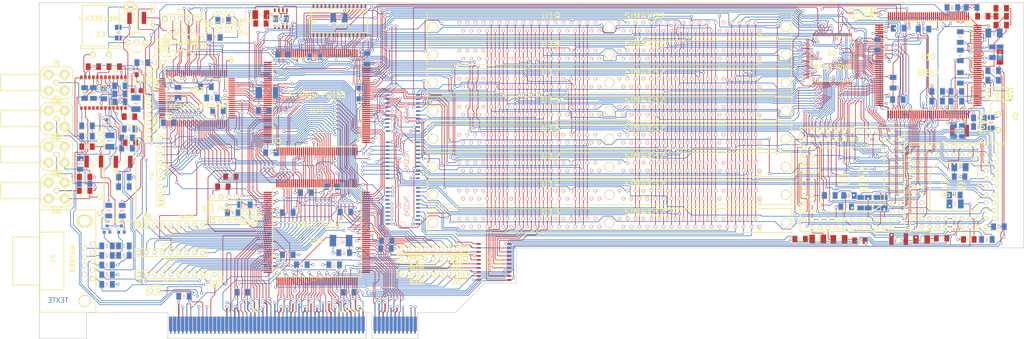
<source format=kicad_pcb>
(kicad_pcb (version 4) (host pcbnew "(2014-07-17 BZR 5006)-product")
  (layers (0 Composant signal) (1 Interne_2 signal) (2 Interne_1 signal) (31 Cuivre signal) (34 B.Paste user) (35 F.Paste user) (36 B.SilkS user) (37 F.SilkS user) (38 B.Mask user) (39 F.Mask user) (44 Edge.Cuts user))
  (net 0 "")
  (net 1 +12V)
  (net 2 +3.3V)
  (net 3 +5F)
  (net 4 +5V)
  (net 5 /ESVIDEO-RVB/BLUE)
  (net 6 /ESVIDEO-RVB/BLUE_IN)
  (net 7 /ESVIDEO-RVB/DPC0)
  (net 8 /ESVIDEO-RVB/DPC1)
  (net 9 /ESVIDEO-RVB/DPC2)
  (net 10 /ESVIDEO-RVB/DPC4)
  (net 11 /ESVIDEO-RVB/DPC5)
  (net 12 /ESVIDEO-RVB/DPC7)
  (net 13 /ESVIDEO-RVB/GREEN)
  (net 14 /ESVIDEO-RVB/GREEN_IN)
  (net 15 /ESVIDEO-RVB/OE_RVB-)
  (net 16 /ESVIDEO-RVB/PCA0)
  (net 17 /ESVIDEO-RVB/PCA2)
  (net 18 /ESVIDEO-RVB/RDCDA-)
  (net 19 /ESVIDEO-RVB/REF+)
  (net 20 /ESVIDEO-RVB/TVB2)
  (net 21 /ESVIDEO-RVB/TVB3)
  (net 22 /ESVIDEO-RVB/TVG0)
  (net 23 /ESVIDEO-RVB/TVG1)
  (net 24 /ESVIDEO-RVB/TVG2)
  (net 25 /ESVIDEO-RVB/TVG3)
  (net 26 /ESVIDEO-RVB/TVG4)
  (net 27 /ESVIDEO-RVB/TVG5)
  (net 28 /ESVIDEO-RVB/TVR0)
  (net 29 /ESVIDEO-RVB/TVR1)
  (net 30 /ESVIDEO-RVB/TVR2)
  (net 31 /ESVIDEO-RVB/TVR5)
  (net 32 /ESVIDEO-RVB/TVR6)
  (net 33 /ESVIDEO-RVB/TVR7)
  (net 34 /ESVIDEO-RVB/VAA)
  (net 35 /RAMS/CAS0-)
  (net 36 /RAMS/CAS2-)
  (net 37 /RAMS/CAS3-)
  (net 38 /RAMS/MXA0)
  (net 39 /RAMS/MXA1)
  (net 40 /RAMS/MXA10)
  (net 41 /RAMS/MXA2)
  (net 42 /RAMS/MXA3)
  (net 43 /RAMS/MXA4)
  (net 44 /RAMS/MXA5)
  (net 45 /RAMS/MXA6)
  (net 46 /RAMS/MXA7)
  (net 47 /RAMS/MXA8)
  (net 48 /RAMS/MXA9)
  (net 49 /RAMS/RAS3-)
  (net 50 /RAMS/RAS5-)
  (net 51 /RAMS/TVRAM0)
  (net 52 /RAMS/TVRAM1)
  (net 53 /RAMS/TVRAM10)
  (net 54 /RAMS/TVRAM11)
  (net 55 /RAMS/TVRAM12)
  (net 56 /RAMS/TVRAM13)
  (net 57 /RAMS/TVRAM14)
  (net 58 /RAMS/TVRAM15)
  (net 59 /RAMS/TVRAM16)
  (net 60 /RAMS/TVRAM17)
  (net 61 /RAMS/TVRAM18)
  (net 62 /RAMS/TVRAM19)
  (net 63 /RAMS/TVRAM2)
  (net 64 /RAMS/TVRAM20)
  (net 65 /RAMS/TVRAM21)
  (net 66 /RAMS/TVRAM22)
  (net 67 /RAMS/TVRAM23)
  (net 68 /RAMS/TVRAM24)
  (net 69 /RAMS/TVRAM25)
  (net 70 /RAMS/TVRAM26)
  (net 71 /RAMS/TVRAM27)
  (net 72 /RAMS/TVRAM28)
  (net 73 /RAMS/TVRAM29)
  (net 74 /RAMS/TVRAM3)
  (net 75 /RAMS/TVRAM30)
  (net 76 /RAMS/TVRAM31)
  (net 77 /RAMS/TVRAM4)
  (net 78 /RAMS/TVRAM5)
  (net 79 /RAMS/TVRAM6)
  (net 80 /RAMS/TVRAM7)
  (net 81 /RAMS/TVRAM8)
  (net 82 /RAMS/TVRAM9)
  (net 83 /RAMS/WRAM-)
  (net 84 /buspci.sch/ADR6)
  (net 85 /buspci.sch/BPCLK)
  (net 86 /buspci.sch/EA1)
  (net 87 /buspci.sch/EA10)
  (net 88 /buspci.sch/EA11)
  (net 89 /buspci.sch/EA12)
  (net 90 /buspci.sch/EA13)
  (net 91 /buspci.sch/EA14)
  (net 92 /buspci.sch/EA15)
  (net 93 /buspci.sch/EA2)
  (net 94 /buspci.sch/EA3)
  (net 95 /buspci.sch/EA4)
  (net 96 /buspci.sch/EA5)
  (net 97 /buspci.sch/EA6)
  (net 98 /buspci.sch/EA7)
  (net 99 /buspci.sch/EA9)
  (net 100 /buspci.sch/EQ0)
  (net 101 /buspci.sch/EQ1)
  (net 102 /buspci.sch/EQ2)
  (net 103 /buspci.sch/EQ3)
  (net 104 /buspci.sch/EQ4)
  (net 105 /buspci.sch/EQ5)
  (net 106 /buspci.sch/EQ6)
  (net 107 /buspci.sch/EQ7)
  (net 108 /buspci.sch/PTATN-)
  (net 109 /buspci.sch/PTBE-1)
  (net 110 /buspci.sch/PTNUM0)
  (net 111 /buspci.sch/PTRDY-)
  (net 112 /buspci.sch/P_AD0)
  (net 113 /buspci.sch/P_AD1)
  (net 114 /buspci.sch/P_AD10)
  (net 115 /buspci.sch/P_AD11)
  (net 116 /buspci.sch/P_AD12)
  (net 117 /buspci.sch/P_AD13)
  (net 118 /buspci.sch/P_AD14)
  (net 119 /buspci.sch/P_AD15)
  (net 120 /buspci.sch/P_AD16)
  (net 121 /buspci.sch/P_AD17)
  (net 122 /buspci.sch/P_AD18)
  (net 123 /buspci.sch/P_AD19)
  (net 124 /buspci.sch/P_AD2)
  (net 125 /buspci.sch/P_AD20)
  (net 126 /buspci.sch/P_AD21)
  (net 127 /buspci.sch/P_AD22)
  (net 128 /buspci.sch/P_AD23)
  (net 129 /buspci.sch/P_AD24)
  (net 130 /buspci.sch/P_AD25)
  (net 131 /buspci.sch/P_AD26)
  (net 132 /buspci.sch/P_AD27)
  (net 133 /buspci.sch/P_AD28)
  (net 134 /buspci.sch/P_AD29)
  (net 135 /buspci.sch/P_AD3)
  (net 136 /buspci.sch/P_AD30)
  (net 137 /buspci.sch/P_AD31)
  (net 138 /buspci.sch/P_AD4)
  (net 139 /buspci.sch/P_AD5)
  (net 140 /buspci.sch/P_AD6)
  (net 141 /buspci.sch/P_AD7)
  (net 142 /buspci.sch/P_AD8)
  (net 143 /buspci.sch/P_AD9)
  (net 144 /buspci.sch/P_C/BE0#)
  (net 145 /buspci.sch/P_C/BE1#)
  (net 146 /buspci.sch/P_C/BE2#)
  (net 147 /buspci.sch/P_C/BE3#)
  (net 148 /buspci.sch/P_CLK)
  (net 149 /buspci.sch/P_DEVSEL#)
  (net 150 /buspci.sch/P_FRAME#)
  (net 151 /buspci.sch/P_GNT#)
  (net 152 /buspci.sch/P_IDSEL)
  (net 153 /buspci.sch/P_INTA#)
  (net 154 /buspci.sch/P_IRDY#)
  (net 155 /buspci.sch/P_LOCK#)
  (net 156 /buspci.sch/P_PAR)
  (net 157 /buspci.sch/P_PERR#)
  (net 158 /buspci.sch/P_REQ#)
  (net 159 /buspci.sch/P_RST#)
  (net 160 /buspci.sch/P_SERR#)
  (net 161 /buspci.sch/P_STOP#)
  (net 162 /buspci.sch/P_TRDY#)
  (net 163 /buspci.sch/RDFIFO-)
  (net 164 /buspci.sch/WRFIFO-)
  (net 165 /buspci.sch/WRFULL)
  (net 166 /buspci.sch/X_IRQ)
  (net 167 /graphic/14MHZOUT)
  (net 168 /graphic/ADR2)
  (net 169 /graphic/ADR3)
  (net 170 /graphic/ADR4)
  (net 171 /graphic/ADR5)
  (net 172 /graphic/BE-0)
  (net 173 /graphic/BE-1)
  (net 174 /graphic/BE-2)
  (net 175 /graphic/BE-3)
  (net 176 /graphic/BLANK-)
  (net 177 /graphic/BT812_RD-)
  (net 178 /graphic/BT812_WR-)
  (net 179 /graphic/CADCLK)
  (net 180 /graphic/CAS1-)
  (net 181 /graphic/CCLK)
  (net 182 /graphic/CDACLK)
  (net 183 /graphic/CLAMP)
  (net 184 /graphic/CLK10MHz)
  (net 185 /graphic/CSIO-)
  (net 186 /graphic/CSYNCIN-)
  (net 187 /graphic/DIN)
  (net 188 /graphic/DONE)
  (net 189 /graphic/HDOUT)
  (net 190 /graphic/HDREFOUT)
  (net 191 /graphic/IA0)
  (net 192 /graphic/IA1)
  (net 193 /graphic/IA2)
  (net 194 /graphic/IA3)
  (net 195 /graphic/IA4)
  (net 196 /graphic/IA5)
  (net 197 /graphic/IA6)
  (net 198 /graphic/IA7)
  (net 199 /graphic/IA8)
  (net 200 /graphic/IA9)
  (net 201 /graphic/ICAS-)
  (net 202 /graphic/ID0)
  (net 203 /graphic/ID1)
  (net 204 /graphic/ID2)
  (net 205 /graphic/ID3)
  (net 206 /graphic/IOE-)
  (net 207 /graphic/IRAS-)
  (net 208 /graphic/IRQ-)
  (net 209 /graphic/IRQ_SLR)
  (net 210 /graphic/IWR-)
  (net 211 /graphic/LED)
  (net 212 /graphic/PCA1)
  (net 213 /graphic/PROG*)
  (net 214 /graphic/PTADR-)
  (net 215 /graphic/PTBE-0)
  (net 216 /graphic/PTBE-2)
  (net 217 /graphic/PTBE-3)
  (net 218 /graphic/PTBURST-)
  (net 219 /graphic/PTNUM1)
  (net 220 /graphic/PTWR)
  (net 221 /graphic/RAS0-)
  (net 222 /graphic/RAS1-)
  (net 223 /graphic/RAS2-)
  (net 224 /graphic/RAS4-)
  (net 225 /graphic/RAS6-)
  (net 226 /graphic/RAS7-)
  (net 227 /graphic/RD-)
  (net 228 /graphic/RDCAD-)
  (net 229 /graphic/RDEMPTY)
  (net 230 /graphic/RESERV1)
  (net 231 /graphic/SELECT-)
  (net 232 /graphic/TVI0)
  (net 233 /graphic/TVI1)
  (net 234 /graphic/VOSC)
  (net 235 /graphic/WR-)
  (net 236 /graphic/WRCAD-)
  (net 237 /graphic/WRCDA-)
  (net 238 /graphic/XTAL_I)
  (net 239 /graphic/X_CLK)
  (net 240 /graphic/X_DIN)
  (net 241 /graphic/X_PROG-)
  (net 242 /modul/BLEU)
  (net 243 /modul/CHROM)
  (net 244 /modul/COUT)
  (net 245 /modul/CSYNC-OUT)
  (net 246 /modul/CVBS)
  (net 247 /modul/CVBSOUT)
  (net 248 /modul/LUM)
  (net 249 /modul/YOUT)
  (net 250 /muxdata/ACCES_RAM-)
  (net 251 /muxdata/ACQ_ON)
  (net 252 /muxdata/DATA_WR)
  (net 253 /muxdata/DPC10)
  (net 254 /muxdata/DPC11)
  (net 255 /muxdata/DPC12)
  (net 256 /muxdata/DPC13)
  (net 257 /muxdata/DPC14)
  (net 258 /muxdata/DPC15)
  (net 259 /muxdata/DPC16)
  (net 260 /muxdata/DPC17)
  (net 261 /muxdata/DPC18)
  (net 262 /muxdata/DPC19)
  (net 263 /muxdata/DPC20)
  (net 264 /muxdata/DPC21)
  (net 265 /muxdata/DPC22)
  (net 266 /muxdata/DPC23)
  (net 267 /muxdata/DPC24)
  (net 268 /muxdata/DPC25)
  (net 269 /muxdata/DPC26)
  (net 270 /muxdata/DPC27)
  (net 271 /muxdata/DPC28)
  (net 272 /muxdata/DPC29)
  (net 273 /muxdata/DPC3)
  (net 274 /muxdata/DPC30)
  (net 275 /muxdata/DPC31)
  (net 276 /muxdata/DPC6)
  (net 277 /muxdata/DPC8)
  (net 278 /muxdata/DPC9)
  (net 279 /muxdata/TVB0)
  (net 280 /muxdata/TVB1)
  (net 281 /muxdata/TVB4)
  (net 282 /muxdata/TVG6)
  (net 283 /muxdata/TVG7)
  (net 284 /muxdata/X_DIN)
  (net 285 /muxdata/X_DONE)
  (net 286 /pal-ntsc.sch/C-VIDEO)
  (net 287 /pal-ntsc.sch/F_PALIN)
  (net 288 /pal-ntsc.sch/HD_PAL-)
  (net 289 /pal-ntsc.sch/OE_PAL-)
  (net 290 /pal-ntsc.sch/RED_IN)
  (net 291 /pal-ntsc.sch/RESET-)
  (net 292 /pal-ntsc.sch/TVB5)
  (net 293 /pal-ntsc.sch/TVB6)
  (net 294 /pal-ntsc.sch/TVB7)
  (net 295 /pal-ntsc.sch/TVR3)
  (net 296 /pal-ntsc.sch/TVR4)
  (net 297 /pal-ntsc.sch/VAF)
  (net 298 /pal-ntsc.sch/VD_PAL-)
  (net 299 /pal-ntsc.sch/Y-VIDEO)
  (net 300 /pal-ntsc.sch/Y_SYNC)
  (net 301 GND)
  (net 302 N-000079)
  (net 303 N-000081)
  (net 304 N-000082)
  (net 305 N-000083)
  (net 306 N-000084)
  (net 307 N-000085)
  (net 308 N-000086)
  (net 309 N-000087)
  (net 310 N-000088)
  (net 311 N-000089)
  (net 312 N-000090)
  (net 313 N-000091)
  (net 314 N-000092)
  (net 315 N-000093)
  (net 316 N-000094)
  (net 317 N-000095)
  (net 318 N-000096)
  (net 319 N-000097)
  (net 320 N-000098)
  (net 321 N-000099)
  (net 322 N-000100)
  (net 323 N-000101)
  (net 324 N-000102)
  (net 325 N-000104)
  (net 326 N-000108)
  (net 327 N-000109)
  (net 328 N-000115)
  (net 329 N-000116)
  (net 330 N-000117)
  (net 331 N-000118)
  (net 332 N-000119)
  (net 333 N-000120)
  (net 334 N-000122)
  (net 335 N-000123)
  (net 336 N-000124)
  (net 337 N-000125)
  (net 338 N-000126)
  (net 339 N-000127)
  (net 340 N-000128)
  (net 341 N-000129)
  (net 342 N-000130)
  (net 343 N-000153)
  (net 344 N-000162)
  (net 345 N-000163)
  (net 346 N-000177)
  (net 347 N-000178)
  (net 348 N-000183)
  (net 349 N-000315)
  (net 350 N-000316)
  (net 351 N-000317)
  (net 352 N-000318)
  (net 353 N-000319)
  (net 354 N-000320)
  (net 355 N-000337)
  (net 356 N-000338)
  (net 357 N-000343)
  (net 358 N-000345)
  (net 359 N-000346)
  (net 360 N-000347)
  (net 361 N-000348)
  (net 362 N-000349)
  (net 363 N-000350)
  (net 364 N-000351)
  (net 365 N-000353)
  (net 366 N-000355)
  (net 367 N-000357)
  (net 368 N-000360)
  (net 369 N-000361)
  (net 370 N-000363)
  (net 371 N-000365)
  (net 372 N-000369)
  (module HC-18UH (layer Composant) (at 73.025 73.025 180)
    (fp_text reference X3 (at 0 6.35 180) (layer F.SilkS) (effects (font (thickness 0.3048))))
    (fp_text value 4,433618MH (at 0 11.43 180) (layer F.SilkS) (effects (font (thickness 0.3048))))
    (pad 1 thru_hole circle (at -2.54 0 180) (size 1.778 1.778) (drill 0.8128) (layers *.Cu *.Mask F.SilkS) (net 324 N-000102))
    (pad 2 thru_hole circle (at 2.54 0 180) (size 1.778 1.778) (drill 0.8128) (layers *.Cu *.Mask F.SilkS) (net 316 N-000094))
  )
  (module LRTDK (layer Composant) (at 72.771 110.617 270)
    (fp_text reference L6 (at -0.381 -5.08 450) (layer F.SilkS) (effects (font (size 1.524 1.016) (thickness 0.254))))
    (fp_text value 470nS hide)
    (pad 1 thru_hole circle (at -12.7 0 270) (size 1.524 1.524) (drill 0.8128) (layers *.Cu *.Mask F.SilkS) (net 306 N-000084))
    (pad 3 thru_hole circle (at -10.16 0 270) (size 1.524 1.524) (drill 0.8128) (layers *.Cu *.Mask F.SilkS) (net 301 GND))
    (pad 3 thru_hole circle (at 7.62 0 270) (size 1.524 1.524) (drill 0.8128) (layers *.Cu *.Mask F.SilkS) (net 301 GND))
    (pad 2 thru_hole circle (at 12.7 0 270) (size 1.524 1.524) (drill 0.8128) (layers *.Cu *.Mask F.SilkS) (net 314 N-000092))
  )
  (module SO20L (layer Cuivre) (at 168.783 106.553 90)
    (fp_text reference U3 (at 0 -1.27 90) (layer B.SilkS) (effects (font (size 1.524 1.016) (thickness 0.2032)) (justify mirror)))
    (fp_text value 74LS245 (at 0 1.27 90) (layer B.SilkS) (effects (font (size 1.524 1.016) (thickness 0.2032)) (justify mirror)))
    (pad 11 smd rect (at 5.715 4.826 90) (size 0.508 1.27) (layers Cuivre B.Paste B.Mask) (net 80 /RAMS/TVRAM7))
    (pad 12 smd rect (at 4.445 4.826 90) (size 0.508 1.27) (layers Cuivre B.Paste B.Mask) (net 79 /RAMS/TVRAM6))
    (pad 13 smd rect (at 3.175 4.826 90) (size 0.508 1.27) (layers Cuivre B.Paste B.Mask) (net 78 /RAMS/TVRAM5))
    (pad 14 smd rect (at 1.905 4.826 90) (size 0.508 1.27) (layers Cuivre B.Paste B.Mask) (net 77 /RAMS/TVRAM4))
    (pad 15 smd rect (at 0.635 4.826 90) (size 0.508 1.27) (layers Cuivre B.Paste B.Mask) (net 74 /RAMS/TVRAM3))
    (pad 16 smd rect (at -0.635 4.826 90) (size 0.508 1.27) (layers Cuivre B.Paste B.Mask) (net 63 /RAMS/TVRAM2))
    (pad 17 smd rect (at -1.905 4.826 90) (size 0.508 1.27) (layers Cuivre B.Paste B.Mask) (net 52 /RAMS/TVRAM1))
    (pad 18 smd rect (at -3.175 4.826 90) (size 0.508 1.27) (layers Cuivre B.Paste B.Mask) (net 51 /RAMS/TVRAM0))
    (pad 19 smd rect (at -4.445 4.826 90) (size 0.508 1.27) (layers Cuivre B.Paste B.Mask) (net 250 /muxdata/ACCES_RAM-))
    (pad 20 smd rect (at -5.715 4.826 90) (size 0.508 1.27) (layers Cuivre B.Paste B.Mask) (net 4 +5V))
    (pad 1 smd rect (at -5.715 -4.826 90) (size 0.508 1.27) (layers Cuivre B.Paste B.Mask) (net 252 /muxdata/DATA_WR))
    (pad 2 smd rect (at -4.445 -4.826 90) (size 0.508 1.27) (layers Cuivre B.Paste B.Mask) (net 7 /ESVIDEO-RVB/DPC0))
    (pad 3 smd rect (at -3.175 -4.826 90) (size 0.508 1.27) (layers Cuivre B.Paste B.Mask) (net 8 /ESVIDEO-RVB/DPC1))
    (pad 4 smd rect (at -1.905 -4.826 90) (size 0.508 1.27) (layers Cuivre B.Paste B.Mask) (net 9 /ESVIDEO-RVB/DPC2))
    (pad 5 smd rect (at -0.635 -4.826 90) (size 0.508 1.27) (layers Cuivre B.Paste B.Mask) (net 273 /muxdata/DPC3))
    (pad 6 smd rect (at 0.635 -4.826 90) (size 0.508 1.27) (layers Cuivre B.Paste B.Mask) (net 10 /ESVIDEO-RVB/DPC4))
    (pad 7 smd rect (at 1.905 -4.826 90) (size 0.508 1.27) (layers Cuivre B.Paste B.Mask) (net 11 /ESVIDEO-RVB/DPC5))
    (pad 8 smd rect (at 3.175 -4.826 90) (size 0.508 1.27) (layers Cuivre B.Paste B.Mask) (net 276 /muxdata/DPC6))
    (pad 9 smd rect (at 4.445 -4.826 90) (size 0.508 1.27) (layers Cuivre B.Paste B.Mask) (net 12 /ESVIDEO-RVB/DPC7))
    (pad 10 smd rect (at 5.715 -4.826 90) (size 0.508 1.27) (layers Cuivre B.Paste B.Mask) (net 301 GND))
  )
  (module SO20L (layer Cuivre) (at 168.783 91.567 90)
    (fp_text reference U4 (at 0 -1.27 90) (layer B.SilkS) (effects (font (size 1.524 1.016) (thickness 0.2032)) (justify mirror)))
    (fp_text value 74LS245 (at 0 1.27 90) (layer B.SilkS) (effects (font (size 1.524 1.016) (thickness 0.2032)) (justify mirror)))
    (pad 11 smd rect (at 5.715 4.826 90) (size 0.508 1.27) (layers Cuivre B.Paste B.Mask) (net 58 /RAMS/TVRAM15))
    (pad 12 smd rect (at 4.445 4.826 90) (size 0.508 1.27) (layers Cuivre B.Paste B.Mask) (net 57 /RAMS/TVRAM14))
    (pad 13 smd rect (at 3.175 4.826 90) (size 0.508 1.27) (layers Cuivre B.Paste B.Mask) (net 56 /RAMS/TVRAM13))
    (pad 14 smd rect (at 1.905 4.826 90) (size 0.508 1.27) (layers Cuivre B.Paste B.Mask) (net 55 /RAMS/TVRAM12))
    (pad 15 smd rect (at 0.635 4.826 90) (size 0.508 1.27) (layers Cuivre B.Paste B.Mask) (net 54 /RAMS/TVRAM11))
    (pad 16 smd rect (at -0.635 4.826 90) (size 0.508 1.27) (layers Cuivre B.Paste B.Mask) (net 53 /RAMS/TVRAM10))
    (pad 17 smd rect (at -1.905 4.826 90) (size 0.508 1.27) (layers Cuivre B.Paste B.Mask) (net 82 /RAMS/TVRAM9))
    (pad 18 smd rect (at -3.175 4.826 90) (size 0.508 1.27) (layers Cuivre B.Paste B.Mask) (net 81 /RAMS/TVRAM8))
    (pad 19 smd rect (at -4.445 4.826 90) (size 0.508 1.27) (layers Cuivre B.Paste B.Mask) (net 250 /muxdata/ACCES_RAM-))
    (pad 20 smd rect (at -5.715 4.826 90) (size 0.508 1.27) (layers Cuivre B.Paste B.Mask) (net 4 +5V))
    (pad 1 smd rect (at -5.715 -4.826 90) (size 0.508 1.27) (layers Cuivre B.Paste B.Mask) (net 252 /muxdata/DATA_WR))
    (pad 2 smd rect (at -4.445 -4.826 90) (size 0.508 1.27) (layers Cuivre B.Paste B.Mask) (net 277 /muxdata/DPC8))
    (pad 3 smd rect (at -3.175 -4.826 90) (size 0.508 1.27) (layers Cuivre B.Paste B.Mask) (net 278 /muxdata/DPC9))
    (pad 4 smd rect (at -1.905 -4.826 90) (size 0.508 1.27) (layers Cuivre B.Paste B.Mask) (net 253 /muxdata/DPC10))
    (pad 5 smd rect (at -0.635 -4.826 90) (size 0.508 1.27) (layers Cuivre B.Paste B.Mask) (net 254 /muxdata/DPC11))
    (pad 6 smd rect (at 0.635 -4.826 90) (size 0.508 1.27) (layers Cuivre B.Paste B.Mask) (net 255 /muxdata/DPC12))
    (pad 7 smd rect (at 1.905 -4.826 90) (size 0.508 1.27) (layers Cuivre B.Paste B.Mask) (net 256 /muxdata/DPC13))
    (pad 8 smd rect (at 3.175 -4.826 90) (size 0.508 1.27) (layers Cuivre B.Paste B.Mask) (net 257 /muxdata/DPC14))
    (pad 9 smd rect (at 4.445 -4.826 90) (size 0.508 1.27) (layers Cuivre B.Paste B.Mask) (net 258 /muxdata/DPC15))
    (pad 10 smd rect (at 5.715 -4.826 90) (size 0.508 1.27) (layers Cuivre B.Paste B.Mask) (net 301 GND))
  )
  (module SO20L (layer Composant) (at 197.739 138.811 270)
    (fp_text reference U6 (at 0 -1.27 270) (layer F.SilkS) (effects (font (size 1.524 1.016) (thickness 0.2032))))
    (fp_text value 74LS245 (at 0 1.27 270) (layer F.SilkS) (effects (font (size 1.524 1.016) (thickness 0.2032))))
    (pad 11 smd rect (at 5.715 -4.826 270) (size 0.508 1.27) (layers Composant F.Paste F.Mask) (net 76 /RAMS/TVRAM31))
    (pad 12 smd rect (at 4.445 -4.826 270) (size 0.508 1.27) (layers Composant F.Paste F.Mask) (net 75 /RAMS/TVRAM30))
    (pad 13 smd rect (at 3.175 -4.826 270) (size 0.508 1.27) (layers Composant F.Paste F.Mask) (net 73 /RAMS/TVRAM29))
    (pad 14 smd rect (at 1.905 -4.826 270) (size 0.508 1.27) (layers Composant F.Paste F.Mask) (net 72 /RAMS/TVRAM28))
    (pad 15 smd rect (at 0.635 -4.826 270) (size 0.508 1.27) (layers Composant F.Paste F.Mask) (net 71 /RAMS/TVRAM27))
    (pad 16 smd rect (at -0.635 -4.826 270) (size 0.508 1.27) (layers Composant F.Paste F.Mask) (net 70 /RAMS/TVRAM26))
    (pad 17 smd rect (at -1.905 -4.826 270) (size 0.508 1.27) (layers Composant F.Paste F.Mask) (net 69 /RAMS/TVRAM25))
    (pad 18 smd rect (at -3.175 -4.826 270) (size 0.508 1.27) (layers Composant F.Paste F.Mask) (net 68 /RAMS/TVRAM24))
    (pad 19 smd rect (at -4.445 -4.826 270) (size 0.508 1.27) (layers Composant F.Paste F.Mask) (net 250 /muxdata/ACCES_RAM-))
    (pad 20 smd rect (at -5.715 -4.826 270) (size 0.508 1.27) (layers Composant F.Paste F.Mask) (net 4 +5V))
    (pad 1 smd rect (at -5.715 4.826 270) (size 0.508 1.27) (layers Composant F.Paste F.Mask) (net 252 /muxdata/DATA_WR))
    (pad 2 smd rect (at -4.445 4.826 270) (size 0.508 1.27) (layers Composant F.Paste F.Mask) (net 267 /muxdata/DPC24))
    (pad 3 smd rect (at -3.175 4.826 270) (size 0.508 1.27) (layers Composant F.Paste F.Mask) (net 268 /muxdata/DPC25))
    (pad 4 smd rect (at -1.905 4.826 270) (size 0.508 1.27) (layers Composant F.Paste F.Mask) (net 269 /muxdata/DPC26))
    (pad 5 smd rect (at -0.635 4.826 270) (size 0.508 1.27) (layers Composant F.Paste F.Mask) (net 270 /muxdata/DPC27))
    (pad 6 smd rect (at 0.635 4.826 270) (size 0.508 1.27) (layers Composant F.Paste F.Mask) (net 271 /muxdata/DPC28))
    (pad 7 smd rect (at 1.905 4.826 270) (size 0.508 1.27) (layers Composant F.Paste F.Mask) (net 272 /muxdata/DPC29))
    (pad 8 smd rect (at 3.175 4.826 270) (size 0.508 1.27) (layers Composant F.Paste F.Mask) (net 274 /muxdata/DPC30))
    (pad 9 smd rect (at 4.445 4.826 270) (size 0.508 1.27) (layers Composant F.Paste F.Mask) (net 275 /muxdata/DPC31))
    (pad 10 smd rect (at 5.715 4.826 270) (size 0.508 1.27) (layers Composant F.Paste F.Mask) (net 301 GND))
  )
  (module SO20L (layer Cuivre) (at 168.783 121.031 90)
    (fp_text reference U5 (at 0 -1.27 90) (layer B.SilkS) (effects (font (size 1.524 1.016) (thickness 0.2032)) (justify mirror)))
    (fp_text value 74LS245 (at 0 1.27 90) (layer B.SilkS) (effects (font (size 1.524 1.016) (thickness 0.2032)) (justify mirror)))
    (pad 11 smd rect (at 5.715 4.826 90) (size 0.508 1.27) (layers Cuivre B.Paste B.Mask) (net 67 /RAMS/TVRAM23))
    (pad 12 smd rect (at 4.445 4.826 90) (size 0.508 1.27) (layers Cuivre B.Paste B.Mask) (net 66 /RAMS/TVRAM22))
    (pad 13 smd rect (at 3.175 4.826 90) (size 0.508 1.27) (layers Cuivre B.Paste B.Mask) (net 65 /RAMS/TVRAM21))
    (pad 14 smd rect (at 1.905 4.826 90) (size 0.508 1.27) (layers Cuivre B.Paste B.Mask) (net 64 /RAMS/TVRAM20))
    (pad 15 smd rect (at 0.635 4.826 90) (size 0.508 1.27) (layers Cuivre B.Paste B.Mask) (net 62 /RAMS/TVRAM19))
    (pad 16 smd rect (at -0.635 4.826 90) (size 0.508 1.27) (layers Cuivre B.Paste B.Mask) (net 61 /RAMS/TVRAM18))
    (pad 17 smd rect (at -1.905 4.826 90) (size 0.508 1.27) (layers Cuivre B.Paste B.Mask) (net 60 /RAMS/TVRAM17))
    (pad 18 smd rect (at -3.175 4.826 90) (size 0.508 1.27) (layers Cuivre B.Paste B.Mask) (net 59 /RAMS/TVRAM16))
    (pad 19 smd rect (at -4.445 4.826 90) (size 0.508 1.27) (layers Cuivre B.Paste B.Mask) (net 250 /muxdata/ACCES_RAM-))
    (pad 20 smd rect (at -5.715 4.826 90) (size 0.508 1.27) (layers Cuivre B.Paste B.Mask) (net 4 +5V))
    (pad 1 smd rect (at -5.715 -4.826 90) (size 0.508 1.27) (layers Cuivre B.Paste B.Mask) (net 252 /muxdata/DATA_WR))
    (pad 2 smd rect (at -4.445 -4.826 90) (size 0.508 1.27) (layers Cuivre B.Paste B.Mask) (net 259 /muxdata/DPC16))
    (pad 3 smd rect (at -3.175 -4.826 90) (size 0.508 1.27) (layers Cuivre B.Paste B.Mask) (net 260 /muxdata/DPC17))
    (pad 4 smd rect (at -1.905 -4.826 90) (size 0.508 1.27) (layers Cuivre B.Paste B.Mask) (net 261 /muxdata/DPC18))
    (pad 5 smd rect (at -0.635 -4.826 90) (size 0.508 1.27) (layers Cuivre B.Paste B.Mask) (net 262 /muxdata/DPC19))
    (pad 6 smd rect (at 0.635 -4.826 90) (size 0.508 1.27) (layers Cuivre B.Paste B.Mask) (net 263 /muxdata/DPC20))
    (pad 7 smd rect (at 1.905 -4.826 90) (size 0.508 1.27) (layers Cuivre B.Paste B.Mask) (net 264 /muxdata/DPC21))
    (pad 8 smd rect (at 3.175 -4.826 90) (size 0.508 1.27) (layers Cuivre B.Paste B.Mask) (net 265 /muxdata/DPC22))
    (pad 9 smd rect (at 4.445 -4.826 90) (size 0.508 1.27) (layers Cuivre B.Paste B.Mask) (net 266 /muxdata/DPC23))
    (pad 10 smd rect (at 5.715 -4.826 90) (size 0.508 1.27) (layers Cuivre B.Paste B.Mask) (net 301 GND))
  )
  (module VQFP100 (layer Composant) (at 304.927 74.422)
    (fp_text reference U22 (at 0 -1.905) (layer F.SilkS) (effects (font (size 1.524 1.016) (thickness 0.254))))
    (fp_text value XC4003-VQ100 (at 0 2.54) (layer F.SilkS) (effects (font (size 1.524 1.016) (thickness 0.254))))
    (pad 100 smd rect (at 7.747 -5.9944) (size 1.016 0.254) (layers Composant F.Paste F.Mask) (net 4 +5V))
    (pad 76 smd rect (at 7.747 5.9944) (size 1.016 0.254) (layers Composant F.Paste F.Mask))
    (pad 77 smd rect (at 7.747 5.4864) (size 1.016 0.254) (layers Composant F.Paste F.Mask) (net 301 GND))
    (pad 78 smd rect (at 7.747 5.0038) (size 1.016 0.254) (layers Composant F.Paste F.Mask) (net 27 /ESVIDEO-RVB/TVG5))
    (pad 79 smd rect (at 7.747 4.4958) (size 1.016 0.254) (layers Composant F.Paste F.Mask) (net 182 /graphic/CDACLK))
    (pad 80 smd rect (at 7.747 3.9878) (size 1.016 0.254) (layers Composant F.Paste F.Mask) (net 282 /muxdata/TVG6))
    (pad 81 smd rect (at 7.747 3.5052) (size 1.016 0.254) (layers Composant F.Paste F.Mask) (net 283 /muxdata/TVG7))
    (pad 82 smd rect (at 7.747 2.9972) (size 1.016 0.254) (layers Composant F.Paste F.Mask) (net 28 /ESVIDEO-RVB/TVR0))
    (pad 83 smd rect (at 7.747 2.4892) (size 1.016 0.254) (layers Composant F.Paste F.Mask) (net 29 /ESVIDEO-RVB/TVR1))
    (pad 84 smd rect (at 7.747 2.0066) (size 1.016 0.254) (layers Composant F.Paste F.Mask) (net 30 /ESVIDEO-RVB/TVR2))
    (pad 85 smd rect (at 7.747 1.4986) (size 1.016 0.254) (layers Composant F.Paste F.Mask) (net 295 /pal-ntsc.sch/TVR3))
    (pad 86 smd rect (at 7.747 0.9906) (size 1.016 0.254) (layers Composant F.Paste F.Mask) (net 296 /pal-ntsc.sch/TVR4))
    (pad 87 smd rect (at 7.747 0.4826) (size 1.016 0.254) (layers Composant F.Paste F.Mask) (net 31 /ESVIDEO-RVB/TVR5))
    (pad 88 smd rect (at 7.747 0) (size 1.016 0.254) (layers Composant F.Paste F.Mask) (net 301 GND))
    (pad 89 smd rect (at 7.747 -0.508) (size 1.016 0.254) (layers Composant F.Paste F.Mask) (net 4 +5V))
    (pad 90 smd rect (at 7.747 -1.016) (size 1.016 0.254) (layers Composant F.Paste F.Mask) (net 32 /ESVIDEO-RVB/TVR6))
    (pad 91 smd rect (at 7.747 -1.4986) (size 1.016 0.254) (layers Composant F.Paste F.Mask) (net 33 /ESVIDEO-RVB/TVR7))
    (pad 92 smd rect (at 7.747 -2.0066) (size 1.016 0.254) (layers Composant F.Paste F.Mask) (net 279 /muxdata/TVB0))
    (pad 93 smd rect (at 7.747 -2.5146) (size 1.016 0.254) (layers Composant F.Paste F.Mask) (net 280 /muxdata/TVB1))
    (pad 94 smd rect (at 7.747 -2.9972) (size 1.016 0.254) (layers Composant F.Paste F.Mask) (net 20 /ESVIDEO-RVB/TVB2))
    (pad 95 smd rect (at 7.747 -3.5052) (size 1.016 0.254) (layers Composant F.Paste F.Mask) (net 21 /ESVIDEO-RVB/TVB3))
    (pad 96 smd rect (at 7.747 -4.0132) (size 1.016 0.254) (layers Composant F.Paste F.Mask) (net 281 /muxdata/TVB4))
    (pad 97 smd rect (at 7.747 -4.4958) (size 1.016 0.254) (layers Composant F.Paste F.Mask) (net 292 /pal-ntsc.sch/TVB5))
    (pad 98 smd rect (at 7.747 -5.0038) (size 1.016 0.254) (layers Composant F.Paste F.Mask) (net 293 /pal-ntsc.sch/TVB6))
    (pad 99 smd rect (at 7.747 -5.5118) (size 1.016 0.254) (layers Composant F.Paste F.Mask) (net 294 /pal-ntsc.sch/TVB7))
    (pad 75 smd rect (at 5.9944 7.747) (size 0.254 1.016) (layers Composant F.Paste F.Mask) (net 4 +5V))
    (pad 51 smd rect (at -5.9944 7.747) (size 0.254 1.016) (layers Composant F.Paste F.Mask) (net 4 +5V))
    (pad 52 smd rect (at -5.4864 7.747) (size 0.254 1.016) (layers Composant F.Paste F.Mask) (net 241 /graphic/X_PROG-))
    (pad 53 smd rect (at -5.0038 7.747) (size 0.254 1.016) (layers Composant F.Paste F.Mask) (net 66 /RAMS/TVRAM22))
    (pad 54 smd rect (at -4.4958 7.747) (size 0.254 1.016) (layers Composant F.Paste F.Mask) (net 67 /RAMS/TVRAM23))
    (pad 55 smd rect (at -3.9878 7.747) (size 0.254 1.016) (layers Composant F.Paste F.Mask) (net 68 /RAMS/TVRAM24))
    (pad 56 smd rect (at -3.5052 7.747) (size 0.254 1.016) (layers Composant F.Paste F.Mask) (net 69 /RAMS/TVRAM25))
    (pad 57 smd rect (at -2.9972 7.747) (size 0.254 1.016) (layers Composant F.Paste F.Mask) (net 70 /RAMS/TVRAM26))
    (pad 58 smd rect (at -2.4892 7.747) (size 0.254 1.016) (layers Composant F.Paste F.Mask) (net 71 /RAMS/TVRAM27))
    (pad 59 smd rect (at -2.0066 7.747) (size 0.254 1.016) (layers Composant F.Paste F.Mask) (net 72 /RAMS/TVRAM28))
    (pad 60 smd rect (at -1.4986 7.747) (size 0.254 1.016) (layers Composant F.Paste F.Mask) (net 73 /RAMS/TVRAM29))
    (pad 61 smd rect (at -0.9906 7.747) (size 0.254 1.016) (layers Composant F.Paste F.Mask) (net 75 /RAMS/TVRAM30))
    (pad 62 smd rect (at -0.4826 7.747) (size 0.254 1.016) (layers Composant F.Paste F.Mask) (net 76 /RAMS/TVRAM31))
    (pad 63 smd rect (at 0 7.747) (size 0.254 1.016) (layers Composant F.Paste F.Mask) (net 4 +5V))
    (pad 64 smd rect (at 0.508 7.747) (size 0.254 1.016) (layers Composant F.Paste F.Mask) (net 301 GND))
    (pad 65 smd rect (at 1.016 7.747) (size 0.254 1.016) (layers Composant F.Paste F.Mask))
    (pad 66 smd rect (at 1.4986 7.747) (size 0.254 1.016) (layers Composant F.Paste F.Mask))
    (pad 67 smd rect (at 2.0066 7.747) (size 0.254 1.016) (layers Composant F.Paste F.Mask) (net 22 /ESVIDEO-RVB/TVG0))
    (pad 68 smd rect (at 2.5146 7.747) (size 0.254 1.016) (layers Composant F.Paste F.Mask) (net 23 /ESVIDEO-RVB/TVG1))
    (pad 69 smd rect (at 2.9972 7.747) (size 0.254 1.016) (layers Composant F.Paste F.Mask) (net 24 /ESVIDEO-RVB/TVG2))
    (pad 70 smd rect (at 3.5052 7.747) (size 0.254 1.016) (layers Composant F.Paste F.Mask) (net 25 /ESVIDEO-RVB/TVG3))
    (pad 71 smd rect (at 4.0132 7.747) (size 0.254 1.016) (layers Composant F.Paste F.Mask) (net 26 /ESVIDEO-RVB/TVG4))
    (pad 72 smd rect (at 4.4958 7.747) (size 0.254 1.016) (layers Composant F.Paste F.Mask) (net 284 /muxdata/X_DIN))
    (pad 73 smd rect (at 5.0038 7.747) (size 0.254 1.016) (layers Composant F.Paste F.Mask))
    (pad 74 smd rect (at 5.5118 7.747) (size 0.254 1.016) (layers Composant F.Paste F.Mask) (net 239 /graphic/X_CLK))
    (pad 1 smd rect (at 5.9944 -7.747) (size 0.254 1.016) (layers Composant F.Paste F.Mask) (net 301 GND))
    (pad 2 smd rect (at 5.4864 -7.747) (size 0.254 1.016) (layers Composant F.Paste F.Mask) (net 179 /graphic/CADCLK))
    (pad 3 smd rect (at 5.0038 -7.747) (size 0.254 1.016) (layers Composant F.Paste F.Mask))
    (pad 4 smd rect (at 4.4958 -7.747) (size 0.254 1.016) (layers Composant F.Paste F.Mask))
    (pad 5 smd rect (at 3.9878 -7.747) (size 0.254 1.016) (layers Composant F.Paste F.Mask))
    (pad 6 smd rect (at 3.5052 -7.747) (size 0.254 1.016) (layers Composant F.Paste F.Mask))
    (pad 7 smd rect (at 2.9972 -7.747) (size 0.254 1.016) (layers Composant F.Paste F.Mask) (net 183 /graphic/CLAMP))
    (pad 8 smd rect (at 2.4892 -7.747) (size 0.254 1.016) (layers Composant F.Paste F.Mask) (net 176 /graphic/BLANK-))
    (pad 9 smd rect (at 2.0066 -7.747) (size 0.254 1.016) (layers Composant F.Paste F.Mask) (net 245 /modul/CSYNC-OUT))
    (pad 10 smd rect (at 1.4986 -7.747) (size 0.254 1.016) (layers Composant F.Paste F.Mask))
    (pad 11 smd rect (at 0.9906 -7.747) (size 0.254 1.016) (layers Composant F.Paste F.Mask) (net 301 GND))
    (pad 12 smd rect (at 0.4826 -7.747) (size 0.254 1.016) (layers Composant F.Paste F.Mask) (net 4 +5V))
    (pad 13 smd rect (at 0 -7.747) (size 0.254 1.016) (layers Composant F.Paste F.Mask) (net 251 /muxdata/ACQ_ON))
    (pad 14 smd rect (at -0.508 -7.747) (size 0.254 1.016) (layers Composant F.Paste F.Mask))
    (pad 15 smd rect (at -1.016 -7.747) (size 0.254 1.016) (layers Composant F.Paste F.Mask))
    (pad 16 smd rect (at -1.4986 -7.747) (size 0.254 1.016) (layers Composant F.Paste F.Mask))
    (pad 17 smd rect (at -2.0066 -7.747) (size 0.254 1.016) (layers Composant F.Paste F.Mask) (net 51 /RAMS/TVRAM0))
    (pad 18 smd rect (at -2.5146 -7.747) (size 0.254 1.016) (layers Composant F.Paste F.Mask) (net 74 /RAMS/TVRAM3))
    (pad 19 smd rect (at -2.9972 -7.747) (size 0.254 1.016) (layers Composant F.Paste F.Mask) (net 52 /RAMS/TVRAM1))
    (pad 20 smd rect (at -3.5052 -7.747) (size 0.254 1.016) (layers Composant F.Paste F.Mask) (net 63 /RAMS/TVRAM2))
    (pad 21 smd rect (at -4.0132 -7.747) (size 0.254 1.016) (layers Composant F.Paste F.Mask) (net 250 /muxdata/ACCES_RAM-))
    (pad 22 smd rect (at -4.4958 -7.747) (size 0.254 1.016) (layers Composant F.Paste F.Mask) (net 4 +5V))
    (pad 23 smd rect (at -5.0038 -7.747) (size 0.254 1.016) (layers Composant F.Paste F.Mask) (net 301 GND))
    (pad 24 smd rect (at -5.5118 -7.747) (size 0.254 1.016) (layers Composant F.Paste F.Mask) (net 4 +5V))
    (pad 25 smd rect (at -5.9944 -7.747) (size 0.254 1.016) (layers Composant F.Paste F.Mask) (net 4 +5V))
    (pad 26 smd rect (at -7.747 -5.9944) (size 1.016 0.254) (layers Composant F.Paste F.Mask) (net 4 +5V))
    (pad 27 smd rect (at -7.747 -5.4864) (size 1.016 0.254) (layers Composant F.Paste F.Mask))
    (pad 28 smd rect (at -7.747 -5.0038) (size 1.016 0.254) (layers Composant F.Paste F.Mask) (net 77 /RAMS/TVRAM4))
    (pad 29 smd rect (at -7.747 -4.4958) (size 1.016 0.254) (layers Composant F.Paste F.Mask) (net 78 /RAMS/TVRAM5))
    (pad 30 smd rect (at -7.747 -3.9878) (size 1.016 0.254) (layers Composant F.Paste F.Mask))
    (pad 31 smd rect (at -7.747 -3.5052) (size 1.016 0.254) (layers Composant F.Paste F.Mask) (net 79 /RAMS/TVRAM6))
    (pad 32 smd rect (at -7.747 -2.9972) (size 1.016 0.254) (layers Composant F.Paste F.Mask) (net 80 /RAMS/TVRAM7))
    (pad 33 smd rect (at -7.747 -2.4892) (size 1.016 0.254) (layers Composant F.Paste F.Mask) (net 81 /RAMS/TVRAM8))
    (pad 34 smd rect (at -7.747 -2.0066) (size 1.016 0.254) (layers Composant F.Paste F.Mask) (net 82 /RAMS/TVRAM9))
    (pad 35 smd rect (at -7.747 -1.4986) (size 1.016 0.254) (layers Composant F.Paste F.Mask) (net 53 /RAMS/TVRAM10))
    (pad 36 smd rect (at -7.747 -0.9906) (size 1.016 0.254) (layers Composant F.Paste F.Mask) (net 54 /RAMS/TVRAM11))
    (pad 37 smd rect (at -7.747 -0.4826) (size 1.016 0.254) (layers Composant F.Paste F.Mask) (net 4 +5V))
    (pad 38 smd rect (at -7.747 0) (size 1.016 0.254) (layers Composant F.Paste F.Mask) (net 301 GND))
    (pad 39 smd rect (at -7.747 0.508) (size 1.016 0.254) (layers Composant F.Paste F.Mask) (net 55 /RAMS/TVRAM12))
    (pad 40 smd rect (at -7.747 1.016) (size 1.016 0.254) (layers Composant F.Paste F.Mask) (net 56 /RAMS/TVRAM13))
    (pad 41 smd rect (at -7.747 1.4986) (size 1.016 0.254) (layers Composant F.Paste F.Mask) (net 57 /RAMS/TVRAM14))
    (pad 42 smd rect (at -7.747 2.0066) (size 1.016 0.254) (layers Composant F.Paste F.Mask) (net 58 /RAMS/TVRAM15))
    (pad 43 smd rect (at -7.747 2.5146) (size 1.016 0.254) (layers Composant F.Paste F.Mask) (net 59 /RAMS/TVRAM16))
    (pad 44 smd rect (at -7.747 2.9972) (size 1.016 0.254) (layers Composant F.Paste F.Mask) (net 60 /RAMS/TVRAM17))
    (pad 45 smd rect (at -7.747 3.5052) (size 1.016 0.254) (layers Composant F.Paste F.Mask) (net 61 /RAMS/TVRAM18))
    (pad 46 smd rect (at -7.747 4.0132) (size 1.016 0.254) (layers Composant F.Paste F.Mask) (net 62 /RAMS/TVRAM19))
    (pad 47 smd rect (at -7.747 4.4958) (size 1.016 0.254) (layers Composant F.Paste F.Mask) (net 64 /RAMS/TVRAM20))
    (pad 48 smd rect (at -7.747 5.0038) (size 1.016 0.254) (layers Composant F.Paste F.Mask) (net 65 /RAMS/TVRAM21))
    (pad 49 smd rect (at -7.747 5.5118) (size 1.016 0.254) (layers Composant F.Paste F.Mask) (net 301 GND))
    (pad 50 smd rect (at -7.747 5.9944) (size 1.016 0.254) (layers Composant F.Paste F.Mask) (net 285 /muxdata/X_DONE))
  )
  (module SOT23EBC (layer Cuivre) (at 79.629 128.397)
    (fp_text reference Q1 (at 0 -2.413) (layer B.SilkS) (effects (font (size 0.762 0.762) (thickness 0.1905)) (justify mirror)))
    (fp_text value BC848 hide)
    (pad 1 smd rect (at -0.889 1.016) (size 0.9144 0.9144) (layers Cuivre B.Paste B.Mask) (net 305 N-000083))
    (pad 2 smd rect (at 0.889 1.016) (size 0.9144 0.9144) (layers Cuivre B.Paste B.Mask) (net 313 N-000091))
    (pad 3 smd rect (at 0 -1.016) (size 0.9144 0.9144) (layers Cuivre B.Paste B.Mask) (net 3 +5F))
  )
  (module SOT23EBC (layer Cuivre) (at 75.057 94.615)
    (fp_text reference Q3 (at 0 -2.413) (layer B.SilkS) (effects (font (size 0.762 0.762) (thickness 0.1905)) (justify mirror)))
    (fp_text value BC848 hide)
    (pad 1 smd rect (at -0.889 1.016) (size 0.9144 0.9144) (layers Cuivre B.Paste B.Mask) (net 309 N-000087))
    (pad 2 smd rect (at 0.889 1.016) (size 0.9144 0.9144) (layers Cuivre B.Paste B.Mask) (net 304 N-000082))
    (pad 3 smd rect (at 0 -1.016) (size 0.9144 0.9144) (layers Cuivre B.Paste B.Mask) (net 3 +5F))
  )
  (module SOT23EBC (layer Cuivre) (at 75.057 128.397)
    (fp_text reference Q2 (at 0 -2.413) (layer B.SilkS) (effects (font (size 0.762 0.762) (thickness 0.1905)) (justify mirror)))
    (fp_text value BC848 hide)
    (pad 1 smd rect (at -0.889 1.016) (size 0.9144 0.9144) (layers Cuivre B.Paste B.Mask) (net 312 N-000090))
    (pad 2 smd rect (at 0.889 1.016) (size 0.9144 0.9144) (layers Cuivre B.Paste B.Mask) (net 303 N-000081))
    (pad 3 smd rect (at 0 -1.016) (size 0.9144 0.9144) (layers Cuivre B.Paste B.Mask) (net 3 +5F))
  )
  (module SO8E (layer Composant) (at 130.175 61.595)
    (fp_text reference U7 (at -3.68046 -0.12446 90) (layer F.SilkS) (effects (font (size 1.143 1.143) (thickness 0.1524))))
    (fp_text value AV9173 (at -0.12446 0.127) (layer F.SilkS) (effects (font (size 0.889 0.889) (thickness 0.1524))))
    (pad 8 smd rect (at -1.905 -2.667) (size 0.508 1.143) (layers Composant F.Paste F.Mask))
    (pad 1 smd rect (at -1.905 2.667) (size 0.508 1.143) (layers Composant F.Paste F.Mask) (net 189 /graphic/HDOUT))
    (pad 7 smd rect (at -0.635 -2.667) (size 0.508 1.143) (layers Composant F.Paste F.Mask) (net 234 /graphic/VOSC))
    (pad 6 smd rect (at 0.635 -2.667) (size 0.508 1.143) (layers Composant F.Paste F.Mask) (net 167 /graphic/14MHZOUT))
    (pad 5 smd rect (at 1.905 -2.667) (size 0.508 1.143) (layers Composant F.Paste F.Mask) (net 234 /graphic/VOSC))
    (pad 2 smd rect (at -0.635 2.667) (size 0.508 1.143) (layers Composant F.Paste F.Mask) (net 190 /graphic/HDREFOUT))
    (pad 3 smd rect (at 0.635 2.667) (size 0.508 1.143) (layers Composant F.Paste F.Mask) (net 301 GND))
    (pad 4 smd rect (at 1.905 2.667) (size 0.508 1.143) (layers Composant F.Paste F.Mask) (net 234 /graphic/VOSC))
  )
  (module SM1812 (layer Composant) (at 326.009 131.572 180)
    (fp_text reference L5 (at -0.74676 0 270) (layer F.SilkS) (effects (font (size 1.016 0.762) (thickness 0.127))))
    (fp_text value 22uH (at 0.762 0 270) (layer F.SilkS) (effects (font (size 1.016 0.762) (thickness 0.127))))
    (pad 1 smd rect (at -2.286 0 180) (size 1.397 3.81) (layers Composant F.Paste F.Mask) (net 4 +5V))
    (pad 2 smd rect (at 2.286 0 180) (size 1.397 3.81) (layers Composant F.Paste F.Mask) (net 34 /ESVIDEO-RVB/VAA))
  )
  (module SM1812 (layer Composant) (at 80.137 107.061)
    (fp_text reference L1 (at -0.74676 0 90) (layer F.SilkS) (effects (font (size 1.016 0.762) (thickness 0.127))))
    (fp_text value 2,2uH (at 0.762 0 90) (layer F.SilkS) (effects (font (size 1.016 0.762) (thickness 0.127))))
    (pad 1 smd rect (at -2.286 0) (size 1.397 3.81) (layers Composant F.Paste F.Mask) (net 318 N-000096))
    (pad 2 smd rect (at 2.286 0) (size 1.397 3.81) (layers Composant F.Paste F.Mask) (net 319 N-000097))
  )
  (module SM1812 (layer Composant) (at 345.313 97.155)
    (fp_text reference L4 (at -0.74676 0 90) (layer F.SilkS) (effects (font (size 1.016 0.762) (thickness 0.127))))
    (fp_text value 22uF (at 0.762 0 90) (layer F.SilkS) (effects (font (size 1.016 0.762) (thickness 0.127))))
    (pad 1 smd rect (at -2.286 0) (size 1.397 3.81) (layers Composant F.Paste F.Mask) (net 4 +5V))
    (pad 2 smd rect (at 2.286 0) (size 1.397 3.81) (layers Composant F.Paste F.Mask) (net 297 /pal-ntsc.sch/VAF))
  )
  (module SM1812 (layer Composant) (at 70.866 106.934)
    (fp_text reference L3 (at -0.74676 0 90) (layer F.SilkS) (effects (font (size 1.016 0.762) (thickness 0.127))))
    (fp_text value 22uH (at 0.762 0 90) (layer F.SilkS) (effects (font (size 1.016 0.762) (thickness 0.127))))
    (pad 1 smd rect (at -2.286 0) (size 1.397 3.81) (layers Composant F.Paste F.Mask) (net 4 +5V))
    (pad 2 smd rect (at 2.286 0) (size 1.397 3.81) (layers Composant F.Paste F.Mask) (net 3 +5F))
  )
  (module SM1812 (layer Composant) (at 84.455 61.341 180)
    (fp_text reference L2 (at -0.74676 0 270) (layer F.SilkS) (effects (font (size 1.016 0.762) (thickness 0.127))))
    (fp_text value 22uH (at 0.762 0 270) (layer F.SilkS) (effects (font (size 1.016 0.762) (thickness 0.127))))
    (pad 1 smd rect (at -2.286 0 180) (size 1.397 3.81) (layers Composant F.Paste F.Mask) (net 4 +5V))
    (pad 2 smd rect (at 2.286 0 180) (size 1.397 3.81) (layers Composant F.Paste F.Mask) (net 302 N-000079))
  )
  (module SM1210L (layer Composant) (at 123.825 60.325)
    (fp_text reference C63 (at 0 0 90) (layer F.SilkS) (effects (font (size 0.635 0.635) (thickness 0.127))))
    (fp_text value 47uF hide)
    (pad 1 smd rect (at -1.778 0) (size 1.778 2.794) (layers Composant F.Paste F.Mask) (net 234 /graphic/VOSC))
    (pad 2 smd rect (at 1.778 0) (size 1.778 2.794) (layers Composant F.Paste F.Mask) (net 301 GND))
  )
  (module SM1210L (layer Composant) (at 333.248 131.699)
    (fp_text reference C39 (at 0 0 90) (layer F.SilkS) (effects (font (size 0.635 0.635) (thickness 0.127))))
    (fp_text value 1uF hide)
    (pad 1 smd rect (at -1.778 0) (size 1.778 2.794) (layers Composant F.Paste F.Mask) (net 357 N-000343))
    (pad 2 smd rect (at 1.778 0) (size 1.778 2.794) (layers Composant F.Paste F.Mask) (net 364 N-000351))
  )
  (module SM1210L (layer Cuivre) (at 75.946 100.457 270)
    (fp_text reference C55 (at 0 0 540) (layer B.SilkS) (effects (font (size 0.635 0.635) (thickness 0.127)) (justify mirror)))
    (fp_text value 4,7uF hide)
    (pad 1 smd rect (at -1.778 0 270) (size 1.778 2.794) (layers Cuivre B.Paste B.Mask) (net 3 +5F))
    (pad 2 smd rect (at 1.778 0 270) (size 1.778 2.794) (layers Cuivre B.Paste B.Mask) (net 301 GND))
  )
  (module SM1210L (layer Cuivre) (at 356.235 66.167)
    (fp_text reference C62 (at 0 0 270) (layer B.SilkS) (effects (font (size 0.635 0.635) (thickness 0.127)) (justify mirror)))
    (fp_text value 47uF hide)
    (pad 1 smd rect (at -1.778 0) (size 1.778 2.794) (layers Cuivre B.Paste B.Mask) (net 297 /pal-ntsc.sch/VAF))
    (pad 2 smd rect (at 1.778 0) (size 1.778 2.794) (layers Cuivre B.Paste B.Mask) (net 301 GND))
  )
  (module SM1210L (layer Cuivre) (at 345.44 108.585)
    (fp_text reference C51 (at 0 0 270) (layer B.SilkS) (effects (font (size 0.635 0.635) (thickness 0.127)) (justify mirror)))
    (fp_text value 22uF hide)
    (pad 1 smd rect (at -1.778 0) (size 1.778 2.794) (layers Cuivre B.Paste B.Mask) (net 34 /ESVIDEO-RVB/VAA))
    (pad 2 smd rect (at 1.778 0) (size 1.778 2.794) (layers Cuivre B.Paste B.Mask) (net 301 GND))
  )
  (module SM1210L (layer Cuivre) (at 84.201 88.519 270)
    (fp_text reference C64 (at 0 0 540) (layer B.SilkS) (effects (font (size 0.635 0.635) (thickness 0.127)) (justify mirror)))
    (fp_text value 6,8uF hide)
    (pad 1 smd rect (at -1.778 0 270) (size 1.778 2.794) (layers Cuivre B.Paste B.Mask) (net 311 N-000089))
    (pad 2 smd rect (at 1.778 0 270) (size 1.778 2.794) (layers Cuivre B.Paste B.Mask) (net 301 GND))
  )
  (module SM1210L (layer Cuivre) (at 148.59 61.341)
    (fp_text reference C57 (at 0 0 270) (layer B.SilkS) (effects (font (size 0.635 0.635) (thickness 0.127)) (justify mirror)))
    (fp_text value 4,7uF hide)
    (pad 1 smd rect (at -1.778 0) (size 1.778 2.794) (layers Cuivre B.Paste B.Mask) (net 4 +5V))
    (pad 2 smd rect (at 1.778 0) (size 1.778 2.794) (layers Cuivre B.Paste B.Mask) (net 301 GND))
  )
  (module SM1210L (layer Composant) (at 307.086 131.699)
    (fp_text reference C40 (at 0 0 90) (layer F.SilkS) (effects (font (size 0.635 0.635) (thickness 0.127))))
    (fp_text value 1uF hide)
    (pad 1 smd rect (at -1.778 0) (size 1.778 2.794) (layers Composant F.Paste F.Mask) (net 362 N-000349))
    (pad 2 smd rect (at 1.778 0) (size 1.778 2.794) (layers Composant F.Paste F.Mask) (net 363 N-000350))
  )
  (module SM1210L (layer Composant) (at 300.355 131.572 180)
    (fp_text reference C41 (at 0 0 270) (layer F.SilkS) (effects (font (size 0.635 0.635) (thickness 0.127))))
    (fp_text value 1uF hide)
    (pad 1 smd rect (at -1.778 0 180) (size 1.778 2.794) (layers Composant F.Paste F.Mask) (net 360 N-000347))
    (pad 2 smd rect (at 1.778 0 180) (size 1.778 2.794) (layers Composant F.Paste F.Mask) (net 361 N-000348))
  )
  (module SM1210L (layer Cuivre) (at 343.916 120.396)
    (fp_text reference C42 (at 0 0 270) (layer B.SilkS) (effects (font (size 0.635 0.635) (thickness 0.127)) (justify mirror)))
    (fp_text value 2,2uF hide)
    (pad 1 smd rect (at -1.778 0) (size 1.778 2.794) (layers Cuivre B.Paste B.Mask) (net 34 /ESVIDEO-RVB/VAA))
    (pad 2 smd rect (at 1.778 0) (size 1.778 2.794) (layers Cuivre B.Paste B.Mask) (net 372 N-000369))
  )
  (module SIM72 (layer Composant) (at 234.315 117.475)
    (fp_text reference U14 (at -18.542 -3.302) (layer F.SilkS) (effects (font (size 2.032 2.032) (thickness 0.3048))))
    (fp_text value SIM4X32 (at 11.176 -3.302) (layer F.SilkS) (effects (font (size 2.032 2.032) (thickness 0.3048))))
    (pad "" thru_hole circle (at 0 0) (size 3.048 3.048) (drill 2.54) (layers *.Cu *.Mask F.SilkS))
    (pad "" thru_hole circle (at -55.88 0) (size 3.048 3.048) (drill 2.54) (layers *.Cu *.Mask F.SilkS))
    (pad "" thru_hole circle (at 55.88 0) (size 3.048 3.048) (drill 2.54) (layers *.Cu *.Mask F.SilkS))
    (pad 1 thru_hole rect (at 47.625 1.27) (size 1.143 1.143) (drill 0.635) (layers *.Cu *.SilkS *.Mask) (net 301 GND))
    (pad 2 thru_hole circle (at 46.355 -1.27) (size 1.143 1.143) (drill 0.635) (layers *.Cu *.SilkS *.Mask) (net 51 /RAMS/TVRAM0))
    (pad 3 thru_hole circle (at 45.085 1.27) (size 1.143 1.143) (drill 0.635) (layers *.Cu *.SilkS *.Mask) (net 59 /RAMS/TVRAM16))
    (pad 4 thru_hole circle (at 43.815 -1.27) (size 1.143 1.143) (drill 0.635) (layers *.Cu *.SilkS *.Mask) (net 52 /RAMS/TVRAM1))
    (pad 5 thru_hole circle (at 42.545 1.27) (size 1.143 1.143) (drill 0.635) (layers *.Cu *.SilkS *.Mask) (net 60 /RAMS/TVRAM17))
    (pad 6 thru_hole circle (at 41.275 -1.27) (size 1.143 1.143) (drill 0.635) (layers *.Cu *.SilkS *.Mask) (net 63 /RAMS/TVRAM2))
    (pad 7 thru_hole circle (at 40.005 1.27) (size 1.143 1.143) (drill 0.635) (layers *.Cu *.SilkS *.Mask) (net 61 /RAMS/TVRAM18))
    (pad 8 thru_hole circle (at 38.735 -1.27) (size 1.143 1.143) (drill 0.635) (layers *.Cu *.SilkS *.Mask) (net 74 /RAMS/TVRAM3))
    (pad 9 thru_hole circle (at 37.465 1.27) (size 1.143 1.143) (drill 0.635) (layers *.Cu *.SilkS *.Mask) (net 62 /RAMS/TVRAM19))
    (pad 10 thru_hole circle (at 36.195 -1.27) (size 1.143 1.143) (drill 0.635) (layers *.Cu *.SilkS *.Mask) (net 4 +5V))
    (pad 11 thru_hole circle (at 34.925 1.27) (size 1.143 1.143) (drill 0.635) (layers *.Cu *.SilkS *.Mask))
    (pad 12 thru_hole circle (at 33.655 -1.27) (size 1.143 1.143) (drill 0.635) (layers *.Cu *.SilkS *.Mask) (net 38 /RAMS/MXA0))
    (pad 13 thru_hole circle (at 32.385 1.27) (size 1.143 1.143) (drill 0.635) (layers *.Cu *.SilkS *.Mask) (net 39 /RAMS/MXA1))
    (pad 14 thru_hole circle (at 31.115 -1.27) (size 1.143 1.143) (drill 0.635) (layers *.Cu *.SilkS *.Mask) (net 41 /RAMS/MXA2))
    (pad 15 thru_hole circle (at 29.845 1.27) (size 1.143 1.143) (drill 0.635) (layers *.Cu *.SilkS *.Mask) (net 42 /RAMS/MXA3))
    (pad 16 thru_hole circle (at 28.575 -1.27) (size 1.143 1.143) (drill 0.635) (layers *.Cu *.SilkS *.Mask) (net 43 /RAMS/MXA4))
    (pad 17 thru_hole circle (at 27.305 1.27) (size 1.143 1.143) (drill 0.635) (layers *.Cu *.SilkS *.Mask) (net 44 /RAMS/MXA5))
    (pad 18 thru_hole circle (at 26.035 -1.27) (size 1.143 1.143) (drill 0.635) (layers *.Cu *.SilkS *.Mask) (net 45 /RAMS/MXA6))
    (pad 19 thru_hole circle (at 24.765 1.27) (size 1.143 1.143) (drill 0.635) (layers *.Cu *.SilkS *.Mask) (net 40 /RAMS/MXA10))
    (pad 20 thru_hole circle (at 23.495 -1.27) (size 1.143 1.143) (drill 0.635) (layers *.Cu *.SilkS *.Mask) (net 77 /RAMS/TVRAM4))
    (pad 21 thru_hole circle (at 22.225 1.27) (size 1.143 1.143) (drill 0.635) (layers *.Cu *.SilkS *.Mask) (net 64 /RAMS/TVRAM20))
    (pad 22 thru_hole circle (at 20.955 -1.27) (size 1.143 1.143) (drill 0.635) (layers *.Cu *.SilkS *.Mask) (net 78 /RAMS/TVRAM5))
    (pad 23 thru_hole circle (at 19.685 1.27) (size 1.143 1.143) (drill 0.635) (layers *.Cu *.SilkS *.Mask) (net 65 /RAMS/TVRAM21))
    (pad 24 thru_hole circle (at 18.415 -1.27) (size 1.143 1.143) (drill 0.635) (layers *.Cu *.SilkS *.Mask) (net 79 /RAMS/TVRAM6))
    (pad 25 thru_hole circle (at 17.145 1.27) (size 1.143 1.143) (drill 0.635) (layers *.Cu *.SilkS *.Mask) (net 66 /RAMS/TVRAM22))
    (pad 26 thru_hole circle (at 15.875 -1.27) (size 1.143 1.143) (drill 0.635) (layers *.Cu *.SilkS *.Mask) (net 80 /RAMS/TVRAM7))
    (pad 27 thru_hole circle (at 14.605 1.27) (size 1.143 1.143) (drill 0.635) (layers *.Cu *.SilkS *.Mask) (net 67 /RAMS/TVRAM23))
    (pad 28 thru_hole circle (at 13.335 -1.27) (size 1.143 1.143) (drill 0.635) (layers *.Cu *.SilkS *.Mask) (net 46 /RAMS/MXA7))
    (pad 29 thru_hole circle (at 12.065 1.27) (size 1.143 1.143) (drill 0.635) (layers *.Cu *.SilkS *.Mask))
    (pad 30 thru_hole circle (at 10.795 -1.27) (size 1.143 1.143) (drill 0.635) (layers *.Cu *.SilkS *.Mask) (net 4 +5V))
    (pad 31 thru_hole circle (at 9.525 1.27) (size 1.143 1.143) (drill 0.635) (layers *.Cu *.SilkS *.Mask) (net 47 /RAMS/MXA8))
    (pad 32 thru_hole circle (at 8.255 -1.27) (size 1.143 1.143) (drill 0.635) (layers *.Cu *.SilkS *.Mask) (net 48 /RAMS/MXA9))
    (pad 33 thru_hole circle (at 6.985 1.27) (size 1.143 1.143) (drill 0.635) (layers *.Cu *.SilkS *.Mask))
    (pad 34 thru_hole circle (at 5.715 -1.27) (size 1.143 1.143) (drill 0.635) (layers *.Cu *.SilkS *.Mask) (net 225 /graphic/RAS6-))
    (pad 35 thru_hole circle (at 4.445 1.27) (size 1.143 1.143) (drill 0.635) (layers *.Cu *.SilkS *.Mask))
    (pad 36 thru_hole circle (at 3.175 -1.27) (size 1.143 1.143) (drill 0.635) (layers *.Cu *.SilkS *.Mask))
    (pad 37 thru_hole circle (at -3.175 1.27) (size 1.143 1.143) (drill 0.635) (layers *.Cu *.SilkS *.Mask))
    (pad 38 thru_hole circle (at -4.445 -1.27) (size 1.143 1.143) (drill 0.635) (layers *.Cu *.SilkS *.Mask))
    (pad 39 thru_hole circle (at -5.715 1.27) (size 1.143 1.143) (drill 0.635) (layers *.Cu *.SilkS *.Mask) (net 301 GND))
    (pad 40 thru_hole circle (at -6.985 -1.27) (size 1.143 1.143) (drill 0.635) (layers *.Cu *.SilkS *.Mask) (net 35 /RAMS/CAS0-))
    (pad 41 thru_hole circle (at -8.255 1.27) (size 1.143 1.143) (drill 0.635) (layers *.Cu *.SilkS *.Mask) (net 180 /graphic/CAS1-))
    (pad 42 thru_hole circle (at -9.525 -1.27) (size 1.143 1.143) (drill 0.635) (layers *.Cu *.SilkS *.Mask) (net 36 /RAMS/CAS2-))
    (pad 43 thru_hole circle (at -10.795 1.27) (size 1.143 1.143) (drill 0.635) (layers *.Cu *.SilkS *.Mask) (net 37 /RAMS/CAS3-))
    (pad 44 thru_hole circle (at -12.065 -1.27) (size 1.143 1.143) (drill 0.635) (layers *.Cu *.SilkS *.Mask) (net 225 /graphic/RAS6-))
    (pad 45 thru_hole circle (at -13.335 1.27) (size 1.143 1.143) (drill 0.635) (layers *.Cu *.SilkS *.Mask))
    (pad 46 thru_hole circle (at -14.605 -1.27) (size 1.143 1.143) (drill 0.635) (layers *.Cu *.SilkS *.Mask))
    (pad 47 thru_hole circle (at -15.875 1.27) (size 1.143 1.143) (drill 0.635) (layers *.Cu *.SilkS *.Mask) (net 83 /RAMS/WRAM-))
    (pad 48 thru_hole circle (at -17.145 -1.27) (size 1.143 1.143) (drill 0.635) (layers *.Cu *.SilkS *.Mask))
    (pad 49 thru_hole circle (at -18.415 1.27) (size 1.143 1.143) (drill 0.635) (layers *.Cu *.SilkS *.Mask) (net 81 /RAMS/TVRAM8))
    (pad 50 thru_hole circle (at -19.685 -1.27) (size 1.143 1.143) (drill 0.635) (layers *.Cu *.SilkS *.Mask) (net 68 /RAMS/TVRAM24))
    (pad 51 thru_hole circle (at -20.955 1.27) (size 1.143 1.143) (drill 0.635) (layers *.Cu *.SilkS *.Mask) (net 82 /RAMS/TVRAM9))
    (pad 52 thru_hole circle (at -22.225 -1.27) (size 1.143 1.143) (drill 0.635) (layers *.Cu *.SilkS *.Mask) (net 69 /RAMS/TVRAM25))
    (pad 53 thru_hole circle (at -23.495 1.27) (size 1.143 1.143) (drill 0.635) (layers *.Cu *.SilkS *.Mask) (net 53 /RAMS/TVRAM10))
    (pad 54 thru_hole circle (at -24.765 -1.27) (size 1.143 1.143) (drill 0.635) (layers *.Cu *.SilkS *.Mask) (net 70 /RAMS/TVRAM26))
    (pad 55 thru_hole circle (at -26.035 1.27) (size 1.143 1.143) (drill 0.635) (layers *.Cu *.SilkS *.Mask) (net 54 /RAMS/TVRAM11))
    (pad 56 thru_hole circle (at -27.305 -1.27) (size 1.143 1.143) (drill 0.635) (layers *.Cu *.SilkS *.Mask) (net 71 /RAMS/TVRAM27))
    (pad 57 thru_hole circle (at -28.575 1.27) (size 1.143 1.143) (drill 0.635) (layers *.Cu *.SilkS *.Mask) (net 55 /RAMS/TVRAM12))
    (pad 58 thru_hole circle (at -29.845 -1.27) (size 1.143 1.143) (drill 0.635) (layers *.Cu *.SilkS *.Mask) (net 72 /RAMS/TVRAM28))
    (pad 59 thru_hole circle (at -31.115 1.27) (size 1.143 1.143) (drill 0.635) (layers *.Cu *.SilkS *.Mask) (net 4 +5V))
    (pad 60 thru_hole circle (at -32.385 -1.27) (size 1.143 1.143) (drill 0.635) (layers *.Cu *.SilkS *.Mask) (net 73 /RAMS/TVRAM29))
    (pad 61 thru_hole circle (at -33.655 1.27) (size 1.143 1.143) (drill 0.635) (layers *.Cu *.SilkS *.Mask) (net 56 /RAMS/TVRAM13))
    (pad 62 thru_hole circle (at -34.925 -1.27) (size 1.143 1.143) (drill 0.635) (layers *.Cu *.SilkS *.Mask) (net 75 /RAMS/TVRAM30))
    (pad 63 thru_hole circle (at -36.195 1.27) (size 1.143 1.143) (drill 0.635) (layers *.Cu *.SilkS *.Mask) (net 57 /RAMS/TVRAM14))
    (pad 64 thru_hole circle (at -37.465 -1.27) (size 1.143 1.143) (drill 0.635) (layers *.Cu *.SilkS *.Mask) (net 76 /RAMS/TVRAM31))
    (pad 65 thru_hole circle (at -38.735 1.27) (size 1.143 1.143) (drill 0.635) (layers *.Cu *.SilkS *.Mask) (net 58 /RAMS/TVRAM15))
    (pad 66 thru_hole circle (at -40.005 -1.27) (size 1.143 1.143) (drill 0.635) (layers *.Cu *.SilkS *.Mask))
    (pad 67 thru_hole circle (at -41.275 1.27) (size 1.143 1.143) (drill 0.635) (layers *.Cu *.SilkS *.Mask))
    (pad 68 thru_hole circle (at -42.545 -1.27) (size 1.143 1.143) (drill 0.635) (layers *.Cu *.SilkS *.Mask))
    (pad 69 thru_hole circle (at -43.815 1.27) (size 1.143 1.143) (drill 0.635) (layers *.Cu *.SilkS *.Mask))
    (pad 70 thru_hole circle (at -45.085 -1.27) (size 1.143 1.143) (drill 0.635) (layers *.Cu *.SilkS *.Mask))
    (pad 71 thru_hole circle (at -46.355 1.27) (size 1.143 1.143) (drill 0.635) (layers *.Cu *.SilkS *.Mask))
    (pad 72 thru_hole circle (at -47.625 -1.27) (size 1.143 1.143) (drill 0.635) (layers *.Cu *.SilkS *.Mask) (net 301 GND))
  )
  (module SIM72 (layer Composant) (at 234.315 90.805)
    (fp_text reference U15 (at -18.542 -3.302) (layer F.SilkS) (effects (font (size 2.032 2.032) (thickness 0.3048))))
    (fp_text value SIM4X32 (at 11.176 -3.302) (layer F.SilkS) (effects (font (size 2.032 2.032) (thickness 0.3048))))
    (pad "" thru_hole circle (at 0 0) (size 3.048 3.048) (drill 2.54) (layers *.Cu *.Mask F.SilkS))
    (pad "" thru_hole circle (at -55.88 0) (size 3.048 3.048) (drill 2.54) (layers *.Cu *.Mask F.SilkS))
    (pad "" thru_hole circle (at 55.88 0) (size 3.048 3.048) (drill 2.54) (layers *.Cu *.Mask F.SilkS))
    (pad 1 thru_hole rect (at 47.625 1.27) (size 1.143 1.143) (drill 0.635) (layers *.Cu *.SilkS *.Mask) (net 301 GND))
    (pad 2 thru_hole circle (at 46.355 -1.27) (size 1.143 1.143) (drill 0.635) (layers *.Cu *.SilkS *.Mask) (net 51 /RAMS/TVRAM0))
    (pad 3 thru_hole circle (at 45.085 1.27) (size 1.143 1.143) (drill 0.635) (layers *.Cu *.SilkS *.Mask) (net 59 /RAMS/TVRAM16))
    (pad 4 thru_hole circle (at 43.815 -1.27) (size 1.143 1.143) (drill 0.635) (layers *.Cu *.SilkS *.Mask) (net 52 /RAMS/TVRAM1))
    (pad 5 thru_hole circle (at 42.545 1.27) (size 1.143 1.143) (drill 0.635) (layers *.Cu *.SilkS *.Mask) (net 60 /RAMS/TVRAM17))
    (pad 6 thru_hole circle (at 41.275 -1.27) (size 1.143 1.143) (drill 0.635) (layers *.Cu *.SilkS *.Mask) (net 63 /RAMS/TVRAM2))
    (pad 7 thru_hole circle (at 40.005 1.27) (size 1.143 1.143) (drill 0.635) (layers *.Cu *.SilkS *.Mask) (net 61 /RAMS/TVRAM18))
    (pad 8 thru_hole circle (at 38.735 -1.27) (size 1.143 1.143) (drill 0.635) (layers *.Cu *.SilkS *.Mask) (net 74 /RAMS/TVRAM3))
    (pad 9 thru_hole circle (at 37.465 1.27) (size 1.143 1.143) (drill 0.635) (layers *.Cu *.SilkS *.Mask) (net 62 /RAMS/TVRAM19))
    (pad 10 thru_hole circle (at 36.195 -1.27) (size 1.143 1.143) (drill 0.635) (layers *.Cu *.SilkS *.Mask) (net 4 +5V))
    (pad 11 thru_hole circle (at 34.925 1.27) (size 1.143 1.143) (drill 0.635) (layers *.Cu *.SilkS *.Mask))
    (pad 12 thru_hole circle (at 33.655 -1.27) (size 1.143 1.143) (drill 0.635) (layers *.Cu *.SilkS *.Mask) (net 38 /RAMS/MXA0))
    (pad 13 thru_hole circle (at 32.385 1.27) (size 1.143 1.143) (drill 0.635) (layers *.Cu *.SilkS *.Mask) (net 39 /RAMS/MXA1))
    (pad 14 thru_hole circle (at 31.115 -1.27) (size 1.143 1.143) (drill 0.635) (layers *.Cu *.SilkS *.Mask) (net 41 /RAMS/MXA2))
    (pad 15 thru_hole circle (at 29.845 1.27) (size 1.143 1.143) (drill 0.635) (layers *.Cu *.SilkS *.Mask) (net 42 /RAMS/MXA3))
    (pad 16 thru_hole circle (at 28.575 -1.27) (size 1.143 1.143) (drill 0.635) (layers *.Cu *.SilkS *.Mask) (net 43 /RAMS/MXA4))
    (pad 17 thru_hole circle (at 27.305 1.27) (size 1.143 1.143) (drill 0.635) (layers *.Cu *.SilkS *.Mask) (net 44 /RAMS/MXA5))
    (pad 18 thru_hole circle (at 26.035 -1.27) (size 1.143 1.143) (drill 0.635) (layers *.Cu *.SilkS *.Mask) (net 45 /RAMS/MXA6))
    (pad 19 thru_hole circle (at 24.765 1.27) (size 1.143 1.143) (drill 0.635) (layers *.Cu *.SilkS *.Mask) (net 40 /RAMS/MXA10))
    (pad 20 thru_hole circle (at 23.495 -1.27) (size 1.143 1.143) (drill 0.635) (layers *.Cu *.SilkS *.Mask) (net 77 /RAMS/TVRAM4))
    (pad 21 thru_hole circle (at 22.225 1.27) (size 1.143 1.143) (drill 0.635) (layers *.Cu *.SilkS *.Mask) (net 64 /RAMS/TVRAM20))
    (pad 22 thru_hole circle (at 20.955 -1.27) (size 1.143 1.143) (drill 0.635) (layers *.Cu *.SilkS *.Mask) (net 78 /RAMS/TVRAM5))
    (pad 23 thru_hole circle (at 19.685 1.27) (size 1.143 1.143) (drill 0.635) (layers *.Cu *.SilkS *.Mask) (net 65 /RAMS/TVRAM21))
    (pad 24 thru_hole circle (at 18.415 -1.27) (size 1.143 1.143) (drill 0.635) (layers *.Cu *.SilkS *.Mask) (net 79 /RAMS/TVRAM6))
    (pad 25 thru_hole circle (at 17.145 1.27) (size 1.143 1.143) (drill 0.635) (layers *.Cu *.SilkS *.Mask) (net 66 /RAMS/TVRAM22))
    (pad 26 thru_hole circle (at 15.875 -1.27) (size 1.143 1.143) (drill 0.635) (layers *.Cu *.SilkS *.Mask) (net 80 /RAMS/TVRAM7))
    (pad 27 thru_hole circle (at 14.605 1.27) (size 1.143 1.143) (drill 0.635) (layers *.Cu *.SilkS *.Mask) (net 67 /RAMS/TVRAM23))
    (pad 28 thru_hole circle (at 13.335 -1.27) (size 1.143 1.143) (drill 0.635) (layers *.Cu *.SilkS *.Mask) (net 46 /RAMS/MXA7))
    (pad 29 thru_hole circle (at 12.065 1.27) (size 1.143 1.143) (drill 0.635) (layers *.Cu *.SilkS *.Mask))
    (pad 30 thru_hole circle (at 10.795 -1.27) (size 1.143 1.143) (drill 0.635) (layers *.Cu *.SilkS *.Mask) (net 4 +5V))
    (pad 31 thru_hole circle (at 9.525 1.27) (size 1.143 1.143) (drill 0.635) (layers *.Cu *.SilkS *.Mask) (net 47 /RAMS/MXA8))
    (pad 32 thru_hole circle (at 8.255 -1.27) (size 1.143 1.143) (drill 0.635) (layers *.Cu *.SilkS *.Mask) (net 48 /RAMS/MXA9))
    (pad 33 thru_hole circle (at 6.985 1.27) (size 1.143 1.143) (drill 0.635) (layers *.Cu *.SilkS *.Mask))
    (pad 34 thru_hole circle (at 5.715 -1.27) (size 1.143 1.143) (drill 0.635) (layers *.Cu *.SilkS *.Mask) (net 49 /RAMS/RAS3-))
    (pad 35 thru_hole circle (at 4.445 1.27) (size 1.143 1.143) (drill 0.635) (layers *.Cu *.SilkS *.Mask))
    (pad 36 thru_hole circle (at 3.175 -1.27) (size 1.143 1.143) (drill 0.635) (layers *.Cu *.SilkS *.Mask))
    (pad 37 thru_hole circle (at -3.175 1.27) (size 1.143 1.143) (drill 0.635) (layers *.Cu *.SilkS *.Mask))
    (pad 38 thru_hole circle (at -4.445 -1.27) (size 1.143 1.143) (drill 0.635) (layers *.Cu *.SilkS *.Mask))
    (pad 39 thru_hole circle (at -5.715 1.27) (size 1.143 1.143) (drill 0.635) (layers *.Cu *.SilkS *.Mask) (net 301 GND))
    (pad 40 thru_hole circle (at -6.985 -1.27) (size 1.143 1.143) (drill 0.635) (layers *.Cu *.SilkS *.Mask) (net 35 /RAMS/CAS0-))
    (pad 41 thru_hole circle (at -8.255 1.27) (size 1.143 1.143) (drill 0.635) (layers *.Cu *.SilkS *.Mask) (net 180 /graphic/CAS1-))
    (pad 42 thru_hole circle (at -9.525 -1.27) (size 1.143 1.143) (drill 0.635) (layers *.Cu *.SilkS *.Mask) (net 36 /RAMS/CAS2-))
    (pad 43 thru_hole circle (at -10.795 1.27) (size 1.143 1.143) (drill 0.635) (layers *.Cu *.SilkS *.Mask) (net 37 /RAMS/CAS3-))
    (pad 44 thru_hole circle (at -12.065 -1.27) (size 1.143 1.143) (drill 0.635) (layers *.Cu *.SilkS *.Mask) (net 49 /RAMS/RAS3-))
    (pad 45 thru_hole circle (at -13.335 1.27) (size 1.143 1.143) (drill 0.635) (layers *.Cu *.SilkS *.Mask))
    (pad 46 thru_hole circle (at -14.605 -1.27) (size 1.143 1.143) (drill 0.635) (layers *.Cu *.SilkS *.Mask))
    (pad 47 thru_hole circle (at -15.875 1.27) (size 1.143 1.143) (drill 0.635) (layers *.Cu *.SilkS *.Mask) (net 83 /RAMS/WRAM-))
    (pad 48 thru_hole circle (at -17.145 -1.27) (size 1.143 1.143) (drill 0.635) (layers *.Cu *.SilkS *.Mask))
    (pad 49 thru_hole circle (at -18.415 1.27) (size 1.143 1.143) (drill 0.635) (layers *.Cu *.SilkS *.Mask) (net 81 /RAMS/TVRAM8))
    (pad 50 thru_hole circle (at -19.685 -1.27) (size 1.143 1.143) (drill 0.635) (layers *.Cu *.SilkS *.Mask) (net 68 /RAMS/TVRAM24))
    (pad 51 thru_hole circle (at -20.955 1.27) (size 1.143 1.143) (drill 0.635) (layers *.Cu *.SilkS *.Mask) (net 82 /RAMS/TVRAM9))
    (pad 52 thru_hole circle (at -22.225 -1.27) (size 1.143 1.143) (drill 0.635) (layers *.Cu *.SilkS *.Mask) (net 69 /RAMS/TVRAM25))
    (pad 53 thru_hole circle (at -23.495 1.27) (size 1.143 1.143) (drill 0.635) (layers *.Cu *.SilkS *.Mask) (net 53 /RAMS/TVRAM10))
    (pad 54 thru_hole circle (at -24.765 -1.27) (size 1.143 1.143) (drill 0.635) (layers *.Cu *.SilkS *.Mask) (net 70 /RAMS/TVRAM26))
    (pad 55 thru_hole circle (at -26.035 1.27) (size 1.143 1.143) (drill 0.635) (layers *.Cu *.SilkS *.Mask) (net 54 /RAMS/TVRAM11))
    (pad 56 thru_hole circle (at -27.305 -1.27) (size 1.143 1.143) (drill 0.635) (layers *.Cu *.SilkS *.Mask) (net 71 /RAMS/TVRAM27))
    (pad 57 thru_hole circle (at -28.575 1.27) (size 1.143 1.143) (drill 0.635) (layers *.Cu *.SilkS *.Mask) (net 55 /RAMS/TVRAM12))
    (pad 58 thru_hole circle (at -29.845 -1.27) (size 1.143 1.143) (drill 0.635) (layers *.Cu *.SilkS *.Mask) (net 72 /RAMS/TVRAM28))
    (pad 59 thru_hole circle (at -31.115 1.27) (size 1.143 1.143) (drill 0.635) (layers *.Cu *.SilkS *.Mask) (net 4 +5V))
    (pad 60 thru_hole circle (at -32.385 -1.27) (size 1.143 1.143) (drill 0.635) (layers *.Cu *.SilkS *.Mask) (net 73 /RAMS/TVRAM29))
    (pad 61 thru_hole circle (at -33.655 1.27) (size 1.143 1.143) (drill 0.635) (layers *.Cu *.SilkS *.Mask) (net 56 /RAMS/TVRAM13))
    (pad 62 thru_hole circle (at -34.925 -1.27) (size 1.143 1.143) (drill 0.635) (layers *.Cu *.SilkS *.Mask) (net 75 /RAMS/TVRAM30))
    (pad 63 thru_hole circle (at -36.195 1.27) (size 1.143 1.143) (drill 0.635) (layers *.Cu *.SilkS *.Mask) (net 57 /RAMS/TVRAM14))
    (pad 64 thru_hole circle (at -37.465 -1.27) (size 1.143 1.143) (drill 0.635) (layers *.Cu *.SilkS *.Mask) (net 76 /RAMS/TVRAM31))
    (pad 65 thru_hole circle (at -38.735 1.27) (size 1.143 1.143) (drill 0.635) (layers *.Cu *.SilkS *.Mask) (net 58 /RAMS/TVRAM15))
    (pad 66 thru_hole circle (at -40.005 -1.27) (size 1.143 1.143) (drill 0.635) (layers *.Cu *.SilkS *.Mask))
    (pad 67 thru_hole circle (at -41.275 1.27) (size 1.143 1.143) (drill 0.635) (layers *.Cu *.SilkS *.Mask))
    (pad 68 thru_hole circle (at -42.545 -1.27) (size 1.143 1.143) (drill 0.635) (layers *.Cu *.SilkS *.Mask))
    (pad 69 thru_hole circle (at -43.815 1.27) (size 1.143 1.143) (drill 0.635) (layers *.Cu *.SilkS *.Mask))
    (pad 70 thru_hole circle (at -45.085 -1.27) (size 1.143 1.143) (drill 0.635) (layers *.Cu *.SilkS *.Mask))
    (pad 71 thru_hole circle (at -46.355 1.27) (size 1.143 1.143) (drill 0.635) (layers *.Cu *.SilkS *.Mask))
    (pad 72 thru_hole circle (at -47.625 -1.27) (size 1.143 1.143) (drill 0.635) (layers *.Cu *.SilkS *.Mask) (net 301 GND))
  )
  (module SIM72 (layer Composant) (at 234.315 108.585)
    (fp_text reference U12 (at -18.542 -3.302) (layer F.SilkS) (effects (font (size 2.032 2.032) (thickness 0.3048))))
    (fp_text value SIM4X32 (at 11.176 -3.302) (layer F.SilkS) (effects (font (size 2.032 2.032) (thickness 0.3048))))
    (pad "" thru_hole circle (at 0 0) (size 3.048 3.048) (drill 2.54) (layers *.Cu *.Mask F.SilkS))
    (pad "" thru_hole circle (at -55.88 0) (size 3.048 3.048) (drill 2.54) (layers *.Cu *.Mask F.SilkS))
    (pad "" thru_hole circle (at 55.88 0) (size 3.048 3.048) (drill 2.54) (layers *.Cu *.Mask F.SilkS))
    (pad 1 thru_hole rect (at 47.625 1.27) (size 1.143 1.143) (drill 0.635) (layers *.Cu *.SilkS *.Mask) (net 301 GND))
    (pad 2 thru_hole circle (at 46.355 -1.27) (size 1.143 1.143) (drill 0.635) (layers *.Cu *.SilkS *.Mask) (net 51 /RAMS/TVRAM0))
    (pad 3 thru_hole circle (at 45.085 1.27) (size 1.143 1.143) (drill 0.635) (layers *.Cu *.SilkS *.Mask) (net 59 /RAMS/TVRAM16))
    (pad 4 thru_hole circle (at 43.815 -1.27) (size 1.143 1.143) (drill 0.635) (layers *.Cu *.SilkS *.Mask) (net 52 /RAMS/TVRAM1))
    (pad 5 thru_hole circle (at 42.545 1.27) (size 1.143 1.143) (drill 0.635) (layers *.Cu *.SilkS *.Mask) (net 60 /RAMS/TVRAM17))
    (pad 6 thru_hole circle (at 41.275 -1.27) (size 1.143 1.143) (drill 0.635) (layers *.Cu *.SilkS *.Mask) (net 63 /RAMS/TVRAM2))
    (pad 7 thru_hole circle (at 40.005 1.27) (size 1.143 1.143) (drill 0.635) (layers *.Cu *.SilkS *.Mask) (net 61 /RAMS/TVRAM18))
    (pad 8 thru_hole circle (at 38.735 -1.27) (size 1.143 1.143) (drill 0.635) (layers *.Cu *.SilkS *.Mask) (net 74 /RAMS/TVRAM3))
    (pad 9 thru_hole circle (at 37.465 1.27) (size 1.143 1.143) (drill 0.635) (layers *.Cu *.SilkS *.Mask) (net 62 /RAMS/TVRAM19))
    (pad 10 thru_hole circle (at 36.195 -1.27) (size 1.143 1.143) (drill 0.635) (layers *.Cu *.SilkS *.Mask) (net 4 +5V))
    (pad 11 thru_hole circle (at 34.925 1.27) (size 1.143 1.143) (drill 0.635) (layers *.Cu *.SilkS *.Mask))
    (pad 12 thru_hole circle (at 33.655 -1.27) (size 1.143 1.143) (drill 0.635) (layers *.Cu *.SilkS *.Mask) (net 38 /RAMS/MXA0))
    (pad 13 thru_hole circle (at 32.385 1.27) (size 1.143 1.143) (drill 0.635) (layers *.Cu *.SilkS *.Mask) (net 39 /RAMS/MXA1))
    (pad 14 thru_hole circle (at 31.115 -1.27) (size 1.143 1.143) (drill 0.635) (layers *.Cu *.SilkS *.Mask) (net 41 /RAMS/MXA2))
    (pad 15 thru_hole circle (at 29.845 1.27) (size 1.143 1.143) (drill 0.635) (layers *.Cu *.SilkS *.Mask) (net 42 /RAMS/MXA3))
    (pad 16 thru_hole circle (at 28.575 -1.27) (size 1.143 1.143) (drill 0.635) (layers *.Cu *.SilkS *.Mask) (net 43 /RAMS/MXA4))
    (pad 17 thru_hole circle (at 27.305 1.27) (size 1.143 1.143) (drill 0.635) (layers *.Cu *.SilkS *.Mask) (net 44 /RAMS/MXA5))
    (pad 18 thru_hole circle (at 26.035 -1.27) (size 1.143 1.143) (drill 0.635) (layers *.Cu *.SilkS *.Mask) (net 45 /RAMS/MXA6))
    (pad 19 thru_hole circle (at 24.765 1.27) (size 1.143 1.143) (drill 0.635) (layers *.Cu *.SilkS *.Mask) (net 40 /RAMS/MXA10))
    (pad 20 thru_hole circle (at 23.495 -1.27) (size 1.143 1.143) (drill 0.635) (layers *.Cu *.SilkS *.Mask) (net 77 /RAMS/TVRAM4))
    (pad 21 thru_hole circle (at 22.225 1.27) (size 1.143 1.143) (drill 0.635) (layers *.Cu *.SilkS *.Mask) (net 64 /RAMS/TVRAM20))
    (pad 22 thru_hole circle (at 20.955 -1.27) (size 1.143 1.143) (drill 0.635) (layers *.Cu *.SilkS *.Mask) (net 78 /RAMS/TVRAM5))
    (pad 23 thru_hole circle (at 19.685 1.27) (size 1.143 1.143) (drill 0.635) (layers *.Cu *.SilkS *.Mask) (net 65 /RAMS/TVRAM21))
    (pad 24 thru_hole circle (at 18.415 -1.27) (size 1.143 1.143) (drill 0.635) (layers *.Cu *.SilkS *.Mask) (net 79 /RAMS/TVRAM6))
    (pad 25 thru_hole circle (at 17.145 1.27) (size 1.143 1.143) (drill 0.635) (layers *.Cu *.SilkS *.Mask) (net 66 /RAMS/TVRAM22))
    (pad 26 thru_hole circle (at 15.875 -1.27) (size 1.143 1.143) (drill 0.635) (layers *.Cu *.SilkS *.Mask) (net 80 /RAMS/TVRAM7))
    (pad 27 thru_hole circle (at 14.605 1.27) (size 1.143 1.143) (drill 0.635) (layers *.Cu *.SilkS *.Mask) (net 67 /RAMS/TVRAM23))
    (pad 28 thru_hole circle (at 13.335 -1.27) (size 1.143 1.143) (drill 0.635) (layers *.Cu *.SilkS *.Mask) (net 46 /RAMS/MXA7))
    (pad 29 thru_hole circle (at 12.065 1.27) (size 1.143 1.143) (drill 0.635) (layers *.Cu *.SilkS *.Mask))
    (pad 30 thru_hole circle (at 10.795 -1.27) (size 1.143 1.143) (drill 0.635) (layers *.Cu *.SilkS *.Mask) (net 4 +5V))
    (pad 31 thru_hole circle (at 9.525 1.27) (size 1.143 1.143) (drill 0.635) (layers *.Cu *.SilkS *.Mask) (net 47 /RAMS/MXA8))
    (pad 32 thru_hole circle (at 8.255 -1.27) (size 1.143 1.143) (drill 0.635) (layers *.Cu *.SilkS *.Mask) (net 48 /RAMS/MXA9))
    (pad 33 thru_hole circle (at 6.985 1.27) (size 1.143 1.143) (drill 0.635) (layers *.Cu *.SilkS *.Mask))
    (pad 34 thru_hole circle (at 5.715 -1.27) (size 1.143 1.143) (drill 0.635) (layers *.Cu *.SilkS *.Mask) (net 50 /RAMS/RAS5-))
    (pad 35 thru_hole circle (at 4.445 1.27) (size 1.143 1.143) (drill 0.635) (layers *.Cu *.SilkS *.Mask))
    (pad 36 thru_hole circle (at 3.175 -1.27) (size 1.143 1.143) (drill 0.635) (layers *.Cu *.SilkS *.Mask))
    (pad 37 thru_hole circle (at -3.175 1.27) (size 1.143 1.143) (drill 0.635) (layers *.Cu *.SilkS *.Mask))
    (pad 38 thru_hole circle (at -4.445 -1.27) (size 1.143 1.143) (drill 0.635) (layers *.Cu *.SilkS *.Mask))
    (pad 39 thru_hole circle (at -5.715 1.27) (size 1.143 1.143) (drill 0.635) (layers *.Cu *.SilkS *.Mask) (net 301 GND))
    (pad 40 thru_hole circle (at -6.985 -1.27) (size 1.143 1.143) (drill 0.635) (layers *.Cu *.SilkS *.Mask) (net 35 /RAMS/CAS0-))
    (pad 41 thru_hole circle (at -8.255 1.27) (size 1.143 1.143) (drill 0.635) (layers *.Cu *.SilkS *.Mask) (net 180 /graphic/CAS1-))
    (pad 42 thru_hole circle (at -9.525 -1.27) (size 1.143 1.143) (drill 0.635) (layers *.Cu *.SilkS *.Mask) (net 36 /RAMS/CAS2-))
    (pad 43 thru_hole circle (at -10.795 1.27) (size 1.143 1.143) (drill 0.635) (layers *.Cu *.SilkS *.Mask) (net 37 /RAMS/CAS3-))
    (pad 44 thru_hole circle (at -12.065 -1.27) (size 1.143 1.143) (drill 0.635) (layers *.Cu *.SilkS *.Mask) (net 50 /RAMS/RAS5-))
    (pad 45 thru_hole circle (at -13.335 1.27) (size 1.143 1.143) (drill 0.635) (layers *.Cu *.SilkS *.Mask))
    (pad 46 thru_hole circle (at -14.605 -1.27) (size 1.143 1.143) (drill 0.635) (layers *.Cu *.SilkS *.Mask))
    (pad 47 thru_hole circle (at -15.875 1.27) (size 1.143 1.143) (drill 0.635) (layers *.Cu *.SilkS *.Mask) (net 83 /RAMS/WRAM-))
    (pad 48 thru_hole circle (at -17.145 -1.27) (size 1.143 1.143) (drill 0.635) (layers *.Cu *.SilkS *.Mask))
    (pad 49 thru_hole circle (at -18.415 1.27) (size 1.143 1.143) (drill 0.635) (layers *.Cu *.SilkS *.Mask) (net 81 /RAMS/TVRAM8))
    (pad 50 thru_hole circle (at -19.685 -1.27) (size 1.143 1.143) (drill 0.635) (layers *.Cu *.SilkS *.Mask) (net 68 /RAMS/TVRAM24))
    (pad 51 thru_hole circle (at -20.955 1.27) (size 1.143 1.143) (drill 0.635) (layers *.Cu *.SilkS *.Mask) (net 82 /RAMS/TVRAM9))
    (pad 52 thru_hole circle (at -22.225 -1.27) (size 1.143 1.143) (drill 0.635) (layers *.Cu *.SilkS *.Mask) (net 69 /RAMS/TVRAM25))
    (pad 53 thru_hole circle (at -23.495 1.27) (size 1.143 1.143) (drill 0.635) (layers *.Cu *.SilkS *.Mask) (net 53 /RAMS/TVRAM10))
    (pad 54 thru_hole circle (at -24.765 -1.27) (size 1.143 1.143) (drill 0.635) (layers *.Cu *.SilkS *.Mask) (net 70 /RAMS/TVRAM26))
    (pad 55 thru_hole circle (at -26.035 1.27) (size 1.143 1.143) (drill 0.635) (layers *.Cu *.SilkS *.Mask) (net 54 /RAMS/TVRAM11))
    (pad 56 thru_hole circle (at -27.305 -1.27) (size 1.143 1.143) (drill 0.635) (layers *.Cu *.SilkS *.Mask) (net 71 /RAMS/TVRAM27))
    (pad 57 thru_hole circle (at -28.575 1.27) (size 1.143 1.143) (drill 0.635) (layers *.Cu *.SilkS *.Mask) (net 55 /RAMS/TVRAM12))
    (pad 58 thru_hole circle (at -29.845 -1.27) (size 1.143 1.143) (drill 0.635) (layers *.Cu *.SilkS *.Mask) (net 72 /RAMS/TVRAM28))
    (pad 59 thru_hole circle (at -31.115 1.27) (size 1.143 1.143) (drill 0.635) (layers *.Cu *.SilkS *.Mask) (net 4 +5V))
    (pad 60 thru_hole circle (at -32.385 -1.27) (size 1.143 1.143) (drill 0.635) (layers *.Cu *.SilkS *.Mask) (net 73 /RAMS/TVRAM29))
    (pad 61 thru_hole circle (at -33.655 1.27) (size 1.143 1.143) (drill 0.635) (layers *.Cu *.SilkS *.Mask) (net 56 /RAMS/TVRAM13))
    (pad 62 thru_hole circle (at -34.925 -1.27) (size 1.143 1.143) (drill 0.635) (layers *.Cu *.SilkS *.Mask) (net 75 /RAMS/TVRAM30))
    (pad 63 thru_hole circle (at -36.195 1.27) (size 1.143 1.143) (drill 0.635) (layers *.Cu *.SilkS *.Mask) (net 57 /RAMS/TVRAM14))
    (pad 64 thru_hole circle (at -37.465 -1.27) (size 1.143 1.143) (drill 0.635) (layers *.Cu *.SilkS *.Mask) (net 76 /RAMS/TVRAM31))
    (pad 65 thru_hole circle (at -38.735 1.27) (size 1.143 1.143) (drill 0.635) (layers *.Cu *.SilkS *.Mask) (net 58 /RAMS/TVRAM15))
    (pad 66 thru_hole circle (at -40.005 -1.27) (size 1.143 1.143) (drill 0.635) (layers *.Cu *.SilkS *.Mask))
    (pad 67 thru_hole circle (at -41.275 1.27) (size 1.143 1.143) (drill 0.635) (layers *.Cu *.SilkS *.Mask))
    (pad 68 thru_hole circle (at -42.545 -1.27) (size 1.143 1.143) (drill 0.635) (layers *.Cu *.SilkS *.Mask))
    (pad 69 thru_hole circle (at -43.815 1.27) (size 1.143 1.143) (drill 0.635) (layers *.Cu *.SilkS *.Mask))
    (pad 70 thru_hole circle (at -45.085 -1.27) (size 1.143 1.143) (drill 0.635) (layers *.Cu *.SilkS *.Mask))
    (pad 71 thru_hole circle (at -46.355 1.27) (size 1.143 1.143) (drill 0.635) (layers *.Cu *.SilkS *.Mask))
    (pad 72 thru_hole circle (at -47.625 -1.27) (size 1.143 1.143) (drill 0.635) (layers *.Cu *.SilkS *.Mask) (net 301 GND))
  )
  (module SIM72 (layer Composant) (at 234.315 73.025)
    (fp_text reference U18 (at -18.542 -3.302) (layer F.SilkS) (effects (font (size 2.032 2.032) (thickness 0.3048))))
    (fp_text value SIM4X32 (at 11.176 -3.302) (layer F.SilkS) (effects (font (size 2.032 2.032) (thickness 0.3048))))
    (pad "" thru_hole circle (at 0 0) (size 3.048 3.048) (drill 2.54) (layers *.Cu *.Mask F.SilkS))
    (pad "" thru_hole circle (at -55.88 0) (size 3.048 3.048) (drill 2.54) (layers *.Cu *.Mask F.SilkS))
    (pad "" thru_hole circle (at 55.88 0) (size 3.048 3.048) (drill 2.54) (layers *.Cu *.Mask F.SilkS))
    (pad 1 thru_hole rect (at 47.625 1.27) (size 1.143 1.143) (drill 0.635) (layers *.Cu *.SilkS *.Mask) (net 301 GND))
    (pad 2 thru_hole circle (at 46.355 -1.27) (size 1.143 1.143) (drill 0.635) (layers *.Cu *.SilkS *.Mask) (net 51 /RAMS/TVRAM0))
    (pad 3 thru_hole circle (at 45.085 1.27) (size 1.143 1.143) (drill 0.635) (layers *.Cu *.SilkS *.Mask) (net 59 /RAMS/TVRAM16))
    (pad 4 thru_hole circle (at 43.815 -1.27) (size 1.143 1.143) (drill 0.635) (layers *.Cu *.SilkS *.Mask) (net 52 /RAMS/TVRAM1))
    (pad 5 thru_hole circle (at 42.545 1.27) (size 1.143 1.143) (drill 0.635) (layers *.Cu *.SilkS *.Mask) (net 60 /RAMS/TVRAM17))
    (pad 6 thru_hole circle (at 41.275 -1.27) (size 1.143 1.143) (drill 0.635) (layers *.Cu *.SilkS *.Mask) (net 63 /RAMS/TVRAM2))
    (pad 7 thru_hole circle (at 40.005 1.27) (size 1.143 1.143) (drill 0.635) (layers *.Cu *.SilkS *.Mask) (net 61 /RAMS/TVRAM18))
    (pad 8 thru_hole circle (at 38.735 -1.27) (size 1.143 1.143) (drill 0.635) (layers *.Cu *.SilkS *.Mask) (net 74 /RAMS/TVRAM3))
    (pad 9 thru_hole circle (at 37.465 1.27) (size 1.143 1.143) (drill 0.635) (layers *.Cu *.SilkS *.Mask) (net 62 /RAMS/TVRAM19))
    (pad 10 thru_hole circle (at 36.195 -1.27) (size 1.143 1.143) (drill 0.635) (layers *.Cu *.SilkS *.Mask) (net 4 +5V))
    (pad 11 thru_hole circle (at 34.925 1.27) (size 1.143 1.143) (drill 0.635) (layers *.Cu *.SilkS *.Mask))
    (pad 12 thru_hole circle (at 33.655 -1.27) (size 1.143 1.143) (drill 0.635) (layers *.Cu *.SilkS *.Mask) (net 38 /RAMS/MXA0))
    (pad 13 thru_hole circle (at 32.385 1.27) (size 1.143 1.143) (drill 0.635) (layers *.Cu *.SilkS *.Mask) (net 39 /RAMS/MXA1))
    (pad 14 thru_hole circle (at 31.115 -1.27) (size 1.143 1.143) (drill 0.635) (layers *.Cu *.SilkS *.Mask) (net 41 /RAMS/MXA2))
    (pad 15 thru_hole circle (at 29.845 1.27) (size 1.143 1.143) (drill 0.635) (layers *.Cu *.SilkS *.Mask) (net 42 /RAMS/MXA3))
    (pad 16 thru_hole circle (at 28.575 -1.27) (size 1.143 1.143) (drill 0.635) (layers *.Cu *.SilkS *.Mask) (net 43 /RAMS/MXA4))
    (pad 17 thru_hole circle (at 27.305 1.27) (size 1.143 1.143) (drill 0.635) (layers *.Cu *.SilkS *.Mask) (net 44 /RAMS/MXA5))
    (pad 18 thru_hole circle (at 26.035 -1.27) (size 1.143 1.143) (drill 0.635) (layers *.Cu *.SilkS *.Mask) (net 45 /RAMS/MXA6))
    (pad 19 thru_hole circle (at 24.765 1.27) (size 1.143 1.143) (drill 0.635) (layers *.Cu *.SilkS *.Mask) (net 40 /RAMS/MXA10))
    (pad 20 thru_hole circle (at 23.495 -1.27) (size 1.143 1.143) (drill 0.635) (layers *.Cu *.SilkS *.Mask) (net 77 /RAMS/TVRAM4))
    (pad 21 thru_hole circle (at 22.225 1.27) (size 1.143 1.143) (drill 0.635) (layers *.Cu *.SilkS *.Mask) (net 64 /RAMS/TVRAM20))
    (pad 22 thru_hole circle (at 20.955 -1.27) (size 1.143 1.143) (drill 0.635) (layers *.Cu *.SilkS *.Mask) (net 78 /RAMS/TVRAM5))
    (pad 23 thru_hole circle (at 19.685 1.27) (size 1.143 1.143) (drill 0.635) (layers *.Cu *.SilkS *.Mask) (net 65 /RAMS/TVRAM21))
    (pad 24 thru_hole circle (at 18.415 -1.27) (size 1.143 1.143) (drill 0.635) (layers *.Cu *.SilkS *.Mask) (net 79 /RAMS/TVRAM6))
    (pad 25 thru_hole circle (at 17.145 1.27) (size 1.143 1.143) (drill 0.635) (layers *.Cu *.SilkS *.Mask) (net 66 /RAMS/TVRAM22))
    (pad 26 thru_hole circle (at 15.875 -1.27) (size 1.143 1.143) (drill 0.635) (layers *.Cu *.SilkS *.Mask) (net 80 /RAMS/TVRAM7))
    (pad 27 thru_hole circle (at 14.605 1.27) (size 1.143 1.143) (drill 0.635) (layers *.Cu *.SilkS *.Mask) (net 67 /RAMS/TVRAM23))
    (pad 28 thru_hole circle (at 13.335 -1.27) (size 1.143 1.143) (drill 0.635) (layers *.Cu *.SilkS *.Mask) (net 46 /RAMS/MXA7))
    (pad 29 thru_hole circle (at 12.065 1.27) (size 1.143 1.143) (drill 0.635) (layers *.Cu *.SilkS *.Mask))
    (pad 30 thru_hole circle (at 10.795 -1.27) (size 1.143 1.143) (drill 0.635) (layers *.Cu *.SilkS *.Mask) (net 4 +5V))
    (pad 31 thru_hole circle (at 9.525 1.27) (size 1.143 1.143) (drill 0.635) (layers *.Cu *.SilkS *.Mask) (net 47 /RAMS/MXA8))
    (pad 32 thru_hole circle (at 8.255 -1.27) (size 1.143 1.143) (drill 0.635) (layers *.Cu *.SilkS *.Mask) (net 48 /RAMS/MXA9))
    (pad 33 thru_hole circle (at 6.985 1.27) (size 1.143 1.143) (drill 0.635) (layers *.Cu *.SilkS *.Mask))
    (pad 34 thru_hole circle (at 5.715 -1.27) (size 1.143 1.143) (drill 0.635) (layers *.Cu *.SilkS *.Mask) (net 222 /graphic/RAS1-))
    (pad 35 thru_hole circle (at 4.445 1.27) (size 1.143 1.143) (drill 0.635) (layers *.Cu *.SilkS *.Mask))
    (pad 36 thru_hole circle (at 3.175 -1.27) (size 1.143 1.143) (drill 0.635) (layers *.Cu *.SilkS *.Mask))
    (pad 37 thru_hole circle (at -3.175 1.27) (size 1.143 1.143) (drill 0.635) (layers *.Cu *.SilkS *.Mask))
    (pad 38 thru_hole circle (at -4.445 -1.27) (size 1.143 1.143) (drill 0.635) (layers *.Cu *.SilkS *.Mask))
    (pad 39 thru_hole circle (at -5.715 1.27) (size 1.143 1.143) (drill 0.635) (layers *.Cu *.SilkS *.Mask) (net 301 GND))
    (pad 40 thru_hole circle (at -6.985 -1.27) (size 1.143 1.143) (drill 0.635) (layers *.Cu *.SilkS *.Mask) (net 35 /RAMS/CAS0-))
    (pad 41 thru_hole circle (at -8.255 1.27) (size 1.143 1.143) (drill 0.635) (layers *.Cu *.SilkS *.Mask) (net 180 /graphic/CAS1-))
    (pad 42 thru_hole circle (at -9.525 -1.27) (size 1.143 1.143) (drill 0.635) (layers *.Cu *.SilkS *.Mask) (net 36 /RAMS/CAS2-))
    (pad 43 thru_hole circle (at -10.795 1.27) (size 1.143 1.143) (drill 0.635) (layers *.Cu *.SilkS *.Mask) (net 37 /RAMS/CAS3-))
    (pad 44 thru_hole circle (at -12.065 -1.27) (size 1.143 1.143) (drill 0.635) (layers *.Cu *.SilkS *.Mask) (net 222 /graphic/RAS1-))
    (pad 45 thru_hole circle (at -13.335 1.27) (size 1.143 1.143) (drill 0.635) (layers *.Cu *.SilkS *.Mask))
    (pad 46 thru_hole circle (at -14.605 -1.27) (size 1.143 1.143) (drill 0.635) (layers *.Cu *.SilkS *.Mask))
    (pad 47 thru_hole circle (at -15.875 1.27) (size 1.143 1.143) (drill 0.635) (layers *.Cu *.SilkS *.Mask) (net 83 /RAMS/WRAM-))
    (pad 48 thru_hole circle (at -17.145 -1.27) (size 1.143 1.143) (drill 0.635) (layers *.Cu *.SilkS *.Mask))
    (pad 49 thru_hole circle (at -18.415 1.27) (size 1.143 1.143) (drill 0.635) (layers *.Cu *.SilkS *.Mask) (net 81 /RAMS/TVRAM8))
    (pad 50 thru_hole circle (at -19.685 -1.27) (size 1.143 1.143) (drill 0.635) (layers *.Cu *.SilkS *.Mask) (net 68 /RAMS/TVRAM24))
    (pad 51 thru_hole circle (at -20.955 1.27) (size 1.143 1.143) (drill 0.635) (layers *.Cu *.SilkS *.Mask) (net 82 /RAMS/TVRAM9))
    (pad 52 thru_hole circle (at -22.225 -1.27) (size 1.143 1.143) (drill 0.635) (layers *.Cu *.SilkS *.Mask) (net 69 /RAMS/TVRAM25))
    (pad 53 thru_hole circle (at -23.495 1.27) (size 1.143 1.143) (drill 0.635) (layers *.Cu *.SilkS *.Mask) (net 53 /RAMS/TVRAM10))
    (pad 54 thru_hole circle (at -24.765 -1.27) (size 1.143 1.143) (drill 0.635) (layers *.Cu *.SilkS *.Mask) (net 70 /RAMS/TVRAM26))
    (pad 55 thru_hole circle (at -26.035 1.27) (size 1.143 1.143) (drill 0.635) (layers *.Cu *.SilkS *.Mask) (net 54 /RAMS/TVRAM11))
    (pad 56 thru_hole circle (at -27.305 -1.27) (size 1.143 1.143) (drill 0.635) (layers *.Cu *.SilkS *.Mask) (net 71 /RAMS/TVRAM27))
    (pad 57 thru_hole circle (at -28.575 1.27) (size 1.143 1.143) (drill 0.635) (layers *.Cu *.SilkS *.Mask) (net 55 /RAMS/TVRAM12))
    (pad 58 thru_hole circle (at -29.845 -1.27) (size 1.143 1.143) (drill 0.635) (layers *.Cu *.SilkS *.Mask) (net 72 /RAMS/TVRAM28))
    (pad 59 thru_hole circle (at -31.115 1.27) (size 1.143 1.143) (drill 0.635) (layers *.Cu *.SilkS *.Mask) (net 4 +5V))
    (pad 60 thru_hole circle (at -32.385 -1.27) (size 1.143 1.143) (drill 0.635) (layers *.Cu *.SilkS *.Mask) (net 73 /RAMS/TVRAM29))
    (pad 61 thru_hole circle (at -33.655 1.27) (size 1.143 1.143) (drill 0.635) (layers *.Cu *.SilkS *.Mask) (net 56 /RAMS/TVRAM13))
    (pad 62 thru_hole circle (at -34.925 -1.27) (size 1.143 1.143) (drill 0.635) (layers *.Cu *.SilkS *.Mask) (net 75 /RAMS/TVRAM30))
    (pad 63 thru_hole circle (at -36.195 1.27) (size 1.143 1.143) (drill 0.635) (layers *.Cu *.SilkS *.Mask) (net 57 /RAMS/TVRAM14))
    (pad 64 thru_hole circle (at -37.465 -1.27) (size 1.143 1.143) (drill 0.635) (layers *.Cu *.SilkS *.Mask) (net 76 /RAMS/TVRAM31))
    (pad 65 thru_hole circle (at -38.735 1.27) (size 1.143 1.143) (drill 0.635) (layers *.Cu *.SilkS *.Mask) (net 58 /RAMS/TVRAM15))
    (pad 66 thru_hole circle (at -40.005 -1.27) (size 1.143 1.143) (drill 0.635) (layers *.Cu *.SilkS *.Mask))
    (pad 67 thru_hole circle (at -41.275 1.27) (size 1.143 1.143) (drill 0.635) (layers *.Cu *.SilkS *.Mask))
    (pad 68 thru_hole circle (at -42.545 -1.27) (size 1.143 1.143) (drill 0.635) (layers *.Cu *.SilkS *.Mask))
    (pad 69 thru_hole circle (at -43.815 1.27) (size 1.143 1.143) (drill 0.635) (layers *.Cu *.SilkS *.Mask))
    (pad 70 thru_hole circle (at -45.085 -1.27) (size 1.143 1.143) (drill 0.635) (layers *.Cu *.SilkS *.Mask))
    (pad 71 thru_hole circle (at -46.355 1.27) (size 1.143 1.143) (drill 0.635) (layers *.Cu *.SilkS *.Mask))
    (pad 72 thru_hole circle (at -47.625 -1.27) (size 1.143 1.143) (drill 0.635) (layers *.Cu *.SilkS *.Mask) (net 301 GND))
  )
  (module SIM72 (layer Composant) (at 234.315 64.135)
    (fp_text reference U19 (at -18.542 -3.302) (layer F.SilkS) (effects (font (size 2.032 2.032) (thickness 0.3048))))
    (fp_text value SIM4X32 (at 11.176 -3.302) (layer F.SilkS) (effects (font (size 2.032 2.032) (thickness 0.3048))))
    (pad "" thru_hole circle (at 0 0) (size 3.048 3.048) (drill 2.54) (layers *.Cu *.Mask F.SilkS))
    (pad "" thru_hole circle (at -55.88 0) (size 3.048 3.048) (drill 2.54) (layers *.Cu *.Mask F.SilkS))
    (pad "" thru_hole circle (at 55.88 0) (size 3.048 3.048) (drill 2.54) (layers *.Cu *.Mask F.SilkS))
    (pad 1 thru_hole rect (at 47.625 1.27) (size 1.143 1.143) (drill 0.635) (layers *.Cu *.SilkS *.Mask) (net 301 GND))
    (pad 2 thru_hole circle (at 46.355 -1.27) (size 1.143 1.143) (drill 0.635) (layers *.Cu *.SilkS *.Mask) (net 51 /RAMS/TVRAM0))
    (pad 3 thru_hole circle (at 45.085 1.27) (size 1.143 1.143) (drill 0.635) (layers *.Cu *.SilkS *.Mask) (net 59 /RAMS/TVRAM16))
    (pad 4 thru_hole circle (at 43.815 -1.27) (size 1.143 1.143) (drill 0.635) (layers *.Cu *.SilkS *.Mask) (net 52 /RAMS/TVRAM1))
    (pad 5 thru_hole circle (at 42.545 1.27) (size 1.143 1.143) (drill 0.635) (layers *.Cu *.SilkS *.Mask) (net 60 /RAMS/TVRAM17))
    (pad 6 thru_hole circle (at 41.275 -1.27) (size 1.143 1.143) (drill 0.635) (layers *.Cu *.SilkS *.Mask) (net 63 /RAMS/TVRAM2))
    (pad 7 thru_hole circle (at 40.005 1.27) (size 1.143 1.143) (drill 0.635) (layers *.Cu *.SilkS *.Mask) (net 61 /RAMS/TVRAM18))
    (pad 8 thru_hole circle (at 38.735 -1.27) (size 1.143 1.143) (drill 0.635) (layers *.Cu *.SilkS *.Mask) (net 74 /RAMS/TVRAM3))
    (pad 9 thru_hole circle (at 37.465 1.27) (size 1.143 1.143) (drill 0.635) (layers *.Cu *.SilkS *.Mask) (net 62 /RAMS/TVRAM19))
    (pad 10 thru_hole circle (at 36.195 -1.27) (size 1.143 1.143) (drill 0.635) (layers *.Cu *.SilkS *.Mask) (net 4 +5V))
    (pad 11 thru_hole circle (at 34.925 1.27) (size 1.143 1.143) (drill 0.635) (layers *.Cu *.SilkS *.Mask))
    (pad 12 thru_hole circle (at 33.655 -1.27) (size 1.143 1.143) (drill 0.635) (layers *.Cu *.SilkS *.Mask) (net 38 /RAMS/MXA0))
    (pad 13 thru_hole circle (at 32.385 1.27) (size 1.143 1.143) (drill 0.635) (layers *.Cu *.SilkS *.Mask) (net 39 /RAMS/MXA1))
    (pad 14 thru_hole circle (at 31.115 -1.27) (size 1.143 1.143) (drill 0.635) (layers *.Cu *.SilkS *.Mask) (net 41 /RAMS/MXA2))
    (pad 15 thru_hole circle (at 29.845 1.27) (size 1.143 1.143) (drill 0.635) (layers *.Cu *.SilkS *.Mask) (net 42 /RAMS/MXA3))
    (pad 16 thru_hole circle (at 28.575 -1.27) (size 1.143 1.143) (drill 0.635) (layers *.Cu *.SilkS *.Mask) (net 43 /RAMS/MXA4))
    (pad 17 thru_hole circle (at 27.305 1.27) (size 1.143 1.143) (drill 0.635) (layers *.Cu *.SilkS *.Mask) (net 44 /RAMS/MXA5))
    (pad 18 thru_hole circle (at 26.035 -1.27) (size 1.143 1.143) (drill 0.635) (layers *.Cu *.SilkS *.Mask) (net 45 /RAMS/MXA6))
    (pad 19 thru_hole circle (at 24.765 1.27) (size 1.143 1.143) (drill 0.635) (layers *.Cu *.SilkS *.Mask) (net 40 /RAMS/MXA10))
    (pad 20 thru_hole circle (at 23.495 -1.27) (size 1.143 1.143) (drill 0.635) (layers *.Cu *.SilkS *.Mask) (net 77 /RAMS/TVRAM4))
    (pad 21 thru_hole circle (at 22.225 1.27) (size 1.143 1.143) (drill 0.635) (layers *.Cu *.SilkS *.Mask) (net 64 /RAMS/TVRAM20))
    (pad 22 thru_hole circle (at 20.955 -1.27) (size 1.143 1.143) (drill 0.635) (layers *.Cu *.SilkS *.Mask) (net 78 /RAMS/TVRAM5))
    (pad 23 thru_hole circle (at 19.685 1.27) (size 1.143 1.143) (drill 0.635) (layers *.Cu *.SilkS *.Mask) (net 65 /RAMS/TVRAM21))
    (pad 24 thru_hole circle (at 18.415 -1.27) (size 1.143 1.143) (drill 0.635) (layers *.Cu *.SilkS *.Mask) (net 79 /RAMS/TVRAM6))
    (pad 25 thru_hole circle (at 17.145 1.27) (size 1.143 1.143) (drill 0.635) (layers *.Cu *.SilkS *.Mask) (net 66 /RAMS/TVRAM22))
    (pad 26 thru_hole circle (at 15.875 -1.27) (size 1.143 1.143) (drill 0.635) (layers *.Cu *.SilkS *.Mask) (net 80 /RAMS/TVRAM7))
    (pad 27 thru_hole circle (at 14.605 1.27) (size 1.143 1.143) (drill 0.635) (layers *.Cu *.SilkS *.Mask) (net 67 /RAMS/TVRAM23))
    (pad 28 thru_hole circle (at 13.335 -1.27) (size 1.143 1.143) (drill 0.635) (layers *.Cu *.SilkS *.Mask) (net 46 /RAMS/MXA7))
    (pad 29 thru_hole circle (at 12.065 1.27) (size 1.143 1.143) (drill 0.635) (layers *.Cu *.SilkS *.Mask))
    (pad 30 thru_hole circle (at 10.795 -1.27) (size 1.143 1.143) (drill 0.635) (layers *.Cu *.SilkS *.Mask) (net 4 +5V))
    (pad 31 thru_hole circle (at 9.525 1.27) (size 1.143 1.143) (drill 0.635) (layers *.Cu *.SilkS *.Mask) (net 47 /RAMS/MXA8))
    (pad 32 thru_hole circle (at 8.255 -1.27) (size 1.143 1.143) (drill 0.635) (layers *.Cu *.SilkS *.Mask) (net 48 /RAMS/MXA9))
    (pad 33 thru_hole circle (at 6.985 1.27) (size 1.143 1.143) (drill 0.635) (layers *.Cu *.SilkS *.Mask))
    (pad 34 thru_hole circle (at 5.715 -1.27) (size 1.143 1.143) (drill 0.635) (layers *.Cu *.SilkS *.Mask) (net 221 /graphic/RAS0-))
    (pad 35 thru_hole circle (at 4.445 1.27) (size 1.143 1.143) (drill 0.635) (layers *.Cu *.SilkS *.Mask))
    (pad 36 thru_hole circle (at 3.175 -1.27) (size 1.143 1.143) (drill 0.635) (layers *.Cu *.SilkS *.Mask))
    (pad 37 thru_hole circle (at -3.175 1.27) (size 1.143 1.143) (drill 0.635) (layers *.Cu *.SilkS *.Mask))
    (pad 38 thru_hole circle (at -4.445 -1.27) (size 1.143 1.143) (drill 0.635) (layers *.Cu *.SilkS *.Mask))
    (pad 39 thru_hole circle (at -5.715 1.27) (size 1.143 1.143) (drill 0.635) (layers *.Cu *.SilkS *.Mask) (net 301 GND))
    (pad 40 thru_hole circle (at -6.985 -1.27) (size 1.143 1.143) (drill 0.635) (layers *.Cu *.SilkS *.Mask) (net 35 /RAMS/CAS0-))
    (pad 41 thru_hole circle (at -8.255 1.27) (size 1.143 1.143) (drill 0.635) (layers *.Cu *.SilkS *.Mask) (net 180 /graphic/CAS1-))
    (pad 42 thru_hole circle (at -9.525 -1.27) (size 1.143 1.143) (drill 0.635) (layers *.Cu *.SilkS *.Mask) (net 36 /RAMS/CAS2-))
    (pad 43 thru_hole circle (at -10.795 1.27) (size 1.143 1.143) (drill 0.635) (layers *.Cu *.SilkS *.Mask) (net 37 /RAMS/CAS3-))
    (pad 44 thru_hole circle (at -12.065 -1.27) (size 1.143 1.143) (drill 0.635) (layers *.Cu *.SilkS *.Mask) (net 221 /graphic/RAS0-))
    (pad 45 thru_hole circle (at -13.335 1.27) (size 1.143 1.143) (drill 0.635) (layers *.Cu *.SilkS *.Mask))
    (pad 46 thru_hole circle (at -14.605 -1.27) (size 1.143 1.143) (drill 0.635) (layers *.Cu *.SilkS *.Mask))
    (pad 47 thru_hole circle (at -15.875 1.27) (size 1.143 1.143) (drill 0.635) (layers *.Cu *.SilkS *.Mask) (net 83 /RAMS/WRAM-))
    (pad 48 thru_hole circle (at -17.145 -1.27) (size 1.143 1.143) (drill 0.635) (layers *.Cu *.SilkS *.Mask))
    (pad 49 thru_hole circle (at -18.415 1.27) (size 1.143 1.143) (drill 0.635) (layers *.Cu *.SilkS *.Mask) (net 81 /RAMS/TVRAM8))
    (pad 50 thru_hole circle (at -19.685 -1.27) (size 1.143 1.143) (drill 0.635) (layers *.Cu *.SilkS *.Mask) (net 68 /RAMS/TVRAM24))
    (pad 51 thru_hole circle (at -20.955 1.27) (size 1.143 1.143) (drill 0.635) (layers *.Cu *.SilkS *.Mask) (net 82 /RAMS/TVRAM9))
    (pad 52 thru_hole circle (at -22.225 -1.27) (size 1.143 1.143) (drill 0.635) (layers *.Cu *.SilkS *.Mask) (net 69 /RAMS/TVRAM25))
    (pad 53 thru_hole circle (at -23.495 1.27) (size 1.143 1.143) (drill 0.635) (layers *.Cu *.SilkS *.Mask) (net 53 /RAMS/TVRAM10))
    (pad 54 thru_hole circle (at -24.765 -1.27) (size 1.143 1.143) (drill 0.635) (layers *.Cu *.SilkS *.Mask) (net 70 /RAMS/TVRAM26))
    (pad 55 thru_hole circle (at -26.035 1.27) (size 1.143 1.143) (drill 0.635) (layers *.Cu *.SilkS *.Mask) (net 54 /RAMS/TVRAM11))
    (pad 56 thru_hole circle (at -27.305 -1.27) (size 1.143 1.143) (drill 0.635) (layers *.Cu *.SilkS *.Mask) (net 71 /RAMS/TVRAM27))
    (pad 57 thru_hole circle (at -28.575 1.27) (size 1.143 1.143) (drill 0.635) (layers *.Cu *.SilkS *.Mask) (net 55 /RAMS/TVRAM12))
    (pad 58 thru_hole circle (at -29.845 -1.27) (size 1.143 1.143) (drill 0.635) (layers *.Cu *.SilkS *.Mask) (net 72 /RAMS/TVRAM28))
    (pad 59 thru_hole circle (at -31.115 1.27) (size 1.143 1.143) (drill 0.635) (layers *.Cu *.SilkS *.Mask) (net 4 +5V))
    (pad 60 thru_hole circle (at -32.385 -1.27) (size 1.143 1.143) (drill 0.635) (layers *.Cu *.SilkS *.Mask) (net 73 /RAMS/TVRAM29))
    (pad 61 thru_hole circle (at -33.655 1.27) (size 1.143 1.143) (drill 0.635) (layers *.Cu *.SilkS *.Mask) (net 56 /RAMS/TVRAM13))
    (pad 62 thru_hole circle (at -34.925 -1.27) (size 1.143 1.143) (drill 0.635) (layers *.Cu *.SilkS *.Mask) (net 75 /RAMS/TVRAM30))
    (pad 63 thru_hole circle (at -36.195 1.27) (size 1.143 1.143) (drill 0.635) (layers *.Cu *.SilkS *.Mask) (net 57 /RAMS/TVRAM14))
    (pad 64 thru_hole circle (at -37.465 -1.27) (size 1.143 1.143) (drill 0.635) (layers *.Cu *.SilkS *.Mask) (net 76 /RAMS/TVRAM31))
    (pad 65 thru_hole circle (at -38.735 1.27) (size 1.143 1.143) (drill 0.635) (layers *.Cu *.SilkS *.Mask) (net 58 /RAMS/TVRAM15))
    (pad 66 thru_hole circle (at -40.005 -1.27) (size 1.143 1.143) (drill 0.635) (layers *.Cu *.SilkS *.Mask))
    (pad 67 thru_hole circle (at -41.275 1.27) (size 1.143 1.143) (drill 0.635) (layers *.Cu *.SilkS *.Mask))
    (pad 68 thru_hole circle (at -42.545 -1.27) (size 1.143 1.143) (drill 0.635) (layers *.Cu *.SilkS *.Mask))
    (pad 69 thru_hole circle (at -43.815 1.27) (size 1.143 1.143) (drill 0.635) (layers *.Cu *.SilkS *.Mask))
    (pad 70 thru_hole circle (at -45.085 -1.27) (size 1.143 1.143) (drill 0.635) (layers *.Cu *.SilkS *.Mask))
    (pad 71 thru_hole circle (at -46.355 1.27) (size 1.143 1.143) (drill 0.635) (layers *.Cu *.SilkS *.Mask))
    (pad 72 thru_hole circle (at -47.625 -1.27) (size 1.143 1.143) (drill 0.635) (layers *.Cu *.SilkS *.Mask) (net 301 GND))
  )
  (module SIM72 (layer Composant) (at 234.315 81.915)
    (fp_text reference U17 (at -18.542 -3.302) (layer F.SilkS) (effects (font (size 2.032 2.032) (thickness 0.3048))))
    (fp_text value SIM4X32 (at 11.176 -3.302) (layer F.SilkS) (effects (font (size 2.032 2.032) (thickness 0.3048))))
    (pad "" thru_hole circle (at 0 0) (size 3.048 3.048) (drill 2.54) (layers *.Cu *.Mask F.SilkS))
    (pad "" thru_hole circle (at -55.88 0) (size 3.048 3.048) (drill 2.54) (layers *.Cu *.Mask F.SilkS))
    (pad "" thru_hole circle (at 55.88 0) (size 3.048 3.048) (drill 2.54) (layers *.Cu *.Mask F.SilkS))
    (pad 1 thru_hole rect (at 47.625 1.27) (size 1.143 1.143) (drill 0.635) (layers *.Cu *.SilkS *.Mask) (net 301 GND))
    (pad 2 thru_hole circle (at 46.355 -1.27) (size 1.143 1.143) (drill 0.635) (layers *.Cu *.SilkS *.Mask) (net 51 /RAMS/TVRAM0))
    (pad 3 thru_hole circle (at 45.085 1.27) (size 1.143 1.143) (drill 0.635) (layers *.Cu *.SilkS *.Mask) (net 59 /RAMS/TVRAM16))
    (pad 4 thru_hole circle (at 43.815 -1.27) (size 1.143 1.143) (drill 0.635) (layers *.Cu *.SilkS *.Mask) (net 52 /RAMS/TVRAM1))
    (pad 5 thru_hole circle (at 42.545 1.27) (size 1.143 1.143) (drill 0.635) (layers *.Cu *.SilkS *.Mask) (net 60 /RAMS/TVRAM17))
    (pad 6 thru_hole circle (at 41.275 -1.27) (size 1.143 1.143) (drill 0.635) (layers *.Cu *.SilkS *.Mask) (net 63 /RAMS/TVRAM2))
    (pad 7 thru_hole circle (at 40.005 1.27) (size 1.143 1.143) (drill 0.635) (layers *.Cu *.SilkS *.Mask) (net 61 /RAMS/TVRAM18))
    (pad 8 thru_hole circle (at 38.735 -1.27) (size 1.143 1.143) (drill 0.635) (layers *.Cu *.SilkS *.Mask) (net 74 /RAMS/TVRAM3))
    (pad 9 thru_hole circle (at 37.465 1.27) (size 1.143 1.143) (drill 0.635) (layers *.Cu *.SilkS *.Mask) (net 62 /RAMS/TVRAM19))
    (pad 10 thru_hole circle (at 36.195 -1.27) (size 1.143 1.143) (drill 0.635) (layers *.Cu *.SilkS *.Mask) (net 4 +5V))
    (pad 11 thru_hole circle (at 34.925 1.27) (size 1.143 1.143) (drill 0.635) (layers *.Cu *.SilkS *.Mask))
    (pad 12 thru_hole circle (at 33.655 -1.27) (size 1.143 1.143) (drill 0.635) (layers *.Cu *.SilkS *.Mask) (net 38 /RAMS/MXA0))
    (pad 13 thru_hole circle (at 32.385 1.27) (size 1.143 1.143) (drill 0.635) (layers *.Cu *.SilkS *.Mask) (net 39 /RAMS/MXA1))
    (pad 14 thru_hole circle (at 31.115 -1.27) (size 1.143 1.143) (drill 0.635) (layers *.Cu *.SilkS *.Mask) (net 41 /RAMS/MXA2))
    (pad 15 thru_hole circle (at 29.845 1.27) (size 1.143 1.143) (drill 0.635) (layers *.Cu *.SilkS *.Mask) (net 42 /RAMS/MXA3))
    (pad 16 thru_hole circle (at 28.575 -1.27) (size 1.143 1.143) (drill 0.635) (layers *.Cu *.SilkS *.Mask) (net 43 /RAMS/MXA4))
    (pad 17 thru_hole circle (at 27.305 1.27) (size 1.143 1.143) (drill 0.635) (layers *.Cu *.SilkS *.Mask) (net 44 /RAMS/MXA5))
    (pad 18 thru_hole circle (at 26.035 -1.27) (size 1.143 1.143) (drill 0.635) (layers *.Cu *.SilkS *.Mask) (net 45 /RAMS/MXA6))
    (pad 19 thru_hole circle (at 24.765 1.27) (size 1.143 1.143) (drill 0.635) (layers *.Cu *.SilkS *.Mask) (net 40 /RAMS/MXA10))
    (pad 20 thru_hole circle (at 23.495 -1.27) (size 1.143 1.143) (drill 0.635) (layers *.Cu *.SilkS *.Mask) (net 77 /RAMS/TVRAM4))
    (pad 21 thru_hole circle (at 22.225 1.27) (size 1.143 1.143) (drill 0.635) (layers *.Cu *.SilkS *.Mask) (net 64 /RAMS/TVRAM20))
    (pad 22 thru_hole circle (at 20.955 -1.27) (size 1.143 1.143) (drill 0.635) (layers *.Cu *.SilkS *.Mask) (net 78 /RAMS/TVRAM5))
    (pad 23 thru_hole circle (at 19.685 1.27) (size 1.143 1.143) (drill 0.635) (layers *.Cu *.SilkS *.Mask) (net 65 /RAMS/TVRAM21))
    (pad 24 thru_hole circle (at 18.415 -1.27) (size 1.143 1.143) (drill 0.635) (layers *.Cu *.SilkS *.Mask) (net 79 /RAMS/TVRAM6))
    (pad 25 thru_hole circle (at 17.145 1.27) (size 1.143 1.143) (drill 0.635) (layers *.Cu *.SilkS *.Mask) (net 66 /RAMS/TVRAM22))
    (pad 26 thru_hole circle (at 15.875 -1.27) (size 1.143 1.143) (drill 0.635) (layers *.Cu *.SilkS *.Mask) (net 80 /RAMS/TVRAM7))
    (pad 27 thru_hole circle (at 14.605 1.27) (size 1.143 1.143) (drill 0.635) (layers *.Cu *.SilkS *.Mask) (net 67 /RAMS/TVRAM23))
    (pad 28 thru_hole circle (at 13.335 -1.27) (size 1.143 1.143) (drill 0.635) (layers *.Cu *.SilkS *.Mask) (net 46 /RAMS/MXA7))
    (pad 29 thru_hole circle (at 12.065 1.27) (size 1.143 1.143) (drill 0.635) (layers *.Cu *.SilkS *.Mask))
    (pad 30 thru_hole circle (at 10.795 -1.27) (size 1.143 1.143) (drill 0.635) (layers *.Cu *.SilkS *.Mask) (net 4 +5V))
    (pad 31 thru_hole circle (at 9.525 1.27) (size 1.143 1.143) (drill 0.635) (layers *.Cu *.SilkS *.Mask) (net 47 /RAMS/MXA8))
    (pad 32 thru_hole circle (at 8.255 -1.27) (size 1.143 1.143) (drill 0.635) (layers *.Cu *.SilkS *.Mask) (net 48 /RAMS/MXA9))
    (pad 33 thru_hole circle (at 6.985 1.27) (size 1.143 1.143) (drill 0.635) (layers *.Cu *.SilkS *.Mask))
    (pad 34 thru_hole circle (at 5.715 -1.27) (size 1.143 1.143) (drill 0.635) (layers *.Cu *.SilkS *.Mask) (net 223 /graphic/RAS2-))
    (pad 35 thru_hole circle (at 4.445 1.27) (size 1.143 1.143) (drill 0.635) (layers *.Cu *.SilkS *.Mask))
    (pad 36 thru_hole circle (at 3.175 -1.27) (size 1.143 1.143) (drill 0.635) (layers *.Cu *.SilkS *.Mask))
    (pad 37 thru_hole circle (at -3.175 1.27) (size 1.143 1.143) (drill 0.635) (layers *.Cu *.SilkS *.Mask))
    (pad 38 thru_hole circle (at -4.445 -1.27) (size 1.143 1.143) (drill 0.635) (layers *.Cu *.SilkS *.Mask))
    (pad 39 thru_hole circle (at -5.715 1.27) (size 1.143 1.143) (drill 0.635) (layers *.Cu *.SilkS *.Mask) (net 301 GND))
    (pad 40 thru_hole circle (at -6.985 -1.27) (size 1.143 1.143) (drill 0.635) (layers *.Cu *.SilkS *.Mask) (net 35 /RAMS/CAS0-))
    (pad 41 thru_hole circle (at -8.255 1.27) (size 1.143 1.143) (drill 0.635) (layers *.Cu *.SilkS *.Mask) (net 180 /graphic/CAS1-))
    (pad 42 thru_hole circle (at -9.525 -1.27) (size 1.143 1.143) (drill 0.635) (layers *.Cu *.SilkS *.Mask) (net 36 /RAMS/CAS2-))
    (pad 43 thru_hole circle (at -10.795 1.27) (size 1.143 1.143) (drill 0.635) (layers *.Cu *.SilkS *.Mask) (net 37 /RAMS/CAS3-))
    (pad 44 thru_hole circle (at -12.065 -1.27) (size 1.143 1.143) (drill 0.635) (layers *.Cu *.SilkS *.Mask) (net 223 /graphic/RAS2-))
    (pad 45 thru_hole circle (at -13.335 1.27) (size 1.143 1.143) (drill 0.635) (layers *.Cu *.SilkS *.Mask))
    (pad 46 thru_hole circle (at -14.605 -1.27) (size 1.143 1.143) (drill 0.635) (layers *.Cu *.SilkS *.Mask))
    (pad 47 thru_hole circle (at -15.875 1.27) (size 1.143 1.143) (drill 0.635) (layers *.Cu *.SilkS *.Mask) (net 83 /RAMS/WRAM-))
    (pad 48 thru_hole circle (at -17.145 -1.27) (size 1.143 1.143) (drill 0.635) (layers *.Cu *.SilkS *.Mask))
    (pad 49 thru_hole circle (at -18.415 1.27) (size 1.143 1.143) (drill 0.635) (layers *.Cu *.SilkS *.Mask) (net 81 /RAMS/TVRAM8))
    (pad 50 thru_hole circle (at -19.685 -1.27) (size 1.143 1.143) (drill 0.635) (layers *.Cu *.SilkS *.Mask) (net 68 /RAMS/TVRAM24))
    (pad 51 thru_hole circle (at -20.955 1.27) (size 1.143 1.143) (drill 0.635) (layers *.Cu *.SilkS *.Mask) (net 82 /RAMS/TVRAM9))
    (pad 52 thru_hole circle (at -22.225 -1.27) (size 1.143 1.143) (drill 0.635) (layers *.Cu *.SilkS *.Mask) (net 69 /RAMS/TVRAM25))
    (pad 53 thru_hole circle (at -23.495 1.27) (size 1.143 1.143) (drill 0.635) (layers *.Cu *.SilkS *.Mask) (net 53 /RAMS/TVRAM10))
    (pad 54 thru_hole circle (at -24.765 -1.27) (size 1.143 1.143) (drill 0.635) (layers *.Cu *.SilkS *.Mask) (net 70 /RAMS/TVRAM26))
    (pad 55 thru_hole circle (at -26.035 1.27) (size 1.143 1.143) (drill 0.635) (layers *.Cu *.SilkS *.Mask) (net 54 /RAMS/TVRAM11))
    (pad 56 thru_hole circle (at -27.305 -1.27) (size 1.143 1.143) (drill 0.635) (layers *.Cu *.SilkS *.Mask) (net 71 /RAMS/TVRAM27))
    (pad 57 thru_hole circle (at -28.575 1.27) (size 1.143 1.143) (drill 0.635) (layers *.Cu *.SilkS *.Mask) (net 55 /RAMS/TVRAM12))
    (pad 58 thru_hole circle (at -29.845 -1.27) (size 1.143 1.143) (drill 0.635) (layers *.Cu *.SilkS *.Mask) (net 72 /RAMS/TVRAM28))
    (pad 59 thru_hole circle (at -31.115 1.27) (size 1.143 1.143) (drill 0.635) (layers *.Cu *.SilkS *.Mask) (net 4 +5V))
    (pad 60 thru_hole circle (at -32.385 -1.27) (size 1.143 1.143) (drill 0.635) (layers *.Cu *.SilkS *.Mask) (net 73 /RAMS/TVRAM29))
    (pad 61 thru_hole circle (at -33.655 1.27) (size 1.143 1.143) (drill 0.635) (layers *.Cu *.SilkS *.Mask) (net 56 /RAMS/TVRAM13))
    (pad 62 thru_hole circle (at -34.925 -1.27) (size 1.143 1.143) (drill 0.635) (layers *.Cu *.SilkS *.Mask) (net 75 /RAMS/TVRAM30))
    (pad 63 thru_hole circle (at -36.195 1.27) (size 1.143 1.143) (drill 0.635) (layers *.Cu *.SilkS *.Mask) (net 57 /RAMS/TVRAM14))
    (pad 64 thru_hole circle (at -37.465 -1.27) (size 1.143 1.143) (drill 0.635) (layers *.Cu *.SilkS *.Mask) (net 76 /RAMS/TVRAM31))
    (pad 65 thru_hole circle (at -38.735 1.27) (size 1.143 1.143) (drill 0.635) (layers *.Cu *.SilkS *.Mask) (net 58 /RAMS/TVRAM15))
    (pad 66 thru_hole circle (at -40.005 -1.27) (size 1.143 1.143) (drill 0.635) (layers *.Cu *.SilkS *.Mask))
    (pad 67 thru_hole circle (at -41.275 1.27) (size 1.143 1.143) (drill 0.635) (layers *.Cu *.SilkS *.Mask))
    (pad 68 thru_hole circle (at -42.545 -1.27) (size 1.143 1.143) (drill 0.635) (layers *.Cu *.SilkS *.Mask))
    (pad 69 thru_hole circle (at -43.815 1.27) (size 1.143 1.143) (drill 0.635) (layers *.Cu *.SilkS *.Mask))
    (pad 70 thru_hole circle (at -45.085 -1.27) (size 1.143 1.143) (drill 0.635) (layers *.Cu *.SilkS *.Mask))
    (pad 71 thru_hole circle (at -46.355 1.27) (size 1.143 1.143) (drill 0.635) (layers *.Cu *.SilkS *.Mask))
    (pad 72 thru_hole circle (at -47.625 -1.27) (size 1.143 1.143) (drill 0.635) (layers *.Cu *.SilkS *.Mask) (net 301 GND))
  )
  (module SIM72 (layer Composant) (at 234.315 99.695)
    (fp_text reference U16 (at -18.542 -3.302) (layer F.SilkS) (effects (font (size 2.032 2.032) (thickness 0.3048))))
    (fp_text value SIM4X32 (at 11.176 -3.302) (layer F.SilkS) (effects (font (size 2.032 2.032) (thickness 0.3048))))
    (pad "" thru_hole circle (at 0 0) (size 3.048 3.048) (drill 2.54) (layers *.Cu *.Mask F.SilkS))
    (pad "" thru_hole circle (at -55.88 0) (size 3.048 3.048) (drill 2.54) (layers *.Cu *.Mask F.SilkS))
    (pad "" thru_hole circle (at 55.88 0) (size 3.048 3.048) (drill 2.54) (layers *.Cu *.Mask F.SilkS))
    (pad 1 thru_hole rect (at 47.625 1.27) (size 1.143 1.143) (drill 0.635) (layers *.Cu *.SilkS *.Mask) (net 301 GND))
    (pad 2 thru_hole circle (at 46.355 -1.27) (size 1.143 1.143) (drill 0.635) (layers *.Cu *.SilkS *.Mask) (net 51 /RAMS/TVRAM0))
    (pad 3 thru_hole circle (at 45.085 1.27) (size 1.143 1.143) (drill 0.635) (layers *.Cu *.SilkS *.Mask) (net 59 /RAMS/TVRAM16))
    (pad 4 thru_hole circle (at 43.815 -1.27) (size 1.143 1.143) (drill 0.635) (layers *.Cu *.SilkS *.Mask) (net 52 /RAMS/TVRAM1))
    (pad 5 thru_hole circle (at 42.545 1.27) (size 1.143 1.143) (drill 0.635) (layers *.Cu *.SilkS *.Mask) (net 60 /RAMS/TVRAM17))
    (pad 6 thru_hole circle (at 41.275 -1.27) (size 1.143 1.143) (drill 0.635) (layers *.Cu *.SilkS *.Mask) (net 63 /RAMS/TVRAM2))
    (pad 7 thru_hole circle (at 40.005 1.27) (size 1.143 1.143) (drill 0.635) (layers *.Cu *.SilkS *.Mask) (net 61 /RAMS/TVRAM18))
    (pad 8 thru_hole circle (at 38.735 -1.27) (size 1.143 1.143) (drill 0.635) (layers *.Cu *.SilkS *.Mask) (net 74 /RAMS/TVRAM3))
    (pad 9 thru_hole circle (at 37.465 1.27) (size 1.143 1.143) (drill 0.635) (layers *.Cu *.SilkS *.Mask) (net 62 /RAMS/TVRAM19))
    (pad 10 thru_hole circle (at 36.195 -1.27) (size 1.143 1.143) (drill 0.635) (layers *.Cu *.SilkS *.Mask) (net 4 +5V))
    (pad 11 thru_hole circle (at 34.925 1.27) (size 1.143 1.143) (drill 0.635) (layers *.Cu *.SilkS *.Mask))
    (pad 12 thru_hole circle (at 33.655 -1.27) (size 1.143 1.143) (drill 0.635) (layers *.Cu *.SilkS *.Mask) (net 38 /RAMS/MXA0))
    (pad 13 thru_hole circle (at 32.385 1.27) (size 1.143 1.143) (drill 0.635) (layers *.Cu *.SilkS *.Mask) (net 39 /RAMS/MXA1))
    (pad 14 thru_hole circle (at 31.115 -1.27) (size 1.143 1.143) (drill 0.635) (layers *.Cu *.SilkS *.Mask) (net 41 /RAMS/MXA2))
    (pad 15 thru_hole circle (at 29.845 1.27) (size 1.143 1.143) (drill 0.635) (layers *.Cu *.SilkS *.Mask) (net 42 /RAMS/MXA3))
    (pad 16 thru_hole circle (at 28.575 -1.27) (size 1.143 1.143) (drill 0.635) (layers *.Cu *.SilkS *.Mask) (net 43 /RAMS/MXA4))
    (pad 17 thru_hole circle (at 27.305 1.27) (size 1.143 1.143) (drill 0.635) (layers *.Cu *.SilkS *.Mask) (net 44 /RAMS/MXA5))
    (pad 18 thru_hole circle (at 26.035 -1.27) (size 1.143 1.143) (drill 0.635) (layers *.Cu *.SilkS *.Mask) (net 45 /RAMS/MXA6))
    (pad 19 thru_hole circle (at 24.765 1.27) (size 1.143 1.143) (drill 0.635) (layers *.Cu *.SilkS *.Mask) (net 40 /RAMS/MXA10))
    (pad 20 thru_hole circle (at 23.495 -1.27) (size 1.143 1.143) (drill 0.635) (layers *.Cu *.SilkS *.Mask) (net 77 /RAMS/TVRAM4))
    (pad 21 thru_hole circle (at 22.225 1.27) (size 1.143 1.143) (drill 0.635) (layers *.Cu *.SilkS *.Mask) (net 64 /RAMS/TVRAM20))
    (pad 22 thru_hole circle (at 20.955 -1.27) (size 1.143 1.143) (drill 0.635) (layers *.Cu *.SilkS *.Mask) (net 78 /RAMS/TVRAM5))
    (pad 23 thru_hole circle (at 19.685 1.27) (size 1.143 1.143) (drill 0.635) (layers *.Cu *.SilkS *.Mask) (net 65 /RAMS/TVRAM21))
    (pad 24 thru_hole circle (at 18.415 -1.27) (size 1.143 1.143) (drill 0.635) (layers *.Cu *.SilkS *.Mask) (net 79 /RAMS/TVRAM6))
    (pad 25 thru_hole circle (at 17.145 1.27) (size 1.143 1.143) (drill 0.635) (layers *.Cu *.SilkS *.Mask) (net 66 /RAMS/TVRAM22))
    (pad 26 thru_hole circle (at 15.875 -1.27) (size 1.143 1.143) (drill 0.635) (layers *.Cu *.SilkS *.Mask) (net 80 /RAMS/TVRAM7))
    (pad 27 thru_hole circle (at 14.605 1.27) (size 1.143 1.143) (drill 0.635) (layers *.Cu *.SilkS *.Mask) (net 67 /RAMS/TVRAM23))
    (pad 28 thru_hole circle (at 13.335 -1.27) (size 1.143 1.143) (drill 0.635) (layers *.Cu *.SilkS *.Mask) (net 46 /RAMS/MXA7))
    (pad 29 thru_hole circle (at 12.065 1.27) (size 1.143 1.143) (drill 0.635) (layers *.Cu *.SilkS *.Mask))
    (pad 30 thru_hole circle (at 10.795 -1.27) (size 1.143 1.143) (drill 0.635) (layers *.Cu *.SilkS *.Mask) (net 4 +5V))
    (pad 31 thru_hole circle (at 9.525 1.27) (size 1.143 1.143) (drill 0.635) (layers *.Cu *.SilkS *.Mask) (net 47 /RAMS/MXA8))
    (pad 32 thru_hole circle (at 8.255 -1.27) (size 1.143 1.143) (drill 0.635) (layers *.Cu *.SilkS *.Mask) (net 48 /RAMS/MXA9))
    (pad 33 thru_hole circle (at 6.985 1.27) (size 1.143 1.143) (drill 0.635) (layers *.Cu *.SilkS *.Mask))
    (pad 34 thru_hole circle (at 5.715 -1.27) (size 1.143 1.143) (drill 0.635) (layers *.Cu *.SilkS *.Mask) (net 224 /graphic/RAS4-))
    (pad 35 thru_hole circle (at 4.445 1.27) (size 1.143 1.143) (drill 0.635) (layers *.Cu *.SilkS *.Mask))
    (pad 36 thru_hole circle (at 3.175 -1.27) (size 1.143 1.143) (drill 0.635) (layers *.Cu *.SilkS *.Mask))
    (pad 37 thru_hole circle (at -3.175 1.27) (size 1.143 1.143) (drill 0.635) (layers *.Cu *.SilkS *.Mask))
    (pad 38 thru_hole circle (at -4.445 -1.27) (size 1.143 1.143) (drill 0.635) (layers *.Cu *.SilkS *.Mask))
    (pad 39 thru_hole circle (at -5.715 1.27) (size 1.143 1.143) (drill 0.635) (layers *.Cu *.SilkS *.Mask) (net 301 GND))
    (pad 40 thru_hole circle (at -6.985 -1.27) (size 1.143 1.143) (drill 0.635) (layers *.Cu *.SilkS *.Mask) (net 35 /RAMS/CAS0-))
    (pad 41 thru_hole circle (at -8.255 1.27) (size 1.143 1.143) (drill 0.635) (layers *.Cu *.SilkS *.Mask) (net 180 /graphic/CAS1-))
    (pad 42 thru_hole circle (at -9.525 -1.27) (size 1.143 1.143) (drill 0.635) (layers *.Cu *.SilkS *.Mask) (net 36 /RAMS/CAS2-))
    (pad 43 thru_hole circle (at -10.795 1.27) (size 1.143 1.143) (drill 0.635) (layers *.Cu *.SilkS *.Mask) (net 37 /RAMS/CAS3-))
    (pad 44 thru_hole circle (at -12.065 -1.27) (size 1.143 1.143) (drill 0.635) (layers *.Cu *.SilkS *.Mask) (net 224 /graphic/RAS4-))
    (pad 45 thru_hole circle (at -13.335 1.27) (size 1.143 1.143) (drill 0.635) (layers *.Cu *.SilkS *.Mask))
    (pad 46 thru_hole circle (at -14.605 -1.27) (size 1.143 1.143) (drill 0.635) (layers *.Cu *.SilkS *.Mask))
    (pad 47 thru_hole circle (at -15.875 1.27) (size 1.143 1.143) (drill 0.635) (layers *.Cu *.SilkS *.Mask) (net 83 /RAMS/WRAM-))
    (pad 48 thru_hole circle (at -17.145 -1.27) (size 1.143 1.143) (drill 0.635) (layers *.Cu *.SilkS *.Mask))
    (pad 49 thru_hole circle (at -18.415 1.27) (size 1.143 1.143) (drill 0.635) (layers *.Cu *.SilkS *.Mask) (net 81 /RAMS/TVRAM8))
    (pad 50 thru_hole circle (at -19.685 -1.27) (size 1.143 1.143) (drill 0.635) (layers *.Cu *.SilkS *.Mask) (net 68 /RAMS/TVRAM24))
    (pad 51 thru_hole circle (at -20.955 1.27) (size 1.143 1.143) (drill 0.635) (layers *.Cu *.SilkS *.Mask) (net 82 /RAMS/TVRAM9))
    (pad 52 thru_hole circle (at -22.225 -1.27) (size 1.143 1.143) (drill 0.635) (layers *.Cu *.SilkS *.Mask) (net 69 /RAMS/TVRAM25))
    (pad 53 thru_hole circle (at -23.495 1.27) (size 1.143 1.143) (drill 0.635) (layers *.Cu *.SilkS *.Mask) (net 53 /RAMS/TVRAM10))
    (pad 54 thru_hole circle (at -24.765 -1.27) (size 1.143 1.143) (drill 0.635) (layers *.Cu *.SilkS *.Mask) (net 70 /RAMS/TVRAM26))
    (pad 55 thru_hole circle (at -26.035 1.27) (size 1.143 1.143) (drill 0.635) (layers *.Cu *.SilkS *.Mask) (net 54 /RAMS/TVRAM11))
    (pad 56 thru_hole circle (at -27.305 -1.27) (size 1.143 1.143) (drill 0.635) (layers *.Cu *.SilkS *.Mask) (net 71 /RAMS/TVRAM27))
    (pad 57 thru_hole circle (at -28.575 1.27) (size 1.143 1.143) (drill 0.635) (layers *.Cu *.SilkS *.Mask) (net 55 /RAMS/TVRAM12))
    (pad 58 thru_hole circle (at -29.845 -1.27) (size 1.143 1.143) (drill 0.635) (layers *.Cu *.SilkS *.Mask) (net 72 /RAMS/TVRAM28))
    (pad 59 thru_hole circle (at -31.115 1.27) (size 1.143 1.143) (drill 0.635) (layers *.Cu *.SilkS *.Mask) (net 4 +5V))
    (pad 60 thru_hole circle (at -32.385 -1.27) (size 1.143 1.143) (drill 0.635) (layers *.Cu *.SilkS *.Mask) (net 73 /RAMS/TVRAM29))
    (pad 61 thru_hole circle (at -33.655 1.27) (size 1.143 1.143) (drill 0.635) (layers *.Cu *.SilkS *.Mask) (net 56 /RAMS/TVRAM13))
    (pad 62 thru_hole circle (at -34.925 -1.27) (size 1.143 1.143) (drill 0.635) (layers *.Cu *.SilkS *.Mask) (net 75 /RAMS/TVRAM30))
    (pad 63 thru_hole circle (at -36.195 1.27) (size 1.143 1.143) (drill 0.635) (layers *.Cu *.SilkS *.Mask) (net 57 /RAMS/TVRAM14))
    (pad 64 thru_hole circle (at -37.465 -1.27) (size 1.143 1.143) (drill 0.635) (layers *.Cu *.SilkS *.Mask) (net 76 /RAMS/TVRAM31))
    (pad 65 thru_hole circle (at -38.735 1.27) (size 1.143 1.143) (drill 0.635) (layers *.Cu *.SilkS *.Mask) (net 58 /RAMS/TVRAM15))
    (pad 66 thru_hole circle (at -40.005 -1.27) (size 1.143 1.143) (drill 0.635) (layers *.Cu *.SilkS *.Mask))
    (pad 67 thru_hole circle (at -41.275 1.27) (size 1.143 1.143) (drill 0.635) (layers *.Cu *.SilkS *.Mask))
    (pad 68 thru_hole circle (at -42.545 -1.27) (size 1.143 1.143) (drill 0.635) (layers *.Cu *.SilkS *.Mask))
    (pad 69 thru_hole circle (at -43.815 1.27) (size 1.143 1.143) (drill 0.635) (layers *.Cu *.SilkS *.Mask))
    (pad 70 thru_hole circle (at -45.085 -1.27) (size 1.143 1.143) (drill 0.635) (layers *.Cu *.SilkS *.Mask))
    (pad 71 thru_hole circle (at -46.355 1.27) (size 1.143 1.143) (drill 0.635) (layers *.Cu *.SilkS *.Mask))
    (pad 72 thru_hole circle (at -47.625 -1.27) (size 1.143 1.143) (drill 0.635) (layers *.Cu *.SilkS *.Mask) (net 301 GND))
  )
  (module SIM72 (layer Composant) (at 234.315 126.365)
    (fp_text reference U13 (at -18.542 -3.302) (layer F.SilkS) (effects (font (size 2.032 2.032) (thickness 0.3048))))
    (fp_text value SIM4X32 (at 11.176 -3.302) (layer F.SilkS) (effects (font (size 2.032 2.032) (thickness 0.3048))))
    (pad "" thru_hole circle (at 0 0) (size 3.048 3.048) (drill 2.54) (layers *.Cu *.Mask F.SilkS))
    (pad "" thru_hole circle (at -55.88 0) (size 3.048 3.048) (drill 2.54) (layers *.Cu *.Mask F.SilkS))
    (pad "" thru_hole circle (at 55.88 0) (size 3.048 3.048) (drill 2.54) (layers *.Cu *.Mask F.SilkS))
    (pad 1 thru_hole rect (at 47.625 1.27) (size 1.143 1.143) (drill 0.635) (layers *.Cu *.SilkS *.Mask) (net 301 GND))
    (pad 2 thru_hole circle (at 46.355 -1.27) (size 1.143 1.143) (drill 0.635) (layers *.Cu *.SilkS *.Mask) (net 51 /RAMS/TVRAM0))
    (pad 3 thru_hole circle (at 45.085 1.27) (size 1.143 1.143) (drill 0.635) (layers *.Cu *.SilkS *.Mask) (net 59 /RAMS/TVRAM16))
    (pad 4 thru_hole circle (at 43.815 -1.27) (size 1.143 1.143) (drill 0.635) (layers *.Cu *.SilkS *.Mask) (net 52 /RAMS/TVRAM1))
    (pad 5 thru_hole circle (at 42.545 1.27) (size 1.143 1.143) (drill 0.635) (layers *.Cu *.SilkS *.Mask) (net 60 /RAMS/TVRAM17))
    (pad 6 thru_hole circle (at 41.275 -1.27) (size 1.143 1.143) (drill 0.635) (layers *.Cu *.SilkS *.Mask) (net 63 /RAMS/TVRAM2))
    (pad 7 thru_hole circle (at 40.005 1.27) (size 1.143 1.143) (drill 0.635) (layers *.Cu *.SilkS *.Mask) (net 61 /RAMS/TVRAM18))
    (pad 8 thru_hole circle (at 38.735 -1.27) (size 1.143 1.143) (drill 0.635) (layers *.Cu *.SilkS *.Mask) (net 74 /RAMS/TVRAM3))
    (pad 9 thru_hole circle (at 37.465 1.27) (size 1.143 1.143) (drill 0.635) (layers *.Cu *.SilkS *.Mask) (net 62 /RAMS/TVRAM19))
    (pad 10 thru_hole circle (at 36.195 -1.27) (size 1.143 1.143) (drill 0.635) (layers *.Cu *.SilkS *.Mask) (net 4 +5V))
    (pad 11 thru_hole circle (at 34.925 1.27) (size 1.143 1.143) (drill 0.635) (layers *.Cu *.SilkS *.Mask))
    (pad 12 thru_hole circle (at 33.655 -1.27) (size 1.143 1.143) (drill 0.635) (layers *.Cu *.SilkS *.Mask) (net 38 /RAMS/MXA0))
    (pad 13 thru_hole circle (at 32.385 1.27) (size 1.143 1.143) (drill 0.635) (layers *.Cu *.SilkS *.Mask) (net 39 /RAMS/MXA1))
    (pad 14 thru_hole circle (at 31.115 -1.27) (size 1.143 1.143) (drill 0.635) (layers *.Cu *.SilkS *.Mask) (net 41 /RAMS/MXA2))
    (pad 15 thru_hole circle (at 29.845 1.27) (size 1.143 1.143) (drill 0.635) (layers *.Cu *.SilkS *.Mask) (net 42 /RAMS/MXA3))
    (pad 16 thru_hole circle (at 28.575 -1.27) (size 1.143 1.143) (drill 0.635) (layers *.Cu *.SilkS *.Mask) (net 43 /RAMS/MXA4))
    (pad 17 thru_hole circle (at 27.305 1.27) (size 1.143 1.143) (drill 0.635) (layers *.Cu *.SilkS *.Mask) (net 44 /RAMS/MXA5))
    (pad 18 thru_hole circle (at 26.035 -1.27) (size 1.143 1.143) (drill 0.635) (layers *.Cu *.SilkS *.Mask) (net 45 /RAMS/MXA6))
    (pad 19 thru_hole circle (at 24.765 1.27) (size 1.143 1.143) (drill 0.635) (layers *.Cu *.SilkS *.Mask) (net 40 /RAMS/MXA10))
    (pad 20 thru_hole circle (at 23.495 -1.27) (size 1.143 1.143) (drill 0.635) (layers *.Cu *.SilkS *.Mask) (net 77 /RAMS/TVRAM4))
    (pad 21 thru_hole circle (at 22.225 1.27) (size 1.143 1.143) (drill 0.635) (layers *.Cu *.SilkS *.Mask) (net 64 /RAMS/TVRAM20))
    (pad 22 thru_hole circle (at 20.955 -1.27) (size 1.143 1.143) (drill 0.635) (layers *.Cu *.SilkS *.Mask) (net 78 /RAMS/TVRAM5))
    (pad 23 thru_hole circle (at 19.685 1.27) (size 1.143 1.143) (drill 0.635) (layers *.Cu *.SilkS *.Mask) (net 65 /RAMS/TVRAM21))
    (pad 24 thru_hole circle (at 18.415 -1.27) (size 1.143 1.143) (drill 0.635) (layers *.Cu *.SilkS *.Mask) (net 79 /RAMS/TVRAM6))
    (pad 25 thru_hole circle (at 17.145 1.27) (size 1.143 1.143) (drill 0.635) (layers *.Cu *.SilkS *.Mask) (net 66 /RAMS/TVRAM22))
    (pad 26 thru_hole circle (at 15.875 -1.27) (size 1.143 1.143) (drill 0.635) (layers *.Cu *.SilkS *.Mask) (net 80 /RAMS/TVRAM7))
    (pad 27 thru_hole circle (at 14.605 1.27) (size 1.143 1.143) (drill 0.635) (layers *.Cu *.SilkS *.Mask) (net 67 /RAMS/TVRAM23))
    (pad 28 thru_hole circle (at 13.335 -1.27) (size 1.143 1.143) (drill 0.635) (layers *.Cu *.SilkS *.Mask) (net 46 /RAMS/MXA7))
    (pad 29 thru_hole circle (at 12.065 1.27) (size 1.143 1.143) (drill 0.635) (layers *.Cu *.SilkS *.Mask))
    (pad 30 thru_hole circle (at 10.795 -1.27) (size 1.143 1.143) (drill 0.635) (layers *.Cu *.SilkS *.Mask) (net 4 +5V))
    (pad 31 thru_hole circle (at 9.525 1.27) (size 1.143 1.143) (drill 0.635) (layers *.Cu *.SilkS *.Mask) (net 47 /RAMS/MXA8))
    (pad 32 thru_hole circle (at 8.255 -1.27) (size 1.143 1.143) (drill 0.635) (layers *.Cu *.SilkS *.Mask) (net 48 /RAMS/MXA9))
    (pad 33 thru_hole circle (at 6.985 1.27) (size 1.143 1.143) (drill 0.635) (layers *.Cu *.SilkS *.Mask))
    (pad 34 thru_hole circle (at 5.715 -1.27) (size 1.143 1.143) (drill 0.635) (layers *.Cu *.SilkS *.Mask) (net 226 /graphic/RAS7-))
    (pad 35 thru_hole circle (at 4.445 1.27) (size 1.143 1.143) (drill 0.635) (layers *.Cu *.SilkS *.Mask))
    (pad 36 thru_hole circle (at 3.175 -1.27) (size 1.143 1.143) (drill 0.635) (layers *.Cu *.SilkS *.Mask))
    (pad 37 thru_hole circle (at -3.175 1.27) (size 1.143 1.143) (drill 0.635) (layers *.Cu *.SilkS *.Mask))
    (pad 38 thru_hole circle (at -4.445 -1.27) (size 1.143 1.143) (drill 0.635) (layers *.Cu *.SilkS *.Mask))
    (pad 39 thru_hole circle (at -5.715 1.27) (size 1.143 1.143) (drill 0.635) (layers *.Cu *.SilkS *.Mask) (net 301 GND))
    (pad 40 thru_hole circle (at -6.985 -1.27) (size 1.143 1.143) (drill 0.635) (layers *.Cu *.SilkS *.Mask) (net 35 /RAMS/CAS0-))
    (pad 41 thru_hole circle (at -8.255 1.27) (size 1.143 1.143) (drill 0.635) (layers *.Cu *.SilkS *.Mask) (net 180 /graphic/CAS1-))
    (pad 42 thru_hole circle (at -9.525 -1.27) (size 1.143 1.143) (drill 0.635) (layers *.Cu *.SilkS *.Mask) (net 36 /RAMS/CAS2-))
    (pad 43 thru_hole circle (at -10.795 1.27) (size 1.143 1.143) (drill 0.635) (layers *.Cu *.SilkS *.Mask) (net 37 /RAMS/CAS3-))
    (pad 44 thru_hole circle (at -12.065 -1.27) (size 1.143 1.143) (drill 0.635) (layers *.Cu *.SilkS *.Mask) (net 226 /graphic/RAS7-))
    (pad 45 thru_hole circle (at -13.335 1.27) (size 1.143 1.143) (drill 0.635) (layers *.Cu *.SilkS *.Mask))
    (pad 46 thru_hole circle (at -14.605 -1.27) (size 1.143 1.143) (drill 0.635) (layers *.Cu *.SilkS *.Mask))
    (pad 47 thru_hole circle (at -15.875 1.27) (size 1.143 1.143) (drill 0.635) (layers *.Cu *.SilkS *.Mask) (net 83 /RAMS/WRAM-))
    (pad 48 thru_hole circle (at -17.145 -1.27) (size 1.143 1.143) (drill 0.635) (layers *.Cu *.SilkS *.Mask))
    (pad 49 thru_hole circle (at -18.415 1.27) (size 1.143 1.143) (drill 0.635) (layers *.Cu *.SilkS *.Mask) (net 81 /RAMS/TVRAM8))
    (pad 50 thru_hole circle (at -19.685 -1.27) (size 1.143 1.143) (drill 0.635) (layers *.Cu *.SilkS *.Mask) (net 68 /RAMS/TVRAM24))
    (pad 51 thru_hole circle (at -20.955 1.27) (size 1.143 1.143) (drill 0.635) (layers *.Cu *.SilkS *.Mask) (net 82 /RAMS/TVRAM9))
    (pad 52 thru_hole circle (at -22.225 -1.27) (size 1.143 1.143) (drill 0.635) (layers *.Cu *.SilkS *.Mask) (net 69 /RAMS/TVRAM25))
    (pad 53 thru_hole circle (at -23.495 1.27) (size 1.143 1.143) (drill 0.635) (layers *.Cu *.SilkS *.Mask) (net 53 /RAMS/TVRAM10))
    (pad 54 thru_hole circle (at -24.765 -1.27) (size 1.143 1.143) (drill 0.635) (layers *.Cu *.SilkS *.Mask) (net 70 /RAMS/TVRAM26))
    (pad 55 thru_hole circle (at -26.035 1.27) (size 1.143 1.143) (drill 0.635) (layers *.Cu *.SilkS *.Mask) (net 54 /RAMS/TVRAM11))
    (pad 56 thru_hole circle (at -27.305 -1.27) (size 1.143 1.143) (drill 0.635) (layers *.Cu *.SilkS *.Mask) (net 71 /RAMS/TVRAM27))
    (pad 57 thru_hole circle (at -28.575 1.27) (size 1.143 1.143) (drill 0.635) (layers *.Cu *.SilkS *.Mask) (net 55 /RAMS/TVRAM12))
    (pad 58 thru_hole circle (at -29.845 -1.27) (size 1.143 1.143) (drill 0.635) (layers *.Cu *.SilkS *.Mask) (net 72 /RAMS/TVRAM28))
    (pad 59 thru_hole circle (at -31.115 1.27) (size 1.143 1.143) (drill 0.635) (layers *.Cu *.SilkS *.Mask) (net 4 +5V))
    (pad 60 thru_hole circle (at -32.385 -1.27) (size 1.143 1.143) (drill 0.635) (layers *.Cu *.SilkS *.Mask) (net 73 /RAMS/TVRAM29))
    (pad 61 thru_hole circle (at -33.655 1.27) (size 1.143 1.143) (drill 0.635) (layers *.Cu *.SilkS *.Mask) (net 56 /RAMS/TVRAM13))
    (pad 62 thru_hole circle (at -34.925 -1.27) (size 1.143 1.143) (drill 0.635) (layers *.Cu *.SilkS *.Mask) (net 75 /RAMS/TVRAM30))
    (pad 63 thru_hole circle (at -36.195 1.27) (size 1.143 1.143) (drill 0.635) (layers *.Cu *.SilkS *.Mask) (net 57 /RAMS/TVRAM14))
    (pad 64 thru_hole circle (at -37.465 -1.27) (size 1.143 1.143) (drill 0.635) (layers *.Cu *.SilkS *.Mask) (net 76 /RAMS/TVRAM31))
    (pad 65 thru_hole circle (at -38.735 1.27) (size 1.143 1.143) (drill 0.635) (layers *.Cu *.SilkS *.Mask) (net 58 /RAMS/TVRAM15))
    (pad 66 thru_hole circle (at -40.005 -1.27) (size 1.143 1.143) (drill 0.635) (layers *.Cu *.SilkS *.Mask))
    (pad 67 thru_hole circle (at -41.275 1.27) (size 1.143 1.143) (drill 0.635) (layers *.Cu *.SilkS *.Mask))
    (pad 68 thru_hole circle (at -42.545 -1.27) (size 1.143 1.143) (drill 0.635) (layers *.Cu *.SilkS *.Mask))
    (pad 69 thru_hole circle (at -43.815 1.27) (size 1.143 1.143) (drill 0.635) (layers *.Cu *.SilkS *.Mask))
    (pad 70 thru_hole circle (at -45.085 -1.27) (size 1.143 1.143) (drill 0.635) (layers *.Cu *.SilkS *.Mask))
    (pad 71 thru_hole circle (at -46.355 1.27) (size 1.143 1.143) (drill 0.635) (layers *.Cu *.SilkS *.Mask))
    (pad 72 thru_hole circle (at -47.625 -1.27) (size 1.143 1.143) (drill 0.635) (layers *.Cu *.SilkS *.Mask) (net 301 GND))
  )
  (module SIL-2 (layer Composant) (at 105.283 69.088 90)
    (fp_text reference P4 (at 0 -2.54 90) (layer F.SilkS) (effects (font (size 1.72974 1.08712) (thickness 0.27178))))
    (fp_text value CONN_2 hide)
    (pad 1 thru_hole rect (at -1.27 0 90) (size 1.397 1.397) (drill 0.8128) (layers *.Cu *.Mask F.SilkS) (net 348 N-000183))
    (pad 2 thru_hole circle (at 1.27 0 90) (size 1.397 1.397) (drill 0.8128) (layers *.Cu *.Mask F.SilkS) (net 301 GND))
  )
  (module POT_CMS (layer Composant) (at 84.455 81.915)
    (fp_text reference POT1 (at 0 -0.88646) (layer F.SilkS) (effects (font (size 0.762 0.762) (thickness 0.127))))
    (fp_text value 100K (at 0 0.635) (layer F.SilkS) (effects (font (size 0.762 0.762) (thickness 0.127))))
    (pad 1 smd rect (at -1.27 2.54) (size 1.27 1.524) (layers Composant F.Paste F.Mask) (net 310 N-000088))
    (pad 2 smd rect (at 0 -2.54) (size 1.27 1.524) (layers Composant F.Paste F.Mask) (net 301 GND))
    (pad 3 smd rect (at 1.27 2.54) (size 1.27 1.524) (layers Composant F.Paste F.Mask) (net 301 GND))
  )
  (module PLCC84 (layer Composant) (at 311.277 112.649 90)
    (fp_text reference U8 (at 0 -2.54 90) (layer F.SilkS) (effects (font (size 3.33756 1.94818) (thickness 0.3048))))
    (fp_text value BT253 (at 0 3.81 90) (layer F.SilkS) (effects (font (size 2.90576 1.69672) (thickness 0.3048))))
    (pad 1 thru_hole rect (at -15.24 0 90) (size 1.397 1.397) (drill 0.8128) (layers *.Cu *.Mask F.SilkS) (net 34 /ESVIDEO-RVB/VAA))
    (pad 2 thru_hole circle (at -12.7 0 90) (size 1.397 1.397) (drill 0.8128) (layers *.Cu *.Mask F.SilkS) (net 301 GND))
    (pad 3 thru_hole circle (at -15.24 2.54 90) (size 1.397 1.397) (drill 0.8128) (layers *.Cu *.Mask F.SilkS) (net 301 GND))
    (pad 4 thru_hole circle (at -12.7 2.54 90) (size 1.397 1.397) (drill 0.8128) (layers *.Cu *.Mask F.SilkS))
    (pad 5 thru_hole circle (at -15.24 5.08 90) (size 1.397 1.397) (drill 0.8128) (layers *.Cu *.Mask F.SilkS))
    (pad 6 thru_hole circle (at -12.7 5.08 90) (size 1.397 1.397) (drill 0.8128) (layers *.Cu *.Mask F.SilkS) (net 369 N-000361))
    (pad 7 thru_hole circle (at -15.24 7.62 90) (size 1.397 1.397) (drill 0.8128) (layers *.Cu *.Mask F.SilkS) (net 358 N-000345))
    (pad 8 thru_hole circle (at -12.7 7.62 90) (size 1.397 1.397) (drill 0.8128) (layers *.Cu *.Mask F.SilkS) (net 186 /graphic/CSYNCIN-))
    (pad 9 thru_hole circle (at -15.24 10.16 90) (size 1.397 1.397) (drill 0.8128) (layers *.Cu *.Mask F.SilkS) (net 12 /ESVIDEO-RVB/DPC7))
    (pad 10 thru_hole circle (at -12.7 10.16 90) (size 1.397 1.397) (drill 0.8128) (layers *.Cu *.Mask F.SilkS) (net 276 /muxdata/DPC6))
    (pad 11 thru_hole circle (at -15.24 12.7 90) (size 1.397 1.397) (drill 0.8128) (layers *.Cu *.Mask F.SilkS) (net 11 /ESVIDEO-RVB/DPC5))
    (pad 12 thru_hole circle (at -12.7 15.24 90) (size 1.397 1.397) (drill 0.8128) (layers *.Cu *.Mask F.SilkS) (net 10 /ESVIDEO-RVB/DPC4))
    (pad 13 thru_hole circle (at -12.7 12.7 90) (size 1.397 1.397) (drill 0.8128) (layers *.Cu *.Mask F.SilkS) (net 273 /muxdata/DPC3))
    (pad 14 thru_hole circle (at -10.16 15.24 90) (size 1.397 1.397) (drill 0.8128) (layers *.Cu *.Mask F.SilkS) (net 9 /ESVIDEO-RVB/DPC2))
    (pad 15 thru_hole circle (at -10.16 12.7 90) (size 1.397 1.397) (drill 0.8128) (layers *.Cu *.Mask F.SilkS) (net 8 /ESVIDEO-RVB/DPC1))
    (pad 16 thru_hole circle (at -7.62 15.24 90) (size 1.397 1.397) (drill 0.8128) (layers *.Cu *.Mask F.SilkS) (net 7 /ESVIDEO-RVB/DPC0))
    (pad 17 thru_hole circle (at -7.62 12.7 90) (size 1.397 1.397) (drill 0.8128) (layers *.Cu *.Mask F.SilkS) (net 16 /ESVIDEO-RVB/PCA0))
    (pad 18 thru_hole circle (at -5.08 15.24 90) (size 1.397 1.397) (drill 0.8128) (layers *.Cu *.Mask F.SilkS) (net 212 /graphic/PCA1))
    (pad 19 thru_hole circle (at -5.08 12.7 90) (size 1.397 1.397) (drill 0.8128) (layers *.Cu *.Mask F.SilkS) (net 17 /ESVIDEO-RVB/PCA2))
    (pad 20 thru_hole circle (at -2.54 15.24 90) (size 1.397 1.397) (drill 0.8128) (layers *.Cu *.Mask F.SilkS) (net 228 /graphic/RDCAD-))
    (pad 21 thru_hole circle (at -2.54 12.7 90) (size 1.397 1.397) (drill 0.8128) (layers *.Cu *.Mask F.SilkS) (net 301 GND))
    (pad 22 thru_hole circle (at 0 15.24 90) (size 1.397 1.397) (drill 0.8128) (layers *.Cu *.Mask F.SilkS) (net 301 GND))
    (pad 23 thru_hole circle (at 0 12.7 90) (size 1.397 1.397) (drill 0.8128) (layers *.Cu *.Mask F.SilkS) (net 301 GND))
    (pad 24 thru_hole circle (at 2.54 15.24 90) (size 1.397 1.397) (drill 0.8128) (layers *.Cu *.Mask F.SilkS) (net 236 /graphic/WRCAD-))
    (pad 25 thru_hole circle (at 2.54 12.7 90) (size 1.397 1.397) (drill 0.8128) (layers *.Cu *.Mask F.SilkS) (net 294 /pal-ntsc.sch/TVB7))
    (pad 26 thru_hole circle (at 5.08 15.24 90) (size 1.397 1.397) (drill 0.8128) (layers *.Cu *.Mask F.SilkS) (net 293 /pal-ntsc.sch/TVB6))
    (pad 27 thru_hole circle (at 5.08 12.7 90) (size 1.397 1.397) (drill 0.8128) (layers *.Cu *.Mask F.SilkS) (net 292 /pal-ntsc.sch/TVB5))
    (pad 28 thru_hole circle (at 7.62 15.24 90) (size 1.397 1.397) (drill 0.8128) (layers *.Cu *.Mask F.SilkS) (net 281 /muxdata/TVB4))
    (pad 29 thru_hole circle (at 7.62 12.7 90) (size 1.397 1.397) (drill 0.8128) (layers *.Cu *.Mask F.SilkS) (net 21 /ESVIDEO-RVB/TVB3))
    (pad 30 thru_hole circle (at 10.16 15.24 90) (size 1.397 1.397) (drill 0.8128) (layers *.Cu *.Mask F.SilkS) (net 20 /ESVIDEO-RVB/TVB2))
    (pad 31 thru_hole circle (at 10.16 12.7 90) (size 1.397 1.397) (drill 0.8128) (layers *.Cu *.Mask F.SilkS) (net 280 /muxdata/TVB1))
    (pad 32 thru_hole circle (at 12.7 15.24 90) (size 1.397 1.397) (drill 0.8128) (layers *.Cu *.Mask F.SilkS) (net 279 /muxdata/TVB0))
    (pad 33 thru_hole circle (at 15.24 12.7 90) (size 1.397 1.397) (drill 0.8128) (layers *.Cu *.Mask F.SilkS) (net 283 /muxdata/TVG7))
    (pad 34 thru_hole circle (at 12.7 12.7 90) (size 1.397 1.397) (drill 0.8128) (layers *.Cu *.Mask F.SilkS) (net 282 /muxdata/TVG6))
    (pad 35 thru_hole circle (at 15.24 10.16 90) (size 1.397 1.397) (drill 0.8128) (layers *.Cu *.Mask F.SilkS) (net 27 /ESVIDEO-RVB/TVG5))
    (pad 36 thru_hole circle (at 12.7 10.16 90) (size 1.397 1.397) (drill 0.8128) (layers *.Cu *.Mask F.SilkS) (net 26 /ESVIDEO-RVB/TVG4))
    (pad 37 thru_hole circle (at 15.24 7.62 90) (size 1.397 1.397) (drill 0.8128) (layers *.Cu *.Mask F.SilkS) (net 183 /graphic/CLAMP))
    (pad 38 thru_hole circle (at 12.7 7.62 90) (size 1.397 1.397) (drill 0.8128) (layers *.Cu *.Mask F.SilkS) (net 179 /graphic/CADCLK))
    (pad 39 thru_hole circle (at 15.24 5.08 90) (size 1.397 1.397) (drill 0.8128) (layers *.Cu *.Mask F.SilkS) (net 179 /graphic/CADCLK))
    (pad 40 thru_hole circle (at 12.7 5.08 90) (size 1.397 1.397) (drill 0.8128) (layers *.Cu *.Mask F.SilkS) (net 179 /graphic/CADCLK))
    (pad 41 thru_hole circle (at 15.24 2.54 90) (size 1.397 1.397) (drill 0.8128) (layers *.Cu *.Mask F.SilkS) (net 301 GND))
    (pad 42 thru_hole circle (at 12.7 2.54 90) (size 1.397 1.397) (drill 0.8128) (layers *.Cu *.Mask F.SilkS) (net 301 GND))
    (pad 43 thru_hole circle (at 15.24 0 90) (size 1.397 1.397) (drill 0.8128) (layers *.Cu *.Mask F.SilkS) (net 34 /ESVIDEO-RVB/VAA))
    (pad 44 thru_hole circle (at 12.7 0 90) (size 1.397 1.397) (drill 0.8128) (layers *.Cu *.Mask F.SilkS) (net 34 /ESVIDEO-RVB/VAA))
    (pad 45 thru_hole circle (at 15.24 -2.54 90) (size 1.397 1.397) (drill 0.8128) (layers *.Cu *.Mask F.SilkS) (net 25 /ESVIDEO-RVB/TVG3))
    (pad 46 thru_hole circle (at 12.7 -2.54 90) (size 1.397 1.397) (drill 0.8128) (layers *.Cu *.Mask F.SilkS) (net 24 /ESVIDEO-RVB/TVG2))
    (pad 47 thru_hole circle (at 15.24 -5.08 90) (size 1.397 1.397) (drill 0.8128) (layers *.Cu *.Mask F.SilkS) (net 23 /ESVIDEO-RVB/TVG1))
    (pad 48 thru_hole circle (at 12.7 -5.08 90) (size 1.397 1.397) (drill 0.8128) (layers *.Cu *.Mask F.SilkS) (net 22 /ESVIDEO-RVB/TVG0))
    (pad 49 thru_hole circle (at 15.24 -7.62 90) (size 1.397 1.397) (drill 0.8128) (layers *.Cu *.Mask F.SilkS) (net 33 /ESVIDEO-RVB/TVR7))
    (pad 50 thru_hole circle (at 12.7 -7.62 90) (size 1.397 1.397) (drill 0.8128) (layers *.Cu *.Mask F.SilkS) (net 32 /ESVIDEO-RVB/TVR6))
    (pad 51 thru_hole circle (at 15.24 -10.16 90) (size 1.397 1.397) (drill 0.8128) (layers *.Cu *.Mask F.SilkS) (net 31 /ESVIDEO-RVB/TVR5))
    (pad 52 thru_hole circle (at 12.7 -10.16 90) (size 1.397 1.397) (drill 0.8128) (layers *.Cu *.Mask F.SilkS) (net 296 /pal-ntsc.sch/TVR4))
    (pad 53 thru_hole circle (at 15.24 -12.7 90) (size 1.397 1.397) (drill 0.8128) (layers *.Cu *.Mask F.SilkS) (net 295 /pal-ntsc.sch/TVR3))
    (pad 54 thru_hole circle (at 12.7 -15.24 90) (size 1.397 1.397) (drill 0.8128) (layers *.Cu *.Mask F.SilkS) (net 30 /ESVIDEO-RVB/TVR2))
    (pad 55 thru_hole circle (at 12.7 -12.7 90) (size 1.397 1.397) (drill 0.8128) (layers *.Cu *.Mask F.SilkS) (net 29 /ESVIDEO-RVB/TVR1))
    (pad 56 thru_hole circle (at 10.16 -15.24 90) (size 1.397 1.397) (drill 0.8128) (layers *.Cu *.Mask F.SilkS) (net 28 /ESVIDEO-RVB/TVR0))
    (pad 57 thru_hole circle (at 10.16 -12.7 90) (size 1.397 1.397) (drill 0.8128) (layers *.Cu *.Mask F.SilkS) (net 15 /ESVIDEO-RVB/OE_RVB-))
    (pad 58 thru_hole circle (at 7.62 -15.24 90) (size 1.397 1.397) (drill 0.8128) (layers *.Cu *.Mask F.SilkS) (net 365 N-000353))
    (pad 59 thru_hole circle (at 7.62 -12.7 90) (size 1.397 1.397) (drill 0.8128) (layers *.Cu *.Mask F.SilkS) (net 183 /graphic/CLAMP))
    (pad 60 thru_hole circle (at 5.08 -15.24 90) (size 1.397 1.397) (drill 0.8128) (layers *.Cu *.Mask F.SilkS) (net 366 N-000355))
    (pad 61 thru_hole circle (at 5.08 -12.7 90) (size 1.397 1.397) (drill 0.8128) (layers *.Cu *.Mask F.SilkS) (net 301 GND))
    (pad 62 thru_hole circle (at 2.54 -15.24 90) (size 1.397 1.397) (drill 0.8128) (layers *.Cu *.Mask F.SilkS) (net 367 N-000357))
    (pad 63 thru_hole circle (at 2.54 -12.7 90) (size 1.397 1.397) (drill 0.8128) (layers *.Cu *.Mask F.SilkS) (net 301 GND))
    (pad 64 thru_hole circle (at 0 -15.24 90) (size 1.397 1.397) (drill 0.8128) (layers *.Cu *.Mask F.SilkS) (net 19 /ESVIDEO-RVB/REF+))
    (pad 65 thru_hole circle (at 0 -12.7 90) (size 1.397 1.397) (drill 0.8128) (layers *.Cu *.Mask F.SilkS) (net 19 /ESVIDEO-RVB/REF+))
    (pad 66 thru_hole circle (at -2.54 -15.24 90) (size 1.397 1.397) (drill 0.8128) (layers *.Cu *.Mask F.SilkS) (net 19 /ESVIDEO-RVB/REF+))
    (pad 67 thru_hole circle (at -2.54 -12.7 90) (size 1.397 1.397) (drill 0.8128) (layers *.Cu *.Mask F.SilkS) (net 301 GND))
    (pad 68 thru_hole circle (at -5.08 -15.24 90) (size 1.397 1.397) (drill 0.8128) (layers *.Cu *.Mask F.SilkS) (net 365 N-000353))
    (pad 69 thru_hole circle (at -5.08 -12.7 90) (size 1.397 1.397) (drill 0.8128) (layers *.Cu *.Mask F.SilkS) (net 368 N-000360))
    (pad 70 thru_hole circle (at -7.62 -15.24 90) (size 1.397 1.397) (drill 0.8128) (layers *.Cu *.Mask F.SilkS) (net 366 N-000355))
    (pad 71 thru_hole circle (at -7.62 -12.7 90) (size 1.397 1.397) (drill 0.8128) (layers *.Cu *.Mask F.SilkS) (net 19 /ESVIDEO-RVB/REF+))
    (pad 72 thru_hole circle (at -10.16 -15.24 90) (size 1.397 1.397) (drill 0.8128) (layers *.Cu *.Mask F.SilkS) (net 367 N-000357))
    (pad 73 thru_hole circle (at -10.16 -12.7 90) (size 1.397 1.397) (drill 0.8128) (layers *.Cu *.Mask F.SilkS) (net 19 /ESVIDEO-RVB/REF+))
    (pad 74 thru_hole circle (at -12.7 -15.24 90) (size 1.397 1.397) (drill 0.8128) (layers *.Cu *.Mask F.SilkS))
    (pad 75 thru_hole circle (at -15.24 -12.7 90) (size 1.397 1.397) (drill 0.8128) (layers *.Cu *.Mask F.SilkS) (net 360 N-000347))
    (pad 76 thru_hole circle (at -12.7 -12.7 90) (size 1.397 1.397) (drill 0.8128) (layers *.Cu *.Mask F.SilkS) (net 19 /ESVIDEO-RVB/REF+))
    (pad 77 thru_hole circle (at -15.24 -10.16 90) (size 1.397 1.397) (drill 0.8128) (layers *.Cu *.Mask F.SilkS))
    (pad 78 thru_hole circle (at -12.7 -10.16 90) (size 1.397 1.397) (drill 0.8128) (layers *.Cu *.Mask F.SilkS) (net 19 /ESVIDEO-RVB/REF+))
    (pad 79 thru_hole circle (at -15.24 -7.62 90) (size 1.397 1.397) (drill 0.8128) (layers *.Cu *.Mask F.SilkS) (net 362 N-000349))
    (pad 80 thru_hole circle (at -12.7 -7.62 90) (size 1.397 1.397) (drill 0.8128) (layers *.Cu *.Mask F.SilkS) (net 19 /ESVIDEO-RVB/REF+))
    (pad 81 thru_hole circle (at -15.24 -5.08 90) (size 1.397 1.397) (drill 0.8128) (layers *.Cu *.Mask F.SilkS))
    (pad 82 thru_hole circle (at -12.7 -5.08 90) (size 1.397 1.397) (drill 0.8128) (layers *.Cu *.Mask F.SilkS) (net 19 /ESVIDEO-RVB/REF+))
    (pad 83 thru_hole circle (at -15.24 -2.54 90) (size 1.397 1.397) (drill 0.8128) (layers *.Cu *.Mask F.SilkS) (net 357 N-000343))
    (pad 84 thru_hole circle (at -12.7 -2.54 90) (size 1.397 1.397) (drill 0.8128) (layers *.Cu *.Mask F.SilkS) (net 34 /ESVIDEO-RVB/VAA))
  )
  (module PLCC68 (layer Composant) (at 343.535 114.935 270)
    (fp_text reference U9 (at 0 -2.54 270) (layer F.SilkS) (effects (font (size 2.56794 1.50622) (thickness 0.3048))))
    (fp_text value BT473 (at 0 2.54 270) (layer F.SilkS) (effects (font (size 2.55778 1.48844) (thickness 0.3048))))
    (pad 1 thru_hole rect (at -12.7 0 270) (size 1.397 1.397) (drill 0.8128) (layers *.Cu *.Mask F.SilkS) (net 34 /ESVIDEO-RVB/VAA))
    (pad 2 thru_hole circle (at -10.16 0 270) (size 1.397 1.397) (drill 0.8128) (layers *.Cu *.Mask F.SilkS) (net 34 /ESVIDEO-RVB/VAA))
    (pad 3 thru_hole circle (at -12.7 2.54 270) (size 1.397 1.397) (drill 0.8128) (layers *.Cu *.Mask F.SilkS) (net 301 GND))
    (pad 4 thru_hole circle (at -10.16 2.54 270) (size 1.397 1.397) (drill 0.8128) (layers *.Cu *.Mask F.SilkS) (net 301 GND))
    (pad 5 thru_hole circle (at -12.7 5.08 270) (size 1.397 1.397) (drill 0.8128) (layers *.Cu *.Mask F.SilkS))
    (pad 6 thru_hole circle (at -10.16 5.08 270) (size 1.397 1.397) (drill 0.8128) (layers *.Cu *.Mask F.SilkS))
    (pad 7 thru_hole circle (at -12.7 7.62 270) (size 1.397 1.397) (drill 0.8128) (layers *.Cu *.Mask F.SilkS) (net 176 /graphic/BLANK-))
    (pad 8 thru_hole circle (at -10.16 7.62 270) (size 1.397 1.397) (drill 0.8128) (layers *.Cu *.Mask F.SilkS) (net 245 /modul/CSYNC-OUT))
    (pad 9 thru_hole circle (at -12.7 10.16 270) (size 1.397 1.397) (drill 0.8128) (layers *.Cu *.Mask F.SilkS) (net 182 /graphic/CDACLK))
    (pad 10 thru_hole circle (at -10.16 12.7 270) (size 1.397 1.397) (drill 0.8128) (layers *.Cu *.Mask F.SilkS) (net 232 /graphic/TVI0))
    (pad 11 thru_hole circle (at -10.16 10.16 270) (size 1.397 1.397) (drill 0.8128) (layers *.Cu *.Mask F.SilkS) (net 233 /graphic/TVI1))
    (pad 12 thru_hole circle (at -7.62 12.7 270) (size 1.397 1.397) (drill 0.8128) (layers *.Cu *.Mask F.SilkS) (net 301 GND))
    (pad 13 thru_hole circle (at -7.62 10.16 270) (size 1.397 1.397) (drill 0.8128) (layers *.Cu *.Mask F.SilkS) (net 301 GND))
    (pad 14 thru_hole circle (at -5.08 12.7 270) (size 1.397 1.397) (drill 0.8128) (layers *.Cu *.Mask F.SilkS) (net 7 /ESVIDEO-RVB/DPC0))
    (pad 15 thru_hole circle (at -5.08 10.16 270) (size 1.397 1.397) (drill 0.8128) (layers *.Cu *.Mask F.SilkS) (net 8 /ESVIDEO-RVB/DPC1))
    (pad 16 thru_hole circle (at -2.54 12.7 270) (size 1.397 1.397) (drill 0.8128) (layers *.Cu *.Mask F.SilkS) (net 9 /ESVIDEO-RVB/DPC2))
    (pad 17 thru_hole circle (at -2.54 10.16 270) (size 1.397 1.397) (drill 0.8128) (layers *.Cu *.Mask F.SilkS) (net 273 /muxdata/DPC3))
    (pad 18 thru_hole circle (at 0 12.7 270) (size 1.397 1.397) (drill 0.8128) (layers *.Cu *.Mask F.SilkS) (net 10 /ESVIDEO-RVB/DPC4))
    (pad 19 thru_hole circle (at 0 10.16 270) (size 1.397 1.397) (drill 0.8128) (layers *.Cu *.Mask F.SilkS) (net 11 /ESVIDEO-RVB/DPC5))
    (pad 20 thru_hole circle (at 2.54 12.7 270) (size 1.397 1.397) (drill 0.8128) (layers *.Cu *.Mask F.SilkS) (net 276 /muxdata/DPC6))
    (pad 21 thru_hole circle (at 2.54 10.16 270) (size 1.397 1.397) (drill 0.8128) (layers *.Cu *.Mask F.SilkS) (net 12 /ESVIDEO-RVB/DPC7))
    (pad 22 thru_hole circle (at 5.08 12.7 270) (size 1.397 1.397) (drill 0.8128) (layers *.Cu *.Mask F.SilkS) (net 18 /ESVIDEO-RVB/RDCDA-))
    (pad 23 thru_hole circle (at 5.08 10.16 270) (size 1.397 1.397) (drill 0.8128) (layers *.Cu *.Mask F.SilkS) (net 237 /graphic/WRCDA-))
    (pad 24 thru_hole circle (at 7.62 12.7 270) (size 1.397 1.397) (drill 0.8128) (layers *.Cu *.Mask F.SilkS) (net 16 /ESVIDEO-RVB/PCA0))
    (pad 25 thru_hole circle (at 7.62 10.16 270) (size 1.397 1.397) (drill 0.8128) (layers *.Cu *.Mask F.SilkS) (net 212 /graphic/PCA1))
    (pad 26 thru_hole circle (at 10.16 12.7 270) (size 1.397 1.397) (drill 0.8128) (layers *.Cu *.Mask F.SilkS) (net 17 /ESVIDEO-RVB/PCA2))
    (pad 27 thru_hole circle (at 12.7 10.16 270) (size 1.397 1.397) (drill 0.8128) (layers *.Cu *.Mask F.SilkS))
    (pad 28 thru_hole circle (at 10.16 10.16 270) (size 1.397 1.397) (drill 0.8128) (layers *.Cu *.Mask F.SilkS) (net 289 /pal-ntsc.sch/OE_PAL-))
    (pad 29 thru_hole circle (at 12.7 7.62 270) (size 1.397 1.397) (drill 0.8128) (layers *.Cu *.Mask F.SilkS) (net 15 /ESVIDEO-RVB/OE_RVB-))
    (pad 30 thru_hole circle (at 10.16 7.62 270) (size 1.397 1.397) (drill 0.8128) (layers *.Cu *.Mask F.SilkS))
    (pad 31 thru_hole circle (at 12.7 5.08 270) (size 1.397 1.397) (drill 0.8128) (layers *.Cu *.Mask F.SilkS) (net 301 GND))
    (pad 32 thru_hole circle (at 10.16 5.08 270) (size 1.397 1.397) (drill 0.8128) (layers *.Cu *.Mask F.SilkS) (net 301 GND))
    (pad 33 thru_hole circle (at 12.7 2.54 270) (size 1.397 1.397) (drill 0.8128) (layers *.Cu *.Mask F.SilkS) (net 34 /ESVIDEO-RVB/VAA))
    (pad 34 thru_hole circle (at 10.16 2.54 270) (size 1.397 1.397) (drill 0.8128) (layers *.Cu *.Mask F.SilkS) (net 34 /ESVIDEO-RVB/VAA))
    (pad 35 thru_hole circle (at 12.7 0 270) (size 1.397 1.397) (drill 0.8128) (layers *.Cu *.Mask F.SilkS) (net 34 /ESVIDEO-RVB/VAA))
    (pad 36 thru_hole circle (at 10.16 0 270) (size 1.397 1.397) (drill 0.8128) (layers *.Cu *.Mask F.SilkS) (net 34 /ESVIDEO-RVB/VAA))
    (pad 37 thru_hole circle (at 12.7 -2.54 270) (size 1.397 1.397) (drill 0.8128) (layers *.Cu *.Mask F.SilkS) (net 242 /modul/BLEU))
    (pad 38 thru_hole circle (at 10.16 -2.54 270) (size 1.397 1.397) (drill 0.8128) (layers *.Cu *.Mask F.SilkS) (net 13 /ESVIDEO-RVB/GREEN))
    (pad 39 thru_hole circle (at 12.7 -5.08 270) (size 1.397 1.397) (drill 0.8128) (layers *.Cu *.Mask F.SilkS) (net 5 /ESVIDEO-RVB/BLUE))
    (pad 40 thru_hole circle (at 10.16 -5.08 270) (size 1.397 1.397) (drill 0.8128) (layers *.Cu *.Mask F.SilkS) (net 372 N-000369))
    (pad 41 thru_hole circle (at 12.7 -7.62 270) (size 1.397 1.397) (drill 0.8128) (layers *.Cu *.Mask F.SilkS) (net 371 N-000365))
    (pad 42 thru_hole circle (at 10.16 -7.62 270) (size 1.397 1.397) (drill 0.8128) (layers *.Cu *.Mask F.SilkS) (net 371 N-000365))
    (pad 43 thru_hole circle (at 12.7 -10.16 270) (size 1.397 1.397) (drill 0.8128) (layers *.Cu *.Mask F.SilkS) (net 370 N-000363))
    (pad 44 thru_hole circle (at 10.16 -12.7 270) (size 1.397 1.397) (drill 0.8128) (layers *.Cu *.Mask F.SilkS) (net 370 N-000363))
    (pad 45 thru_hole circle (at 10.16 -10.16 270) (size 1.397 1.397) (drill 0.8128) (layers *.Cu *.Mask F.SilkS) (net 28 /ESVIDEO-RVB/TVR0))
    (pad 46 thru_hole circle (at 7.62 -12.7 270) (size 1.397 1.397) (drill 0.8128) (layers *.Cu *.Mask F.SilkS) (net 29 /ESVIDEO-RVB/TVR1))
    (pad 47 thru_hole circle (at 7.62 -10.16 270) (size 1.397 1.397) (drill 0.8128) (layers *.Cu *.Mask F.SilkS) (net 30 /ESVIDEO-RVB/TVR2))
    (pad 48 thru_hole circle (at 5.08 -12.7 270) (size 1.397 1.397) (drill 0.8128) (layers *.Cu *.Mask F.SilkS) (net 295 /pal-ntsc.sch/TVR3))
    (pad 49 thru_hole circle (at 5.08 -10.16 270) (size 1.397 1.397) (drill 0.8128) (layers *.Cu *.Mask F.SilkS) (net 296 /pal-ntsc.sch/TVR4))
    (pad 50 thru_hole circle (at 2.54 -12.7 270) (size 1.397 1.397) (drill 0.8128) (layers *.Cu *.Mask F.SilkS) (net 31 /ESVIDEO-RVB/TVR5))
    (pad 51 thru_hole circle (at 2.54 -10.16 270) (size 1.397 1.397) (drill 0.8128) (layers *.Cu *.Mask F.SilkS) (net 32 /ESVIDEO-RVB/TVR6))
    (pad 52 thru_hole circle (at 0 -12.7 270) (size 1.397 1.397) (drill 0.8128) (layers *.Cu *.Mask F.SilkS) (net 33 /ESVIDEO-RVB/TVR7))
    (pad 53 thru_hole circle (at 0 -10.16 270) (size 1.397 1.397) (drill 0.8128) (layers *.Cu *.Mask F.SilkS) (net 22 /ESVIDEO-RVB/TVG0))
    (pad 54 thru_hole circle (at -2.54 -12.7 270) (size 1.397 1.397) (drill 0.8128) (layers *.Cu *.Mask F.SilkS) (net 23 /ESVIDEO-RVB/TVG1))
    (pad 55 thru_hole circle (at -2.54 -10.16 270) (size 1.397 1.397) (drill 0.8128) (layers *.Cu *.Mask F.SilkS) (net 24 /ESVIDEO-RVB/TVG2))
    (pad 56 thru_hole circle (at -5.08 -12.7 270) (size 1.397 1.397) (drill 0.8128) (layers *.Cu *.Mask F.SilkS) (net 25 /ESVIDEO-RVB/TVG3))
    (pad 57 thru_hole circle (at -5.08 -10.16 270) (size 1.397 1.397) (drill 0.8128) (layers *.Cu *.Mask F.SilkS) (net 26 /ESVIDEO-RVB/TVG4))
    (pad 58 thru_hole circle (at -7.62 -12.7 270) (size 1.397 1.397) (drill 0.8128) (layers *.Cu *.Mask F.SilkS) (net 27 /ESVIDEO-RVB/TVG5))
    (pad 59 thru_hole circle (at -7.62 -10.16 270) (size 1.397 1.397) (drill 0.8128) (layers *.Cu *.Mask F.SilkS) (net 282 /muxdata/TVG6))
    (pad 60 thru_hole circle (at -10.16 -12.7 270) (size 1.397 1.397) (drill 0.8128) (layers *.Cu *.Mask F.SilkS) (net 283 /muxdata/TVG7))
    (pad 61 thru_hole circle (at -12.7 -10.16 270) (size 1.397 1.397) (drill 0.8128) (layers *.Cu *.Mask F.SilkS) (net 279 /muxdata/TVB0))
    (pad 62 thru_hole circle (at -10.16 -10.16 270) (size 1.397 1.397) (drill 0.8128) (layers *.Cu *.Mask F.SilkS) (net 280 /muxdata/TVB1))
    (pad 63 thru_hole circle (at -12.7 -7.62 270) (size 1.397 1.397) (drill 0.8128) (layers *.Cu *.Mask F.SilkS) (net 20 /ESVIDEO-RVB/TVB2))
    (pad 64 thru_hole circle (at -10.16 -7.62 270) (size 1.397 1.397) (drill 0.8128) (layers *.Cu *.Mask F.SilkS) (net 21 /ESVIDEO-RVB/TVB3))
    (pad 65 thru_hole circle (at -12.7 -5.08 270) (size 1.397 1.397) (drill 0.8128) (layers *.Cu *.Mask F.SilkS) (net 281 /muxdata/TVB4))
    (pad 66 thru_hole circle (at -10.16 -5.08 270) (size 1.397 1.397) (drill 0.8128) (layers *.Cu *.Mask F.SilkS) (net 292 /pal-ntsc.sch/TVB5))
    (pad 67 thru_hole circle (at -12.7 -2.54 270) (size 1.397 1.397) (drill 0.8128) (layers *.Cu *.Mask F.SilkS) (net 293 /pal-ntsc.sch/TVB6))
    (pad 68 thru_hole circle (at -10.16 -2.54 270) (size 1.397 1.397) (drill 0.8128) (layers *.Cu *.Mask F.SilkS) (net 294 /pal-ntsc.sch/TVB7))
  )
  (module HC-18UV (layer Composant) (at 357.632 94.488 270)
    (fp_text reference X2 (at -1.778 -5.588 270) (layer F.SilkS) (effects (font (thickness 0.3048))))
    (fp_text value 30MHz (at 0 5.08 450) (layer F.SilkS) (effects (font (thickness 0.3048))))
    (pad 1 thru_hole circle (at -2.54 0 270) (size 1.778 1.778) (drill 0.8128) (layers *.Cu *.Mask F.SilkS) (net 333 N-000120))
    (pad 2 thru_hole circle (at 2.54 0 270) (size 1.778 1.778) (drill 0.8128) (layers *.Cu *.Mask F.SilkS) (net 332 N-000119))
  )
  (module DB9FC (layer Composant) (at 67.945 139.065 90)
    (fp_text reference J4 (at 1.27 -10.16 90) (layer F.SilkS) (effects (font (thickness 0.3048))))
    (fp_text value DB9FEM (at 1.27 -3.81 90) (layer F.SilkS) (effects (font (thickness 0.3048))))
    (pad "" thru_hole oval (at 13.208 0 90) (size 3.81 5.08) (drill 3.048) (layers *.Cu *.Mask F.SilkS))
    (pad "" thru_hole circle (at -12.192 0 90) (size 3.81 3.81) (drill 3.048) (layers *.Cu *.Mask F.SilkS))
    (pad 1 thru_hole rect (at -5.08 2.54 90) (size 1.524 1.524) (drill 1.016) (layers *.Cu *.Mask F.SilkS) (net 242 /modul/BLEU))
    (pad 2 thru_hole circle (at -2.286 2.54 90) (size 1.524 1.524) (drill 1.016) (layers *.Cu *.Mask F.SilkS) (net 13 /ESVIDEO-RVB/GREEN))
    (pad 3 thru_hole circle (at 0.381 2.54 90) (size 1.524 1.524) (drill 1.016) (layers *.Cu *.Mask F.SilkS) (net 5 /ESVIDEO-RVB/BLUE))
    (pad 4 thru_hole circle (at 3.175 2.54 90) (size 1.524 1.524) (drill 1.016) (layers *.Cu *.Mask F.SilkS) (net 301 GND))
    (pad 5 thru_hole circle (at 5.969 2.54 90) (size 1.524 1.524) (drill 1.016) (layers *.Cu *.Mask F.SilkS) (net 301 GND))
    (pad 6 thru_hole circle (at -3.683 0 90) (size 1.524 1.524) (drill 1.016) (layers *.Cu *.Mask F.SilkS) (net 301 GND))
    (pad 7 thru_hole circle (at -0.889 0 90) (size 1.524 1.524) (drill 1.016) (layers *.Cu *.Mask F.SilkS) (net 301 GND))
    (pad 8 thru_hole circle (at 1.778 0 90) (size 1.524 1.524) (drill 1.016) (layers *.Cu *.Mask F.SilkS) (net 244 /modul/COUT))
    (pad 9 thru_hole circle (at 4.572 0 90) (size 1.524 1.524) (drill 1.016) (layers *.Cu *.Mask F.SilkS) (net 249 /modul/YOUT))
  )
  (module D3 (layer Composant) (at 357.759 84.455)
    (fp_text reference D3 (at 0 0) (layer F.SilkS) (effects (font (size 1.016 1.016) (thickness 0.2032))))
    (fp_text value BAT46 hide)
    (pad 2 thru_hole rect (at 3.81 0) (size 1.397 1.397) (drill 0.8128) (layers *.Cu *.Mask F.SilkS) (net 286 /pal-ntsc.sch/C-VIDEO))
    (pad 1 thru_hole circle (at -3.81 0) (size 1.397 1.397) (drill 0.8128) (layers *.Cu *.Mask F.SilkS) (net 301 GND))
  )
  (module D3 (layer Composant) (at 314.833 58.801)
    (fp_text reference D2 (at 0 0) (layer F.SilkS) (effects (font (size 1.016 1.016) (thickness 0.2032))))
    (fp_text value BAT46 hide)
    (pad 2 thru_hole rect (at 3.81 0) (size 1.397 1.397) (drill 0.8128) (layers *.Cu *.Mask F.SilkS) (net 4 +5V))
    (pad 1 thru_hole circle (at -3.81 0) (size 1.397 1.397) (drill 0.8128) (layers *.Cu *.Mask F.SilkS) (net 299 /pal-ntsc.sch/Y-VIDEO))
  )
  (module D3 (layer Composant) (at 314.833 60.833)
    (fp_text reference D1 (at 0 0) (layer F.SilkS) (effects (font (size 1.016 1.016) (thickness 0.2032))))
    (fp_text value BAT46 hide)
    (pad 2 thru_hole rect (at 3.81 0) (size 1.397 1.397) (drill 0.8128) (layers *.Cu *.Mask F.SilkS) (net 299 /pal-ntsc.sch/Y-VIDEO))
    (pad 1 thru_hole circle (at -3.81 0) (size 1.397 1.397) (drill 0.8128) (layers *.Cu *.Mask F.SilkS) (net 301 GND))
  )
  (module D3 (layer Composant) (at 357.759 86.487)
    (fp_text reference D4 (at 0 0) (layer F.SilkS) (effects (font (size 1.016 1.016) (thickness 0.2032))))
    (fp_text value BAT46 hide)
    (pad 2 thru_hole rect (at 3.81 0) (size 1.397 1.397) (drill 0.8128) (layers *.Cu *.Mask F.SilkS) (net 4 +5V))
    (pad 1 thru_hole circle (at -3.81 0) (size 1.397 1.397) (drill 0.8128) (layers *.Cu *.Mask F.SilkS) (net 286 /pal-ntsc.sch/C-VIDEO))
  )
  (module CV3-30PF (layer Composant) (at 84.455 69.215 180)
    (fp_text reference CV1 (at 0 4.445 180) (layer F.SilkS) (effects (font (size 1.016 1.016) (thickness 0.2032))))
    (fp_text value 5/30pF hide)
    (pad 1 thru_hole circle (at 2.54 0 180) (size 1.524 1.524) (drill 0.8128) (layers *.Cu *.Mask F.SilkS) (net 324 N-000102))
    (pad 2 thru_hole circle (at -2.54 0 180) (size 1.524 1.524) (drill 0.8128) (layers *.Cu *.Mask F.SilkS) (net 301 GND))
  )
  (module 8dip300 (layer Composant) (at 98.425 69.215)
    (fp_text reference U21 (at -6.35 0 90) (layer F.SilkS) (effects (font (size 1.778 1.143) (thickness 0.28702))))
    (fp_text value XC1736APD8 (at 0 0) (layer F.SilkS) (effects (font (size 1.778 1.016) (thickness 0.254))))
    (pad 1 thru_hole rect (at -3.81 3.81) (size 1.397 1.397) (drill 0.8128) (layers *.Cu *.Mask F.SilkS) (net 187 /graphic/DIN))
    (pad 2 thru_hole circle (at -1.27 3.81) (size 1.397 1.397) (drill 0.8128) (layers *.Cu *.Mask F.SilkS) (net 181 /graphic/CCLK))
    (pad 3 thru_hole circle (at 1.27 3.81) (size 1.397 1.397) (drill 0.8128) (layers *.Cu *.Mask F.SilkS) (net 213 /graphic/PROG*))
    (pad 4 thru_hole circle (at 3.81 3.81) (size 1.397 1.397) (drill 0.8128) (layers *.Cu *.Mask F.SilkS) (net 213 /graphic/PROG*))
    (pad 5 thru_hole circle (at 3.81 -3.81) (size 1.397 1.397) (drill 0.8128) (layers *.Cu *.Mask F.SilkS) (net 301 GND))
    (pad 6 thru_hole circle (at 1.27 -3.81) (size 1.397 1.397) (drill 0.8128) (layers *.Cu *.Mask F.SilkS))
    (pad 7 thru_hole circle (at -1.27 -3.81) (size 1.397 1.397) (drill 0.8128) (layers *.Cu *.Mask F.SilkS) (net 4 +5V))
    (pad 8 thru_hole circle (at -3.81 -3.81) (size 1.397 1.397) (drill 0.8128) (layers *.Cu *.Mask F.SilkS) (net 4 +5V))
  )
  (module SIL-9 (layer Composant) (at 88.265 89.535 270)
    (fp_text reference RR8 (at -7.62 -2.54 270) (layer F.SilkS) (effects (font (size 1.72974 1.08712) (thickness 0.27178))))
    (fp_text value 8x10K (at 5.08 -2.54 270) (layer F.SilkS) (effects (font (size 1.524 1.016) (thickness 0.254))))
    (pad 1 thru_hole rect (at -10.16 0 270) (size 1.397 1.397) (drill 0.8128) (layers *.Cu *.Mask F.SilkS) (net 4 +5V))
    (pad 2 thru_hole circle (at -7.62 0 270) (size 1.397 1.397) (drill 0.8128) (layers *.Cu *.Mask F.SilkS) (net 258 /muxdata/DPC15))
    (pad 3 thru_hole circle (at -5.08 0 270) (size 1.397 1.397) (drill 0.8128) (layers *.Cu *.Mask F.SilkS) (net 257 /muxdata/DPC14))
    (pad 4 thru_hole circle (at -2.54 0 270) (size 1.397 1.397) (drill 0.8128) (layers *.Cu *.Mask F.SilkS) (net 256 /muxdata/DPC13))
    (pad 5 thru_hole circle (at 0 0 270) (size 1.397 1.397) (drill 0.8128) (layers *.Cu *.Mask F.SilkS) (net 255 /muxdata/DPC12))
    (pad 6 thru_hole circle (at 2.54 0 270) (size 1.397 1.397) (drill 0.8128) (layers *.Cu *.Mask F.SilkS) (net 254 /muxdata/DPC11))
    (pad 7 thru_hole circle (at 5.08 0 270) (size 1.397 1.397) (drill 0.8128) (layers *.Cu *.Mask F.SilkS) (net 253 /muxdata/DPC10))
    (pad 8 thru_hole circle (at 7.62 0 270) (size 1.397 1.397) (drill 0.8128) (layers *.Cu *.Mask F.SilkS) (net 278 /muxdata/DPC9))
    (pad 9 thru_hole circle (at 10.16 0 270) (size 1.397 1.397) (drill 0.8128) (layers *.Cu *.Mask F.SilkS) (net 277 /muxdata/DPC8))
  )
  (module SIL-9 (layer Composant) (at 95.25 127)
    (fp_text reference RR6 (at -7.62 -2.54) (layer F.SilkS) (effects (font (size 1.72974 1.08712) (thickness 0.27178))))
    (fp_text value 8x10K (at 5.08 -2.54) (layer F.SilkS) (effects (font (size 1.524 1.016) (thickness 0.254))))
    (pad 1 thru_hole rect (at -10.16 0) (size 1.397 1.397) (drill 0.8128) (layers *.Cu *.Mask F.SilkS) (net 4 +5V))
    (pad 2 thru_hole circle (at -7.62 0) (size 1.397 1.397) (drill 0.8128) (layers *.Cu *.Mask F.SilkS) (net 111 /buspci.sch/PTRDY-))
    (pad 3 thru_hole circle (at -5.08 0) (size 1.397 1.397) (drill 0.8128) (layers *.Cu *.Mask F.SilkS) (net 263 /muxdata/DPC20))
    (pad 4 thru_hole circle (at -2.54 0) (size 1.397 1.397) (drill 0.8128) (layers *.Cu *.Mask F.SilkS) (net 90 /buspci.sch/EA13))
    (pad 5 thru_hole circle (at 0 0) (size 1.397 1.397) (drill 0.8128) (layers *.Cu *.Mask F.SilkS) (net 89 /buspci.sch/EA12))
    (pad 6 thru_hole circle (at 2.54 0) (size 1.397 1.397) (drill 0.8128) (layers *.Cu *.Mask F.SilkS) (net 261 /muxdata/DPC18))
    (pad 7 thru_hole circle (at 5.08 0) (size 1.397 1.397) (drill 0.8128) (layers *.Cu *.Mask F.SilkS) (net 88 /buspci.sch/EA11))
    (pad 8 thru_hole circle (at 7.62 0) (size 1.397 1.397) (drill 0.8128) (layers *.Cu *.Mask F.SilkS) (net 262 /muxdata/DPC19))
    (pad 9 thru_hole circle (at 10.16 0) (size 1.397 1.397) (drill 0.8128) (layers *.Cu *.Mask F.SilkS) (net 87 /buspci.sch/EA10))
  )
  (module SIL-9 (layer Composant) (at 178.435 134.747 180)
    (fp_text reference RR3 (at -7.62 -2.54 180) (layer F.SilkS) (effects (font (size 1.72974 1.08712) (thickness 0.27178))))
    (fp_text value 8x10K (at 5.08 -2.54 180) (layer F.SilkS) (effects (font (size 1.524 1.016) (thickness 0.254))))
    (pad 1 thru_hole rect (at -10.16 0 180) (size 1.397 1.397) (drill 0.8128) (layers *.Cu *.Mask F.SilkS) (net 4 +5V))
    (pad 2 thru_hole circle (at -7.62 0 180) (size 1.397 1.397) (drill 0.8128) (layers *.Cu *.Mask F.SilkS) (net 95 /buspci.sch/EA4))
    (pad 3 thru_hole circle (at -5.08 0 180) (size 1.397 1.397) (drill 0.8128) (layers *.Cu *.Mask F.SilkS) (net 267 /muxdata/DPC24))
    (pad 4 thru_hole circle (at -2.54 0 180) (size 1.397 1.397) (drill 0.8128) (layers *.Cu *.Mask F.SilkS) (net 231 /graphic/SELECT-))
    (pad 5 thru_hole circle (at 0 0 180) (size 1.397 1.397) (drill 0.8128) (layers *.Cu *.Mask F.SilkS) (net 235 /graphic/WR-))
    (pad 6 thru_hole circle (at 2.54 0 180) (size 1.397 1.397) (drill 0.8128) (layers *.Cu *.Mask F.SilkS) (net 94 /buspci.sch/EA3))
    (pad 7 thru_hole circle (at 5.08 0 180) (size 1.397 1.397) (drill 0.8128) (layers *.Cu *.Mask F.SilkS) (net 227 /graphic/RD-))
    (pad 8 thru_hole circle (at 7.62 0 180) (size 1.397 1.397) (drill 0.8128) (layers *.Cu *.Mask F.SilkS) (net 93 /buspci.sch/EA2))
    (pad 9 thru_hole circle (at 10.16 0 180) (size 1.397 1.397) (drill 0.8128) (layers *.Cu *.Mask F.SilkS) (net 268 /muxdata/DPC25))
  )
  (module SIL-9 (layer Composant) (at 178.435 137.795 180)
    (fp_text reference RR2 (at -7.62 -2.54 180) (layer F.SilkS) (effects (font (size 1.72974 1.08712) (thickness 0.27178))))
    (fp_text value 8x10K (at 5.08 -2.54 180) (layer F.SilkS) (effects (font (size 1.524 1.016) (thickness 0.254))))
    (pad 1 thru_hole rect (at -10.16 0 180) (size 1.397 1.397) (drill 0.8128) (layers *.Cu *.Mask F.SilkS) (net 4 +5V))
    (pad 2 thru_hole circle (at -7.62 0 180) (size 1.397 1.397) (drill 0.8128) (layers *.Cu *.Mask F.SilkS) (net 106 /buspci.sch/EQ6))
    (pad 3 thru_hole circle (at -5.08 0 180) (size 1.397 1.397) (drill 0.8128) (layers *.Cu *.Mask F.SilkS) (net 271 /muxdata/DPC28))
    (pad 4 thru_hole circle (at -2.54 0 180) (size 1.397 1.397) (drill 0.8128) (layers *.Cu *.Mask F.SilkS) (net 105 /buspci.sch/EQ5))
    (pad 5 thru_hole circle (at 0 0 180) (size 1.397 1.397) (drill 0.8128) (layers *.Cu *.Mask F.SilkS) (net 270 /muxdata/DPC27))
    (pad 6 thru_hole circle (at 2.54 0 180) (size 1.397 1.397) (drill 0.8128) (layers *.Cu *.Mask F.SilkS) (net 86 /buspci.sch/EA1))
    (pad 7 thru_hole circle (at 5.08 0 180) (size 1.397 1.397) (drill 0.8128) (layers *.Cu *.Mask F.SilkS) (net 209 /graphic/IRQ_SLR))
    (pad 8 thru_hole circle (at 7.62 0 180) (size 1.397 1.397) (drill 0.8128) (layers *.Cu *.Mask F.SilkS) (net 269 /muxdata/DPC26))
    (pad 9 thru_hole circle (at 10.16 0 180) (size 1.397 1.397) (drill 0.8128) (layers *.Cu *.Mask F.SilkS) (net 107 /buspci.sch/EQ7))
  )
  (module SIL-9 (layer Composant) (at 178.435 142.621 180)
    (fp_text reference RR1 (at -7.62 -2.54 180) (layer F.SilkS) (effects (font (size 1.72974 1.08712) (thickness 0.27178))))
    (fp_text value 8x10K (at 5.08 -2.54 180) (layer F.SilkS) (effects (font (size 1.524 1.016) (thickness 0.254))))
    (pad 1 thru_hole rect (at -10.16 0 180) (size 1.397 1.397) (drill 0.8128) (layers *.Cu *.Mask F.SilkS) (net 4 +5V))
    (pad 2 thru_hole circle (at -7.62 0 180) (size 1.397 1.397) (drill 0.8128) (layers *.Cu *.Mask F.SilkS) (net 100 /buspci.sch/EQ0))
    (pad 3 thru_hole circle (at -5.08 0 180) (size 1.397 1.397) (drill 0.8128) (layers *.Cu *.Mask F.SilkS) (net 275 /muxdata/DPC31))
    (pad 4 thru_hole circle (at -2.54 0 180) (size 1.397 1.397) (drill 0.8128) (layers *.Cu *.Mask F.SilkS) (net 101 /buspci.sch/EQ1))
    (pad 5 thru_hole circle (at 0 0 180) (size 1.397 1.397) (drill 0.8128) (layers *.Cu *.Mask F.SilkS) (net 274 /muxdata/DPC30))
    (pad 6 thru_hole circle (at 2.54 0 180) (size 1.397 1.397) (drill 0.8128) (layers *.Cu *.Mask F.SilkS) (net 102 /buspci.sch/EQ2))
    (pad 7 thru_hole circle (at 5.08 0 180) (size 1.397 1.397) (drill 0.8128) (layers *.Cu *.Mask F.SilkS) (net 103 /buspci.sch/EQ3))
    (pad 8 thru_hole circle (at 7.62 0 180) (size 1.397 1.397) (drill 0.8128) (layers *.Cu *.Mask F.SilkS) (net 272 /muxdata/DPC29))
    (pad 9 thru_hole circle (at 10.16 0 180) (size 1.397 1.397) (drill 0.8128) (layers *.Cu *.Mask F.SilkS) (net 104 /buspci.sch/EQ4))
  )
  (module SM1812L (layer Cuivre) (at 149.225 132.08 180)
    (fp_text reference C38 (at -0.62992 0 450) (layer B.SilkS) (effects (font (size 0.889 0.762) (thickness 0.127)) (justify mirror)))
    (fp_text value 4,7uF (at 0.635 0 450) (layer B.SilkS) (effects (font (size 0.889 0.762) (thickness 0.127)) (justify mirror)))
    (pad 1 smd rect (at -2.54 0 180) (size 2.032 3.556) (layers Cuivre B.Paste B.Mask) (net 4 +5V))
    (pad 2 smd rect (at 2.54 0 180) (size 2.032 3.556) (layers Cuivre B.Paste B.Mask) (net 301 GND))
  )
  (module SM1812L (layer Cuivre) (at 125.73 85.09)
    (fp_text reference C56 (at -0.62992 0 270) (layer B.SilkS) (effects (font (size 0.889 0.762) (thickness 0.127)) (justify mirror)))
    (fp_text value 4,7uF (at 0.635 0 270) (layer B.SilkS) (effects (font (size 0.889 0.762) (thickness 0.127)) (justify mirror)))
    (pad 1 smd rect (at -2.54 0) (size 2.032 3.556) (layers Cuivre B.Paste B.Mask) (net 4 +5V))
    (pad 2 smd rect (at 2.54 0) (size 2.032 3.556) (layers Cuivre B.Paste B.Mask) (net 301 GND))
  )
  (module LEDV (layer Composant) (at 91.44 75.565)
    (fp_text reference D6 (at 0 -3.81) (layer F.SilkS) (effects (font (thickness 0.3048))))
    (fp_text value LED hide)
    (pad 1 thru_hole rect (at -1.27 0) (size 1.397 1.397) (drill 0.8128) (layers *.Cu *.Mask F.SilkS) (net 343 N-000153))
    (pad 2 thru_hole circle (at 1.27 0) (size 1.397 1.397) (drill 0.8128) (layers *.Cu *.Mask F.SilkS) (net 211 /graphic/LED))
  )
  (module C1 (layer Composant) (at 108.839 64.643)
    (fp_text reference C50 (at -1.651 -1.905) (layer F.SilkS) (effects (font (size 1.016 1.016) (thickness 0.2032))))
    (fp_text value 22pF hide)
    (pad 1 thru_hole circle (at -1.27 0) (size 1.397 1.397) (drill 0.8128) (layers *.Cu *.Mask F.SilkS) (net 238 /graphic/XTAL_I))
    (pad 2 thru_hole circle (at 1.27 0) (size 1.397 1.397) (drill 0.8128) (layers *.Cu *.Mask F.SilkS) (net 301 GND))
  )
  (module C1 (layer Composant) (at 109.22 144.145 270)
    (fp_text reference W4 (at 0.254 -2.286 270) (layer F.SilkS) (effects (font (size 1.016 1.016) (thickness 0.2032))))
    (fp_text value TEST hide)
    (pad 1 thru_hole circle (at -1.27 0 270) (size 1.397 1.397) (drill 0.8128) (layers *.Cu *.Mask F.SilkS) (net 301 GND))
    (pad 2 thru_hole circle (at 1.27 0 270) (size 1.397 1.397) (drill 0.8128) (layers *.Cu *.Mask F.SilkS) (net 355 N-000337))
  )
  (module C1 (layer Composant) (at 115.189 64.643 180)
    (fp_text reference C49 (at -3.175 -1.778 180) (layer F.SilkS) (effects (font (size 1.016 1.016) (thickness 0.2032))))
    (fp_text value 22pF hide)
    (pad 1 thru_hole circle (at -1.27 0 180) (size 1.397 1.397) (drill 0.8128) (layers *.Cu *.Mask F.SilkS) (net 344 N-000162))
    (pad 2 thru_hole circle (at 1.27 0 180) (size 1.397 1.397) (drill 0.8128) (layers *.Cu *.Mask F.SilkS) (net 301 GND))
  )
  (module C1 (layer Composant) (at 90.17 147.955)
    (fp_text reference W5 (at 0.254 -2.286) (layer F.SilkS) (effects (font (size 1.016 1.016) (thickness 0.2032))))
    (fp_text value TEST hide)
    (pad 1 thru_hole circle (at -1.27 0) (size 1.397 1.397) (drill 0.8128) (layers *.Cu *.Mask F.SilkS) (net 301 GND))
    (pad 2 thru_hole circle (at 1.27 0) (size 1.397 1.397) (drill 0.8128) (layers *.Cu *.Mask F.SilkS) (net 356 N-000338))
  )
  (module C1 (layer Composant) (at 121.285 124.46 270)
    (fp_text reference W3 (at 0.254 -2.286 270) (layer F.SilkS) (effects (font (size 1.016 1.016) (thickness 0.2032))))
    (fp_text value SERNV hide)
    (pad 1 thru_hole circle (at -1.27 0 270) (size 1.397 1.397) (drill 0.8128) (layers *.Cu *.Mask F.SilkS) (net 301 GND))
    (pad 2 thru_hole circle (at 1.27 0 270) (size 1.397 1.397) (drill 0.8128) (layers *.Cu *.Mask F.SilkS) (net 349 N-000315))
  )
  (module C1 (layer Composant) (at 118.745 124.46 270)
    (fp_text reference W2 (at 0.254 -2.286 270) (layer F.SilkS) (effects (font (size 1.016 1.016) (thickness 0.2032))))
    (fp_text value FLOAT# hide)
    (pad 1 thru_hole circle (at -1.27 0 270) (size 1.397 1.397) (drill 0.8128) (layers *.Cu *.Mask F.SilkS) (net 301 GND))
    (pad 2 thru_hole circle (at 1.27 0 270) (size 1.397 1.397) (drill 0.8128) (layers *.Cu *.Mask F.SilkS) (net 350 N-000316))
  )
  (module 8dip300 (layer Composant) (at 112.395 121.92)
    (fp_text reference U1 (at -6.35 0 90) (layer F.SilkS) (effects (font (size 1.778 1.143) (thickness 0.28702))))
    (fp_text value 24C16 (at 0 0) (layer F.SilkS) (effects (font (size 1.778 1.016) (thickness 0.254))))
    (pad 1 thru_hole rect (at -3.81 3.81) (size 1.397 1.397) (drill 0.8128) (layers *.Cu *.Mask F.SilkS) (net 301 GND))
    (pad 2 thru_hole circle (at -1.27 3.81) (size 1.397 1.397) (drill 0.8128) (layers *.Cu *.Mask F.SilkS) (net 301 GND))
    (pad 3 thru_hole circle (at 1.27 3.81) (size 1.397 1.397) (drill 0.8128) (layers *.Cu *.Mask F.SilkS) (net 301 GND))
    (pad 4 thru_hole circle (at 3.81 3.81) (size 1.397 1.397) (drill 0.8128) (layers *.Cu *.Mask F.SilkS) (net 301 GND))
    (pad 5 thru_hole circle (at 3.81 -3.81) (size 1.397 1.397) (drill 0.8128) (layers *.Cu *.Mask F.SilkS) (net 352 N-000318))
    (pad 6 thru_hole circle (at 1.27 -3.81) (size 1.397 1.397) (drill 0.8128) (layers *.Cu *.Mask F.SilkS) (net 353 N-000319))
    (pad 7 thru_hole circle (at -1.27 -3.81) (size 1.397 1.397) (drill 0.8128) (layers *.Cu *.Mask F.SilkS) (net 4 +5V))
    (pad 8 thru_hole circle (at -3.81 -3.81) (size 1.397 1.397) (drill 0.8128) (layers *.Cu *.Mask F.SilkS) (net 4 +5V))
  )
  (module SM1206 (layer Cuivre) (at 319.151 120.015 270)
    (fp_text reference C37 (at 0 0 540) (layer B.SilkS) (effects (font (size 0.762 0.508) (thickness 0.127)) (justify mirror)))
    (fp_text value 100pF hide)
    (pad 1 smd rect (at -1.651 0 270) (size 1.524 2.032) (layers Cuivre B.Paste B.Mask) (net 301 GND))
    (pad 2 smd rect (at 1.651 0 270) (size 1.524 2.032) (layers Cuivre B.Paste B.Mask) (net 359 N-000346))
  )
  (module SM1206 (layer Cuivre) (at 74.041 85.344 90)
    (fp_text reference C44 (at 0 0 360) (layer B.SilkS) (effects (font (size 0.762 0.508) (thickness 0.127)) (justify mirror)))
    (fp_text value 220nF hide)
    (pad 1 smd rect (at -1.651 0 90) (size 1.524 2.032) (layers Cuivre B.Paste B.Mask) (net 326 N-000108))
    (pad 2 smd rect (at 1.651 0 90) (size 1.524 2.032) (layers Cuivre B.Paste B.Mask) (net 301 GND))
  )
  (module SM1206 (layer Cuivre) (at 313.944 120.015 270)
    (fp_text reference C36 (at 0 0 540) (layer B.SilkS) (effects (font (size 0.762 0.508) (thickness 0.127)) (justify mirror)))
    (fp_text value 100nF hide)
    (pad 1 smd rect (at -1.651 0 270) (size 1.524 2.032) (layers Cuivre B.Paste B.Mask) (net 358 N-000345))
    (pad 2 smd rect (at 1.651 0 270) (size 1.524 2.032) (layers Cuivre B.Paste B.Mask) (net 359 N-000346))
  )
  (module SM1206 (layer Cuivre) (at 79.121 82.931)
    (fp_text reference C48 (at 0 0 270) (layer B.SilkS) (effects (font (size 0.762 0.508) (thickness 0.127)) (justify mirror)))
    (fp_text value 22nF hide)
    (pad 1 smd rect (at -1.651 0) (size 1.524 2.032) (layers Cuivre B.Paste B.Mask) (net 301 GND))
    (pad 2 smd rect (at 1.651 0) (size 1.524 2.032) (layers Cuivre B.Paste B.Mask) (net 311 N-000089))
  )
  (module SM1206 (layer Cuivre) (at 79.121 88.011)
    (fp_text reference C43 (at 0 0 270) (layer B.SilkS) (effects (font (size 0.762 0.508) (thickness 0.127)) (justify mirror)))
    (fp_text value 220nF hide)
    (pad 1 smd rect (at -1.651 0) (size 1.524 2.032) (layers Cuivre B.Paste B.Mask) (net 323 N-000101))
    (pad 2 smd rect (at 1.651 0) (size 1.524 2.032) (layers Cuivre B.Paste B.Mask) (net 301 GND))
  )
  (module SM1206 (layer Cuivre) (at 80.391 111.887)
    (fp_text reference C53 (at 0 0 270) (layer B.SilkS) (effects (font (size 0.762 0.508) (thickness 0.127)) (justify mirror)))
    (fp_text value 330pF hide)
    (pad 1 smd rect (at -1.651 0) (size 1.524 2.032) (layers Cuivre B.Paste B.Mask) (net 319 N-000097))
    (pad 2 smd rect (at 1.651 0) (size 1.524 2.032) (layers Cuivre B.Paste B.Mask) (net 301 GND))
  )
  (module SM1206 (layer Cuivre) (at 79.121 85.471)
    (fp_text reference C45 (at 0 0 270) (layer B.SilkS) (effects (font (size 0.762 0.508) (thickness 0.127)) (justify mirror)))
    (fp_text value 220nF hide)
    (pad 1 smd rect (at -1.651 0) (size 1.524 2.032) (layers Cuivre B.Paste B.Mask) (net 317 N-000095))
    (pad 2 smd rect (at 1.651 0) (size 1.524 2.032) (layers Cuivre B.Paste B.Mask) (net 301 GND))
  )
  (module SM1206 (layer Cuivre) (at 353.949 131.699)
    (fp_text reference C35 (at 0 0 270) (layer B.SilkS) (effects (font (size 0.762 0.508) (thickness 0.127)) (justify mirror)))
    (fp_text value 100nF hide)
    (pad 1 smd rect (at -1.651 0) (size 1.524 2.032) (layers Cuivre B.Paste B.Mask) (net 34 /ESVIDEO-RVB/VAA))
    (pad 2 smd rect (at 1.651 0) (size 1.524 2.032) (layers Cuivre B.Paste B.Mask) (net 371 N-000365))
  )
  (module SM1206 (layer Composant) (at 82.169 92.71)
    (fp_text reference C58 (at 0 0 90) (layer F.SilkS) (effects (font (size 0.762 0.508) (thickness 0.127))))
    (fp_text value 47nF hide)
    (pad 1 smd rect (at -1.651 0) (size 1.524 2.032) (layers Composant F.Paste F.Mask) (net 321 N-000099))
    (pad 2 smd rect (at 1.651 0) (size 1.524 2.032) (layers Composant F.Paste F.Mask) (net 242 /modul/BLEU))
  )
  (module SM1206 (layer Cuivre) (at 80.391 114.935)
    (fp_text reference C46 (at 0 0 270) (layer B.SilkS) (effects (font (size 0.762 0.508) (thickness 0.127)) (justify mirror)))
    (fp_text value 220pF hide)
    (pad 1 smd rect (at -1.651 0) (size 1.524 2.032) (layers Cuivre B.Paste B.Mask) (net 319 N-000097))
    (pad 2 smd rect (at 1.651 0) (size 1.524 2.032) (layers Cuivre B.Paste B.Mask) (net 301 GND))
  )
  (module SM1206 (layer Composant) (at 82.423 100.965)
    (fp_text reference C60 (at 0 0 90) (layer F.SilkS) (effects (font (size 0.762 0.508) (thickness 0.127))))
    (fp_text value 47nF hide)
    (pad 1 smd rect (at -1.651 0) (size 1.524 2.032) (layers Composant F.Paste F.Mask) (net 327 N-000109))
    (pad 2 smd rect (at 1.651 0) (size 1.524 2.032) (layers Composant F.Paste F.Mask) (net 5 /ESVIDEO-RVB/BLUE))
  )
  (module SM1206 (layer Composant) (at 68.707 102.235 180)
    (fp_text reference C61 (at 0 0 270) (layer F.SilkS) (effects (font (size 0.762 0.508) (thickness 0.127))))
    (fp_text value 47nF hide)
    (pad 1 smd rect (at -1.651 0 180) (size 1.524 2.032) (layers Composant F.Paste F.Mask) (net 308 N-000086))
    (pad 2 smd rect (at 1.651 0 180) (size 1.524 2.032) (layers Composant F.Paste F.Mask) (net 322 N-000100))
  )
  (module SM1206 (layer Cuivre) (at 82.169 96.647)
    (fp_text reference C59 (at 0 0 270) (layer B.SilkS) (effects (font (size 0.762 0.508) (thickness 0.127)) (justify mirror)))
    (fp_text value 47nF hide)
    (pad 1 smd rect (at -1.651 0) (size 1.524 2.032) (layers Cuivre B.Paste B.Mask) (net 320 N-000098))
    (pad 2 smd rect (at 1.651 0) (size 1.524 2.032) (layers Cuivre B.Paste B.Mask) (net 13 /ESVIDEO-RVB/GREEN))
  )
  (module SM1206 (layer Cuivre) (at 343.789 117.602)
    (fp_text reference C34 (at 0 0 270) (layer B.SilkS) (effects (font (size 0.762 0.508) (thickness 0.127)) (justify mirror)))
    (fp_text value 100nF hide)
    (pad 1 smd rect (at -1.651 0) (size 1.524 2.032) (layers Cuivre B.Paste B.Mask) (net 34 /ESVIDEO-RVB/VAA))
    (pad 2 smd rect (at 1.651 0) (size 1.524 2.032) (layers Cuivre B.Paste B.Mask) (net 372 N-000369))
  )
  (module SM1206 (layer Cuivre) (at 345.313 111.76)
    (fp_text reference C33 (at 0 0 270) (layer B.SilkS) (effects (font (size 0.762 0.508) (thickness 0.127)) (justify mirror)))
    (fp_text value 100nF hide)
    (pad 1 smd rect (at -1.651 0) (size 1.524 2.032) (layers Cuivre B.Paste B.Mask) (net 34 /ESVIDEO-RVB/VAA))
    (pad 2 smd rect (at 1.651 0) (size 1.524 2.032) (layers Cuivre B.Paste B.Mask) (net 301 GND))
  )
  (module SM1206 (layer Cuivre) (at 351.409 93.091)
    (fp_text reference C65 (at 0 0 270) (layer B.SilkS) (effects (font (size 0.762 0.508) (thickness 0.127)) (justify mirror)))
    (fp_text value 22pF hide)
    (pad 1 smd rect (at -1.651 0) (size 1.524 2.032) (layers Cuivre B.Paste B.Mask) (net 301 GND))
    (pad 2 smd rect (at 1.651 0) (size 1.524 2.032) (layers Cuivre B.Paste B.Mask) (net 333 N-000120))
  )
  (module SM1206 (layer Cuivre) (at 351.409 95.885)
    (fp_text reference C66 (at 0 0 270) (layer B.SilkS) (effects (font (size 0.762 0.508) (thickness 0.127)) (justify mirror)))
    (fp_text value 22pF hide)
    (pad 1 smd rect (at -1.651 0) (size 1.524 2.032) (layers Cuivre B.Paste B.Mask) (net 301 GND))
    (pad 2 smd rect (at 1.651 0) (size 1.524 2.032) (layers Cuivre B.Paste B.Mask) (net 332 N-000119))
  )
  (module SM1206 (layer Cuivre) (at 130.175 61.595)
    (fp_text reference C23 (at 0 0 270) (layer B.SilkS) (effects (font (size 0.762 0.508) (thickness 0.127)) (justify mirror)))
    (fp_text value 100nF hide)
    (pad 1 smd rect (at -1.651 0) (size 1.524 2.032) (layers Cuivre B.Paste B.Mask) (net 234 /graphic/VOSC))
    (pad 2 smd rect (at 1.651 0) (size 1.524 2.032) (layers Cuivre B.Paste B.Mask) (net 301 GND))
  )
  (module SM1206 (layer Cuivre) (at 338.201 84.709 180)
    (fp_text reference C16 (at 0 0 450) (layer B.SilkS) (effects (font (size 0.762 0.508) (thickness 0.127)) (justify mirror)))
    (fp_text value 100nF hide)
    (pad 1 smd rect (at -1.651 0 180) (size 1.524 2.032) (layers Cuivre B.Paste B.Mask) (net 331 N-000118))
    (pad 2 smd rect (at 1.651 0 180) (size 1.524 2.032) (layers Cuivre B.Paste B.Mask) (net 301 GND))
  )
  (module SM1206 (layer Cuivre) (at 325.755 87.249)
    (fp_text reference C15 (at 0 0 270) (layer B.SilkS) (effects (font (size 0.762 0.508) (thickness 0.127)) (justify mirror)))
    (fp_text value 100nF hide)
    (pad 1 smd rect (at -1.651 0) (size 1.524 2.032) (layers Cuivre B.Paste B.Mask) (net 4 +5V))
    (pad 2 smd rect (at 1.651 0) (size 1.524 2.032) (layers Cuivre B.Paste B.Mask) (net 301 GND))
  )
  (module SM1206 (layer Cuivre) (at 324.231 81.915 90)
    (fp_text reference C14 (at 0 0 360) (layer B.SilkS) (effects (font (size 0.762 0.508) (thickness 0.127)) (justify mirror)))
    (fp_text value 100nF hide)
    (pad 1 smd rect (at -1.651 0 90) (size 1.524 2.032) (layers Cuivre B.Paste B.Mask) (net 297 /pal-ntsc.sch/VAF))
    (pad 2 smd rect (at 1.651 0 90) (size 1.524 2.032) (layers Cuivre B.Paste B.Mask) (net 301 GND))
  )
  (module SM1206 (layer Cuivre) (at 326.009 64.643)
    (fp_text reference C13 (at 0 0 270) (layer B.SilkS) (effects (font (size 0.762 0.508) (thickness 0.127)) (justify mirror)))
    (fp_text value 100nF hide)
    (pad 1 smd rect (at -1.651 0) (size 1.524 2.032) (layers Cuivre B.Paste B.Mask) (net 297 /pal-ntsc.sch/VAF))
    (pad 2 smd rect (at 1.651 0) (size 1.524 2.032) (layers Cuivre B.Paste B.Mask) (net 301 GND))
  )
  (module SM1206 (layer Cuivre) (at 345.567 80.391 90)
    (fp_text reference C12 (at 0 0 360) (layer B.SilkS) (effects (font (size 0.762 0.508) (thickness 0.127)) (justify mirror)))
    (fp_text value 100nF hide)
    (pad 1 smd rect (at -1.651 0 90) (size 1.524 2.032) (layers Cuivre B.Paste B.Mask) (net 297 /pal-ntsc.sch/VAF))
    (pad 2 smd rect (at 1.651 0 90) (size 1.524 2.032) (layers Cuivre B.Paste B.Mask) (net 301 GND))
  )
  (module SM1206 (layer Cuivre) (at 319.278 69.977 90)
    (fp_text reference C11 (at 0 0 360) (layer B.SilkS) (effects (font (size 0.762 0.508) (thickness 0.127)) (justify mirror)))
    (fp_text value 100nF hide)
    (pad 1 smd rect (at -1.651 0 90) (size 1.524 2.032) (layers Cuivre B.Paste B.Mask) (net 4 +5V))
    (pad 2 smd rect (at 1.651 0 90) (size 1.524 2.032) (layers Cuivre B.Paste B.Mask) (net 301 GND))
  )
  (module SM1206 (layer Cuivre) (at 357.759 127.635 180)
    (fp_text reference C32 (at 0 0 450) (layer B.SilkS) (effects (font (size 0.762 0.508) (thickness 0.127)) (justify mirror)))
    (fp_text value 100nF hide)
    (pad 1 smd rect (at -1.651 0 180) (size 1.524 2.032) (layers Cuivre B.Paste B.Mask) (net 301 GND))
    (pad 2 smd rect (at 1.651 0 180) (size 1.524 2.032) (layers Cuivre B.Paste B.Mask) (net 370 N-000363))
  )
  (module SM1206 (layer Cuivre) (at 67.945 85.217 270)
    (fp_text reference R9 (at 0 0 540) (layer B.SilkS) (effects (font (size 0.762 0.508) (thickness 0.127)) (justify mirror)))
    (fp_text value 150K hide)
    (pad 1 smd rect (at -1.651 0 270) (size 1.524 2.032) (layers Cuivre B.Paste B.Mask) (net 310 N-000088))
    (pad 2 smd rect (at 1.651 0 270) (size 1.524 2.032) (layers Cuivre B.Paste B.Mask) (net 315 N-000093))
  )
  (module SM1206 (layer Cuivre) (at 80.391 136.779)
    (fp_text reference R32 (at 0 0 270) (layer B.SilkS) (effects (font (size 0.762 0.508) (thickness 0.127)) (justify mirror)))
    (fp_text value 470 hide)
    (pad 1 smd rect (at -1.651 0) (size 1.524 2.032) (layers Cuivre B.Paste B.Mask) (net 305 N-000083))
    (pad 2 smd rect (at 1.651 0) (size 1.524 2.032) (layers Cuivre B.Paste B.Mask) (net 301 GND))
  )
  (module SM1206 (layer Cuivre) (at 80.391 133.731)
    (fp_text reference R33 (at 0 0 270) (layer B.SilkS) (effects (font (size 0.762 0.508) (thickness 0.127)) (justify mirror)))
    (fp_text value 470 hide)
    (pad 1 smd rect (at -1.651 0) (size 1.524 2.032) (layers Cuivre B.Paste B.Mask) (net 312 N-000090))
    (pad 2 smd rect (at 1.651 0) (size 1.524 2.032) (layers Cuivre B.Paste B.Mask) (net 301 GND))
  )
  (module SM1206 (layer Composant) (at 313.69 132.08 180)
    (fp_text reference R23 (at 0 0 270) (layer F.SilkS) (effects (font (size 0.762 0.508) (thickness 0.127))))
    (fp_text value 220 hide)
    (pad 1 smd rect (at -1.651 0 180) (size 1.524 2.032) (layers Composant F.Paste F.Mask) (net 14 /ESVIDEO-RVB/GREEN_IN))
    (pad 2 smd rect (at 1.651 0 180) (size 1.524 2.032) (layers Composant F.Paste F.Mask) (net 363 N-000350))
  )
  (module SM1206 (layer Composant) (at 358.521 58.293)
    (fp_text reference C1 (at 0 0 90) (layer F.SilkS) (effects (font (size 0.762 0.508) (thickness 0.127))))
    (fp_text value 100nF hide)
    (pad 1 smd rect (at -1.651 0) (size 1.524 2.032) (layers Composant F.Paste F.Mask) (net 329 N-000116))
    (pad 2 smd rect (at 1.651 0) (size 1.524 2.032) (layers Composant F.Paste F.Mask) (net 334 N-000122))
  )
  (module SM1206 (layer Cuivre) (at 345.567 67.437 90)
    (fp_text reference C2 (at 0 0 360) (layer B.SilkS) (effects (font (size 0.762 0.508) (thickness 0.127)) (justify mirror)))
    (fp_text value 100nF hide)
    (pad 1 smd rect (at -1.651 0 90) (size 1.524 2.032) (layers Cuivre B.Paste B.Mask) (net 297 /pal-ntsc.sch/VAF))
    (pad 2 smd rect (at 1.651 0 90) (size 1.524 2.032) (layers Cuivre B.Paste B.Mask) (net 301 GND))
  )
  (module SM1206 (layer Composant) (at 358.14 73.787 270)
    (fp_text reference C3 (at 0 0 360) (layer F.SilkS) (effects (font (size 0.762 0.508) (thickness 0.127))))
    (fp_text value 100nF hide)
    (pad 1 smd rect (at -1.651 0 270) (size 1.524 2.032) (layers Composant F.Paste F.Mask) (net 338 N-000126))
    (pad 2 smd rect (at 1.651 0 270) (size 1.524 2.032) (layers Composant F.Paste F.Mask) (net 14 /ESVIDEO-RVB/GREEN_IN))
  )
  (module SM1206 (layer Composant) (at 339.598 131.318 180)
    (fp_text reference R24 (at 0 0 270) (layer F.SilkS) (effects (font (size 0.762 0.508) (thickness 0.127))))
    (fp_text value 220 hide)
    (pad 1 smd rect (at -1.651 0 180) (size 1.524 2.032) (layers Composant F.Paste F.Mask) (net 290 /pal-ntsc.sch/RED_IN))
    (pad 2 smd rect (at 1.651 0 180) (size 1.524 2.032) (layers Composant F.Paste F.Mask) (net 364 N-000351))
  )
  (module SM1206 (layer Cuivre) (at 344.297 84.709)
    (fp_text reference R27 (at 0 0 270) (layer B.SilkS) (effects (font (size 0.762 0.508) (thickness 0.127)) (justify mirror)))
    (fp_text value 27K hide)
    (pad 1 smd rect (at -1.651 0) (size 1.524 2.032) (layers Cuivre B.Paste B.Mask) (net 342 N-000130))
    (pad 2 smd rect (at 1.651 0) (size 1.524 2.032) (layers Cuivre B.Paste B.Mask) (net 328 N-000115))
  )
  (module SM1206 (layer Cuivre) (at 355.981 78.105)
    (fp_text reference C4 (at 0 0 270) (layer B.SilkS) (effects (font (size 0.762 0.508) (thickness 0.127)) (justify mirror)))
    (fp_text value 100nF hide)
    (pad 1 smd rect (at -1.651 0) (size 1.524 2.032) (layers Cuivre B.Paste B.Mask) (net 337 N-000125))
    (pad 2 smd rect (at 1.651 0) (size 1.524 2.032) (layers Cuivre B.Paste B.Mask) (net 290 /pal-ntsc.sch/RED_IN))
  )
  (module SM1206 (layer Cuivre) (at 346.202 97.282 270)
    (fp_text reference C5 (at 0 0 540) (layer B.SilkS) (effects (font (size 0.762 0.508) (thickness 0.127)) (justify mirror)))
    (fp_text value 100nF hide)
    (pad 1 smd rect (at -1.651 0 270) (size 1.524 2.032) (layers Cuivre B.Paste B.Mask) (net 335 N-000123))
    (pad 2 smd rect (at 1.651 0 270) (size 1.524 2.032) (layers Cuivre B.Paste B.Mask) (net 341 N-000129))
  )
  (module SM1206 (layer Cuivre) (at 345.567 73.279 90)
    (fp_text reference C6 (at 0 0 360) (layer B.SilkS) (effects (font (size 0.762 0.508) (thickness 0.127)) (justify mirror)))
    (fp_text value 100nF hide)
    (pad 1 smd rect (at -1.651 0 90) (size 1.524 2.032) (layers Cuivre B.Paste B.Mask) (net 330 N-000117))
    (pad 2 smd rect (at 1.651 0 90) (size 1.524 2.032) (layers Cuivre B.Paste B.Mask) (net 301 GND))
  )
  (module SM1206 (layer Cuivre) (at 344.297 87.757)
    (fp_text reference C10 (at 0 0 270) (layer B.SilkS) (effects (font (size 0.762 0.508) (thickness 0.127)) (justify mirror)))
    (fp_text value 100nF hide)
    (pad 1 smd rect (at -1.651 0) (size 1.524 2.032) (layers Cuivre B.Paste B.Mask) (net 4 +5V))
    (pad 2 smd rect (at 1.651 0) (size 1.524 2.032) (layers Cuivre B.Paste B.Mask) (net 301 GND))
  )
  (module SM1206 (layer Cuivre) (at 355.346 94.615 90)
    (fp_text reference R25 (at 0 0 360) (layer B.SilkS) (effects (font (size 0.762 0.508) (thickness 0.127)) (justify mirror)))
    (fp_text value 220K hide)
    (pad 1 smd rect (at -1.651 0 90) (size 1.524 2.032) (layers Cuivre B.Paste B.Mask) (net 332 N-000119))
    (pad 2 smd rect (at 1.651 0 90) (size 1.524 2.032) (layers Cuivre B.Paste B.Mask) (net 333 N-000120))
  )
  (module SM1206 (layer Cuivre) (at 338.201 87.757 180)
    (fp_text reference C7 (at 0 0 450) (layer B.SilkS) (effects (font (size 0.762 0.508) (thickness 0.127)) (justify mirror)))
    (fp_text value 100nF hide)
    (pad 1 smd rect (at -1.651 0 180) (size 1.524 2.032) (layers Cuivre B.Paste B.Mask) (net 328 N-000115))
    (pad 2 smd rect (at 1.651 0 180) (size 1.524 2.032) (layers Cuivre B.Paste B.Mask) (net 301 GND))
  )
  (module SM1206 (layer Cuivre) (at 333.883 64.897)
    (fp_text reference C9 (at 0 0 270) (layer B.SilkS) (effects (font (size 0.762 0.508) (thickness 0.127)) (justify mirror)))
    (fp_text value 100nF hide)
    (pad 1 smd rect (at -1.651 0) (size 1.524 2.032) (layers Cuivre B.Paste B.Mask) (net 4 +5V))
    (pad 2 smd rect (at 1.651 0) (size 1.524 2.032) (layers Cuivre B.Paste B.Mask) (net 301 GND))
  )
  (module SM1206 (layer Composant) (at 123.825 63.119)
    (fp_text reference R1 (at 0 0 90) (layer F.SilkS) (effects (font (size 0.762 0.508) (thickness 0.127))))
    (fp_text value 10 hide)
    (pad 1 smd rect (at -1.651 0) (size 1.524 2.032) (layers Composant F.Paste F.Mask) (net 234 /graphic/VOSC))
    (pad 2 smd rect (at 1.651 0) (size 1.524 2.032) (layers Composant F.Paste F.Mask) (net 4 +5V))
  )
  (module SM1206 (layer Cuivre) (at 355.981 81.153)
    (fp_text reference R2 (at 0 0 270) (layer B.SilkS) (effects (font (size 0.762 0.508) (thickness 0.127)) (justify mirror)))
    (fp_text value 100 hide)
    (pad 1 smd rect (at -1.651 0) (size 1.524 2.032) (layers Cuivre B.Paste B.Mask) (net 286 /pal-ntsc.sch/C-VIDEO))
    (pad 2 smd rect (at 1.651 0) (size 1.524 2.032) (layers Cuivre B.Paste B.Mask) (net 337 N-000125))
  )
  (module SM1206 (layer Cuivre) (at 358.14 72.263 270)
    (fp_text reference R3 (at 0 0 540) (layer B.SilkS) (effects (font (size 0.762 0.508) (thickness 0.127)) (justify mirror)))
    (fp_text value 100 hide)
    (pad 1 smd rect (at -1.651 0 270) (size 1.524 2.032) (layers Cuivre B.Paste B.Mask) (net 299 /pal-ntsc.sch/Y-VIDEO))
    (pad 2 smd rect (at 1.651 0 270) (size 1.524 2.032) (layers Cuivre B.Paste B.Mask) (net 338 N-000126))
  )
  (module SM1206 (layer Composant) (at 67.945 111.887)
    (fp_text reference R4 (at 0 0 90) (layer F.SilkS) (effects (font (size 0.762 0.508) (thickness 0.127))))
    (fp_text value 10K hide)
    (pad 1 smd rect (at -1.651 0) (size 1.524 2.032) (layers Composant F.Paste F.Mask) (net 325 N-000104))
    (pad 2 smd rect (at 1.651 0) (size 1.524 2.032) (layers Composant F.Paste F.Mask) (net 4 +5V))
  )
  (module SM1206 (layer Composant) (at 348.234 131.699 180)
    (fp_text reference R8 (at 0 0 270) (layer F.SilkS) (effects (font (size 0.762 0.508) (thickness 0.127))))
    (fp_text value 150 hide)
    (pad 1 smd rect (at -1.651 0 180) (size 1.524 2.032) (layers Composant F.Paste F.Mask) (net 372 N-000369))
    (pad 2 smd rect (at 1.651 0 180) (size 1.524 2.032) (layers Composant F.Paste F.Mask) (net 301 GND))
  )
  (module SM1206 (layer Cuivre) (at 108.331 86.741)
    (fp_text reference R48 (at 0 0 270) (layer B.SilkS) (effects (font (size 0.762 0.508) (thickness 0.127)) (justify mirror)))
    (fp_text value 10K hide)
    (pad 1 smd rect (at -1.651 0) (size 1.524 2.032) (layers Cuivre B.Paste B.Mask) (net 4 +5V))
    (pad 2 smd rect (at 1.651 0) (size 1.524 2.032) (layers Cuivre B.Paste B.Mask) (net 348 N-000183))
  )
  (module SM1206 (layer Composant) (at 70.739 76.835 180)
    (fp_text reference R10 (at 0 0 270) (layer F.SilkS) (effects (font (size 0.762 0.508) (thickness 0.127))))
    (fp_text value 1K hide)
    (pad 1 smd rect (at -1.651 0 180) (size 1.524 2.032) (layers Composant F.Paste F.Mask) (net 306 N-000084))
    (pad 2 smd rect (at 1.651 0 180) (size 1.524 2.032) (layers Composant F.Paste F.Mask) (net 307 N-000085))
  )
  (module SM1206 (layer Composant) (at 77.343 76.835)
    (fp_text reference R11 (at 0 0 90) (layer F.SilkS) (effects (font (size 0.762 0.508) (thickness 0.127))))
    (fp_text value 1K hide)
    (pad 1 smd rect (at -1.651 0) (size 1.524 2.032) (layers Composant F.Paste F.Mask) (net 314 N-000092))
    (pad 2 smd rect (at 1.651 0) (size 1.524 2.032) (layers Composant F.Paste F.Mask) (net 311 N-000089))
  )
  (module SM1206 (layer Cuivre) (at 355.727 72.263 90)
    (fp_text reference R12 (at 0 0 360) (layer B.SilkS) (effects (font (size 0.762 0.508) (thickness 0.127)) (justify mirror)))
    (fp_text value 1K hide)
    (pad 1 smd rect (at -1.651 0 90) (size 1.524 2.032) (layers Cuivre B.Paste B.Mask) (net 330 N-000117))
    (pad 2 smd rect (at 1.651 0 90) (size 1.524 2.032) (layers Cuivre B.Paste B.Mask) (net 297 /pal-ntsc.sch/VAF))
  )
  (module SM1206 (layer Composant) (at 358.521 63.627 180)
    (fp_text reference R14 (at 0 0 270) (layer F.SilkS) (effects (font (size 0.762 0.508) (thickness 0.127))))
    (fp_text value 1M hide)
    (pad 1 smd rect (at -1.651 0 180) (size 1.524 2.032) (layers Composant F.Paste F.Mask) (net 334 N-000122))
    (pad 2 smd rect (at 1.651 0 180) (size 1.524 2.032) (layers Composant F.Paste F.Mask) (net 301 GND))
  )
  (module SM1206 (layer Cuivre) (at 321.437 120.015 270)
    (fp_text reference R15 (at 0 0 540) (layer B.SilkS) (effects (font (size 0.762 0.508) (thickness 0.127)) (justify mirror)))
    (fp_text value 1M hide)
    (pad 1 smd rect (at -1.651 0 270) (size 1.524 2.032) (layers Cuivre B.Paste B.Mask) (net 301 GND))
    (pad 2 smd rect (at 1.651 0 270) (size 1.524 2.032) (layers Cuivre B.Paste B.Mask) (net 358 N-000345))
  )
  (module SM1206 (layer Cuivre) (at 79.883 122.555 90)
    (fp_text reference R16 (at 0 0 360) (layer B.SilkS) (effects (font (size 0.762 0.508) (thickness 0.127)) (justify mirror)))
    (fp_text value 220 hide)
    (pad 1 smd rect (at -1.651 0 90) (size 1.524 2.032) (layers Cuivre B.Paste B.Mask) (net 313 N-000091))
    (pad 2 smd rect (at 1.651 0 90) (size 1.524 2.032) (layers Cuivre B.Paste B.Mask) (net 243 /modul/CHROM))
  )
  (module SM1206 (layer Cuivre) (at 75.565 122.555 90)
    (fp_text reference R17 (at 0 0 360) (layer B.SilkS) (effects (font (size 0.762 0.508) (thickness 0.127)) (justify mirror)))
    (fp_text value 220 hide)
    (pad 1 smd rect (at -1.651 0 90) (size 1.524 2.032) (layers Cuivre B.Paste B.Mask) (net 303 N-000081))
    (pad 2 smd rect (at 1.651 0 90) (size 1.524 2.032) (layers Cuivre B.Paste B.Mask) (net 248 /modul/LUM))
  )
  (module SM1206 (layer Cuivre) (at 70.739 85.217 270)
    (fp_text reference R18 (at 0 0 540) (layer B.SilkS) (effects (font (size 0.762 0.508) (thickness 0.127)) (justify mirror)))
    (fp_text value 220 hide)
    (pad 1 smd rect (at -1.651 0 270) (size 1.524 2.032) (layers Cuivre B.Paste B.Mask) (net 304 N-000082))
    (pad 2 smd rect (at 1.651 0 270) (size 1.524 2.032) (layers Cuivre B.Paste B.Mask) (net 246 /modul/CVBS))
  )
  (module SM1206 (layer Cuivre) (at 343.408 97.282 90)
    (fp_text reference R19 (at 0 0 360) (layer B.SilkS) (effects (font (size 0.762 0.508) (thickness 0.127)) (justify mirror)))
    (fp_text value 220 hide)
    (pad 1 smd rect (at -1.651 0 90) (size 1.524 2.032) (layers Cuivre B.Paste B.Mask) (net 341 N-000129))
    (pad 2 smd rect (at 1.651 0 90) (size 1.524 2.032) (layers Cuivre B.Paste B.Mask) (net 340 N-000128))
  )
  (module SM1206 (layer Cuivre) (at 343.027 58.039)
    (fp_text reference R20 (at 0 0 270) (layer B.SilkS) (effects (font (size 0.762 0.508) (thickness 0.127)) (justify mirror)))
    (fp_text value 220 hide)
    (pad 1 smd rect (at -1.651 0) (size 1.524 2.032) (layers Cuivre B.Paste B.Mask) (net 339 N-000127))
    (pad 2 smd rect (at 1.651 0) (size 1.524 2.032) (layers Cuivre B.Paste B.Mask) (net 300 /pal-ntsc.sch/Y_SYNC))
  )
  (module SM1206 (layer Composant) (at 294.767 131.572)
    (fp_text reference R22 (at 0 0 90) (layer F.SilkS) (effects (font (size 0.762 0.508) (thickness 0.127))))
    (fp_text value 220 hide)
    (pad 1 smd rect (at -1.651 0) (size 1.524 2.032) (layers Composant F.Paste F.Mask) (net 6 /ESVIDEO-RVB/BLUE_IN))
    (pad 2 smd rect (at 1.651 0) (size 1.524 2.032) (layers Composant F.Paste F.Mask) (net 361 N-000348))
  )
  (module SM1206 (layer Cuivre) (at 81.407 102.743 180)
    (fp_text reference R31 (at 0 0 450) (layer B.SilkS) (effects (font (size 0.762 0.508) (thickness 0.127)) (justify mirror)))
    (fp_text value 470 hide)
    (pad 1 smd rect (at -1.651 0 180) (size 1.524 2.032) (layers Cuivre B.Paste B.Mask) (net 301 GND))
    (pad 2 smd rect (at 1.651 0 180) (size 1.524 2.032) (layers Cuivre B.Paste B.Mask) (net 308 N-000086))
  )
  (module SM1206 (layer Cuivre) (at 309.372 121.285 180)
    (fp_text reference R37 (at 0 0 450) (layer B.SilkS) (effects (font (size 0.762 0.508) (thickness 0.127)) (justify mirror)))
    (fp_text value 510 hide)
    (pad 1 smd rect (at -1.651 0 180) (size 1.524 2.032) (layers Cuivre B.Paste B.Mask) (net 301 GND))
    (pad 2 smd rect (at 1.651 0 180) (size 1.524 2.032) (layers Cuivre B.Paste B.Mask) (net 19 /ESVIDEO-RVB/REF+))
  )
  (module SM1206 (layer Cuivre) (at 304.165 117.729)
    (fp_text reference R38 (at 0 0 270) (layer B.SilkS) (effects (font (size 0.762 0.508) (thickness 0.127)) (justify mirror)))
    (fp_text value 510 hide)
    (pad 1 smd rect (at -1.651 0) (size 1.524 2.032) (layers Cuivre B.Paste B.Mask) (net 368 N-000360))
    (pad 2 smd rect (at 1.651 0) (size 1.524 2.032) (layers Cuivre B.Paste B.Mask) (net 301 GND))
  )
  (module SM1206 (layer Cuivre) (at 67.945 114.046)
    (fp_text reference R47 (at 0 0 270) (layer B.SilkS) (effects (font (size 0.762 0.508) (thickness 0.127)) (justify mirror)))
    (fp_text value 75 hide)
    (pad 1 smd rect (at -1.651 0) (size 1.524 2.032) (layers Cuivre B.Paste B.Mask) (net 290 /pal-ntsc.sch/RED_IN))
    (pad 2 smd rect (at 1.651 0) (size 1.524 2.032) (layers Cuivre B.Paste B.Mask) (net 301 GND))
  )
  (module SM1206 (layer Cuivre) (at 81.407 99.441)
    (fp_text reference R30 (at 0 0 270) (layer B.SilkS) (effects (font (size 0.762 0.508) (thickness 0.127)) (justify mirror)))
    (fp_text value 3,3K hide)
    (pad 1 smd rect (at -1.651 0) (size 1.524 2.032) (layers Cuivre B.Paste B.Mask) (net 308 N-000086))
    (pad 2 smd rect (at 1.651 0) (size 1.524 2.032) (layers Cuivre B.Paste B.Mask) (net 245 /modul/CSYNC-OUT))
  )
  (module SM1206 (layer Cuivre) (at 75.057 136.779)
    (fp_text reference R39 (at 0 0 270) (layer B.SilkS) (effects (font (size 0.762 0.508) (thickness 0.127)) (justify mirror)))
    (fp_text value 68 hide)
    (pad 1 smd rect (at -1.651 0) (size 1.524 2.032) (layers Cuivre B.Paste B.Mask) (net 244 /modul/COUT))
    (pad 2 smd rect (at 1.651 0) (size 1.524 2.032) (layers Cuivre B.Paste B.Mask) (net 305 N-000083))
  )
  (module SM1206 (layer Cuivre) (at 349.123 58.039 180)
    (fp_text reference C8 (at 0 0 450) (layer B.SilkS) (effects (font (size 0.762 0.508) (thickness 0.127)) (justify mirror)))
    (fp_text value 100nF hide)
    (pad 1 smd rect (at -1.651 0 180) (size 1.524 2.032) (layers Cuivre B.Paste B.Mask) (net 336 N-000124))
    (pad 2 smd rect (at 1.651 0 180) (size 1.524 2.032) (layers Cuivre B.Paste B.Mask) (net 339 N-000127))
  )
  (module SM1206 (layer Cuivre) (at 75.057 133.731 180)
    (fp_text reference R40 (at 0 0 450) (layer B.SilkS) (effects (font (size 0.762 0.508) (thickness 0.127)) (justify mirror)))
    (fp_text value 68 hide)
    (pad 1 smd rect (at -1.651 0 180) (size 1.524 2.032) (layers Cuivre B.Paste B.Mask) (net 312 N-000090))
    (pad 2 smd rect (at 1.651 0 180) (size 1.524 2.032) (layers Cuivre B.Paste B.Mask) (net 249 /modul/YOUT))
  )
  (module SM1206 (layer Cuivre) (at 68.707 98.933 180)
    (fp_text reference R34 (at 0 0 450) (layer B.SilkS) (effects (font (size 0.762 0.508) (thickness 0.127)) (justify mirror)))
    (fp_text value 470 hide)
    (pad 1 smd rect (at -1.651 0 180) (size 1.524 2.032) (layers Cuivre B.Paste B.Mask) (net 309 N-000087))
    (pad 2 smd rect (at 1.651 0 180) (size 1.524 2.032) (layers Cuivre B.Paste B.Mask) (net 301 GND))
  )
  (module SM1206 (layer Composant) (at 352.679 60.833 180)
    (fp_text reference R35 (at 0 0 270) (layer F.SilkS) (effects (font (size 0.762 0.508) (thickness 0.127))))
    (fp_text value 470 hide)
    (pad 1 smd rect (at -1.651 0 180) (size 1.524 2.032) (layers Composant F.Paste F.Mask) (net 329 N-000116))
    (pad 2 smd rect (at 1.651 0 180) (size 1.524 2.032) (layers Composant F.Paste F.Mask) (net 300 /pal-ntsc.sch/Y_SYNC))
  )
  (module SM1206 (layer Cuivre) (at 316.357 120.015 90)
    (fp_text reference R36 (at 0 0 360) (layer B.SilkS) (effects (font (size 0.762 0.508) (thickness 0.127)) (justify mirror)))
    (fp_text value 470 hide)
    (pad 1 smd rect (at -1.651 0 90) (size 1.524 2.032) (layers Cuivre B.Paste B.Mask) (net 359 N-000346))
    (pad 2 smd rect (at 1.651 0 90) (size 1.524 2.032) (layers Cuivre B.Paste B.Mask) (net 369 N-000361))
  )
  (module SM1206 (layer Cuivre) (at 68.707 95.631)
    (fp_text reference R41 (at 0 0 270) (layer B.SilkS) (effects (font (size 0.762 0.508) (thickness 0.127)) (justify mirror)))
    (fp_text value 68 hide)
    (pad 1 smd rect (at -1.651 0) (size 1.524 2.032) (layers Cuivre B.Paste B.Mask) (net 247 /modul/CVBSOUT))
    (pad 2 smd rect (at 1.651 0) (size 1.524 2.032) (layers Cuivre B.Paste B.Mask) (net 309 N-000087))
  )
  (module SM1206 (layer Cuivre) (at 75.057 145.923 180)
    (fp_text reference R42 (at 0 0 450) (layer B.SilkS) (effects (font (size 0.762 0.508) (thickness 0.127)) (justify mirror)))
    (fp_text value 75 hide)
    (pad 1 smd rect (at -1.651 0 180) (size 1.524 2.032) (layers Cuivre B.Paste B.Mask) (net 301 GND))
    (pad 2 smd rect (at 1.651 0 180) (size 1.524 2.032) (layers Cuivre B.Paste B.Mask) (net 242 /modul/BLEU))
  )
  (module SM1206 (layer Cuivre) (at 75.057 142.875 180)
    (fp_text reference R43 (at 0 0 450) (layer B.SilkS) (effects (font (size 0.762 0.508) (thickness 0.127)) (justify mirror)))
    (fp_text value 75 hide)
    (pad 1 smd rect (at -1.651 0 180) (size 1.524 2.032) (layers Cuivre B.Paste B.Mask) (net 301 GND))
    (pad 2 smd rect (at 1.651 0 180) (size 1.524 2.032) (layers Cuivre B.Paste B.Mask) (net 13 /ESVIDEO-RVB/GREEN))
  )
  (module SM1206 (layer Cuivre) (at 66.548 107.696 270)
    (fp_text reference R46 (at 0 0 540) (layer B.SilkS) (effects (font (size 0.762 0.508) (thickness 0.127)) (justify mirror)))
    (fp_text value 75 hide)
    (pad 1 smd rect (at -1.651 0 270) (size 1.524 2.032) (layers Cuivre B.Paste B.Mask) (net 6 /ESVIDEO-RVB/BLUE_IN))
    (pad 2 smd rect (at 1.651 0 270) (size 1.524 2.032) (layers Cuivre B.Paste B.Mask) (net 301 GND))
  )
  (module SM1206 (layer Composant) (at 67.945 116.205)
    (fp_text reference R45 (at 0 0 90) (layer F.SilkS) (effects (font (size 0.762 0.508) (thickness 0.127))))
    (fp_text value 75 hide)
    (pad 1 smd rect (at -1.651 0) (size 1.524 2.032) (layers Composant F.Paste F.Mask) (net 14 /ESVIDEO-RVB/GREEN_IN))
    (pad 2 smd rect (at 1.651 0) (size 1.524 2.032) (layers Composant F.Paste F.Mask) (net 301 GND))
  )
  (module SM1206 (layer Cuivre) (at 75.057 139.827 180)
    (fp_text reference R44 (at 0 0 450) (layer B.SilkS) (effects (font (size 0.762 0.508) (thickness 0.127)) (justify mirror)))
    (fp_text value 75 hide)
    (pad 1 smd rect (at -1.651 0 180) (size 1.524 2.032) (layers Cuivre B.Paste B.Mask) (net 301 GND))
    (pad 2 smd rect (at 1.651 0 180) (size 1.524 2.032) (layers Cuivre B.Paste B.Mask) (net 5 /ESVIDEO-RVB/BLUE))
  )
  (module HC-18UV (layer Composant) (at 112.014 60.198 180)
    (fp_text reference X1 (at 0 0.381 180) (layer F.SilkS) (effects (font (thickness 0.3048))))
    (fp_text value 10MHz (at -5.588 -2.032 180) (layer F.SilkS) (effects (font (size 1.27 1.27) (thickness 0.254))))
    (pad 1 thru_hole circle (at -2.54 0 180) (size 1.778 1.778) (drill 0.8128) (layers *.Cu *.Mask F.SilkS) (net 344 N-000162))
    (pad 2 thru_hole circle (at 2.54 0 180) (size 1.778 1.778) (drill 0.8128) (layers *.Cu *.Mask F.SilkS) (net 238 /graphic/XTAL_I))
  )
  (module PINTST (layer Composant) (at 89.535 63.5)
    (fp_text reference P11 (at 0 -1.26746) (layer F.SilkS) (effects (font (size 0.508 0.508) (thickness 0.127))))
    (fp_text value CONN_1 hide)
    (pad 1 thru_hole circle (at 0 0) (size 1.143 1.143) (drill 0.635) (layers *.Cu *.Mask F.SilkS) (net 346 N-000177))
  )
  (module PINTST (layer Composant) (at 89.535 59.055)
    (fp_text reference P10 (at 0 -1.26746) (layer F.SilkS) (effects (font (size 0.508 0.508) (thickness 0.127))))
    (fp_text value CONN_1 hide)
    (pad 1 thru_hole circle (at 0 0) (size 1.143 1.143) (drill 0.635) (layers *.Cu *.Mask F.SilkS) (net 345 N-000163))
  )
  (module PINTST (layer Composant) (at 114.3 74.93)
    (fp_text reference P9 (at 0 -1.26746) (layer F.SilkS) (effects (font (size 0.508 0.508) (thickness 0.127))))
    (fp_text value CONN_1 hide)
    (pad 1 thru_hole circle (at 0 0) (size 1.143 1.143) (drill 0.635) (layers *.Cu *.Mask F.SilkS) (net 347 N-000178))
  )
  (module SO28 (layer Composant) (at 148.717 62.23)
    (fp_text reference U2 (at 0 -1.26492) (layer F.SilkS) (effects (font (size 1.27 1.27) (thickness 0.2032))))
    (fp_text value 4C4001 (at 0 1.27) (layer F.SilkS) (effects (font (size 1.27 1.27) (thickness 0.2032))))
    (pad 1 smd rect (at -8.255 4.572) (size 0.508 1.27) (layers Composant F.Paste F.Mask) (net 202 /graphic/ID0))
    (pad 2 smd rect (at -6.985 4.572) (size 0.508 1.27) (layers Composant F.Paste F.Mask) (net 203 /graphic/ID1))
    (pad 3 smd rect (at -5.715 4.572) (size 0.508 1.27) (layers Composant F.Paste F.Mask) (net 210 /graphic/IWR-))
    (pad 4 smd rect (at -4.445 4.572) (size 0.508 1.27) (layers Composant F.Paste F.Mask) (net 207 /graphic/IRAS-))
    (pad 5 smd rect (at -3.175 4.572) (size 0.508 1.27) (layers Composant F.Paste F.Mask) (net 200 /graphic/IA9))
    (pad 6 smd rect (at -1.905 4.572) (size 0.508 1.27) (layers Composant F.Paste F.Mask) (net 191 /graphic/IA0))
    (pad 7 smd rect (at -0.635 4.572) (size 0.508 1.27) (layers Composant F.Paste F.Mask) (net 192 /graphic/IA1))
    (pad 8 smd rect (at 0.635 4.572) (size 0.508 1.27) (layers Composant F.Paste F.Mask) (net 193 /graphic/IA2))
    (pad 9 smd rect (at 1.905 4.572) (size 0.508 1.27) (layers Composant F.Paste F.Mask) (net 194 /graphic/IA3))
    (pad 10 smd rect (at 3.175 4.572) (size 0.508 1.27) (layers Composant F.Paste F.Mask) (net 4 +5V))
    (pad 11 smd rect (at 4.445 4.572) (size 0.508 1.27) (layers Composant F.Paste F.Mask) (net 195 /graphic/IA4))
    (pad 12 smd rect (at 5.715 4.572) (size 0.508 1.27) (layers Composant F.Paste F.Mask) (net 196 /graphic/IA5))
    (pad 13 smd rect (at 6.985 4.572) (size 0.508 1.27) (layers Composant F.Paste F.Mask) (net 197 /graphic/IA6))
    (pad 14 smd rect (at 8.255 4.572) (size 0.508 1.27) (layers Composant F.Paste F.Mask) (net 198 /graphic/IA7))
    (pad 15 smd rect (at 8.255 -4.572) (size 0.508 1.27) (layers Composant F.Paste F.Mask) (net 199 /graphic/IA8))
    (pad 16 smd rect (at 6.985 -4.572) (size 0.508 1.27) (layers Composant F.Paste F.Mask) (net 206 /graphic/IOE-))
    (pad 17 smd rect (at 5.715 -4.572) (size 0.508 1.27) (layers Composant F.Paste F.Mask) (net 201 /graphic/ICAS-))
    (pad 18 smd rect (at 4.445 -4.572) (size 0.508 1.27) (layers Composant F.Paste F.Mask) (net 204 /graphic/ID2))
    (pad 19 smd rect (at 3.175 -4.572) (size 0.508 1.27) (layers Composant F.Paste F.Mask) (net 205 /graphic/ID3))
    (pad 20 smd rect (at 1.905 -4.572) (size 0.508 1.27) (layers Composant F.Paste F.Mask) (net 301 GND))
    (pad 21 smd rect (at 0.635 -4.572) (size 0.508 1.27) (layers Composant F.Paste F.Mask))
    (pad 22 smd rect (at -0.635 -4.572) (size 0.508 1.27) (layers Composant F.Paste F.Mask))
    (pad 23 smd rect (at -1.905 -4.572) (size 0.508 1.27) (layers Composant F.Paste F.Mask))
    (pad 24 smd rect (at -3.175 -4.572) (size 0.508 1.27) (layers Composant F.Paste F.Mask))
    (pad 25 smd rect (at -4.445 -4.572) (size 0.508 1.27) (layers Composant F.Paste F.Mask))
    (pad 26 smd rect (at -5.715 -4.572) (size 0.508 1.27) (layers Composant F.Paste F.Mask))
    (pad 27 smd rect (at -6.985 -4.572) (size 0.508 1.27) (layers Composant F.Paste F.Mask))
    (pad 28 smd rect (at -8.255 -4.572) (size 0.508 1.27) (layers Composant F.Paste F.Mask))
  )
  (module SO24E (layer Composant) (at 73.914 85.09)
    (fp_text reference U20 (at 0 -1.524) (layer F.SilkS) (effects (font (size 1.016 1.016) (thickness 0.2032))))
    (fp_text value TDA8501 hide)
    (pad 1 smd rect (at -6.985 4.826) (size 0.762 1.27) (layers Composant F.Paste F.Mask))
    (pad 2 smd rect (at -5.715 4.826) (size 0.762 1.27) (layers Composant F.Paste F.Mask) (net 325 N-000104))
    (pad 3 smd rect (at -4.445 4.826) (size 0.762 1.27) (layers Composant F.Paste F.Mask))
    (pad 4 smd rect (at -3.175 4.826) (size 0.762 1.27) (layers Composant F.Paste F.Mask))
    (pad 5 smd rect (at -1.905 4.826) (size 0.762 1.27) (layers Composant F.Paste F.Mask))
    (pad 6 smd rect (at -0.635 4.826) (size 0.762 1.27) (layers Composant F.Paste F.Mask) (net 326 N-000108))
    (pad 7 smd rect (at 0.635 4.826) (size 0.762 1.27) (layers Composant F.Paste F.Mask) (net 327 N-000109))
    (pad 8 smd rect (at 1.905 4.826) (size 0.762 1.27) (layers Composant F.Paste F.Mask) (net 302 N-000079))
    (pad 9 smd rect (at 3.175 4.826) (size 0.762 1.27) (layers Composant F.Paste F.Mask) (net 320 N-000098))
    (pad 10 smd rect (at 4.445 4.826) (size 0.762 1.27) (layers Composant F.Paste F.Mask) (net 301 GND))
    (pad 11 smd rect (at 5.715 4.826) (size 0.762 1.27) (layers Composant F.Paste F.Mask) (net 321 N-000099))
    (pad 12 smd rect (at 6.985 4.826) (size 0.762 1.27) (layers Composant F.Paste F.Mask) (net 323 N-000101))
    (pad 24 smd rect (at -6.985 -4.826) (size 0.762 1.27) (layers Composant F.Paste F.Mask) (net 322 N-000100))
    (pad 23 smd rect (at -5.715 -4.826) (size 0.762 1.27) (layers Composant F.Paste F.Mask) (net 316 N-000094))
    (pad 22 smd rect (at -4.445 -4.826) (size 0.762 1.27) (layers Composant F.Paste F.Mask) (net 307 N-000085))
    (pad 21 smd rect (at -3.175 -4.826) (size 0.762 1.27) (layers Composant F.Paste F.Mask) (net 315 N-000093))
    (pad 20 smd rect (at -1.905 -4.826) (size 0.762 1.27) (layers Composant F.Paste F.Mask) (net 314 N-000092))
    (pad 19 smd rect (at -0.635 -4.826) (size 0.762 1.27) (layers Composant F.Paste F.Mask) (net 248 /modul/LUM))
    (pad 18 smd rect (at 0.635 -4.826) (size 0.762 1.27) (layers Composant F.Paste F.Mask) (net 318 N-000096))
    (pad 17 smd rect (at 1.905 -4.826) (size 0.762 1.27) (layers Composant F.Paste F.Mask) (net 301 GND))
    (pad 16 smd rect (at 3.175 -4.826) (size 0.762 1.27) (layers Composant F.Paste F.Mask) (net 246 /modul/CVBS))
    (pad 15 smd rect (at 4.445 -4.826) (size 0.762 1.27) (layers Composant F.Paste F.Mask) (net 317 N-000095))
    (pad 14 smd rect (at 5.715 -4.826) (size 0.762 1.27) (layers Composant F.Paste F.Mask) (net 243 /modul/CHROM))
    (pad 13 smd rect (at 6.985 -4.826) (size 0.762 1.27) (layers Composant F.Paste F.Mask) (net 311 N-000089))
  )
  (module PQFP100 (layer Composant) (at 103.505 86.868)
    (fp_text reference U23 (at 0 -2.54) (layer F.SilkS) (effects (font (thickness 0.381))))
    (fp_text value XC4003/PQ100 (at 0 2.54) (layer F.SilkS) (effects (font (thickness 0.3048))))
    (pad 65 smd rect (at 0.3302 -8.001) (size 0.3302 2.032) (layers Composant F.Paste F.Mask) (net 16 /ESVIDEO-RVB/PCA0))
    (pad 64 smd rect (at 0.9906 -8.001) (size 0.3302 2.032) (layers Composant F.Paste F.Mask) (net 212 /graphic/PCA1))
    (pad 63 smd rect (at 1.6256 -8.001) (size 0.3302 2.032) (layers Composant F.Paste F.Mask) (net 17 /ESVIDEO-RVB/PCA2))
    (pad 62 smd rect (at 2.286 -8.001) (size 0.3302 2.032) (layers Composant F.Paste F.Mask))
    (pad 61 smd rect (at 2.921 -8.001) (size 0.3302 2.032) (layers Composant F.Paste F.Mask) (net 185 /graphic/CSIO-))
    (pad 60 smd rect (at 3.5814 -8.001) (size 0.3302 2.032) (layers Composant F.Paste F.Mask))
    (pad 59 smd rect (at 4.2418 -8.001) (size 0.3302 2.032) (layers Composant F.Paste F.Mask) (net 230 /graphic/RESERV1))
    (pad 58 smd rect (at 4.8768 -8.001) (size 0.3302 2.032) (layers Composant F.Paste F.Mask))
    (pad 57 smd rect (at 5.5372 -8.001) (size 0.3302 2.032) (layers Composant F.Paste F.Mask) (net 184 /graphic/CLK10MHz))
    (pad 56 smd rect (at 6.1722 -8.001) (size 0.3302 2.032) (layers Composant F.Paste F.Mask) (net 238 /graphic/XTAL_I))
    (pad 55 smd rect (at 6.8326 -8.001) (size 0.3302 2.032) (layers Composant F.Paste F.Mask) (net 213 /graphic/PROG*))
    (pad 54 smd rect (at 7.4676 -8.001) (size 0.3302 2.032) (layers Composant F.Paste F.Mask) (net 4 +5V))
    (pad 53 smd rect (at 8.128 -8.001) (size 0.3302 2.032) (layers Composant F.Paste F.Mask) (net 188 /graphic/DONE))
    (pad 52 smd rect (at 8.7884 -8.001) (size 0.3302 2.032) (layers Composant F.Paste F.Mask) (net 301 GND))
    (pad 51 smd rect (at 9.4234 -8.001) (size 0.3302 2.032) (layers Composant F.Paste F.Mask) (net 347 N-000178))
    (pad 16 smd rect (at 0.3302 8.001) (size 0.3302 2.032) (layers Composant F.Paste F.Mask) (net 220 /graphic/PTWR))
    (pad 17 smd rect (at 0.9906 8.001) (size 0.3302 2.032) (layers Composant F.Paste F.Mask) (net 218 /graphic/PTBURST-))
    (pad 18 smd rect (at 1.6256 8.001) (size 0.3302 2.032) (layers Composant F.Paste F.Mask) (net 108 /buspci.sch/PTATN-))
    (pad 19 smd rect (at 2.286 8.001) (size 0.3302 2.032) (layers Composant F.Paste F.Mask) (net 111 /buspci.sch/PTRDY-))
    (pad 20 smd rect (at 2.921 8.001) (size 0.3302 2.032) (layers Composant F.Paste F.Mask) (net 215 /graphic/PTBE-0))
    (pad 21 smd rect (at 3.5814 8.001) (size 0.3302 2.032) (layers Composant F.Paste F.Mask) (net 109 /buspci.sch/PTBE-1))
    (pad 22 smd rect (at 4.2418 8.001) (size 0.3302 2.032) (layers Composant F.Paste F.Mask) (net 216 /graphic/PTBE-2))
    (pad 23 smd rect (at 4.8768 8.001) (size 0.3302 2.032) (layers Composant F.Paste F.Mask) (net 217 /graphic/PTBE-3))
    (pad 24 smd rect (at 5.5372 8.001) (size 0.3302 2.032) (layers Composant F.Paste F.Mask) (net 214 /graphic/PTADR-))
    (pad 25 smd rect (at 6.1722 8.001) (size 0.3302 2.032) (layers Composant F.Paste F.Mask) (net 348 N-000183))
    (pad 26 smd rect (at 6.8326 8.001) (size 0.3302 2.032) (layers Composant F.Paste F.Mask) (net 301 GND))
    (pad 27 smd rect (at 7.4676 8.001) (size 0.3302 2.032) (layers Composant F.Paste F.Mask) (net 348 N-000183))
    (pad 28 smd rect (at 8.128 8.001) (size 0.3302 2.032) (layers Composant F.Paste F.Mask) (net 4 +5V))
    (pad 29 smd rect (at 8.7884 8.001) (size 0.3302 2.032) (layers Composant F.Paste F.Mask) (net 348 N-000183))
    (pad 30 smd rect (at 9.4234 8.001) (size 0.3302 2.032) (layers Composant F.Paste F.Mask) (net 85 /buspci.sch/BPCLK))
    (pad 66 smd rect (at -0.3302 -8.001) (size 0.3302 2.032) (layers Composant F.Paste F.Mask) (net 4 +5V))
    (pad 67 smd rect (at -0.9652 -8.001) (size 0.3302 2.032) (layers Composant F.Paste F.Mask) (net 301 GND))
    (pad 68 smd rect (at -1.6256 -8.001) (size 0.3302 2.032) (layers Composant F.Paste F.Mask))
    (pad 69 smd rect (at -2.2606 -8.001) (size 0.3302 2.032) (layers Composant F.Paste F.Mask) (net 236 /graphic/WRCAD-))
    (pad 70 smd rect (at -2.921 -8.001) (size 0.3302 2.032) (layers Composant F.Paste F.Mask) (net 178 /graphic/BT812_WR-))
    (pad 71 smd rect (at -3.5814 -8.001) (size 0.3302 2.032) (layers Composant F.Paste F.Mask) (net 177 /graphic/BT812_RD-))
    (pad 72 smd rect (at -4.2164 -8.001) (size 0.3302 2.032) (layers Composant F.Paste F.Mask) (net 18 /ESVIDEO-RVB/RDCDA-))
    (pad 73 smd rect (at -4.8768 -8.001) (size 0.3302 2.032) (layers Composant F.Paste F.Mask) (net 237 /graphic/WRCDA-))
    (pad 74 smd rect (at -5.5118 -8.001) (size 0.3302 2.032) (layers Composant F.Paste F.Mask) (net 228 /graphic/RDCAD-))
    (pad 75 smd rect (at -6.1722 -8.001) (size 0.3302 2.032) (layers Composant F.Paste F.Mask) (net 187 /graphic/DIN))
    (pad 76 smd rect (at -6.8326 -8.001) (size 0.3302 2.032) (layers Composant F.Paste F.Mask))
    (pad 77 smd rect (at -7.4676 -8.001) (size 0.3302 2.032) (layers Composant F.Paste F.Mask) (net 181 /graphic/CCLK))
    (pad 78 smd rect (at -8.128 -8.001) (size 0.3302 2.032) (layers Composant F.Paste F.Mask) (net 4 +5V))
    (pad 79 smd rect (at -8.763 -8.001) (size 0.3302 2.032) (layers Composant F.Paste F.Mask))
    (pad 80 smd rect (at -9.4234 -8.001) (size 0.3302 2.032) (layers Composant F.Paste F.Mask) (net 301 GND))
    (pad 15 smd rect (at -0.3302 8.001) (size 0.3302 2.032) (layers Composant F.Paste F.Mask) (net 4 +5V))
    (pad 14 smd rect (at -0.9652 8.001) (size 0.3302 2.032) (layers Composant F.Paste F.Mask) (net 301 GND))
    (pad 13 smd rect (at -1.6256 8.001) (size 0.3302 2.032) (layers Composant F.Paste F.Mask) (net 7 /ESVIDEO-RVB/DPC0))
    (pad 12 smd rect (at -2.2606 8.001) (size 0.3302 2.032) (layers Composant F.Paste F.Mask) (net 8 /ESVIDEO-RVB/DPC1))
    (pad 11 smd rect (at -2.921 8.001) (size 0.3302 2.032) (layers Composant F.Paste F.Mask) (net 9 /ESVIDEO-RVB/DPC2))
    (pad 10 smd rect (at -3.5814 8.001) (size 0.3302 2.032) (layers Composant F.Paste F.Mask))
    (pad 9 smd rect (at -4.2164 8.001) (size 0.3302 2.032) (layers Composant F.Paste F.Mask) (net 10 /ESVIDEO-RVB/DPC4))
    (pad 8 smd rect (at -4.8768 8.001) (size 0.3302 2.032) (layers Composant F.Paste F.Mask) (net 11 /ESVIDEO-RVB/DPC5))
    (pad 7 smd rect (at -5.5118 8.001) (size 0.3302 2.032) (layers Composant F.Paste F.Mask) (net 273 /muxdata/DPC3))
    (pad 6 smd rect (at -6.1722 8.001) (size 0.3302 2.032) (layers Composant F.Paste F.Mask) (net 276 /muxdata/DPC6))
    (pad 5 smd rect (at -6.8326 8.001) (size 0.3302 2.032) (layers Composant F.Paste F.Mask) (net 12 /ESVIDEO-RVB/DPC7))
    (pad 4 smd rect (at -7.4676 8.001) (size 0.3302 2.032) (layers Composant F.Paste F.Mask) (net 301 GND))
    (pad 3 smd rect (at -8.128 8.001) (size 0.3302 2.032) (layers Composant F.Paste F.Mask) (net 4 +5V))
    (pad 2 smd rect (at -8.763 8.001) (size 0.3302 2.032) (layers Composant F.Paste F.Mask))
    (pad 1 smd rect (at -9.4234 8.001) (size 0.3302 2.032) (layers Composant F.Paste F.Mask) (net 291 /pal-ntsc.sch/RESET-))
    (pad 100 smd rect (at -11.049 6.1722) (size 2.032 0.3302) (layers Composant F.Paste F.Mask))
    (pad 99 smd rect (at -11.049 5.5372) (size 2.032 0.3302) (layers Composant F.Paste F.Mask))
    (pad 98 smd rect (at -11.049 4.8768) (size 2.032 0.3302) (layers Composant F.Paste F.Mask))
    (pad 97 smd rect (at -11.049 4.2164) (size 2.032 0.3302) (layers Composant F.Paste F.Mask) (net 277 /muxdata/DPC8))
    (pad 96 smd rect (at -11.049 3.5814) (size 2.032 0.3302) (layers Composant F.Paste F.Mask) (net 278 /muxdata/DPC9))
    (pad 95 smd rect (at -11.049 2.921) (size 2.032 0.3302) (layers Composant F.Paste F.Mask) (net 253 /muxdata/DPC10))
    (pad 94 smd rect (at -11.049 2.286) (size 2.032 0.3302) (layers Composant F.Paste F.Mask) (net 254 /muxdata/DPC11))
    (pad 93 smd rect (at -11.049 1.6256) (size 2.032 0.3302) (layers Composant F.Paste F.Mask) (net 255 /muxdata/DPC12))
    (pad 92 smd rect (at -11.049 0.9652) (size 2.032 0.3302) (layers Composant F.Paste F.Mask) (net 4 +5V))
    (pad 91 smd rect (at -11.049 0.3302) (size 2.032 0.3302) (layers Composant F.Paste F.Mask) (net 301 GND))
    (pad 31 smd rect (at 11.049 6.1722) (size 2.032 0.3302) (layers Composant F.Paste F.Mask))
    (pad 32 smd rect (at 11.049 5.5372) (size 2.032 0.3302) (layers Composant F.Paste F.Mask) (net 219 /graphic/PTNUM1))
    (pad 33 smd rect (at 11.049 4.8768) (size 2.032 0.3302) (layers Composant F.Paste F.Mask))
    (pad 34 smd rect (at 11.049 4.2164) (size 2.032 0.3302) (layers Composant F.Paste F.Mask) (net 110 /buspci.sch/PTNUM0))
    (pad 35 smd rect (at 11.049 3.5814) (size 2.032 0.3302) (layers Composant F.Paste F.Mask) (net 175 /graphic/BE-3))
    (pad 36 smd rect (at 11.049 2.921) (size 2.032 0.3302) (layers Composant F.Paste F.Mask) (net 174 /graphic/BE-2))
    (pad 37 smd rect (at 11.049 2.286) (size 2.032 0.3302) (layers Composant F.Paste F.Mask) (net 173 /graphic/BE-1))
    (pad 38 smd rect (at 11.049 1.6256) (size 2.032 0.3302) (layers Composant F.Paste F.Mask) (net 172 /graphic/BE-0))
    (pad 39 smd rect (at 11.049 0.9652) (size 2.032 0.3302) (layers Composant F.Paste F.Mask) (net 84 /buspci.sch/ADR6))
    (pad 40 smd rect (at 11.049 0.3302) (size 2.032 0.3302) (layers Composant F.Paste F.Mask) (net 4 +5V))
    (pad 90 smd rect (at -11.049 -0.3302) (size 2.032 0.3302) (layers Composant F.Paste F.Mask) (net 256 /muxdata/DPC13))
    (pad 89 smd rect (at -11.049 -0.9652) (size 2.032 0.3302) (layers Composant F.Paste F.Mask) (net 258 /muxdata/DPC15))
    (pad 88 smd rect (at -11.049 -1.6256) (size 2.032 0.3302) (layers Composant F.Paste F.Mask) (net 257 /muxdata/DPC14))
    (pad 87 smd rect (at -11.049 -2.286) (size 2.032 0.3302) (layers Composant F.Paste F.Mask) (net 345 N-000163))
    (pad 86 smd rect (at -11.049 -2.921) (size 2.032 0.3302) (layers Composant F.Paste F.Mask) (net 239 /graphic/X_CLK))
    (pad 85 smd rect (at -11.049 -3.5814) (size 2.032 0.3302) (layers Composant F.Paste F.Mask) (net 240 /graphic/X_DIN))
    (pad 84 smd rect (at -11.049 -4.2164) (size 2.032 0.3302) (layers Composant F.Paste F.Mask) (net 241 /graphic/X_PROG-))
    (pad 83 smd rect (at -11.049 -4.8768) (size 2.032 0.3302) (layers Composant F.Paste F.Mask) (net 285 /muxdata/X_DONE))
    (pad 82 smd rect (at -11.049 -5.5372) (size 2.032 0.3302) (layers Composant F.Paste F.Mask) (net 346 N-000177))
    (pad 81 smd rect (at -11.049 -6.1722) (size 2.032 0.3302) (layers Composant F.Paste F.Mask) (net 211 /graphic/LED))
    (pad 50 smd rect (at 11.049 -6.1722) (size 2.032 0.3302) (layers Composant F.Paste F.Mask))
    (pad 49 smd rect (at 11.049 -5.5372) (size 2.032 0.3302) (layers Composant F.Paste F.Mask))
    (pad 48 smd rect (at 11.049 -4.8768) (size 2.032 0.3302) (layers Composant F.Paste F.Mask) (net 168 /graphic/ADR2))
    (pad 47 smd rect (at 11.049 -4.2164) (size 2.032 0.3302) (layers Composant F.Paste F.Mask) (net 235 /graphic/WR-))
    (pad 46 smd rect (at 11.049 -3.5814) (size 2.032 0.3302) (layers Composant F.Paste F.Mask) (net 227 /graphic/RD-))
    (pad 45 smd rect (at 11.049 -2.921) (size 2.032 0.3302) (layers Composant F.Paste F.Mask) (net 231 /graphic/SELECT-))
    (pad 44 smd rect (at 11.049 -2.286) (size 2.032 0.3302) (layers Composant F.Paste F.Mask) (net 169 /graphic/ADR3))
    (pad 43 smd rect (at 11.049 -1.6256) (size 2.032 0.3302) (layers Composant F.Paste F.Mask) (net 170 /graphic/ADR4))
    (pad 42 smd rect (at 11.049 -0.9652) (size 2.032 0.3302) (layers Composant F.Paste F.Mask) (net 171 /graphic/ADR5))
    (pad 41 smd rect (at 11.049 -0.3302) (size 2.032 0.3302) (layers Composant F.Paste F.Mask) (net 301 GND))
  )
  (module PQFP160 (layer Composant) (at 141.605 88.265 180)
    (fp_text reference U24 (at 0 -2.54 180) (layer F.SilkS) (effects (font (size 2.032 1.524) (thickness 0.3048))))
    (fp_text value XC4005-PQ160 (at 0 2.54 180) (layer F.SilkS) (effects (font (size 2.032 1.524) (thickness 0.3048))))
    (fp_text user 1 (at 13.589 -15.494 270) (layer F.SilkS) (effects (font (size 1.524 1.016) (thickness 0.254))))
    (pad 1 smd rect (at 12.7 -15.494 180) (size 0.381 2.54) (layers Composant F.Paste F.Mask) (net 301 GND))
    (pad 2 smd rect (at 12.065 -15.494 180) (size 0.381 2.54) (layers Composant F.Paste F.Mask) (net 184 /graphic/CLK10MHz))
    (pad 3 smd rect (at 11.4046 -15.494 180) (size 0.381 2.54) (layers Composant F.Paste F.Mask) (net 111 /buspci.sch/PTRDY-))
    (pad 4 smd rect (at 10.7696 -15.494 180) (size 0.381 2.54) (layers Composant F.Paste F.Mask) (net 108 /buspci.sch/PTATN-))
    (pad 5 smd rect (at 10.1092 -15.494 180) (size 0.381 2.54) (layers Composant F.Paste F.Mask) (net 218 /graphic/PTBURST-))
    (pad 6 smd rect (at 9.4488 -15.494 180) (size 0.381 2.54) (layers Composant F.Paste F.Mask) (net 190 /graphic/HDREFOUT))
    (pad 7 smd rect (at 8.8138 -15.494 180) (size 0.381 2.54) (layers Composant F.Paste F.Mask) (net 189 /graphic/HDOUT))
    (pad 8 smd rect (at 8.1534 -15.494 180) (size 0.381 2.54) (layers Composant F.Paste F.Mask))
    (pad 9 smd rect (at 7.5184 -15.494 180) (size 0.381 2.54) (layers Composant F.Paste F.Mask))
    (pad 10 smd rect (at 6.858 -15.494 180) (size 0.381 2.54) (layers Composant F.Paste F.Mask) (net 301 GND))
    (pad 11 smd rect (at 6.1976 -15.494 180) (size 0.381 2.54) (layers Composant F.Paste F.Mask) (net 166 /buspci.sch/X_IRQ))
    (pad 12 smd rect (at 5.5626 -15.494 180) (size 0.381 2.54) (layers Composant F.Paste F.Mask) (net 220 /graphic/PTWR))
    (pad 13 smd rect (at 4.9022 -15.494 180) (size 0.381 2.54) (layers Composant F.Paste F.Mask) (net 245 /modul/CSYNC-OUT))
    (pad 14 smd rect (at 4.2672 -15.494 180) (size 0.381 2.54) (layers Composant F.Paste F.Mask) (net 214 /graphic/PTADR-))
    (pad 15 smd rect (at 3.6068 -15.494 180) (size 0.381 2.54) (layers Composant F.Paste F.Mask) (net 229 /graphic/RDEMPTY))
    (pad 16 smd rect (at 2.9464 -15.494 180) (size 0.381 2.54) (layers Composant F.Paste F.Mask) (net 163 /buspci.sch/RDFIFO-))
    (pad 17 smd rect (at 2.3114 -15.494 180) (size 0.381 2.54) (layers Composant F.Paste F.Mask) (net 165 /buspci.sch/WRFULL))
    (pad 18 smd rect (at 1.651 -15.494 180) (size 0.381 2.54) (layers Composant F.Paste F.Mask) (net 164 /buspci.sch/WRFIFO-))
    (pad 19 smd rect (at 1.016 -15.494 180) (size 0.381 2.54) (layers Composant F.Paste F.Mask) (net 301 GND))
    (pad 20 smd rect (at 0.3556 -15.494 180) (size 0.381 2.54) (layers Composant F.Paste F.Mask) (net 4 +5V))
    (pad 21 smd rect (at -0.3048 -15.494 180) (size 0.381 2.54) (layers Composant F.Paste F.Mask) (net 7 /ESVIDEO-RVB/DPC0))
    (pad 22 smd rect (at -0.9398 -15.494 180) (size 0.381 2.54) (layers Composant F.Paste F.Mask) (net 8 /ESVIDEO-RVB/DPC1))
    (pad 23 smd rect (at -1.6002 -15.494 180) (size 0.381 2.54) (layers Composant F.Paste F.Mask) (net 9 /ESVIDEO-RVB/DPC2))
    (pad 24 smd rect (at -2.2352 -15.494 180) (size 0.381 2.54) (layers Composant F.Paste F.Mask) (net 273 /muxdata/DPC3))
    (pad 25 smd rect (at -2.8956 -15.494 180) (size 0.381 2.54) (layers Composant F.Paste F.Mask) (net 10 /ESVIDEO-RVB/DPC4))
    (pad 26 smd rect (at -3.556 -15.494 180) (size 0.381 2.54) (layers Composant F.Paste F.Mask) (net 11 /ESVIDEO-RVB/DPC5))
    (pad 27 smd rect (at -4.191 -15.494 180) (size 0.381 2.54) (layers Composant F.Paste F.Mask) (net 276 /muxdata/DPC6))
    (pad 28 smd rect (at -4.8514 -15.494 180) (size 0.381 2.54) (layers Composant F.Paste F.Mask) (net 12 /ESVIDEO-RVB/DPC7))
    (pad 29 smd rect (at -5.4864 -15.494 180) (size 0.381 2.54) (layers Composant F.Paste F.Mask) (net 301 GND))
    (pad 30 smd rect (at -6.1468 -15.494 180) (size 0.381 2.54) (layers Composant F.Paste F.Mask))
    (pad 31 smd rect (at -6.8072 -15.494 180) (size 0.381 2.54) (layers Composant F.Paste F.Mask))
    (pad 32 smd rect (at -7.4422 -15.494 180) (size 0.381 2.54) (layers Composant F.Paste F.Mask) (net 277 /muxdata/DPC8))
    (pad 33 smd rect (at -8.1026 -15.494 180) (size 0.381 2.54) (layers Composant F.Paste F.Mask) (net 278 /muxdata/DPC9))
    (pad 34 smd rect (at -8.7376 -15.494 180) (size 0.381 2.54) (layers Composant F.Paste F.Mask) (net 253 /muxdata/DPC10))
    (pad 35 smd rect (at -9.398 -15.494 180) (size 0.381 2.54) (layers Composant F.Paste F.Mask) (net 254 /muxdata/DPC11))
    (pad 36 smd rect (at -10.0584 -15.494 180) (size 0.381 2.54) (layers Composant F.Paste F.Mask) (net 255 /muxdata/DPC12))
    (pad 37 smd rect (at -10.6934 -15.494 180) (size 0.381 2.54) (layers Composant F.Paste F.Mask) (net 298 /pal-ntsc.sch/VD_PAL-))
    (pad 38 smd rect (at -11.3538 -15.494 180) (size 0.381 2.54) (layers Composant F.Paste F.Mask) (net 4 +5V))
    (pad 39 smd rect (at -11.9888 -15.494 180) (size 0.381 2.54) (layers Composant F.Paste F.Mask) (net 301 GND))
    (pad 40 smd rect (at -12.6492 -15.494 180) (size 0.381 2.54) (layers Composant F.Paste F.Mask) (net 4 +5V))
    (pad 41 smd rect (at -15.5702 -12.573 180) (size 2.54 0.381) (layers Composant F.Paste F.Mask) (net 4 +5V))
    (pad 42 smd rect (at -15.5702 -11.938 180) (size 2.54 0.381) (layers Composant F.Paste F.Mask) (net 4 +5V))
    (pad 43 smd rect (at -15.5702 -11.2776 180) (size 2.54 0.381) (layers Composant F.Paste F.Mask) (net 287 /pal-ntsc.sch/F_PALIN))
    (pad 44 smd rect (at -15.5702 -10.6426 180) (size 2.54 0.381) (layers Composant F.Paste F.Mask) (net 230 /graphic/RESERV1))
    (pad 45 smd rect (at -15.5702 -9.9822 180) (size 2.54 0.381) (layers Composant F.Paste F.Mask) (net 256 /muxdata/DPC13))
    (pad 46 smd rect (at -15.5702 -9.3218 180) (size 2.54 0.381) (layers Composant F.Paste F.Mask) (net 257 /muxdata/DPC14))
    (pad 47 smd rect (at -15.5702 -8.6868 180) (size 2.54 0.381) (layers Composant F.Paste F.Mask) (net 258 /muxdata/DPC15))
    (pad 48 smd rect (at -15.5702 -8.0264 180) (size 2.54 0.381) (layers Composant F.Paste F.Mask) (net 251 /muxdata/ACQ_ON))
    (pad 49 smd rect (at -15.5702 -7.3914 180) (size 2.54 0.381) (layers Composant F.Paste F.Mask))
    (pad 50 smd rect (at -15.5702 -6.731 180) (size 2.54 0.381) (layers Composant F.Paste F.Mask))
    (pad 51 smd rect (at -15.5702 -6.0706 180) (size 2.54 0.381) (layers Composant F.Paste F.Mask) (net 301 GND))
    (pad 52 smd rect (at -15.5702 -5.4356 180) (size 2.54 0.381) (layers Composant F.Paste F.Mask) (net 288 /pal-ntsc.sch/HD_PAL-))
    (pad 53 smd rect (at -15.5702 -4.7752 180) (size 2.54 0.381) (layers Composant F.Paste F.Mask) (net 176 /graphic/BLANK-))
    (pad 54 smd rect (at -15.5702 -4.1402 180) (size 2.54 0.381) (layers Composant F.Paste F.Mask) (net 186 /graphic/CSYNCIN-))
    (pad 55 smd rect (at -15.5702 -3.4798 180) (size 2.54 0.381) (layers Composant F.Paste F.Mask) (net 252 /muxdata/DATA_WR))
    (pad 56 smd rect (at -15.5702 -2.8194 180) (size 2.54 0.381) (layers Composant F.Paste F.Mask) (net 250 /muxdata/ACCES_RAM-))
    (pad 57 smd rect (at -15.5702 -2.1844 180) (size 2.54 0.381) (layers Composant F.Paste F.Mask) (net 35 /RAMS/CAS0-))
    (pad 58 smd rect (at -15.5702 -1.524 180) (size 2.54 0.381) (layers Composant F.Paste F.Mask) (net 180 /graphic/CAS1-))
    (pad 59 smd rect (at -15.5702 -0.889 180) (size 2.54 0.381) (layers Composant F.Paste F.Mask) (net 36 /RAMS/CAS2-))
    (pad 60 smd rect (at -15.5702 -0.2286 180) (size 2.54 0.381) (layers Composant F.Paste F.Mask) (net 4 +5V))
    (pad 61 smd rect (at -15.5702 0.4318 180) (size 2.54 0.381) (layers Composant F.Paste F.Mask) (net 301 GND))
    (pad 62 smd rect (at -15.5702 1.0668 180) (size 2.54 0.381) (layers Composant F.Paste F.Mask) (net 37 /RAMS/CAS3-))
    (pad 63 smd rect (at -15.5702 1.7272 180) (size 2.54 0.381) (layers Composant F.Paste F.Mask) (net 83 /RAMS/WRAM-))
    (pad 64 smd rect (at -15.5702 2.3622 180) (size 2.54 0.381) (layers Composant F.Paste F.Mask) (net 226 /graphic/RAS7-))
    (pad 65 smd rect (at -15.5702 3.0226 180) (size 2.54 0.381) (layers Composant F.Paste F.Mask) (net 225 /graphic/RAS6-))
    (pad 66 smd rect (at -15.5702 3.683 180) (size 2.54 0.381) (layers Composant F.Paste F.Mask) (net 50 /RAMS/RAS5-))
    (pad 67 smd rect (at -15.5702 4.318 180) (size 2.54 0.381) (layers Composant F.Paste F.Mask) (net 224 /graphic/RAS4-))
    (pad 68 smd rect (at -15.5702 4.9784 180) (size 2.54 0.381) (layers Composant F.Paste F.Mask) (net 49 /RAMS/RAS3-))
    (pad 69 smd rect (at -15.5702 5.6134 180) (size 2.54 0.381) (layers Composant F.Paste F.Mask) (net 223 /graphic/RAS2-))
    (pad 70 smd rect (at -15.5702 6.2738 180) (size 2.54 0.381) (layers Composant F.Paste F.Mask) (net 301 GND))
    (pad 71 smd rect (at -15.5702 6.9342 180) (size 2.54 0.381) (layers Composant F.Paste F.Mask))
    (pad 72 smd rect (at -15.5702 7.5692 180) (size 2.54 0.381) (layers Composant F.Paste F.Mask))
    (pad 73 smd rect (at -15.5702 8.2296 180) (size 2.54 0.381) (layers Composant F.Paste F.Mask) (net 222 /graphic/RAS1-))
    (pad 74 smd rect (at -15.5702 8.8646 180) (size 2.54 0.381) (layers Composant F.Paste F.Mask) (net 221 /graphic/RAS0-))
    (pad 75 smd rect (at -15.5702 9.525 180) (size 2.54 0.381) (layers Composant F.Paste F.Mask) (net 183 /graphic/CLAMP))
    (pad 76 smd rect (at -15.5702 10.1854 180) (size 2.54 0.381) (layers Composant F.Paste F.Mask) (net 182 /graphic/CDACLK))
    (pad 77 smd rect (at -15.5702 10.8204 180) (size 2.54 0.381) (layers Composant F.Paste F.Mask) (net 179 /graphic/CADCLK))
    (pad 78 smd rect (at -15.5702 11.4808 180) (size 2.54 0.381) (layers Composant F.Paste F.Mask) (net 198 /graphic/IA7))
    (pad 79 smd rect (at -15.5702 12.1158 180) (size 2.54 0.381) (layers Composant F.Paste F.Mask) (net 301 GND))
    (pad 80 smd rect (at -15.5702 12.7762 180) (size 2.54 0.381) (layers Composant F.Paste F.Mask) (net 285 /muxdata/X_DONE))
    (pad 121 smd rect (at 15.621 12.7762 180) (size 2.54 0.381) (layers Composant F.Paste F.Mask))
    (pad 122 smd rect (at 15.621 12.1158 180) (size 2.54 0.381) (layers Composant F.Paste F.Mask) (net 301 GND))
    (pad 123 smd rect (at 15.621 11.4808 180) (size 2.54 0.381) (layers Composant F.Paste F.Mask) (net 44 /RAMS/MXA5))
    (pad 124 smd rect (at 15.621 10.8204 180) (size 2.54 0.381) (layers Composant F.Paste F.Mask) (net 43 /RAMS/MXA4))
    (pad 125 smd rect (at 15.621 10.1854 180) (size 2.54 0.381) (layers Composant F.Paste F.Mask) (net 42 /RAMS/MXA3))
    (pad 126 smd rect (at 15.621 9.525 180) (size 2.54 0.381) (layers Composant F.Paste F.Mask) (net 41 /RAMS/MXA2))
    (pad 127 smd rect (at 15.621 8.8646 180) (size 2.54 0.381) (layers Composant F.Paste F.Mask) (net 39 /RAMS/MXA1))
    (pad 128 smd rect (at 15.621 8.2296 180) (size 2.54 0.381) (layers Composant F.Paste F.Mask) (net 38 /RAMS/MXA0))
    (pad 129 smd rect (at 15.621 7.5692 180) (size 2.54 0.381) (layers Composant F.Paste F.Mask))
    (pad 130 smd rect (at 15.621 6.9342 180) (size 2.54 0.381) (layers Composant F.Paste F.Mask))
    (pad 131 smd rect (at 15.621 6.2738 180) (size 2.54 0.381) (layers Composant F.Paste F.Mask) (net 301 GND))
    (pad 132 smd rect (at 15.621 5.6134 180) (size 2.54 0.381) (layers Composant F.Paste F.Mask) (net 235 /graphic/WR-))
    (pad 133 smd rect (at 15.621 4.9784 180) (size 2.54 0.381) (layers Composant F.Paste F.Mask) (net 227 /graphic/RD-))
    (pad 134 smd rect (at 15.621 4.318 180) (size 2.54 0.381) (layers Composant F.Paste F.Mask) (net 209 /graphic/IRQ_SLR))
    (pad 135 smd rect (at 15.621 3.683 180) (size 2.54 0.381) (layers Composant F.Paste F.Mask) (net 231 /graphic/SELECT-))
    (pad 136 smd rect (at 15.621 3.0226 180) (size 2.54 0.381) (layers Composant F.Paste F.Mask))
    (pad 137 smd rect (at 15.621 2.3622 180) (size 2.54 0.381) (layers Composant F.Paste F.Mask) (net 168 /graphic/ADR2))
    (pad 138 smd rect (at 15.621 1.7272 180) (size 2.54 0.381) (layers Composant F.Paste F.Mask) (net 169 /graphic/ADR3))
    (pad 139 smd rect (at 15.621 1.0668 180) (size 2.54 0.381) (layers Composant F.Paste F.Mask) (net 170 /graphic/ADR4))
    (pad 140 smd rect (at 15.621 0.4318 180) (size 2.54 0.381) (layers Composant F.Paste F.Mask) (net 171 /graphic/ADR5))
    (pad 141 smd rect (at 15.621 -0.2286 180) (size 2.54 0.381) (layers Composant F.Paste F.Mask) (net 301 GND))
    (pad 142 smd rect (at 15.621 -0.889 180) (size 2.54 0.381) (layers Composant F.Paste F.Mask) (net 4 +5V))
    (pad 143 smd rect (at 15.621 -1.524 180) (size 2.54 0.381) (layers Composant F.Paste F.Mask) (net 84 /buspci.sch/ADR6))
    (pad 144 smd rect (at 15.621 -2.1844 180) (size 2.54 0.381) (layers Composant F.Paste F.Mask) (net 172 /graphic/BE-0))
    (pad 145 smd rect (at 15.621 -2.8194 180) (size 2.54 0.381) (layers Composant F.Paste F.Mask) (net 173 /graphic/BE-1))
    (pad 146 smd rect (at 15.621 -3.4798 180) (size 2.54 0.381) (layers Composant F.Paste F.Mask) (net 174 /graphic/BE-2))
    (pad 147 smd rect (at 15.621 -4.1402 180) (size 2.54 0.381) (layers Composant F.Paste F.Mask) (net 175 /graphic/BE-3))
    (pad 148 smd rect (at 15.621 -4.7752 180) (size 2.54 0.381) (layers Composant F.Paste F.Mask) (net 291 /pal-ntsc.sch/RESET-))
    (pad 149 smd rect (at 15.621 -5.4356 180) (size 2.54 0.381) (layers Composant F.Paste F.Mask) (net 208 /graphic/IRQ-))
    (pad 150 smd rect (at 15.621 -6.0706 180) (size 2.54 0.381) (layers Composant F.Paste F.Mask) (net 110 /buspci.sch/PTNUM0))
    (pad 151 smd rect (at 15.621 -6.731 180) (size 2.54 0.381) (layers Composant F.Paste F.Mask) (net 301 GND))
    (pad 152 smd rect (at 15.621 -7.3914 180) (size 2.54 0.381) (layers Composant F.Paste F.Mask))
    (pad 153 smd rect (at 15.621 -8.0264 180) (size 2.54 0.381) (layers Composant F.Paste F.Mask))
    (pad 154 smd rect (at 15.621 -8.6868 180) (size 2.54 0.381) (layers Composant F.Paste F.Mask) (net 219 /graphic/PTNUM1))
    (pad 155 smd rect (at 15.621 -9.3218 180) (size 2.54 0.381) (layers Composant F.Paste F.Mask) (net 217 /graphic/PTBE-3))
    (pad 156 smd rect (at 15.621 -9.9822 180) (size 2.54 0.381) (layers Composant F.Paste F.Mask) (net 216 /graphic/PTBE-2))
    (pad 157 smd rect (at 15.621 -10.6426 180) (size 2.54 0.381) (layers Composant F.Paste F.Mask) (net 109 /buspci.sch/PTBE-1))
    (pad 158 smd rect (at 15.621 -11.2776 180) (size 2.54 0.381) (layers Composant F.Paste F.Mask) (net 215 /graphic/PTBE-0))
    (pad 159 smd rect (at 15.621 -11.938 180) (size 2.54 0.381) (layers Composant F.Paste F.Mask) (net 185 /graphic/CSIO-))
    (pad 160 smd rect (at 15.621 -12.573 180) (size 2.54 0.381) (layers Composant F.Paste F.Mask) (net 4 +5V))
    (pad 81 smd rect (at -12.6492 15.6972 180) (size 0.381 2.54) (layers Composant F.Paste F.Mask) (net 4 +5V))
    (pad 82 smd rect (at -11.9888 15.6972 180) (size 0.381 2.54) (layers Composant F.Paste F.Mask) (net 241 /graphic/X_PROG-))
    (pad 83 smd rect (at -11.3538 15.6972 180) (size 0.381 2.54) (layers Composant F.Paste F.Mask) (net 197 /graphic/IA6))
    (pad 84 smd rect (at -10.6934 15.6972 180) (size 0.381 2.54) (layers Composant F.Paste F.Mask))
    (pad 85 smd rect (at -10.0584 15.6972 180) (size 0.381 2.54) (layers Composant F.Paste F.Mask) (net 196 /graphic/IA5))
    (pad 86 smd rect (at -9.398 15.6972 180) (size 0.381 2.54) (layers Composant F.Paste F.Mask) (net 195 /graphic/IA4))
    (pad 87 smd rect (at -8.7376 15.6972 180) (size 0.381 2.54) (layers Composant F.Paste F.Mask) (net 194 /graphic/IA3))
    (pad 88 smd rect (at -8.1026 15.6972 180) (size 0.381 2.54) (layers Composant F.Paste F.Mask) (net 193 /graphic/IA2))
    (pad 89 smd rect (at -7.4422 15.6972 180) (size 0.381 2.54) (layers Composant F.Paste F.Mask))
    (pad 90 smd rect (at -6.8072 15.6972 180) (size 0.381 2.54) (layers Composant F.Paste F.Mask))
    (pad 91 smd rect (at -6.1468 15.6972 180) (size 0.381 2.54) (layers Composant F.Paste F.Mask) (net 301 GND))
    (pad 92 smd rect (at -5.4864 15.6972 180) (size 0.381 2.54) (layers Composant F.Paste F.Mask) (net 192 /graphic/IA1))
    (pad 93 smd rect (at -4.8514 15.6972 180) (size 0.381 2.54) (layers Composant F.Paste F.Mask) (net 199 /graphic/IA8))
    (pad 94 smd rect (at -4.191 15.6972 180) (size 0.381 2.54) (layers Composant F.Paste F.Mask) (net 191 /graphic/IA0))
    (pad 95 smd rect (at -3.556 15.6972 180) (size 0.381 2.54) (layers Composant F.Paste F.Mask) (net 167 /graphic/14MHZOUT))
    (pad 96 smd rect (at -2.8956 15.6972 180) (size 0.381 2.54) (layers Composant F.Paste F.Mask) (net 200 /graphic/IA9))
    (pad 97 smd rect (at -2.2352 15.6972 180) (size 0.381 2.54) (layers Composant F.Paste F.Mask) (net 207 /graphic/IRAS-))
    (pad 98 smd rect (at -1.6002 15.6972 180) (size 0.381 2.54) (layers Composant F.Paste F.Mask) (net 210 /graphic/IWR-))
    (pad 99 smd rect (at -0.9398 15.6972 180) (size 0.381 2.54) (layers Composant F.Paste F.Mask) (net 203 /graphic/ID1))
    (pad 100 smd rect (at -0.3048 15.6972 180) (size 0.381 2.54) (layers Composant F.Paste F.Mask) (net 4 +5V))
    (pad 101 smd rect (at 0.3556 15.6972 180) (size 0.381 2.54) (layers Composant F.Paste F.Mask) (net 301 GND))
    (pad 102 smd rect (at 1.016 15.6972 180) (size 0.381 2.54) (layers Composant F.Paste F.Mask) (net 202 /graphic/ID0))
    (pad 103 smd rect (at 1.651 15.6972 180) (size 0.381 2.54) (layers Composant F.Paste F.Mask) (net 206 /graphic/IOE-))
    (pad 104 smd rect (at 2.3114 15.6972 180) (size 0.381 2.54) (layers Composant F.Paste F.Mask) (net 201 /graphic/ICAS-))
    (pad 105 smd rect (at 2.9464 15.6972 180) (size 0.381 2.54) (layers Composant F.Paste F.Mask) (net 204 /graphic/ID2))
    (pad 106 smd rect (at 3.6068 15.6972 180) (size 0.381 2.54) (layers Composant F.Paste F.Mask) (net 205 /graphic/ID3))
    (pad 107 smd rect (at 4.2672 15.6972 180) (size 0.381 2.54) (layers Composant F.Paste F.Mask) (net 233 /graphic/TVI1))
    (pad 108 smd rect (at 4.9022 15.6972 180) (size 0.381 2.54) (layers Composant F.Paste F.Mask) (net 232 /graphic/TVI0))
    (pad 109 smd rect (at 5.5626 15.6972 180) (size 0.381 2.54) (layers Composant F.Paste F.Mask) (net 40 /RAMS/MXA10))
    (pad 110 smd rect (at 6.1976 15.6972 180) (size 0.381 2.54) (layers Composant F.Paste F.Mask) (net 301 GND))
    (pad 111 smd rect (at 6.858 15.6972 180) (size 0.381 2.54) (layers Composant F.Paste F.Mask))
    (pad 112 smd rect (at 7.5184 15.6972 180) (size 0.381 2.54) (layers Composant F.Paste F.Mask))
    (pad 113 smd rect (at 8.1534 15.6972 180) (size 0.381 2.54) (layers Composant F.Paste F.Mask) (net 48 /RAMS/MXA9))
    (pad 114 smd rect (at 8.8138 15.6972 180) (size 0.381 2.54) (layers Composant F.Paste F.Mask) (net 47 /RAMS/MXA8))
    (pad 115 smd rect (at 9.4488 15.6972 180) (size 0.381 2.54) (layers Composant F.Paste F.Mask) (net 46 /RAMS/MXA7))
    (pad 116 smd rect (at 10.1092 15.6972 180) (size 0.381 2.54) (layers Composant F.Paste F.Mask) (net 45 /RAMS/MXA6))
    (pad 117 smd rect (at 10.7696 15.6972 180) (size 0.381 2.54) (layers Composant F.Paste F.Mask) (net 240 /graphic/X_DIN))
    (pad 118 smd rect (at 11.4046 15.6972 180) (size 0.381 2.54) (layers Composant F.Paste F.Mask) (net 284 /muxdata/X_DIN))
    (pad 119 smd rect (at 12.065 15.6972 180) (size 0.381 2.54) (layers Composant F.Paste F.Mask) (net 239 /graphic/X_CLK))
    (pad 120 smd rect (at 12.7 15.6972 180) (size 0.381 2.54) (layers Composant F.Paste F.Mask) (net 4 +5V))
  )
  (module PQFP160 (layer Composant) (at 141.605 129.54 180)
    (fp_text reference U11 (at 0 -2.54 180) (layer F.SilkS) (effects (font (size 2.032 1.524) (thickness 0.3048))))
    (fp_text value S5933_PQ160 (at 0 2.54 180) (layer F.SilkS) (effects (font (size 2.032 1.524) (thickness 0.3048))))
    (fp_text user 1 (at 13.589 -15.494 270) (layer F.SilkS) (effects (font (size 1.524 1.016) (thickness 0.254))))
    (pad 1 smd rect (at 12.7 -15.494 180) (size 0.381 2.54) (layers Composant F.Paste F.Mask) (net 100 /buspci.sch/EQ0))
    (pad 2 smd rect (at 12.065 -15.494 180) (size 0.381 2.54) (layers Composant F.Paste F.Mask) (net 128 /buspci.sch/P_AD23))
    (pad 3 smd rect (at 11.4046 -15.494 180) (size 0.381 2.54) (layers Composant F.Paste F.Mask) (net 127 /buspci.sch/P_AD22))
    (pad 4 smd rect (at 10.7696 -15.494 180) (size 0.381 2.54) (layers Composant F.Paste F.Mask) (net 126 /buspci.sch/P_AD21))
    (pad 5 smd rect (at 10.1092 -15.494 180) (size 0.381 2.54) (layers Composant F.Paste F.Mask) (net 275 /muxdata/DPC31))
    (pad 6 smd rect (at 9.4488 -15.494 180) (size 0.381 2.54) (layers Composant F.Paste F.Mask) (net 125 /buspci.sch/P_AD20))
    (pad 7 smd rect (at 8.8138 -15.494 180) (size 0.381 2.54) (layers Composant F.Paste F.Mask) (net 123 /buspci.sch/P_AD19))
    (pad 8 smd rect (at 8.1534 -15.494 180) (size 0.381 2.54) (layers Composant F.Paste F.Mask) (net 122 /buspci.sch/P_AD18))
    (pad 9 smd rect (at 7.5184 -15.494 180) (size 0.381 2.54) (layers Composant F.Paste F.Mask) (net 101 /buspci.sch/EQ1))
    (pad 10 smd rect (at 6.858 -15.494 180) (size 0.381 2.54) (layers Composant F.Paste F.Mask) (net 301 GND))
    (pad 11 smd rect (at 6.1976 -15.494 180) (size 0.381 2.54) (layers Composant F.Paste F.Mask) (net 4 +5V))
    (pad 12 smd rect (at 5.5626 -15.494 180) (size 0.381 2.54) (layers Composant F.Paste F.Mask) (net 121 /buspci.sch/P_AD17))
    (pad 13 smd rect (at 4.9022 -15.494 180) (size 0.381 2.54) (layers Composant F.Paste F.Mask) (net 274 /muxdata/DPC30))
    (pad 14 smd rect (at 4.2672 -15.494 180) (size 0.381 2.54) (layers Composant F.Paste F.Mask) (net 120 /buspci.sch/P_AD16))
    (pad 15 smd rect (at 3.6068 -15.494 180) (size 0.381 2.54) (layers Composant F.Paste F.Mask) (net 146 /buspci.sch/P_C/BE2#))
    (pad 16 smd rect (at 2.9464 -15.494 180) (size 0.381 2.54) (layers Composant F.Paste F.Mask) (net 150 /buspci.sch/P_FRAME#))
    (pad 17 smd rect (at 2.3114 -15.494 180) (size 0.381 2.54) (layers Composant F.Paste F.Mask) (net 102 /buspci.sch/EQ2))
    (pad 18 smd rect (at 1.651 -15.494 180) (size 0.381 2.54) (layers Composant F.Paste F.Mask) (net 154 /buspci.sch/P_IRDY#))
    (pad 19 smd rect (at 1.016 -15.494 180) (size 0.381 2.54) (layers Composant F.Paste F.Mask) (net 162 /buspci.sch/P_TRDY#))
    (pad 20 smd rect (at 0.3556 -15.494 180) (size 0.381 2.54) (layers Composant F.Paste F.Mask) (net 149 /buspci.sch/P_DEVSEL#))
    (pad 21 smd rect (at -0.3048 -15.494 180) (size 0.381 2.54) (layers Composant F.Paste F.Mask) (net 103 /buspci.sch/EQ3))
    (pad 22 smd rect (at -0.9398 -15.494 180) (size 0.381 2.54) (layers Composant F.Paste F.Mask) (net 161 /buspci.sch/P_STOP#))
    (pad 23 smd rect (at -1.6002 -15.494 180) (size 0.381 2.54) (layers Composant F.Paste F.Mask) (net 155 /buspci.sch/P_LOCK#))
    (pad 24 smd rect (at -2.2352 -15.494 180) (size 0.381 2.54) (layers Composant F.Paste F.Mask) (net 157 /buspci.sch/P_PERR#))
    (pad 25 smd rect (at -2.8956 -15.494 180) (size 0.381 2.54) (layers Composant F.Paste F.Mask) (net 272 /muxdata/DPC29))
    (pad 26 smd rect (at -3.556 -15.494 180) (size 0.381 2.54) (layers Composant F.Paste F.Mask) (net 160 /buspci.sch/P_SERR#))
    (pad 27 smd rect (at -4.191 -15.494 180) (size 0.381 2.54) (layers Composant F.Paste F.Mask) (net 156 /buspci.sch/P_PAR))
    (pad 28 smd rect (at -4.8514 -15.494 180) (size 0.381 2.54) (layers Composant F.Paste F.Mask) (net 145 /buspci.sch/P_C/BE1#))
    (pad 29 smd rect (at -5.4864 -15.494 180) (size 0.381 2.54) (layers Composant F.Paste F.Mask) (net 104 /buspci.sch/EQ4))
    (pad 30 smd rect (at -6.1468 -15.494 180) (size 0.381 2.54) (layers Composant F.Paste F.Mask) (net 301 GND))
    (pad 31 smd rect (at -6.8072 -15.494 180) (size 0.381 2.54) (layers Composant F.Paste F.Mask) (net 4 +5V))
    (pad 32 smd rect (at -7.4422 -15.494 180) (size 0.381 2.54) (layers Composant F.Paste F.Mask) (net 119 /buspci.sch/P_AD15))
    (pad 33 smd rect (at -8.1026 -15.494 180) (size 0.381 2.54) (layers Composant F.Paste F.Mask) (net 105 /buspci.sch/EQ5))
    (pad 34 smd rect (at -8.7376 -15.494 180) (size 0.381 2.54) (layers Composant F.Paste F.Mask) (net 118 /buspci.sch/P_AD14))
    (pad 35 smd rect (at -9.398 -15.494 180) (size 0.381 2.54) (layers Composant F.Paste F.Mask) (net 117 /buspci.sch/P_AD13))
    (pad 36 smd rect (at -10.0584 -15.494 180) (size 0.381 2.54) (layers Composant F.Paste F.Mask) (net 116 /buspci.sch/P_AD12))
    (pad 37 smd rect (at -10.6934 -15.494 180) (size 0.381 2.54) (layers Composant F.Paste F.Mask) (net 271 /muxdata/DPC28))
    (pad 38 smd rect (at -11.3538 -15.494 180) (size 0.381 2.54) (layers Composant F.Paste F.Mask) (net 115 /buspci.sch/P_AD11))
    (pad 39 smd rect (at -11.9888 -15.494 180) (size 0.381 2.54) (layers Composant F.Paste F.Mask) (net 114 /buspci.sch/P_AD10))
    (pad 40 smd rect (at -12.6492 -15.494 180) (size 0.381 2.54) (layers Composant F.Paste F.Mask) (net 143 /buspci.sch/P_AD9))
    (pad 41 smd rect (at -15.5702 -12.573 180) (size 2.54 0.381) (layers Composant F.Paste F.Mask) (net 106 /buspci.sch/EQ6))
    (pad 42 smd rect (at -15.5702 -11.938 180) (size 2.54 0.381) (layers Composant F.Paste F.Mask) (net 142 /buspci.sch/P_AD8))
    (pad 43 smd rect (at -15.5702 -11.2776 180) (size 2.54 0.381) (layers Composant F.Paste F.Mask) (net 144 /buspci.sch/P_C/BE0#))
    (pad 44 smd rect (at -15.5702 -10.6426 180) (size 2.54 0.381) (layers Composant F.Paste F.Mask) (net 141 /buspci.sch/P_AD7))
    (pad 45 smd rect (at -15.5702 -9.9822 180) (size 2.54 0.381) (layers Composant F.Paste F.Mask) (net 270 /muxdata/DPC27))
    (pad 46 smd rect (at -15.5702 -9.3218 180) (size 2.54 0.381) (layers Composant F.Paste F.Mask) (net 140 /buspci.sch/P_AD6))
    (pad 47 smd rect (at -15.5702 -8.6868 180) (size 2.54 0.381) (layers Composant F.Paste F.Mask) (net 139 /buspci.sch/P_AD5))
    (pad 48 smd rect (at -15.5702 -8.0264 180) (size 2.54 0.381) (layers Composant F.Paste F.Mask) (net 138 /buspci.sch/P_AD4))
    (pad 49 smd rect (at -15.5702 -7.3914 180) (size 2.54 0.381) (layers Composant F.Paste F.Mask) (net 107 /buspci.sch/EQ7))
    (pad 50 smd rect (at -15.5702 -6.731 180) (size 2.54 0.381) (layers Composant F.Paste F.Mask) (net 301 GND))
    (pad 51 smd rect (at -15.5702 -6.0706 180) (size 2.54 0.381) (layers Composant F.Paste F.Mask) (net 4 +5V))
    (pad 52 smd rect (at -15.5702 -5.4356 180) (size 2.54 0.381) (layers Composant F.Paste F.Mask) (net 135 /buspci.sch/P_AD3))
    (pad 53 smd rect (at -15.5702 -4.7752 180) (size 2.54 0.381) (layers Composant F.Paste F.Mask) (net 269 /muxdata/DPC26))
    (pad 54 smd rect (at -15.5702 -4.1402 180) (size 2.54 0.381) (layers Composant F.Paste F.Mask) (net 124 /buspci.sch/P_AD2))
    (pad 55 smd rect (at -15.5702 -3.4798 180) (size 2.54 0.381) (layers Composant F.Paste F.Mask) (net 113 /buspci.sch/P_AD1))
    (pad 56 smd rect (at -15.5702 -2.8194 180) (size 2.54 0.381) (layers Composant F.Paste F.Mask) (net 112 /buspci.sch/P_AD0))
    (pad 57 smd rect (at -15.5702 -2.1844 180) (size 2.54 0.381) (layers Composant F.Paste F.Mask) (net 209 /graphic/IRQ_SLR))
    (pad 58 smd rect (at -15.5702 -1.524 180) (size 2.54 0.381) (layers Composant F.Paste F.Mask) (net 153 /buspci.sch/P_INTA#))
    (pad 59 smd rect (at -15.5702 -0.889 180) (size 2.54 0.381) (layers Composant F.Paste F.Mask) (net 351 N-000317))
    (pad 60 smd rect (at -15.5702 -0.2286 180) (size 2.54 0.381) (layers Composant F.Paste F.Mask) (net 175 /graphic/BE-3))
    (pad 61 smd rect (at -15.5702 0.4318 180) (size 2.54 0.381) (layers Composant F.Paste F.Mask) (net 86 /buspci.sch/EA1))
    (pad 62 smd rect (at -15.5702 1.0668 180) (size 2.54 0.381) (layers Composant F.Paste F.Mask) (net 174 /graphic/BE-2))
    (pad 63 smd rect (at -15.5702 1.7272 180) (size 2.54 0.381) (layers Composant F.Paste F.Mask) (net 173 /graphic/BE-1))
    (pad 64 smd rect (at -15.5702 2.3622 180) (size 2.54 0.381) (layers Composant F.Paste F.Mask) (net 171 /graphic/ADR5))
    (pad 65 smd rect (at -15.5702 3.0226 180) (size 2.54 0.381) (layers Composant F.Paste F.Mask) (net 268 /muxdata/DPC25))
    (pad 66 smd rect (at -15.5702 3.683 180) (size 2.54 0.381) (layers Composant F.Paste F.Mask) (net 170 /graphic/ADR4))
    (pad 67 smd rect (at -15.5702 4.318 180) (size 2.54 0.381) (layers Composant F.Paste F.Mask) (net 169 /graphic/ADR3))
    (pad 68 smd rect (at -15.5702 4.9784 180) (size 2.54 0.381) (layers Composant F.Paste F.Mask) (net 168 /graphic/ADR2))
    (pad 69 smd rect (at -15.5702 5.6134 180) (size 2.54 0.381) (layers Composant F.Paste F.Mask) (net 93 /buspci.sch/EA2))
    (pad 70 smd rect (at -15.5702 6.2738 180) (size 2.54 0.381) (layers Composant F.Paste F.Mask) (net 301 GND))
    (pad 71 smd rect (at -15.5702 6.9342 180) (size 2.54 0.381) (layers Composant F.Paste F.Mask) (net 4 +5V))
    (pad 72 smd rect (at -15.5702 7.5692 180) (size 2.54 0.381) (layers Composant F.Paste F.Mask) (net 227 /graphic/RD-))
    (pad 73 smd rect (at -15.5702 8.2296 180) (size 2.54 0.381) (layers Composant F.Paste F.Mask) (net 94 /buspci.sch/EA3))
    (pad 74 smd rect (at -15.5702 8.8646 180) (size 2.54 0.381) (layers Composant F.Paste F.Mask) (net 235 /graphic/WR-))
    (pad 75 smd rect (at -15.5702 9.525 180) (size 2.54 0.381) (layers Composant F.Paste F.Mask) (net 231 /graphic/SELECT-))
    (pad 76 smd rect (at -15.5702 10.1854 180) (size 2.54 0.381) (layers Composant F.Paste F.Mask) (net 258 /muxdata/DPC15))
    (pad 77 smd rect (at -15.5702 10.8204 180) (size 2.54 0.381) (layers Composant F.Paste F.Mask) (net 267 /muxdata/DPC24))
    (pad 78 smd rect (at -15.5702 11.4808 180) (size 2.54 0.381) (layers Composant F.Paste F.Mask) (net 257 /muxdata/DPC14))
    (pad 79 smd rect (at -15.5702 12.1158 180) (size 2.54 0.381) (layers Composant F.Paste F.Mask) (net 256 /muxdata/DPC13))
    (pad 80 smd rect (at -15.5702 12.7762 180) (size 2.54 0.381) (layers Composant F.Paste F.Mask) (net 255 /muxdata/DPC12))
    (pad 121 smd rect (at 15.621 12.7762 180) (size 2.54 0.381) (layers Composant F.Paste F.Mask) (net 87 /buspci.sch/EA10))
    (pad 122 smd rect (at 15.621 12.1158 180) (size 2.54 0.381) (layers Composant F.Paste F.Mask) (net 219 /graphic/PTNUM1))
    (pad 123 smd rect (at 15.621 11.4808 180) (size 2.54 0.381) (layers Composant F.Paste F.Mask) (net 110 /buspci.sch/PTNUM0))
    (pad 124 smd rect (at 15.621 10.8204 180) (size 2.54 0.381) (layers Composant F.Paste F.Mask) (net 208 /graphic/IRQ-))
    (pad 125 smd rect (at 15.621 10.1854 180) (size 2.54 0.381) (layers Composant F.Paste F.Mask) (net 262 /muxdata/DPC19))
    (pad 126 smd rect (at 15.621 9.525 180) (size 2.54 0.381) (layers Composant F.Paste F.Mask) (net 291 /pal-ntsc.sch/RESET-))
    (pad 127 smd rect (at 15.621 8.8646 180) (size 2.54 0.381) (layers Composant F.Paste F.Mask) (net 352 N-000318))
    (pad 128 smd rect (at 15.621 8.2296 180) (size 2.54 0.381) (layers Composant F.Paste F.Mask) (net 353 N-000319))
    (pad 129 smd rect (at 15.621 7.5692 180) (size 2.54 0.381) (layers Composant F.Paste F.Mask) (net 88 /buspci.sch/EA11))
    (pad 130 smd rect (at 15.621 6.9342 180) (size 2.54 0.381) (layers Composant F.Paste F.Mask) (net 301 GND))
    (pad 131 smd rect (at 15.621 6.2738 180) (size 2.54 0.381) (layers Composant F.Paste F.Mask) (net 4 +5V))
    (pad 132 smd rect (at 15.621 5.6134 180) (size 2.54 0.381) (layers Composant F.Paste F.Mask) (net 84 /buspci.sch/ADR6))
    (pad 133 smd rect (at 15.621 4.9784 180) (size 2.54 0.381) (layers Composant F.Paste F.Mask) (net 261 /muxdata/DPC18))
    (pad 134 smd rect (at 15.621 4.318 180) (size 2.54 0.381) (layers Composant F.Paste F.Mask))
    (pad 135 smd rect (at 15.621 3.683 180) (size 2.54 0.381) (layers Composant F.Paste F.Mask) (net 349 N-000315))
    (pad 136 smd rect (at 15.621 3.0226 180) (size 2.54 0.381) (layers Composant F.Paste F.Mask))
    (pad 137 smd rect (at 15.621 2.3622 180) (size 2.54 0.381) (layers Composant F.Paste F.Mask) (net 89 /buspci.sch/EA12))
    (pad 138 smd rect (at 15.621 1.7272 180) (size 2.54 0.381) (layers Composant F.Paste F.Mask) (net 350 N-000316))
    (pad 139 smd rect (at 15.621 1.0668 180) (size 2.54 0.381) (layers Composant F.Paste F.Mask) (net 159 /buspci.sch/P_RST#))
    (pad 140 smd rect (at 15.621 0.4318 180) (size 2.54 0.381) (layers Composant F.Paste F.Mask) (net 85 /buspci.sch/BPCLK))
    (pad 141 smd rect (at 15.621 -0.2286 180) (size 2.54 0.381) (layers Composant F.Paste F.Mask) (net 90 /buspci.sch/EA13))
    (pad 142 smd rect (at 15.621 -0.889 180) (size 2.54 0.381) (layers Composant F.Paste F.Mask) (net 148 /buspci.sch/P_CLK))
    (pad 143 smd rect (at 15.621 -1.524 180) (size 2.54 0.381) (layers Composant F.Paste F.Mask) (net 151 /buspci.sch/P_GNT#))
    (pad 144 smd rect (at 15.621 -2.1844 180) (size 2.54 0.381) (layers Composant F.Paste F.Mask) (net 158 /buspci.sch/P_REQ#))
    (pad 145 smd rect (at 15.621 -2.8194 180) (size 2.54 0.381) (layers Composant F.Paste F.Mask) (net 260 /muxdata/DPC17))
    (pad 146 smd rect (at 15.621 -3.4798 180) (size 2.54 0.381) (layers Composant F.Paste F.Mask) (net 137 /buspci.sch/P_AD31))
    (pad 147 smd rect (at 15.621 -4.1402 180) (size 2.54 0.381) (layers Composant F.Paste F.Mask) (net 136 /buspci.sch/P_AD30))
    (pad 148 smd rect (at 15.621 -4.7752 180) (size 2.54 0.381) (layers Composant F.Paste F.Mask) (net 134 /buspci.sch/P_AD29))
    (pad 149 smd rect (at 15.621 -5.4356 180) (size 2.54 0.381) (layers Composant F.Paste F.Mask) (net 91 /buspci.sch/EA14))
    (pad 150 smd rect (at 15.621 -6.0706 180) (size 2.54 0.381) (layers Composant F.Paste F.Mask) (net 301 GND))
    (pad 151 smd rect (at 15.621 -6.731 180) (size 2.54 0.381) (layers Composant F.Paste F.Mask) (net 4 +5V))
    (pad 152 smd rect (at 15.621 -7.3914 180) (size 2.54 0.381) (layers Composant F.Paste F.Mask) (net 133 /buspci.sch/P_AD28))
    (pad 153 smd rect (at 15.621 -8.0264 180) (size 2.54 0.381) (layers Composant F.Paste F.Mask) (net 92 /buspci.sch/EA15))
    (pad 154 smd rect (at 15.621 -8.6868 180) (size 2.54 0.381) (layers Composant F.Paste F.Mask) (net 132 /buspci.sch/P_AD27))
    (pad 155 smd rect (at 15.621 -9.3218 180) (size 2.54 0.381) (layers Composant F.Paste F.Mask) (net 131 /buspci.sch/P_AD26))
    (pad 156 smd rect (at 15.621 -9.9822 180) (size 2.54 0.381) (layers Composant F.Paste F.Mask) (net 130 /buspci.sch/P_AD25))
    (pad 157 smd rect (at 15.621 -10.6426 180) (size 2.54 0.381) (layers Composant F.Paste F.Mask) (net 259 /muxdata/DPC16))
    (pad 158 smd rect (at 15.621 -11.2776 180) (size 2.54 0.381) (layers Composant F.Paste F.Mask) (net 129 /buspci.sch/P_AD24))
    (pad 159 smd rect (at 15.621 -11.938 180) (size 2.54 0.381) (layers Composant F.Paste F.Mask) (net 147 /buspci.sch/P_C/BE3#))
    (pad 160 smd rect (at 15.621 -12.573 180) (size 2.54 0.381) (layers Composant F.Paste F.Mask) (net 152 /buspci.sch/P_IDSEL))
    (pad 81 smd rect (at -12.6492 15.6972 180) (size 0.381 2.54) (layers Composant F.Paste F.Mask) (net 95 /buspci.sch/EA4))
    (pad 82 smd rect (at -11.9888 15.6972 180) (size 0.381 2.54) (layers Composant F.Paste F.Mask) (net 254 /muxdata/DPC11))
    (pad 83 smd rect (at -11.3538 15.6972 180) (size 0.381 2.54) (layers Composant F.Paste F.Mask) (net 253 /muxdata/DPC10))
    (pad 84 smd rect (at -10.6934 15.6972 180) (size 0.381 2.54) (layers Composant F.Paste F.Mask) (net 278 /muxdata/DPC9))
    (pad 85 smd rect (at -10.0584 15.6972 180) (size 0.381 2.54) (layers Composant F.Paste F.Mask) (net 266 /muxdata/DPC23))
    (pad 86 smd rect (at -9.398 15.6972 180) (size 0.381 2.54) (layers Composant F.Paste F.Mask) (net 277 /muxdata/DPC8))
    (pad 87 smd rect (at -8.7376 15.6972 180) (size 0.381 2.54) (layers Composant F.Paste F.Mask) (net 172 /graphic/BE-0))
    (pad 88 smd rect (at -8.1026 15.6972 180) (size 0.381 2.54) (layers Composant F.Paste F.Mask) (net 12 /ESVIDEO-RVB/DPC7))
    (pad 89 smd rect (at -7.4422 15.6972 180) (size 0.381 2.54) (layers Composant F.Paste F.Mask) (net 96 /buspci.sch/EA5))
    (pad 90 smd rect (at -6.8072 15.6972 180) (size 0.381 2.54) (layers Composant F.Paste F.Mask) (net 301 GND))
    (pad 91 smd rect (at -6.1468 15.6972 180) (size 0.381 2.54) (layers Composant F.Paste F.Mask) (net 4 +5V))
    (pad 92 smd rect (at -5.4864 15.6972 180) (size 0.381 2.54) (layers Composant F.Paste F.Mask) (net 276 /muxdata/DPC6))
    (pad 93 smd rect (at -4.8514 15.6972 180) (size 0.381 2.54) (layers Composant F.Paste F.Mask) (net 265 /muxdata/DPC22))
    (pad 94 smd rect (at -4.191 15.6972 180) (size 0.381 2.54) (layers Composant F.Paste F.Mask) (net 11 /ESVIDEO-RVB/DPC5))
    (pad 95 smd rect (at -3.556 15.6972 180) (size 0.381 2.54) (layers Composant F.Paste F.Mask) (net 10 /ESVIDEO-RVB/DPC4))
    (pad 96 smd rect (at -2.8956 15.6972 180) (size 0.381 2.54) (layers Composant F.Paste F.Mask) (net 273 /muxdata/DPC3))
    (pad 97 smd rect (at -2.2352 15.6972 180) (size 0.381 2.54) (layers Composant F.Paste F.Mask) (net 97 /buspci.sch/EA6))
    (pad 98 smd rect (at -1.6002 15.6972 180) (size 0.381 2.54) (layers Composant F.Paste F.Mask) (net 9 /ESVIDEO-RVB/DPC2))
    (pad 99 smd rect (at -0.9398 15.6972 180) (size 0.381 2.54) (layers Composant F.Paste F.Mask) (net 8 /ESVIDEO-RVB/DPC1))
    (pad 100 smd rect (at -0.3048 15.6972 180) (size 0.381 2.54) (layers Composant F.Paste F.Mask) (net 7 /ESVIDEO-RVB/DPC0))
    (pad 101 smd rect (at 0.3556 15.6972 180) (size 0.381 2.54) (layers Composant F.Paste F.Mask) (net 98 /buspci.sch/EA7))
    (pad 102 smd rect (at 1.016 15.6972 180) (size 0.381 2.54) (layers Composant F.Paste F.Mask) (net 164 /buspci.sch/WRFIFO-))
    (pad 103 smd rect (at 1.651 15.6972 180) (size 0.381 2.54) (layers Composant F.Paste F.Mask) (net 165 /buspci.sch/WRFULL))
    (pad 104 smd rect (at 2.3114 15.6972 180) (size 0.381 2.54) (layers Composant F.Paste F.Mask) (net 163 /buspci.sch/RDFIFO-))
    (pad 105 smd rect (at 2.9464 15.6972 180) (size 0.381 2.54) (layers Composant F.Paste F.Mask) (net 264 /muxdata/DPC21))
    (pad 106 smd rect (at 3.6068 15.6972 180) (size 0.381 2.54) (layers Composant F.Paste F.Mask) (net 229 /graphic/RDEMPTY))
    (pad 107 smd rect (at 4.2672 15.6972 180) (size 0.381 2.54) (layers Composant F.Paste F.Mask) (net 214 /graphic/PTADR-))
    (pad 108 smd rect (at 4.9022 15.6972 180) (size 0.381 2.54) (layers Composant F.Paste F.Mask) (net 220 /graphic/PTWR))
    (pad 109 smd rect (at 5.5626 15.6972 180) (size 0.381 2.54) (layers Composant F.Paste F.Mask) (net 166 /buspci.sch/X_IRQ))
    (pad 110 smd rect (at 6.1976 15.6972 180) (size 0.381 2.54) (layers Composant F.Paste F.Mask) (net 301 GND))
    (pad 111 smd rect (at 6.858 15.6972 180) (size 0.381 2.54) (layers Composant F.Paste F.Mask) (net 4 +5V))
    (pad 112 smd rect (at 7.5184 15.6972 180) (size 0.381 2.54) (layers Composant F.Paste F.Mask) (net 218 /graphic/PTBURST-))
    (pad 113 smd rect (at 8.1534 15.6972 180) (size 0.381 2.54) (layers Composant F.Paste F.Mask) (net 99 /buspci.sch/EA9))
    (pad 114 smd rect (at 8.8138 15.6972 180) (size 0.381 2.54) (layers Composant F.Paste F.Mask) (net 108 /buspci.sch/PTATN-))
    (pad 115 smd rect (at 9.4488 15.6972 180) (size 0.381 2.54) (layers Composant F.Paste F.Mask) (net 111 /buspci.sch/PTRDY-))
    (pad 116 smd rect (at 10.1092 15.6972 180) (size 0.381 2.54) (layers Composant F.Paste F.Mask) (net 215 /graphic/PTBE-0))
    (pad 117 smd rect (at 10.7696 15.6972 180) (size 0.381 2.54) (layers Composant F.Paste F.Mask) (net 263 /muxdata/DPC20))
    (pad 118 smd rect (at 11.4046 15.6972 180) (size 0.381 2.54) (layers Composant F.Paste F.Mask) (net 109 /buspci.sch/PTBE-1))
    (pad 119 smd rect (at 12.065 15.6972 180) (size 0.381 2.54) (layers Composant F.Paste F.Mask) (net 216 /graphic/PTBE-2))
    (pad 120 smd rect (at 12.7 15.6972 180) (size 0.381 2.54) (layers Composant F.Paste F.Mask) (net 217 /graphic/PTBE-3))
  )
  (module PQFP160 (layer Composant) (at 335.407 76.327)
    (fp_text reference U10 (at 0 -2.54) (layer F.SilkS) (effects (font (size 2.032 1.524) (thickness 0.3048))))
    (fp_text value BT812 (at 0 2.54) (layer F.SilkS) (effects (font (size 2.032 1.524) (thickness 0.3048))))
    (fp_text user 1 (at 13.589 -15.494) (layer F.SilkS) (effects (font (size 1.524 1.016) (thickness 0.254))))
    (pad 1 smd rect (at 12.7 -15.494) (size 0.381 2.54) (layers Composant F.Paste F.Mask) (net 297 /pal-ntsc.sch/VAF))
    (pad 2 smd rect (at 12.065 -15.494) (size 0.381 2.54) (layers Composant F.Paste F.Mask) (net 297 /pal-ntsc.sch/VAF))
    (pad 3 smd rect (at 11.4046 -15.494) (size 0.381 2.54) (layers Composant F.Paste F.Mask) (net 301 GND))
    (pad 4 smd rect (at 10.7696 -15.494) (size 0.381 2.54) (layers Composant F.Paste F.Mask) (net 336 N-000124))
    (pad 5 smd rect (at 10.1092 -15.494) (size 0.381 2.54) (layers Composant F.Paste F.Mask) (net 301 GND))
    (pad 6 smd rect (at 9.4488 -15.494) (size 0.381 2.54) (layers Composant F.Paste F.Mask) (net 300 /pal-ntsc.sch/Y_SYNC))
    (pad 7 smd rect (at 8.8138 -15.494) (size 0.381 2.54) (layers Composant F.Paste F.Mask) (net 301 GND))
    (pad 8 smd rect (at 8.1534 -15.494) (size 0.381 2.54) (layers Composant F.Paste F.Mask))
    (pad 9 smd rect (at 7.5184 -15.494) (size 0.381 2.54) (layers Composant F.Paste F.Mask))
    (pad 10 smd rect (at 6.858 -15.494) (size 0.381 2.54) (layers Composant F.Paste F.Mask))
    (pad 11 smd rect (at 6.1976 -15.494) (size 0.381 2.54) (layers Composant F.Paste F.Mask))
    (pad 12 smd rect (at 5.5626 -15.494) (size 0.381 2.54) (layers Composant F.Paste F.Mask))
    (pad 13 smd rect (at 4.9022 -15.494) (size 0.381 2.54) (layers Composant F.Paste F.Mask))
    (pad 14 smd rect (at 4.2672 -15.494) (size 0.381 2.54) (layers Composant F.Paste F.Mask))
    (pad 15 smd rect (at 3.6068 -15.494) (size 0.381 2.54) (layers Composant F.Paste F.Mask))
    (pad 16 smd rect (at 2.9464 -15.494) (size 0.381 2.54) (layers Composant F.Paste F.Mask) (net 301 GND))
    (pad 17 smd rect (at 2.3114 -15.494) (size 0.381 2.54) (layers Composant F.Paste F.Mask))
    (pad 18 smd rect (at 1.651 -15.494) (size 0.381 2.54) (layers Composant F.Paste F.Mask))
    (pad 19 smd rect (at 1.016 -15.494) (size 0.381 2.54) (layers Composant F.Paste F.Mask))
    (pad 20 smd rect (at 0.3556 -15.494) (size 0.381 2.54) (layers Composant F.Paste F.Mask))
    (pad 21 smd rect (at -0.3048 -15.494) (size 0.381 2.54) (layers Composant F.Paste F.Mask))
    (pad 22 smd rect (at -0.9398 -15.494) (size 0.381 2.54) (layers Composant F.Paste F.Mask))
    (pad 23 smd rect (at -1.6002 -15.494) (size 0.381 2.54) (layers Composant F.Paste F.Mask))
    (pad 24 smd rect (at -2.2352 -15.494) (size 0.381 2.54) (layers Composant F.Paste F.Mask))
    (pad 25 smd rect (at -2.8956 -15.494) (size 0.381 2.54) (layers Composant F.Paste F.Mask))
    (pad 26 smd rect (at -3.556 -15.494) (size 0.381 2.54) (layers Composant F.Paste F.Mask))
    (pad 27 smd rect (at -4.191 -15.494) (size 0.381 2.54) (layers Composant F.Paste F.Mask))
    (pad 28 smd rect (at -4.8514 -15.494) (size 0.381 2.54) (layers Composant F.Paste F.Mask))
    (pad 29 smd rect (at -5.4864 -15.494) (size 0.381 2.54) (layers Composant F.Paste F.Mask))
    (pad 30 smd rect (at -6.1468 -15.494) (size 0.381 2.54) (layers Composant F.Paste F.Mask) (net 301 GND))
    (pad 31 smd rect (at -6.8072 -15.494) (size 0.381 2.54) (layers Composant F.Paste F.Mask) (net 4 +5V))
    (pad 32 smd rect (at -7.4422 -15.494) (size 0.381 2.54) (layers Composant F.Paste F.Mask))
    (pad 33 smd rect (at -8.1026 -15.494) (size 0.381 2.54) (layers Composant F.Paste F.Mask))
    (pad 34 smd rect (at -8.7376 -15.494) (size 0.381 2.54) (layers Composant F.Paste F.Mask) (net 298 /pal-ntsc.sch/VD_PAL-))
    (pad 35 smd rect (at -9.398 -15.494) (size 0.381 2.54) (layers Composant F.Paste F.Mask))
    (pad 36 smd rect (at -10.0584 -15.494) (size 0.381 2.54) (layers Composant F.Paste F.Mask) (net 288 /pal-ntsc.sch/HD_PAL-))
    (pad 37 smd rect (at -10.6934 -15.494) (size 0.381 2.54) (layers Composant F.Paste F.Mask))
    (pad 38 smd rect (at -11.3538 -15.494) (size 0.381 2.54) (layers Composant F.Paste F.Mask))
    (pad 39 smd rect (at -11.9888 -15.494) (size 0.381 2.54) (layers Composant F.Paste F.Mask) (net 297 /pal-ntsc.sch/VAF))
    (pad 40 smd rect (at -12.6492 -15.494) (size 0.381 2.54) (layers Composant F.Paste F.Mask) (net 297 /pal-ntsc.sch/VAF))
    (pad 41 smd rect (at -15.5702 -12.573) (size 2.54 0.381) (layers Composant F.Paste F.Mask) (net 297 /pal-ntsc.sch/VAF))
    (pad 42 smd rect (at -15.5702 -11.938) (size 2.54 0.381) (layers Composant F.Paste F.Mask) (net 297 /pal-ntsc.sch/VAF))
    (pad 43 smd rect (at -15.5702 -11.2776) (size 2.54 0.381) (layers Composant F.Paste F.Mask) (net 297 /pal-ntsc.sch/VAF))
    (pad 44 smd rect (at -15.5702 -10.6426) (size 2.54 0.381) (layers Composant F.Paste F.Mask) (net 301 GND))
    (pad 45 smd rect (at -15.5702 -9.9822) (size 2.54 0.381) (layers Composant F.Paste F.Mask) (net 4 +5V))
    (pad 46 smd rect (at -15.5702 -9.3218) (size 2.54 0.381) (layers Composant F.Paste F.Mask) (net 289 /pal-ntsc.sch/OE_PAL-))
    (pad 47 smd rect (at -15.5702 -8.6868) (size 2.54 0.381) (layers Composant F.Paste F.Mask) (net 289 /pal-ntsc.sch/OE_PAL-))
    (pad 48 smd rect (at -15.5702 -8.0264) (size 2.54 0.381) (layers Composant F.Paste F.Mask) (net 294 /pal-ntsc.sch/TVB7))
    (pad 49 smd rect (at -15.5702 -7.3914) (size 2.54 0.381) (layers Composant F.Paste F.Mask) (net 293 /pal-ntsc.sch/TVB6))
    (pad 50 smd rect (at -15.5702 -6.731) (size 2.54 0.381) (layers Composant F.Paste F.Mask) (net 292 /pal-ntsc.sch/TVB5))
    (pad 51 smd rect (at -15.5702 -6.0706) (size 2.54 0.381) (layers Composant F.Paste F.Mask) (net 281 /muxdata/TVB4))
    (pad 52 smd rect (at -15.5702 -5.4356) (size 2.54 0.381) (layers Composant F.Paste F.Mask) (net 21 /ESVIDEO-RVB/TVB3))
    (pad 53 smd rect (at -15.5702 -4.7752) (size 2.54 0.381) (layers Composant F.Paste F.Mask) (net 20 /ESVIDEO-RVB/TVB2))
    (pad 54 smd rect (at -15.5702 -4.1402) (size 2.54 0.381) (layers Composant F.Paste F.Mask) (net 280 /muxdata/TVB1))
    (pad 55 smd rect (at -15.5702 -3.4798) (size 2.54 0.381) (layers Composant F.Paste F.Mask) (net 279 /muxdata/TVB0))
    (pad 56 smd rect (at -15.5702 -2.8194) (size 2.54 0.381) (layers Composant F.Paste F.Mask) (net 301 GND))
    (pad 57 smd rect (at -15.5702 -2.1844) (size 2.54 0.381) (layers Composant F.Paste F.Mask) (net 4 +5V))
    (pad 58 smd rect (at -15.5702 -1.524) (size 2.54 0.381) (layers Composant F.Paste F.Mask) (net 33 /ESVIDEO-RVB/TVR7))
    (pad 59 smd rect (at -15.5702 -0.889) (size 2.54 0.381) (layers Composant F.Paste F.Mask) (net 32 /ESVIDEO-RVB/TVR6))
    (pad 60 smd rect (at -15.5702 -0.2286) (size 2.54 0.381) (layers Composant F.Paste F.Mask) (net 31 /ESVIDEO-RVB/TVR5))
    (pad 61 smd rect (at -15.5702 0.4318) (size 2.54 0.381) (layers Composant F.Paste F.Mask) (net 296 /pal-ntsc.sch/TVR4))
    (pad 62 smd rect (at -15.5702 1.0668) (size 2.54 0.381) (layers Composant F.Paste F.Mask) (net 295 /pal-ntsc.sch/TVR3))
    (pad 63 smd rect (at -15.5702 1.7272) (size 2.54 0.381) (layers Composant F.Paste F.Mask) (net 30 /ESVIDEO-RVB/TVR2))
    (pad 64 smd rect (at -15.5702 2.3622) (size 2.54 0.381) (layers Composant F.Paste F.Mask) (net 29 /ESVIDEO-RVB/TVR1))
    (pad 65 smd rect (at -15.5702 3.0226) (size 2.54 0.381) (layers Composant F.Paste F.Mask) (net 28 /ESVIDEO-RVB/TVR0))
    (pad 66 smd rect (at -15.5702 3.683) (size 2.54 0.381) (layers Composant F.Paste F.Mask) (net 301 GND))
    (pad 67 smd rect (at -15.5702 4.318) (size 2.54 0.381) (layers Composant F.Paste F.Mask) (net 283 /muxdata/TVG7))
    (pad 68 smd rect (at -15.5702 4.9784) (size 2.54 0.381) (layers Composant F.Paste F.Mask) (net 282 /muxdata/TVG6))
    (pad 69 smd rect (at -15.5702 5.6134) (size 2.54 0.381) (layers Composant F.Paste F.Mask) (net 27 /ESVIDEO-RVB/TVG5))
    (pad 70 smd rect (at -15.5702 6.2738) (size 2.54 0.381) (layers Composant F.Paste F.Mask) (net 26 /ESVIDEO-RVB/TVG4))
    (pad 71 smd rect (at -15.5702 6.9342) (size 2.54 0.381) (layers Composant F.Paste F.Mask) (net 25 /ESVIDEO-RVB/TVG3))
    (pad 72 smd rect (at -15.5702 7.5692) (size 2.54 0.381) (layers Composant F.Paste F.Mask) (net 24 /ESVIDEO-RVB/TVG2))
    (pad 73 smd rect (at -15.5702 8.2296) (size 2.54 0.381) (layers Composant F.Paste F.Mask) (net 23 /ESVIDEO-RVB/TVG1))
    (pad 74 smd rect (at -15.5702 8.8646) (size 2.54 0.381) (layers Composant F.Paste F.Mask) (net 22 /ESVIDEO-RVB/TVG0))
    (pad 75 smd rect (at -15.5702 9.525) (size 2.54 0.381) (layers Composant F.Paste F.Mask) (net 301 GND))
    (pad 76 smd rect (at -15.5702 10.1854) (size 2.54 0.381) (layers Composant F.Paste F.Mask) (net 4 +5V))
    (pad 77 smd rect (at -15.5702 10.8204) (size 2.54 0.381) (layers Composant F.Paste F.Mask))
    (pad 78 smd rect (at -15.5702 11.4808) (size 2.54 0.381) (layers Composant F.Paste F.Mask) (net 297 /pal-ntsc.sch/VAF))
    (pad 79 smd rect (at -15.5702 12.1158) (size 2.54 0.381) (layers Composant F.Paste F.Mask) (net 297 /pal-ntsc.sch/VAF))
    (pad 80 smd rect (at -15.5702 12.7762) (size 2.54 0.381) (layers Composant F.Paste F.Mask) (net 297 /pal-ntsc.sch/VAF))
    (pad 121 smd rect (at 15.621 12.7762) (size 2.54 0.381) (layers Composant F.Paste F.Mask) (net 297 /pal-ntsc.sch/VAF))
    (pad 122 smd rect (at 15.621 12.1158) (size 2.54 0.381) (layers Composant F.Paste F.Mask) (net 297 /pal-ntsc.sch/VAF))
    (pad 123 smd rect (at 15.621 11.4808) (size 2.54 0.381) (layers Composant F.Paste F.Mask) (net 297 /pal-ntsc.sch/VAF))
    (pad 124 smd rect (at 15.621 10.8204) (size 2.54 0.381) (layers Composant F.Paste F.Mask) (net 301 GND))
    (pad 125 smd rect (at 15.621 10.1854) (size 2.54 0.381) (layers Composant F.Paste F.Mask) (net 286 /pal-ntsc.sch/C-VIDEO))
    (pad 126 smd rect (at 15.621 9.525) (size 2.54 0.381) (layers Composant F.Paste F.Mask) (net 301 GND))
    (pad 127 smd rect (at 15.621 8.8646) (size 2.54 0.381) (layers Composant F.Paste F.Mask))
    (pad 128 smd rect (at 15.621 8.2296) (size 2.54 0.381) (layers Composant F.Paste F.Mask) (net 301 GND))
    (pad 129 smd rect (at 15.621 7.5692) (size 2.54 0.381) (layers Composant F.Paste F.Mask))
    (pad 130 smd rect (at 15.621 6.9342) (size 2.54 0.381) (layers Composant F.Paste F.Mask) (net 301 GND))
    (pad 131 smd rect (at 15.621 6.2738) (size 2.54 0.381) (layers Composant F.Paste F.Mask))
    (pad 132 smd rect (at 15.621 5.6134) (size 2.54 0.381) (layers Composant F.Paste F.Mask) (net 297 /pal-ntsc.sch/VAF))
    (pad 133 smd rect (at 15.621 4.9784) (size 2.54 0.381) (layers Composant F.Paste F.Mask))
    (pad 134 smd rect (at 15.621 4.318) (size 2.54 0.381) (layers Composant F.Paste F.Mask) (net 301 GND))
    (pad 135 smd rect (at 15.621 3.683) (size 2.54 0.381) (layers Composant F.Paste F.Mask) (net 342 N-000130))
    (pad 136 smd rect (at 15.621 3.0226) (size 2.54 0.381) (layers Composant F.Paste F.Mask) (net 301 GND))
    (pad 137 smd rect (at 15.621 2.3622) (size 2.54 0.381) (layers Composant F.Paste F.Mask) (net 330 N-000117))
    (pad 138 smd rect (at 15.621 1.7272) (size 2.54 0.381) (layers Composant F.Paste F.Mask) (net 301 GND))
    (pad 139 smd rect (at 15.621 1.0668) (size 2.54 0.381) (layers Composant F.Paste F.Mask) (net 301 GND))
    (pad 140 smd rect (at 15.621 0.4318) (size 2.54 0.381) (layers Composant F.Paste F.Mask) (net 334 N-000122))
    (pad 141 smd rect (at 15.621 -0.2286) (size 2.54 0.381) (layers Composant F.Paste F.Mask) (net 297 /pal-ntsc.sch/VAF))
    (pad 142 smd rect (at 15.621 -0.889) (size 2.54 0.381) (layers Composant F.Paste F.Mask) (net 297 /pal-ntsc.sch/VAF))
    (pad 143 smd rect (at 15.621 -1.524) (size 2.54 0.381) (layers Composant F.Paste F.Mask) (net 301 GND))
    (pad 144 smd rect (at 15.621 -2.1844) (size 2.54 0.381) (layers Composant F.Paste F.Mask) (net 330 N-000117))
    (pad 145 smd rect (at 15.621 -2.8194) (size 2.54 0.381) (layers Composant F.Paste F.Mask) (net 301 GND))
    (pad 146 smd rect (at 15.621 -3.4798) (size 2.54 0.381) (layers Composant F.Paste F.Mask))
    (pad 147 smd rect (at 15.621 -4.1402) (size 2.54 0.381) (layers Composant F.Paste F.Mask) (net 301 GND))
    (pad 148 smd rect (at 15.621 -4.7752) (size 2.54 0.381) (layers Composant F.Paste F.Mask))
    (pad 149 smd rect (at 15.621 -5.4356) (size 2.54 0.381) (layers Composant F.Paste F.Mask) (net 297 /pal-ntsc.sch/VAF))
    (pad 150 smd rect (at 15.621 -6.0706) (size 2.54 0.381) (layers Composant F.Paste F.Mask))
    (pad 151 smd rect (at 15.621 -6.731) (size 2.54 0.381) (layers Composant F.Paste F.Mask) (net 301 GND))
    (pad 152 smd rect (at 15.621 -7.3914) (size 2.54 0.381) (layers Composant F.Paste F.Mask))
    (pad 153 smd rect (at 15.621 -8.0264) (size 2.54 0.381) (layers Composant F.Paste F.Mask) (net 301 GND))
    (pad 154 smd rect (at 15.621 -8.6868) (size 2.54 0.381) (layers Composant F.Paste F.Mask))
    (pad 155 smd rect (at 15.621 -9.3218) (size 2.54 0.381) (layers Composant F.Paste F.Mask) (net 301 GND))
    (pad 156 smd rect (at 15.621 -9.9822) (size 2.54 0.381) (layers Composant F.Paste F.Mask) (net 299 /pal-ntsc.sch/Y-VIDEO))
    (pad 157 smd rect (at 15.621 -10.6426) (size 2.54 0.381) (layers Composant F.Paste F.Mask) (net 301 GND))
    (pad 158 smd rect (at 15.621 -11.2776) (size 2.54 0.381) (layers Composant F.Paste F.Mask) (net 297 /pal-ntsc.sch/VAF))
    (pad 159 smd rect (at 15.621 -11.938) (size 2.54 0.381) (layers Composant F.Paste F.Mask) (net 297 /pal-ntsc.sch/VAF))
    (pad 160 smd rect (at 15.621 -12.573) (size 2.54 0.381) (layers Composant F.Paste F.Mask) (net 297 /pal-ntsc.sch/VAF))
    (pad 81 smd rect (at -12.6492 15.6972) (size 0.381 2.54) (layers Composant F.Paste F.Mask) (net 297 /pal-ntsc.sch/VAF))
    (pad 82 smd rect (at -11.9888 15.6972) (size 0.381 2.54) (layers Composant F.Paste F.Mask) (net 297 /pal-ntsc.sch/VAF))
    (pad 83 smd rect (at -11.3538 15.6972) (size 0.381 2.54) (layers Composant F.Paste F.Mask) (net 178 /graphic/BT812_WR-))
    (pad 84 smd rect (at -10.6934 15.6972) (size 0.381 2.54) (layers Composant F.Paste F.Mask) (net 16 /ESVIDEO-RVB/PCA0))
    (pad 85 smd rect (at -10.0584 15.6972) (size 0.381 2.54) (layers Composant F.Paste F.Mask) (net 212 /graphic/PCA1))
    (pad 86 smd rect (at -9.398 15.6972) (size 0.381 2.54) (layers Composant F.Paste F.Mask) (net 177 /graphic/BT812_RD-))
    (pad 87 smd rect (at -8.7376 15.6972) (size 0.381 2.54) (layers Composant F.Paste F.Mask) (net 291 /pal-ntsc.sch/RESET-))
    (pad 88 smd rect (at -8.1026 15.6972) (size 0.381 2.54) (layers Composant F.Paste F.Mask) (net 301 GND))
    (pad 89 smd rect (at -7.4422 15.6972) (size 0.381 2.54) (layers Composant F.Paste F.Mask) (net 301 GND))
    (pad 90 smd rect (at -6.8072 15.6972) (size 0.381 2.54) (layers Composant F.Paste F.Mask) (net 301 GND))
    (pad 91 smd rect (at -6.1468 15.6972) (size 0.381 2.54) (layers Composant F.Paste F.Mask) (net 4 +5V))
    (pad 92 smd rect (at -5.4864 15.6972) (size 0.381 2.54) (layers Composant F.Paste F.Mask) (net 7 /ESVIDEO-RVB/DPC0))
    (pad 93 smd rect (at -4.8514 15.6972) (size 0.381 2.54) (layers Composant F.Paste F.Mask) (net 8 /ESVIDEO-RVB/DPC1))
    (pad 94 smd rect (at -4.191 15.6972) (size 0.381 2.54) (layers Composant F.Paste F.Mask) (net 9 /ESVIDEO-RVB/DPC2))
    (pad 95 smd rect (at -3.556 15.6972) (size 0.381 2.54) (layers Composant F.Paste F.Mask) (net 273 /muxdata/DPC3))
    (pad 96 smd rect (at -2.8956 15.6972) (size 0.381 2.54) (layers Composant F.Paste F.Mask) (net 10 /ESVIDEO-RVB/DPC4))
    (pad 97 smd rect (at -2.2352 15.6972) (size 0.381 2.54) (layers Composant F.Paste F.Mask) (net 11 /ESVIDEO-RVB/DPC5))
    (pad 98 smd rect (at -1.6002 15.6972) (size 0.381 2.54) (layers Composant F.Paste F.Mask) (net 301 GND))
    (pad 99 smd rect (at -0.9398 15.6972) (size 0.381 2.54) (layers Composant F.Paste F.Mask) (net 276 /muxdata/DPC6))
    (pad 100 smd rect (at -0.3048 15.6972) (size 0.381 2.54) (layers Composant F.Paste F.Mask) (net 12 /ESVIDEO-RVB/DPC7))
    (pad 101 smd rect (at 0.3556 15.6972) (size 0.381 2.54) (layers Composant F.Paste F.Mask))
    (pad 102 smd rect (at 1.016 15.6972) (size 0.381 2.54) (layers Composant F.Paste F.Mask) (net 4 +5V))
    (pad 103 smd rect (at 1.651 15.6972) (size 0.381 2.54) (layers Composant F.Paste F.Mask) (net 301 GND))
    (pad 104 smd rect (at 2.3114 15.6972) (size 0.381 2.54) (layers Composant F.Paste F.Mask) (net 287 /pal-ntsc.sch/F_PALIN))
    (pad 105 smd rect (at 2.9464 15.6972) (size 0.381 2.54) (layers Composant F.Paste F.Mask))
    (pad 106 smd rect (at 3.6068 15.6972) (size 0.381 2.54) (layers Composant F.Paste F.Mask))
    (pad 107 smd rect (at 4.2672 15.6972) (size 0.381 2.54) (layers Composant F.Paste F.Mask))
    (pad 108 smd rect (at 4.9022 15.6972) (size 0.381 2.54) (layers Composant F.Paste F.Mask) (net 332 N-000119))
    (pad 109 smd rect (at 5.5626 15.6972) (size 0.381 2.54) (layers Composant F.Paste F.Mask) (net 333 N-000120))
    (pad 110 smd rect (at 6.1976 15.6972) (size 0.381 2.54) (layers Composant F.Paste F.Mask) (net 331 N-000118))
    (pad 111 smd rect (at 6.858 15.6972) (size 0.381 2.54) (layers Composant F.Paste F.Mask) (net 301 GND))
    (pad 112 smd rect (at 7.5184 15.6972) (size 0.381 2.54) (layers Composant F.Paste F.Mask) (net 4 +5V))
    (pad 113 smd rect (at 8.1534 15.6972) (size 0.381 2.54) (layers Composant F.Paste F.Mask) (net 330 N-000117))
    (pad 114 smd rect (at 8.8138 15.6972) (size 0.381 2.54) (layers Composant F.Paste F.Mask) (net 328 N-000115))
    (pad 115 smd rect (at 9.4488 15.6972) (size 0.381 2.54) (layers Composant F.Paste F.Mask) (net 340 N-000128))
    (pad 116 smd rect (at 10.1092 15.6972) (size 0.381 2.54) (layers Composant F.Paste F.Mask) (net 301 GND))
    (pad 117 smd rect (at 10.7696 15.6972) (size 0.381 2.54) (layers Composant F.Paste F.Mask) (net 335 N-000123))
    (pad 118 smd rect (at 11.4046 15.6972) (size 0.381 2.54) (layers Composant F.Paste F.Mask) (net 301 GND))
    (pad 119 smd rect (at 12.065 15.6972) (size 0.381 2.54) (layers Composant F.Paste F.Mask) (net 297 /pal-ntsc.sch/VAF))
    (pad 120 smd rect (at 12.7 15.6972) (size 0.381 2.54) (layers Composant F.Paste F.Mask) (net 297 /pal-ntsc.sch/VAF))
  )
  (module r_pack8 (layer Composant) (at 92.075 109.855 90)
    (fp_text reference RR7 (at -1.27 -2.794 90) (layer F.SilkS) (effects (font (size 1.27 1.27) (thickness 0.2032))))
    (fp_text value 8x10K (at 0 2.032 90) (layer F.SilkS) (effects (font (size 1.016 1.016) (thickness 0.2032))))
    (pad 1 thru_hole rect (at -10.16 0 90) (size 1.397 1.397) (drill 0.8128) (layers *.Cu *.Mask F.SilkS) (net 4 +5V))
    (pad 2 thru_hole circle (at -7.62 0 90) (size 1.397 1.397) (drill 0.8128) (layers *.Cu *.Mask F.SilkS) (net 7 /ESVIDEO-RVB/DPC0))
    (pad 3 thru_hole circle (at -5.08 0 90) (size 1.397 1.397) (drill 0.8128) (layers *.Cu *.Mask F.SilkS) (net 8 /ESVIDEO-RVB/DPC1))
    (pad 4 thru_hole circle (at -2.54 0 90) (size 1.397 1.397) (drill 0.8128) (layers *.Cu *.Mask F.SilkS) (net 9 /ESVIDEO-RVB/DPC2))
    (pad 5 thru_hole circle (at 0 0 90) (size 1.397 1.397) (drill 0.8128) (layers *.Cu *.Mask F.SilkS) (net 273 /muxdata/DPC3))
    (pad 6 thru_hole circle (at 2.54 0 90) (size 1.397 1.397) (drill 0.8128) (layers *.Cu *.Mask F.SilkS) (net 10 /ESVIDEO-RVB/DPC4))
    (pad 7 thru_hole circle (at 5.08 0 90) (size 1.397 1.397) (drill 0.8128) (layers *.Cu *.Mask F.SilkS) (net 11 /ESVIDEO-RVB/DPC5))
    (pad 8 thru_hole circle (at 7.62 0 90) (size 1.397 1.397) (drill 0.8128) (layers *.Cu *.Mask F.SilkS) (net 276 /muxdata/DPC6))
    (pad 9 thru_hole circle (at 10.16 0 90) (size 1.397 1.397) (drill 0.8128) (layers *.Cu *.Mask F.SilkS) (net 12 /ESVIDEO-RVB/DPC7))
  )
  (module r_pack8 (layer Composant) (at 95.25 135.89)
    (fp_text reference RR5 (at -1.27 -2.794) (layer F.SilkS) (effects (font (size 1.27 1.27) (thickness 0.2032))))
    (fp_text value 8x10K (at 0 2.032) (layer F.SilkS) (effects (font (size 1.016 1.016) (thickness 0.2032))))
    (pad 1 thru_hole rect (at -10.16 0) (size 1.397 1.397) (drill 0.8128) (layers *.Cu *.Mask F.SilkS) (net 4 +5V))
    (pad 2 thru_hole circle (at -7.62 0) (size 1.397 1.397) (drill 0.8128) (layers *.Cu *.Mask F.SilkS) (net 108 /buspci.sch/PTATN-))
    (pad 3 thru_hole circle (at -5.08 0) (size 1.397 1.397) (drill 0.8128) (layers *.Cu *.Mask F.SilkS) (net 99 /buspci.sch/EA9))
    (pad 4 thru_hole circle (at -2.54 0) (size 1.397 1.397) (drill 0.8128) (layers *.Cu *.Mask F.SilkS) (net 166 /buspci.sch/X_IRQ))
    (pad 5 thru_hole circle (at 0 0) (size 1.397 1.397) (drill 0.8128) (layers *.Cu *.Mask F.SilkS) (net 214 /graphic/PTADR-))
    (pad 6 thru_hole circle (at 2.54 0) (size 1.397 1.397) (drill 0.8128) (layers *.Cu *.Mask F.SilkS) (net 264 /muxdata/DPC21))
    (pad 7 thru_hole circle (at 5.08 0) (size 1.397 1.397) (drill 0.8128) (layers *.Cu *.Mask F.SilkS) (net 163 /buspci.sch/RDFIFO-))
    (pad 8 thru_hole circle (at 7.62 0) (size 1.397 1.397) (drill 0.8128) (layers *.Cu *.Mask F.SilkS) (net 164 /buspci.sch/WRFIFO-))
    (pad 9 thru_hole circle (at 10.16 0) (size 1.397 1.397) (drill 0.8128) (layers *.Cu *.Mask F.SilkS) (net 98 /buspci.sch/EA7))
  )
  (module r_pack8 (layer Composant) (at 95.25 142.875)
    (fp_text reference RR4 (at -1.27 -2.794) (layer F.SilkS) (effects (font (size 1.27 1.27) (thickness 0.2032))))
    (fp_text value 8x10K (at 0 2.032) (layer F.SilkS) (effects (font (size 1.016 1.016) (thickness 0.2032))))
    (pad 1 thru_hole rect (at -10.16 0) (size 1.397 1.397) (drill 0.8128) (layers *.Cu *.Mask F.SilkS) (net 4 +5V))
    (pad 2 thru_hole circle (at -7.62 0) (size 1.397 1.397) (drill 0.8128) (layers *.Cu *.Mask F.SilkS) (net 97 /buspci.sch/EA6))
    (pad 3 thru_hole circle (at -5.08 0) (size 1.397 1.397) (drill 0.8128) (layers *.Cu *.Mask F.SilkS) (net 265 /muxdata/DPC22))
    (pad 4 thru_hole circle (at -2.54 0) (size 1.397 1.397) (drill 0.8128) (layers *.Cu *.Mask F.SilkS) (net 96 /buspci.sch/EA5))
    (pad 5 thru_hole circle (at 0 0) (size 1.397 1.397) (drill 0.8128) (layers *.Cu *.Mask F.SilkS) (net 266 /muxdata/DPC23))
    (pad 6 thru_hole circle (at 2.54 0) (size 1.397 1.397) (drill 0.8128) (layers *.Cu *.Mask F.SilkS) (net 92 /buspci.sch/EA15))
    (pad 7 thru_hole circle (at 5.08 0) (size 1.397 1.397) (drill 0.8128) (layers *.Cu *.Mask F.SilkS) (net 259 /muxdata/DPC16))
    (pad 8 thru_hole circle (at 7.62 0) (size 1.397 1.397) (drill 0.8128) (layers *.Cu *.Mask F.SilkS) (net 91 /buspci.sch/EA14))
    (pad 9 thru_hole circle (at 10.16 0) (size 1.397 1.397) (drill 0.8128) (layers *.Cu *.Mask F.SilkS) (net 260 /muxdata/DPC17))
  )
  (module SUBCLICK (layer Composant) (at 59.055 81.915 180)
    (fp_text reference P8 (at 0 6.35 180) (layer F.SilkS) (effects (font (size 1.524 1.016) (thickness 0.254))))
    (fp_text value BNC (at -0.254 -6.35 180) (layer F.SilkS) (effects (font (size 2.032 1.27) (thickness 0.3048))))
    (pad 1 thru_hole circle (at 0 0 180) (size 1.778 1.778) (drill 1.016) (layers *.Cu *.Mask F.SilkS) (net 247 /modul/CVBSOUT))
    (pad 2 thru_hole circle (at -2.54 -2.54 180) (size 3.048 3.048) (drill 1.524) (layers *.Cu *.Mask F.SilkS) (net 301 GND))
    (pad 2 thru_hole circle (at 2.54 -2.54 180) (size 3.048 3.048) (drill 1.524) (layers *.Cu *.Mask F.SilkS) (net 301 GND))
    (pad 2 thru_hole circle (at 2.54 2.54 180) (size 3.048 3.048) (drill 1.524) (layers *.Cu *.Mask F.SilkS) (net 301 GND))
    (pad 2 thru_hole circle (at -2.54 2.54 180) (size 3.048 3.048) (drill 1.524) (layers *.Cu *.Mask F.SilkS) (net 301 GND))
  )
  (module SUBCLICK (layer Composant) (at 59.055 93.345 180)
    (fp_text reference P3 (at 0 6.35 180) (layer F.SilkS) (effects (font (size 1.524 1.016) (thickness 0.254))))
    (fp_text value BNC (at -0.254 -6.35 180) (layer F.SilkS) (effects (font (size 2.032 1.27) (thickness 0.3048))))
    (pad 1 thru_hole circle (at 0 0 180) (size 1.778 1.778) (drill 1.016) (layers *.Cu *.Mask F.SilkS) (net 6 /ESVIDEO-RVB/BLUE_IN))
    (pad 2 thru_hole circle (at -2.54 -2.54 180) (size 3.048 3.048) (drill 1.524) (layers *.Cu *.Mask F.SilkS) (net 301 GND))
    (pad 2 thru_hole circle (at 2.54 -2.54 180) (size 3.048 3.048) (drill 1.524) (layers *.Cu *.Mask F.SilkS) (net 301 GND))
    (pad 2 thru_hole circle (at 2.54 2.54 180) (size 3.048 3.048) (drill 1.524) (layers *.Cu *.Mask F.SilkS) (net 301 GND))
    (pad 2 thru_hole circle (at -2.54 2.54 180) (size 3.048 3.048) (drill 1.524) (layers *.Cu *.Mask F.SilkS) (net 301 GND))
  )
  (module SUBCLICK (layer Composant) (at 59.055 116.205 180)
    (fp_text reference P2 (at 0 6.35 180) (layer F.SilkS) (effects (font (size 1.524 1.016) (thickness 0.254))))
    (fp_text value BNC (at -0.254 -6.35 180) (layer F.SilkS) (effects (font (size 2.032 1.27) (thickness 0.3048))))
    (pad 1 thru_hole circle (at 0 0 180) (size 1.778 1.778) (drill 1.016) (layers *.Cu *.Mask F.SilkS) (net 14 /ESVIDEO-RVB/GREEN_IN))
    (pad 2 thru_hole circle (at -2.54 -2.54 180) (size 3.048 3.048) (drill 1.524) (layers *.Cu *.Mask F.SilkS) (net 301 GND))
    (pad 2 thru_hole circle (at 2.54 -2.54 180) (size 3.048 3.048) (drill 1.524) (layers *.Cu *.Mask F.SilkS) (net 301 GND))
    (pad 2 thru_hole circle (at 2.54 2.54 180) (size 3.048 3.048) (drill 1.524) (layers *.Cu *.Mask F.SilkS) (net 301 GND))
    (pad 2 thru_hole circle (at -2.54 2.54 180) (size 3.048 3.048) (drill 1.524) (layers *.Cu *.Mask F.SilkS) (net 301 GND))
  )
  (module SUBCLICK (layer Composant) (at 59.055 104.775 180)
    (fp_text reference P1 (at 0 6.35 180) (layer F.SilkS) (effects (font (size 1.524 1.016) (thickness 0.254))))
    (fp_text value BNC (at -0.254 -6.35 180) (layer F.SilkS) (effects (font (size 2.032 1.27) (thickness 0.3048))))
    (pad 1 thru_hole circle (at 0 0 180) (size 1.778 1.778) (drill 1.016) (layers *.Cu *.Mask F.SilkS) (net 290 /pal-ntsc.sch/RED_IN))
    (pad 2 thru_hole circle (at -2.54 -2.54 180) (size 3.048 3.048) (drill 1.524) (layers *.Cu *.Mask F.SilkS) (net 301 GND))
    (pad 2 thru_hole circle (at 2.54 -2.54 180) (size 3.048 3.048) (drill 1.524) (layers *.Cu *.Mask F.SilkS) (net 301 GND))
    (pad 2 thru_hole circle (at 2.54 2.54 180) (size 3.048 3.048) (drill 1.524) (layers *.Cu *.Mask F.SilkS) (net 301 GND))
    (pad 2 thru_hole circle (at -2.54 2.54 180) (size 3.048 3.048) (drill 1.524) (layers *.Cu *.Mask F.SilkS) (net 301 GND))
  )
  (module SM1206 (layer Cuivre) (at 163.703 132.08 180)
    (fp_text reference W1 (at 0 0 450) (layer B.SilkS) (effects (font (size 0.762 0.508) (thickness 0.127)) (justify mirror)))
    (fp_text value 16/32 hide)
    (pad 1 smd rect (at -1.651 0 180) (size 1.524 2.032) (layers Cuivre B.Paste B.Mask) (net 301 GND))
    (pad 2 smd rect (at 1.651 0 180) (size 1.524 2.032) (layers Cuivre B.Paste B.Mask) (net 351 N-000317))
  )
  (module SM1206 (layer Cuivre) (at 124.714 90.805)
    (fp_text reference C21 (at 0 0 270) (layer B.SilkS) (effects (font (size 0.762 0.508) (thickness 0.127)) (justify mirror)))
    (fp_text value 100nF hide)
    (pad 1 smd rect (at -1.651 0) (size 1.524 2.032) (layers Cuivre B.Paste B.Mask) (net 4 +5V))
    (pad 2 smd rect (at 1.651 0) (size 1.524 2.032) (layers Cuivre B.Paste B.Mask) (net 301 GND))
  )
  (module SM1206 (layer Cuivre) (at 127 104.14)
    (fp_text reference C22 (at 0 0 270) (layer B.SilkS) (effects (font (size 0.762 0.508) (thickness 0.127)) (justify mirror)))
    (fp_text value 100nF hide)
    (pad 1 smd rect (at -1.651 0) (size 1.524 2.032) (layers Cuivre B.Paste B.Mask) (net 4 +5V))
    (pad 2 smd rect (at 1.651 0) (size 1.524 2.032) (layers Cuivre B.Paste B.Mask) (net 301 GND))
  )
  (module SM1206 (layer Cuivre) (at 136.779 139.7)
    (fp_text reference C30 (at 0 0 270) (layer B.SilkS) (effects (font (size 0.762 0.508) (thickness 0.127)) (justify mirror)))
    (fp_text value 100nF hide)
    (pad 1 smd rect (at -1.651 0) (size 1.524 2.032) (layers Cuivre B.Paste B.Mask) (net 4 +5V))
    (pad 2 smd rect (at 1.651 0) (size 1.524 2.032) (layers Cuivre B.Paste B.Mask) (net 301 GND))
  )
  (module SM1206 (layer Cuivre) (at 147.066 139.7 180)
    (fp_text reference C29 (at 0 0 450) (layer B.SilkS) (effects (font (size 0.762 0.508) (thickness 0.127)) (justify mirror)))
    (fp_text value 100nF hide)
    (pad 1 smd rect (at -1.651 0 180) (size 1.524 2.032) (layers Cuivre B.Paste B.Mask) (net 4 +5V))
    (pad 2 smd rect (at 1.651 0 180) (size 1.524 2.032) (layers Cuivre B.Paste B.Mask) (net 301 GND))
  )
  (module SM1206 (layer Cuivre) (at 150.241 135.89 180)
    (fp_text reference C28 (at 0 0 450) (layer B.SilkS) (effects (font (size 0.762 0.508) (thickness 0.127)) (justify mirror)))
    (fp_text value 100nF hide)
    (pad 1 smd rect (at -1.651 0 180) (size 1.524 2.032) (layers Cuivre B.Paste B.Mask) (net 4 +5V))
    (pad 2 smd rect (at 1.651 0 180) (size 1.524 2.032) (layers Cuivre B.Paste B.Mask) (net 301 GND))
  )
  (module SM1206 (layer Cuivre) (at 150.622 122.936 180)
    (fp_text reference C26 (at 0 0 450) (layer B.SilkS) (effects (font (size 0.762 0.508) (thickness 0.127)) (justify mirror)))
    (fp_text value 100nF hide)
    (pad 1 smd rect (at -1.651 0 180) (size 1.524 2.032) (layers Cuivre B.Paste B.Mask) (net 4 +5V))
    (pad 2 smd rect (at 1.651 0 180) (size 1.524 2.032) (layers Cuivre B.Paste B.Mask) (net 301 GND))
  )
  (module SM1206 (layer Cuivre) (at 146.431 114.935 180)
    (fp_text reference C25 (at 0 0 450) (layer B.SilkS) (effects (font (size 0.762 0.508) (thickness 0.127)) (justify mirror)))
    (fp_text value 100nF hide)
    (pad 1 smd rect (at -1.651 0 180) (size 1.524 2.032) (layers Cuivre B.Paste B.Mask) (net 4 +5V))
    (pad 2 smd rect (at 1.651 0 180) (size 1.524 2.032) (layers Cuivre B.Paste B.Mask) (net 301 GND))
  )
  (module SM1206 (layer Cuivre) (at 138.049 116.84)
    (fp_text reference C24 (at 0 0 270) (layer B.SilkS) (effects (font (size 0.762 0.508) (thickness 0.127)) (justify mirror)))
    (fp_text value 100nF hide)
    (pad 1 smd rect (at -1.651 0) (size 1.524 2.032) (layers Cuivre B.Paste B.Mask) (net 4 +5V))
    (pad 2 smd rect (at 1.651 0) (size 1.524 2.032) (layers Cuivre B.Paste B.Mask) (net 301 GND))
  )
  (module SM1206 (layer Cuivre) (at 132.334 123.19)
    (fp_text reference C27 (at 0 0 270) (layer B.SilkS) (effects (font (size 0.762 0.508) (thickness 0.127)) (justify mirror)))
    (fp_text value 100nF hide)
    (pad 1 smd rect (at -1.651 0) (size 1.524 2.032) (layers Cuivre B.Paste B.Mask) (net 4 +5V))
    (pad 2 smd rect (at 1.651 0) (size 1.524 2.032) (layers Cuivre B.Paste B.Mask) (net 301 GND))
  )
  (module SM1206 (layer Cuivre) (at 132.334 136.525)
    (fp_text reference C31 (at 0 0 270) (layer B.SilkS) (effects (font (size 0.762 0.508) (thickness 0.127)) (justify mirror)))
    (fp_text value 100nF hide)
    (pad 1 smd rect (at -1.651 0) (size 1.524 2.032) (layers Cuivre B.Paste B.Mask) (net 4 +5V))
    (pad 2 smd rect (at 1.651 0) (size 1.524 2.032) (layers Cuivre B.Paste B.Mask) (net 301 GND))
  )
  (module SM1206 (layer Cuivre) (at 117.983 148.463 180)
    (fp_text reference C68 (at 0 0 450) (layer B.SilkS) (effects (font (size 0.762 0.508) (thickness 0.127)) (justify mirror)))
    (fp_text value 4,7uF hide)
    (pad 1 smd rect (at -1.651 0 180) (size 1.524 2.032) (layers Cuivre B.Paste B.Mask) (net 2 +3.3V))
    (pad 2 smd rect (at 1.651 0 180) (size 1.524 2.032) (layers Cuivre B.Paste B.Mask) (net 301 GND))
  )
  (module SM1206 (layer Composant) (at 358.521 60.833)
    (fp_text reference C47 (at 0 0 90) (layer F.SilkS) (effects (font (size 0.762 0.508) (thickness 0.127))))
    (fp_text value 220pF hide)
    (pad 1 smd rect (at -1.651 0) (size 1.524 2.032) (layers Composant F.Paste F.Mask) (net 329 N-000116))
    (pad 2 smd rect (at 1.651 0) (size 1.524 2.032) (layers Composant F.Paste F.Mask) (net 301 GND))
  )
  (module SM1206 (layer Cuivre) (at 130.81 73.025)
    (fp_text reference C20 (at 0 0 270) (layer B.SilkS) (effects (font (size 0.762 0.508) (thickness 0.127)) (justify mirror)))
    (fp_text value 100nF hide)
    (pad 1 smd rect (at -1.651 0) (size 1.524 2.032) (layers Cuivre B.Paste B.Mask) (net 4 +5V))
    (pad 2 smd rect (at 1.651 0) (size 1.524 2.032) (layers Cuivre B.Paste B.Mask) (net 301 GND))
  )
  (module SM1206 (layer Cuivre) (at 140.97 73.66 180)
    (fp_text reference C19 (at 0 0 450) (layer B.SilkS) (effects (font (size 0.762 0.508) (thickness 0.127)) (justify mirror)))
    (fp_text value 100nF hide)
    (pad 1 smd rect (at -1.651 0 180) (size 1.524 2.032) (layers Cuivre B.Paste B.Mask) (net 4 +5V))
    (pad 2 smd rect (at 1.651 0 180) (size 1.524 2.032) (layers Cuivre B.Paste B.Mask) (net 301 GND))
  )
  (module SM1206 (layer Cuivre) (at 151.638 148.463)
    (fp_text reference C69 (at 0 0 270) (layer B.SilkS) (effects (font (size 0.762 0.508) (thickness 0.127)) (justify mirror)))
    (fp_text value 4,7uF hide)
    (pad 1 smd rect (at -1.651 0) (size 1.524 2.032) (layers Cuivre B.Paste B.Mask) (net 2 +3.3V))
    (pad 2 smd rect (at 1.651 0) (size 1.524 2.032) (layers Cuivre B.Paste B.Mask) (net 301 GND))
  )
  (module SM1206 (layer Cuivre) (at 310.261 117.729)
    (fp_text reference C52 (at 0 0 270) (layer B.SilkS) (effects (font (size 0.762 0.508) (thickness 0.127)) (justify mirror)))
    (fp_text value 22uF hide)
    (pad 1 smd rect (at -1.651 0) (size 1.524 2.032) (layers Cuivre B.Paste B.Mask) (net 34 /ESVIDEO-RVB/VAA))
    (pad 2 smd rect (at 1.651 0) (size 1.524 2.032) (layers Cuivre B.Paste B.Mask) (net 301 GND))
  )
  (module SM1206 (layer Cuivre) (at 99.441 149.733 180)
    (fp_text reference C67 (at 0 0 450) (layer B.SilkS) (effects (font (size 0.762 0.508) (thickness 0.127)) (justify mirror)))
    (fp_text value 4,7uF hide)
    (pad 1 smd rect (at -1.651 0 180) (size 1.524 2.032) (layers Cuivre B.Paste B.Mask) (net 4 +5V))
    (pad 2 smd rect (at 1.651 0 180) (size 1.524 2.032) (layers Cuivre B.Paste B.Mask) (net 301 GND))
  )
  (module SM1206 (layer Cuivre) (at 78.613 66.04 270)
    (fp_text reference C54 (at 0 0 540) (layer B.SilkS) (effects (font (size 0.762 0.508) (thickness 0.127)) (justify mirror)))
    (fp_text value 4,7uF hide)
    (pad 1 smd rect (at -1.651 0 270) (size 1.524 2.032) (layers Cuivre B.Paste B.Mask) (net 302 N-000079))
    (pad 2 smd rect (at 1.651 0 270) (size 1.524 2.032) (layers Cuivre B.Paste B.Mask) (net 301 GND))
  )
  (module SM1206 (layer Cuivre) (at 94.615 94.615)
    (fp_text reference C73 (at 0 0 270) (layer B.SilkS) (effects (font (size 0.762 0.508) (thickness 0.127)) (justify mirror)))
    (fp_text value 100nF hide)
    (pad 1 smd rect (at -1.651 0) (size 1.524 2.032) (layers Cuivre B.Paste B.Mask) (net 4 +5V))
    (pad 2 smd rect (at 1.651 0) (size 1.524 2.032) (layers Cuivre B.Paste B.Mask) (net 301 GND))
  )
  (module SM1206 (layer Cuivre) (at 97.536 85.09 90)
    (fp_text reference C70 (at 0 0 360) (layer B.SilkS) (effects (font (size 0.762 0.508) (thickness 0.127)) (justify mirror)))
    (fp_text value 100nF hide)
    (pad 1 smd rect (at -1.651 0 90) (size 1.524 2.032) (layers Cuivre B.Paste B.Mask) (net 4 +5V))
    (pad 2 smd rect (at 1.651 0 90) (size 1.524 2.032) (layers Cuivre B.Paste B.Mask) (net 301 GND))
  )
  (module SM1206 (layer Cuivre) (at 106.426 83.185 180)
    (fp_text reference C71 (at 0 0 450) (layer B.SilkS) (effects (font (size 0.762 0.508) (thickness 0.127)) (justify mirror)))
    (fp_text value 100nF hide)
    (pad 1 smd rect (at -1.651 0 180) (size 1.524 2.032) (layers Cuivre B.Paste B.Mask) (net 4 +5V))
    (pad 2 smd rect (at 1.651 0 180) (size 1.524 2.032) (layers Cuivre B.Paste B.Mask) (net 301 GND))
  )
  (module SM1206 (layer Cuivre) (at 110.236 90.805 180)
    (fp_text reference C72 (at 0 0 450) (layer B.SilkS) (effects (font (size 0.762 0.508) (thickness 0.127)) (justify mirror)))
    (fp_text value 100nF hide)
    (pad 1 smd rect (at -1.651 0 180) (size 1.524 2.032) (layers Cuivre B.Paste B.Mask) (net 4 +5V))
    (pad 2 smd rect (at 1.651 0 180) (size 1.524 2.032) (layers Cuivre B.Paste B.Mask) (net 301 GND))
  )
  (module SM1206 (layer Cuivre) (at 157.48 74.295 270)
    (fp_text reference C18 (at 0 0 540) (layer B.SilkS) (effects (font (size 0.762 0.508) (thickness 0.127)) (justify mirror)))
    (fp_text value 100nF hide)
    (pad 1 smd rect (at -1.651 0 270) (size 1.524 2.032) (layers Cuivre B.Paste B.Mask) (net 4 +5V))
    (pad 2 smd rect (at 1.651 0 270) (size 1.524 2.032) (layers Cuivre B.Paste B.Mask) (net 301 GND))
  )
  (module SM1206 (layer Cuivre) (at 155.194 85.344 90)
    (fp_text reference C17 (at 0 0 360) (layer B.SilkS) (effects (font (size 0.762 0.508) (thickness 0.127)) (justify mirror)))
    (fp_text value 100nF hide)
    (pad 1 smd rect (at -1.651 0 90) (size 1.524 2.032) (layers Cuivre B.Paste B.Mask) (net 4 +5V))
    (pad 2 smd rect (at 1.651 0 90) (size 1.524 2.032) (layers Cuivre B.Paste B.Mask) (net 301 GND))
  )
  (module SM1206 (layer Cuivre) (at 163.449 134.62)
    (fp_text reference R5 (at 0 0 270) (layer B.SilkS) (effects (font (size 0.762 0.508) (thickness 0.127)) (justify mirror)))
    (fp_text value 10K hide)
    (pad 1 smd rect (at -1.651 0) (size 1.524 2.032) (layers Cuivre B.Paste B.Mask) (net 351 N-000317))
    (pad 2 smd rect (at 1.651 0) (size 1.524 2.032) (layers Cuivre B.Paste B.Mask) (net 4 +5V))
  )
  (module SM1206 (layer Cuivre) (at 114.935 123.19 180)
    (fp_text reference R6 (at 0 0 450) (layer B.SilkS) (effects (font (size 0.762 0.508) (thickness 0.127)) (justify mirror)))
    (fp_text value 10K hide)
    (pad 1 smd rect (at -1.651 0 180) (size 1.524 2.032) (layers Cuivre B.Paste B.Mask) (net 350 N-000316))
    (pad 2 smd rect (at 1.651 0 180) (size 1.524 2.032) (layers Cuivre B.Paste B.Mask) (net 4 +5V))
  )
  (module SM1206 (layer Cuivre) (at 118.745 120.65 180)
    (fp_text reference R7 (at 0 0 450) (layer B.SilkS) (effects (font (size 0.762 0.508) (thickness 0.127)) (justify mirror)))
    (fp_text value 10K hide)
    (pad 1 smd rect (at -1.651 0 180) (size 1.524 2.032) (layers Cuivre B.Paste B.Mask) (net 349 N-000315))
    (pad 2 smd rect (at 1.651 0 180) (size 1.524 2.032) (layers Cuivre B.Paste B.Mask) (net 4 +5V))
  )
  (module SM1206 (layer Composant) (at 111.76 114.935)
    (fp_text reference R28 (at 0 0 90) (layer F.SilkS) (effects (font (size 0.762 0.508) (thickness 0.127))))
    (fp_text value 2,2K hide)
    (pad 1 smd rect (at -1.651 0) (size 1.524 2.032) (layers Composant F.Paste F.Mask) (net 4 +5V))
    (pad 2 smd rect (at 1.651 0) (size 1.524 2.032) (layers Composant F.Paste F.Mask) (net 353 N-000319))
  )
  (module SM1206 (layer Composant) (at 114.3 111.76)
    (fp_text reference R29 (at 0 0 90) (layer F.SilkS) (effects (font (size 0.762 0.508) (thickness 0.127))))
    (fp_text value 2,2K hide)
    (pad 1 smd rect (at -1.651 0) (size 1.524 2.032) (layers Composant F.Paste F.Mask) (net 4 +5V))
    (pad 2 smd rect (at 1.651 0) (size 1.524 2.032) (layers Composant F.Paste F.Mask) (net 352 N-000318))
  )
  (module SM1206 (layer Cuivre) (at 86.233 75.565)
    (fp_text reference R13 (at 0 0 270) (layer B.SilkS) (effects (font (size 0.762 0.508) (thickness 0.127)) (justify mirror)))
    (fp_text value 1K hide)
    (pad 1 smd rect (at -1.651 0) (size 1.524 2.032) (layers Cuivre B.Paste B.Mask) (net 4 +5V))
    (pad 2 smd rect (at 1.651 0) (size 1.524 2.032) (layers Cuivre B.Paste B.Mask) (net 343 N-000153))
  )
  (module SM1206 (layer Cuivre) (at 111.887 62.103)
    (fp_text reference R26 (at 0 0 270) (layer B.SilkS) (effects (font (size 0.762 0.508) (thickness 0.127)) (justify mirror)))
    (fp_text value 220K hide)
    (pad 1 smd rect (at -1.651 0) (size 1.524 2.032) (layers Cuivre B.Paste B.Mask) (net 238 /graphic/XTAL_I))
    (pad 2 smd rect (at 1.651 0) (size 1.524 2.032) (layers Cuivre B.Paste B.Mask) (net 344 N-000162))
  )
  (module SM1206 (layer Cuivre) (at 109.22 67.564 180)
    (fp_text reference R21 (at 0 0 450) (layer B.SilkS) (effects (font (size 0.762 0.508) (thickness 0.127)) (justify mirror)))
    (fp_text value 220 hide)
    (pad 1 smd rect (at -1.651 0 180) (size 1.524 2.032) (layers Cuivre B.Paste B.Mask) (net 344 N-000162))
    (pad 2 smd rect (at 1.651 0 180) (size 1.524 2.032) (layers Cuivre B.Paste B.Mask) (net 184 /graphic/CLK10MHz))
  )
  (module PIN_ARRAY_5x1 (layer Composant) (at 98.425 61.595)
    (fp_text reference P5 (at 0 -2.54) (layer F.SilkS) (effects (font (size 1.016 1.016) (thickness 0.2032))))
    (fp_text value CONN_5 hide)
    (pad 1 thru_hole rect (at -5.08 0) (size 1.524 1.524) (drill 1.016) (layers *.Cu *.Mask F.SilkS) (net 301 GND))
    (pad 2 thru_hole circle (at -2.54 0) (size 1.524 1.524) (drill 1.016) (layers *.Cu *.Mask F.SilkS) (net 181 /graphic/CCLK))
    (pad 3 thru_hole circle (at 0 0) (size 1.524 1.524) (drill 1.016) (layers *.Cu *.Mask F.SilkS) (net 187 /graphic/DIN))
    (pad 4 thru_hole circle (at 2.54 0) (size 1.524 1.524) (drill 1.016) (layers *.Cu *.Mask F.SilkS) (net 188 /graphic/DONE))
    (pad 5 thru_hole circle (at 5.08 0) (size 1.524 1.524) (drill 1.016) (layers *.Cu *.Mask F.SilkS) (net 213 /graphic/PROG*))
  )
  (module TESTPOINT (layer Composant) (at 82.423 57.912)
    (fp_text reference P12 (at 0 -1.524) (layer F.SilkS) (effects (font (size 0.762 0.762) (thickness 0.1524))))
    (fp_text value CONN_1 (at 0.127 1.524) (layer F.SilkS) (effects (font (size 0.762 0.762) (thickness 0.1524))))
    (pad 1 thru_hole circle (at -1.27 0) (size 1.397 1.397) (drill 0.8128) (layers *.Cu *.Mask F.SilkS) (net 301 GND))
    (pad 1 thru_hole circle (at 1.27 0) (size 1.397 1.397) (drill 0.8128) (layers *.Cu *.Mask F.SilkS) (net 301 GND))
  )
  (module BUSPCI (layer Composant) (at 158.115 158.75)
    (fp_text reference BUS1 (at -35.941 -4.699) (layer F.SilkS) (effects (font (size 1.524 1.016) (thickness 0.2032))))
    (fp_text value BUSPCI_5V (at -5.842 -4.699) (layer F.SilkS) (effects (font (size 1.524 1.016) (thickness 0.2032))))
    (pad B1 connect rect (at -62.865 -0.254) (size 1.016 4.572) (layers Composant F.Mask))
    (pad B2 connect rect (at -61.595 -0.254) (size 1.016 4.572) (layers Composant F.Mask))
    (pad B3 connect rect (at -60.325 -0.254) (size 1.016 4.572) (layers Composant F.Mask) (net 301 GND))
    (pad B4 connect rect (at -59.055 -0.254) (size 1.016 4.572) (layers Composant F.Mask) (net 354 N-000320))
    (pad B5 connect rect (at -57.785 -0.254) (size 1.016 4.572) (layers Composant F.Mask) (net 4 +5V))
    (pad B6 connect rect (at -56.515 -0.254) (size 1.016 4.572) (layers Composant F.Mask) (net 4 +5V))
    (pad B7 connect rect (at -55.245 -0.254) (size 1.016 4.572) (layers Composant F.Mask))
    (pad B8 connect rect (at -53.975 -0.254) (size 1.016 4.572) (layers Composant F.Mask))
    (pad B9 connect rect (at -52.705 -0.254) (size 1.016 4.572) (layers Composant F.Mask) (net 356 N-000338))
    (pad B10 connect rect (at -51.435 -0.254) (size 1.016 4.572) (layers Composant F.Mask))
    (pad B11 connect rect (at -50.165 -0.254) (size 1.016 4.572) (layers Composant F.Mask) (net 355 N-000337))
    (pad B12 connect rect (at -48.895 -0.254) (size 1.016 4.572) (layers Composant F.Mask))
    (pad B13 connect rect (at -47.625 -0.254) (size 1.016 4.572) (layers Composant F.Mask))
    (pad B14 connect rect (at -46.355 -0.254) (size 1.016 4.572) (layers Composant F.Mask))
    (pad B15 connect rect (at -45.085 -0.254) (size 1.016 4.572) (layers Composant F.Mask) (net 301 GND))
    (pad B16 connect rect (at -43.815 -0.254) (size 1.016 4.572) (layers Composant F.Mask) (net 148 /buspci.sch/P_CLK))
    (pad B17 connect rect (at -42.545 -0.254) (size 1.016 4.572) (layers Composant F.Mask) (net 301 GND))
    (pad B18 connect rect (at -41.275 -0.254) (size 1.016 4.572) (layers Composant F.Mask) (net 158 /buspci.sch/P_REQ#))
    (pad B19 connect rect (at -40.005 -0.254) (size 1.016 4.572) (layers Composant F.Mask) (net 4 +5V))
    (pad B20 connect rect (at -38.735 -0.254) (size 1.016 4.572) (layers Composant F.Mask) (net 137 /buspci.sch/P_AD31))
    (pad B21 connect rect (at -37.465 -0.254) (size 1.016 4.572) (layers Composant F.Mask) (net 134 /buspci.sch/P_AD29))
    (pad B22 connect rect (at -36.195 -0.254) (size 1.016 4.572) (layers Composant F.Mask) (net 301 GND))
    (pad B23 connect rect (at -34.925 -0.254) (size 1.016 4.572) (layers Composant F.Mask) (net 132 /buspci.sch/P_AD27))
    (pad B24 connect rect (at -33.655 -0.254) (size 1.016 4.572) (layers Composant F.Mask) (net 130 /buspci.sch/P_AD25))
    (pad B25 connect rect (at -32.385 -0.254) (size 1.016 4.572) (layers Composant F.Mask) (net 2 +3.3V))
    (pad B26 connect rect (at -31.115 -0.254) (size 1.016 4.572) (layers Composant F.Mask) (net 147 /buspci.sch/P_C/BE3#))
    (pad B27 connect rect (at -29.845 -0.254) (size 1.016 4.572) (layers Composant F.Mask) (net 128 /buspci.sch/P_AD23))
    (pad B28 connect rect (at -28.575 -0.254) (size 1.016 4.572) (layers Composant F.Mask) (net 301 GND))
    (pad B29 connect rect (at -27.305 -0.254) (size 1.016 4.572) (layers Composant F.Mask) (net 126 /buspci.sch/P_AD21))
    (pad B30 connect rect (at -26.035 -0.254) (size 1.016 4.572) (layers Composant F.Mask) (net 123 /buspci.sch/P_AD19))
    (pad B31 connect rect (at -24.765 -0.254) (size 1.016 4.572) (layers Composant F.Mask) (net 2 +3.3V))
    (pad B32 connect rect (at -23.495 -0.254) (size 1.016 4.572) (layers Composant F.Mask) (net 121 /buspci.sch/P_AD17))
    (pad B33 connect rect (at -22.225 -0.254) (size 1.016 4.572) (layers Composant F.Mask) (net 146 /buspci.sch/P_C/BE2#))
    (pad B34 connect rect (at -20.955 -0.254) (size 1.016 4.572) (layers Composant F.Mask) (net 301 GND))
    (pad B35 connect rect (at -19.685 -0.254) (size 1.016 4.572) (layers Composant F.Mask) (net 154 /buspci.sch/P_IRDY#))
    (pad B36 connect rect (at -18.415 -0.254) (size 1.016 4.572) (layers Composant F.Mask) (net 2 +3.3V))
    (pad B37 connect rect (at -17.145 -0.254) (size 1.016 4.572) (layers Composant F.Mask) (net 149 /buspci.sch/P_DEVSEL#))
    (pad B38 connect rect (at -15.875 -0.254) (size 1.016 4.572) (layers Composant F.Mask) (net 301 GND))
    (pad B39 connect rect (at -14.605 -0.254) (size 1.016 4.572) (layers Composant F.Mask) (net 155 /buspci.sch/P_LOCK#))
    (pad B40 connect rect (at -13.335 -0.254) (size 1.016 4.572) (layers Composant F.Mask) (net 157 /buspci.sch/P_PERR#))
    (pad B41 connect rect (at -12.065 -0.254) (size 1.016 4.572) (layers Composant F.Mask) (net 2 +3.3V))
    (pad B42 connect rect (at -10.795 -0.254) (size 1.016 4.572) (layers Composant F.Mask) (net 160 /buspci.sch/P_SERR#))
    (pad B43 connect rect (at -9.525 -0.254) (size 1.016 4.572) (layers Composant F.Mask) (net 2 +3.3V))
    (pad B44 connect rect (at -8.255 -0.254) (size 1.016 4.572) (layers Composant F.Mask) (net 145 /buspci.sch/P_C/BE1#))
    (pad B45 connect rect (at -6.985 -0.254) (size 1.016 4.572) (layers Composant F.Mask) (net 118 /buspci.sch/P_AD14))
    (pad B46 connect rect (at -5.715 -0.254) (size 1.016 4.572) (layers Composant F.Mask) (net 301 GND))
    (pad B47 connect rect (at -4.445 -0.254) (size 1.016 4.572) (layers Composant F.Mask) (net 116 /buspci.sch/P_AD12))
    (pad B48 connect rect (at -3.175 -0.254) (size 1.016 4.572) (layers Composant F.Mask) (net 114 /buspci.sch/P_AD10))
    (pad B49 connect rect (at -1.905 -0.254) (size 1.016 4.572) (layers Composant F.Mask) (net 301 GND))
    (pad B52 connect rect (at 1.905 -0.254) (size 1.016 4.572) (layers Composant F.Mask) (net 142 /buspci.sch/P_AD8))
    (pad B53 connect rect (at 3.175 -0.254) (size 1.016 4.572) (layers Composant F.Mask) (net 141 /buspci.sch/P_AD7))
    (pad B54 connect rect (at 4.445 -0.254) (size 1.016 4.572) (layers Composant F.Mask) (net 2 +3.3V))
    (pad B55 connect rect (at 5.715 -0.254) (size 1.016 4.572) (layers Composant F.Mask) (net 139 /buspci.sch/P_AD5))
    (pad B56 connect rect (at 6.985 -0.254) (size 1.016 4.572) (layers Composant F.Mask) (net 135 /buspci.sch/P_AD3))
    (pad B57 connect rect (at 8.255 -0.254) (size 1.016 4.572) (layers Composant F.Mask) (net 301 GND))
    (pad B58 connect rect (at 9.525 -0.254) (size 1.016 4.572) (layers Composant F.Mask) (net 113 /buspci.sch/P_AD1))
    (pad B59 connect rect (at 10.795 -0.254) (size 1.016 4.572) (layers Composant F.Mask) (net 4 +5V))
    (pad B60 connect rect (at 12.065 -0.254) (size 1.016 4.572) (layers Composant F.Mask))
    (pad B61 connect rect (at 13.335 -0.254) (size 1.016 4.572) (layers Composant F.Mask) (net 4 +5V))
    (pad B62 connect rect (at 14.605 -0.254) (size 1.016 4.572) (layers Composant F.Mask) (net 4 +5V))
    (pad A1 connect rect (at -62.865 -0.254) (size 1.016 4.572) (layers Cuivre B.Mask))
    (pad A2 connect rect (at -61.595 -0.254) (size 1.016 4.572) (layers Cuivre B.Mask) (net 1 +12V))
    (pad A3 connect rect (at -60.325 -0.254) (size 1.016 4.572) (layers Cuivre B.Mask))
    (pad A4 connect rect (at -59.055 -0.254) (size 1.016 4.572) (layers Cuivre B.Mask) (net 354 N-000320))
    (pad A5 connect rect (at -57.785 -0.254) (size 1.016 4.572) (layers Cuivre B.Mask) (net 4 +5V))
    (pad A6 connect rect (at -56.515 -0.254) (size 1.016 4.572) (layers Cuivre B.Mask) (net 153 /buspci.sch/P_INTA#))
    (pad A7 connect rect (at -55.245 -0.254) (size 1.016 4.572) (layers Cuivre B.Mask))
    (pad A8 connect rect (at -53.975 -0.254) (size 1.016 4.572) (layers Cuivre B.Mask) (net 4 +5V))
    (pad A9 connect rect (at -52.705 -0.254) (size 1.016 4.572) (layers Cuivre B.Mask))
    (pad A10 connect rect (at -51.435 -0.254) (size 1.016 4.572) (layers Cuivre B.Mask) (net 4 +5V))
    (pad A11 connect rect (at -50.165 -0.254) (size 1.016 4.572) (layers Cuivre B.Mask))
    (pad A12 connect rect (at -48.895 -0.254) (size 1.016 4.572) (layers Cuivre B.Mask))
    (pad A13 connect rect (at -47.625 -0.254) (size 1.016 4.572) (layers Cuivre B.Mask))
    (pad A14 connect rect (at -46.355 -0.254) (size 1.016 4.572) (layers Cuivre B.Mask))
    (pad A15 connect rect (at -45.085 -0.254) (size 1.016 4.572) (layers Cuivre B.Mask) (net 159 /buspci.sch/P_RST#))
    (pad A16 connect rect (at -43.815 -0.254) (size 1.016 4.572) (layers Cuivre B.Mask) (net 4 +5V))
    (pad A17 connect rect (at -42.545 -0.254) (size 1.016 4.572) (layers Cuivre B.Mask) (net 151 /buspci.sch/P_GNT#))
    (pad A18 connect rect (at -41.275 -0.254) (size 1.016 4.572) (layers Cuivre B.Mask) (net 301 GND))
    (pad A19 connect rect (at -40.005 -0.254) (size 1.016 4.572) (layers Cuivre B.Mask))
    (pad A20 connect rect (at -38.735 -0.254) (size 1.016 4.572) (layers Cuivre B.Mask) (net 136 /buspci.sch/P_AD30))
    (pad A21 connect rect (at -37.465 -0.254) (size 1.016 4.572) (layers Cuivre B.Mask) (net 2 +3.3V))
    (pad A22 connect rect (at -36.195 -0.254) (size 1.016 4.572) (layers Cuivre B.Mask) (net 133 /buspci.sch/P_AD28))
    (pad A23 connect rect (at -34.925 -0.254) (size 1.016 4.572) (layers Cuivre B.Mask) (net 131 /buspci.sch/P_AD26))
    (pad A24 connect rect (at -33.655 -0.254) (size 1.016 4.572) (layers Cuivre B.Mask) (net 301 GND))
    (pad A25 connect rect (at -32.385 -0.254) (size 1.016 4.572) (layers Cuivre B.Mask) (net 129 /buspci.sch/P_AD24))
    (pad A26 connect rect (at -31.115 -0.254) (size 1.016 4.572) (layers Cuivre B.Mask) (net 152 /buspci.sch/P_IDSEL))
    (pad A27 connect rect (at -29.845 -0.254) (size 1.016 4.572) (layers Cuivre B.Mask) (net 2 +3.3V))
    (pad A28 connect rect (at -28.575 -0.254) (size 1.016 4.572) (layers Cuivre B.Mask) (net 127 /buspci.sch/P_AD22))
    (pad A29 connect rect (at -27.305 -0.254) (size 1.016 4.572) (layers Cuivre B.Mask) (net 125 /buspci.sch/P_AD20))
    (pad A30 connect rect (at -26.035 -0.254) (size 1.016 4.572) (layers Cuivre B.Mask) (net 301 GND))
    (pad A31 connect rect (at -24.765 -0.254) (size 1.016 4.572) (layers Cuivre B.Mask) (net 122 /buspci.sch/P_AD18))
    (pad A32 connect rect (at -23.495 -0.254) (size 1.016 4.572) (layers Cuivre B.Mask) (net 120 /buspci.sch/P_AD16))
    (pad A33 connect rect (at -22.225 -0.254) (size 1.016 4.572) (layers Cuivre B.Mask) (net 2 +3.3V))
    (pad A34 connect rect (at -20.955 -0.254) (size 1.016 4.572) (layers Cuivre B.Mask) (net 150 /buspci.sch/P_FRAME#))
    (pad A35 connect rect (at -19.685 -0.254) (size 1.016 4.572) (layers Cuivre B.Mask) (net 301 GND))
    (pad A36 connect rect (at -18.415 -0.254) (size 1.016 4.572) (layers Cuivre B.Mask) (net 162 /buspci.sch/P_TRDY#))
    (pad A37 connect rect (at -17.145 -0.254) (size 1.016 4.572) (layers Cuivre B.Mask) (net 301 GND))
    (pad A38 connect rect (at -15.875 -0.254) (size 1.016 4.572) (layers Cuivre B.Mask) (net 161 /buspci.sch/P_STOP#))
    (pad A39 connect rect (at -14.605 -0.254) (size 1.016 4.572) (layers Cuivre B.Mask) (net 2 +3.3V))
    (pad A40 connect rect (at -13.335 -0.254) (size 1.016 4.572) (layers Cuivre B.Mask))
    (pad A41 connect rect (at -12.065 -0.254) (size 1.016 4.572) (layers Cuivre B.Mask))
    (pad A42 connect rect (at -10.795 -0.254) (size 1.016 4.572) (layers Cuivre B.Mask) (net 301 GND))
    (pad A43 connect rect (at -9.525 -0.254) (size 1.016 4.572) (layers Cuivre B.Mask) (net 156 /buspci.sch/P_PAR))
    (pad A44 connect rect (at -8.255 -0.254) (size 1.016 4.572) (layers Cuivre B.Mask) (net 119 /buspci.sch/P_AD15))
    (pad A45 connect rect (at -6.985 -0.254) (size 1.016 4.572) (layers Cuivre B.Mask) (net 2 +3.3V))
    (pad A46 connect rect (at -5.715 -0.254) (size 1.016 4.572) (layers Cuivre B.Mask) (net 117 /buspci.sch/P_AD13))
    (pad A47 connect rect (at -4.445 -0.254) (size 1.016 4.572) (layers Cuivre B.Mask) (net 115 /buspci.sch/P_AD11))
    (pad A48 connect rect (at -3.175 -0.254) (size 1.016 4.572) (layers Cuivre B.Mask) (net 301 GND))
    (pad A49 connect rect (at -1.905 -0.254) (size 1.016 4.572) (layers Cuivre B.Mask) (net 143 /buspci.sch/P_AD9))
    (pad A52 connect rect (at 1.905 -0.254) (size 1.016 4.572) (layers Cuivre B.Mask) (net 144 /buspci.sch/P_C/BE0#))
    (pad A53 connect rect (at 3.175 -0.254) (size 1.016 4.572) (layers Cuivre B.Mask) (net 2 +3.3V))
    (pad A54 connect rect (at 4.445 -0.254) (size 1.016 4.572) (layers Cuivre B.Mask) (net 140 /buspci.sch/P_AD6))
    (pad A55 connect rect (at 5.715 -0.254) (size 1.016 4.572) (layers Cuivre B.Mask) (net 138 /buspci.sch/P_AD4))
    (pad A56 connect rect (at 6.985 -0.254) (size 1.016 4.572) (layers Cuivre B.Mask) (net 301 GND))
    (pad A57 connect rect (at 8.255 -0.254) (size 1.016 4.572) (layers Cuivre B.Mask) (net 124 /buspci.sch/P_AD2))
    (pad A58 connect rect (at 9.525 -0.254) (size 1.016 4.572) (layers Cuivre B.Mask) (net 112 /buspci.sch/P_AD0))
    (pad A59 connect rect (at 10.795 -0.254) (size 1.016 4.572) (layers Cuivre B.Mask) (net 4 +5V))
    (pad A60 connect rect (at 12.065 -0.254) (size 1.016 4.572) (layers Cuivre B.Mask))
    (pad A61 connect rect (at 13.335 -0.254) (size 1.016 4.572) (layers Cuivre B.Mask) (net 4 +5V))
    (pad A62 connect rect (at 14.605 -0.254) (size 1.016 4.572) (layers Cuivre B.Mask) (net 4 +5V))
    (pad B2 connect rect (at -61.595 2.413) (size 0.508 0.762) (layers Composant F.Mask))
    (pad B3 connect rect (at -60.325 2.413) (size 0.508 0.762) (layers Composant F.Mask) (net 301 GND))
    (pad B4 connect rect (at -59.055 2.413) (size 0.508 0.762) (layers Composant F.Mask) (net 354 N-000320))
    (pad B5 connect rect (at -57.785 2.413) (size 0.508 0.762) (layers Composant F.Mask) (net 4 +5V))
    (pad B6 connect rect (at -56.515 2.413) (size 0.508 0.762) (layers Composant F.Mask) (net 4 +5V))
    (pad B7 connect rect (at -55.245 2.413) (size 0.508 0.762) (layers Composant F.Mask))
    (pad B8 connect rect (at -53.975 2.413) (size 0.508 0.762) (layers Composant F.Mask))
    (pad B9 connect rect (at -52.705 2.413) (size 0.508 0.762) (layers Composant F.Mask) (net 356 N-000338))
    (pad B10 connect rect (at -51.435 2.413) (size 0.508 0.762) (layers Composant F.Mask))
    (pad B11 connect rect (at -50.165 2.413) (size 0.508 0.762) (layers Composant F.Mask) (net 355 N-000337))
    (pad B12 connect rect (at -48.895 2.413) (size 0.508 0.762) (layers Composant F.Mask))
    (pad B13 connect rect (at -47.625 2.413) (size 0.508 0.762) (layers Composant F.Mask))
    (pad B14 connect rect (at -46.355 2.413) (size 0.508 0.762) (layers Composant F.Mask))
    (pad B15 connect rect (at -45.085 2.413) (size 0.508 0.762) (layers Composant F.Mask) (net 301 GND))
    (pad B16 connect rect (at -43.815 2.413) (size 0.508 0.762) (layers Composant F.Mask) (net 148 /buspci.sch/P_CLK))
    (pad B17 connect rect (at -42.545 2.413) (size 0.508 0.762) (layers Composant F.Mask) (net 301 GND))
    (pad B18 connect rect (at -41.275 2.413) (size 0.508 0.762) (layers Composant F.Mask) (net 158 /buspci.sch/P_REQ#))
    (pad B19 connect rect (at -40.005 2.413) (size 0.508 0.762) (layers Composant F.Mask) (net 4 +5V))
    (pad B20 connect rect (at -38.735 2.413) (size 0.508 0.762) (layers Composant F.Mask) (net 137 /buspci.sch/P_AD31))
    (pad B21 connect rect (at -37.465 2.413) (size 0.508 0.762) (layers Composant F.Mask) (net 134 /buspci.sch/P_AD29))
    (pad B22 connect rect (at -36.195 2.413) (size 0.508 0.762) (layers Composant F.Mask) (net 301 GND))
    (pad B23 connect rect (at -34.925 2.413) (size 0.508 0.762) (layers Composant F.Mask) (net 132 /buspci.sch/P_AD27))
    (pad B24 connect rect (at -33.655 2.413) (size 0.508 0.762) (layers Composant F.Mask) (net 130 /buspci.sch/P_AD25))
    (pad B25 connect rect (at -32.385 2.413) (size 0.508 0.762) (layers Composant F.Mask) (net 2 +3.3V))
    (pad B26 connect rect (at -31.115 2.413) (size 0.508 0.762) (layers Composant F.Mask) (net 147 /buspci.sch/P_C/BE3#))
    (pad B27 connect rect (at -29.845 2.413) (size 0.508 0.762) (layers Composant F.Mask) (net 128 /buspci.sch/P_AD23))
    (pad B28 connect rect (at -28.575 2.413) (size 0.508 0.762) (layers Composant F.Mask) (net 301 GND))
    (pad B29 connect rect (at -27.305 2.413) (size 0.508 0.762) (layers Composant F.Mask) (net 126 /buspci.sch/P_AD21))
    (pad B30 connect rect (at -26.035 2.413) (size 0.508 0.762) (layers Composant F.Mask) (net 123 /buspci.sch/P_AD19))
    (pad B31 connect rect (at -24.765 2.413) (size 0.508 0.762) (layers Composant F.Mask) (net 2 +3.3V))
    (pad B32 connect rect (at -23.495 2.413) (size 0.508 0.762) (layers Composant F.Mask) (net 121 /buspci.sch/P_AD17))
    (pad B33 connect rect (at -22.225 2.413) (size 0.508 0.762) (layers Composant F.Mask) (net 146 /buspci.sch/P_C/BE2#))
    (pad B34 connect rect (at -20.955 2.413) (size 0.508 0.762) (layers Composant F.Mask) (net 301 GND))
    (pad B35 connect rect (at -19.685 2.413) (size 0.508 0.762) (layers Composant F.Mask) (net 154 /buspci.sch/P_IRDY#))
    (pad B36 connect rect (at -18.415 2.413) (size 0.508 0.762) (layers Composant F.Mask) (net 2 +3.3V))
    (pad B37 connect rect (at -17.145 2.413) (size 0.508 0.762) (layers Composant F.Mask) (net 149 /buspci.sch/P_DEVSEL#))
    (pad B38 connect rect (at -15.875 2.413) (size 0.508 0.762) (layers Composant F.Mask) (net 301 GND))
    (pad B39 connect rect (at -14.605 2.413) (size 0.508 0.762) (layers Composant F.Mask) (net 155 /buspci.sch/P_LOCK#))
    (pad B40 connect rect (at -13.335 2.413) (size 0.508 0.762) (layers Composant F.Mask) (net 157 /buspci.sch/P_PERR#))
    (pad B41 connect rect (at -12.065 2.413) (size 0.508 0.762) (layers Composant F.Mask) (net 2 +3.3V))
    (pad B42 connect rect (at -10.795 2.413) (size 0.508 0.762) (layers Composant F.Mask) (net 160 /buspci.sch/P_SERR#))
    (pad B43 connect rect (at -9.525 2.413) (size 0.508 0.762) (layers Composant F.Mask) (net 2 +3.3V))
    (pad B44 connect rect (at -8.255 2.413) (size 0.508 0.762) (layers Composant F.Mask) (net 145 /buspci.sch/P_C/BE1#))
    (pad B45 connect rect (at -6.985 2.413) (size 0.508 0.762) (layers Composant F.Mask) (net 118 /buspci.sch/P_AD14))
    (pad B46 connect rect (at -5.715 2.413) (size 0.508 0.762) (layers Composant F.Mask) (net 301 GND))
    (pad B47 connect rect (at -4.445 2.413) (size 0.508 0.762) (layers Composant F.Mask) (net 116 /buspci.sch/P_AD12))
    (pad B48 connect rect (at -3.175 2.413) (size 0.508 0.762) (layers Composant F.Mask) (net 114 /buspci.sch/P_AD10))
    (pad B49 connect rect (at -1.905 2.413) (size 0.508 0.762) (layers Composant F.Mask) (net 301 GND))
    (pad B52 connect rect (at 1.905 2.413) (size 0.508 0.762) (layers Composant F.Mask) (net 142 /buspci.sch/P_AD8))
    (pad B53 connect rect (at 3.175 2.413) (size 0.508 0.762) (layers Composant F.Mask) (net 141 /buspci.sch/P_AD7))
    (pad B54 connect rect (at 4.445 2.413) (size 0.508 0.762) (layers Composant F.Mask) (net 2 +3.3V))
    (pad B55 connect rect (at 5.715 2.413) (size 0.508 0.762) (layers Composant F.Mask) (net 139 /buspci.sch/P_AD5))
    (pad B56 connect rect (at 6.985 2.413) (size 0.508 0.762) (layers Composant F.Mask) (net 135 /buspci.sch/P_AD3))
    (pad B57 connect rect (at 8.255 2.413) (size 0.508 0.762) (layers Composant F.Mask) (net 301 GND))
    (pad B58 connect rect (at 9.525 2.413) (size 0.508 0.762) (layers Composant F.Mask) (net 113 /buspci.sch/P_AD1))
    (pad B59 connect rect (at 10.795 2.413) (size 0.508 0.762) (layers Composant F.Mask) (net 4 +5V))
    (pad B60 connect rect (at 12.065 2.413) (size 0.508 0.762) (layers Composant F.Mask))
    (pad B61 connect rect (at 13.335 2.413) (size 0.508 0.762) (layers Composant F.Mask) (net 4 +5V))
    (pad B62 connect rect (at 14.605 2.413) (size 0.508 0.762) (layers Composant F.Mask) (net 4 +5V))
    (pad B1 connect rect (at -62.865 2.413) (size 0.508 0.762) (layers Composant F.Mask))
    (pad A1 connect rect (at -62.865 2.413) (size 0.508 0.762) (layers Cuivre B.Mask))
    (pad A2 connect rect (at -61.595 2.413) (size 0.508 0.762) (layers Cuivre B.Mask) (net 1 +12V))
    (pad A3 connect rect (at -60.325 2.413) (size 0.508 0.762) (layers Cuivre B.Mask))
    (pad A4 connect rect (at -59.055 2.413) (size 0.508 0.762) (layers Cuivre B.Mask) (net 354 N-000320))
    (pad A5 connect rect (at -57.785 2.413) (size 0.508 0.762) (layers Cuivre B.Mask) (net 4 +5V))
    (pad A6 connect rect (at -56.515 2.413) (size 0.508 0.762) (layers Cuivre B.Mask) (net 153 /buspci.sch/P_INTA#))
    (pad A7 connect rect (at -55.245 2.413) (size 0.508 0.762) (layers Cuivre B.Mask))
    (pad A8 connect rect (at -53.975 2.413) (size 0.508 0.762) (layers Cuivre B.Mask) (net 4 +5V))
    (pad A9 connect rect (at -52.705 2.413) (size 0.508 0.762) (layers Cuivre B.Mask))
    (pad A10 connect rect (at -51.435 2.413) (size 0.508 0.762) (layers Cuivre B.Mask) (net 4 +5V))
    (pad A11 connect rect (at -50.165 2.413) (size 0.508 0.762) (layers Cuivre B.Mask))
    (pad A12 connect rect (at -48.895 2.413) (size 0.508 0.762) (layers Cuivre B.Mask))
    (pad A13 connect rect (at -47.625 2.413) (size 0.508 0.762) (layers Cuivre B.Mask))
    (pad A14 connect rect (at -46.355 2.413) (size 0.508 0.762) (layers Cuivre B.Mask))
    (pad A15 connect rect (at -45.085 2.413) (size 0.508 0.762) (layers Cuivre B.Mask) (net 159 /buspci.sch/P_RST#))
    (pad A16 connect rect (at -43.815 2.413) (size 0.508 0.762) (layers Cuivre B.Mask) (net 4 +5V))
    (pad A17 connect rect (at -42.545 2.413) (size 0.508 0.762) (layers Cuivre B.Mask) (net 151 /buspci.sch/P_GNT#))
    (pad A18 connect rect (at -41.275 2.413) (size 0.508 0.762) (layers Cuivre B.Mask) (net 301 GND))
    (pad A19 connect rect (at -40.005 2.413) (size 0.508 0.762) (layers Cuivre B.Mask))
    (pad A20 connect rect (at -38.735 2.413) (size 0.508 0.762) (layers Cuivre B.Mask) (net 136 /buspci.sch/P_AD30))
    (pad A21 connect rect (at -37.465 2.413) (size 0.508 0.762) (layers Cuivre B.Mask) (net 2 +3.3V))
    (pad A22 connect rect (at -36.195 2.413) (size 0.508 0.762) (layers Cuivre B.Mask) (net 133 /buspci.sch/P_AD28))
    (pad A23 connect rect (at -34.925 2.413) (size 0.508 0.762) (layers Cuivre B.Mask) (net 131 /buspci.sch/P_AD26))
    (pad A24 connect rect (at -33.655 2.413) (size 0.508 0.762) (layers Cuivre B.Mask) (net 301 GND))
    (pad A25 connect rect (at -32.385 2.413) (size 0.508 0.762) (layers Cuivre B.Mask) (net 129 /buspci.sch/P_AD24))
    (pad A26 connect rect (at -31.115 2.413) (size 0.508 0.762) (layers Cuivre B.Mask) (net 152 /buspci.sch/P_IDSEL))
    (pad A27 connect rect (at -29.845 2.413) (size 0.508 0.762) (layers Cuivre B.Mask) (net 2 +3.3V))
    (pad A28 connect rect (at -28.575 2.413) (size 0.508 0.762) (layers Cuivre B.Mask) (net 127 /buspci.sch/P_AD22))
    (pad A29 connect rect (at -27.305 2.413) (size 0.508 0.762) (layers Cuivre B.Mask) (net 125 /buspci.sch/P_AD20))
    (pad A30 connect rect (at -26.035 2.413) (size 0.508 0.762) (layers Cuivre B.Mask) (net 301 GND))
    (pad A31 connect rect (at -24.765 2.413) (size 0.508 0.762) (layers Cuivre B.Mask) (net 122 /buspci.sch/P_AD18))
    (pad A32 connect rect (at -23.495 2.413) (size 0.508 0.762) (layers Cuivre B.Mask) (net 120 /buspci.sch/P_AD16))
    (pad A33 connect rect (at -22.225 2.413) (size 0.508 0.762) (layers Cuivre B.Mask) (net 2 +3.3V))
    (pad A34 connect rect (at -20.955 2.413) (size 0.508 0.762) (layers Cuivre B.Mask) (net 150 /buspci.sch/P_FRAME#))
    (pad A35 connect rect (at -19.685 2.413) (size 0.508 0.762) (layers Cuivre B.Mask) (net 301 GND))
    (pad A36 connect rect (at -18.415 2.413) (size 0.508 0.762) (layers Cuivre B.Mask) (net 162 /buspci.sch/P_TRDY#))
    (pad A37 connect rect (at -17.145 2.413) (size 0.508 0.762) (layers Cuivre B.Mask) (net 301 GND))
    (pad A38 connect rect (at -15.875 2.413) (size 0.508 0.762) (layers Cuivre B.Mask) (net 161 /buspci.sch/P_STOP#))
    (pad A39 connect rect (at -14.605 2.413) (size 0.508 0.762) (layers Cuivre B.Mask) (net 2 +3.3V))
    (pad A40 connect rect (at -13.335 2.413) (size 0.508 0.762) (layers Cuivre B.Mask))
    (pad A41 connect rect (at -12.065 2.413) (size 0.508 0.762) (layers Cuivre B.Mask))
    (pad A42 connect rect (at -10.795 2.413) (size 0.508 0.762) (layers Cuivre B.Mask) (net 301 GND))
    (pad A43 connect rect (at -9.525 2.413) (size 0.508 0.762) (layers Cuivre B.Mask) (net 156 /buspci.sch/P_PAR))
    (pad A44 connect rect (at -8.255 2.413) (size 0.508 0.762) (layers Cuivre B.Mask) (net 119 /buspci.sch/P_AD15))
    (pad A45 connect rect (at -6.985 2.413) (size 0.508 0.762) (layers Cuivre B.Mask) (net 2 +3.3V))
    (pad A46 connect rect (at -5.715 2.413) (size 0.508 0.762) (layers Cuivre B.Mask) (net 117 /buspci.sch/P_AD13))
    (pad A47 connect rect (at -4.445 2.413) (size 0.508 0.762) (layers Cuivre B.Mask) (net 115 /buspci.sch/P_AD11))
    (pad A48 connect rect (at -3.175 2.413) (size 0.508 0.762) (layers Cuivre B.Mask) (net 301 GND))
    (pad A49 connect rect (at -1.905 2.413) (size 0.508 0.762) (layers Cuivre B.Mask) (net 143 /buspci.sch/P_AD9))
    (pad A52 connect rect (at 1.905 2.413) (size 0.508 0.762) (layers Cuivre B.Mask) (net 144 /buspci.sch/P_C/BE0#))
    (pad A53 connect rect (at 3.175 2.413) (size 0.508 0.762) (layers Cuivre B.Mask) (net 2 +3.3V))
    (pad A54 connect rect (at 4.445 2.413) (size 0.508 0.762) (layers Cuivre B.Mask) (net 140 /buspci.sch/P_AD6))
    (pad A55 connect rect (at 5.715 2.413) (size 0.508 0.762) (layers Cuivre B.Mask) (net 138 /buspci.sch/P_AD4))
    (pad A56 connect rect (at 6.985 2.413) (size 0.508 0.762) (layers Cuivre B.Mask) (net 301 GND))
    (pad A57 connect rect (at 8.255 2.413) (size 0.508 0.762) (layers Cuivre B.Mask) (net 124 /buspci.sch/P_AD2))
    (pad A58 connect rect (at 9.525 2.413) (size 0.508 0.762) (layers Cuivre B.Mask) (net 112 /buspci.sch/P_AD0))
    (pad A59 connect rect (at 10.795 2.413) (size 0.508 0.762) (layers Cuivre B.Mask) (net 4 +5V))
    (pad A60 connect rect (at 12.065 2.413) (size 0.508 0.762) (layers Cuivre B.Mask))
    (pad A61 connect rect (at 13.335 2.413) (size 0.508 0.762) (layers Cuivre B.Mask) (net 4 +5V))
    (pad A62 connect rect (at 14.605 2.413) (size 0.508 0.762) (layers Cuivre B.Mask) (net 4 +5V))
  )
  (gr_line (start 173.609 154.94) (end 185.42 154.94) (angle 90) (layer Edge.Cuts) (width 0.2032))
  (gr_text TEXTE (at 59.5376 150.9776) (layer Cuivre) (effects (font (thickness 0.2032)) (justify mirror)))
  (gr_line (start 204.851 145.542) (end 204.851 134.366) (layer Edge.Cuts) (width 0.2032))
  (gr_line (start 204.851 134.366) (end 216.027 134.366) (layer Edge.Cuts) (width 0.2032))
  (gr_line (start 290.957 134.366) (end 216.027 134.366) (layer Edge.Cuts) (width 0.2032))
  (gr_line (start 365.633 134.366) (end 365.633 56.515) (layer Edge.Cuts) (width 0.2032))
  (gr_line (start 360.553 134.366) (end 365.633 134.366) (layer Edge.Cuts) (width 0.2032))
  (gr_line (start 185.42 154.94) (end 194.818 145.542) (layer Edge.Cuts) (width 0.2032))
  (gr_line (start 194.818 145.542) (end 204.851 145.542) (layer Edge.Cuts) (width 0.2032))
  (gr_line (start 290.957 134.366) (end 360.553 134.366) (layer Edge.Cuts) (width 0.2032))
  (gr_line (start 224.155 56.515) (end 365.633 56.515) (layer Edge.Cuts) (width 0.2032))
  (gr_line (start 53.594 163.195) (end 68.58 163.195) (layer Edge.Cuts) (width 0.2032))
  (gr_line (start 53.594 56.515) (end 224.155 56.515) (layer Edge.Cuts) (width 0.2032))
  (gr_line (start 53.594 163.195) (end 53.594 56.515) (layer Edge.Cuts) (width 0.2032))
  (gr_line (start 68.58 154.94) (end 94.361 154.94) (layer Edge.Cuts) (width 0.2032))
  (gr_line (start 68.58 163.195) (end 68.58 154.94) (layer Edge.Cuts) (width 0.2032))
  (gr_line (start 173.609 163.195) (end 159.004 163.195) (layer Edge.Cuts) (width 0.2032))
  (gr_line (start 173.609 154.94) (end 173.609 163.195) (layer Edge.Cuts) (width 0.2032))
  (gr_line (start 94.361 163.195) (end 157.226 163.195) (layer Edge.Cuts) (width 0.2032))
  (gr_line (start 94.361 154.94) (end 94.361 163.195) (layer Edge.Cuts) (width 0.2032))
  (gr_line (start 159.004 154.94) (end 159.004 163.195) (layer Edge.Cuts) (width 0.2032))
  (gr_line (start 157.226 154.94) (end 159.004 154.94) (layer Edge.Cuts) (width 0.2032))
  (gr_line (start 157.226 163.195) (end 157.226 154.94) (layer Edge.Cuts) (width 0.2032))
  (segment (start 96.52 161.163) (end 96.52 158.496) (width 0.3048) (layer Cuivre) (net 1))
  (segment (start 162.56 161.163) (end 162.56 158.496) (width 0.3048) (layer Composant) (net 2))
  (segment (start 148.59 161.163) (end 148.59 158.496) (width 0.3048) (layer Composant) (net 2))
  (segment (start 146.05 161.163) (end 146.05 158.496) (width 0.3048) (layer Composant) (net 2))
  (segment (start 139.7 161.163) (end 139.7 158.496) (width 0.3048) (layer Composant) (net 2))
  (segment (start 133.35 161.163) (end 133.35 158.496) (width 0.3048) (layer Composant) (net 2))
  (segment (start 125.73 161.163) (end 125.73 158.496) (width 0.3048) (layer Composant) (net 2))
  (segment (start 161.29 158.496) (end 161.29 161.163) (width 0.3048) (layer Cuivre) (net 2))
  (segment (start 143.51 158.496) (end 143.51 161.163) (width 0.3048) (layer Cuivre) (net 2))
  (segment (start 128.27 158.496) (end 128.27 161.163) (width 0.3048) (layer Cuivre) (net 2))
  (segment (start 120.65 158.496) (end 120.65 161.163) (width 0.3048) (layer Cuivre) (net 2))
  (segment (start 151.13 158.496) (end 151.13 161.163) (width 0.3048) (layer Cuivre) (net 2))
  (segment (start 135.89 158.496) (end 135.89 161.163) (width 0.3048) (layer Cuivre) (net 2))
  (segment (start 149.987 148.463) (end 150.114 148.463) (width 0.2032) (layer Cuivre) (net 2))
  (segment (start 119.634 148.463) (end 119.634 151.257) (width 0.2032) (layer Cuivre) (net 2))
  (segment (start 120.142 151.765) (end 120.65 151.765) (width 0.2032) (layer Cuivre) (net 2))
  (segment (start 119.634 151.257) (end 120.142 151.765) (width 0.2032) (layer Cuivre) (net 2))
  (segment (start 128.27 158.496) (end 128.27 151.765) (width 0.381) (layer Cuivre) (net 2))
  (via (at 139.7 151.765) (size 0.889) (layers Composant Cuivre) (net 2))
  (segment (start 143.51 158.496) (end 143.51 151.765) (width 0.381) (layer Cuivre) (net 2))
  (segment (start 120.65 151.765) (end 120.396 151.765) (width 0.381) (layer Cuivre) (net 2))
  (segment (start 135.89 158.496) (end 135.89 151.765) (width 0.381) (layer Cuivre) (net 2))
  (via (at 120.65 151.765) (size 0.889) (layers Composant Cuivre) (net 2))
  (segment (start 120.396 151.765) (end 119.634 152.527) (width 0.381) (layer Cuivre) (net 2))
  (segment (start 163.195 154.305) (end 163.195 151.765) (width 0.381) (layer Composant) (net 2))
  (via (at 128.27 151.765) (size 0.889) (layers Composant Cuivre) (net 2))
  (segment (start 150.876 151.765) (end 150.114 152.527) (width 0.381) (layer Cuivre) (net 2))
  (segment (start 125.73 158.496) (end 125.73 152.4) (width 0.381) (layer Composant) (net 2))
  (segment (start 133.35 154.94) (end 133.985 154.305) (width 0.381) (layer Composant) (net 2))
  (via (at 133.985 151.765) (size 0.889) (layers Composant Cuivre) (net 2))
  (segment (start 147.955 151.765) (end 147.32 151.765) (width 0.381) (layer Composant) (net 2))
  (via (at 163.195 151.765) (size 0.889) (layers Composant Cuivre) (net 2))
  (segment (start 150.114 153.924) (end 150.114 152.527) (width 0.381) (layer Cuivre) (net 2))
  (segment (start 150.114 148.463) (end 150.114 150.749) (width 0.2032) (layer Cuivre) (net 2))
  (segment (start 151.13 151.765) (end 150.114 150.749) (width 0.2032) (layer Cuivre) (net 2))
  (segment (start 139.7 151.765) (end 139.7 158.496) (width 0.381) (layer Composant) (net 2))
  (via (at 145.415 151.765) (size 0.889) (layers Composant Cuivre) (net 2))
  (via (at 124.46 151.765) (size 0.889) (layers Composant Cuivre) (net 2))
  (via (at 147.32 151.765) (size 0.889) (layers Composant Cuivre) (net 2))
  (segment (start 161.29 158.496) (end 161.29 151.765) (width 0.381) (layer Cuivre) (net 2))
  (segment (start 125.095 151.765) (end 125.73 152.4) (width 0.381) (layer Composant) (net 2))
  (segment (start 145.415 151.765) (end 145.415 154.305) (width 0.381) (layer Composant) (net 2))
  (via (at 135.89 151.765) (size 0.889) (layers Composant Cuivre) (net 2))
  (segment (start 162.56 154.94) (end 163.195 154.305) (width 0.381) (layer Composant) (net 2))
  (segment (start 124.46 151.765) (end 125.095 151.765) (width 0.381) (layer Composant) (net 2))
  (segment (start 133.35 158.496) (end 133.35 154.94) (width 0.381) (layer Composant) (net 2))
  (segment (start 146.05 154.94) (end 146.05 158.496) (width 0.381) (layer Composant) (net 2))
  (via (at 143.51 151.765) (size 0.889) (layers Composant Cuivre) (net 2))
  (segment (start 119.634 153.924) (end 119.634 152.527) (width 0.381) (layer Cuivre) (net 2))
  (segment (start 148.59 152.4) (end 147.955 151.765) (width 0.381) (layer Composant) (net 2))
  (segment (start 151.13 158.496) (end 151.13 154.94) (width 0.381) (layer Cuivre) (net 2))
  (via (at 151.13 151.765) (size 0.889) (layers Composant Cuivre) (net 2))
  (segment (start 145.415 154.305) (end 146.05 154.94) (width 0.381) (layer Composant) (net 2))
  (segment (start 148.59 158.496) (end 148.59 152.4) (width 0.381) (layer Composant) (net 2))
  (segment (start 151.13 154.94) (end 150.114 153.924) (width 0.381) (layer Cuivre) (net 2))
  (via (at 161.29 151.765) (size 0.889) (layers Composant Cuivre) (net 2))
  (segment (start 133.985 154.305) (end 133.985 151.765) (width 0.381) (layer Composant) (net 2))
  (segment (start 120.65 154.94) (end 119.634 153.924) (width 0.381) (layer Cuivre) (net 2))
  (segment (start 151.13 151.765) (end 150.876 151.765) (width 0.381) (layer Cuivre) (net 2))
  (segment (start 120.65 158.496) (end 120.65 154.94) (width 0.381) (layer Cuivre) (net 2))
  (segment (start 162.56 158.496) (end 162.56 154.94) (width 0.381) (layer Composant) (net 2))
  (segment (start 77.597 127.381) (end 79.629 127.381) (width 0.2032) (layer Cuivre) (net 3))
  (segment (start 73.152 106.934) (end 73.152 104.521) (width 0.2032) (layer Composant) (net 3))
  (segment (start 74.041 101.727) (end 74.041 98.933) (width 0.2032) (layer Cuivre) (net 3))
  (segment (start 76.2 113.03) (end 75.311 112.141) (width 0.2032) (layer Composant) (net 3))
  (segment (start 73.152 104.521) (end 73.025 104.394) (width 0.2032) (layer Composant) (net 3))
  (segment (start 77.597 127.381) (end 77.597 119.253) (width 0.2032) (layer Composant) (net 3))
  (segment (start 75.946 98.679) (end 75.946 97.282) (width 0.2032) (layer Cuivre) (net 3))
  (segment (start 73.152 111.887) (end 73.152 106.934) (width 0.2032) (layer Composant) (net 3))
  (segment (start 77.597 119.253) (end 76.2 117.856) (width 0.2032) (layer Composant) (net 3))
  (via (at 77.597 127.381) (size 0.889) (layers Composant Cuivre) (net 3))
  (segment (start 73.406 112.141) (end 73.152 111.887) (width 0.2032) (layer Composant) (net 3))
  (via (at 73.025 103.759) (size 0.889) (layers Composant Cuivre) (net 3))
  (segment (start 76.2 117.856) (end 76.2 113.03) (width 0.2032) (layer Composant) (net 3))
  (segment (start 75.057 96.393) (end 75.057 93.599) (width 0.2032) (layer Cuivre) (net 3))
  (segment (start 75.946 97.282) (end 75.057 96.393) (width 0.2032) (layer Cuivre) (net 3))
  (segment (start 75.057 127.381) (end 77.597 127.381) (width 0.2032) (layer Cuivre) (net 3))
  (segment (start 73.025 103.759) (end 73.025 102.743) (width 0.2032) (layer Cuivre) (net 3))
  (segment (start 73.025 104.394) (end 73.025 103.759) (width 0.2032) (layer Composant) (net 3))
  (segment (start 75.311 112.141) (end 73.406 112.141) (width 0.2032) (layer Composant) (net 3))
  (segment (start 74.041 98.933) (end 74.295 98.679) (width 0.2032) (layer Cuivre) (net 3))
  (segment (start 74.295 98.679) (end 75.946 98.679) (width 0.2032) (layer Cuivre) (net 3))
  (segment (start 73.025 102.743) (end 74.041 101.727) (width 0.2032) (layer Cuivre) (net 3))
  (segment (start 172.72 153.035) (end 172.72 158.496) (width 0.2032) (layer Composant) (net 4))
  (segment (start 113.03 120.65) (end 113.03 121.412) (width 0.2032) (layer Cuivre) (net 4))
  (segment (start 117.475 154.305) (end 117.475 151.765) (width 0.2032) (layer Composant) (net 4))
  (segment (start 171.45 158.496) (end 171.45 153.035) (width 0.2032) (layer Composant) (net 4))
  (segment (start 118.11 158.496) (end 118.11 154.94) (width 0.2032) (layer Composant) (net 4))
  (segment (start 123.19 89.154) (end 123.19 88.9) (width 0.2032) (layer Composant) (net 4))
  (segment (start 319.8368 74.1426) (end 321.691 74.1426) (width 0.2032) (layer Composant) (net 4))
  (segment (start 128.905 136.271) (end 128.905 136.525) (width 0.2032) (layer Composant) (net 4))
  (segment (start 148.4122 142.24) (end 148.59 142.24) (width 0.2032) (layer Composant) (net 4))
  (segment (start 147.955 115.6462) (end 147.955 116.332) (width 0.2032) (layer Composant) (net 4))
  (segment (start 171.45 153.035) (end 171.45 158.496) (width 0.2032) (layer Cuivre) (net 4))
  (segment (start 323.723 74.1426) (end 323.977 73.8886) (width 0.2032) (layer Cuivre) (net 4))
  (segment (start 323.977 73.8886) (end 323.977 69.469) (width 0.2032) (layer Cuivre) (net 4))
  (segment (start 147.7518 115.443) (end 147.955 115.6462) (width 0.2032) (layer Composant) (net 4))
  (segment (start 100.33 152.4) (end 100.965 151.765) (width 0.2032) (layer Composant) (net 4))
  (segment (start 97.409 82.042) (end 103.632 82.042) (width 0.2032) (layer Composant) (net 4))
  (via (at 304.546 80.772) (size 0.889) (layers Composant Cuivre) (net 4))
  (segment (start 154.305 122.936) (end 155.067 122.936) (width 0.2032) (layer Composant) (net 4))
  (segment (start 148.4122 145.034) (end 148.4122 142.24) (width 0.2032) (layer Composant) (net 4))
  (segment (start 157.1752 100.838) (end 159.385 100.838) (width 0.2032) (layer Composant) (net 4))
  (segment (start 152.9588 101.981) (end 153.2128 101.727) (width 0.2032) (layer Composant) (net 4))
  (segment (start 153.2128 101.727) (end 154.051 101.727) (width 0.2032) (layer Composant) (net 4))
  (segment (start 154.051 101.727) (end 154.305 101.981) (width 0.2032) (layer Composant) (net 4))
  (segment (start 154.305 101.981) (end 154.305 103.505) (width 0.2032) (layer Composant) (net 4))
  (via (at 159.385 100.838) (size 0.889) (layers Composant Cuivre) (net 4))
  (segment (start 152.9588 103.759) (end 152.9588 101.981) (width 0.2032) (layer Composant) (net 4))
  (segment (start 154.305 103.505) (end 154.2542 103.759) (width 0.2032) (layer Composant) (net 4))
  (segment (start 141.2494 103.759) (end 141.2494 105.918) (width 0.2032) (layer Composant) (net 4))
  (via (at 95.377 96.52) (size 0.889) (layers Composant Cuivre) (net 4))
  (via (at 155.956 103.251) (size 0.889) (layers Composant Cuivre) (net 4))
  (segment (start 155.956 103.251) (end 155.448 103.759) (width 0.2032) (layer Composant) (net 4))
  (via (at 140.97 105.918) (size 0.889) (layers Composant Cuivre) (net 4))
  (segment (start 155.956 103.251) (end 157.226 101.981) (width 0.2032) (layer Composant) (net 4))
  (segment (start 321.691 74.1426) (end 323.723 74.1426) (width 0.2032) (layer Cuivre) (net 4))
  (segment (start 135.4074 145.034) (end 135.4074 140.843) (width 0.2032) (layer Composant) (net 4))
  (via (at 154.686 72.39) (size 0.889) (layers Composant Cuivre) (net 4))
  (segment (start 300.1772 65.659) (end 299.72 65.659) (width 0.2032) (layer Composant) (net 4))
  (segment (start 299.72 65.659) (end 299.466 65.913) (width 0.2032) (layer Composant) (net 4))
  (segment (start 299.466 65.913) (end 299.466 66.675) (width 0.2032) (layer Composant) (net 4))
  (segment (start 101.6 158.496) (end 101.6 152.4) (width 0.2032) (layer Composant) (net 4))
  (segment (start 299.466 66.675) (end 299.4152 66.675) (width 0.2032) (layer Composant) (net 4))
  (segment (start 300.4312 66.675) (end 300.4312 65.913) (width 0.2032) (layer Composant) (net 4))
  (segment (start 110.109 114.935) (end 110.236 114.935) (width 0.2032) (layer Composant) (net 4))
  (segment (start 112.649 111.76) (end 111.506 111.76) (width 0.2032) (layer Composant) (net 4))
  (segment (start 97.536 86.741) (end 97.536 87.249) (width 0.2032) (layer Cuivre) (net 4))
  (segment (start 107.95 82.042) (end 107.95 83.185) (width 0.2032) (layer Cuivre) (net 4))
  (segment (start 107.95 83.185) (end 108.077 83.185) (width 0.2032) (layer Cuivre) (net 4))
  (segment (start 108.077 83.185) (end 106.934 83.185) (width 0.2032) (layer Cuivre) (net 4))
  (segment (start 114.3 154.94) (end 114.046 154.686) (width 0.2032) (layer Cuivre) (net 4))
  (segment (start 106.68 83.566) (end 106.934 83.312) (width 0.2032) (layer Cuivre) (net 4))
  (segment (start 107.823 83.312) (end 107.95 83.185) (width 0.2032) (layer Cuivre) (net 4))
  (segment (start 106.68 83.82) (end 106.68 83.566) (width 0.2032) (layer Cuivre) (net 4))
  (segment (start 106.934 83.312) (end 107.823 83.312) (width 0.2032) (layer Cuivre) (net 4))
  (segment (start 106.68 86.741) (end 106.68 83.82) (width 0.2032) (layer Cuivre) (net 4))
  (segment (start 113.665 151.765) (end 113.03 151.765) (width 0.2032) (layer Cuivre) (net 4))
  (segment (start 134.747 113.8428) (end 134.747 116.84) (width 0.2032) (layer Composant) (net 4))
  (segment (start 110.871 79.629) (end 110.9726 78.867) (width 0.2032) (layer Composant) (net 4))
  (segment (start 107.95 81.28) (end 108.839 80.391) (width 0.2032) (layer Composant) (net 4))
  (segment (start 110.617 80.391) (end 110.871 80.137) (width 0.2032) (layer Composant) (net 4))
  (segment (start 106.934 83.185) (end 106.68 83.439) (width 0.2032) (layer Cuivre) (net 4))
  (segment (start 157.48 72.644) (end 155.829 72.644) (width 0.2032) (layer Cuivre) (net 4))
  (segment (start 148.717 139.7) (end 148.59 139.7) (width 0.2032) (layer Cuivre) (net 4))
  (segment (start 101.092 149.733) (end 100.965 149.733) (width 0.2032) (layer Cuivre) (net 4))
  (segment (start 111.887 90.805) (end 111.76 90.805) (width 0.2032) (layer Cuivre) (net 4))
  (segment (start 123.063 90.805) (end 123.19 90.805) (width 0.2032) (layer Cuivre) (net 4))
  (segment (start 136.398 116.84) (end 134.62 116.84) (width 0.2032) (layer Cuivre) (net 4))
  (segment (start 148.082 114.935) (end 147.955 114.935) (width 0.2032) (layer Cuivre) (net 4))
  (segment (start 165.1 134.62) (end 166.243 134.62) (width 0.2032) (layer Cuivre) (net 4))
  (segment (start 151.892 135.89) (end 151.892 132.08) (width 0.2032) (layer Cuivre) (net 4))
  (segment (start 151.892 132.08) (end 151.765 132.08) (width 0.2032) (layer Cuivre) (net 4))
  (segment (start 151.892 135.89) (end 154.305 135.89) (width 0.2032) (layer Cuivre) (net 4))
  (segment (start 84.582 75.565) (end 84.582 77.597) (width 0.2032) (layer Cuivre) (net 4))
  (segment (start 135.128 139.7) (end 135.255 139.7) (width 0.2032) (layer Cuivre) (net 4))
  (segment (start 113.284 123.19) (end 113.284 121.666) (width 0.2032) (layer Cuivre) (net 4))
  (segment (start 130.683 123.19) (end 128.905 123.19) (width 0.2032) (layer Cuivre) (net 4))
  (segment (start 142.621 73.66) (end 142.494 73.66) (width 0.2032) (layer Cuivre) (net 4))
  (segment (start 92.964 94.615) (end 92.964 95.25) (width 0.2032) (layer Cuivre) (net 4))
  (segment (start 93.218 95.504) (end 93.218 96.012) (width 0.2032) (layer Cuivre) (net 4))
  (segment (start 92.964 95.25) (end 93.218 95.504) (width 0.2032) (layer Cuivre) (net 4))
  (segment (start 129.159 73.025) (end 127.889 73.025) (width 0.2032) (layer Cuivre) (net 4))
  (segment (start 125.349 104.14) (end 125.73 104.14) (width 0.2032) (layer Cuivre) (net 4))
  (segment (start 155.194 86.995) (end 154.813 86.995) (width 0.2032) (layer Cuivre) (net 4))
  (segment (start 154.813 86.995) (end 154.813 88.138) (width 0.2032) (layer Cuivre) (net 4))
  (segment (start 129.159 73.025) (end 129.159 71.755) (width 0.2032) (layer Cuivre) (net 4))
  (segment (start 135.001 71.501) (end 135.255 71.755) (width 0.2032) (layer Cuivre) (net 4))
  (segment (start 100.33 158.496) (end 100.33 152.4) (width 0.2032) (layer Composant) (net 4))
  (via (at 127.635 72.009) (size 0.889) (layers Composant Cuivre) (net 4))
  (segment (start 127.635 72.009) (end 128.651 72.009) (width 0.2032) (layer Composant) (net 4))
  (segment (start 128.651 72.009) (end 128.905 72.263) (width 0.2032) (layer Composant) (net 4))
  (segment (start 128.905 72.263) (end 128.905 72.5678) (width 0.2032) (layer Composant) (net 4))
  (segment (start 108.839 80.391) (end 110.617 80.391) (width 0.2032) (layer Composant) (net 4))
  (segment (start 114.046 154.686) (end 114.046 152.146) (width 0.2032) (layer Cuivre) (net 4))
  (segment (start 140.97 105.918) (end 141.2494 105.918) (width 0.2032) (layer Composant) (net 4))
  (via (at 100.965 151.765) (size 0.889) (layers Composant Cuivre) (net 4))
  (segment (start 123.19 85.09) (end 123.19 88.9) (width 0.2032) (layer Cuivre) (net 4))
  (segment (start 142.494 73.66) (end 142.494 74.803) (width 0.2032) (layer Cuivre) (net 4))
  (segment (start 168.91 153.035) (end 168.91 158.496) (width 0.2032) (layer Cuivre) (net 4))
  (segment (start 311.404 68.453) (end 312.674 68.453) (width 0.2032) (layer Composant) (net 4))
  (via (at 113.03 151.765) (size 0.889) (layers Composant Cuivre) (net 4))
  (segment (start 342.9254 97.155) (end 343.027 97.155) (width 0.2032) (layer Composant) (net 4))
  (via (at 171.323 97.282) (size 0.889) (layers Composant Cuivre) (net 4))
  (via (at 93.218 96.012) (size 0.889) (layers Composant Cuivre) (net 4))
  (segment (start 95.377 78.867) (end 95.377 80.01) (width 0.2032) (layer Composant) (net 4))
  (segment (start 95.377 80.01) (end 97.409 82.042) (width 0.2032) (layer Composant) (net 4))
  (segment (start 361.569 87.376) (end 361.569 86.487) (width 0.2032) (layer Cuivre) (net 4))
  (via (at 171.323 112.268) (size 0.889) (layers Composant Cuivre) (net 4))
  (segment (start 342.9254 92.0242) (end 342.9254 89.916) (width 0.2032) (layer Composant) (net 4))
  (via (at 342.9254 89.916) (size 0.889) (layers Composant Cuivre) (net 4))
  (segment (start 125.476 63.119) (end 125.476 64.389) (width 0.2032) (layer Composant) (net 4))
  (segment (start 157.226 101.981) (end 157.226 100.838) (width 0.2032) (layer Composant) (net 4))
  (segment (start 351.282 86.233) (end 352.679 87.63) (width 0.2032) (layer Cuivre) (net 4))
  (segment (start 352.679 87.63) (end 361.315 87.63) (width 0.2032) (layer Cuivre) (net 4))
  (segment (start 342.9254 89.916) (end 342.9254 87.757) (width 0.2032) (layer Cuivre) (net 4))
  (segment (start 154.305 122.936) (end 152.273 122.936) (width 0.2032) (layer Cuivre) (net 4))
  (segment (start 129.413 71.501) (end 135.001 71.501) (width 0.2032) (layer Cuivre) (net 4))
  (segment (start 129.159 71.755) (end 129.413 71.501) (width 0.2032) (layer Cuivre) (net 4))
  (via (at 154.305 122.936) (size 0.889) (layers Composant Cuivre) (net 4))
  (segment (start 168.91 158.496) (end 168.91 153.035) (width 0.2032) (layer Composant) (net 4))
  (segment (start 342.9254 87.757) (end 342.646 87.757) (width 0.2032) (layer Cuivre) (net 4))
  (segment (start 109.982 116.205) (end 110.236 115.951) (width 0.2032) (layer Composant) (net 4))
  (segment (start 108.585 116.205) (end 108.585 118.11) (width 0.2032) (layer Composant) (net 4))
  (segment (start 110.236 115.951) (end 110.236 114.935) (width 0.2032) (layer Composant) (net 4))
  (segment (start 108.585 116.205) (end 109.982 116.205) (width 0.2032) (layer Composant) (net 4))
  (via (at 134.62 116.84) (size 0.889) (layers Composant Cuivre) (net 4))
  (segment (start 100.33 158.496) (end 100.33 152.4) (width 0.2032) (layer Cuivre) (net 4))
  (segment (start 128.905 136.525) (end 130.683 136.525) (width 0.2032) (layer Cuivre) (net 4))
  (segment (start 110.871 80.137) (end 110.871 79.629) (width 0.2032) (layer Composant) (net 4))
  (segment (start 171.45 161.163) (end 171.45 158.496) (width 0.3048) (layer Cuivre) (net 4))
  (segment (start 172.72 161.163) (end 172.72 158.496) (width 0.3048) (layer Composant) (net 4))
  (segment (start 168.91 161.163) (end 168.91 158.496) (width 0.3048) (layer Composant) (net 4))
  (segment (start 171.45 161.163) (end 171.45 158.496) (width 0.3048) (layer Composant) (net 4))
  (segment (start 101.6 161.163) (end 101.6 158.496) (width 0.3048) (layer Composant) (net 4))
  (segment (start 100.33 161.163) (end 100.33 158.496) (width 0.3048) (layer Composant) (net 4))
  (segment (start 168.91 161.163) (end 168.91 158.496) (width 0.3048) (layer Cuivre) (net 4))
  (segment (start 172.72 161.163) (end 172.72 158.496) (width 0.3048) (layer Cuivre) (net 4))
  (segment (start 118.11 158.496) (end 118.11 161.163) (width 0.3048) (layer Composant) (net 4))
  (segment (start 114.3 161.163) (end 114.3 158.496) (width 0.2032) (layer Cuivre) (net 4))
  (segment (start 100.33 161.163) (end 100.33 158.496) (width 0.2032) (layer Cuivre) (net 4))
  (segment (start 106.68 161.163) (end 106.68 158.496) (width 0.2032) (layer Cuivre) (net 4))
  (segment (start 104.14 161.163) (end 104.14 158.496) (width 0.2032) (layer Cuivre) (net 4))
  (via (at 317.881 66.3448) (size 0.889) (layers Composant Cuivre) (net 4))
  (segment (start 319.8368 66.3448) (end 317.881 66.3448) (width 0.2032) (layer Composant) (net 4))
  (via (at 328.5998 58.293) (size 0.889) (layers Composant Cuivre) (net 4))
  (segment (start 328.5998 60.833) (end 328.5998 58.293) (width 0.2032) (layer Composant) (net 4))
  (segment (start 344.551 86.741) (end 345.059 86.233) (width 0.2032) (layer Cuivre) (net 4))
  (segment (start 345.059 86.233) (end 351.282 86.233) (width 0.2032) (layer Cuivre) (net 4))
  (segment (start 344.551 87.503) (end 344.551 86.741) (width 0.2032) (layer Cuivre) (net 4))
  (via (at 117.475 151.765) (size 0.889) (layers Composant Cuivre) (net 4))
  (segment (start 151.765 135.89) (end 151.765 132.08) (width 0.2032) (layer Cuivre) (net 4))
  (segment (start 154.305 135.89) (end 151.765 135.89) (width 0.2032) (layer Cuivre) (net 4))
  (segment (start 125.984 136.271) (end 128.905 136.271) (width 0.2032) (layer Composant) (net 4))
  (segment (start 103.632 80.5942) (end 103.632 82.042) (width 0.2032) (layer Composant) (net 4))
  (via (at 111.76 92.71) (size 0.889) (layers Composant Cuivre) (net 4))
  (via (at 97.536 87.249) (size 0.889) (layers Composant Cuivre) (net 4))
  (via (at 128.905 136.525) (size 0.889) (layers Composant Cuivre) (net 4))
  (segment (start 113.665 151.765) (end 114.046 152.146) (width 0.2032) (layer Cuivre) (net 4))
  (segment (start 125.984 89.154) (end 123.19 89.154) (width 0.2032) (layer Composant) (net 4))
  (via (at 171.45 153.035) (size 0.889) (layers Composant Cuivre) (net 4))
  (segment (start 100.965 151.765) (end 100.965 149.733) (width 0.2032) (layer Cuivre) (net 4))
  (via (at 111.76 86.995) (size 0.889) (layers Composant Cuivre) (net 4))
  (segment (start 157.1752 122.6058) (end 155.067 122.6058) (width 0.2032) (layer Composant) (net 4))
  (segment (start 312.674 73.914) (end 311.531 73.914) (width 0.2032) (layer Composant) (net 4))
  (segment (start 111.76 87.1982) (end 111.76 86.995) (width 0.2032) (layer Composant) (net 4))
  (segment (start 157.099 88.5698) (end 154.813 88.5698) (width 0.2032) (layer Composant) (net 4))
  (segment (start 97.536 87.5792) (end 97.536 87.249) (width 0.2032) (layer Composant) (net 4))
  (segment (start 94.361 87.8332) (end 94.488 87.9602) (width 0.2032) (layer Composant) (net 4))
  (segment (start 92.456 87.8332) (end 94.361 87.8332) (width 0.2032) (layer Composant) (net 4))
  (segment (start 94.488 87.9602) (end 96.393 87.9602) (width 0.2032) (layer Composant) (net 4))
  (segment (start 96.774 87.5792) (end 97.536 87.5792) (width 0.2032) (layer Composant) (net 4))
  (segment (start 96.393 87.9602) (end 96.774 87.5792) (width 0.2032) (layer Composant) (net 4))
  (via (at 125.476 64.389) (size 0.889) (layers Composant Cuivre) (net 4))
  (segment (start 172.72 158.496) (end 172.72 153.035) (width 0.2032) (layer Cuivre) (net 4))
  (segment (start 104.14 158.496) (end 104.14 153.035) (width 0.2032) (layer Cuivre) (net 4))
  (segment (start 344.297 87.757) (end 344.551 87.503) (width 0.2032) (layer Cuivre) (net 4))
  (segment (start 342.646 87.757) (end 344.297 87.757) (width 0.2032) (layer Cuivre) (net 4))
  (segment (start 147.7518 113.8428) (end 147.7518 115.443) (width 0.2032) (layer Composant) (net 4))
  (segment (start 110.49 112.776) (end 110.49 113.538) (width 0.2032) (layer Composant) (net 4))
  (segment (start 110.236 113.792) (end 110.49 113.538) (width 0.2032) (layer Composant) (net 4))
  (segment (start 110.236 114.935) (end 110.236 113.792) (width 0.2032) (layer Composant) (net 4))
  (segment (start 111.506 111.76) (end 110.49 112.776) (width 0.2032) (layer Composant) (net 4))
  (via (at 125.73 102.743) (size 0.889) (layers Composant Cuivre) (net 4))
  (segment (start 125.984 102.743) (end 125.73 102.743) (width 0.2032) (layer Composant) (net 4))
  (via (at 102.997 97.663) (size 0.889) (layers Composant Cuivre) (net 4))
  (segment (start 102.997 96.266) (end 102.997 97.663) (width 0.2032) (layer Composant) (net 4))
  (segment (start 125.73 104.14) (end 125.73 102.743) (width 0.2032) (layer Cuivre) (net 4))
  (segment (start 94.615 65.405) (end 97.155 65.405) (width 0.2032) (layer Cuivre) (net 4))
  (segment (start 103.1748 96.266) (end 102.997 96.266) (width 0.2032) (layer Composant) (net 4))
  (segment (start 304.546 80.772) (end 304.927 80.772) (width 0.2032) (layer Composant) (net 4))
  (segment (start 304.927 80.772) (end 304.927 82.169) (width 0.2032) (layer Composant) (net 4))
  (segment (start 311.531 73.914) (end 311.531 73.787) (width 0.2032) (layer Composant) (net 4))
  (via (at 298.9326 80.772) (size 0.889) (layers Composant Cuivre) (net 4))
  (segment (start 311.912 82.169) (end 310.9214 82.169) (width 0.2032) (layer Composant) (net 4))
  (segment (start 336.423 93.726) (end 337.312 94.615) (width 0.2032) (layer Composant) (net 4))
  (segment (start 111.633 92.71) (end 111.76 92.71) (width 0.2032) (layer Composant) (net 4))
  (via (at 341.63 94.615) (size 0.889) (layers Composant Cuivre) (net 4))
  (segment (start 123.19 88.9) (end 123.19 90.805) (width 0.2032) (layer Cuivre) (net 4))
  (segment (start 103.1748 78.867) (end 103.1748 80.137) (width 0.2032) (layer Composant) (net 4))
  (segment (start 341.63 94.615) (end 342.9254 94.615) (width 0.2032) (layer Composant) (net 4))
  (via (at 332.105 66.167) (size 0.889) (layers Composant Cuivre) (net 4))
  (segment (start 336.169 89.916) (end 336.423 90.17) (width 0.2032) (layer Composant) (net 4))
  (via (at 336.169 89.916) (size 0.889) (layers Composant Cuivre) (net 4))
  (segment (start 106.68 83.439) (end 106.68 83.82) (width 0.2032) (layer Cuivre) (net 4))
  (via (at 321.691 86.487) (size 0.889) (layers Composant Cuivre) (net 4))
  (segment (start 321.691 86.487) (end 319.913 86.487) (width 0.2032) (layer Composant) (net 4))
  (segment (start 319.913 86.487) (end 319.8368 86.5124) (width 0.2032) (layer Composant) (net 4))
  (segment (start 321.691 86.487) (end 323.85 86.487) (width 0.2032) (layer Cuivre) (net 4))
  (segment (start 324.104 86.741) (end 324.104 87.249) (width 0.2032) (layer Cuivre) (net 4))
  (segment (start 111.633 94.869) (end 111.633 92.71) (width 0.2032) (layer Composant) (net 4))
  (via (at 71.12 111.887) (size 0.889) (layers Composant Cuivre) (net 4))
  (via (at 104.14 153.035) (size 0.889) (layers Composant Cuivre) (net 4))
  (via (at 106.68 153.035) (size 0.889) (layers Composant Cuivre) (net 4))
  (segment (start 157.1752 100.203) (end 157.1752 100.838) (width 0.2032) (layer Composant) (net 4))
  (via (at 147.955 116.332) (size 0.889) (layers Composant Cuivre) (net 4))
  (via (at 168.91 153.035) (size 0.889) (layers Composant Cuivre) (net 4))
  (segment (start 128.905 123.2662) (end 128.905 123.19) (width 0.2032) (layer Composant) (net 4))
  (via (at 128.905 123.19) (size 0.889) (layers Composant Cuivre) (net 4))
  (segment (start 332.105 64.897) (end 332.232 64.897) (width 0.2032) (layer Cuivre) (net 4))
  (segment (start 297.18 68.4276) (end 298.704 68.4276) (width 0.2032) (layer Composant) (net 4))
  (segment (start 298.958 68.1736) (end 298.958 66.802) (width 0.2032) (layer Composant) (net 4))
  (segment (start 298.958 66.802) (end 298.9326 66.675) (width 0.2032) (layer Composant) (net 4))
  (segment (start 298.9326 66.675) (end 299.4152 66.675) (width 0.2032) (layer Composant) (net 4))
  (segment (start 297.18 73.9394) (end 298.704 73.9394) (width 0.2032) (layer Composant) (net 4))
  (segment (start 298.704 74.041) (end 299.974 74.041) (width 0.2032) (layer Composant) (net 4))
  (segment (start 300.355 73.66) (end 300.355 72.39) (width 0.2032) (layer Composant) (net 4))
  (segment (start 299.974 74.041) (end 300.355 73.66) (width 0.2032) (layer Composant) (net 4))
  (via (at 300.355 72.39) (size 0.889) (layers Composant Cuivre) (net 4))
  (segment (start 125.984 123.2662) (end 128.905 123.2662) (width 0.2032) (layer Composant) (net 4))
  (via (at 154.305 135.89) (size 0.889) (layers Composant Cuivre) (net 4))
  (segment (start 100.33 152.4) (end 100.965 151.765) (width 0.2032) (layer Cuivre) (net 4))
  (segment (start 118.11 154.94) (end 117.475 154.305) (width 0.2032) (layer Composant) (net 4))
  (via (at 300.355 68.961) (size 0.889) (layers Composant Cuivre) (net 4))
  (segment (start 300.355 68.961) (end 298.958 68.961) (width 0.2032) (layer Composant) (net 4))
  (segment (start 298.958 68.961) (end 298.704 68.707) (width 0.2032) (layer Composant) (net 4))
  (segment (start 298.704 68.707) (end 298.704 68.4276) (width 0.2032) (layer Composant) (net 4))
  (segment (start 69.596 111.887) (end 71.12 111.887) (width 0.2032) (layer Composant) (net 4))
  (segment (start 94.615 65.405) (end 92.964 65.405) (width 0.2032) (layer Composant) (net 4))
  (segment (start 201.549 133.096) (end 202.565 133.096) (width 0.2032) (layer Composant) (net 4))
  (via (at 201.549 133.096) (size 0.889) (layers Composant Cuivre) (net 4))
  (via (at 171.831 126.746) (size 0.889) (layers Composant Cuivre) (net 4))
  (segment (start 171.831 126.746) (end 173.609 126.746) (width 0.2032) (layer Cuivre) (net 4))
  (segment (start 171.323 112.268) (end 173.609 112.268) (width 0.2032) (layer Cuivre) (net 4))
  (segment (start 171.323 97.282) (end 173.609 97.282) (width 0.2032) (layer Cuivre) (net 4))
  (segment (start 151.892 66.802) (end 151.892 67.945) (width 0.2032) (layer Composant) (net 4))
  (via (at 151.892 67.945) (size 0.889) (layers Composant Cuivre) (net 4))
  (via (at 305.435 68.961) (size 0.889) (layers Composant Cuivre) (net 4))
  (segment (start 305.435 68.961) (end 305.435 66.675) (width 0.2032) (layer Composant) (net 4))
  (segment (start 305.435 66.675) (end 305.4096 66.675) (width 0.2032) (layer Composant) (net 4))
  (segment (start 103.1748 94.869) (end 103.1748 96.266) (width 0.2032) (layer Composant) (net 4))
  (segment (start 157.226 100.838) (end 157.1752 100.838) (width 0.2032) (layer Composant) (net 4))
  (segment (start 157.1752 135.6106) (end 154.305 135.6106) (width 0.2032) (layer Composant) (net 4))
  (segment (start 154.305 135.6106) (end 154.305 135.89) (width 0.2032) (layer Composant) (net 4))
  (via (at 166.243 134.62) (size 0.889) (layers Composant Cuivre) (net 4))
  (segment (start 154.2542 103.759) (end 155.448 103.759) (width 0.2032) (layer Composant) (net 4))
  (segment (start 113.284 121.666) (end 113.03 121.412) (width 0.2032) (layer Cuivre) (net 4))
  (via (at 113.03 120.65) (size 0.889) (layers Composant Cuivre) (net 4))
  (segment (start 113.03 120.65) (end 117.094 120.65) (width 0.2032) (layer Cuivre) (net 4))
  (via (at 310.896 68.961) (size 0.889) (layers Composant Cuivre) (net 4))
  (via (at 172.72 153.035) (size 0.889) (layers Composant Cuivre) (net 4))
  (segment (start 328.295 131.826) (end 328.041 132.08) (width 0.2032) (layer Composant) (net 4))
  (segment (start 106.68 153.035) (end 106.68 158.496) (width 0.2032) (layer Cuivre) (net 4))
  (segment (start 147.955 116.332) (end 147.955 114.935) (width 0.2032) (layer Cuivre) (net 4))
  (segment (start 336.423 90.17) (end 336.423 92.0242) (width 0.2032) (layer Composant) (net 4))
  (segment (start 154.813 88.5698) (end 154.813 88.138) (width 0.2032) (layer Composant) (net 4))
  (via (at 123.19 88.9) (size 0.889) (layers Composant Cuivre) (net 4))
  (segment (start 103.1748 80.137) (end 103.632 80.5942) (width 0.2032) (layer Composant) (net 4))
  (segment (start 157.1752 88.4936) (end 157.099 88.5698) (width 0.2032) (layer Composant) (net 4))
  (segment (start 298.9326 82.169) (end 298.9326 80.772) (width 0.2032) (layer Composant) (net 4))
  (via (at 154.813 88.138) (size 0.889) (layers Composant Cuivre) (net 4))
  (segment (start 101.6 152.4) (end 100.965 151.765) (width 0.2032) (layer Composant) (net 4))
  (via (at 311.912 82.169) (size 0.889) (layers Composant Cuivre) (net 4))
  (segment (start 312.674 68.4276) (end 312.674 68.453) (width 0.2032) (layer Composant) (net 4))
  (segment (start 91.948 64.389) (end 92.964 65.405) (width 0.2032) (layer Composant) (net 4))
  (segment (start 91.948 61.976) (end 91.948 64.389) (width 0.2032) (layer Composant) (net 4))
  (segment (start 91.313 61.341) (end 91.948 61.976) (width 0.2032) (layer Composant) (net 4))
  (segment (start 86.741 61.341) (end 91.313 61.341) (width 0.2032) (layer Composant) (net 4))
  (segment (start 332.105 68.453) (end 332.105 66.167) (width 0.2032) (layer Cuivre) (net 4))
  (segment (start 331.851 68.707) (end 332.105 68.453) (width 0.2032) (layer Cuivre) (net 4))
  (segment (start 324.739 68.707) (end 331.851 68.707) (width 0.2032) (layer Cuivre) (net 4))
  (segment (start 323.977 69.469) (end 324.739 68.707) (width 0.2032) (layer Cuivre) (net 4))
  (segment (start 310.896 68.961) (end 311.404 68.453) (width 0.2032) (layer Composant) (net 4))
  (segment (start 154.305 72.39) (end 154.2542 72.5678) (width 0.2032) (layer Composant) (net 4))
  (segment (start 154.686 72.39) (end 154.305 72.39) (width 0.2032) (layer Composant) (net 4))
  (segment (start 154.686 72.39) (end 155.575 72.39) (width 0.2032) (layer Cuivre) (net 4))
  (segment (start 155.575 72.39) (end 155.829 72.644) (width 0.2032) (layer Cuivre) (net 4))
  (via (at 146.812 62.865) (size 0.889) (layers Composant Cuivre) (net 4))
  (segment (start 68.58 109.474) (end 68.58 106.934) (width 0.2032) (layer Composant) (net 4))
  (segment (start 68.834 109.728) (end 68.58 109.474) (width 0.2032) (layer Composant) (net 4))
  (segment (start 69.342 109.728) (end 68.834 109.728) (width 0.2032) (layer Composant) (net 4))
  (segment (start 69.596 109.982) (end 69.342 109.728) (width 0.2032) (layer Composant) (net 4))
  (segment (start 69.596 111.887) (end 69.596 109.982) (width 0.2032) (layer Composant) (net 4))
  (segment (start 323.85 86.487) (end 324.104 86.741) (width 0.2032) (layer Cuivre) (net 4))
  (segment (start 298.704 68.4276) (end 298.958 68.1736) (width 0.2032) (layer Composant) (net 4))
  (segment (start 361.315 87.63) (end 361.569 87.376) (width 0.2032) (layer Cuivre) (net 4))
  (segment (start 141.9098 72.5678) (end 141.9098 74.803) (width 0.2032) (layer Composant) (net 4))
  (segment (start 298.704 73.9394) (end 298.704 74.041) (width 0.2032) (layer Composant) (net 4))
  (segment (start 300.4312 65.913) (end 300.1772 65.659) (width 0.2032) (layer Composant) (net 4))
  (segment (start 319.151 58.293) (end 328.5998 58.293) (width 0.2032) (layer Cuivre) (net 4))
  (segment (start 318.643 58.801) (end 319.151 58.293) (width 0.2032) (layer Cuivre) (net 4))
  (segment (start 106.934 82.423) (end 107.315 82.042) (width 0.2032) (layer Composant) (net 4))
  (segment (start 104.013 82.423) (end 106.934 82.423) (width 0.2032) (layer Composant) (net 4))
  (segment (start 103.632 82.042) (end 104.013 82.423) (width 0.2032) (layer Composant) (net 4))
  (segment (start 107.95 82.042) (end 107.95 81.28) (width 0.2032) (layer Composant) (net 4))
  (via (at 107.95 82.042) (size 0.889) (layers Composant Cuivre) (net 4))
  (segment (start 107.315 82.042) (end 107.95 82.042) (width 0.2032) (layer Composant) (net 4))
  (via (at 321.691 74.1426) (size 0.889) (layers Composant Cuivre) (net 4))
  (via (at 142.494 74.803) (size 0.889) (layers Composant Cuivre) (net 4))
  (segment (start 141.9098 74.803) (end 142.494 74.803) (width 0.2032) (layer Composant) (net 4))
  (segment (start 141.986 71.755) (end 142.494 72.263) (width 0.2032) (layer Cuivre) (net 4))
  (segment (start 142.494 72.263) (end 142.494 73.66) (width 0.2032) (layer Cuivre) (net 4))
  (segment (start 135.255 71.755) (end 141.986 71.755) (width 0.2032) (layer Cuivre) (net 4))
  (segment (start 127.889 73.025) (end 127.635 72.771) (width 0.2032) (layer Cuivre) (net 4))
  (segment (start 127.635 72.771) (end 127.635 72.009) (width 0.2032) (layer Cuivre) (net 4))
  (segment (start 125.984 102.743) (end 125.984 100.838) (width 0.2032) (layer Composant) (net 4))
  (segment (start 155.067 122.6058) (end 155.067 122.936) (width 0.2032) (layer Composant) (net 4))
  (segment (start 84.582 77.597) (end 86.36 79.375) (width 0.2032) (layer Cuivre) (net 4))
  (segment (start 88.265 79.375) (end 86.36 79.375) (width 0.2032) (layer Cuivre) (net 4))
  (segment (start 95.377 94.869) (end 95.377 96.52) (width 0.2032) (layer Composant) (net 4))
  (segment (start 329.2602 92.0242) (end 329.2602 89.916) (width 0.2032) (layer Composant) (net 4))
  (segment (start 332.105 66.167) (end 332.105 64.897) (width 0.2032) (layer Cuivre) (net 4))
  (segment (start 328.041 132.08) (end 327.025 132.08) (width 0.2032) (layer Composant) (net 4))
  (segment (start 111.76 92.71) (end 111.76 90.805) (width 0.2032) (layer Cuivre) (net 4))
  (via (at 329.2602 89.916) (size 0.889) (layers Composant Cuivre) (net 4))
  (segment (start 134.747 116.84) (end 134.62 116.84) (width 0.2032) (layer Composant) (net 4))
  (segment (start 321.691 73.914) (end 321.691 74.1426) (width 0.2032) (layer Cuivre) (net 4))
  (segment (start 321.437 73.66) (end 321.691 73.914) (width 0.2032) (layer Cuivre) (net 4))
  (segment (start 319.532 73.66) (end 321.437 73.66) (width 0.2032) (layer Cuivre) (net 4))
  (segment (start 319.278 73.406) (end 319.532 73.66) (width 0.2032) (layer Cuivre) (net 4))
  (segment (start 319.278 71.628) (end 319.278 73.406) (width 0.2032) (layer Cuivre) (net 4))
  (segment (start 114.3 154.94) (end 114.3 158.496) (width 0.2032) (layer Cuivre) (net 4))
  (via (at 337.312 94.615) (size 0.889) (layers Composant Cuivre) (net 4))
  (segment (start 311.15 73.787) (end 311.531 73.787) (width 0.2032) (layer Composant) (net 4))
  (segment (start 310.388 73.025) (end 311.15 73.787) (width 0.2032) (layer Composant) (net 4))
  (via (at 310.388 73.025) (size 0.889) (layers Composant Cuivre) (net 4))
  (segment (start 336.423 92.0242) (end 336.423 93.726) (width 0.2032) (layer Composant) (net 4))
  (segment (start 328.295 131.572) (end 328.295 131.826) (width 0.2032) (layer Composant) (net 4))
  (segment (start 135.4074 140.843) (end 135.255 140.843) (width 0.2032) (layer Composant) (net 4))
  (via (at 327.025 132.08) (size 0.889) (layers Composant Cuivre) (net 4))
  (via (at 135.255 140.843) (size 0.889) (layers Composant Cuivre) (net 4))
  (segment (start 342.9254 94.615) (end 342.9254 97.155) (width 0.2032) (layer Composant) (net 4))
  (segment (start 114.554 87.1982) (end 111.76 87.1982) (width 0.2032) (layer Composant) (net 4))
  (segment (start 135.255 140.843) (end 135.255 139.7) (width 0.2032) (layer Cuivre) (net 4))
  (segment (start 148.59 141.478) (end 148.59 139.7) (width 0.2032) (layer Cuivre) (net 4))
  (via (at 148.59 141.478) (size 0.889) (layers Composant Cuivre) (net 4))
  (segment (start 148.59 142.24) (end 148.59 141.478) (width 0.2032) (layer Composant) (net 4))
  (segment (start 342.9254 92.0242) (end 342.9254 94.615) (width 0.2032) (layer Composant) (net 4))
  (segment (start 146.812 62.865) (end 146.812 61.341) (width 0.2032) (layer Cuivre) (net 4))
  (segment (start 348.615 127.635) (end 348.615 133.604) (width 0.2032) (layer Composant) (net 5))
  (segment (start 348.615 133.604) (end 348.361 133.858) (width 0.2032) (layer Composant) (net 5))
  (segment (start 105.029 146.939) (end 104.775 146.685) (width 0.2032) (layer Cuivre) (net 5))
  (segment (start 69.088 138.938) (end 69.342 138.684) (width 0.2032) (layer Cuivre) (net 5))
  (via (at 85.217 100.965) (size 0.889) (layers Composant Cuivre) (net 5))
  (segment (start 82.677 119.253) (end 80.01 116.586) (width 0.2032) (layer Cuivre) (net 5))
  (segment (start 80.01 110.49) (end 83.058 107.442) (width 0.2032) (layer Cuivre) (net 5))
  (segment (start 83.058 107.442) (end 83.058 105.283) (width 0.2032) (layer Cuivre) (net 5))
  (segment (start 83.185 141.351) (end 83.439 141.097) (width 0.2032) (layer Cuivre) (net 5))
  (segment (start 74.93 141.351) (end 83.185 141.351) (width 0.2032) (layer Cuivre) (net 5))
  (segment (start 83.439 141.097) (end 83.439 129.54) (width 0.2032) (layer Cuivre) (net 5))
  (segment (start 94.107 149.098) (end 92.075 151.13) (width 0.2032) (layer Cuivre) (net 5))
  (segment (start 85.217 100.965) (end 84.074 100.965) (width 0.2032) (layer Composant) (net 5))
  (segment (start 80.01 116.586) (end 80.01 110.49) (width 0.2032) (layer Cuivre) (net 5))
  (segment (start 73.406 139.827) (end 74.93 141.351) (width 0.2032) (layer Cuivre) (net 5))
  (segment (start 203.073 144.78) (end 194.183 144.78) (width 0.2032) (layer Cuivre) (net 5))
  (segment (start 73.406 151.13) (end 69.088 146.812) (width 0.2032) (layer Cuivre) (net 5))
  (segment (start 85.217 103.124) (end 85.217 100.965) (width 0.2032) (layer Cuivre) (net 5))
  (segment (start 71.501 139.827) (end 73.406 139.827) (width 0.2032) (layer Cuivre) (net 5))
  (segment (start 82.677 128.778) (end 82.677 119.253) (width 0.2032) (layer Cuivre) (net 5))
  (segment (start 83.058 105.283) (end 85.217 103.124) (width 0.2032) (layer Cuivre) (net 5))
  (via (at 105.029 148.717) (size 0.889) (layers Composant Cuivre) (net 5))
  (segment (start 156.083 149.479) (end 156.083 148.717) (width 0.2032) (layer Cuivre) (net 5))
  (segment (start 203.962 134.112) (end 204.216 133.858) (width 0.2032) (layer Composant) (net 5))
  (segment (start 203.962 143.891) (end 203.073 144.78) (width 0.2032) (layer Cuivre) (net 5))
  (via (at 203.962 143.891) (size 0.889) (layers Composant Cuivre) (net 5))
  (segment (start 203.962 134.112) (end 203.962 143.891) (width 0.2032) (layer Composant) (net 5))
  (segment (start 156.337 149.733) (end 156.083 149.479) (width 0.2032) (layer Cuivre) (net 5))
  (segment (start 163.576 149.733) (end 163.83 149.479) (width 0.2032) (layer Cuivre) (net 5))
  (segment (start 156.337 149.733) (end 163.576 149.733) (width 0.2032) (layer Cuivre) (net 5))
  (segment (start 70.485 138.811) (end 71.501 139.827) (width 0.2032) (layer Cuivre) (net 5))
  (segment (start 92.075 151.13) (end 73.406 151.13) (width 0.2032) (layer Cuivre) (net 5))
  (via (at 156.083 148.717) (size 0.889) (layers Composant Cuivre) (net 5))
  (segment (start 194.183 144.78) (end 189.484 149.479) (width 0.2032) (layer Cuivre) (net 5))
  (segment (start 94.107 146.939) (end 94.107 149.098) (width 0.2032) (layer Cuivre) (net 5))
  (segment (start 69.088 146.812) (end 69.088 138.938) (width 0.2032) (layer Cuivre) (net 5))
  (segment (start 94.361 146.685) (end 94.107 146.939) (width 0.2032) (layer Cuivre) (net 5))
  (segment (start 70.485 138.684) (end 70.485 138.811) (width 0.2032) (layer Cuivre) (net 5))
  (segment (start 163.83 149.479) (end 189.484 149.479) (width 0.2032) (layer Cuivre) (net 5))
  (segment (start 69.342 138.684) (end 70.485 138.684) (width 0.2032) (layer Cuivre) (net 5))
  (segment (start 105.029 148.717) (end 105.029 146.939) (width 0.2032) (layer Cuivre) (net 5))
  (segment (start 83.439 129.54) (end 82.677 128.778) (width 0.2032) (layer Cuivre) (net 5))
  (segment (start 348.361 133.858) (end 204.216 133.858) (width 0.2032) (layer Composant) (net 5))
  (segment (start 104.775 146.685) (end 94.361 146.685) (width 0.2032) (layer Cuivre) (net 5))
  (segment (start 59.055 98.552) (end 59.309 98.806) (width 0.2032) (layer Cuivre) (net 6))
  (segment (start 66.548 105.029) (end 65.659 104.14) (width 0.2032) (layer Cuivre) (net 6))
  (segment (start 293.116 131.572) (end 291.973 131.572) (width 0.2032) (layer Composant) (net 6))
  (segment (start 66.548 106.045) (end 66.548 105.029) (width 0.2032) (layer Cuivre) (net 6))
  (segment (start 162.941 147.447) (end 162.814 147.32) (width 0.2032) (layer Cuivre) (net 6))
  (segment (start 86.614 124.333) (end 87.503 123.444) (width 0.2032) (layer Cuivre) (net 6))
  (via (at 87.503 106.426) (size 0.889) (layers Composant Cuivre) (net 6))
  (segment (start 86.614 143.637) (end 86.614 124.333) (width 0.2032) (layer Cuivre) (net 6))
  (via (at 162.052 147.32) (size 0.889) (layers Composant Cuivre) (net 6))
  (segment (start 291.211 132.334) (end 203.073 132.334) (width 0.2032) (layer Cuivre) (net 6))
  (via (at 107.061 145.288) (size 0.889) (layers Composant Cuivre) (net 6))
  (segment (start 202.438 134.239) (end 202.819 133.858) (width 0.2032) (layer Cuivre) (net 6))
  (segment (start 107.061 145.288) (end 105.918 144.145) (width 0.2032) (layer Cuivre) (net 6))
  (segment (start 59.055 93.345) (end 59.055 98.552) (width 0.2032) (layer Cuivre) (net 6))
  (segment (start 291.973 131.572) (end 291.211 132.334) (width 0.2032) (layer Cuivre) (net 6))
  (via (at 66.929 106.426) (size 0.889) (layers Composant Cuivre) (net 6))
  (segment (start 162.814 147.32) (end 162.052 147.32) (width 0.2032) (layer Cuivre) (net 6))
  (segment (start 191.516 142.494) (end 186.563 147.447) (width 0.2032) (layer Cuivre) (net 6))
  (segment (start 202.438 140.716) (end 202.438 134.239) (width 0.2032) (layer Cuivre) (net 6))
  (segment (start 86.614 143.637) (end 87.122 144.145) (width 0.2032) (layer Cuivre) (net 6))
  (segment (start 200.66 142.494) (end 202.438 140.716) (width 0.2032) (layer Cuivre) (net 6))
  (segment (start 105.918 144.145) (end 87.122 144.145) (width 0.2032) (layer Cuivre) (net 6))
  (segment (start 202.819 133.858) (end 202.819 132.588) (width 0.2032) (layer Cuivre) (net 6))
  (segment (start 202.819 132.588) (end 203.073 132.334) (width 0.2032) (layer Cuivre) (net 6))
  (segment (start 87.503 123.444) (end 87.503 106.426) (width 0.2032) (layer Cuivre) (net 6))
  (segment (start 63.373 98.806) (end 65.659 101.092) (width 0.2032) (layer Cuivre) (net 6))
  (segment (start 200.66 142.494) (end 191.516 142.494) (width 0.2032) (layer Cuivre) (net 6))
  (segment (start 186.563 147.447) (end 162.941 147.447) (width 0.2032) (layer Cuivre) (net 6))
  (via (at 291.973 131.572) (size 0.889) (layers Composant Cuivre) (net 6))
  (segment (start 66.548 106.045) (end 66.929 106.426) (width 0.2032) (layer Cuivre) (net 6))
  (segment (start 65.659 101.092) (end 65.659 104.14) (width 0.2032) (layer Cuivre) (net 6))
  (segment (start 59.309 98.806) (end 63.373 98.806) (width 0.2032) (layer Cuivre) (net 6))
  (segment (start 327.787 119.761) (end 327.279 120.269) (width 0.2032) (layer Composant) (net 7))
  (segment (start 327.787 113.284) (end 327.533 113.03) (width 0.2032) (layer Composant) (net 7))
  (segment (start 103.505 104.775) (end 103.505 103.505) (width 0.2032) (layer Composant) (net 7))
  (via (at 141.478 111.633) (size 0.889) (layers Composant Cuivre) (net 7))
  (via (at 327.787 114.3) (size 0.889) (layers Composant Cuivre) (net 7))
  (segment (start 327.152 114.3) (end 327.787 114.3) (width 0.2032) (layer Cuivre) (net 7))
  (segment (start 175.895 113.919) (end 175.768 114.046) (width 0.2032) (layer Cuivre) (net 7))
  (segment (start 327.152 114.3) (end 327.025 114.173) (width 0.2032) (layer Cuivre) (net 7))
  (segment (start 163.957 110.998) (end 166.751 110.998) (width 0.2032) (layer Cuivre) (net 7))
  (segment (start 327.279 120.269) (end 326.517 120.269) (width 0.2032) (layer Composant) (net 7))
  (segment (start 329.9206 92.0242) (end 329.9206 93.472) (width 0.2032) (layer Composant) (net 7))
  (segment (start 98.679 109.601) (end 103.505 104.775) (width 0.2032) (layer Cuivre) (net 7))
  (segment (start 327.787 114.3) (end 327.787 119.761) (width 0.2032) (layer Composant) (net 7))
  (segment (start 327.787 114.3) (end 327.787 113.284) (width 0.2032) (layer Composant) (net 7))
  (segment (start 175.768 114.046) (end 168.783 114.046) (width 0.2032) (layer Cuivre) (net 7))
  (segment (start 240.665 113.919) (end 175.895 113.919) (width 0.2032) (layer Cuivre) (net 7))
  (segment (start 240.919 114.173) (end 240.665 113.919) (width 0.2032) (layer Cuivre) (net 7))
  (segment (start 327.025 114.173) (end 240.919 114.173) (width 0.2032) (layer Cuivre) (net 7))
  (segment (start 96.774 109.601) (end 98.679 109.601) (width 0.2032) (layer Cuivre) (net 7))
  (via (at 103.505 104.775) (size 0.889) (layers Composant Cuivre) (net 7))
  (segment (start 141.478 111.633) (end 141.9098 112.014) (width 0.2032) (layer Composant) (net 7))
  (segment (start 103.505 103.505) (end 101.8794 101.8794) (width 0.2032) (layer Composant) (net 7))
  (segment (start 94.615 117.475) (end 94.869 117.221) (width 0.2032) (layer Cuivre) (net 7))
  (via (at 139.7 99.695) (size 0.889) (layers Composant Cuivre) (net 7))
  (segment (start 328.422 103.886) (end 327.533 104.775) (width 0.2032) (layer Composant) (net 7))
  (segment (start 136.398 101.6) (end 108.966 101.6) (width 0.2032) (layer Cuivre) (net 7))
  (segment (start 101.8794 94.869) (end 101.8794 101.8794) (width 0.2032) (layer Composant) (net 7))
  (segment (start 94.869 117.221) (end 94.869 111.506) (width 0.2032) (layer Cuivre) (net 7))
  (segment (start 141.478 111.633) (end 141.478 107.696) (width 0.2032) (layer Composant) (net 7))
  (segment (start 168.783 114.046) (end 167.386 112.649) (width 0.2032) (layer Cuivre) (net 7))
  (segment (start 141.9098 113.8428) (end 141.9098 112.014) (width 0.2032) (layer Composant) (net 7))
  (segment (start 327.533 113.03) (end 327.533 104.775) (width 0.2032) (layer Composant) (net 7))
  (via (at 156.083 110.998) (size 0.889) (layers Composant Cuivre) (net 7))
  (segment (start 105.41 102.87) (end 107.696 102.87) (width 0.2032) (layer Cuivre) (net 7))
  (segment (start 103.505 104.775) (end 105.41 102.87) (width 0.2032) (layer Cuivre) (net 7))
  (segment (start 141.478 107.696) (end 141.9098 107.315) (width 0.2032) (layer Composant) (net 7))
  (segment (start 141.9098 103.759) (end 141.9098 101.6) (width 0.2032) (layer Composant) (net 7))
  (segment (start 329.9206 93.472) (end 329.819 93.472) (width 0.2032) (layer Composant) (net 7))
  (segment (start 167.386 112.649) (end 167.386 111.633) (width 0.2032) (layer Cuivre) (net 7))
  (segment (start 107.696 102.87) (end 108.966 101.6) (width 0.2032) (layer Cuivre) (net 7))
  (segment (start 92.075 117.475) (end 94.615 117.475) (width 0.2032) (layer Cuivre) (net 7))
  (segment (start 167.386 111.633) (end 166.751 110.998) (width 0.2032) (layer Cuivre) (net 7))
  (segment (start 328.422 103.251) (end 328.422 103.886) (width 0.2032) (layer Composant) (net 7))
  (segment (start 329.819 101.854) (end 329.819 93.472) (width 0.2032) (layer Composant) (net 7))
  (segment (start 140.97 99.695) (end 141.732 100.457) (width 0.2032) (layer Composant) (net 7))
  (segment (start 141.732 100.457) (end 141.732 101.6) (width 0.2032) (layer Composant) (net 7))
  (segment (start 138.303 99.695) (end 139.7 99.695) (width 0.2032) (layer Cuivre) (net 7))
  (segment (start 141.732 101.6) (end 141.9098 101.6) (width 0.2032) (layer Composant) (net 7))
  (segment (start 141.9098 107.315) (end 141.9098 103.759) (width 0.2032) (layer Composant) (net 7))
  (segment (start 139.7 99.695) (end 140.97 99.695) (width 0.2032) (layer Composant) (net 7))
  (segment (start 138.303 99.695) (end 136.398 101.6) (width 0.2032) (layer Cuivre) (net 7))
  (segment (start 163.957 110.998) (end 156.083 110.998) (width 0.2032) (layer Cuivre) (net 7))
  (segment (start 328.422 103.251) (end 329.819 101.854) (width 0.2032) (layer Composant) (net 7))
  (segment (start 94.869 111.506) (end 96.774 109.601) (width 0.2032) (layer Cuivre) (net 7))
  (segment (start 324.231 121.793) (end 323.977 122.047) (width 0.2032) (layer Composant) (net 8))
  (segment (start 328.295 120.396) (end 326.898 121.793) (width 0.2032) (layer Composant) (net 8))
  (via (at 328.295 112.522) (size 0.889) (layers Composant Cuivre) (net 8))
  (segment (start 328.549 114.935) (end 328.295 115.189) (width 0.2032) (layer Composant) (net 8))
  (segment (start 169.164 113.538) (end 168.021 112.395) (width 0.2032) (layer Cuivre) (net 8))
  (segment (start 163.957 109.728) (end 156.083 109.728) (width 0.2032) (layer Cuivre) (net 8))
  (segment (start 328.549 112.522) (end 328.549 114.935) (width 0.2032) (layer Composant) (net 8))
  (segment (start 326.898 121.793) (end 324.231 121.793) (width 0.2032) (layer Composant) (net 8))
  (segment (start 328.295 112.522) (end 328.295 111.76) (width 0.2032) (layer Composant) (net 8))
  (segment (start 168.021 111.125) (end 166.624 109.728) (width 0.2032) (layer Cuivre) (net 8))
  (segment (start 330.5048 93.599) (end 330.454 93.599) (width 0.2032) (layer Composant) (net 8))
  (segment (start 107.569 102.362) (end 108.839 101.092) (width 0.2032) (layer Cuivre) (net 8))
  (segment (start 328.549 112.522) (end 328.295 112.522) (width 0.2032) (layer Composant) (net 8))
  (segment (start 175.387 113.538) (end 169.164 113.538) (width 0.2032) (layer Cuivre) (net 8))
  (segment (start 142.5448 103.759) (end 142.5448 107.569) (width 0.2032) (layer Composant) (net 8))
  (segment (start 142.24 107.823) (end 142.24 110.744) (width 0.2032) (layer Composant) (net 8))
  (via (at 102.235 104.775) (size 0.889) (layers Composant Cuivre) (net 8))
  (via (at 156.083 109.728) (size 0.889) (layers Composant Cuivre) (net 8))
  (segment (start 328.295 112.522) (end 327.152 113.665) (width 0.2032) (layer Cuivre) (net 8))
  (segment (start 94.234 114.681) (end 94.234 111.252) (width 0.2032) (layer Cuivre) (net 8))
  (segment (start 108.839 101.092) (end 136.271 101.092) (width 0.2032) (layer Cuivre) (net 8))
  (segment (start 140.335 98.425) (end 142.5448 100.6348) (width 0.2032) (layer Composant) (net 8))
  (segment (start 328.295 115.189) (end 328.295 120.396) (width 0.2032) (layer Composant) (net 8))
  (segment (start 142.24 111.125) (end 142.5448 111.379) (width 0.2032) (layer Composant) (net 8))
  (segment (start 104.648 102.362) (end 102.235 104.775) (width 0.2032) (layer Cuivre) (net 8))
  (segment (start 140.335 98.425) (end 139.7 98.425) (width 0.2032) (layer Composant) (net 8))
  (segment (start 330.5556 92.0242) (end 330.5048 92.075) (width 0.2032) (layer Composant) (net 8))
  (segment (start 330.454 93.599) (end 330.327 93.726) (width 0.2032) (layer Composant) (net 8))
  (segment (start 241.046 113.411) (end 175.514 113.411) (width 0.2032) (layer Cuivre) (net 8))
  (segment (start 330.5048 92.075) (end 330.5048 93.599) (width 0.2032) (layer Composant) (net 8))
  (via (at 142.24 110.744) (size 0.889) (layers Composant Cuivre) (net 8))
  (segment (start 168.021 112.395) (end 168.021 111.125) (width 0.2032) (layer Cuivre) (net 8))
  (segment (start 142.24 110.744) (end 142.24 111.125) (width 0.2032) (layer Composant) (net 8))
  (segment (start 102.235 104.775) (end 102.235 103.505) (width 0.2032) (layer Composant) (net 8))
  (segment (start 92.075 114.935) (end 93.98 114.935) (width 0.2032) (layer Cuivre) (net 8))
  (segment (start 142.5448 111.379) (end 142.5448 113.8428) (width 0.2032) (layer Composant) (net 8))
  (segment (start 330.327 101.981) (end 330.327 93.726) (width 0.2032) (layer Composant) (net 8))
  (segment (start 328.93 103.378) (end 330.327 101.981) (width 0.2032) (layer Composant) (net 8))
  (segment (start 327.152 113.665) (end 241.3 113.665) (width 0.2032) (layer Cuivre) (net 8))
  (segment (start 93.98 114.935) (end 94.234 114.681) (width 0.2032) (layer Cuivre) (net 8))
  (segment (start 142.24 107.823) (end 142.5448 107.569) (width 0.2032) (layer Composant) (net 8))
  (segment (start 142.5448 103.759) (end 142.5448 100.6348) (width 0.2032) (layer Composant) (net 8))
  (segment (start 139.7 98.425) (end 138.938 98.425) (width 0.2032) (layer Cuivre) (net 8))
  (segment (start 104.648 102.362) (end 107.569 102.362) (width 0.2032) (layer Cuivre) (net 8))
  (segment (start 328.168 111.633) (end 328.295 111.76) (width 0.2032) (layer Composant) (net 8))
  (segment (start 241.3 113.665) (end 241.046 113.411) (width 0.2032) (layer Cuivre) (net 8))
  (segment (start 101.2444 94.869) (end 101.2444 102.5144) (width 0.2032) (layer Composant) (net 8))
  (segment (start 328.93 103.378) (end 328.93 104.013) (width 0.2032) (layer Composant) (net 8))
  (segment (start 97.917 109.093) (end 96.393 109.093) (width 0.2032) (layer Cuivre) (net 8))
  (segment (start 175.514 113.411) (end 175.387 113.538) (width 0.2032) (layer Cuivre) (net 8))
  (segment (start 102.235 104.775) (end 97.917 109.093) (width 0.2032) (layer Cuivre) (net 8))
  (segment (start 328.93 104.013) (end 328.168 104.775) (width 0.2032) (layer Composant) (net 8))
  (segment (start 166.624 109.728) (end 163.957 109.728) (width 0.2032) (layer Cuivre) (net 8))
  (segment (start 138.938 98.425) (end 136.271 101.092) (width 0.2032) (layer Cuivre) (net 8))
  (segment (start 328.168 111.633) (end 328.168 104.775) (width 0.2032) (layer Composant) (net 8))
  (via (at 139.7 98.425) (size 0.889) (layers Composant Cuivre) (net 8))
  (segment (start 323.977 122.047) (end 323.977 122.809) (width 0.2032) (layer Composant) (net 8))
  (segment (start 102.235 103.505) (end 101.2444 102.5144) (width 0.2032) (layer Composant) (net 8))
  (segment (start 94.234 111.252) (end 96.393 109.093) (width 0.2032) (layer Cuivre) (net 8))
  (segment (start 136.017 100.584) (end 108.712 100.584) (width 0.2032) (layer Cuivre) (net 9))
  (segment (start 140.97 97.79) (end 143.2052 100.0252) (width 0.2032) (layer Composant) (net 9))
  (segment (start 166.116 108.458) (end 163.957 108.458) (width 0.2032) (layer Cuivre) (net 9))
  (segment (start 328.803 115.316) (end 328.803 120.523) (width 0.2032) (layer Composant) (net 9))
  (segment (start 168.529 112.141) (end 168.529 110.871) (width 0.2032) (layer Cuivre) (net 9))
  (segment (start 143.2052 107.823) (end 143.2052 103.759) (width 0.2032) (layer Composant) (net 9))
  (segment (start 331.089 93.599) (end 331.089 92.075) (width 0.2032) (layer Composant) (net 9))
  (segment (start 163.957 108.458) (end 156.083 108.458) (width 0.2032) (layer Cuivre) (net 9))
  (segment (start 174.752 113.03) (end 169.418 113.03) (width 0.2032) (layer Cuivre) (net 9))
  (segment (start 97.155 108.585) (end 100.584 105.156) (width 0.2032) (layer Cuivre) (net 9))
  (segment (start 143.002 109.728) (end 142.875 109.601) (width 0.2032) (layer Composant) (net 9))
  (segment (start 143.002 110.363) (end 143.2052 110.617) (width 0.2032) (layer Composant) (net 9))
  (via (at 140.97 97.79) (size 0.889) (layers Composant Cuivre) (net 9))
  (segment (start 140.335 97.155) (end 139.446 97.155) (width 0.2032) (layer Cuivre) (net 9))
  (segment (start 174.879 112.903) (end 174.752 113.03) (width 0.2032) (layer Cuivre) (net 9))
  (via (at 143.002 109.728) (size 0.889) (layers Composant Cuivre) (net 9))
  (segment (start 139.446 97.155) (end 136.017 100.584) (width 0.2032) (layer Cuivre) (net 9))
  (segment (start 330.835 112.395) (end 329.057 112.395) (width 0.2032) (layer Composant) (net 9))
  (segment (start 330.835 102.235) (end 330.835 93.853) (width 0.2032) (layer Composant) (net 9))
  (segment (start 329.438 103.632) (end 330.835 102.235) (width 0.2032) (layer Composant) (net 9))
  (segment (start 329.438 104.14) (end 328.676 104.902) (width 0.2032) (layer Composant) (net 9))
  (segment (start 281.94 112.903) (end 281.686 113.157) (width 0.2032) (layer Cuivre) (net 9))
  (segment (start 92.075 112.395) (end 93.345 112.395) (width 0.2032) (layer Cuivre) (net 9))
  (segment (start 103.886 101.854) (end 107.442 101.854) (width 0.2032) (layer Cuivre) (net 9))
  (segment (start 142.875 109.601) (end 142.875 107.823) (width 0.2032) (layer Composant) (net 9))
  (segment (start 93.599 110.744) (end 95.758 108.585) (width 0.2032) (layer Cuivre) (net 9))
  (segment (start 329.946 111.506) (end 327.787 111.506) (width 0.2032) (layer Cuivre) (net 9))
  (segment (start 329.057 115.062) (end 328.803 115.316) (width 0.2032) (layer Composant) (net 9))
  (segment (start 100.584 94.869) (end 100.584 105.156) (width 0.2032) (layer Composant) (net 9))
  (segment (start 329.057 115.062) (end 329.057 112.395) (width 0.2032) (layer Composant) (net 9))
  (segment (start 241.3 112.903) (end 174.879 112.903) (width 0.2032) (layer Cuivre) (net 9))
  (segment (start 327.787 111.506) (end 327.66 111.633) (width 0.2032) (layer Cuivre) (net 9))
  (segment (start 294.259 111.633) (end 292.989 112.903) (width 0.2032) (layer Cuivre) (net 9))
  (segment (start 143.2052 103.759) (end 143.2052 100.0252) (width 0.2032) (layer Composant) (net 9))
  (segment (start 328.676 110.363) (end 329.057 110.744) (width 0.2032) (layer Composant) (net 9))
  (segment (start 95.758 108.585) (end 97.155 108.585) (width 0.2032) (layer Cuivre) (net 9))
  (segment (start 143.2052 113.8428) (end 143.2052 110.617) (width 0.2032) (layer Composant) (net 9))
  (segment (start 142.875 107.823) (end 143.2052 107.823) (width 0.2032) (layer Composant) (net 9))
  (segment (start 331.089 92.075) (end 331.216 92.0242) (width 0.2032) (layer Composant) (net 9))
  (segment (start 93.345 112.395) (end 93.599 112.141) (width 0.2032) (layer Cuivre) (net 9))
  (segment (start 327.66 111.633) (end 294.259 111.633) (width 0.2032) (layer Cuivre) (net 9))
  (segment (start 168.529 110.871) (end 166.116 108.458) (width 0.2032) (layer Cuivre) (net 9))
  (segment (start 93.599 112.141) (end 93.599 110.744) (width 0.2032) (layer Cuivre) (net 9))
  (segment (start 330.835 112.395) (end 329.946 111.506) (width 0.2032) (layer Cuivre) (net 9))
  (segment (start 143.002 109.728) (end 143.002 110.363) (width 0.2032) (layer Composant) (net 9))
  (segment (start 329.057 112.395) (end 329.057 110.744) (width 0.2032) (layer Composant) (net 9))
  (segment (start 107.442 101.854) (end 108.712 100.584) (width 0.2032) (layer Cuivre) (net 9))
  (segment (start 329.438 103.632) (end 329.438 104.14) (width 0.2032) (layer Composant) (net 9))
  (segment (start 292.989 112.903) (end 281.94 112.903) (width 0.2032) (layer Cuivre) (net 9))
  (segment (start 330.835 93.853) (end 331.089 93.599) (width 0.2032) (layer Composant) (net 9))
  (segment (start 140.97 97.79) (end 140.335 97.155) (width 0.2032) (layer Cuivre) (net 9))
  (via (at 100.584 105.156) (size 0.889) (layers Composant Cuivre) (net 9))
  (segment (start 281.686 113.157) (end 241.554 113.157) (width 0.2032) (layer Cuivre) (net 9))
  (segment (start 100.584 105.156) (end 103.886 101.854) (width 0.2032) (layer Cuivre) (net 9))
  (segment (start 326.517 122.809) (end 328.803 120.523) (width 0.2032) (layer Composant) (net 9))
  (segment (start 169.418 113.03) (end 168.529 112.141) (width 0.2032) (layer Cuivre) (net 9))
  (via (at 156.083 108.458) (size 0.889) (layers Composant Cuivre) (net 9))
  (segment (start 241.554 113.157) (end 241.3 112.903) (width 0.2032) (layer Cuivre) (net 9))
  (segment (start 328.676 104.902) (end 328.676 110.363) (width 0.2032) (layer Composant) (net 9))
  (segment (start 167.513 110.363) (end 167.513 105.918) (width 0.2032) (layer Composant) (net 10))
  (segment (start 282.702 124.333) (end 282.321 123.952) (width 0.2032) (layer Cuivre) (net 10))
  (segment (start 145.161 110.871) (end 144.653 110.363) (width 0.2032) (layer Composant) (net 10))
  (segment (start 141.605 95.885) (end 139.192 95.885) (width 0.2032) (layer Cuivre) (net 10))
  (segment (start 326.517 126.111) (end 326.263 126.365) (width 0.2032) (layer Cuivre) (net 10))
  (segment (start 329.311 123.19) (end 329.311 115.443) (width 0.2032) (layer Composant) (net 10))
  (segment (start 316.992 124.333) (end 317.754 125.095) (width 0.2032) (layer Cuivre) (net 10))
  (segment (start 332.486 92.583) (end 332.486 93.726) (width 0.2032) (layer Composant) (net 10))
  (segment (start 135.509 99.568) (end 139.192 95.885) (width 0.2032) (layer Cuivre) (net 10))
  (segment (start 144.5006 103.759) (end 144.5006 98.7806) (width 0.2032) (layer Composant) (net 10))
  (segment (start 143.51 97.79) (end 144.5006 98.7806) (width 0.2032) (layer Composant) (net 10))
  (segment (start 144.5006 105.41) (end 144.5006 103.759) (width 0.2032) (layer Composant) (net 10))
  (segment (start 99.822 103.378) (end 102.362 100.838) (width 0.2032) (layer Cuivre) (net 10))
  (segment (start 168.021 114.554) (end 175.895 114.554) (width 0.2032) (layer Cuivre) (net 10))
  (via (at 144.399 107.95) (size 0.889) (layers Composant Cuivre) (net 10))
  (segment (start 102.362 100.838) (end 107.061 100.838) (width 0.2032) (layer Cuivre) (net 10))
  (segment (start 144.399 107.95) (end 144.399 108.458) (width 0.2032) (layer Composant) (net 10))
  (segment (start 175.895 114.554) (end 176.022 114.427) (width 0.2032) (layer Cuivre) (net 10))
  (via (at 168.021 114.554) (size 0.889) (layers Composant Cuivre) (net 10))
  (segment (start 95.885 107.315) (end 99.822 103.378) (width 0.2032) (layer Cuivre) (net 10))
  (via (at 167.513 105.918) (size 0.889) (layers Composant Cuivre) (net 10))
  (segment (start 144.399 105.41) (end 144.5006 105.41) (width 0.2032) (layer Composant) (net 10))
  (segment (start 99.7966 102.616) (end 99.7966 103.378) (width 0.2032) (layer Composant) (net 10))
  (segment (start 145.161 113.8428) (end 145.161 110.871) (width 0.2032) (layer Composant) (net 10))
  (segment (start 92.075 107.315) (end 95.885 107.315) (width 0.2032) (layer Cuivre) (net 10))
  (segment (start 163.957 105.918) (end 162.052 105.918) (width 0.2032) (layer Cuivre) (net 10))
  (via (at 160.655 107.061) (size 0.889) (layers Composant Cuivre) (net 10))
  (segment (start 144.399 108.458) (end 144.653 108.712) (width 0.2032) (layer Composant) (net 10))
  (segment (start 144.399 107.95) (end 144.399 105.41) (width 0.2032) (layer Composant) (net 10))
  (segment (start 316.992 124.333) (end 282.702 124.333) (width 0.2032) (layer Cuivre) (net 10))
  (segment (start 160.909 107.061) (end 160.655 107.061) (width 0.2032) (layer Cuivre) (net 10))
  (segment (start 162.052 105.918) (end 160.909 107.061) (width 0.2032) (layer Cuivre) (net 10))
  (segment (start 328.549 123.952) (end 328.549 124.841) (width 0.2032) (layer Composant) (net 10))
  (segment (start 240.665 114.554) (end 238.76 114.554) (width 0.2032) (layer Cuivre) (net 10))
  (segment (start 318.389 126.365) (end 317.754 125.73) (width 0.2032) (layer Cuivre) (net 10))
  (segment (start 135.509 99.568) (end 108.331 99.568) (width 0.2032) (layer Cuivre) (net 10))
  (via (at 143.51 97.79) (size 0.889) (layers Composant Cuivre) (net 10))
  (segment (start 329.311 115.443) (end 329.819 114.935) (width 0.2032) (layer Composant) (net 10))
  (segment (start 329.819 114.935) (end 330.835 114.935) (width 0.2032) (layer Composant) (net 10))
  (segment (start 252.476 121.031) (end 252.476 118.237) (width 0.2032) (layer Cuivre) (net 10))
  (segment (start 257.556 121.285) (end 252.73 121.285) (width 0.2032) (layer Cuivre) (net 10))
  (segment (start 328.041 125.349) (end 328.549 124.841) (width 0.2032) (layer Composant) (net 10))
  (segment (start 252.73 121.285) (end 252.476 121.031) (width 0.2032) (layer Cuivre) (net 10))
  (segment (start 240.919 117.602) (end 240.919 114.808) (width 0.2032) (layer Cuivre) (net 10))
  (segment (start 252.095 117.856) (end 252.476 118.237) (width 0.2032) (layer Cuivre) (net 10))
  (segment (start 252.095 117.856) (end 241.173 117.856) (width 0.2032) (layer Cuivre) (net 10))
  (segment (start 238.633 114.427) (end 176.022 114.427) (width 0.2032) (layer Cuivre) (net 10))
  (segment (start 317.754 125.73) (end 317.754 125.095) (width 0.2032) (layer Cuivre) (net 10))
  (segment (start 326.517 125.349) (end 326.517 126.111) (width 0.2032) (layer Cuivre) (net 10))
  (segment (start 240.919 114.808) (end 240.665 114.554) (width 0.2032) (layer Cuivre) (net 10))
  (segment (start 326.517 125.349) (end 328.041 125.349) (width 0.2032) (layer Composant) (net 10))
  (segment (start 144.653 110.363) (end 144.653 108.712) (width 0.2032) (layer Composant) (net 10))
  (segment (start 99.2886 102.108) (end 99.7966 102.616) (width 0.2032) (layer Composant) (net 10))
  (via (at 99.7966 103.378) (size 0.889) (layers Composant Cuivre) (net 10))
  (segment (start 107.061 100.838) (end 108.331 99.568) (width 0.2032) (layer Cuivre) (net 10))
  (segment (start 99.7966 103.378) (end 99.822 103.378) (width 0.2032) (layer Cuivre) (net 10))
  (segment (start 331.851 113.919) (end 331.851 94.361) (width 0.2032) (layer Composant) (net 10))
  (segment (start 332.486 92.583) (end 332.5114 92.0242) (width 0.2032) (layer Composant) (net 10))
  (segment (start 330.835 114.935) (end 331.851 113.919) (width 0.2032) (layer Composant) (net 10))
  (segment (start 143.51 97.79) (end 141.605 95.885) (width 0.2032) (layer Cuivre) (net 10))
  (segment (start 99.2886 94.869) (end 99.2886 102.108) (width 0.2032) (layer Composant) (net 10))
  (segment (start 326.263 126.365) (end 318.389 126.365) (width 0.2032) (layer Cuivre) (net 10))
  (segment (start 168.021 110.871) (end 167.513 110.363) (width 0.2032) (layer Composant) (net 10))
  (segment (start 168.021 114.554) (end 168.021 110.871) (width 0.2032) (layer Composant) (net 10))
  (segment (start 282.321 123.952) (end 260.223 123.952) (width 0.2032) (layer Cuivre) (net 10))
  (segment (start 241.173 117.856) (end 240.919 117.602) (width 0.2032) (layer Cuivre) (net 10))
  (segment (start 329.311 123.19) (end 328.549 123.952) (width 0.2032) (layer Composant) (net 10))
  (segment (start 257.556 121.285) (end 260.223 123.952) (width 0.2032) (layer Cuivre) (net 10))
  (segment (start 167.513 105.918) (end 163.957 105.918) (width 0.2032) (layer Cuivre) (net 10))
  (segment (start 332.486 93.726) (end 331.851 94.361) (width 0.2032) (layer Composant) (net 10))
  (segment (start 238.76 114.554) (end 238.633 114.427) (width 0.2032) (layer Cuivre) (net 10))
  (segment (start 330.073 115.951) (end 329.819 116.205) (width 0.2032) (layer Composant) (net 11))
  (segment (start 332.359 115.951) (end 330.073 115.951) (width 0.2032) (layer Composant) (net 11))
  (segment (start 333.375 114.935) (end 332.359 113.919) (width 0.2032) (layer Composant) (net 11))
  (segment (start 333.121 93.853) (end 332.613 94.361) (width 0.2032) (layer Composant) (net 11))
  (segment (start 215.138 95.504) (end 215.519 95.885) (width 0.2032) (layer Cuivre) (net 11))
  (segment (start 330.073 96.393) (end 312.166 96.393) (width 0.2032) (layer Cuivre) (net 11))
  (via (at 169.037 104.648) (size 0.889) (layers Composant Cuivre) (net 11))
  (segment (start 101.6 100.33) (end 106.807 100.33) (width 0.2032) (layer Cuivre) (net 11))
  (segment (start 135.255 99.06) (end 139.065 95.25) (width 0.2032) (layer Cuivre) (net 11))
  (segment (start 144.78 97.79) (end 142.24 95.25) (width 0.2032) (layer Cuivre) (net 11))
  (segment (start 163.957 104.648) (end 158.115 104.648) (width 0.2032) (layer Cuivre) (net 11))
  (segment (start 142.24 95.25) (end 139.065 95.25) (width 0.2032) (layer Cuivre) (net 11))
  (segment (start 97.155 104.775) (end 98.425 103.505) (width 0.2032) (layer Cuivre) (net 11))
  (segment (start 145.161 109.982) (end 145.161 103.759) (width 0.2032) (layer Composant) (net 11))
  (segment (start 330.2 96.52) (end 330.073 96.393) (width 0.2032) (layer Cuivre) (net 11))
  (via (at 329.057 127.889) (size 0.889) (layers Composant Cuivre) (net 11))
  (segment (start 329.819 123.317) (end 329.057 124.079) (width 0.2032) (layer Composant) (net 11))
  (segment (start 329.057 124.079) (end 329.057 127.889) (width 0.2032) (layer Composant) (net 11))
  (segment (start 329.819 116.205) (end 329.819 123.317) (width 0.2032) (layer Composant) (net 11))
  (segment (start 106.807 100.33) (end 108.077 99.06) (width 0.2032) (layer Cuivre) (net 11))
  (via (at 98.425 103.505) (size 0.889) (layers Composant Cuivre) (net 11))
  (segment (start 98.6282 102.489) (end 98.425 102.6922) (width 0.2032) (layer Composant) (net 11))
  (segment (start 323.977 127.889) (end 329.057 127.889) (width 0.2032) (layer Cuivre) (net 11))
  (via (at 169.037 100.838) (size 0.889) (layers Composant Cuivre) (net 11))
  (via (at 332.613 96.52) (size 0.889) (layers Composant Cuivre) (net 11))
  (segment (start 108.077 99.06) (end 135.255 99.06) (width 0.2032) (layer Cuivre) (net 11))
  (via (at 144.78 97.79) (size 0.889) (layers Composant Cuivre) (net 11))
  (segment (start 145.796 113.8428) (end 145.796 110.617) (width 0.2032) (layer Composant) (net 11))
  (segment (start 179.07 95.504) (end 215.138 95.504) (width 0.2032) (layer Cuivre) (net 11))
  (segment (start 332.613 96.52) (end 332.613 94.361) (width 0.2032) (layer Composant) (net 11))
  (segment (start 333.121 93.853) (end 333.121 92.075) (width 0.2032) (layer Composant) (net 11))
  (segment (start 163.957 104.648) (end 169.037 104.648) (width 0.2032) (layer Cuivre) (net 11))
  (segment (start 333.375 114.935) (end 332.359 115.951) (width 0.2032) (layer Composant) (net 11))
  (segment (start 332.613 97.409) (end 332.613 96.52) (width 0.2032) (layer Composant) (net 11))
  (segment (start 240.538 95.885) (end 311.658 95.885) (width 0.2032) (layer Cuivre) (net 11))
  (segment (start 98.425 103.505) (end 101.6 100.33) (width 0.2032) (layer Cuivre) (net 11))
  (segment (start 145.161 103.759) (end 145.161 98.171) (width 0.2032) (layer Composant) (net 11))
  (segment (start 175.26 99.314) (end 179.07 95.504) (width 0.2032) (layer Cuivre) (net 11))
  (segment (start 92.075 104.775) (end 97.155 104.775) (width 0.2032) (layer Cuivre) (net 11))
  (segment (start 170.561 99.314) (end 175.26 99.314) (width 0.2032) (layer Cuivre) (net 11))
  (segment (start 240.538 95.885) (end 239.522 94.869) (width 0.2032) (layer Cuivre) (net 11))
  (segment (start 239.522 94.869) (end 218.313 94.869) (width 0.2032) (layer Cuivre) (net 11))
  (segment (start 218.313 94.869) (end 217.297 95.885) (width 0.2032) (layer Cuivre) (net 11))
  (segment (start 215.519 95.885) (end 217.297 95.885) (width 0.2032) (layer Cuivre) (net 11))
  (segment (start 169.037 104.648) (end 169.037 100.838) (width 0.2032) (layer Composant) (net 11))
  (segment (start 332.359 97.663) (end 332.613 97.409) (width 0.2032) (layer Composant) (net 11))
  (segment (start 312.166 96.393) (end 311.658 95.885) (width 0.2032) (layer Cuivre) (net 11))
  (segment (start 332.359 113.919) (end 332.359 97.663) (width 0.2032) (layer Composant) (net 11))
  (segment (start 98.6282 94.869) (end 98.6282 102.489) (width 0.2032) (layer Composant) (net 11))
  (segment (start 332.613 96.52) (end 330.2 96.52) (width 0.2032) (layer Cuivre) (net 11))
  (via (at 158.115 104.648) (size 0.889) (layers Composant Cuivre) (net 11))
  (segment (start 98.425 102.6922) (end 98.425 103.505) (width 0.2032) (layer Composant) (net 11))
  (segment (start 169.037 100.838) (end 170.561 99.314) (width 0.2032) (layer Cuivre) (net 11))
  (segment (start 145.796 110.617) (end 145.161 109.982) (width 0.2032) (layer Composant) (net 11))
  (segment (start 144.78 97.79) (end 145.161 98.171) (width 0.2032) (layer Composant) (net 11))
  (segment (start 333.121 92.075) (end 333.1718 92.0242) (width 0.2032) (layer Composant) (net 11))
  (segment (start 98.679 110.871) (end 97.917 110.871) (width 0.2032) (layer Composant) (net 12))
  (segment (start 167.386 102.108) (end 167.386 98.298) (width 0.2032) (layer Composant) (net 12))
  (segment (start 334.391 98.171) (end 334.391 117.221) (width 0.2032) (layer Composant) (net 12))
  (segment (start 149.7076 113.8428) (end 149.7076 110.617) (width 0.2032) (layer Composant) (net 12))
  (segment (start 96.6724 96.647) (end 95.1484 98.171) (width 0.2032) (layer Composant) (net 12))
  (via (at 167.386 102.108) (size 0.889) (layers Composant Cuivre) (net 12))
  (via (at 156.337 104.521) (size 0.889) (layers Composant Cuivre) (net 12))
  (segment (start 101.854 110.871) (end 98.679 110.871) (width 0.2032) (layer Cuivre) (net 12))
  (segment (start 334.137 117.475) (end 333.375 117.475) (width 0.2032) (layer Composant) (net 12))
  (via (at 331.343 127.889) (size 0.889) (layers Composant Cuivre) (net 12))
  (segment (start 331.47 95.377) (end 332.613 94.234) (width 0.2032) (layer Cuivre) (net 12))
  (segment (start 331.851 127.381) (end 331.343 127.889) (width 0.2032) (layer Composant) (net 12))
  (segment (start 141.351 108.204) (end 142.494 107.061) (width 0.2032) (layer Cuivre) (net 12))
  (segment (start 331.851 118.999) (end 331.851 127.381) (width 0.2032) (layer Composant) (net 12))
  (segment (start 95.377 100.711) (end 95.1484 100.711) (width 0.2032) (layer Composant) (net 12))
  (segment (start 241.046 94.742) (end 318.516 94.742) (width 0.2032) (layer Cuivre) (net 12))
  (segment (start 333.375 117.475) (end 331.851 118.999) (width 0.2032) (layer Composant) (net 12))
  (segment (start 334.264 98.044) (end 334.391 98.171) (width 0.2032) (layer Composant) (net 12))
  (segment (start 95.1484 98.171) (end 95.1484 99.695) (width 0.2032) (layer Composant) (net 12))
  (segment (start 322.453 128.905) (end 330.327 128.905) (width 0.2032) (layer Cuivre) (net 12))
  (segment (start 145.796 107.061) (end 146.304 107.696) (width 0.2032) (layer Cuivre) (net 12))
  (segment (start 320.675 95.377) (end 331.47 95.377) (width 0.2032) (layer Cuivre) (net 12))
  (segment (start 95.377 108.331) (end 95.377 100.711) (width 0.2032) (layer Composant) (net 12))
  (segment (start 319.913 94.615) (end 320.675 95.377) (width 0.2032) (layer Cuivre) (net 12))
  (segment (start 178.181 94.488) (end 217.043 94.488) (width 0.2032) (layer Cuivre) (net 12))
  (segment (start 334.391 117.221) (end 334.137 117.475) (width 0.2032) (layer Composant) (net 12))
  (segment (start 146.4564 103.759) (end 146.4564 107.3658) (width 0.2032) (layer Composant) (net 12))
  (via (at 98.679 110.871) (size 0.889) (layers Composant Cuivre) (net 12))
  (segment (start 141.351 108.204) (end 128.905 108.204) (width 0.2032) (layer Cuivre) (net 12))
  (segment (start 318.643 94.615) (end 318.516 94.742) (width 0.2032) (layer Cuivre) (net 12))
  (segment (start 128.905 108.204) (end 128.397 107.696) (width 0.2032) (layer Cuivre) (net 12))
  (segment (start 105.029 107.696) (end 101.854 110.871) (width 0.2032) (layer Cuivre) (net 12))
  (segment (start 331.343 127.889) (end 330.327 128.905) (width 0.2032) (layer Cuivre) (net 12))
  (segment (start 167.386 98.298) (end 174.371 98.298) (width 0.2032) (layer Cuivre) (net 12))
  (via (at 95.1484 99.695) (size 0.889) (layers Composant Cuivre) (net 12))
  (segment (start 240.157 93.853) (end 241.046 94.742) (width 0.2032) (layer Cuivre) (net 12))
  (segment (start 174.371 98.298) (end 178.181 94.488) (width 0.2032) (layer Cuivre) (net 12))
  (via (at 167.386 98.298) (size 0.889) (layers Composant Cuivre) (net 12))
  (segment (start 163.957 102.108) (end 167.386 102.108) (width 0.2032) (layer Cuivre) (net 12))
  (segment (start 321.437 127.889) (end 322.453 128.905) (width 0.2032) (layer Cuivre) (net 12))
  (segment (start 146.812 107.7214) (end 146.4564 107.3658) (width 0.2032) (layer Composant) (net 12))
  (segment (start 335.28 94.996) (end 334.264 96.012) (width 0.2032) (layer Composant) (net 12))
  (via (at 335.28 94.234) (size 0.889) (layers Composant Cuivre) (net 12))
  (segment (start 97.917 110.871) (end 95.377 108.331) (width 0.2032) (layer Composant) (net 12))
  (segment (start 95.1484 99.695) (end 95.1484 100.711) (width 0.2032) (layer Composant) (net 12))
  (via (at 146.812 107.696) (size 0.889) (layers Composant Cuivre) (net 12))
  (segment (start 128.397 107.696) (end 105.029 107.696) (width 0.2032) (layer Cuivre) (net 12))
  (segment (start 335.28 94.234) (end 335.026 94.234) (width 0.2032) (layer Composant) (net 12))
  (segment (start 146.812 107.696) (end 146.304 107.696) (width 0.2032) (layer Cuivre) (net 12))
  (segment (start 142.494 107.061) (end 145.796 107.061) (width 0.2032) (layer Cuivre) (net 12))
  (segment (start 146.812 107.7214) (end 146.812 107.696) (width 0.2032) (layer Composant) (net 12))
  (segment (start 335.026 92.075) (end 335.1022 92.0242) (width 0.2032) (layer Composant) (net 12))
  (segment (start 217.043 94.488) (end 217.678 93.853) (width 0.2032) (layer Cuivre) (net 12))
  (segment (start 335.28 94.234) (end 335.28 94.996) (width 0.2032) (layer Composant) (net 12))
  (segment (start 163.957 102.108) (end 158.75 102.108) (width 0.2032) (layer Cuivre) (net 12))
  (segment (start 156.337 104.521) (end 158.75 102.108) (width 0.2032) (layer Cuivre) (net 12))
  (segment (start 92.075 99.695) (end 95.1484 99.695) (width 0.2032) (layer Cuivre) (net 12))
  (segment (start 332.613 94.234) (end 335.28 94.234) (width 0.2032) (layer Cuivre) (net 12))
  (segment (start 149.7076 110.617) (end 146.812 107.7214) (width 0.2032) (layer Composant) (net 12))
  (segment (start 335.026 94.234) (end 335.026 92.075) (width 0.2032) (layer Composant) (net 12))
  (segment (start 96.6724 94.869) (end 96.6724 96.647) (width 0.2032) (layer Composant) (net 12))
  (segment (start 217.678 93.853) (end 240.157 93.853) (width 0.2032) (layer Cuivre) (net 12))
  (segment (start 334.264 96.012) (end 334.264 98.044) (width 0.2032) (layer Composant) (net 12))
  (segment (start 318.643 94.615) (end 319.913 94.615) (width 0.2032) (layer Cuivre) (net 12))
  (segment (start 342.265 129.159) (end 341.63 129.159) (width 0.2032) (layer Cuivre) (net 13))
  (segment (start 130.683 141.351) (end 134.366 141.351) (width 0.2032) (layer Cuivre) (net 13))
  (segment (start 200.406 141.986) (end 190.627 141.986) (width 0.2032) (layer Cuivre) (net 13))
  (segment (start 340.233 130.556) (end 333.248 130.556) (width 0.2032) (layer Cuivre) (net 13))
  (segment (start 333.248 130.556) (end 332.994 130.81) (width 0.2032) (layer Cuivre) (net 13))
  (segment (start 332.994 130.81) (end 332.994 131.826) (width 0.2032) (layer Cuivre) (net 13))
  (segment (start 83.185 118.872) (end 80.645 116.332) (width 0.2032) (layer Cuivre) (net 13))
  (segment (start 155.575 142.621) (end 155.829 142.367) (width 0.2032) (layer Cuivre) (net 13))
  (segment (start 332.74 132.08) (end 329.057 132.08) (width 0.2032) (layer Cuivre) (net 13))
  (segment (start 346.075 125.095) (end 344.805 126.365) (width 0.2032) (layer Composant) (net 13))
  (segment (start 126.746 145.669) (end 117.094 145.669) (width 0.2032) (layer Cuivre) (net 13))
  (segment (start 130.048 141.986) (end 130.048 142.367) (width 0.2032) (layer Cuivre) (net 13))
  (segment (start 201.93 140.462) (end 201.93 134.112) (width 0.2032) (layer Cuivre) (net 13))
  (segment (start 130.683 141.351) (end 130.048 141.986) (width 0.2032) (layer Cuivre) (net 13))
  (segment (start 136.144 141.351) (end 147.32 141.351) (width 0.2032) (layer Cuivre) (net 13))
  (segment (start 147.955 142.367) (end 147.955 141.986) (width 0.2032) (layer Cuivre) (net 13))
  (segment (start 155.829 142.367) (end 167.005 142.367) (width 0.2032) (layer Cuivre) (net 13))
  (segment (start 290.83 130.683) (end 289.687 131.826) (width 0.2032) (layer Cuivre) (net 13))
  (segment (start 73.406 142.875) (end 74.803 144.272) (width 0.2032) (layer Cuivre) (net 13))
  (segment (start 332.994 131.826) (end 332.74 132.08) (width 0.2032) (layer Cuivre) (net 13))
  (segment (start 324.866 132.334) (end 318.262 132.334) (width 0.2032) (layer Cuivre) (net 13))
  (segment (start 313.817 130.937) (end 316.865 130.937) (width 0.2032) (layer Cuivre) (net 13))
  (segment (start 329.057 132.08) (end 328.803 131.826) (width 0.2032) (layer Cuivre) (net 13))
  (segment (start 289.687 131.826) (end 202.565 131.826) (width 0.2032) (layer Cuivre) (net 13))
  (segment (start 83.947 129.159) (end 83.947 144.272) (width 0.2032) (layer Cuivre) (net 13))
  (segment (start 312.42 132.334) (end 294.132 132.334) (width 0.2032) (layer Cuivre) (net 13))
  (segment (start 313.817 130.937) (end 312.42 132.334) (width 0.2032) (layer Cuivre) (net 13))
  (segment (start 318.262 132.334) (end 316.865 130.937) (width 0.2032) (layer Cuivre) (net 13))
  (segment (start 292.481 130.683) (end 290.83 130.683) (width 0.2032) (layer Cuivre) (net 13))
  (segment (start 325.12 132.08) (end 324.866 132.334) (width 0.2032) (layer Cuivre) (net 13))
  (segment (start 190.119 141.478) (end 167.894 141.478) (width 0.2032) (layer Cuivre) (net 13))
  (segment (start 74.803 144.272) (end 83.947 144.272) (width 0.2032) (layer Cuivre) (net 13))
  (segment (start 73.406 142.875) (end 73.533 142.875) (width 0.2032) (layer Cuivre) (net 13))
  (via (at 85.09 104.775) (size 0.889) (layers Composant Cuivre) (net 13))
  (segment (start 85.979 103.886) (end 85.09 104.775) (width 0.2032) (layer Composant) (net 13))
  (segment (start 85.979 97.536) (end 85.979 103.886) (width 0.2032) (layer Composant) (net 13))
  (segment (start 80.645 110.617) (end 83.566 107.696) (width 0.2032) (layer Cuivre) (net 13))
  (segment (start 325.12 131.191) (end 325.12 132.08) (width 0.2032) (layer Cuivre) (net 13))
  (segment (start 325.374 130.937) (end 325.12 131.191) (width 0.2032) (layer Cuivre) (net 13))
  (segment (start 328.803 131.826) (end 328.803 131.191) (width 0.2032) (layer Cuivre) (net 13))
  (segment (start 328.803 131.191) (end 328.549 130.937) (width 0.2032) (layer Cuivre) (net 13))
  (segment (start 167.894 141.478) (end 167.005 142.367) (width 0.2032) (layer Cuivre) (net 13))
  (segment (start 328.549 130.937) (end 325.374 130.937) (width 0.2032) (layer Cuivre) (net 13))
  (segment (start 83.947 129.159) (end 83.185 128.397) (width 0.2032) (layer Cuivre) (net 13))
  (segment (start 294.132 132.334) (end 292.481 130.683) (width 0.2032) (layer Cuivre) (net 13))
  (segment (start 83.566 106.299) (end 85.09 104.775) (width 0.2032) (layer Cuivre) (net 13))
  (segment (start 83.185 128.397) (end 83.185 118.872) (width 0.2032) (layer Cuivre) (net 13))
  (segment (start 72.009 141.351) (end 70.485 141.351) (width 0.2032) (layer Cuivre) (net 13))
  (segment (start 85.344 144.907) (end 84.582 144.907) (width 0.2032) (layer Cuivre) (net 13))
  (segment (start 83.566 107.696) (end 83.566 106.299) (width 0.2032) (layer Cuivre) (net 13))
  (segment (start 344.805 128.143) (end 343.789 129.159) (width 0.2032) (layer Composant) (net 13))
  (via (at 117.094 145.669) (size 0.889) (layers Composant Cuivre) (net 13))
  (segment (start 148.209 142.621) (end 155.575 142.621) (width 0.2032) (layer Cuivre) (net 13))
  (segment (start 134.366 141.351) (end 134.747 141.732) (width 0.2032) (layer Cuivre) (net 13))
  (segment (start 201.93 134.112) (end 202.311 133.731) (width 0.2032) (layer Cuivre) (net 13))
  (via (at 85.344 144.907) (size 0.889) (layers Composant Cuivre) (net 13))
  (segment (start 80.645 116.332) (end 80.645 110.617) (width 0.2032) (layer Cuivre) (net 13))
  (segment (start 85.09 96.647) (end 85.979 97.536) (width 0.2032) (layer Composant) (net 13))
  (via (at 85.09 96.647) (size 0.889) (layers Composant Cuivre) (net 13))
  (segment (start 83.82 96.647) (end 85.09 96.647) (width 0.2032) (layer Cuivre) (net 13))
  (via (at 342.265 129.159) (size 0.889) (layers Composant Cuivre) (net 13))
  (segment (start 135.763 141.732) (end 136.144 141.351) (width 0.2032) (layer Cuivre) (net 13))
  (segment (start 73.533 142.875) (end 72.009 141.351) (width 0.2032) (layer Cuivre) (net 13))
  (segment (start 341.63 129.159) (end 340.233 130.556) (width 0.2032) (layer Cuivre) (net 13))
  (segment (start 343.789 129.159) (end 342.265 129.159) (width 0.2032) (layer Composant) (net 13))
  (segment (start 104.394 144.907) (end 87.376 144.907) (width 0.2032) (layer Cuivre) (net 13))
  (segment (start 148.209 142.621) (end 147.955 142.367) (width 0.2032) (layer Cuivre) (net 13))
  (segment (start 190.627 141.986) (end 190.119 141.478) (width 0.2032) (layer Cuivre) (net 13))
  (via (at 104.394 144.907) (size 0.889) (layers Composant Cuivre) (net 13))
  (via (at 87.376 144.907) (size 0.889) (layers Composant Cuivre) (net 13))
  (segment (start 202.311 132.08) (end 202.565 131.826) (width 0.2032) (layer Cuivre) (net 13))
  (segment (start 202.311 133.731) (end 202.311 132.08) (width 0.2032) (layer Cuivre) (net 13))
  (segment (start 147.955 141.986) (end 147.32 141.351) (width 0.2032) (layer Cuivre) (net 13))
  (segment (start 200.406 141.986) (end 201.93 140.462) (width 0.2032) (layer Cuivre) (net 13))
  (segment (start 134.747 141.732) (end 135.763 141.732) (width 0.2032) (layer Cuivre) (net 13))
  (segment (start 130.048 142.367) (end 126.746 145.669) (width 0.2032) (layer Cuivre) (net 13))
  (segment (start 344.805 126.365) (end 344.805 128.143) (width 0.2032) (layer Composant) (net 13))
  (segment (start 83.947 144.272) (end 84.582 144.907) (width 0.2032) (layer Cuivre) (net 13))
  (segment (start 315.595 133.858) (end 315.595 132.715) (width 0.2032) (layer Cuivre) (net 14))
  (segment (start 315.595 133.858) (end 204.597 133.858) (width 0.2032) (layer Cuivre) (net 14))
  (segment (start 66.294 145.923) (end 66.294 130.175) (width 0.2032) (layer Cuivre) (net 14))
  (segment (start 157.48 148.971) (end 157.48 147.701) (width 0.2032) (layer Cuivre) (net 14))
  (segment (start 157.734 149.225) (end 157.48 148.971) (width 0.2032) (layer Cuivre) (net 14))
  (segment (start 163.068 149.225) (end 163.322 148.971) (width 0.2032) (layer Cuivre) (net 14))
  (segment (start 157.734 149.225) (end 163.068 149.225) (width 0.2032) (layer Cuivre) (net 14))
  (segment (start 358.902 129.159) (end 358.394 129.667) (width 0.2032) (layer Composant) (net 14))
  (segment (start 358.902 90.932) (end 358.902 129.159) (width 0.2032) (layer Composant) (net 14))
  (segment (start 357.632 78.867) (end 358.775 80.01) (width 0.2032) (layer Composant) (net 14))
  (segment (start 358.14 76.454) (end 357.632 76.962) (width 0.2032) (layer Composant) (net 14))
  (segment (start 357.632 76.962) (end 357.632 78.867) (width 0.2032) (layer Composant) (net 14))
  (segment (start 358.14 75.438) (end 358.14 76.454) (width 0.2032) (layer Composant) (net 14))
  (segment (start 315.595 132.08) (end 315.341 132.08) (width 0.2032) (layer Composant) (net 14))
  (segment (start 59.055 116.205) (end 66.294 116.205) (width 0.2032) (layer Composant) (net 14))
  (segment (start 357.505 133.858) (end 315.595 133.858) (width 0.2032) (layer Cuivre) (net 14))
  (segment (start 64.643 121.158) (end 64.643 121.285) (width 0.2032) (layer Cuivre) (net 14))
  (segment (start 63.5 127.381) (end 66.294 130.175) (width 0.2032) (layer Cuivre) (net 14))
  (segment (start 63.5 122.428) (end 63.5 127.381) (width 0.2032) (layer Cuivre) (net 14))
  (segment (start 64.643 121.285) (end 63.5 122.428) (width 0.2032) (layer Cuivre) (net 14))
  (segment (start 92.202 152.4) (end 72.771 152.4) (width 0.2032) (layer Cuivre) (net 14))
  (segment (start 189.23 148.971) (end 163.322 148.971) (width 0.2032) (layer Cuivre) (net 14))
  (segment (start 102.362 148.336) (end 96.266 148.336) (width 0.2032) (layer Cuivre) (net 14))
  (segment (start 204.343 134.112) (end 204.597 133.858) (width 0.2032) (layer Cuivre) (net 14))
  (segment (start 204.343 134.366) (end 204.343 134.112) (width 0.2032) (layer Cuivre) (net 14))
  (segment (start 203.962 134.747) (end 204.343 134.366) (width 0.2032) (layer Cuivre) (net 14))
  (segment (start 358.775 80.01) (end 358.775 90.805) (width 0.2032) (layer Composant) (net 14))
  (segment (start 201.041 144.018) (end 194.183 144.018) (width 0.2032) (layer Cuivre) (net 14))
  (via (at 102.616 149.098) (size 0.889) (layers Composant Cuivre) (net 14))
  (segment (start 201.041 144.018) (end 203.962 141.097) (width 0.2032) (layer Cuivre) (net 14))
  (segment (start 194.183 144.018) (end 189.23 148.971) (width 0.2032) (layer Cuivre) (net 14))
  (segment (start 72.771 152.4) (end 66.294 145.923) (width 0.2032) (layer Cuivre) (net 14))
  (segment (start 102.616 148.59) (end 102.616 149.098) (width 0.2032) (layer Cuivre) (net 14))
  (segment (start 102.362 148.336) (end 102.616 148.59) (width 0.2032) (layer Cuivre) (net 14))
  (via (at 157.48 147.701) (size 0.889) (layers Composant Cuivre) (net 14))
  (segment (start 96.266 148.336) (end 92.202 152.4) (width 0.2032) (layer Cuivre) (net 14))
  (segment (start 64.389 116.205) (end 59.055 116.205) (width 0.2032) (layer Cuivre) (net 14))
  (via (at 315.595 132.715) (size 0.889) (layers Composant Cuivre) (net 14))
  (segment (start 315.595 132.715) (end 315.595 132.08) (width 0.2032) (layer Composant) (net 14))
  (segment (start 64.643 116.459) (end 64.389 116.205) (width 0.2032) (layer Cuivre) (net 14))
  (segment (start 64.643 121.158) (end 64.643 116.459) (width 0.2032) (layer Cuivre) (net 14))
  (segment (start 358.775 90.805) (end 358.902 90.932) (width 0.2032) (layer Composant) (net 14))
  (segment (start 358.394 132.969) (end 357.505 133.858) (width 0.2032) (layer Cuivre) (net 14))
  (via (at 358.394 132.969) (size 0.889) (layers Composant Cuivre) (net 14))
  (segment (start 358.394 129.667) (end 358.394 132.969) (width 0.2032) (layer Composant) (net 14))
  (segment (start 203.962 141.097) (end 203.962 134.747) (width 0.2032) (layer Cuivre) (net 14))
  (segment (start 316.992 126.873) (end 317.373 127.254) (width 0.2032) (layer Cuivre) (net 15))
  (segment (start 296.926 127.508) (end 297.561 126.873) (width 0.2032) (layer Composant) (net 15))
  (segment (start 317.373 128.143) (end 317.373 127.254) (width 0.2032) (layer Cuivre) (net 15))
  (segment (start 335.915 127.635) (end 335.915 129.159) (width 0.2032) (layer Cuivre) (net 15))
  (segment (start 297.815 102.489) (end 298.577 102.489) (width 0.2032) (layer Composant) (net 15))
  (segment (start 297.561 126.873) (end 316.992 126.873) (width 0.2032) (layer Cuivre) (net 15))
  (segment (start 335.661 129.413) (end 318.643 129.413) (width 0.2032) (layer Cuivre) (net 15))
  (segment (start 335.915 129.159) (end 335.661 129.413) (width 0.2032) (layer Cuivre) (net 15))
  (segment (start 317.373 128.143) (end 318.643 129.413) (width 0.2032) (layer Cuivre) (net 15))
  (segment (start 297.561 126.873) (end 296.926 127.508) (width 0.2032) (layer Cuivre) (net 15))
  (segment (start 297.561 102.743) (end 297.815 102.489) (width 0.2032) (layer Composant) (net 15))
  (segment (start 297.561 126.873) (end 297.561 102.743) (width 0.2032) (layer Composant) (net 15))
  (via (at 296.926 127.508) (size 0.889) (layers Composant Cuivre) (net 15))
  (segment (start 324.7136 93.98) (end 324.866 93.98) (width 0.2032) (layer Composant) (net 16))
  (segment (start 324.993 120.015) (end 324.739 120.269) (width 0.2032) (layer Composant) (net 16))
  (via (at 105.029 58.928) (size 0.889) (layers Composant Cuivre) (net 16))
  (segment (start 324.7136 92.0242) (end 324.7136 93.98) (width 0.2032) (layer Composant) (net 16))
  (segment (start 324.993 94.361) (end 324.739 94.361) (width 0.2032) (layer Composant) (net 16))
  (segment (start 324.866 93.98) (end 324.993 94.107) (width 0.2032) (layer Composant) (net 16))
  (segment (start 104.267 74.2442) (end 104.267 62.738) (width 0.2032) (layer Composant) (net 16))
  (via (at 324.739 94.361) (size 0.889) (layers Composant Cuivre) (net 16))
  (segment (start 103.8352 78.867) (end 103.8352 74.676) (width 0.2032) (layer Composant) (net 16))
  (segment (start 324.739 120.269) (end 323.977 120.269) (width 0.2032) (layer Composant) (net 16))
  (segment (start 324.993 94.361) (end 324.993 120.015) (width 0.2032) (layer Composant) (net 16))
  (segment (start 105.029 61.976) (end 105.029 58.928) (width 0.2032) (layer Composant) (net 16))
  (segment (start 324.993 94.107) (end 324.993 94.361) (width 0.2032) (layer Composant) (net 16))
  (segment (start 104.267 62.738) (end 105.029 61.976) (width 0.2032) (layer Composant) (net 16))
  (segment (start 103.8352 74.676) (end 104.267 74.2442) (width 0.2032) (layer Composant) (net 16))
  (via (at 320.294 60.325) (size 0.889) (layers Composant Cuivre) (net 16))
  (segment (start 273.812 104.013) (end 260.35 104.013) (width 0.2032) (layer Cuivre) (net 17))
  (segment (start 274.828 102.997) (end 273.812 104.013) (width 0.2032) (layer Cuivre) (net 17))
  (segment (start 323.977 117.729) (end 322.961 116.713) (width 0.2032) (layer Composant) (net 17))
  (segment (start 137.414 79.121) (end 132.969 79.121) (width 0.2032) (layer Cuivre) (net 17))
  (segment (start 137.922 78.613) (end 137.414 79.121) (width 0.2032) (layer Cuivre) (net 17))
  (segment (start 149.987 78.613) (end 137.922 78.613) (width 0.2032) (layer Cuivre) (net 17))
  (segment (start 154.559 78.867) (end 150.241 78.867) (width 0.2032) (layer Cuivre) (net 17))
  (segment (start 258.445 105.918) (end 248.285 105.918) (width 0.2032) (layer Cuivre) (net 17))
  (segment (start 248.285 105.918) (end 247.904 105.537) (width 0.2032) (layer Cuivre) (net 17))
  (segment (start 260.35 104.013) (end 258.445 105.918) (width 0.2032) (layer Cuivre) (net 17))
  (segment (start 105.156 78.994) (end 105.1306 78.867) (width 0.2032) (layer Composant) (net 17))
  (segment (start 127.254 80.645) (end 126.238 79.629) (width 0.2032) (layer Cuivre) (net 17))
  (segment (start 183.388 84.328) (end 183.388 80.772) (width 0.2032) (layer Composant) (net 17))
  (segment (start 311.277 102.489) (end 300.228 102.489) (width 0.2032) (layer Cuivre) (net 17))
  (segment (start 319.786 105.918) (end 318.643 105.918) (width 0.2032) (layer Cuivre) (net 17))
  (segment (start 150.241 78.867) (end 149.987 78.613) (width 0.2032) (layer Cuivre) (net 17))
  (segment (start 105.156 79.883) (end 105.156 80.391) (width 0.2032) (layer Cuivre) (net 17))
  (segment (start 126.238 79.629) (end 105.41 79.629) (width 0.2032) (layer Cuivre) (net 17))
  (segment (start 132.969 79.121) (end 131.445 80.645) (width 0.2032) (layer Cuivre) (net 17))
  (segment (start 183.896 105.537) (end 184.785 104.648) (width 0.2032) (layer Composant) (net 17))
  (via (at 183.896 105.537) (size 0.889) (layers Composant Cuivre) (net 17))
  (segment (start 105.156 80.391) (end 105.156 78.994) (width 0.2032) (layer Composant) (net 17))
  (segment (start 322.961 106.299) (end 322.453 105.791) (width 0.2032) (layer Composant) (net 17))
  (segment (start 318.389 104.775) (end 318.135 104.521) (width 0.2032) (layer Cuivre) (net 17))
  (segment (start 320.421 105.283) (end 319.786 105.918) (width 0.2032) (layer Cuivre) (net 17))
  (segment (start 163.322 80.772) (end 161.925 79.375) (width 0.2032) (layer Cuivre) (net 17))
  (segment (start 318.643 105.918) (end 318.389 105.664) (width 0.2032) (layer Cuivre) (net 17))
  (segment (start 318.389 105.664) (end 318.389 104.775) (width 0.2032) (layer Cuivre) (net 17))
  (segment (start 186.309 105.537) (end 185.42 106.426) (width 0.2032) (layer Cuivre) (net 17))
  (segment (start 314.706 104.521) (end 313.436 103.251) (width 0.2032) (layer Cuivre) (net 17))
  (segment (start 313.436 103.251) (end 312.039 103.251) (width 0.2032) (layer Cuivre) (net 17))
  (segment (start 166.243 79.756) (end 165.227 80.772) (width 0.2032) (layer Cuivre) (net 17))
  (segment (start 181.356 79.756) (end 166.243 79.756) (width 0.2032) (layer Cuivre) (net 17))
  (segment (start 312.039 103.251) (end 311.277 102.489) (width 0.2032) (layer Cuivre) (net 17))
  (segment (start 182.753 80.137) (end 181.737 80.137) (width 0.2032) (layer Cuivre) (net 17))
  (segment (start 105.41 79.629) (end 105.156 79.883) (width 0.2032) (layer Cuivre) (net 17))
  (via (at 105.156 80.391) (size 0.889) (layers Composant Cuivre) (net 17))
  (segment (start 289.306 103.505) (end 288.798 102.997) (width 0.2032) (layer Cuivre) (net 17))
  (segment (start 184.785 104.648) (end 184.785 85.725) (width 0.2032) (layer Composant) (net 17))
  (segment (start 185.42 106.426) (end 184.785 106.426) (width 0.2032) (layer Cuivre) (net 17))
  (segment (start 165.227 80.772) (end 163.322 80.772) (width 0.2032) (layer Cuivre) (net 17))
  (segment (start 184.785 106.426) (end 183.896 105.537) (width 0.2032) (layer Cuivre) (net 17))
  (via (at 182.753 80.137) (size 0.889) (layers Composant Cuivre) (net 17))
  (segment (start 183.388 80.772) (end 182.753 80.137) (width 0.2032) (layer Composant) (net 17))
  (segment (start 184.785 85.725) (end 183.388 84.328) (width 0.2032) (layer Composant) (net 17))
  (segment (start 322.961 116.713) (end 322.961 106.299) (width 0.2032) (layer Composant) (net 17))
  (segment (start 247.904 105.537) (end 186.309 105.537) (width 0.2032) (layer Cuivre) (net 17))
  (segment (start 318.135 104.521) (end 314.706 104.521) (width 0.2032) (layer Cuivre) (net 17))
  (segment (start 322.453 105.791) (end 322.453 105.283) (width 0.2032) (layer Composant) (net 17))
  (via (at 322.453 105.283) (size 0.889) (layers Composant Cuivre) (net 17))
  (segment (start 322.453 105.283) (end 320.421 105.283) (width 0.2032) (layer Cuivre) (net 17))
  (segment (start 288.798 102.997) (end 274.828 102.997) (width 0.2032) (layer Cuivre) (net 17))
  (segment (start 131.445 80.645) (end 127.254 80.645) (width 0.2032) (layer Cuivre) (net 17))
  (segment (start 155.067 79.375) (end 161.925 79.375) (width 0.2032) (layer Cuivre) (net 17))
  (segment (start 155.067 79.375) (end 154.559 78.867) (width 0.2032) (layer Cuivre) (net 17))
  (segment (start 299.212 103.505) (end 289.306 103.505) (width 0.2032) (layer Cuivre) (net 17))
  (segment (start 300.228 102.489) (end 299.212 103.505) (width 0.2032) (layer Cuivre) (net 17))
  (segment (start 181.737 80.137) (end 181.356 79.756) (width 0.2032) (layer Cuivre) (net 17))
  (segment (start 137.795 79.375) (end 137.541 79.629) (width 0.2032) (layer Cuivre) (net 18))
  (segment (start 154.178 79.375) (end 137.795 79.375) (width 0.2032) (layer Cuivre) (net 18))
  (segment (start 162.814 81.28) (end 161.417 79.883) (width 0.2032) (layer Cuivre) (net 18))
  (segment (start 131.699 81.153) (end 127.127 81.153) (width 0.2032) (layer Cuivre) (net 18))
  (segment (start 175.514 81.28) (end 175.514 83.566) (width 0.2032) (layer Composant) (net 18))
  (segment (start 293.751 109.093) (end 292.1 110.744) (width 0.2032) (layer Cuivre) (net 18))
  (segment (start 311.15 109.093) (end 293.751 109.093) (width 0.2032) (layer Cuivre) (net 18))
  (segment (start 100.203 82.042) (end 99.695 81.534) (width 0.2032) (layer Cuivre) (net 18))
  (segment (start 137.541 79.629) (end 133.223 79.629) (width 0.2032) (layer Cuivre) (net 18))
  (via (at 99.695 80.772) (size 0.889) (layers Composant Cuivre) (net 18))
  (segment (start 99.695 80.772) (end 99.441 80.518) (width 0.2032) (layer Composant) (net 18))
  (segment (start 99.441 80.518) (end 99.441 78.867) (width 0.2032) (layer Composant) (net 18))
  (segment (start 99.441 78.867) (end 99.2886 78.867) (width 0.2032) (layer Composant) (net 18))
  (segment (start 127.127 81.153) (end 126.111 80.137) (width 0.2032) (layer Cuivre) (net 18))
  (segment (start 126.111 80.137) (end 106.426 80.137) (width 0.2032) (layer Cuivre) (net 18))
  (segment (start 105.918 80.645) (end 105.918 80.899) (width 0.2032) (layer Cuivre) (net 18))
  (segment (start 106.426 80.137) (end 105.918 80.645) (width 0.2032) (layer Cuivre) (net 18))
  (segment (start 154.686 79.883) (end 154.178 79.375) (width 0.2032) (layer Cuivre) (net 18))
  (via (at 284.988 110.744) (size 0.889) (layers Composant Cuivre) (net 18))
  (segment (start 99.695 81.534) (end 99.695 80.772) (width 0.2032) (layer Cuivre) (net 18))
  (segment (start 292.1 110.744) (end 284.988 110.744) (width 0.2032) (layer Cuivre) (net 18))
  (segment (start 284.988 110.744) (end 284.988 99.822) (width 0.2032) (layer Composant) (net 18))
  (via (at 284.988 99.822) (size 0.889) (layers Composant Cuivre) (net 18))
  (segment (start 133.223 79.629) (end 131.699 81.153) (width 0.2032) (layer Cuivre) (net 18))
  (segment (start 177.8 85.852) (end 175.514 83.566) (width 0.2032) (layer Composant) (net 18))
  (segment (start 183.388 88.265) (end 180.975 85.852) (width 0.2032) (layer Composant) (net 18))
  (segment (start 186.436 100.711) (end 183.642 100.711) (width 0.2032) (layer Cuivre) (net 18))
  (segment (start 311.404 109.347) (end 311.15 109.093) (width 0.2032) (layer Cuivre) (net 18))
  (segment (start 161.417 79.883) (end 154.686 79.883) (width 0.2032) (layer Cuivre) (net 18))
  (segment (start 283.21 99.822) (end 283.083 99.949) (width 0.2032) (layer Cuivre) (net 18))
  (segment (start 283.083 99.949) (end 236.728 99.949) (width 0.2032) (layer Cuivre) (net 18))
  (segment (start 236.728 99.949) (end 235.077 101.6) (width 0.2032) (layer Cuivre) (net 18))
  (segment (start 235.077 101.6) (end 233.172 101.6) (width 0.2032) (layer Cuivre) (net 18))
  (segment (start 233.172 101.6) (end 231.648 100.076) (width 0.2032) (layer Cuivre) (net 18))
  (segment (start 231.648 100.076) (end 187.071 100.076) (width 0.2032) (layer Cuivre) (net 18))
  (segment (start 318.389 109.347) (end 311.404 109.347) (width 0.2032) (layer Cuivre) (net 18))
  (segment (start 187.071 100.076) (end 186.436 100.711) (width 0.2032) (layer Cuivre) (net 18))
  (via (at 318.389 109.347) (size 0.889) (layers Composant Cuivre) (net 18))
  (segment (start 180.975 85.852) (end 177.8 85.852) (width 0.2032) (layer Composant) (net 18))
  (via (at 175.514 81.28) (size 0.889) (layers Composant Cuivre) (net 18))
  (segment (start 162.814 81.28) (end 175.514 81.28) (width 0.2032) (layer Cuivre) (net 18))
  (segment (start 183.388 99.695) (end 183.388 88.265) (width 0.2032) (layer Composant) (net 18))
  (segment (start 183.642 99.949) (end 183.388 99.695) (width 0.2032) (layer Composant) (net 18))
  (segment (start 183.642 100.711) (end 183.642 99.949) (width 0.2032) (layer Composant) (net 18))
  (segment (start 103.251 82.042) (end 100.203 82.042) (width 0.2032) (layer Cuivre) (net 18))
  (segment (start 103.505 81.788) (end 103.251 82.042) (width 0.2032) (layer Cuivre) (net 18))
  (segment (start 105.029 81.788) (end 103.505 81.788) (width 0.2032) (layer Cuivre) (net 18))
  (via (at 183.642 100.711) (size 0.889) (layers Composant Cuivre) (net 18))
  (segment (start 105.918 80.899) (end 105.029 81.788) (width 0.2032) (layer Cuivre) (net 18))
  (segment (start 284.988 99.822) (end 283.21 99.822) (width 0.2032) (layer Cuivre) (net 18))
  (segment (start 296.037 112.649) (end 298.577 112.649) (width 0.2032) (layer Cuivre) (net 19))
  (segment (start 298.577 120.269) (end 299.593 119.253) (width 0.2032) (layer Composant) (net 19))
  (segment (start 301.117 125.349) (end 303.657 125.349) (width 0.2032) (layer Cuivre) (net 19))
  (segment (start 299.593 119.253) (end 299.593 112.903) (width 0.2032) (layer Composant) (net 19))
  (segment (start 306.197 125.349) (end 306.197 121.539) (width 0.2032) (layer Composant) (net 19))
  (segment (start 298.577 125.349) (end 301.117 125.349) (width 0.2032) (layer Cuivre) (net 19))
  (segment (start 299.593 112.903) (end 299.339 112.649) (width 0.2032) (layer Composant) (net 19))
  (segment (start 303.657 125.349) (end 306.197 125.349) (width 0.2032) (layer Cuivre) (net 19))
  (via (at 306.197 121.539) (size 0.889) (layers Composant Cuivre) (net 19))
  (segment (start 306.197 121.539) (end 306.197 121.158) (width 0.2032) (layer Cuivre) (net 19))
  (segment (start 307.721 120.904) (end 307.721 121.285) (width 0.2032) (layer Cuivre) (net 19))
  (segment (start 306.451 120.904) (end 307.721 120.904) (width 0.2032) (layer Cuivre) (net 19))
  (segment (start 306.197 121.158) (end 306.451 120.904) (width 0.2032) (layer Cuivre) (net 19))
  (segment (start 298.577 122.809) (end 298.577 120.269) (width 0.2032) (layer Composant) (net 19))
  (segment (start 296.037 115.189) (end 296.037 112.649) (width 0.2032) (layer Composant) (net 19))
  (segment (start 298.577 125.349) (end 298.577 122.809) (width 0.2032) (layer Composant) (net 19))
  (segment (start 299.339 112.649) (end 298.577 112.649) (width 0.2032) (layer Composant) (net 19))
  (via (at 327.787 94.107) (size 0.889) (layers Composant Cuivre) (net 20))
  (segment (start 319.786 71.4248) (end 319.8368 71.5518) (width 0.2032) (layer Composant) (net 20))
  (segment (start 328.676 85.979) (end 328.549 85.852) (width 0.2032) (layer Cuivre) (net 20))
  (segment (start 327.66 85.852) (end 327.406 85.598) (width 0.2032) (layer Cuivre) (net 20))
  (segment (start 340.36 103.251) (end 350.901 103.251) (width 0.2032) (layer Cuivre) (net 20))
  (via (at 324.866 71.628) (size 0.889) (layers Composant Cuivre) (net 20))
  (segment (start 319.786 71.501) (end 319.8368 71.5518) (width 0.2032) (layer Composant) (net 20))
  (segment (start 328.549 85.852) (end 327.66 85.852) (width 0.2032) (layer Cuivre) (net 20))
  (segment (start 339.979 102.87) (end 340.36 103.251) (width 0.2032) (layer Cuivre) (net 20))
  (segment (start 351.155 102.997) (end 351.155 102.235) (width 0.2032) (layer Cuivre) (net 20))
  (segment (start 339.725 100.584) (end 339.979 100.838) (width 0.2032) (layer Cuivre) (net 20))
  (segment (start 325.755 71.628) (end 324.866 71.628) (width 0.2032) (layer Cuivre) (net 20))
  (segment (start 324.866 71.628) (end 319.786 71.628) (width 0.2032) (layer Composant) (net 20))
  (segment (start 328.676 88.646) (end 328.676 85.979) (width 0.2032) (layer Cuivre) (net 20))
  (segment (start 350.901 103.251) (end 351.155 102.997) (width 0.2032) (layer Cuivre) (net 20))
  (segment (start 325.755 71.628) (end 327.406 73.279) (width 0.2032) (layer Cuivre) (net 20))
  (segment (start 329.311 100.584) (end 339.725 100.584) (width 0.2032) (layer Cuivre) (net 20))
  (segment (start 319.786 71.628) (end 319.786 71.501) (width 0.2032) (layer Composant) (net 20))
  (segment (start 327.406 102.489) (end 329.311 100.584) (width 0.2032) (layer Cuivre) (net 20))
  (segment (start 327.787 89.535) (end 328.676 88.646) (width 0.2032) (layer Cuivre) (net 20))
  (segment (start 326.517 102.489) (end 327.406 102.489) (width 0.2032) (layer Cuivre) (net 20))
  (segment (start 327.787 101.219) (end 327.787 94.107) (width 0.2032) (layer Composant) (net 20))
  (segment (start 327.406 85.598) (end 327.406 73.279) (width 0.2032) (layer Cuivre) (net 20))
  (segment (start 327.787 94.107) (end 327.787 89.535) (width 0.2032) (layer Cuivre) (net 20))
  (segment (start 326.517 102.489) (end 327.787 101.219) (width 0.2032) (layer Composant) (net 20))
  (segment (start 312.674 71.4248) (end 319.786 71.4248) (width 0.2032) (layer Composant) (net 20))
  (segment (start 339.979 100.838) (end 339.979 102.87) (width 0.2032) (layer Cuivre) (net 20))
  (segment (start 349.123 106.807) (end 350.901 106.807) (width 0.2032) (layer Cuivre) (net 21))
  (segment (start 322.199 90.424) (end 320.929 90.424) (width 0.2032) (layer Cuivre) (net 21))
  (segment (start 320.167 76.2) (end 319.913 75.946) (width 0.2032) (layer Cuivre) (net 21))
  (segment (start 324.993 105.029) (end 326.009 106.045) (width 0.2032) (layer Cuivre) (net 21))
  (segment (start 350.901 106.807) (end 351.155 106.553) (width 0.2032) (layer Cuivre) (net 21))
  (segment (start 351.155 106.553) (end 351.155 104.775) (width 0.2032) (layer Cuivre) (net 21))
  (segment (start 322.453 94.107) (end 322.453 90.678) (width 0.2032) (layer Cuivre) (net 21))
  (segment (start 348.615 106.299) (end 349.123 106.807) (width 0.2032) (layer Cuivre) (net 21))
  (segment (start 321.183 70.739) (end 322.072 70.739) (width 0.2032) (layer Cuivre) (net 21))
  (segment (start 319.913 70.9168) (end 319.8368 70.8914) (width 0.2032) (layer Composant) (net 21))
  (segment (start 327.152 106.045) (end 329.438 103.759) (width 0.2032) (layer Cuivre) (net 21))
  (segment (start 316.484 70.866) (end 316.992 70.358) (width 0.2032) (layer Cuivre) (net 21))
  (segment (start 321.945 70.866) (end 319.913 70.866) (width 0.2032) (layer Composant) (net 21))
  (segment (start 319.913 75.946) (end 317.5 75.946) (width 0.2032) (layer Cuivre) (net 21))
  (segment (start 340.36 106.299) (end 339.471 105.41) (width 0.2032) (layer Cuivre) (net 21))
  (segment (start 316.992 70.358) (end 320.802 70.358) (width 0.2032) (layer Cuivre) (net 21))
  (via (at 322.072 70.739) (size 0.889) (layers Composant Cuivre) (net 21))
  (segment (start 322.072 70.739) (end 321.945 70.866) (width 0.2032) (layer Composant) (net 21))
  (segment (start 317.5 75.946) (end 316.484 74.93) (width 0.2032) (layer Cuivre) (net 21))
  (segment (start 320.802 70.358) (end 321.183 70.739) (width 0.2032) (layer Cuivre) (net 21))
  (segment (start 320.929 90.424) (end 320.167 89.662) (width 0.2032) (layer Cuivre) (net 21))
  (segment (start 340.36 106.299) (end 348.615 106.299) (width 0.2032) (layer Cuivre) (net 21))
  (segment (start 319.913 70.866) (end 319.8368 70.8914) (width 0.2032) (layer Composant) (net 21))
  (segment (start 320.167 89.662) (end 320.167 76.2) (width 0.2032) (layer Cuivre) (net 21))
  (segment (start 338.963 103.759) (end 329.438 103.759) (width 0.2032) (layer Cuivre) (net 21))
  (segment (start 326.009 106.045) (end 327.152 106.045) (width 0.2032) (layer Cuivre) (net 21))
  (via (at 322.453 94.107) (size 0.889) (layers Composant Cuivre) (net 21))
  (segment (start 323.977 105.029) (end 324.993 105.029) (width 0.2032) (layer Cuivre) (net 21))
  (segment (start 312.674 70.9168) (end 319.913 70.9168) (width 0.2032) (layer Composant) (net 21))
  (segment (start 339.471 105.41) (end 339.471 104.267) (width 0.2032) (layer Cuivre) (net 21))
  (segment (start 316.484 74.93) (end 316.484 70.866) (width 0.2032) (layer Cuivre) (net 21))
  (segment (start 322.453 90.678) (end 322.199 90.424) (width 0.2032) (layer Cuivre) (net 21))
  (segment (start 339.471 104.267) (end 338.963 103.759) (width 0.2032) (layer Cuivre) (net 21))
  (segment (start 316.23 85.852) (end 306.832 85.852) (width 0.2032) (layer Composant) (net 22))
  (segment (start 306.578 114.808) (end 322.072 114.808) (width 0.2032) (layer Cuivre) (net 22))
  (segment (start 305.181 94.742) (end 305.181 99.695) (width 0.2032) (layer Composant) (net 22))
  (segment (start 306.832 93.091) (end 305.181 94.742) (width 0.2032) (layer Composant) (net 22))
  (segment (start 305.435 99.949) (end 306.197 99.949) (width 0.2032) (layer Composant) (net 22))
  (segment (start 341.503 113.411) (end 342.265 114.173) (width 0.2032) (layer Cuivre) (net 22))
  (segment (start 330.073 113.411) (end 341.503 113.411) (width 0.2032) (layer Cuivre) (net 22))
  (segment (start 352.044 114.173) (end 352.806 114.935) (width 0.2032) (layer Cuivre) (net 22))
  (segment (start 306.9336 82.931) (end 306.832 82.931) (width 0.2032) (layer Composant) (net 22))
  (segment (start 306.832 82.931) (end 306.832 85.852) (width 0.2032) (layer Composant) (net 22))
  (segment (start 323.469 116.205) (end 327.279 116.205) (width 0.2032) (layer Cuivre) (net 22))
  (segment (start 327.279 116.205) (end 330.073 113.411) (width 0.2032) (layer Cuivre) (net 22))
  (segment (start 316.992 85.09) (end 319.786 85.09) (width 0.2032) (layer Composant) (net 22))
  (via (at 306.197 115.189) (size 0.889) (layers Composant Cuivre) (net 22))
  (segment (start 316.23 85.852) (end 316.992 85.09) (width 0.2032) (layer Composant) (net 22))
  (segment (start 322.072 114.808) (end 323.469 116.205) (width 0.2032) (layer Cuivre) (net 22))
  (segment (start 306.9336 82.169) (end 306.9336 82.931) (width 0.2032) (layer Composant) (net 22))
  (segment (start 352.806 114.935) (end 353.695 114.935) (width 0.2032) (layer Cuivre) (net 22))
  (segment (start 319.786 85.09) (end 319.8368 85.1916) (width 0.2032) (layer Composant) (net 22))
  (segment (start 305.181 99.695) (end 305.435 99.949) (width 0.2032) (layer Composant) (net 22))
  (segment (start 342.265 114.173) (end 352.044 114.173) (width 0.2032) (layer Cuivre) (net 22))
  (segment (start 306.197 115.189) (end 306.578 114.808) (width 0.2032) (layer Cuivre) (net 22))
  (segment (start 306.197 115.189) (end 306.197 99.949) (width 0.2032) (layer Composant) (net 22))
  (segment (start 306.832 85.852) (end 306.832 93.091) (width 0.2032) (layer Composant) (net 22))
  (segment (start 348.361 106.807) (end 340.106 106.807) (width 0.2032) (layer Cuivre) (net 23))
  (segment (start 325.755 106.553) (end 325.247 106.045) (width 0.2032) (layer Cuivre) (net 23))
  (segment (start 325.247 106.045) (end 323.342 106.045) (width 0.2032) (layer Cuivre) (net 23))
  (segment (start 322.834 106.553) (end 323.342 106.045) (width 0.2032) (layer Cuivre) (net 23))
  (segment (start 313.563 106.553) (end 322.834 106.553) (width 0.2032) (layer Cuivre) (net 23))
  (segment (start 307.467 84.328) (end 307.594 84.455) (width 0.2032) (layer Composant) (net 23))
  (segment (start 356.235 112.395) (end 356.235 111.125) (width 0.2032) (layer Cuivre) (net 23))
  (segment (start 307.848 85.344) (end 307.594 85.09) (width 0.2032) (layer Composant) (net 23))
  (segment (start 348.361 106.807) (end 349.885 108.331) (width 0.2032) (layer Cuivre) (net 23))
  (segment (start 339.09 105.791) (end 340.106 106.807) (width 0.2032) (layer Cuivre) (net 23))
  (segment (start 327.406 106.553) (end 325.755 106.553) (width 0.2032) (layer Cuivre) (net 23))
  (segment (start 307.213 97.79) (end 306.832 97.409) (width 0.2032) (layer Composant) (net 23))
  (segment (start 315.976 85.344) (end 307.848 85.344) (width 0.2032) (layer Composant) (net 23))
  (segment (start 307.594 85.09) (end 307.594 84.455) (width 0.2032) (layer Composant) (net 23))
  (segment (start 306.832 97.409) (end 306.197 97.409) (width 0.2032) (layer Composant) (net 23))
  (segment (start 327.406 106.553) (end 328.168 105.791) (width 0.2032) (layer Cuivre) (net 23))
  (segment (start 354.838 108.331) (end 349.885 108.331) (width 0.2032) (layer Cuivre) (net 23))
  (segment (start 306.197 94.615) (end 306.197 97.409) (width 0.2032) (layer Composant) (net 23))
  (via (at 307.213 106.045) (size 0.889) (layers Composant Cuivre) (net 23))
  (segment (start 307.4416 82.931) (end 307.467 82.931) (width 0.2032) (layer Composant) (net 23))
  (segment (start 307.594 93.218) (end 306.197 94.615) (width 0.2032) (layer Composant) (net 23))
  (segment (start 313.055 106.045) (end 313.563 106.553) (width 0.2032) (layer Cuivre) (net 23))
  (segment (start 328.168 105.791) (end 339.09 105.791) (width 0.2032) (layer Cuivre) (net 23))
  (segment (start 315.976 85.344) (end 316.865 84.455) (width 0.2032) (layer Composant) (net 23))
  (segment (start 307.467 82.931) (end 307.467 84.328) (width 0.2032) (layer Composant) (net 23))
  (segment (start 307.4416 82.169) (end 307.4416 82.931) (width 0.2032) (layer Composant) (net 23))
  (segment (start 316.865 84.455) (end 319.786 84.455) (width 0.2032) (layer Composant) (net 23))
  (segment (start 355.981 110.871) (end 355.473 110.871) (width 0.2032) (layer Cuivre) (net 23))
  (segment (start 356.235 111.125) (end 355.981 110.871) (width 0.2032) (layer Cuivre) (net 23))
  (segment (start 355.473 110.871) (end 355.219 110.617) (width 0.2032) (layer Cuivre) (net 23))
  (segment (start 307.594 86.741) (end 307.594 93.218) (width 0.2032) (layer Composant) (net 23))
  (segment (start 313.055 106.045) (end 307.213 106.045) (width 0.2032) (layer Cuivre) (net 23))
  (via (at 307.594 85.09) (size 0.889) (layers Composant Cuivre) (net 23))
  (segment (start 319.786 84.455) (end 319.8368 84.5566) (width 0.2032) (layer Composant) (net 23))
  (via (at 307.594 86.741) (size 0.889) (layers Composant Cuivre) (net 23))
  (segment (start 307.594 85.09) (end 307.594 86.741) (width 0.2032) (layer Cuivre) (net 23))
  (segment (start 307.213 97.79) (end 307.213 106.045) (width 0.2032) (layer Composant) (net 23))
  (segment (start 355.219 110.617) (end 355.219 108.712) (width 0.2032) (layer Cuivre) (net 23))
  (segment (start 355.219 108.712) (end 354.838 108.331) (width 0.2032) (layer Cuivre) (net 23))
  (segment (start 308.356 84.455) (end 307.975 84.074) (width 0.2032) (layer Composant) (net 24))
  (via (at 308.737 107.315) (size 0.889) (layers Composant Cuivre) (net 24))
  (segment (start 308.61 87.376) (end 308.229 87.757) (width 0.2032) (layer Composant) (net 24))
  (segment (start 308.356 84.455) (end 308.61 84.455) (width 0.2032) (layer Composant) (net 24))
  (segment (start 319.786 83.82) (end 319.8368 83.8962) (width 0.2032) (layer Composant) (net 24))
  (segment (start 327.406 108.585) (end 310.007 108.585) (width 0.2032) (layer Cuivre) (net 24))
  (segment (start 308.61 84.455) (end 308.61 87.376) (width 0.2032) (layer Cuivre) (net 24))
  (segment (start 307.975 99.949) (end 308.737 99.949) (width 0.2032) (layer Composant) (net 24))
  (segment (start 310.007 108.585) (end 308.737 107.315) (width 0.2032) (layer Cuivre) (net 24))
  (segment (start 315.849 84.836) (end 316.865 83.82) (width 0.2032) (layer Composant) (net 24))
  (segment (start 307.721 99.695) (end 307.975 99.949) (width 0.2032) (layer Composant) (net 24))
  (segment (start 348.234 113.157) (end 348.996 112.395) (width 0.2032) (layer Cuivre) (net 24))
  (segment (start 342.011 112.522) (end 342.011 112.268) (width 0.2032) (layer Cuivre) (net 24))
  (segment (start 308.61 84.455) (end 308.991 84.836) (width 0.2032) (layer Composant) (net 24))
  (segment (start 308.991 84.836) (end 315.849 84.836) (width 0.2032) (layer Composant) (net 24))
  (via (at 308.61 87.376) (size 0.889) (layers Composant Cuivre) (net 24))
  (segment (start 348.234 113.157) (end 342.646 113.157) (width 0.2032) (layer Cuivre) (net 24))
  (segment (start 307.9242 82.169) (end 307.9242 82.931) (width 0.2032) (layer Composant) (net 24))
  (segment (start 307.975 82.931) (end 307.975 84.074) (width 0.2032) (layer Composant) (net 24))
  (segment (start 327.66 108.331) (end 327.406 108.585) (width 0.2032) (layer Cuivre) (net 24))
  (segment (start 308.229 87.757) (end 308.229 93.218) (width 0.2032) (layer Composant) (net 24))
  (segment (start 327.66 108.331) (end 329.946 108.331) (width 0.2032) (layer Cuivre) (net 24))
  (segment (start 307.9242 82.931) (end 307.975 82.931) (width 0.2032) (layer Composant) (net 24))
  (via (at 308.61 84.455) (size 0.889) (layers Composant Cuivre) (net 24))
  (segment (start 342.646 113.157) (end 342.011 112.522) (width 0.2032) (layer Cuivre) (net 24))
  (segment (start 307.721 93.726) (end 307.721 99.695) (width 0.2032) (layer Composant) (net 24))
  (segment (start 308.737 107.315) (end 308.737 99.949) (width 0.2032) (layer Composant) (net 24))
  (segment (start 308.229 93.218) (end 307.721 93.726) (width 0.2032) (layer Composant) (net 24))
  (segment (start 330.327 108.712) (end 338.455 108.712) (width 0.2032) (layer Cuivre) (net 24))
  (segment (start 353.695 112.395) (end 348.996 112.395) (width 0.2032) (layer Cuivre) (net 24))
  (segment (start 316.865 83.82) (end 319.786 83.82) (width 0.2032) (layer Composant) (net 24))
  (segment (start 342.011 112.268) (end 338.455 108.712) (width 0.2032) (layer Cuivre) (net 24))
  (segment (start 329.946 108.331) (end 330.327 108.712) (width 0.2032) (layer Cuivre) (net 24))
  (segment (start 319.786 83.185) (end 319.8368 83.2612) (width 0.2032) (layer Composant) (net 25))
  (segment (start 320.802 98.425) (end 321.31 98.933) (width 0.2032) (layer Cuivre) (net 25))
  (segment (start 354.711 107.442) (end 355.6 108.331) (width 0.2032) (layer Cuivre) (net 25))
  (segment (start 308.483 82.296) (end 308.4322 82.169) (width 0.2032) (layer Composant) (net 25))
  (segment (start 308.737 83.693) (end 309.372 83.693) (width 0.2032) (layer Composant) (net 25))
  (segment (start 339.979 98.425) (end 326.009 98.425) (width 0.2032) (layer Cuivre) (net 25))
  (segment (start 308.483 83.439) (end 308.737 83.693) (width 0.2032) (layer Composant) (net 25))
  (segment (start 309.372 83.693) (end 309.626 83.947) (width 0.2032) (layer Composant) (net 25))
  (segment (start 309.88 87.249) (end 308.737 88.392) (width 0.2032) (layer Composant) (net 25))
  (via (at 309.88 83.947) (size 0.889) (layers Composant Cuivre) (net 25))
  (segment (start 340.614 97.79) (end 339.979 98.425) (width 0.2032) (layer Cuivre) (net 25))
  (segment (start 309.88 83.947) (end 315.976 83.947) (width 0.2032) (layer Composant) (net 25))
  (segment (start 351.155 98.679) (end 348.361 98.679) (width 0.2032) (layer Cuivre) (net 25))
  (segment (start 326.009 98.425) (end 325.501 98.933) (width 0.2032) (layer Cuivre) (net 25))
  (segment (start 308.737 97.409) (end 308.737 88.392) (width 0.2032) (layer Composant) (net 25))
  (segment (start 354.457 98.425) (end 351.409 98.425) (width 0.2032) (layer Cuivre) (net 25))
  (segment (start 325.501 98.933) (end 321.31 98.933) (width 0.2032) (layer Cuivre) (net 25))
  (segment (start 309.626 83.947) (end 309.88 83.947) (width 0.2032) (layer Composant) (net 25))
  (segment (start 356.235 109.855) (end 356.235 108.585) (width 0.2032) (layer Cuivre) (net 25))
  (segment (start 355.981 108.331) (end 355.6 108.331) (width 0.2032) (layer Cuivre) (net 25))
  (segment (start 308.737 97.409) (end 309.753 98.425) (width 0.2032) (layer Cuivre) (net 25))
  (segment (start 316.738 83.185) (end 319.786 83.185) (width 0.2032) (layer Composant) (net 25))
  (segment (start 354.711 107.442) (end 354.711 98.679) (width 0.2032) (layer Cuivre) (net 25))
  (segment (start 354.711 98.679) (end 354.457 98.425) (width 0.2032) (layer Cuivre) (net 25))
  (segment (start 308.483 83.439) (end 308.483 82.296) (width 0.2032) (layer Composant) (net 25))
  (via (at 309.88 87.249) (size 0.889) (layers Composant Cuivre) (net 25))
  (segment (start 347.472 97.79) (end 340.614 97.79) (width 0.2032) (layer Cuivre) (net 25))
  (segment (start 309.88 83.947) (end 309.88 87.249) (width 0.2032) (layer Cuivre) (net 25))
  (segment (start 356.235 108.585) (end 355.981 108.331) (width 0.2032) (layer Cuivre) (net 25))
  (segment (start 348.361 98.679) (end 347.472 97.79) (width 0.2032) (layer Cuivre) (net 25))
  (segment (start 309.753 98.425) (end 320.802 98.425) (width 0.2032) (layer Cuivre) (net 25))
  (segment (start 315.976 83.947) (end 316.738 83.185) (width 0.2032) (layer Composant) (net 25))
  (segment (start 351.409 98.425) (end 351.155 98.679) (width 0.2032) (layer Cuivre) (net 25))
  (segment (start 321.437 99.949) (end 320.421 98.933) (width 0.2032) (layer Composant) (net 26))
  (segment (start 323.723 101.473) (end 327.279 101.473) (width 0.2032) (layer Cuivre) (net 26))
  (segment (start 321.437 99.949) (end 322.199 99.949) (width 0.2032) (layer Cuivre) (net 26))
  (segment (start 316.484 82.677) (end 319.913 82.677) (width 0.2032) (layer Composant) (net 26))
  (segment (start 340.36 100.076) (end 341.376 101.092) (width 0.2032) (layer Cuivre) (net 26))
  (segment (start 327.279 101.473) (end 328.676 100.076) (width 0.2032) (layer Cuivre) (net 26))
  (segment (start 308.9402 83.058) (end 315.849 83.058) (width 0.2032) (layer Composant) (net 26))
  (segment (start 353.695 109.855) (end 352.425 109.855) (width 0.2032) (layer Composant) (net 26))
  (segment (start 352.171 101.727) (end 352.171 109.601) (width 0.2032) (layer Composant) (net 26))
  (segment (start 351.028 101.092) (end 351.536 100.584) (width 0.2032) (layer Cuivre) (net 26))
  (segment (start 351.917 100.584) (end 351.917 101.473) (width 0.2032) (layer Composant) (net 26))
  (via (at 315.849 90.297) (size 0.889) (layers Composant Cuivre) (net 26))
  (segment (start 315.849 90.297) (end 315.849 82.423) (width 0.2032) (layer Cuivre) (net 26))
  (segment (start 351.536 100.584) (end 351.917 100.584) (width 0.2032) (layer Cuivre) (net 26))
  (segment (start 328.676 100.076) (end 340.36 100.076) (width 0.2032) (layer Cuivre) (net 26))
  (via (at 315.849 82.423) (size 0.889) (layers Composant Cuivre) (net 26))
  (segment (start 315.849 82.423) (end 315.849 83.058) (width 0.2032) (layer Composant) (net 26))
  (segment (start 320.167 94.996) (end 316.611 91.44) (width 0.2032) (layer Composant) (net 26))
  (segment (start 315.849 83.058) (end 316.103 83.058) (width 0.2032) (layer Composant) (net 26))
  (segment (start 320.421 96.52) (end 320.421 98.933) (width 0.2032) (layer Composant) (net 26))
  (segment (start 352.425 109.855) (end 352.171 109.601) (width 0.2032) (layer Composant) (net 26))
  (segment (start 320.167 96.266) (end 320.421 96.52) (width 0.2032) (layer Composant) (net 26))
  (segment (start 316.611 91.44) (end 316.611 91.059) (width 0.2032) (layer Composant) (net 26))
  (segment (start 316.103 83.058) (end 316.484 82.677) (width 0.2032) (layer Composant) (net 26))
  (segment (start 341.376 101.092) (end 351.028 101.092) (width 0.2032) (layer Cuivre) (net 26))
  (segment (start 319.913 82.677) (end 319.913 82.55) (width 0.2032) (layer Composant) (net 26))
  (via (at 351.917 100.584) (size 0.889) (layers Composant Cuivre) (net 26))
  (segment (start 319.913 82.55) (end 319.8368 82.6008) (width 0.2032) (layer Composant) (net 26))
  (segment (start 351.917 101.473) (end 352.171 101.727) (width 0.2032) (layer Composant) (net 26))
  (segment (start 320.167 94.996) (end 320.167 96.266) (width 0.2032) (layer Composant) (net 26))
  (segment (start 308.9402 82.169) (end 308.9402 83.058) (width 0.2032) (layer Composant) (net 26))
  (segment (start 315.849 90.297) (end 316.611 91.059) (width 0.2032) (layer Composant) (net 26))
  (segment (start 322.199 99.949) (end 323.723 101.473) (width 0.2032) (layer Cuivre) (net 26))
  (segment (start 325.628 97.917) (end 339.725 97.917) (width 0.2032) (layer Cuivre) (net 27))
  (segment (start 313.309 79.375) (end 313.563 79.629) (width 0.2032) (layer Composant) (net 27))
  (segment (start 320.675 94.742) (end 317.5 91.567) (width 0.2032) (layer Composant) (net 27))
  (segment (start 313.563 80.01) (end 314.071 80.518) (width 0.2032) (layer Composant) (net 27))
  (segment (start 321.437 96.774) (end 321.437 97.409) (width 0.2032) (layer Composant) (net 27))
  (segment (start 356.235 107.315) (end 355.219 106.299) (width 0.2032) (layer Cuivre) (net 27))
  (segment (start 351.282 97.917) (end 354.965 97.917) (width 0.2032) (layer Cuivre) (net 27))
  (segment (start 317.5 91.186) (end 316.738 90.424) (width 0.2032) (layer Composant) (net 27))
  (segment (start 312.674 79.375) (end 312.674 79.4258) (width 0.2032) (layer Composant) (net 27))
  (segment (start 316.738 81.788) (end 315.468 80.518) (width 0.2032) (layer Composant) (net 27))
  (segment (start 348.488 98.171) (end 351.028 98.171) (width 0.2032) (layer Cuivre) (net 27))
  (segment (start 316.738 81.788) (end 317.373 81.788) (width 0.2032) (layer Composant) (net 27))
  (segment (start 317.5 81.915) (end 317.373 81.788) (width 0.2032) (layer Composant) (net 27))
  (segment (start 319.786 81.915) (end 319.8368 81.9404) (width 0.2032) (layer Composant) (net 27))
  (segment (start 340.36 97.282) (end 347.599 97.282) (width 0.2032) (layer Cuivre) (net 27))
  (segment (start 316.738 90.424) (end 316.738 89.535) (width 0.2032) (layer Composant) (net 27))
  (segment (start 316.738 89.535) (end 316.738 81.788) (width 0.2032) (layer Cuivre) (net 27))
  (via (at 316.738 89.535) (size 0.889) (layers Composant Cuivre) (net 27))
  (segment (start 325.12 98.425) (end 325.628 97.917) (width 0.2032) (layer Cuivre) (net 27))
  (segment (start 354.965 97.917) (end 355.219 98.171) (width 0.2032) (layer Cuivre) (net 27))
  (segment (start 321.691 98.425) (end 325.12 98.425) (width 0.2032) (layer Cuivre) (net 27))
  (segment (start 321.437 98.171) (end 321.691 98.425) (width 0.2032) (layer Cuivre) (net 27))
  (via (at 316.738 81.788) (size 0.889) (layers Composant Cuivre) (net 27))
  (segment (start 321.437 97.409) (end 321.437 98.171) (width 0.2032) (layer Cuivre) (net 27))
  (segment (start 320.675 94.742) (end 320.675 96.012) (width 0.2032) (layer Composant) (net 27))
  (segment (start 313.309 79.375) (end 312.674 79.375) (width 0.2032) (layer Composant) (net 27))
  (segment (start 317.5 91.567) (end 317.5 91.186) (width 0.2032) (layer Composant) (net 27))
  (segment (start 355.219 98.171) (end 355.219 106.299) (width 0.2032) (layer Cuivre) (net 27))
  (segment (start 351.028 98.171) (end 351.282 97.917) (width 0.2032) (layer Cuivre) (net 27))
  (segment (start 313.563 79.629) (end 313.563 80.01) (width 0.2032) (layer Composant) (net 27))
  (segment (start 339.725 97.917) (end 340.36 97.282) (width 0.2032) (layer Cuivre) (net 27))
  (segment (start 314.071 80.518) (end 315.468 80.518) (width 0.2032) (layer Composant) (net 27))
  (segment (start 317.5 81.915) (end 319.786 81.915) (width 0.2032) (layer Composant) (net 27))
  (segment (start 347.599 97.282) (end 348.488 98.171) (width 0.2032) (layer Cuivre) (net 27))
  (segment (start 320.675 96.012) (end 321.437 96.774) (width 0.2032) (layer Composant) (net 27))
  (via (at 303.022 77.47) (size 0.889) (layers Composant Cuivre) (net 28))
  (segment (start 330.962 126.873) (end 318.135 126.873) (width 0.2032) (layer Cuivre) (net 28))
  (segment (start 352.171 126.619) (end 331.216 126.619) (width 0.2032) (layer Cuivre) (net 28))
  (segment (start 312.674 77.4192) (end 315.849 77.4192) (width 0.2032) (layer Composant) (net 28))
  (segment (start 294.767 121.285) (end 293.878 120.396) (width 0.2032) (layer Composant) (net 28))
  (segment (start 296.672 98.044) (end 296.672 91.948) (width 0.2032) (layer Composant) (net 28))
  (via (at 294.767 126.365) (size 0.889) (layers Composant Cuivre) (net 28))
  (segment (start 294.132 102.489) (end 296.037 102.489) (width 0.2032) (layer Composant) (net 28))
  (segment (start 297.307 91.313) (end 300.609 91.313) (width 0.2032) (layer Cuivre) (net 28))
  (segment (start 302.641 89.281) (end 302.641 78.105) (width 0.2032) (layer Cuivre) (net 28))
  (segment (start 302.641 78.105) (end 303.022 77.724) (width 0.2032) (layer Cuivre) (net 28))
  (segment (start 303.022 77.47) (end 312.674 77.47) (width 0.2032) (layer Composant) (net 28))
  (via (at 296.926 91.694) (size 0.889) (layers Composant Cuivre) (net 28))
  (segment (start 317.8048 79.375) (end 319.786 79.375) (width 0.2032) (layer Composant) (net 28))
  (segment (start 296.672 91.948) (end 296.926 91.694) (width 0.2032) (layer Composant) (net 28))
  (segment (start 296.926 91.694) (end 297.307 91.313) (width 0.2032) (layer Cuivre) (net 28))
  (segment (start 303.022 77.724) (end 303.022 77.47) (width 0.2032) (layer Cuivre) (net 28))
  (segment (start 315.849 77.4192) (end 317.8048 79.375) (width 0.2032) (layer Composant) (net 28))
  (segment (start 353.695 125.095) (end 352.171 126.619) (width 0.2032) (layer Cuivre) (net 28))
  (segment (start 331.216 126.619) (end 330.962 126.873) (width 0.2032) (layer Cuivre) (net 28))
  (segment (start 300.609 91.313) (end 302.641 89.281) (width 0.2032) (layer Cuivre) (net 28))
  (segment (start 293.878 102.743) (end 294.132 102.489) (width 0.2032) (layer Composant) (net 28))
  (segment (start 317.627 126.365) (end 294.767 126.365) (width 0.2032) (layer Cuivre) (net 28))
  (segment (start 296.037 102.489) (end 297.053 101.473) (width 0.2032) (layer Composant) (net 28))
  (segment (start 297.053 101.473) (end 297.053 98.425) (width 0.2032) (layer Composant) (net 28))
  (segment (start 294.767 126.365) (end 294.767 121.285) (width 0.2032) (layer Composant) (net 28))
  (segment (start 318.135 126.873) (end 317.627 126.365) (width 0.2032) (layer Cuivre) (net 28))
  (segment (start 297.053 98.425) (end 296.672 98.044) (width 0.2032) (layer Composant) (net 28))
  (segment (start 319.786 79.375) (end 319.8368 79.3496) (width 0.2032) (layer Composant) (net 28))
  (segment (start 312.674 77.47) (end 312.674 77.4192) (width 0.2032) (layer Composant) (net 28))
  (segment (start 293.878 120.396) (end 293.878 102.743) (width 0.2032) (layer Composant) (net 28))
  (segment (start 297.561 92.583) (end 298.069 92.075) (width 0.2032) (layer Composant) (net 29))
  (segment (start 352.171 122.555) (end 352.171 123.063) (width 0.2032) (layer Cuivre) (net 29))
  (segment (start 298.577 99.187) (end 297.561 98.171) (width 0.2032) (layer Composant) (net 29))
  (segment (start 312.674 76.9112) (end 316.103 76.9112) (width 0.2032) (layer Composant) (net 29))
  (segment (start 318.516 123.825) (end 327.914 123.825) (width 0.2032) (layer Cuivre) (net 29))
  (segment (start 328.168 123.571) (end 351.663 123.571) (width 0.2032) (layer Cuivre) (net 29))
  (segment (start 303.149 89.535) (end 303.149 78.994) (width 0.2032) (layer Cuivre) (net 29))
  (segment (start 304.292 76.708) (end 306.832 76.708) (width 0.2032) (layer Composant) (net 29))
  (segment (start 318.008 123.317) (end 300.863 123.317) (width 0.2032) (layer Cuivre) (net 29))
  (segment (start 300.863 91.821) (end 303.149 89.535) (width 0.2032) (layer Cuivre) (net 29))
  (segment (start 317.9318 78.74) (end 319.532 78.74) (width 0.2032) (layer Composant) (net 29))
  (segment (start 316.103 76.9112) (end 317.9318 78.74) (width 0.2032) (layer Composant) (net 29))
  (segment (start 304.292 77.851) (end 304.292 76.708) (width 0.2032) (layer Cuivre) (net 29))
  (segment (start 297.561 98.171) (end 297.561 92.583) (width 0.2032) (layer Composant) (net 29))
  (segment (start 351.663 123.571) (end 352.171 123.063) (width 0.2032) (layer Cuivre) (net 29))
  (segment (start 353.187 121.539) (end 352.171 122.555) (width 0.2032) (layer Cuivre) (net 29))
  (segment (start 354.203 121.539) (end 353.187 121.539) (width 0.2032) (layer Cuivre) (net 29))
  (segment (start 312.674 76.962) (end 312.674 76.9112) (width 0.2032) (layer Composant) (net 29))
  (segment (start 356.235 122.555) (end 355.219 122.555) (width 0.2032) (layer Cuivre) (net 29))
  (segment (start 298.577 99.949) (end 298.577 100.965) (width 0.2032) (layer Composant) (net 29))
  (segment (start 319.532 78.74) (end 319.8368 78.6892) (width 0.2032) (layer Composant) (net 29))
  (segment (start 300.228 122.682) (end 300.228 102.616) (width 0.2032) (layer Composant) (net 29))
  (via (at 300.228 122.682) (size 0.889) (layers Composant Cuivre) (net 29))
  (segment (start 303.149 78.994) (end 304.292 77.851) (width 0.2032) (layer Cuivre) (net 29))
  (segment (start 318.008 123.317) (end 318.516 123.825) (width 0.2032) (layer Cuivre) (net 29))
  (segment (start 300.863 123.317) (end 300.228 122.682) (width 0.2032) (layer Cuivre) (net 29))
  (segment (start 298.323 91.821) (end 300.863 91.821) (width 0.2032) (layer Cuivre) (net 29))
  (segment (start 327.914 123.825) (end 328.168 123.571) (width 0.2032) (layer Cuivre) (net 29))
  (segment (start 306.832 76.708) (end 307.086 76.962) (width 0.2032) (layer Composant) (net 29))
  (segment (start 307.086 76.962) (end 312.674 76.962) (width 0.2032) (layer Composant) (net 29))
  (via (at 304.292 76.708) (size 0.889) (layers Composant Cuivre) (net 29))
  (segment (start 298.577 100.965) (end 300.228 102.616) (width 0.2032) (layer Composant) (net 29))
  (segment (start 298.069 92.075) (end 298.323 91.821) (width 0.2032) (layer Cuivre) (net 29))
  (segment (start 298.577 99.949) (end 298.577 99.187) (width 0.2032) (layer Composant) (net 29))
  (via (at 298.069 92.075) (size 0.889) (layers Composant Cuivre) (net 29))
  (segment (start 355.219 122.555) (end 354.203 121.539) (width 0.2032) (layer Cuivre) (net 29))
  (segment (start 327.025 124.333) (end 318.135 124.333) (width 0.2032) (layer Cuivre) (net 30))
  (segment (start 312.674 76.454) (end 312.674 76.4286) (width 0.2032) (layer Composant) (net 30))
  (segment (start 300.482 90.805) (end 302.133 89.154) (width 0.2032) (layer Cuivre) (net 30))
  (segment (start 293.116 123.444) (end 293.116 100.203) (width 0.2032) (layer Composant) (net 30))
  (segment (start 296.037 99.949) (end 296.037 90.805) (width 0.2032) (layer Composant) (net 30))
  (segment (start 304.8 75.946) (end 305.054 76.2) (width 0.2032) (layer Composant) (net 30))
  (segment (start 293.37 99.949) (end 296.037 99.949) (width 0.2032) (layer Composant) (net 30))
  (segment (start 352.679 123.571) (end 352.679 125.222) (width 0.2032) (layer Cuivre) (net 30))
  (segment (start 327.914 126.111) (end 327.66 125.857) (width 0.2032) (layer Cuivre) (net 30))
  (segment (start 351.79 126.111) (end 327.914 126.111) (width 0.2032) (layer Cuivre) (net 30))
  (segment (start 318.008 78.0796) (end 319.786 78.0796) (width 0.2032) (layer Composant) (net 30))
  (segment (start 312.674 76.4286) (end 316.357 76.4286) (width 0.2032) (layer Composant) (net 30))
  (via (at 293.116 123.444) (size 0.889) (layers Composant Cuivre) (net 30))
  (segment (start 327.025 124.333) (end 327.66 124.968) (width 0.2032) (layer Cuivre) (net 30))
  (segment (start 296.037 90.805) (end 300.482 90.805) (width 0.2032) (layer Cuivre) (net 30))
  (segment (start 304.8 75.946) (end 302.641 75.946) (width 0.2032) (layer Composant) (net 30))
  (segment (start 307.34 76.454) (end 312.674 76.454) (width 0.2032) (layer Composant) (net 30))
  (segment (start 318.135 124.333) (end 317.627 123.825) (width 0.2032) (layer Cuivre) (net 30))
  (segment (start 294.386 123.825) (end 294.005 123.444) (width 0.2032) (layer Cuivre) (net 30))
  (via (at 296.037 90.805) (size 0.889) (layers Composant Cuivre) (net 30))
  (segment (start 307.086 76.2) (end 307.34 76.454) (width 0.2032) (layer Composant) (net 30))
  (segment (start 352.679 125.222) (end 351.79 126.111) (width 0.2032) (layer Cuivre) (net 30))
  (segment (start 316.357 76.4286) (end 318.008 78.0796) (width 0.2032) (layer Composant) (net 30))
  (segment (start 327.66 125.857) (end 327.66 124.968) (width 0.2032) (layer Cuivre) (net 30))
  (segment (start 319.786 78.0796) (end 319.8368 78.0542) (width 0.2032) (layer Composant) (net 30))
  (segment (start 353.695 122.555) (end 352.679 123.571) (width 0.2032) (layer Cuivre) (net 30))
  (segment (start 294.005 123.444) (end 293.116 123.444) (width 0.2032) (layer Cuivre) (net 30))
  (segment (start 317.627 123.825) (end 294.386 123.825) (width 0.2032) (layer Cuivre) (net 30))
  (segment (start 302.133 76.454) (end 302.641 75.946) (width 0.2032) (layer Composant) (net 30))
  (segment (start 305.054 76.2) (end 307.086 76.2) (width 0.2032) (layer Composant) (net 30))
  (via (at 302.133 76.454) (size 0.889) (layers Composant Cuivre) (net 30))
  (segment (start 293.116 100.203) (end 293.37 99.949) (width 0.2032) (layer Composant) (net 30))
  (segment (start 302.133 89.154) (end 302.133 76.454) (width 0.2032) (layer Cuivre) (net 30))
  (segment (start 341.249 113.919) (end 330.2 113.919) (width 0.2032) (layer Cuivre) (net 31))
  (segment (start 330.2 113.919) (end 327.406 116.713) (width 0.2032) (layer Cuivre) (net 31))
  (segment (start 301.117 94.234) (end 301.498 93.853) (width 0.2032) (layer Composant) (net 31))
  (segment (start 306.578 115.951) (end 305.435 115.951) (width 0.2032) (layer Cuivre) (net 31))
  (segment (start 304.673 115.189) (end 303.149 115.189) (width 0.2032) (layer Cuivre) (net 31))
  (segment (start 342.011 114.681) (end 341.249 113.919) (width 0.2032) (layer Cuivre) (net 31))
  (segment (start 301.117 97.409) (end 301.117 94.234) (width 0.2032) (layer Composant) (net 31))
  (segment (start 317.881 76.0476) (end 319.786 76.0476) (width 0.2032) (layer Composant) (net 31))
  (segment (start 316.738 74.9046) (end 317.881 76.0476) (width 0.2032) (layer Composant) (net 31))
  (segment (start 307.34 76.2) (end 307.34 74.168) (width 0.2032) (layer Cuivre) (net 31))
  (segment (start 307.213 115.316) (end 306.578 115.951) (width 0.2032) (layer Cuivre) (net 31))
  (segment (start 304.673 83.058) (end 307.086 80.645) (width 0.2032) (layer Cuivre) (net 31))
  (segment (start 307.086 80.645) (end 307.086 76.454) (width 0.2032) (layer Cuivre) (net 31))
  (segment (start 356.235 116.332) (end 355.981 116.078) (width 0.2032) (layer Cuivre) (net 31))
  (via (at 303.149 115.189) (size 0.889) (layers Composant Cuivre) (net 31))
  (segment (start 356.235 117.475) (end 356.235 116.332) (width 0.2032) (layer Cuivre) (net 31))
  (segment (start 319.786 76.0476) (end 319.8368 76.0984) (width 0.2032) (layer Composant) (net 31))
  (segment (start 312.674 74.9046) (end 316.738 74.9046) (width 0.2032) (layer Composant) (net 31))
  (segment (start 305.435 115.951) (end 304.673 115.189) (width 0.2032) (layer Cuivre) (net 31))
  (segment (start 301.117 97.409) (end 302.133 98.425) (width 0.2032) (layer Composant) (net 31))
  (segment (start 303.149 112.776) (end 303.149 115.189) (width 0.2032) (layer Composant) (net 31))
  (segment (start 301.498 93.345) (end 304.673 90.17) (width 0.2032) (layer Cuivre) (net 31))
  (segment (start 302.133 98.425) (end 302.133 111.76) (width 0.2032) (layer Composant) (net 31))
  (segment (start 327.406 116.713) (end 323.215 116.713) (width 0.2032) (layer Cuivre) (net 31))
  (segment (start 312.674 74.93) (end 312.674 74.9046) (width 0.2032) (layer Composant) (net 31))
  (segment (start 308.737 74.93) (end 312.674 74.93) (width 0.2032) (layer Composant) (net 31))
  (via (at 307.34 74.168) (size 0.889) (layers Composant Cuivre) (net 31))
  (segment (start 307.34 74.168) (end 307.975 74.168) (width 0.2032) (layer Composant) (net 31))
  (segment (start 355.981 116.078) (end 352.806 116.078) (width 0.2032) (layer Cuivre) (net 31))
  (segment (start 321.818 115.316) (end 307.213 115.316) (width 0.2032) (layer Cuivre) (net 31))
  (segment (start 304.673 90.17) (end 304.673 83.058) (width 0.2032) (layer Cuivre) (net 31))
  (segment (start 352.806 116.078) (end 351.409 114.681) (width 0.2032) (layer Cuivre) (net 31))
  (segment (start 307.086 76.454) (end 307.34 76.2) (width 0.2032) (layer Cuivre) (net 31))
  (segment (start 351.409 114.681) (end 342.011 114.681) (width 0.2032) (layer Cuivre) (net 31))
  (via (at 301.498 93.853) (size 0.889) (layers Composant Cuivre) (net 31))
  (segment (start 323.215 116.713) (end 321.818 115.316) (width 0.2032) (layer Cuivre) (net 31))
  (segment (start 302.133 111.76) (end 303.149 112.776) (width 0.2032) (layer Composant) (net 31))
  (segment (start 301.498 93.853) (end 301.498 93.345) (width 0.2032) (layer Cuivre) (net 31))
  (segment (start 307.975 74.168) (end 308.737 74.93) (width 0.2032) (layer Composant) (net 31))
  (segment (start 311.785 73.406) (end 312.674 73.406) (width 0.2032) (layer Composant) (net 32))
  (segment (start 322.961 119.253) (end 322.58 119.634) (width 0.2032) (layer Cuivre) (net 32))
  (segment (start 328.168 118.491) (end 327.406 119.253) (width 0.2032) (layer Cuivre) (net 32))
  (segment (start 311.658 73.279) (end 311.785 73.406) (width 0.2032) (layer Composant) (net 32))
  (segment (start 327.406 119.253) (end 322.961 119.253) (width 0.2032) (layer Cuivre) (net 32))
  (segment (start 332.105 115.951) (end 331.851 116.205) (width 0.2032) (layer Cuivre) (net 32))
  (segment (start 308.61 72.263) (end 310.769 72.263) (width 0.2032) (layer Composant) (net 32))
  (segment (start 353.695 117.475) (end 352.298 117.475) (width 0.2032) (layer Cuivre) (net 32))
  (segment (start 334.264 115.951) (end 332.105 115.951) (width 0.2032) (layer Cuivre) (net 32))
  (segment (start 350.139 115.316) (end 334.899 115.316) (width 0.2032) (layer Cuivre) (net 32))
  (segment (start 352.298 117.475) (end 350.139 115.316) (width 0.2032) (layer Cuivre) (net 32))
  (segment (start 331.851 116.205) (end 331.851 118.364) (width 0.2032) (layer Cuivre) (net 32))
  (segment (start 322.58 119.634) (end 312.547 119.634) (width 0.2032) (layer Cuivre) (net 32))
  (segment (start 334.899 115.316) (end 334.264 115.951) (width 0.2032) (layer Cuivre) (net 32))
  (segment (start 304.927 119.634) (end 304.038 119.634) (width 0.2032) (layer Cuivre) (net 32))
  (segment (start 305.181 83.312) (end 307.594 80.899) (width 0.2032) (layer Cuivre) (net 32))
  (segment (start 303.657 99.949) (end 303.657 111.76) (width 0.2032) (layer Composant) (net 32))
  (segment (start 311.658 73.279) (end 311.277 73.279) (width 0.2032) (layer Composant) (net 32))
  (via (at 304.038 119.634) (size 0.889) (layers Composant Cuivre) (net 32))
  (segment (start 305.181 90.424) (end 305.181 83.312) (width 0.2032) (layer Cuivre) (net 32))
  (segment (start 308.102 73.152) (end 307.467 72.517) (width 0.2032) (layer Cuivre) (net 32))
  (via (at 307.467 72.517) (size 0.889) (layers Composant Cuivre) (net 32))
  (segment (start 331.851 118.364) (end 331.724 118.491) (width 0.2032) (layer Cuivre) (net 32))
  (segment (start 311.277 73.279) (end 311.277 72.771) (width 0.2032) (layer Composant) (net 32))
  (segment (start 308.102 73.152) (end 308.102 76.2) (width 0.2032) (layer Cuivre) (net 32))
  (segment (start 303.657 99.949) (end 302.641 98.933) (width 0.2032) (layer Composant) (net 32))
  (segment (start 311.277 72.771) (end 310.769 72.263) (width 0.2032) (layer Composant) (net 32))
  (segment (start 318.008 75.438) (end 319.8368 75.438) (width 0.2032) (layer Composant) (net 32))
  (segment (start 316.992 74.422) (end 318.008 75.438) (width 0.2032) (layer Composant) (net 32))
  (segment (start 312.674 73.406) (end 314.325 73.406) (width 0.2032) (layer Composant) (net 32))
  (segment (start 315.341 74.422) (end 314.325 73.406) (width 0.2032) (layer Composant) (net 32))
  (segment (start 316.992 74.422) (end 315.341 74.422) (width 0.2032) (layer Composant) (net 32))
  (segment (start 308.356 72.517) (end 308.61 72.263) (width 0.2032) (layer Composant) (net 32))
  (segment (start 302.641 98.933) (end 302.641 94.361) (width 0.2032) (layer Composant) (net 32))
  (segment (start 307.594 76.708) (end 308.102 76.2) (width 0.2032) (layer Cuivre) (net 32))
  (segment (start 304.038 112.141) (end 303.657 111.76) (width 0.2032) (layer Composant) (net 32))
  (segment (start 307.594 80.899) (end 307.594 76.708) (width 0.2032) (layer Cuivre) (net 32))
  (segment (start 304.927 119.634) (end 305.181 119.38) (width 0.2032) (layer Cuivre) (net 32))
  (segment (start 312.293 119.38) (end 312.547 119.634) (width 0.2032) (layer Cuivre) (net 32))
  (segment (start 305.181 119.38) (end 312.293 119.38) (width 0.2032) (layer Cuivre) (net 32))
  (segment (start 303.149 92.456) (end 305.181 90.424) (width 0.2032) (layer Cuivre) (net 32))
  (segment (start 303.149 93.853) (end 303.149 92.456) (width 0.2032) (layer Cuivre) (net 32))
  (via (at 303.149 93.853) (size 0.889) (layers Composant Cuivre) (net 32))
  (segment (start 302.641 94.361) (end 303.149 93.853) (width 0.2032) (layer Composant) (net 32))
  (segment (start 304.038 119.634) (end 304.038 112.141) (width 0.2032) (layer Composant) (net 32))
  (segment (start 331.724 118.491) (end 328.168 118.491) (width 0.2032) (layer Cuivre) (net 32))
  (segment (start 307.467 72.517) (end 308.356 72.517) (width 0.2032) (layer Composant) (net 32))
  (segment (start 312.674 72.9234) (end 314.452 72.9234) (width 0.2032) (layer Composant) (net 33))
  (segment (start 311.912 72.898) (end 312.674 72.898) (width 0.2032) (layer Composant) (net 33))
  (segment (start 304.419 97.409) (end 303.657 97.409) (width 0.2032) (layer Composant) (net 33))
  (segment (start 342.519 113.665) (end 339.725 110.871) (width 0.2032) (layer Cuivre) (net 33))
  (segment (start 327.66 110.871) (end 327.406 111.125) (width 0.2032) (layer Cuivre) (net 33))
  (segment (start 327.406 111.125) (end 305.816 111.125) (width 0.2032) (layer Cuivre) (net 33))
  (segment (start 304.673 110.744) (end 304.673 97.663) (width 0.2032) (layer Composant) (net 33))
  (segment (start 305.435 110.744) (end 305.816 111.125) (width 0.2032) (layer Cuivre) (net 33))
  (segment (start 303.657 97.409) (end 303.657 94.742) (width 0.2032) (layer Composant) (net 33))
  (segment (start 303.657 94.742) (end 304.419 93.98) (width 0.2032) (layer Composant) (net 33))
  (segment (start 304.419 93.98) (end 304.419 91.948) (width 0.2032) (layer Cuivre) (net 33))
  (segment (start 348.488 113.665) (end 342.519 113.665) (width 0.2032) (layer Cuivre) (net 33))
  (segment (start 305.689 83.566) (end 308.102 81.153) (width 0.2032) (layer Cuivre) (net 33))
  (segment (start 308.102 81.153) (end 308.102 76.962) (width 0.2032) (layer Cuivre) (net 33))
  (segment (start 308.102 76.962) (end 308.61 76.454) (width 0.2032) (layer Cuivre) (net 33))
  (segment (start 308.61 76.454) (end 308.61 72.136) (width 0.2032) (layer Cuivre) (net 33))
  (segment (start 308.61 72.136) (end 307.594 71.12) (width 0.2032) (layer Cuivre) (net 33))
  (via (at 307.594 71.12) (size 0.889) (layers Composant Cuivre) (net 33))
  (segment (start 307.594 71.12) (end 310.388 71.12) (width 0.2032) (layer Composant) (net 33))
  (segment (start 311.785 72.517) (end 311.785 72.771) (width 0.2032) (layer Composant) (net 33))
  (segment (start 305.689 90.678) (end 305.689 83.566) (width 0.2032) (layer Cuivre) (net 33))
  (segment (start 312.674 72.898) (end 312.674 72.9234) (width 0.2032) (layer Composant) (net 33))
  (segment (start 311.785 72.517) (end 310.388 71.12) (width 0.2032) (layer Composant) (net 33))
  (segment (start 317.246 73.9394) (end 315.468 73.9394) (width 0.2032) (layer Composant) (net 33))
  (via (at 304.673 110.744) (size 0.889) (layers Composant Cuivre) (net 33))
  (segment (start 317.246 73.9394) (end 318.1096 74.803) (width 0.2032) (layer Composant) (net 33))
  (segment (start 339.725 110.871) (end 327.66 110.871) (width 0.2032) (layer Cuivre) (net 33))
  (via (at 304.419 93.98) (size 0.889) (layers Composant Cuivre) (net 33))
  (segment (start 318.1096 74.803) (end 319.8368 74.803) (width 0.2032) (layer Composant) (net 33))
  (segment (start 311.785 72.771) (end 311.912 72.898) (width 0.2032) (layer Composant) (net 33))
  (segment (start 348.488 113.665) (end 348.742 113.411) (width 0.2032) (layer Cuivre) (net 33))
  (segment (start 356.235 114.935) (end 354.711 113.411) (width 0.2032) (layer Cuivre) (net 33))
  (segment (start 354.711 113.411) (end 348.742 113.411) (width 0.2032) (layer Cuivre) (net 33))
  (segment (start 304.673 110.744) (end 305.435 110.744) (width 0.2032) (layer Cuivre) (net 33))
  (segment (start 304.419 91.948) (end 305.689 90.678) (width 0.2032) (layer Cuivre) (net 33))
  (segment (start 304.673 97.663) (end 304.419 97.409) (width 0.2032) (layer Composant) (net 33))
  (segment (start 315.468 73.9394) (end 314.452 72.9234) (width 0.2032) (layer Composant) (net 33))
  (segment (start 342.138 120.396) (end 342.138 121.031) (width 0.2032) (layer Cuivre) (net 34))
  (segment (start 309.88 117.729) (end 309.118 118.491) (width 0.2032) (layer Composant) (net 34))
  (segment (start 343.662 108.585) (end 343.662 107.696) (width 0.2032) (layer Cuivre) (net 34))
  (segment (start 340.995 125.095) (end 340.995 127.635) (width 0.2032) (layer Composant) (net 34))
  (segment (start 311.277 127.889) (end 312.293 128.905) (width 0.2032) (layer Cuivre) (net 34))
  (segment (start 352.298 131.699) (end 352.298 130.048) (width 0.2032) (layer Cuivre) (net 34))
  (segment (start 309.118 122.936) (end 309.118 118.491) (width 0.2032) (layer Composant) (net 34))
  (segment (start 308.737 123.317) (end 309.118 122.936) (width 0.2032) (layer Composant) (net 34))
  (segment (start 308.737 125.349) (end 308.737 123.317) (width 0.2032) (layer Composant) (net 34))
  (via (at 343.662 107.696) (size 0.889) (layers Composant Cuivre) (net 34))
  (segment (start 318.516 130.302) (end 323.723 130.302) (width 0.2032) (layer Cuivre) (net 34))
  (segment (start 312.293 128.905) (end 317.119 128.905) (width 0.2032) (layer Cuivre) (net 34))
  (segment (start 342.138 117.602) (end 343.408 117.602) (width 0.2032) (layer Cuivre) (net 34))
  (segment (start 324.104 129.921) (end 339.979 129.921) (width 0.2032) (layer Cuivre) (net 34))
  (segment (start 351.409 129.159) (end 343.789 129.159) (width 0.2032) (layer Cuivre) (net 34))
  (segment (start 317.119 128.905) (end 318.516 130.302) (width 0.2032) (layer Cuivre) (net 34))
  (via (at 323.723 130.302) (size 0.889) (layers Composant Cuivre) (net 34))
  (segment (start 340.995 125.095) (end 343.535 125.095) (width 0.2032) (layer Cuivre) (net 34))
  (segment (start 340.995 127.635) (end 343.535 127.635) (width 0.2032) (layer Cuivre) (net 34))
  (segment (start 343.535 125.095) (end 343.535 127.635) (width 0.2032) (layer Composant) (net 34))
  (segment (start 343.535 128.905) (end 343.535 127.635) (width 0.2032) (layer Cuivre) (net 34))
  (segment (start 323.723 130.302) (end 323.723 131.572) (width 0.2032) (layer Composant) (net 34))
  (segment (start 308.61 117.729) (end 309.88 117.729) (width 0.2032) (layer Cuivre) (net 34))
  (segment (start 339.979 129.921) (end 340.995 128.905) (width 0.2032) (layer Cuivre) (net 34))
  (via (at 309.88 117.729) (size 0.889) (layers Composant Cuivre) (net 34))
  (segment (start 343.408 117.602) (end 343.662 117.348) (width 0.2032) (layer Cuivre) (net 34))
  (segment (start 352.298 130.048) (end 351.409 129.159) (width 0.2032) (layer Cuivre) (net 34))
  (segment (start 342.138 117.602) (end 342.138 120.396) (width 0.2032) (layer Cuivre) (net 34))
  (segment (start 343.535 102.235) (end 343.535 104.775) (width 0.2032) (layer Composant) (net 34))
  (via (at 343.662 116.967) (size 0.889) (layers Composant Cuivre) (net 34))
  (segment (start 311.277 99.949) (end 311.277 97.409) (width 0.2032) (layer Composant) (net 34))
  (via (at 342.138 121.031) (size 0.889) (layers Composant Cuivre) (net 34))
  (segment (start 308.737 125.349) (end 311.277 127.889) (width 0.2032) (layer Composant) (net 34))
  (segment (start 343.662 117.348) (end 343.662 116.967) (width 0.2032) (layer Cuivre) (net 34))
  (segment (start 323.723 130.302) (end 324.104 129.921) (width 0.2032) (layer Cuivre) (net 34))
  (segment (start 340.995 128.905) (end 340.995 127.635) (width 0.2032) (layer Cuivre) (net 34))
  (segment (start 343.789 129.159) (end 343.535 128.905) (width 0.2032) (layer Cuivre) (net 34))
  (segment (start 343.662 108.585) (end 343.662 111.76) (width 0.2032) (layer Cuivre) (net 34))
  (segment (start 175.514 100.076) (end 177.419 101.981) (width 0.2032) (layer Cuivre) (net 35))
  (segment (start 168.275 97.282) (end 171.45 100.457) (width 0.2032) (layer Composant) (net 35))
  (segment (start 164.973 88.9) (end 163.703 90.17) (width 0.2032) (layer Composant) (net 35))
  (segment (start 159.512 90.4494) (end 159.7914 90.17) (width 0.2032) (layer Composant) (net 35))
  (via (at 227.33 101.473) (size 0.889) (layers Composant Cuivre) (net 35))
  (segment (start 164.973 88.9) (end 165.862 88.9) (width 0.2032) (layer Composant) (net 35))
  (segment (start 159.7914 90.17) (end 163.703 90.17) (width 0.2032) (layer Composant) (net 35))
  (segment (start 171.45 100.457) (end 172.085 100.457) (width 0.2032) (layer Composant) (net 35))
  (via (at 172.085 100.457) (size 0.889) (layers Composant Cuivre) (net 35))
  (segment (start 172.085 100.457) (end 172.466 100.076) (width 0.2032) (layer Cuivre) (net 35))
  (segment (start 227.33 71.755) (end 227.33 62.865) (width 0.2032) (layer Composant) (net 35))
  (segment (start 227.33 116.205) (end 227.33 125.095) (width 0.2032) (layer Composant) (net 35))
  (segment (start 227.33 98.425) (end 227.33 89.535) (width 0.2032) (layer Composant) (net 35))
  (segment (start 165.862 88.9) (end 168.275 91.313) (width 0.2032) (layer Composant) (net 35))
  (segment (start 227.33 116.205) (end 227.33 107.315) (width 0.2032) (layer Composant) (net 35))
  (segment (start 227.33 101.473) (end 227.33 98.425) (width 0.2032) (layer Composant) (net 35))
  (segment (start 227.33 101.6) (end 226.949 101.981) (width 0.2032) (layer Cuivre) (net 35))
  (segment (start 227.33 80.645) (end 227.33 71.755) (width 0.2032) (layer Composant) (net 35))
  (segment (start 227.33 101.6) (end 227.33 101.473) (width 0.2032) (layer Cuivre) (net 35))
  (segment (start 157.1752 90.4494) (end 159.512 90.4494) (width 0.2032) (layer Composant) (net 35))
  (segment (start 226.949 101.981) (end 177.419 101.981) (width 0.2032) (layer Cuivre) (net 35))
  (segment (start 172.466 100.076) (end 175.514 100.076) (width 0.2032) (layer Cuivre) (net 35))
  (segment (start 168.275 91.313) (end 168.275 97.282) (width 0.2032) (layer Composant) (net 35))
  (segment (start 227.33 107.315) (end 227.33 101.473) (width 0.2032) (layer Composant) (net 35))
  (segment (start 227.33 80.645) (end 227.33 89.535) (width 0.2032) (layer Composant) (net 35))
  (segment (start 157.226 89.154) (end 157.1752 89.154) (width 0.2032) (layer Composant) (net 36))
  (segment (start 224.79 107.315) (end 224.79 98.425) (width 0.2032) (layer Composant) (net 36))
  (segment (start 224.79 80.645) (end 224.79 89.535) (width 0.2032) (layer Composant) (net 36))
  (segment (start 224.79 80.645) (end 224.79 71.755) (width 0.2032) (layer Composant) (net 36))
  (segment (start 161.29 89.154) (end 161.163 89.027) (width 0.2032) (layer Composant) (net 36))
  (segment (start 161.163 89.027) (end 157.226 89.027) (width 0.2032) (layer Composant) (net 36))
  (via (at 181.229 108.204) (size 0.889) (layers Composant Cuivre) (net 36))
  (segment (start 223.901 108.204) (end 181.229 108.204) (width 0.2032) (layer Cuivre) (net 36))
  (segment (start 162.814 89.154) (end 164.084 87.884) (width 0.2032) (layer Composant) (net 36))
  (segment (start 164.084 87.884) (end 166.878 87.884) (width 0.2032) (layer Composant) (net 36))
  (segment (start 166.878 87.884) (end 167.894 88.9) (width 0.2032) (layer Composant) (net 36))
  (segment (start 224.79 98.425) (end 224.79 89.535) (width 0.2032) (layer Composant) (net 36))
  (segment (start 180.594 88.9) (end 167.894 88.9) (width 0.2032) (layer Composant) (net 36))
  (segment (start 224.79 71.755) (end 224.79 62.865) (width 0.2032) (layer Composant) (net 36))
  (segment (start 224.79 107.315) (end 223.901 108.204) (width 0.2032) (layer Cuivre) (net 36))
  (segment (start 157.226 89.027) (end 157.226 89.154) (width 0.2032) (layer Composant) (net 36))
  (segment (start 224.79 116.205) (end 224.79 125.095) (width 0.2032) (layer Composant) (net 36))
  (segment (start 162.814 89.154) (end 161.29 89.154) (width 0.2032) (layer Composant) (net 36))
  (segment (start 224.79 107.315) (end 224.79 116.205) (width 0.2032) (layer Composant) (net 36))
  (segment (start 181.229 89.535) (end 180.594 88.9) (width 0.2032) (layer Composant) (net 36))
  (segment (start 181.229 108.204) (end 181.229 89.535) (width 0.2032) (layer Composant) (net 36))
  (segment (start 162.306 83.693) (end 160.02 85.979) (width 0.2032) (layer Cuivre) (net 37))
  (segment (start 157.226 87.122) (end 157.1752 87.1982) (width 0.2032) (layer Composant) (net 37))
  (via (at 160.02 87.122) (size 0.889) (layers Composant Cuivre) (net 37))
  (segment (start 186.69 82.55) (end 181.483 82.55) (width 0.2032) (layer Cuivre) (net 37))
  (segment (start 199.771 82.169) (end 199.39 81.788) (width 0.2032) (layer Cuivre) (net 37))
  (segment (start 199.39 81.788) (end 187.452 81.788) (width 0.2032) (layer Cuivre) (net 37))
  (segment (start 187.452 81.788) (end 186.69 82.55) (width 0.2032) (layer Cuivre) (net 37))
  (segment (start 168.656 83.82) (end 167.005 82.169) (width 0.2032) (layer Cuivre) (net 37))
  (segment (start 163.449 83.693) (end 162.306 83.693) (width 0.2032) (layer Cuivre) (net 37))
  (segment (start 222.504 82.169) (end 199.771 82.169) (width 0.2032) (layer Cuivre) (net 37))
  (segment (start 223.52 109.855) (end 223.52 100.965) (width 0.2032) (layer Composant) (net 37))
  (segment (start 160.02 87.122) (end 157.226 87.122) (width 0.2032) (layer Composant) (net 37))
  (segment (start 223.52 83.185) (end 222.504 82.169) (width 0.2032) (layer Cuivre) (net 37))
  (segment (start 167.005 82.169) (end 164.973 82.169) (width 0.2032) (layer Cuivre) (net 37))
  (segment (start 223.52 92.075) (end 223.52 100.965) (width 0.2032) (layer Composant) (net 37))
  (segment (start 223.52 83.185) (end 223.52 74.295) (width 0.2032) (layer Composant) (net 37))
  (segment (start 223.52 118.745) (end 223.52 127.635) (width 0.2032) (layer Composant) (net 37))
  (segment (start 223.52 83.185) (end 223.52 92.075) (width 0.2032) (layer Composant) (net 37))
  (segment (start 180.213 83.82) (end 168.656 83.82) (width 0.2032) (layer Cuivre) (net 37))
  (segment (start 164.973 82.169) (end 163.449 83.693) (width 0.2032) (layer Cuivre) (net 37))
  (segment (start 223.52 74.295) (end 223.52 65.405) (width 0.2032) (layer Composant) (net 37))
  (segment (start 160.02 85.979) (end 160.02 87.122) (width 0.2032) (layer Cuivre) (net 37))
  (segment (start 223.52 118.745) (end 223.52 109.855) (width 0.2032) (layer Composant) (net 37))
  (segment (start 181.483 82.55) (end 180.213 83.82) (width 0.2032) (layer Cuivre) (net 37))
  (segment (start 267.97 98.425) (end 267.97 107.315) (width 0.2032) (layer Composant) (net 38))
  (segment (start 122.809 80.137) (end 122.428 79.756) (width 0.2032) (layer Composant) (net 38))
  (via (at 122.936 65.913) (size 0.889) (layers Composant Cuivre) (net 38))
  (segment (start 163.195 64.643) (end 166.37 61.468) (width 0.2032) (layer Cuivre) (net 38))
  (segment (start 259.715 61.468) (end 260.223 61.976) (width 0.2032) (layer Cuivre) (net 38))
  (segment (start 163.195 64.643) (end 133.604 64.643) (width 0.2032) (layer Cuivre) (net 38))
  (segment (start 267.97 116.205) (end 267.97 107.315) (width 0.2032) (layer Composant) (net 38))
  (segment (start 249.174 61.468) (end 259.715 61.468) (width 0.2032) (layer Cuivre) (net 38))
  (segment (start 126.111 64.897) (end 125.095 65.913) (width 0.2032) (layer Cuivre) (net 38))
  (segment (start 267.97 71.755) (end 267.97 62.865) (width 0.2032) (layer Composant) (net 38))
  (segment (start 267.97 71.755) (end 267.97 80.645) (width 0.2032) (layer Composant) (net 38))
  (segment (start 267.97 116.205) (end 267.97 125.095) (width 0.2032) (layer Composant) (net 38))
  (segment (start 166.37 61.468) (end 246.126 61.468) (width 0.2032) (layer Cuivre) (net 38))
  (segment (start 133.35 64.897) (end 126.111 64.897) (width 0.2032) (layer Cuivre) (net 38))
  (segment (start 246.634 61.976) (end 248.666 61.976) (width 0.2032) (layer Cuivre) (net 38))
  (segment (start 267.97 62.23) (end 267.97 62.865) (width 0.2032) (layer Cuivre) (net 38))
  (segment (start 123.698 80.0354) (end 123.698 80.137) (width 0.2032) (layer Composant) (net 38))
  (segment (start 248.666 61.976) (end 249.174 61.468) (width 0.2032) (layer Cuivre) (net 38))
  (segment (start 267.716 61.976) (end 267.97 62.23) (width 0.2032) (layer Cuivre) (net 38))
  (segment (start 133.604 64.643) (end 133.35 64.897) (width 0.2032) (layer Cuivre) (net 38))
  (segment (start 123.698 80.137) (end 122.809 80.137) (width 0.2032) (layer Composant) (net 38))
  (segment (start 122.428 70.104) (end 122.936 69.596) (width 0.2032) (layer Composant) (net 38))
  (segment (start 125.984 80.0354) (end 123.698 80.0354) (width 0.2032) (layer Composant) (net 38))
  (segment (start 122.936 69.596) (end 122.936 65.913) (width 0.2032) (layer Composant) (net 38))
  (segment (start 267.97 89.535) (end 267.97 98.425) (width 0.2032) (layer Composant) (net 38))
  (segment (start 246.126 61.468) (end 246.634 61.976) (width 0.2032) (layer Cuivre) (net 38))
  (segment (start 267.97 89.535) (end 267.97 80.645) (width 0.2032) (layer Composant) (net 38))
  (segment (start 122.428 79.756) (end 122.428 70.104) (width 0.2032) (layer Composant) (net 38))
  (segment (start 260.223 61.976) (end 267.716 61.976) (width 0.2032) (layer Cuivre) (net 38))
  (segment (start 122.936 65.913) (end 125.095 65.913) (width 0.2032) (layer Cuivre) (net 38))
  (segment (start 266.319 64.516) (end 266.7 64.897) (width 0.2032) (layer Cuivre) (net 39))
  (segment (start 256.286 68.707) (end 256.286 67.056) (width 0.2032) (layer Composant) (net 39))
  (segment (start 266.7 127.635) (end 266.7 118.745) (width 0.2032) (layer Composant) (net 39))
  (segment (start 255.524 66.294) (end 255.524 64.897) (width 0.2032) (layer Composant) (net 39))
  (segment (start 246.38 68.453) (end 256.032 68.453) (width 0.2032) (layer Cuivre) (net 39))
  (segment (start 266.7 65.405) (end 266.7 74.295) (width 0.2032) (layer Composant) (net 39))
  (segment (start 136.144 70.104) (end 244.729 70.104) (width 0.2032) (layer Cuivre) (net 39))
  (segment (start 131.953 68.58) (end 133.35 69.977) (width 0.2032) (layer Cuivre) (net 39))
  (segment (start 266.7 74.295) (end 266.7 83.185) (width 0.2032) (layer Composant) (net 39))
  (segment (start 136.017 69.977) (end 136.144 70.104) (width 0.2032) (layer Cuivre) (net 39))
  (via (at 256.286 68.707) (size 0.889) (layers Composant Cuivre) (net 39))
  (segment (start 123.825 68.58) (end 131.953 68.58) (width 0.2032) (layer Cuivre) (net 39))
  (segment (start 256.921 64.516) (end 266.319 64.516) (width 0.2032) (layer Cuivre) (net 39))
  (segment (start 256.413 64.008) (end 256.921 64.516) (width 0.2032) (layer Cuivre) (net 39))
  (segment (start 123.825 79.502) (end 123.317 79.502) (width 0.2032) (layer Composant) (net 39))
  (segment (start 125.984 79.4004) (end 123.825 79.4004) (width 0.2032) (layer Composant) (net 39))
  (segment (start 266.7 109.855) (end 266.7 100.965) (width 0.2032) (layer Composant) (net 39))
  (segment (start 266.7 92.075) (end 266.7 83.185) (width 0.2032) (layer Composant) (net 39))
  (segment (start 266.7 118.745) (end 266.7 109.855) (width 0.2032) (layer Composant) (net 39))
  (segment (start 123.825 79.4004) (end 123.825 79.502) (width 0.2032) (layer Composant) (net 39))
  (segment (start 266.7 100.965) (end 266.7 92.075) (width 0.2032) (layer Composant) (net 39))
  (segment (start 244.729 70.104) (end 246.38 68.453) (width 0.2032) (layer Cuivre) (net 39))
  (segment (start 266.7 64.897) (end 266.7 65.405) (width 0.2032) (layer Cuivre) (net 39))
  (segment (start 123.825 69.469) (end 123.825 68.58) (width 0.2032) (layer Composant) (net 39))
  (segment (start 123.063 70.231) (end 123.825 69.469) (width 0.2032) (layer Composant) (net 39))
  (segment (start 133.35 69.977) (end 136.017 69.977) (width 0.2032) (layer Cuivre) (net 39))
  (segment (start 256.286 67.056) (end 255.524 66.294) (width 0.2032) (layer Composant) (net 39))
  (via (at 123.825 68.58) (size 0.889) (layers Composant Cuivre) (net 39))
  (via (at 256.413 64.008) (size 0.889) (layers Composant Cuivre) (net 39))
  (segment (start 255.524 64.897) (end 256.413 64.008) (width 0.2032) (layer Composant) (net 39))
  (segment (start 123.063 79.248) (end 123.063 70.231) (width 0.2032) (layer Composant) (net 39))
  (segment (start 256.286 68.707) (end 256.032 68.453) (width 0.2032) (layer Cuivre) (net 39))
  (segment (start 123.317 79.502) (end 123.063 79.248) (width 0.2032) (layer Composant) (net 39))
  (segment (start 160.02 69.088) (end 160.274 68.834) (width 0.2032) (layer Cuivre) (net 40))
  (segment (start 259.08 118.745) (end 259.08 127.635) (width 0.2032) (layer Composant) (net 40))
  (segment (start 258.445 67.31) (end 258.699 67.564) (width 0.2032) (layer Cuivre) (net 40))
  (segment (start 245.872 67.31) (end 258.445 67.31) (width 0.2032) (layer Cuivre) (net 40))
  (segment (start 258.699 67.564) (end 259.08 67.564) (width 0.2032) (layer Cuivre) (net 40))
  (segment (start 259.08 109.855) (end 259.08 100.965) (width 0.2032) (layer Composant) (net 40))
  (segment (start 259.08 100.965) (end 259.08 92.075) (width 0.2032) (layer Composant) (net 40))
  (segment (start 160.274 68.834) (end 241.427 68.834) (width 0.2032) (layer Cuivre) (net 40))
  (segment (start 259.08 118.745) (end 259.08 109.855) (width 0.2032) (layer Composant) (net 40))
  (segment (start 244.221 68.961) (end 245.872 67.31) (width 0.2032) (layer Cuivre) (net 40))
  (segment (start 154.305 69.088) (end 160.02 69.088) (width 0.2032) (layer Cuivre) (net 40))
  (segment (start 144.907 68.58) (end 145.161 68.834) (width 0.2032) (layer Cuivre) (net 40))
  (segment (start 136.5504 68.58) (end 144.907 68.58) (width 0.2032) (layer Cuivre) (net 40))
  (segment (start 145.161 68.834) (end 154.051 68.834) (width 0.2032) (layer Cuivre) (net 40))
  (segment (start 241.554 68.961) (end 244.221 68.961) (width 0.2032) (layer Cuivre) (net 40))
  (segment (start 136.0424 72.5678) (end 136.0424 69.088) (width 0.2032) (layer Composant) (net 40))
  (segment (start 259.08 74.295) (end 259.08 83.185) (width 0.2032) (layer Composant) (net 40))
  (segment (start 259.08 92.075) (end 259.08 83.185) (width 0.2032) (layer Composant) (net 40))
  (segment (start 259.08 67.564) (end 259.08 65.405) (width 0.2032) (layer Composant) (net 40))
  (segment (start 136.0424 69.088) (end 136.5504 68.58) (width 0.2032) (layer Cuivre) (net 40))
  (via (at 259.08 67.564) (size 0.889) (layers Composant Cuivre) (net 40))
  (via (at 136.0424 69.088) (size 0.889) (layers Composant Cuivre) (net 40))
  (segment (start 241.427 68.834) (end 241.554 68.961) (width 0.2032) (layer Cuivre) (net 40))
  (segment (start 259.08 74.295) (end 259.08 67.564) (width 0.2032) (layer Composant) (net 40))
  (segment (start 154.305 69.088) (end 154.051 68.834) (width 0.2032) (layer Cuivre) (net 40))
  (segment (start 249.047 63.627) (end 248.92 63.754) (width 0.2032) (layer Cuivre) (net 41))
  (segment (start 179.705 66.04) (end 163.195 66.04) (width 0.2032) (layer Cuivre) (net 41))
  (segment (start 162.306 65.151) (end 133.858 65.151) (width 0.2032) (layer Cuivre) (net 41))
  (segment (start 265.43 71.755) (end 265.43 62.865) (width 0.2032) (layer Composant) (net 41))
  (segment (start 232.664 66.167) (end 232.156 65.659) (width 0.2032) (layer Cuivre) (net 41))
  (segment (start 235.585 66.167) (end 232.664 66.167) (width 0.2032) (layer Cuivre) (net 41))
  (segment (start 236.347 65.405) (end 235.585 66.167) (width 0.2032) (layer Cuivre) (net 41))
  (segment (start 265.43 62.865) (end 264.541 63.754) (width 0.2032) (layer Cuivre) (net 41))
  (segment (start 236.347 64.135) (end 236.347 65.405) (width 0.2032) (layer Cuivre) (net 41))
  (segment (start 236.728 63.754) (end 236.347 64.135) (width 0.2032) (layer Cuivre) (net 41))
  (segment (start 248.92 63.754) (end 236.728 63.754) (width 0.2032) (layer Cuivre) (net 41))
  (segment (start 265.43 80.645) (end 265.43 89.535) (width 0.2032) (layer Composant) (net 41))
  (segment (start 265.43 116.205) (end 265.43 125.095) (width 0.2032) (layer Composant) (net 41))
  (segment (start 133.604 65.405) (end 126.365 65.405) (width 0.2032) (layer Cuivre) (net 41))
  (segment (start 162.306 65.151) (end 163.195 66.04) (width 0.2032) (layer Cuivre) (net 41))
  (segment (start 265.43 116.205) (end 265.43 107.315) (width 0.2032) (layer Composant) (net 41))
  (segment (start 256.794 62.738) (end 256.032 61.976) (width 0.2032) (layer Cuivre) (net 41))
  (segment (start 256.794 63.246) (end 256.794 62.738) (width 0.2032) (layer Cuivre) (net 41))
  (segment (start 256.032 61.976) (end 249.428 61.976) (width 0.2032) (layer Cuivre) (net 41))
  (segment (start 249.428 61.976) (end 249.047 62.357) (width 0.2032) (layer Cuivre) (net 41))
  (segment (start 264.541 63.754) (end 257.302 63.754) (width 0.2032) (layer Cuivre) (net 41))
  (segment (start 265.43 107.315) (end 265.43 98.425) (width 0.2032) (layer Composant) (net 41))
  (segment (start 265.43 71.755) (end 265.43 80.645) (width 0.2032) (layer Composant) (net 41))
  (segment (start 232.156 64.77) (end 231.775 64.389) (width 0.2032) (layer Cuivre) (net 41))
  (segment (start 181.356 64.389) (end 179.705 66.04) (width 0.2032) (layer Cuivre) (net 41))
  (segment (start 133.858 65.151) (end 133.604 65.405) (width 0.2032) (layer Cuivre) (net 41))
  (segment (start 124.841 66.929) (end 124.841 67.564) (width 0.2032) (layer Cuivre) (net 41))
  (via (at 124.841 67.564) (size 0.889) (layers Composant Cuivre) (net 41))
  (segment (start 124.841 67.564) (end 124.841 69.342) (width 0.2032) (layer Composant) (net 41))
  (segment (start 123.571 70.612) (end 123.571 78.486) (width 0.2032) (layer Composant) (net 41))
  (segment (start 249.047 62.357) (end 249.047 63.627) (width 0.2032) (layer Cuivre) (net 41))
  (segment (start 232.156 65.659) (end 232.156 64.77) (width 0.2032) (layer Cuivre) (net 41))
  (segment (start 123.571 78.486) (end 123.825 78.74) (width 0.2032) (layer Composant) (net 41))
  (segment (start 265.43 89.535) (end 265.43 98.425) (width 0.2032) (layer Composant) (net 41))
  (segment (start 124.841 66.929) (end 126.365 65.405) (width 0.2032) (layer Cuivre) (net 41))
  (segment (start 123.825 78.74) (end 125.984 78.74) (width 0.2032) (layer Composant) (net 41))
  (segment (start 231.775 64.389) (end 181.356 64.389) (width 0.2032) (layer Cuivre) (net 41))
  (segment (start 257.302 63.754) (end 256.794 63.246) (width 0.2032) (layer Cuivre) (net 41))
  (segment (start 124.841 69.342) (end 123.571 70.612) (width 0.2032) (layer Composant) (net 41))
  (segment (start 263.017 78.486) (end 208.661 78.486) (width 0.2032) (layer Cuivre) (net 42))
  (segment (start 128.397 79.375) (end 128.397 78.359) (width 0.2032) (layer Composant) (net 42))
  (segment (start 207.645 77.47) (end 184.912 77.47) (width 0.2032) (layer Cuivre) (net 42))
  (segment (start 162.179 76.962) (end 184.404 76.962) (width 0.2032) (layer Cuivre) (net 42))
  (segment (start 264.16 118.745) (end 264.16 109.855) (width 0.2032) (layer Composant) (net 42))
  (segment (start 264.16 100.965) (end 264.16 109.855) (width 0.2032) (layer Composant) (net 42))
  (segment (start 155.067 76.962) (end 155.829 77.724) (width 0.2032) (layer Cuivre) (net 42))
  (segment (start 161.417 77.724) (end 162.179 76.962) (width 0.2032) (layer Cuivre) (net 42))
  (segment (start 155.829 77.724) (end 161.417 77.724) (width 0.2032) (layer Cuivre) (net 42))
  (segment (start 152.4 76.962) (end 151.765 76.327) (width 0.2032) (layer Cuivre) (net 42))
  (segment (start 208.661 78.486) (end 207.645 77.47) (width 0.2032) (layer Cuivre) (net 42))
  (via (at 264.16 78.74) (size 0.889) (layers Composant Cuivre) (net 42))
  (segment (start 264.16 100.965) (end 264.16 92.075) (width 0.2032) (layer Composant) (net 42))
  (segment (start 128.651 79.121) (end 128.397 79.375) (width 0.2032) (layer Cuivre) (net 42))
  (via (at 128.397 79.375) (size 0.889) (layers Composant Cuivre) (net 42))
  (segment (start 264.16 78.74) (end 263.271 78.74) (width 0.2032) (layer Cuivre) (net 42))
  (segment (start 264.16 92.075) (end 264.16 83.185) (width 0.2032) (layer Composant) (net 42))
  (segment (start 264.16 74.295) (end 264.16 78.74) (width 0.2032) (layer Composant) (net 42))
  (segment (start 184.404 76.962) (end 184.912 77.47) (width 0.2032) (layer Cuivre) (net 42))
  (segment (start 136.779 78.105) (end 132.461 78.105) (width 0.2032) (layer Cuivre) (net 42))
  (segment (start 137.287 77.597) (end 136.779 78.105) (width 0.2032) (layer Cuivre) (net 42))
  (segment (start 145.542 76.327) (end 144.272 77.597) (width 0.2032) (layer Cuivre) (net 42))
  (segment (start 264.16 78.74) (end 264.16 83.185) (width 0.2032) (layer Composant) (net 42))
  (segment (start 144.272 77.597) (end 137.287 77.597) (width 0.2032) (layer Cuivre) (net 42))
  (segment (start 264.16 118.745) (end 264.16 127.635) (width 0.2032) (layer Composant) (net 42))
  (segment (start 155.067 76.962) (end 152.4 76.962) (width 0.2032) (layer Cuivre) (net 42))
  (segment (start 131.445 79.121) (end 128.651 79.121) (width 0.2032) (layer Cuivre) (net 42))
  (segment (start 125.984 78.105) (end 125.984 78.0796) (width 0.2032) (layer Composant) (net 42))
  (segment (start 128.397 78.359) (end 128.143 78.105) (width 0.2032) (layer Composant) (net 42))
  (segment (start 128.143 78.105) (end 125.984 78.105) (width 0.2032) (layer Composant) (net 42))
  (segment (start 132.461 78.105) (end 131.445 79.121) (width 0.2032) (layer Cuivre) (net 42))
  (segment (start 151.765 76.327) (end 145.542 76.327) (width 0.2032) (layer Cuivre) (net 42))
  (segment (start 263.271 78.74) (end 263.017 78.486) (width 0.2032) (layer Cuivre) (net 42))
  (segment (start 264.16 74.295) (end 264.16 65.405) (width 0.2032) (layer Composant) (net 42))
  (segment (start 151.257 77.47) (end 125.984 77.47) (width 0.2032) (layer Composant) (net 43))
  (segment (start 125.984 77.47) (end 125.984 77.4446) (width 0.2032) (layer Composant) (net 43))
  (segment (start 262.89 107.315) (end 262.89 116.205) (width 0.2032) (layer Composant) (net 43))
  (segment (start 262.89 98.425) (end 262.89 107.315) (width 0.2032) (layer Composant) (net 43))
  (segment (start 155.702 78.359) (end 154.813 77.47) (width 0.2032) (layer Cuivre) (net 43))
  (segment (start 262.89 80.645) (end 262.89 71.755) (width 0.2032) (layer Composant) (net 43))
  (segment (start 262.89 89.535) (end 262.89 80.645) (width 0.2032) (layer Composant) (net 43))
  (segment (start 262.89 116.205) (end 262.89 125.095) (width 0.2032) (layer Composant) (net 43))
  (via (at 151.257 77.47) (size 0.889) (layers Composant Cuivre) (net 43))
  (segment (start 161.798 78.359) (end 162.687 77.47) (width 0.2032) (layer Cuivre) (net 43))
  (segment (start 155.702 78.359) (end 161.798 78.359) (width 0.2032) (layer Cuivre) (net 43))
  (segment (start 262.89 89.535) (end 262.89 98.425) (width 0.2032) (layer Composant) (net 43))
  (segment (start 207.518 78.105) (end 184.785 78.105) (width 0.2032) (layer Cuivre) (net 43))
  (segment (start 208.407 78.994) (end 207.518 78.105) (width 0.2032) (layer Cuivre) (net 43))
  (segment (start 184.785 78.105) (end 184.15 77.47) (width 0.2032) (layer Cuivre) (net 43))
  (segment (start 208.407 78.994) (end 261.239 78.994) (width 0.2032) (layer Cuivre) (net 43))
  (segment (start 262.89 80.645) (end 261.239 78.994) (width 0.2032) (layer Cuivre) (net 43))
  (segment (start 184.15 77.47) (end 162.687 77.47) (width 0.2032) (layer Cuivre) (net 43))
  (segment (start 154.813 77.47) (end 151.257 77.47) (width 0.2032) (layer Cuivre) (net 43))
  (segment (start 262.89 71.755) (end 262.89 62.865) (width 0.2032) (layer Composant) (net 43))
  (segment (start 249.555 63.754) (end 248.92 64.389) (width 0.2032) (layer Cuivre) (net 44))
  (segment (start 248.92 64.389) (end 237.49 64.389) (width 0.2032) (layer Cuivre) (net 44))
  (segment (start 232.918 66.04) (end 232.283 65.405) (width 0.2032) (layer Composant) (net 44))
  (segment (start 237.236 64.643) (end 236.601 64.643) (width 0.2032) (layer Composant) (net 44))
  (segment (start 163.703 71.882) (end 162.56 70.739) (width 0.2032) (layer Cuivre) (net 44))
  (via (at 237.236 64.643) (size 0.889) (layers Composant Cuivre) (net 44))
  (segment (start 261.62 118.745) (end 261.62 109.855) (width 0.2032) (layer Composant) (net 44))
  (segment (start 128.397 70.739) (end 124.841 70.739) (width 0.2032) (layer Cuivre) (net 44))
  (via (at 124.841 70.739) (size 0.889) (layers Composant Cuivre) (net 44))
  (segment (start 124.841 70.739) (end 124.079 71.501) (width 0.2032) (layer Composant) (net 44))
  (segment (start 125.984 76.835) (end 125.984 76.7842) (width 0.2032) (layer Composant) (net 44))
  (segment (start 261.62 118.745) (end 261.62 127.635) (width 0.2032) (layer Composant) (net 44))
  (segment (start 261.62 109.855) (end 261.62 100.965) (width 0.2032) (layer Composant) (net 44))
  (segment (start 261.62 74.295) (end 261.62 83.185) (width 0.2032) (layer Composant) (net 44))
  (segment (start 261.62 100.965) (end 261.62 92.075) (width 0.2032) (layer Composant) (net 44))
  (segment (start 124.079 71.501) (end 124.079 76.581) (width 0.2032) (layer Composant) (net 44))
  (segment (start 124.333 76.835) (end 125.984 76.835) (width 0.2032) (layer Composant) (net 44))
  (segment (start 128.397 70.739) (end 128.651 70.485) (width 0.2032) (layer Cuivre) (net 44))
  (via (at 180.975 63.119) (size 0.889) (layers Composant Cuivre) (net 44))
  (segment (start 253.873 63.754) (end 249.555 63.754) (width 0.2032) (layer Cuivre) (net 44))
  (segment (start 232.283 65.405) (end 232.283 64.008) (width 0.2032) (layer Composant) (net 44))
  (segment (start 237.49 64.389) (end 237.236 64.643) (width 0.2032) (layer Cuivre) (net 44))
  (segment (start 261.62 92.075) (end 261.62 83.185) (width 0.2032) (layer Composant) (net 44))
  (segment (start 128.651 70.485) (end 135.763 70.485) (width 0.2032) (layer Cuivre) (net 44))
  (segment (start 135.763 70.485) (end 136.017 70.739) (width 0.2032) (layer Cuivre) (net 44))
  (segment (start 175.895 71.882) (end 163.703 71.882) (width 0.2032) (layer Cuivre) (net 44))
  (segment (start 162.56 70.739) (end 136.017 70.739) (width 0.2032) (layer Cuivre) (net 44))
  (segment (start 124.079 76.581) (end 124.333 76.835) (width 0.2032) (layer Composant) (net 44))
  (segment (start 261.62 65.405) (end 261.62 74.295) (width 0.2032) (layer Composant) (net 44))
  (segment (start 236.601 64.643) (end 236.347 64.897) (width 0.2032) (layer Composant) (net 44))
  (segment (start 236.347 64.897) (end 236.347 65.405) (width 0.2032) (layer Composant) (net 44))
  (segment (start 235.712 66.04) (end 232.918 66.04) (width 0.2032) (layer Composant) (net 44))
  (segment (start 179.959 62.103) (end 176.149 62.103) (width 0.2032) (layer Composant) (net 44))
  (segment (start 180.975 63.119) (end 179.959 62.103) (width 0.2032) (layer Composant) (net 44))
  (segment (start 175.895 62.357) (end 175.895 71.882) (width 0.2032) (layer Composant) (net 44))
  (segment (start 236.347 65.405) (end 235.712 66.04) (width 0.2032) (layer Composant) (net 44))
  (via (at 175.895 71.882) (size 0.889) (layers Composant Cuivre) (net 44))
  (via (at 253.873 63.754) (size 0.889) (layers Composant Cuivre) (net 44))
  (segment (start 181.61 63.754) (end 180.975 63.119) (width 0.2032) (layer Cuivre) (net 44))
  (segment (start 230.886 63.754) (end 181.61 63.754) (width 0.2032) (layer Cuivre) (net 44))
  (segment (start 231.013 63.627) (end 230.886 63.754) (width 0.2032) (layer Cuivre) (net 44))
  (segment (start 231.902 63.627) (end 231.013 63.627) (width 0.2032) (layer Cuivre) (net 44))
  (segment (start 232.283 64.008) (end 231.902 63.627) (width 0.2032) (layer Composant) (net 44))
  (via (at 231.902 63.627) (size 0.889) (layers Composant Cuivre) (net 44))
  (segment (start 176.149 62.103) (end 175.895 62.357) (width 0.2032) (layer Composant) (net 44))
  (segment (start 260.35 107.315) (end 260.35 98.425) (width 0.2032) (layer Composant) (net 45))
  (segment (start 135.255 64.135) (end 135.128 64.008) (width 0.2032) (layer Cuivre) (net 45))
  (segment (start 260.35 125.095) (end 260.35 116.205) (width 0.2032) (layer Composant) (net 45))
  (segment (start 131.572 68.072) (end 133.096 66.548) (width 0.2032) (layer Composant) (net 45))
  (segment (start 260.35 71.755) (end 260.35 80.645) (width 0.2032) (layer Composant) (net 45))
  (segment (start 248.92 60.833) (end 260.35 60.833) (width 0.2032) (layer Cuivre) (net 45))
  (segment (start 260.35 98.425) (end 260.35 89.535) (width 0.2032) (layer Composant) (net 45))
  (segment (start 260.35 80.645) (end 260.35 89.535) (width 0.2032) (layer Composant) (net 45))
  (segment (start 162.941 64.135) (end 166.116 60.96) (width 0.2032) (layer Cuivre) (net 45))
  (segment (start 133.096 64.008) (end 133.096 66.548) (width 0.2032) (layer Composant) (net 45))
  (segment (start 260.35 60.833) (end 260.35 62.865) (width 0.2032) (layer Composant) (net 45))
  (segment (start 260.35 116.205) (end 260.35 107.315) (width 0.2032) (layer Composant) (net 45))
  (segment (start 131.4958 72.5678) (end 131.4958 69.977) (width 0.2032) (layer Composant) (net 45))
  (segment (start 131.4958 69.977) (end 131.572 69.977) (width 0.2032) (layer Composant) (net 45))
  (segment (start 131.572 69.977) (end 131.572 68.072) (width 0.2032) (layer Composant) (net 45))
  (segment (start 260.35 71.755) (end 260.35 62.865) (width 0.2032) (layer Composant) (net 45))
  (via (at 133.096 64.008) (size 0.889) (layers Composant Cuivre) (net 45))
  (segment (start 135.128 64.008) (end 133.096 64.008) (width 0.2032) (layer Cuivre) (net 45))
  (segment (start 246.38 60.96) (end 246.888 61.468) (width 0.2032) (layer Cuivre) (net 45))
  (segment (start 162.941 64.135) (end 135.255 64.135) (width 0.2032) (layer Cuivre) (net 45))
  (segment (start 166.116 60.96) (end 246.38 60.96) (width 0.2032) (layer Cuivre) (net 45))
  (via (at 260.35 60.833) (size 0.889) (layers Composant Cuivre) (net 45))
  (segment (start 246.888 61.468) (end 248.285 61.468) (width 0.2032) (layer Cuivre) (net 45))
  (segment (start 248.285 61.468) (end 248.92 60.833) (width 0.2032) (layer Cuivre) (net 45))
  (segment (start 132.207 68.453) (end 133.858 66.802) (width 0.2032) (layer Composant) (net 46))
  (segment (start 165.735 60.452) (end 247.396 60.452) (width 0.2032) (layer Cuivre) (net 46))
  (via (at 133.858 62.992) (size 0.889) (layers Composant Cuivre) (net 46))
  (segment (start 165.735 60.452) (end 162.56 63.627) (width 0.2032) (layer Cuivre) (net 46))
  (segment (start 133.858 66.802) (end 133.858 62.992) (width 0.2032) (layer Composant) (net 46))
  (segment (start 247.65 107.315) (end 247.65 116.205) (width 0.2032) (layer Composant) (net 46))
  (segment (start 247.65 71.755) (end 247.65 80.645) (width 0.2032) (layer Composant) (net 46))
  (segment (start 247.396 60.452) (end 247.65 60.706) (width 0.2032) (layer Cuivre) (net 46))
  (segment (start 247.65 116.205) (end 247.65 125.095) (width 0.2032) (layer Composant) (net 46))
  (segment (start 132.207 69.977) (end 132.207 68.453) (width 0.2032) (layer Composant) (net 46))
  (segment (start 132.1562 69.977) (end 132.207 69.977) (width 0.2032) (layer Composant) (net 46))
  (segment (start 247.65 89.535) (end 247.65 80.645) (width 0.2032) (layer Composant) (net 46))
  (segment (start 247.65 71.755) (end 247.65 62.865) (width 0.2032) (layer Composant) (net 46))
  (segment (start 247.65 89.535) (end 247.65 98.425) (width 0.2032) (layer Composant) (net 46))
  (segment (start 135.382 63.627) (end 162.56 63.627) (width 0.2032) (layer Cuivre) (net 46))
  (segment (start 134.747 62.992) (end 133.858 62.992) (width 0.2032) (layer Cuivre) (net 46))
  (segment (start 135.382 63.627) (end 134.747 62.992) (width 0.2032) (layer Cuivre) (net 46))
  (via (at 247.65 60.706) (size 0.889) (layers Composant Cuivre) (net 46))
  (segment (start 247.65 60.706) (end 247.65 62.865) (width 0.2032) (layer Composant) (net 46))
  (segment (start 247.65 107.315) (end 247.65 98.425) (width 0.2032) (layer Composant) (net 46))
  (segment (start 132.1562 72.5678) (end 132.1562 69.977) (width 0.2032) (layer Composant) (net 46))
  (segment (start 161.544 66.675) (end 135.128 66.675) (width 0.2032) (layer Cuivre) (net 47))
  (segment (start 132.842 72.517) (end 132.7912 72.5678) (width 0.2032) (layer Composant) (net 47))
  (segment (start 243.459 67.31) (end 243.84 67.564) (width 0.2032) (layer Cuivre) (net 47))
  (segment (start 243.84 118.745) (end 243.84 127.635) (width 0.2032) (layer Composant) (net 47))
  (segment (start 243.84 74.295) (end 243.84 67.564) (width 0.2032) (layer Composant) (net 47))
  (segment (start 243.459 67.31) (end 242.316 67.31) (width 0.2032) (layer Cuivre) (net 47))
  (segment (start 243.84 92.075) (end 243.84 100.965) (width 0.2032) (layer Composant) (net 47))
  (via (at 243.84 67.564) (size 0.889) (layers Composant Cuivre) (net 47))
  (segment (start 133.985 67.818) (end 132.842 68.961) (width 0.2032) (layer Composant) (net 47))
  (via (at 133.985 67.818) (size 0.889) (layers Composant Cuivre) (net 47))
  (segment (start 243.84 74.295) (end 243.84 83.185) (width 0.2032) (layer Composant) (net 47))
  (segment (start 243.84 109.855) (end 243.84 100.965) (width 0.2032) (layer Composant) (net 47))
  (segment (start 243.84 92.075) (end 243.84 83.185) (width 0.2032) (layer Composant) (net 47))
  (segment (start 161.544 66.675) (end 162.56 67.691) (width 0.2032) (layer Cuivre) (net 47))
  (segment (start 242.316 67.31) (end 241.935 67.691) (width 0.2032) (layer Cuivre) (net 47))
  (segment (start 243.84 109.855) (end 243.84 118.745) (width 0.2032) (layer Composant) (net 47))
  (segment (start 243.84 67.564) (end 243.84 65.405) (width 0.2032) (layer Composant) (net 47))
  (segment (start 241.935 67.691) (end 162.56 67.691) (width 0.2032) (layer Cuivre) (net 47))
  (segment (start 133.985 67.818) (end 135.128 66.675) (width 0.2032) (layer Cuivre) (net 47))
  (segment (start 132.842 68.961) (end 132.842 72.517) (width 0.2032) (layer Composant) (net 47))
  (segment (start 161.29 67.183) (end 162.306 68.199) (width 0.2032) (layer Cuivre) (net 48))
  (segment (start 242.57 116.205) (end 242.57 125.095) (width 0.2032) (layer Composant) (net 48))
  (segment (start 242.57 107.315) (end 242.57 98.425) (width 0.2032) (layer Composant) (net 48))
  (segment (start 242.57 116.205) (end 242.57 107.315) (width 0.2032) (layer Composant) (net 48))
  (segment (start 242.57 68.199) (end 162.306 68.199) (width 0.2032) (layer Cuivre) (net 48))
  (segment (start 242.57 68.199) (end 242.57 62.865) (width 0.2032) (layer Composant) (net 48))
  (segment (start 134.747 68.199) (end 134.747 67.818) (width 0.2032) (layer Cuivre) (net 48))
  (segment (start 161.29 67.183) (end 135.382 67.183) (width 0.2032) (layer Cuivre) (net 48))
  (segment (start 242.57 89.535) (end 242.57 98.425) (width 0.2032) (layer Composant) (net 48))
  (segment (start 242.57 71.755) (end 242.57 68.199) (width 0.2032) (layer Composant) (net 48))
  (segment (start 133.858 69.088) (end 133.477 69.469) (width 0.2032) (layer Composant) (net 48))
  (via (at 133.858 69.088) (size 0.889) (layers Composant Cuivre) (net 48))
  (via (at 242.57 68.199) (size 0.889) (layers Composant Cuivre) (net 48))
  (segment (start 242.57 80.645) (end 242.57 89.535) (width 0.2032) (layer Composant) (net 48))
  (segment (start 133.477 69.469) (end 133.477 72.517) (width 0.2032) (layer Composant) (net 48))
  (segment (start 134.747 67.818) (end 135.382 67.183) (width 0.2032) (layer Cuivre) (net 48))
  (segment (start 242.57 71.755) (end 242.57 80.645) (width 0.2032) (layer Composant) (net 48))
  (segment (start 133.858 69.088) (end 134.747 68.199) (width 0.2032) (layer Cuivre) (net 48))
  (segment (start 133.477 72.517) (end 133.4516 72.5678) (width 0.2032) (layer Composant) (net 48))
  (segment (start 239.395 89.535) (end 238.506 90.424) (width 0.2032) (layer Cuivre) (net 49))
  (segment (start 220.98 81.28) (end 221.615 81.28) (width 0.2032) (layer Composant) (net 49))
  (segment (start 164.211 79.4766) (end 165.0746 78.613) (width 0.2032) (layer Cuivre) (net 49))
  (segment (start 160.528 83.2866) (end 162.2806 81.534) (width 0.2032) (layer Composant) (net 49))
  (segment (start 220.472 81.534) (end 220.726 81.28) (width 0.2032) (layer Cuivre) (net 49))
  (segment (start 208.407 81.153) (end 208.407 80.391) (width 0.2032) (layer Cuivre) (net 49))
  (segment (start 222.504 90.424) (end 222.25 90.17) (width 0.2032) (layer Cuivre) (net 49))
  (segment (start 162.2806 81.534) (end 162.2806 80.899) (width 0.2032) (layer Composant) (net 49))
  (segment (start 239.395 89.535) (end 240.03 89.535) (width 0.2032) (layer Cuivre) (net 49))
  (segment (start 163.703 79.4766) (end 164.211 79.4766) (width 0.2032) (layer Composant) (net 49))
  (segment (start 238.506 90.424) (end 236.855 90.424) (width 0.2032) (layer Cuivre) (net 49))
  (segment (start 162.2806 80.899) (end 163.703 79.4766) (width 0.2032) (layer Composant) (net 49))
  (segment (start 222.25 90.17) (end 222.25 89.535) (width 0.2032) (layer Cuivre) (net 49))
  (segment (start 183.769 78.613) (end 184.277 79.121) (width 0.2032) (layer Cuivre) (net 49))
  (segment (start 157.1752 83.2866) (end 160.528 83.2866) (width 0.2032) (layer Composant) (net 49))
  (segment (start 232.156 88.773) (end 230.505 90.424) (width 0.2032) (layer Cuivre) (net 49))
  (segment (start 222.25 81.915) (end 222.25 89.535) (width 0.2032) (layer Composant) (net 49))
  (segment (start 165.0746 78.613) (end 183.769 78.613) (width 0.2032) (layer Cuivre) (net 49))
  (segment (start 236.855 90.424) (end 235.204 88.773) (width 0.2032) (layer Cuivre) (net 49))
  (via (at 220.98 81.28) (size 0.889) (layers Composant Cuivre) (net 49))
  (segment (start 235.204 88.773) (end 232.156 88.773) (width 0.2032) (layer Cuivre) (net 49))
  (segment (start 230.505 90.424) (end 222.504 90.424) (width 0.2032) (layer Cuivre) (net 49))
  (segment (start 220.726 81.28) (end 220.98 81.28) (width 0.2032) (layer Cuivre) (net 49))
  (segment (start 184.277 79.121) (end 207.137 79.121) (width 0.2032) (layer Cuivre) (net 49))
  (segment (start 208.788 81.534) (end 208.407 81.153) (width 0.2032) (layer Cuivre) (net 49))
  (segment (start 221.615 81.28) (end 222.25 81.915) (width 0.2032) (layer Composant) (net 49))
  (segment (start 208.788 81.534) (end 220.472 81.534) (width 0.2032) (layer Cuivre) (net 49))
  (via (at 164.211 79.4766) (size 0.889) (layers Composant Cuivre) (net 49))
  (segment (start 208.407 80.391) (end 207.137 79.121) (width 0.2032) (layer Cuivre) (net 49))
  (via (at 182.88 107.315) (size 0.889) (layers Composant Cuivre) (net 50))
  (segment (start 222.25 107.315) (end 221.361 106.426) (width 0.2032) (layer Cuivre) (net 50))
  (segment (start 169.037 84.455) (end 159.004 84.455) (width 0.2032) (layer Composant) (net 50))
  (segment (start 159.004 84.582) (end 159.004 84.455) (width 0.2032) (layer Composant) (net 50))
  (segment (start 239.395 107.315) (end 240.03 107.315) (width 0.2032) (layer Cuivre) (net 50))
  (segment (start 185.293 107.315) (end 182.88 107.315) (width 0.2032) (layer Cuivre) (net 50))
  (segment (start 222.25 107.315) (end 223.139 106.426) (width 0.2032) (layer Cuivre) (net 50))
  (segment (start 182.88 89.281) (end 180.086 86.487) (width 0.2032) (layer Composant) (net 50))
  (segment (start 170.053 86.487) (end 169.799 86.233) (width 0.2032) (layer Composant) (net 50))
  (segment (start 223.139 106.426) (end 238.506 106.426) (width 0.2032) (layer Cuivre) (net 50))
  (segment (start 180.086 86.487) (end 170.053 86.487) (width 0.2032) (layer Composant) (net 50))
  (segment (start 169.799 85.217) (end 169.037 84.455) (width 0.2032) (layer Composant) (net 50))
  (segment (start 169.799 86.233) (end 169.799 85.217) (width 0.2032) (layer Composant) (net 50))
  (segment (start 221.361 106.426) (end 186.182 106.426) (width 0.2032) (layer Cuivre) (net 50))
  (segment (start 157.1752 84.582) (end 159.004 84.582) (width 0.2032) (layer Composant) (net 50))
  (segment (start 182.88 107.315) (end 182.88 89.281) (width 0.2032) (layer Composant) (net 50))
  (segment (start 185.293 107.315) (end 186.182 106.426) (width 0.2032) (layer Cuivre) (net 50))
  (segment (start 238.506 106.426) (end 239.395 107.315) (width 0.2032) (layer Cuivre) (net 50))
  (segment (start 303.403 65.4304) (end 303.403 65.405) (width 0.2032) (layer Composant) (net 51))
  (segment (start 302.9204 66.675) (end 302.9204 65.913) (width 0.2032) (layer Composant) (net 51))
  (segment (start 280.67 71.755) (end 280.67 62.865) (width 0.2032) (layer Composant) (net 51))
  (segment (start 291.973 61.595) (end 294.767 64.389) (width 0.2032) (layer Cuivre) (net 51))
  (segment (start 288.798 61.595) (end 291.973 61.595) (width 0.2032) (layer Cuivre) (net 51))
  (segment (start 287.528 62.865) (end 288.798 61.595) (width 0.2032) (layer Cuivre) (net 51))
  (segment (start 280.67 111.76) (end 280.67 111.506) (width 0.2032) (layer Composant) (net 51))
  (segment (start 280.67 89.535) (end 280.67 80.645) (width 0.2032) (layer Composant) (net 51))
  (segment (start 287.528 62.865) (end 280.67 62.865) (width 0.2032) (layer Cuivre) (net 51))
  (segment (start 303.657 64.643) (end 303.657 65.151) (width 0.2032) (layer Composant) (net 51))
  (segment (start 280.67 107.315) (end 280.67 111.506) (width 0.2032) (layer Composant) (net 51))
  (segment (start 280.67 98.425) (end 280.67 89.535) (width 0.2032) (layer Composant) (net 51))
  (segment (start 280.67 98.425) (end 280.67 107.315) (width 0.2032) (layer Composant) (net 51))
  (segment (start 280.67 116.205) (end 280.67 125.095) (width 0.2032) (layer Composant) (net 51))
  (segment (start 175.26 109.728) (end 177.292 111.76) (width 0.2032) (layer Cuivre) (net 51))
  (segment (start 303.911 64.389) (end 304.546 63.754) (width 0.2032) (layer Cuivre) (net 51))
  (segment (start 280.67 71.755) (end 280.67 80.645) (width 0.2032) (layer Composant) (net 51))
  (segment (start 280.67 111.506) (end 280.67 116.205) (width 0.2032) (layer Composant) (net 51))
  (segment (start 294.767 64.389) (end 303.911 64.389) (width 0.2032) (layer Cuivre) (net 51))
  (segment (start 177.292 111.76) (end 280.67 111.76) (width 0.2032) (layer Cuivre) (net 51))
  (segment (start 304.546 63.754) (end 303.657 64.643) (width 0.2032) (layer Composant) (net 51))
  (segment (start 303.403 65.405) (end 303.657 65.151) (width 0.2032) (layer Composant) (net 51))
  (segment (start 302.9204 65.913) (end 303.403 65.4304) (width 0.2032) (layer Composant) (net 51))
  (segment (start 173.609 109.728) (end 175.26 109.728) (width 0.2032) (layer Cuivre) (net 51))
  (via (at 280.67 111.76) (size 0.889) (layers Composant Cuivre) (net 51))
  (via (at 304.546 63.754) (size 0.889) (layers Composant Cuivre) (net 51))
  (segment (start 292.227 61.087) (end 295.021 63.881) (width 0.2032) (layer Cuivre) (net 52))
  (segment (start 278.13 89.535) (end 278.13 98.425) (width 0.2032) (layer Composant) (net 52))
  (segment (start 278.13 89.535) (end 278.13 80.645) (width 0.2032) (layer Composant) (net 52))
  (via (at 302.26 63.373) (size 0.889) (layers Composant Cuivre) (net 52))
  (segment (start 301.371 63.881) (end 301.752 63.5) (width 0.2032) (layer Cuivre) (net 52))
  (segment (start 301.879 66.675) (end 301.9298 66.675) (width 0.2032) (layer Composant) (net 52))
  (segment (start 177.546 111.252) (end 174.752 108.458) (width 0.2032) (layer Cuivre) (net 52))
  (segment (start 278.13 71.755) (end 278.13 80.645) (width 0.2032) (layer Composant) (net 52))
  (segment (start 278.13 107.315) (end 278.13 98.425) (width 0.2032) (layer Composant) (net 52))
  (segment (start 278.13 125.095) (end 278.13 116.205) (width 0.2032) (layer Composant) (net 52))
  (segment (start 301.879 64.516) (end 301.879 66.675) (width 0.2032) (layer Composant) (net 52))
  (segment (start 278.13 110.744) (end 278.13 107.315) (width 0.2032) (layer Composant) (net 52))
  (via (at 278.13 110.744) (size 0.889) (layers Composant Cuivre) (net 52))
  (segment (start 279.146 61.849) (end 287.782 61.849) (width 0.2032) (layer Cuivre) (net 52))
  (segment (start 173.609 108.458) (end 174.752 108.458) (width 0.2032) (layer Cuivre) (net 52))
  (segment (start 302.26 63.373) (end 302.26 64.135) (width 0.2032) (layer Composant) (net 52))
  (segment (start 277.241 111.252) (end 277.749 110.744) (width 0.2032) (layer Cuivre) (net 52))
  (segment (start 302.26 64.135) (end 301.879 64.516) (width 0.2032) (layer Composant) (net 52))
  (segment (start 302.133 63.5) (end 302.26 63.373) (width 0.2032) (layer Cuivre) (net 52))
  (segment (start 278.13 71.755) (end 278.13 62.865) (width 0.2032) (layer Composant) (net 52))
  (segment (start 278.13 62.865) (end 279.146 61.849) (width 0.2032) (layer Cuivre) (net 52))
  (segment (start 287.782 61.849) (end 288.544 61.087) (width 0.2032) (layer Cuivre) (net 52))
  (segment (start 177.546 111.252) (end 277.241 111.252) (width 0.2032) (layer Cuivre) (net 52))
  (segment (start 277.749 110.744) (end 278.13 110.744) (width 0.2032) (layer Cuivre) (net 52))
  (segment (start 301.752 63.5) (end 302.133 63.5) (width 0.2032) (layer Cuivre) (net 52))
  (segment (start 288.544 61.087) (end 292.227 61.087) (width 0.2032) (layer Cuivre) (net 52))
  (segment (start 295.021 63.881) (end 301.371 63.881) (width 0.2032) (layer Cuivre) (net 52))
  (segment (start 278.13 116.205) (end 278.13 110.744) (width 0.2032) (layer Composant) (net 52))
  (segment (start 210.82 92.71) (end 210.82 92.075) (width 0.2032) (layer Cuivre) (net 53))
  (segment (start 210.82 92.075) (end 210.82 100.965) (width 0.2032) (layer Composant) (net 53))
  (segment (start 298.069 72.898) (end 298.45 72.517) (width 0.2032) (layer Composant) (net 53))
  (segment (start 210.82 118.745) (end 210.82 109.855) (width 0.2032) (layer Composant) (net 53))
  (segment (start 210.82 74.295) (end 210.82 65.405) (width 0.2032) (layer Composant) (net 53))
  (segment (start 210.82 118.745) (end 210.82 127.635) (width 0.2032) (layer Composant) (net 53))
  (segment (start 295.275 73.533) (end 292.989 73.533) (width 0.2032) (layer Cuivre) (net 53))
  (segment (start 210.566 92.964) (end 210.82 92.71) (width 0.2032) (layer Cuivre) (net 53))
  (segment (start 291.084 75.438) (end 211.963 75.438) (width 0.2032) (layer Cuivre) (net 53))
  (segment (start 210.82 74.295) (end 210.82 83.185) (width 0.2032) (layer Composant) (net 53))
  (segment (start 210.82 100.965) (end 210.82 109.855) (width 0.2032) (layer Composant) (net 53))
  (segment (start 291.084 75.438) (end 292.989 73.533) (width 0.2032) (layer Cuivre) (net 53))
  (segment (start 297.307 72.898) (end 295.91 72.898) (width 0.2032) (layer Cuivre) (net 53))
  (segment (start 295.91 72.898) (end 295.275 73.533) (width 0.2032) (layer Cuivre) (net 53))
  (segment (start 177.165 92.964) (end 210.566 92.964) (width 0.2032) (layer Cuivre) (net 53))
  (segment (start 298.069 72.9234) (end 298.069 72.898) (width 0.2032) (layer Composant) (net 53))
  (segment (start 298.45 72.517) (end 297.688 72.517) (width 0.2032) (layer Cuivre) (net 53))
  (segment (start 210.82 83.185) (end 210.82 92.075) (width 0.2032) (layer Composant) (net 53))
  (via (at 298.45 72.517) (size 0.889) (layers Composant Cuivre) (net 53))
  (segment (start 210.82 74.295) (end 211.963 75.438) (width 0.2032) (layer Cuivre) (net 53))
  (segment (start 297.688 72.517) (end 297.307 72.898) (width 0.2032) (layer Cuivre) (net 53))
  (segment (start 176.403 92.202) (end 177.165 92.964) (width 0.2032) (layer Cuivre) (net 53))
  (segment (start 297.18 72.9234) (end 298.069 72.9234) (width 0.2032) (layer Composant) (net 53))
  (segment (start 173.609 92.202) (end 176.403 92.202) (width 0.2032) (layer Cuivre) (net 53))
  (segment (start 208.28 74.295) (end 209.931 75.946) (width 0.2032) (layer Cuivre) (net 54))
  (segment (start 297.18 73.4314) (end 298.323 73.4314) (width 0.2032) (layer Composant) (net 54))
  (segment (start 208.28 118.745) (end 208.28 127.635) (width 0.2032) (layer Composant) (net 54))
  (segment (start 298.323 73.4314) (end 298.323 73.279) (width 0.2032) (layer Composant) (net 54))
  (segment (start 299.339 73.279) (end 299.085 73.533) (width 0.2032) (layer Cuivre) (net 54))
  (segment (start 208.28 87.122) (end 208.28 92.075) (width 0.2032) (layer Composant) (net 54))
  (segment (start 293.116 74.041) (end 291.211 75.946) (width 0.2032) (layer Cuivre) (net 54))
  (segment (start 207.772 86.741) (end 208.28 87.122) (width 0.2032) (layer Composant) (net 54))
  (segment (start 175.006 90.932) (end 176.784 89.154) (width 0.2032) (layer Cuivre) (net 54))
  (segment (start 202.438 86.36) (end 205.105 86.36) (width 0.2032) (layer Cuivre) (net 54))
  (segment (start 205.486 86.741) (end 207.772 86.741) (width 0.2032) (layer Cuivre) (net 54))
  (segment (start 299.085 73.533) (end 296.037 73.533) (width 0.2032) (layer Cuivre) (net 54))
  (segment (start 201.676 87.122) (end 202.438 86.36) (width 0.2032) (layer Cuivre) (net 54))
  (segment (start 173.609 90.932) (end 175.006 90.932) (width 0.2032) (layer Cuivre) (net 54))
  (segment (start 205.105 86.36) (end 205.486 86.741) (width 0.2032) (layer Cuivre) (net 54))
  (segment (start 208.28 83.185) (end 208.28 87.122) (width 0.2032) (layer Composant) (net 54))
  (segment (start 176.784 89.154) (end 176.784 87.63) (width 0.2032) (layer Cuivre) (net 54))
  (segment (start 291.211 75.946) (end 209.931 75.946) (width 0.2032) (layer Cuivre) (net 54))
  (segment (start 295.529 74.041) (end 293.116 74.041) (width 0.2032) (layer Cuivre) (net 54))
  (segment (start 208.28 109.855) (end 208.28 100.965) (width 0.2032) (layer Composant) (net 54))
  (segment (start 296.037 73.533) (end 295.529 74.041) (width 0.2032) (layer Cuivre) (net 54))
  (segment (start 298.323 73.279) (end 299.339 73.279) (width 0.2032) (layer Composant) (net 54))
  (segment (start 208.28 109.855) (end 208.28 118.745) (width 0.2032) (layer Composant) (net 54))
  (segment (start 177.292 87.122) (end 176.784 87.63) (width 0.2032) (layer Cuivre) (net 54))
  (via (at 299.339 73.279) (size 0.889) (layers Composant Cuivre) (net 54))
  (segment (start 208.28 65.405) (end 208.28 74.295) (width 0.2032) (layer Composant) (net 54))
  (segment (start 208.28 74.295) (end 208.28 83.185) (width 0.2032) (layer Composant) (net 54))
  (segment (start 208.28 92.075) (end 208.28 100.965) (width 0.2032) (layer Composant) (net 54))
  (segment (start 177.292 87.122) (end 201.676 87.122) (width 0.2032) (layer Cuivre) (net 54))
  (via (at 207.772 86.741) (size 0.889) (layers Composant Cuivre) (net 54))
  (segment (start 297.18 74.93) (end 296.037 74.93) (width 0.2032) (layer Composant) (net 55))
  (segment (start 296.037 74.803) (end 294.767 74.803) (width 0.2032) (layer Composant) (net 55))
  (segment (start 177.038 86.614) (end 176.022 87.63) (width 0.2032) (layer Cuivre) (net 55))
  (segment (start 296.037 74.93) (end 296.037 74.803) (width 0.2032) (layer Composant) (net 55))
  (segment (start 205.74 75.184) (end 205.74 74.295) (width 0.2032) (layer Cuivre) (net 55))
  (segment (start 205.74 118.745) (end 205.74 109.855) (width 0.2032) (layer Composant) (net 55))
  (segment (start 176.022 88.773) (end 176.022 87.63) (width 0.2032) (layer Cuivre) (net 55))
  (segment (start 291.338 76.454) (end 209.55 76.454) (width 0.2032) (layer Cuivre) (net 55))
  (segment (start 205.74 65.405) (end 205.74 74.295) (width 0.2032) (layer Composant) (net 55))
  (segment (start 205.74 100.965) (end 205.74 109.855) (width 0.2032) (layer Composant) (net 55))
  (segment (start 208.534 75.438) (end 205.994 75.438) (width 0.2032) (layer Cuivre) (net 55))
  (segment (start 177.038 86.614) (end 201.168 86.614) (width 0.2032) (layer Cuivre) (net 55))
  (segment (start 201.168 86.614) (end 201.93 85.852) (width 0.2032) (layer Cuivre) (net 55))
  (segment (start 175.133 89.662) (end 176.022 88.773) (width 0.2032) (layer Cuivre) (net 55))
  (segment (start 173.609 89.662) (end 175.133 89.662) (width 0.2032) (layer Cuivre) (net 55))
  (segment (start 201.93 85.852) (end 205.74 85.852) (width 0.2032) (layer Cuivre) (net 55))
  (segment (start 205.74 83.185) (end 205.74 85.852) (width 0.2032) (layer Composant) (net 55))
  (segment (start 292.989 74.803) (end 291.338 76.454) (width 0.2032) (layer Cuivre) (net 55))
  (segment (start 205.74 118.745) (end 205.74 127.635) (width 0.2032) (layer Composant) (net 55))
  (via (at 205.74 85.852) (size 0.889) (layers Composant Cuivre) (net 55))
  (via (at 294.767 74.803) (size 0.889) (layers Composant Cuivre) (net 55))
  (segment (start 208.534 75.438) (end 209.55 76.454) (width 0.2032) (layer Cuivre) (net 55))
  (segment (start 205.74 85.852) (end 205.74 92.075) (width 0.2032) (layer Composant) (net 55))
  (segment (start 294.767 74.803) (end 292.989 74.803) (width 0.2032) (layer Cuivre) (net 55))
  (segment (start 205.74 83.185) (end 205.74 74.295) (width 0.2032) (layer Composant) (net 55))
  (segment (start 205.74 92.075) (end 205.74 100.965) (width 0.2032) (layer Composant) (net 55))
  (segment (start 205.994 75.438) (end 205.74 75.184) (width 0.2032) (layer Cuivre) (net 55))
  (segment (start 291.465 76.962) (end 209.423 76.962) (width 0.2032) (layer Cuivre) (net 56))
  (segment (start 295.148 75.565) (end 292.862 75.565) (width 0.2032) (layer Cuivre) (net 56))
  (segment (start 200.66 100.965) (end 200.66 109.855) (width 0.2032) (layer Composant) (net 56))
  (via (at 200.66 85.852) (size 0.889) (layers Composant Cuivre) (net 56))
  (segment (start 175.006 88.392) (end 175.26 88.138) (width 0.2032) (layer Cuivre) (net 56))
  (segment (start 200.66 118.745) (end 200.66 109.855) (width 0.2032) (layer Composant) (net 56))
  (segment (start 175.26 88.138) (end 175.26 87.757) (width 0.2032) (layer Cuivre) (net 56))
  (segment (start 200.66 74.295) (end 200.66 83.185) (width 0.2032) (layer Composant) (net 56))
  (segment (start 200.66 118.745) (end 200.66 127.635) (width 0.2032) (layer Composant) (net 56))
  (segment (start 173.609 88.392) (end 175.006 88.392) (width 0.2032) (layer Cuivre) (net 56))
  (segment (start 200.66 92.075) (end 200.66 100.965) (width 0.2032) (layer Composant) (net 56))
  (segment (start 295.529 75.184) (end 295.148 75.565) (width 0.2032) (layer Cuivre) (net 56))
  (via (at 298.323 75.438) (size 0.889) (layers Composant Cuivre) (net 56))
  (segment (start 292.862 75.565) (end 291.465 76.962) (width 0.2032) (layer Cuivre) (net 56))
  (segment (start 200.914 75.946) (end 200.66 75.692) (width 0.2032) (layer Cuivre) (net 56))
  (segment (start 200.66 74.295) (end 200.66 65.405) (width 0.2032) (layer Composant) (net 56))
  (segment (start 208.407 75.946) (end 200.914 75.946) (width 0.2032) (layer Cuivre) (net 56))
  (segment (start 297.18 75.438) (end 298.323 75.438) (width 0.2032) (layer Composant) (net 56))
  (segment (start 199.898 86.106) (end 200.152 85.852) (width 0.2032) (layer Cuivre) (net 56))
  (segment (start 200.152 85.852) (end 200.66 85.852) (width 0.2032) (layer Cuivre) (net 56))
  (segment (start 200.66 83.185) (end 200.66 85.852) (width 0.2032) (layer Composant) (net 56))
  (segment (start 176.911 86.106) (end 199.898 86.106) (width 0.2032) (layer Cuivre) (net 56))
  (segment (start 298.323 75.438) (end 298.069 75.184) (width 0.2032) (layer Cuivre) (net 56))
  (segment (start 298.069 75.184) (end 295.529 75.184) (width 0.2032) (layer Cuivre) (net 56))
  (segment (start 200.66 75.692) (end 200.66 74.295) (width 0.2032) (layer Cuivre) (net 56))
  (segment (start 209.423 76.962) (end 208.407 75.946) (width 0.2032) (layer Cuivre) (net 56))
  (segment (start 200.66 85.852) (end 200.66 92.075) (width 0.2032) (layer Composant) (net 56))
  (segment (start 176.911 86.106) (end 175.26 87.757) (width 0.2032) (layer Cuivre) (net 56))
  (segment (start 292.989 76.073) (end 291.592 77.47) (width 0.2032) (layer Cuivre) (net 57))
  (segment (start 198.12 118.745) (end 198.12 109.855) (width 0.2032) (layer Composant) (net 57))
  (via (at 295.91 75.946) (size 0.889) (layers Composant Cuivre) (net 57))
  (segment (start 295.783 76.073) (end 292.989 76.073) (width 0.2032) (layer Cuivre) (net 57))
  (segment (start 198.12 100.965) (end 198.12 92.075) (width 0.2032) (layer Composant) (net 57))
  (segment (start 198.12 76.2) (end 198.12 74.295) (width 0.2032) (layer Cuivre) (net 57))
  (segment (start 198.12 118.745) (end 198.12 127.635) (width 0.2032) (layer Composant) (net 57))
  (segment (start 209.169 77.47) (end 208.153 76.454) (width 0.2032) (layer Cuivre) (net 57))
  (segment (start 173.609 87.122) (end 174.498 87.122) (width 0.2032) (layer Cuivre) (net 57))
  (segment (start 198.374 76.454) (end 198.12 76.2) (width 0.2032) (layer Cuivre) (net 57))
  (segment (start 208.153 76.454) (end 198.374 76.454) (width 0.2032) (layer Cuivre) (net 57))
  (segment (start 295.91 75.9206) (end 295.91 75.946) (width 0.2032) (layer Composant) (net 57))
  (segment (start 197.739 84.836) (end 198.12 84.455) (width 0.2032) (layer Cuivre) (net 57))
  (segment (start 198.12 84.455) (end 198.12 83.185) (width 0.2032) (layer Cuivre) (net 57))
  (segment (start 198.12 74.295) (end 198.12 83.185) (width 0.2032) (layer Composant) (net 57))
  (segment (start 297.18 75.9206) (end 295.91 75.9206) (width 0.2032) (layer Composant) (net 57))
  (segment (start 174.752 84.963) (end 174.879 84.836) (width 0.2032) (layer Cuivre) (net 57))
  (segment (start 174.498 87.122) (end 174.752 86.868) (width 0.2032) (layer Cuivre) (net 57))
  (segment (start 295.91 75.946) (end 295.783 76.073) (width 0.2032) (layer Cuivre) (net 57))
  (segment (start 291.592 77.47) (end 209.169 77.47) (width 0.2032) (layer Cuivre) (net 57))
  (segment (start 198.12 74.295) (end 198.12 65.405) (width 0.2032) (layer Composant) (net 57))
  (segment (start 174.752 86.868) (end 174.752 84.963) (width 0.2032) (layer Cuivre) (net 57))
  (segment (start 198.12 109.855) (end 198.12 100.965) (width 0.2032) (layer Composant) (net 57))
  (segment (start 198.12 92.075) (end 198.12 83.185) (width 0.2032) (layer Composant) (net 57))
  (segment (start 174.879 84.836) (end 197.739 84.836) (width 0.2032) (layer Cuivre) (net 57))
  (segment (start 208.915 77.978) (end 207.899 76.962) (width 0.2032) (layer Cuivre) (net 58))
  (segment (start 173.609 84.836) (end 174.117 84.328) (width 0.2032) (layer Cuivre) (net 58))
  (segment (start 296.545 76.454) (end 296.291 76.708) (width 0.2032) (layer Composant) (net 58))
  (segment (start 296.545 76.4286) (end 296.545 76.454) (width 0.2032) (layer Composant) (net 58))
  (segment (start 195.58 118.745) (end 195.58 109.855) (width 0.2032) (layer Composant) (net 58))
  (segment (start 293.37 76.835) (end 292.989 76.835) (width 0.2032) (layer Cuivre) (net 58))
  (segment (start 195.58 76.708) (end 195.58 74.295) (width 0.2032) (layer Cuivre) (net 58))
  (segment (start 207.899 76.962) (end 195.834 76.962) (width 0.2032) (layer Cuivre) (net 58))
  (segment (start 195.199 84.328) (end 195.58 83.947) (width 0.2032) (layer Cuivre) (net 58))
  (segment (start 174.117 84.328) (end 195.199 84.328) (width 0.2032) (layer Cuivre) (net 58))
  (segment (start 173.609 85.852) (end 173.609 84.836) (width 0.2032) (layer Cuivre) (net 58))
  (segment (start 296.291 76.708) (end 294.132 76.708) (width 0.2032) (layer Composant) (net 58))
  (segment (start 195.58 100.965) (end 195.58 109.855) (width 0.2032) (layer Composant) (net 58))
  (segment (start 297.18 76.4286) (end 296.545 76.4286) (width 0.2032) (layer Composant) (net 58))
  (segment (start 195.58 83.947) (end 195.58 83.185) (width 0.2032) (layer Cuivre) (net 58))
  (segment (start 195.58 83.185) (end 195.58 92.075) (width 0.2032) (layer Composant) (net 58))
  (segment (start 195.58 74.295) (end 195.58 65.405) (width 0.2032) (layer Composant) (net 58))
  (segment (start 195.58 74.295) (end 195.58 83.185) (width 0.2032) (layer Composant) (net 58))
  (segment (start 195.834 76.962) (end 195.58 76.708) (width 0.2032) (layer Cuivre) (net 58))
  (via (at 293.37 76.835) (size 0.889) (layers Composant Cuivre) (net 58))
  (segment (start 195.58 118.745) (end 195.58 127.635) (width 0.2032) (layer Composant) (net 58))
  (segment (start 292.989 76.835) (end 291.846 77.978) (width 0.2032) (layer Cuivre) (net 58))
  (segment (start 291.846 77.978) (end 208.915 77.978) (width 0.2032) (layer Cuivre) (net 58))
  (segment (start 294.132 76.708) (end 294.132 76.835) (width 0.2032) (layer Composant) (net 58))
  (segment (start 195.58 92.075) (end 195.58 100.965) (width 0.2032) (layer Composant) (net 58))
  (segment (start 294.132 76.835) (end 293.37 76.835) (width 0.2032) (layer Composant) (net 58))
  (segment (start 279.4 118.745) (end 279.4 109.855) (width 0.2032) (layer Composant) (net 59))
  (segment (start 173.609 124.206) (end 174.625 124.206) (width 0.2032) (layer Cuivre) (net 59))
  (segment (start 175.387 124.968) (end 175.387 128.651) (width 0.2032) (layer Cuivre) (net 59))
  (segment (start 175.387 128.651) (end 176.276 129.54) (width 0.2032) (layer Cuivre) (net 59))
  (segment (start 293.624 77.724) (end 294.513 76.835) (width 0.2032) (layer Cuivre) (net 59))
  (via (at 279.4 78.74) (size 0.889) (layers Composant Cuivre) (net 59))
  (segment (start 296.164 76.835) (end 294.513 76.835) (width 0.2032) (layer Cuivre) (net 59))
  (segment (start 292.608 78.486) (end 279.654 78.486) (width 0.2032) (layer Cuivre) (net 59))
  (segment (start 174.625 124.206) (end 175.387 124.968) (width 0.2032) (layer Cuivre) (net 59))
  (segment (start 279.4 78.74) (end 279.654 78.486) (width 0.2032) (layer Cuivre) (net 59))
  (segment (start 297.18 76.9366) (end 298.069 76.9366) (width 0.2032) (layer Composant) (net 59))
  (segment (start 279.146 130.556) (end 279.4 130.302) (width 0.2032) (layer Cuivre) (net 59))
  (segment (start 185.42 129.54) (end 186.436 130.556) (width 0.2032) (layer Cuivre) (net 59))
  (segment (start 298.45 76.581) (end 296.418 76.581) (width 0.2032) (layer Cuivre) (net 59))
  (segment (start 293.37 77.724) (end 292.608 78.486) (width 0.2032) (layer Cuivre) (net 59))
  (segment (start 298.069 76.9366) (end 298.069 76.835) (width 0.2032) (layer Composant) (net 59))
  (segment (start 279.4 74.295) (end 279.4 65.405) (width 0.2032) (layer Composant) (net 59))
  (segment (start 298.323 76.581) (end 298.45 76.581) (width 0.2032) (layer Composant) (net 59))
  (segment (start 298.069 76.835) (end 298.323 76.581) (width 0.2032) (layer Composant) (net 59))
  (segment (start 293.624 77.724) (end 293.37 77.724) (width 0.2032) (layer Cuivre) (net 59))
  (segment (start 279.4 130.302) (end 279.4 127.635) (width 0.2032) (layer Cuivre) (net 59))
  (segment (start 279.4 118.745) (end 279.4 127.635) (width 0.2032) (layer Composant) (net 59))
  (segment (start 176.276 129.54) (end 185.42 129.54) (width 0.2032) (layer Cuivre) (net 59))
  (segment (start 296.418 76.581) (end 296.164 76.835) (width 0.2032) (layer Cuivre) (net 59))
  (via (at 298.45 76.581) (size 0.889) (layers Composant Cuivre) (net 59))
  (segment (start 279.4 92.075) (end 279.4 83.185) (width 0.2032) (layer Composant) (net 59))
  (segment (start 279.4 78.74) (end 279.4 83.185) (width 0.2032) (layer Composant) (net 59))
  (segment (start 279.4 92.075) (end 279.4 100.965) (width 0.2032) (layer Composant) (net 59))
  (segment (start 279.4 100.965) (end 279.4 109.855) (width 0.2032) (layer Composant) (net 59))
  (segment (start 186.436 130.556) (end 279.146 130.556) (width 0.2032) (layer Cuivre) (net 59))
  (segment (start 279.4 74.295) (end 279.4 78.74) (width 0.2032) (layer Composant) (net 59))
  (segment (start 175.26 122.936) (end 175.895 123.571) (width 0.2032) (layer Cuivre) (net 60))
  (segment (start 276.86 74.295) (end 276.86 65.405) (width 0.2032) (layer Composant) (net 60))
  (segment (start 279.781 79.502) (end 278.892 79.502) (width 0.2032) (layer Cuivre) (net 60))
  (segment (start 173.609 122.936) (end 175.26 122.936) (width 0.2032) (layer Cuivre) (net 60))
  (segment (start 185.801 128.905) (end 186.944 130.048) (width 0.2032) (layer Cuivre) (net 60))
  (segment (start 186.944 130.048) (end 276.606 130.048) (width 0.2032) (layer Cuivre) (net 60))
  (segment (start 299.339 77.089) (end 299.72 77.089) (width 0.2032) (layer Composant) (net 60))
  (segment (start 276.606 130.048) (end 276.86 129.794) (width 0.2032) (layer Cuivre) (net 60))
  (segment (start 278.13 78.74) (end 276.86 78.74) (width 0.2032) (layer Cuivre) (net 60))
  (segment (start 278.892 79.502) (end 278.13 78.74) (width 0.2032) (layer Cuivre) (net 60))
  (segment (start 276.86 118.745) (end 276.86 109.855) (width 0.2032) (layer Composant) (net 60))
  (segment (start 276.86 129.794) (end 276.86 127.635) (width 0.2032) (layer Cuivre) (net 60))
  (segment (start 176.276 128.905) (end 185.801 128.905) (width 0.2032) (layer Cuivre) (net 60))
  (segment (start 297.18 77.4192) (end 299.085 77.4192) (width 0.2032) (layer Composant) (net 60))
  (via (at 276.86 78.74) (size 0.889) (layers Composant Cuivre) (net 60))
  (segment (start 292.989 78.994) (end 280.289 78.994) (width 0.2032) (layer Cuivre) (net 60))
  (segment (start 276.86 78.74) (end 276.86 74.295) (width 0.2032) (layer Composant) (net 60))
  (segment (start 175.895 128.524) (end 176.276 128.905) (width 0.2032) (layer Cuivre) (net 60))
  (segment (start 280.289 78.994) (end 279.781 79.502) (width 0.2032) (layer Cuivre) (net 60))
  (segment (start 299.085 77.343) (end 299.339 77.089) (width 0.2032) (layer Composant) (net 60))
  (segment (start 276.86 92.075) (end 276.86 100.965) (width 0.2032) (layer Composant) (net 60))
  (segment (start 299.085 77.4192) (end 299.085 77.343) (width 0.2032) (layer Composant) (net 60))
  (segment (start 276.86 83.185) (end 276.86 92.075) (width 0.2032) (layer Composant) (net 60))
  (segment (start 276.86 83.185) (end 276.86 78.74) (width 0.2032) (layer Composant) (net 60))
  (segment (start 299.72 77.089) (end 299.466 77.343) (width 0.2032) (layer Cuivre) (net 60))
  (segment (start 299.466 77.343) (end 294.64 77.343) (width 0.2032) (layer Cuivre) (net 60))
  (segment (start 276.86 100.965) (end 276.86 109.855) (width 0.2032) (layer Composant) (net 60))
  (segment (start 175.895 123.571) (end 175.895 128.524) (width 0.2032) (layer Cuivre) (net 60))
  (segment (start 276.86 118.745) (end 276.86 127.635) (width 0.2032) (layer Composant) (net 60))
  (segment (start 294.64 77.343) (end 292.989 78.994) (width 0.2032) (layer Cuivre) (net 60))
  (via (at 299.72 77.089) (size 0.889) (layers Composant Cuivre) (net 60))
  (segment (start 185.928 128.397) (end 181.483 128.397) (width 0.2032) (layer Cuivre) (net 61))
  (segment (start 181.483 128.397) (end 181.229 128.143) (width 0.2032) (layer Cuivre) (net 61))
  (segment (start 279.908 80.01) (end 278.765 80.01) (width 0.2032) (layer Cuivre) (net 61))
  (segment (start 274.32 83.185) (end 274.32 92.075) (width 0.2032) (layer Composant) (net 61))
  (segment (start 181.229 123.698) (end 181.229 128.143) (width 0.2032) (layer Cuivre) (net 61))
  (segment (start 278.765 80.01) (end 278.511 79.756) (width 0.2032) (layer Cuivre) (net 61))
  (via (at 274.32 79.756) (size 0.889) (layers Composant Cuivre) (net 61))
  (segment (start 173.609 121.666) (end 179.197 121.666) (width 0.2032) (layer Cuivre) (net 61))
  (via (at 295.402 78.105) (size 0.889) (layers Composant Cuivre) (net 61))
  (segment (start 293.116 79.502) (end 280.416 79.502) (width 0.2032) (layer Cuivre) (net 61))
  (segment (start 186.817 129.286) (end 185.928 128.397) (width 0.2032) (layer Cuivre) (net 61))
  (segment (start 274.32 79.756) (end 274.32 83.185) (width 0.2032) (layer Composant) (net 61))
  (segment (start 274.066 129.286) (end 274.32 129.032) (width 0.2032) (layer Cuivre) (net 61))
  (segment (start 274.32 100.965) (end 274.32 92.075) (width 0.2032) (layer Composant) (net 61))
  (segment (start 274.32 109.855) (end 274.32 100.965) (width 0.2032) (layer Composant) (net 61))
  (segment (start 297.18 77.9272) (end 295.402 77.9272) (width 0.2032) (layer Composant) (net 61))
  (segment (start 274.32 127.635) (end 274.32 118.745) (width 0.2032) (layer Composant) (net 61))
  (segment (start 280.416 79.502) (end 279.908 80.01) (width 0.2032) (layer Cuivre) (net 61))
  (segment (start 274.32 109.855) (end 274.32 118.745) (width 0.2032) (layer Composant) (net 61))
  (segment (start 295.402 77.9272) (end 295.402 78.105) (width 0.2032) (layer Composant) (net 61))
  (segment (start 294.513 78.105) (end 293.116 79.502) (width 0.2032) (layer Cuivre) (net 61))
  (segment (start 179.197 121.666) (end 181.229 123.698) (width 0.2032) (layer Cuivre) (net 61))
  (segment (start 274.32 74.295) (end 274.32 79.756) (width 0.2032) (layer Composant) (net 61))
  (segment (start 278.511 79.756) (end 274.32 79.756) (width 0.2032) (layer Cuivre) (net 61))
  (segment (start 274.32 74.295) (end 274.32 65.405) (width 0.2032) (layer Composant) (net 61))
  (segment (start 274.32 129.032) (end 274.32 127.635) (width 0.2032) (layer Cuivre) (net 61))
  (segment (start 295.402 78.105) (end 294.513 78.105) (width 0.2032) (layer Cuivre) (net 61))
  (segment (start 186.817 129.286) (end 274.066 129.286) (width 0.2032) (layer Cuivre) (net 61))
  (segment (start 175.26 120.777) (end 174.879 120.396) (width 0.2032) (layer Cuivre) (net 62))
  (segment (start 271.526 128.778) (end 271.78 128.524) (width 0.2032) (layer Cuivre) (net 62))
  (via (at 271.78 81.026) (size 0.889) (layers Composant Cuivre) (net 62))
  (segment (start 187.071 128.778) (end 271.526 128.778) (width 0.2032) (layer Cuivre) (net 62))
  (segment (start 271.78 100.965) (end 271.78 109.855) (width 0.2032) (layer Composant) (net 62))
  (segment (start 181.991 127.889) (end 186.182 127.889) (width 0.2032) (layer Cuivre) (net 62))
  (via (at 298.45 78.359) (size 0.889) (layers Composant Cuivre) (net 62))
  (segment (start 271.78 74.295) (end 271.78 65.405) (width 0.2032) (layer Composant) (net 62))
  (segment (start 271.78 81.026) (end 271.78 83.185) (width 0.2032) (layer Composant) (net 62))
  (segment (start 297.18 78.4352) (end 298.45 78.4352) (width 0.2032) (layer Composant) (net 62))
  (segment (start 271.78 83.185) (end 271.78 92.075) (width 0.2032) (layer Composant) (net 62))
  (segment (start 271.78 74.295) (end 271.78 81.026) (width 0.2032) (layer Composant) (net 62))
  (segment (start 293.243 80.01) (end 282.575 80.01) (width 0.2032) (layer Cuivre) (net 62))
  (segment (start 173.609 120.396) (end 174.879 120.396) (width 0.2032) (layer Cuivre) (net 62))
  (segment (start 271.78 118.745) (end 271.78 127.635) (width 0.2032) (layer Composant) (net 62))
  (segment (start 179.324 120.777) (end 181.737 123.19) (width 0.2032) (layer Cuivre) (net 62))
  (segment (start 271.78 109.855) (end 271.78 118.745) (width 0.2032) (layer Composant) (net 62))
  (segment (start 281.051 81.534) (end 282.575 80.01) (width 0.2032) (layer Cuivre) (net 62))
  (segment (start 271.78 128.524) (end 271.78 127.635) (width 0.2032) (layer Cuivre) (net 62))
  (segment (start 186.182 127.889) (end 187.071 128.778) (width 0.2032) (layer Cuivre) (net 62))
  (segment (start 294.386 78.867) (end 293.243 80.01) (width 0.2032) (layer Cuivre) (net 62))
  (segment (start 295.783 78.867) (end 294.386 78.867) (width 0.2032) (layer Cuivre) (net 62))
  (segment (start 298.45 78.359) (end 296.291 78.359) (width 0.2032) (layer Cuivre) (net 62))
  (segment (start 181.737 127.635) (end 181.991 127.889) (width 0.2032) (layer Cuivre) (net 62))
  (segment (start 181.737 123.19) (end 181.737 127.635) (width 0.2032) (layer Cuivre) (net 62))
  (segment (start 298.45 78.4352) (end 298.45 78.359) (width 0.2032) (layer Composant) (net 62))
  (segment (start 272.288 81.534) (end 271.78 81.026) (width 0.2032) (layer Cuivre) (net 62))
  (segment (start 281.051 81.534) (end 272.288 81.534) (width 0.2032) (layer Cuivre) (net 62))
  (segment (start 296.291 78.359) (end 295.783 78.867) (width 0.2032) (layer Cuivre) (net 62))
  (segment (start 179.324 120.777) (end 175.26 120.777) (width 0.2032) (layer Cuivre) (net 62))
  (segment (start 271.78 100.965) (end 271.78 92.075) (width 0.2032) (layer Composant) (net 62))
  (segment (start 301.117 62.992) (end 300.355 62.992) (width 0.2032) (layer Cuivre) (net 63))
  (segment (start 288.417 60.579) (end 292.608 60.579) (width 0.2032) (layer Cuivre) (net 63))
  (segment (start 177.673 110.744) (end 275.336 110.744) (width 0.2032) (layer Cuivre) (net 63))
  (segment (start 275.59 116.205) (end 275.59 125.095) (width 0.2032) (layer Composant) (net 63))
  (segment (start 275.59 62.865) (end 277.368 61.087) (width 0.2032) (layer Cuivre) (net 63))
  (segment (start 275.59 80.645) (end 275.59 89.535) (width 0.2032) (layer Composant) (net 63))
  (segment (start 292.608 60.579) (end 295.402 63.373) (width 0.2032) (layer Cuivre) (net 63))
  (segment (start 275.59 71.755) (end 275.59 80.645) (width 0.2032) (layer Composant) (net 63))
  (segment (start 275.59 107.315) (end 275.59 98.425) (width 0.2032) (layer Composant) (net 63))
  (segment (start 295.402 63.373) (end 299.974 63.373) (width 0.2032) (layer Cuivre) (net 63))
  (segment (start 275.59 107.315) (end 275.59 116.205) (width 0.2032) (layer Composant) (net 63))
  (segment (start 174.117 107.188) (end 173.609 107.188) (width 0.2032) (layer Cuivre) (net 63))
  (segment (start 275.59 110.49) (end 275.59 107.315) (width 0.2032) (layer Cuivre) (net 63))
  (segment (start 177.673 110.744) (end 174.117 107.188) (width 0.2032) (layer Cuivre) (net 63))
  (segment (start 301.4218 65.786) (end 301.371 65.786) (width 0.2032) (layer Composant) (net 63))
  (segment (start 301.371 64.77) (end 301.117 64.516) (width 0.2032) (layer Composant) (net 63))
  (segment (start 301.4218 66.675) (end 301.4218 65.786) (width 0.2032) (layer Composant) (net 63))
  (segment (start 301.371 64.77) (end 301.371 65.786) (width 0.2032) (layer Composant) (net 63))
  (segment (start 301.117 64.516) (end 301.117 62.992) (width 0.2032) (layer Composant) (net 63))
  (via (at 301.117 62.992) (size 0.889) (layers Composant Cuivre) (net 63))
  (segment (start 275.59 98.425) (end 275.59 89.535) (width 0.2032) (layer Composant) (net 63))
  (segment (start 299.974 63.373) (end 300.355 62.992) (width 0.2032) (layer Cuivre) (net 63))
  (segment (start 277.368 61.087) (end 287.909 61.087) (width 0.2032) (layer Cuivre) (net 63))
  (segment (start 287.909 61.087) (end 288.417 60.579) (width 0.2032) (layer Cuivre) (net 63))
  (segment (start 275.59 71.755) (end 275.59 62.865) (width 0.2032) (layer Composant) (net 63))
  (segment (start 275.336 110.744) (end 275.59 110.49) (width 0.2032) (layer Cuivre) (net 63))
  (segment (start 256.794 82.042) (end 256.54 82.296) (width 0.2032) (layer Cuivre) (net 64))
  (segment (start 256.54 83.185) (end 256.54 74.295) (width 0.2032) (layer Composant) (net 64))
  (segment (start 287.909 83.82) (end 286.131 82.042) (width 0.2032) (layer Cuivre) (net 64))
  (segment (start 299.593 78.359) (end 298.831 79.121) (width 0.2032) (layer Cuivre) (net 64))
  (segment (start 256.54 118.745) (end 256.54 109.855) (width 0.2032) (layer Composant) (net 64))
  (segment (start 256.54 92.075) (end 256.54 83.185) (width 0.2032) (layer Composant) (net 64))
  (segment (start 173.609 119.126) (end 174.879 119.126) (width 0.2032) (layer Cuivre) (net 64))
  (segment (start 256.54 92.075) (end 256.54 100.965) (width 0.2032) (layer Composant) (net 64))
  (segment (start 291.846 83.82) (end 287.909 83.82) (width 0.2032) (layer Cuivre) (net 64))
  (segment (start 256.54 82.296) (end 256.54 83.185) (width 0.2032) (layer Cuivre) (net 64))
  (segment (start 297.18 78.9178) (end 297.942 78.9178) (width 0.2032) (layer Composant) (net 64))
  (segment (start 175.768 120.015) (end 179.705 120.015) (width 0.2032) (layer Cuivre) (net 64))
  (segment (start 297.942 78.9178) (end 297.942 79.121) (width 0.2032) (layer Composant) (net 64))
  (segment (start 292.1 81.788) (end 292.1 83.566) (width 0.2032) (layer Cuivre) (net 64))
  (segment (start 256.54 109.855) (end 256.54 100.965) (width 0.2032) (layer Composant) (net 64))
  (segment (start 297.942 79.121) (end 298.831 79.121) (width 0.2032) (layer Composant) (net 64))
  (segment (start 296.164 79.121) (end 295.91 79.375) (width 0.2032) (layer Cuivre) (net 64))
  (segment (start 257.048 65.913) (end 257.048 70.866) (width 0.2032) (layer Composant) (net 64))
  (segment (start 298.831 79.121) (end 299.593 78.359) (width 0.2032) (layer Composant) (net 64))
  (segment (start 179.705 120.015) (end 183.007 123.317) (width 0.2032) (layer Cuivre) (net 64))
  (segment (start 298.831 79.121) (end 296.164 79.121) (width 0.2032) (layer Cuivre) (net 64))
  (segment (start 256.54 118.745) (end 256.54 123.571) (width 0.2032) (layer Composant) (net 64))
  (via (at 299.593 78.359) (size 0.889) (layers Composant Cuivre) (net 64))
  (segment (start 257.048 70.866) (end 256.54 71.374) (width 0.2032) (layer Composant) (net 64))
  (segment (start 183.007 123.317) (end 252.984 123.317) (width 0.2032) (layer Cuivre) (net 64))
  (via (at 256.54 123.571) (size 0.889) (layers Composant Cuivre) (net 64))
  (segment (start 286.131 82.042) (end 256.794 82.042) (width 0.2032) (layer Cuivre) (net 64))
  (segment (start 256.54 65.405) (end 257.048 65.913) (width 0.2032) (layer Composant) (net 64))
  (segment (start 256.54 123.571) (end 256.54 127.635) (width 0.2032) (layer Composant) (net 64))
  (segment (start 295.91 79.375) (end 294.513 79.375) (width 0.2032) (layer Cuivre) (net 64))
  (segment (start 174.879 119.126) (end 175.768 120.015) (width 0.2032) (layer Cuivre) (net 64))
  (segment (start 292.1 83.566) (end 291.846 83.82) (width 0.2032) (layer Cuivre) (net 64))
  (segment (start 253.238 123.571) (end 256.54 123.571) (width 0.2032) (layer Cuivre) (net 64))
  (segment (start 253.238 123.571) (end 252.984 123.317) (width 0.2032) (layer Cuivre) (net 64))
  (segment (start 294.513 79.375) (end 292.1 81.788) (width 0.2032) (layer Cuivre) (net 64))
  (segment (start 256.54 74.295) (end 256.54 71.374) (width 0.2032) (layer Composant) (net 64))
  (segment (start 294.513 80.137) (end 292.608 82.042) (width 0.2032) (layer Cuivre) (net 65))
  (segment (start 291.973 84.328) (end 287.655 84.328) (width 0.2032) (layer Cuivre) (net 65))
  (segment (start 175.387 117.856) (end 176.911 119.38) (width 0.2032) (layer Cuivre) (net 65))
  (segment (start 254 74.295) (end 254 83.185) (width 0.2032) (layer Composant) (net 65))
  (segment (start 292.608 82.042) (end 292.608 83.693) (width 0.2032) (layer Cuivre) (net 65))
  (segment (start 254 84.074) (end 254 83.185) (width 0.2032) (layer Cuivre) (net 65))
  (via (at 254 122.555) (size 0.889) (layers Composant Cuivre) (net 65))
  (segment (start 254 84.074) (end 287.401 84.074) (width 0.2032) (layer Cuivre) (net 65))
  (segment (start 295.656 80.137) (end 294.513 80.137) (width 0.2032) (layer Cuivre) (net 65))
  (segment (start 254 65.405) (end 254 74.295) (width 0.2032) (layer Composant) (net 65))
  (segment (start 254 92.075) (end 254 83.185) (width 0.2032) (layer Composant) (net 65))
  (segment (start 287.401 84.074) (end 287.655 84.328) (width 0.2032) (layer Cuivre) (net 65))
  (segment (start 183.388 122.809) (end 252.984 122.809) (width 0.2032) (layer Cuivre) (net 65))
  (segment (start 292.608 83.693) (end 291.973 84.328) (width 0.2032) (layer Cuivre) (net 65))
  (segment (start 176.911 119.38) (end 179.959 119.38) (width 0.2032) (layer Cuivre) (net 65))
  (segment (start 179.959 119.38) (end 183.388 122.809) (width 0.2032) (layer Cuivre) (net 65))
  (segment (start 252.984 122.809) (end 253.238 122.555) (width 0.2032) (layer Cuivre) (net 65))
  (segment (start 254 92.075) (end 254 100.965) (width 0.2032) (layer Composant) (net 65))
  (segment (start 296.291 79.4258) (end 296.291 79.502) (width 0.2032) (layer Composant) (net 65))
  (segment (start 173.609 117.856) (end 175.387 117.856) (width 0.2032) (layer Cuivre) (net 65))
  (segment (start 254 122.555) (end 254 127.635) (width 0.2032) (layer Composant) (net 65))
  (segment (start 254 100.965) (end 254 109.855) (width 0.2032) (layer Composant) (net 65))
  (segment (start 253.238 122.555) (end 254 122.555) (width 0.2032) (layer Cuivre) (net 65))
  (segment (start 297.18 79.4258) (end 296.291 79.4258) (width 0.2032) (layer Composant) (net 65))
  (segment (start 254 118.745) (end 254 122.555) (width 0.2032) (layer Composant) (net 65))
  (via (at 295.656 80.137) (size 0.889) (layers Composant Cuivre) (net 65))
  (segment (start 254 118.745) (end 254 109.855) (width 0.2032) (layer Composant) (net 65))
  (segment (start 296.291 79.502) (end 295.656 80.137) (width 0.2032) (layer Composant) (net 65))
  (segment (start 300.228 80.8482) (end 297.5102 83.566) (width 0.2032) (layer Cuivre) (net 66))
  (segment (start 251.46 74.295) (end 251.46 65.405) (width 0.2032) (layer Composant) (net 66))
  (segment (start 299.9232 82.169) (end 299.9232 81.153) (width 0.2032) (layer Composant) (net 66))
  (segment (start 253.365 85.09) (end 253.111 84.836) (width 0.2032) (layer Cuivre) (net 66))
  (segment (start 253.365 85.09) (end 286.893 85.09) (width 0.2032) (layer Cuivre) (net 66))
  (segment (start 173.609 116.586) (end 176.022 116.586) (width 0.2032) (layer Cuivre) (net 66))
  (segment (start 251.46 84.836) (end 251.46 83.185) (width 0.2032) (layer Composant) (net 66))
  (segment (start 251.46 74.295) (end 251.46 83.185) (width 0.2032) (layer Composant) (net 66))
  (segment (start 186.436 122.301) (end 251.206 122.301) (width 0.2032) (layer Cuivre) (net 66))
  (segment (start 251.206 122.301) (end 251.46 122.047) (width 0.2032) (layer Cuivre) (net 66))
  (segment (start 286.893 85.09) (end 287.147 85.344) (width 0.2032) (layer Cuivre) (net 66))
  (segment (start 177.165 115.443) (end 179.578 115.443) (width 0.2032) (layer Cuivre) (net 66))
  (segment (start 176.022 116.586) (end 177.165 115.443) (width 0.2032) (layer Cuivre) (net 66))
  (segment (start 251.46 122.047) (end 251.46 118.745) (width 0.2032) (layer Cuivre) (net 66))
  (segment (start 251.46 100.965) (end 251.46 92.075) (width 0.2032) (layer Composant) (net 66))
  (segment (start 251.46 92.075) (end 251.46 84.836) (width 0.2032) (layer Composant) (net 66))
  (segment (start 251.46 109.855) (end 251.46 100.965) (width 0.2032) (layer Composant) (net 66))
  (segment (start 251.46 127.635) (end 251.46 118.745) (width 0.2032) (layer Composant) (net 66))
  (segment (start 253.111 84.836) (end 251.46 84.836) (width 0.2032) (layer Cuivre) (net 66))
  (segment (start 179.578 115.443) (end 186.436 122.301) (width 0.2032) (layer Cuivre) (net 66))
  (via (at 251.46 84.836) (size 0.889) (layers Composant Cuivre) (net 66))
  (segment (start 297.5102 83.566) (end 294.132 83.566) (width 0.2032) (layer Cuivre) (net 66))
  (segment (start 251.46 118.745) (end 251.46 109.855) (width 0.2032) (layer Composant) (net 66))
  (segment (start 292.354 85.344) (end 287.147 85.344) (width 0.2032) (layer Cuivre) (net 66))
  (segment (start 294.132 83.566) (end 292.354 85.344) (width 0.2032) (layer Cuivre) (net 66))
  (segment (start 299.9232 81.153) (end 300.228 80.8482) (width 0.2032) (layer Composant) (net 66))
  (via (at 300.228 80.8482) (size 0.889) (layers Composant Cuivre) (net 66))
  (segment (start 292.735 94.107) (end 294.259 92.583) (width 0.2032) (layer Cuivre) (net 67))
  (segment (start 286.893 93.599) (end 287.401 94.107) (width 0.2032) (layer Cuivre) (net 67))
  (segment (start 250.444 93.599) (end 286.893 93.599) (width 0.2032) (layer Cuivre) (net 67))
  (segment (start 294.513 84.328) (end 299.1612 84.328) (width 0.2032) (layer Composant) (net 67))
  (segment (start 248.666 121.666) (end 248.92 121.412) (width 0.2032) (layer Cuivre) (net 67))
  (segment (start 248.92 74.295) (end 248.92 83.185) (width 0.2032) (layer Composant) (net 67))
  (segment (start 173.609 115.316) (end 176.149 115.316) (width 0.2032) (layer Cuivre) (net 67))
  (via (at 294.259 91.567) (size 0.889) (layers Composant Cuivre) (net 67))
  (segment (start 294.259 91.567) (end 294.259 84.582) (width 0.2032) (layer Composant) (net 67))
  (segment (start 294.259 84.582) (end 294.513 84.328) (width 0.2032) (layer Composant) (net 67))
  (segment (start 300.4312 82.169) (end 300.4312 83.058) (width 0.2032) (layer Composant) (net 67))
  (segment (start 294.259 92.583) (end 294.259 91.567) (width 0.2032) (layer Cuivre) (net 67))
  (segment (start 179.959 114.935) (end 186.69 121.666) (width 0.2032) (layer Cuivre) (net 67))
  (segment (start 176.149 115.316) (end 176.53 114.935) (width 0.2032) (layer Cuivre) (net 67))
  (segment (start 248.92 109.855) (end 248.92 100.965) (width 0.2032) (layer Composant) (net 67))
  (segment (start 248.92 92.075) (end 248.92 83.185) (width 0.2032) (layer Composant) (net 67))
  (segment (start 248.92 121.412) (end 248.92 118.745) (width 0.2032) (layer Cuivre) (net 67))
  (segment (start 287.401 94.107) (end 292.735 94.107) (width 0.2032) (layer Cuivre) (net 67))
  (segment (start 300.4312 83.058) (end 299.1612 84.328) (width 0.2032) (layer Composant) (net 67))
  (segment (start 248.92 65.405) (end 248.92 74.295) (width 0.2032) (layer Composant) (net 67))
  (segment (start 248.92 127.635) (end 248.92 118.745) (width 0.2032) (layer Composant) (net 67))
  (segment (start 186.69 121.666) (end 248.666 121.666) (width 0.2032) (layer Cuivre) (net 67))
  (segment (start 248.92 100.965) (end 248.92 92.075) (width 0.2032) (layer Composant) (net 67))
  (segment (start 248.92 109.855) (end 248.92 118.745) (width 0.2032) (layer Composant) (net 67))
  (segment (start 176.53 114.935) (end 179.959 114.935) (width 0.2032) (layer Cuivre) (net 67))
  (segment (start 248.92 92.075) (end 250.444 93.599) (width 0.2032) (layer Cuivre) (net 67))
  (segment (start 208.28 130.302) (end 210.82 130.302) (width 0.2032) (layer Composant) (net 68))
  (segment (start 214.63 85.344) (end 214.63 80.645) (width 0.2032) (layer Composant) (net 68))
  (segment (start 300.9392 83.312) (end 300.863 83.3882) (width 0.2032) (layer Composant) (net 68))
  (segment (start 214.884 85.09) (end 220.091 85.09) (width 0.2032) (layer Cuivre) (net 68))
  (segment (start 300.9392 82.169) (end 300.9392 83.312) (width 0.2032) (layer Composant) (net 68))
  (via (at 300.863 84.328) (size 0.889) (layers Composant Cuivre) (net 68))
  (segment (start 300.863 84.328) (end 294.132 84.328) (width 0.2032) (layer Cuivre) (net 68))
  (segment (start 199.644 131.953) (end 206.629 131.953) (width 0.2032) (layer Composant) (net 68))
  (segment (start 300.863 83.3882) (end 300.863 84.328) (width 0.2032) (layer Composant) (net 68))
  (segment (start 286.893 85.852) (end 286.766 85.725) (width 0.2032) (layer Cuivre) (net 68))
  (segment (start 294.132 84.328) (end 292.608 85.852) (width 0.2032) (layer Cuivre) (net 68))
  (segment (start 199.644 135.636) (end 199.39 135.382) (width 0.2032) (layer Composant) (net 68))
  (segment (start 220.091 85.09) (end 220.726 85.725) (width 0.2032) (layer Cuivre) (net 68))
  (segment (start 199.39 135.382) (end 199.39 132.207) (width 0.2032) (layer Composant) (net 68))
  (segment (start 206.629 131.953) (end 208.28 130.302) (width 0.2032) (layer Composant) (net 68))
  (segment (start 214.63 71.755) (end 214.63 80.645) (width 0.2032) (layer Composant) (net 68))
  (segment (start 220.726 85.725) (end 286.766 85.725) (width 0.2032) (layer Cuivre) (net 68))
  (segment (start 292.608 85.852) (end 286.893 85.852) (width 0.2032) (layer Cuivre) (net 68))
  (via (at 214.63 85.344) (size 0.889) (layers Composant Cuivre) (net 68))
  (segment (start 214.63 85.344) (end 214.884 85.09) (width 0.2032) (layer Cuivre) (net 68))
  (segment (start 214.63 116.205) (end 214.63 125.095) (width 0.2032) (layer Composant) (net 68))
  (segment (start 202.565 135.636) (end 199.644 135.636) (width 0.2032) (layer Composant) (net 68))
  (segment (start 214.63 98.425) (end 214.63 107.315) (width 0.2032) (layer Composant) (net 68))
  (segment (start 214.63 89.535) (end 214.63 85.344) (width 0.2032) (layer Composant) (net 68))
  (segment (start 210.82 130.302) (end 212.471 128.651) (width 0.2032) (layer Composant) (net 68))
  (segment (start 214.376 128.651) (end 214.63 128.397) (width 0.2032) (layer Composant) (net 68))
  (segment (start 214.63 128.397) (end 214.63 125.095) (width 0.2032) (layer Composant) (net 68))
  (segment (start 199.39 132.207) (end 199.644 131.953) (width 0.2032) (layer Composant) (net 68))
  (segment (start 214.63 89.535) (end 214.63 98.425) (width 0.2032) (layer Composant) (net 68))
  (segment (start 214.63 71.755) (end 214.63 62.865) (width 0.2032) (layer Composant) (net 68))
  (segment (start 214.63 107.315) (end 214.63 116.205) (width 0.2032) (layer Composant) (net 68))
  (segment (start 212.471 128.651) (end 214.376 128.651) (width 0.2032) (layer Composant) (net 68))
  (segment (start 286.639 86.233) (end 286.893 86.487) (width 0.2032) (layer Cuivre) (net 69))
  (segment (start 205.74 131.318) (end 207.518 129.54) (width 0.2032) (layer Composant) (net 69))
  (segment (start 212.09 80.645) (end 212.09 85.852) (width 0.2032) (layer Composant) (net 69))
  (segment (start 207.518 129.54) (end 210.312 129.54) (width 0.2032) (layer Composant) (net 69))
  (segment (start 212.09 85.852) (end 212.09 89.535) (width 0.2032) (layer Composant) (net 69))
  (segment (start 211.963 124.968) (end 212.09 125.095) (width 0.2032) (layer Composant) (net 69))
  (segment (start 212.09 71.755) (end 212.09 62.865) (width 0.2032) (layer Composant) (net 69))
  (segment (start 212.09 85.852) (end 213.36 85.852) (width 0.2032) (layer Cuivre) (net 69))
  (segment (start 213.614 86.106) (end 215.011 86.106) (width 0.2032) (layer Cuivre) (net 69))
  (via (at 212.09 85.852) (size 0.889) (layers Composant Cuivre) (net 69))
  (segment (start 301.4218 82.169) (end 301.4218 83.82) (width 0.2032) (layer Composant) (net 69))
  (segment (start 211.963 127.889) (end 211.963 124.968) (width 0.2032) (layer Composant) (net 69))
  (segment (start 301.4218 83.82) (end 301.625 84.0232) (width 0.2032) (layer Composant) (net 69))
  (segment (start 212.09 107.315) (end 212.09 98.425) (width 0.2032) (layer Composant) (net 69))
  (segment (start 199.009 136.906) (end 198.755 136.652) (width 0.2032) (layer Composant) (net 69))
  (segment (start 301.244 85.217) (end 299.847 85.217) (width 0.2032) (layer Composant) (net 69))
  (segment (start 202.565 136.906) (end 199.009 136.906) (width 0.2032) (layer Composant) (net 69))
  (segment (start 219.837 85.598) (end 220.472 86.233) (width 0.2032) (layer Cuivre) (net 69))
  (segment (start 286.639 86.233) (end 220.472 86.233) (width 0.2032) (layer Cuivre) (net 69))
  (segment (start 215.011 86.106) (end 215.519 85.598) (width 0.2032) (layer Cuivre) (net 69))
  (segment (start 213.614 86.106) (end 213.36 85.852) (width 0.2032) (layer Cuivre) (net 69))
  (segment (start 299.847 85.217) (end 294.005 85.217) (width 0.2032) (layer Cuivre) (net 69))
  (segment (start 210.312 129.54) (end 211.963 127.889) (width 0.2032) (layer Composant) (net 69))
  (segment (start 294.005 85.217) (end 292.735 86.487) (width 0.2032) (layer Cuivre) (net 69))
  (segment (start 212.09 125.095) (end 212.09 116.205) (width 0.2032) (layer Composant) (net 69))
  (segment (start 212.09 107.315) (end 212.09 116.205) (width 0.2032) (layer Composant) (net 69))
  (segment (start 198.755 136.652) (end 198.755 131.572) (width 0.2032) (layer Composant) (net 69))
  (segment (start 301.625 84.0232) (end 301.625 84.836) (width 0.2032) (layer Composant) (net 69))
  (segment (start 212.09 71.755) (end 212.09 80.645) (width 0.2032) (layer Composant) (net 69))
  (segment (start 198.755 131.572) (end 199.009 131.318) (width 0.2032) (layer Composant) (net 69))
  (via (at 299.847 85.217) (size 0.889) (layers Composant Cuivre) (net 69))
  (segment (start 215.519 85.598) (end 219.837 85.598) (width 0.2032) (layer Cuivre) (net 69))
  (segment (start 292.735 86.487) (end 286.893 86.487) (width 0.2032) (layer Cuivre) (net 69))
  (segment (start 301.625 84.836) (end 301.244 85.217) (width 0.2032) (layer Composant) (net 69))
  (segment (start 212.09 98.425) (end 212.09 89.535) (width 0.2032) (layer Composant) (net 69))
  (segment (start 199.009 131.318) (end 205.74 131.318) (width 0.2032) (layer Composant) (net 69))
  (segment (start 293.878 85.979) (end 292.862 86.995) (width 0.2032) (layer Cuivre) (net 70))
  (segment (start 300.863 85.979) (end 293.878 85.979) (width 0.2032) (layer Cuivre) (net 70))
  (segment (start 219.71 86.106) (end 220.345 86.741) (width 0.2032) (layer Cuivre) (net 70))
  (segment (start 215.773 86.106) (end 219.71 86.106) (width 0.2032) (layer Cuivre) (net 70))
  (segment (start 215.265 86.614) (end 215.773 86.106) (width 0.2032) (layer Cuivre) (net 70))
  (segment (start 292.862 86.995) (end 286.766 86.995) (width 0.2032) (layer Cuivre) (net 70))
  (segment (start 211.455 86.614) (end 210.693 85.852) (width 0.2032) (layer Cuivre) (net 70))
  (via (at 209.55 85.852) (size 0.889) (layers Composant Cuivre) (net 70))
  (segment (start 286.512 86.741) (end 220.345 86.741) (width 0.2032) (layer Cuivre) (net 70))
  (segment (start 198.12 131.064) (end 198.374 130.81) (width 0.2032) (layer Composant) (net 70))
  (segment (start 209.55 107.315) (end 209.55 98.425) (width 0.2032) (layer Composant) (net 70))
  (segment (start 286.766 86.995) (end 286.512 86.741) (width 0.2032) (layer Cuivre) (net 70))
  (via (at 300.863 85.979) (size 0.889) (layers Composant Cuivre) (net 70))
  (segment (start 301.625 85.979) (end 300.863 85.979) (width 0.2032) (layer Composant) (net 70))
  (segment (start 207.264 128.905) (end 209.042 128.905) (width 0.2032) (layer Composant) (net 70))
  (segment (start 209.55 71.755) (end 209.55 80.645) (width 0.2032) (layer Composant) (net 70))
  (segment (start 210.693 85.852) (end 209.55 85.852) (width 0.2032) (layer Cuivre) (net 70))
  (segment (start 209.55 128.397) (end 209.55 125.095) (width 0.2032) (layer Composant) (net 70))
  (segment (start 209.55 80.645) (end 209.55 85.852) (width 0.2032) (layer Composant) (net 70))
  (segment (start 301.9298 82.169) (end 301.9298 83.693) (width 0.2032) (layer Composant) (net 70))
  (segment (start 302.133 83.8962) (end 302.133 85.471) (width 0.2032) (layer Composant) (net 70))
  (segment (start 302.133 85.471) (end 301.625 85.979) (width 0.2032) (layer Composant) (net 70))
  (segment (start 209.55 71.755) (end 209.55 62.865) (width 0.2032) (layer Composant) (net 70))
  (segment (start 202.565 138.176) (end 198.374 138.176) (width 0.2032) (layer Composant) (net 70))
  (segment (start 209.042 128.905) (end 209.55 128.397) (width 0.2032) (layer Composant) (net 70))
  (segment (start 209.55 116.205) (end 209.55 107.315) (width 0.2032) (layer Composant) (net 70))
  (segment (start 209.55 85.852) (end 209.55 89.535) (width 0.2032) (layer Composant) (net 70))
  (segment (start 198.374 130.81) (end 205.359 130.81) (width 0.2032) (layer Composant) (net 70))
  (segment (start 209.55 125.095) (end 209.55 116.205) (width 0.2032) (layer Composant) (net 70))
  (segment (start 198.12 137.922) (end 198.12 131.064) (width 0.2032) (layer Composant) (net 70))
  (segment (start 211.455 86.614) (end 215.265 86.614) (width 0.2032) (layer Cuivre) (net 70))
  (segment (start 209.55 98.425) (end 209.55 89.535) (width 0.2032) (layer Composant) (net 70))
  (segment (start 198.374 138.176) (end 198.12 137.922) (width 0.2032) (layer Composant) (net 70))
  (segment (start 205.359 130.81) (end 207.264 128.905) (width 0.2032) (layer Composant) (net 70))
  (segment (start 301.9298 83.693) (end 302.133 83.8962) (width 0.2032) (layer Composant) (net 70))
  (segment (start 209.042 86.614) (end 208.28 85.852) (width 0.2032) (layer Cuivre) (net 71))
  (segment (start 207.01 98.425) (end 207.01 107.315) (width 0.2032) (layer Composant) (net 71))
  (segment (start 302.4378 83.566) (end 302.641 83.7692) (width 0.2032) (layer Composant) (net 71))
  (segment (start 207.01 89.535) (end 207.01 98.425) (width 0.2032) (layer Composant) (net 71))
  (segment (start 209.042 86.614) (end 210.693 86.614) (width 0.2032) (layer Cuivre) (net 71))
  (segment (start 208.28 85.852) (end 207.01 85.852) (width 0.2032) (layer Cuivre) (net 71))
  (segment (start 302.4378 82.169) (end 302.4378 83.566) (width 0.2032) (layer Composant) (net 71))
  (segment (start 301.498 86.868) (end 299.72 86.868) (width 0.2032) (layer Composant) (net 71))
  (via (at 299.72 86.868) (size 0.889) (layers Composant Cuivre) (net 71))
  (segment (start 211.201 87.122) (end 215.519 87.122) (width 0.2032) (layer Cuivre) (net 71))
  (segment (start 293.624 86.868) (end 292.989 87.503) (width 0.2032) (layer Cuivre) (net 71))
  (segment (start 210.693 86.614) (end 211.201 87.122) (width 0.2032) (layer Cuivre) (net 71))
  (segment (start 197.612 130.429) (end 197.866 130.175) (width 0.2032) (layer Composant) (net 71))
  (segment (start 204.724 130.175) (end 207.01 127.889) (width 0.2032) (layer Composant) (net 71))
  (segment (start 197.612 139.192) (end 197.612 130.429) (width 0.2032) (layer Composant) (net 71))
  (segment (start 197.866 139.446) (end 197.612 139.192) (width 0.2032) (layer Composant) (net 71))
  (segment (start 202.565 139.446) (end 197.866 139.446) (width 0.2032) (layer Composant) (net 71))
  (segment (start 207.01 116.205) (end 207.01 107.315) (width 0.2032) (layer Composant) (net 71))
  (segment (start 207.01 125.095) (end 207.01 116.205) (width 0.2032) (layer Composant) (net 71))
  (segment (start 286.385 87.249) (end 286.639 87.503) (width 0.2032) (layer Cuivre) (net 71))
  (segment (start 207.01 85.852) (end 207.01 89.535) (width 0.2032) (layer Composant) (net 71))
  (segment (start 207.01 127.889) (end 207.01 125.095) (width 0.2032) (layer Composant) (net 71))
  (segment (start 207.01 71.755) (end 207.01 62.865) (width 0.2032) (layer Composant) (net 71))
  (segment (start 197.866 130.175) (end 204.724 130.175) (width 0.2032) (layer Composant) (net 71))
  (segment (start 220.218 87.249) (end 286.385 87.249) (width 0.2032) (layer Cuivre) (net 71))
  (segment (start 299.72 86.868) (end 293.624 86.868) (width 0.2032) (layer Cuivre) (net 71))
  (segment (start 302.641 83.7692) (end 302.641 85.725) (width 0.2032) (layer Composant) (net 71))
  (via (at 207.01 85.852) (size 0.889) (layers Composant Cuivre) (net 71))
  (segment (start 207.01 80.645) (end 207.01 71.755) (width 0.2032) (layer Composant) (net 71))
  (segment (start 302.641 85.725) (end 301.498 86.868) (width 0.2032) (layer Composant) (net 71))
  (segment (start 207.01 80.645) (end 207.01 85.852) (width 0.2032) (layer Composant) (net 71))
  (segment (start 219.583 86.614) (end 220.218 87.249) (width 0.2032) (layer Cuivre) (net 71))
  (segment (start 216.027 86.614) (end 219.583 86.614) (width 0.2032) (layer Cuivre) (net 71))
  (segment (start 215.519 87.122) (end 216.027 86.614) (width 0.2032) (layer Cuivre) (net 71))
  (segment (start 292.989 87.503) (end 286.639 87.503) (width 0.2032) (layer Cuivre) (net 71))
  (segment (start 204.47 87.884) (end 204.47 89.535) (width 0.2032) (layer Composant) (net 72))
  (segment (start 202.438 128.651) (end 203.835 128.651) (width 0.2032) (layer Composant) (net 72))
  (segment (start 204.47 116.205) (end 204.47 107.315) (width 0.2032) (layer Composant) (net 72))
  (segment (start 205.232 87.884) (end 204.47 87.884) (width 0.2032) (layer Cuivre) (net 72))
  (segment (start 303.149 83.6676) (end 303.149 85.852) (width 0.2032) (layer Composant) (net 72))
  (segment (start 204.47 71.755) (end 204.47 80.645) (width 0.2032) (layer Composant) (net 72))
  (segment (start 205.232 87.884) (end 205.486 88.138) (width 0.2032) (layer Cuivre) (net 72))
  (segment (start 205.486 88.138) (end 230.886 88.138) (width 0.2032) (layer Cuivre) (net 72))
  (segment (start 230.886 88.138) (end 231.267 87.757) (width 0.2032) (layer Cuivre) (net 72))
  (segment (start 300.863 87.757) (end 293.497 87.757) (width 0.2032) (layer Cuivre) (net 72))
  (segment (start 204.47 62.865) (end 204.47 71.755) (width 0.2032) (layer Composant) (net 72))
  (segment (start 286.258 87.757) (end 231.267 87.757) (width 0.2032) (layer Cuivre) (net 72))
  (via (at 300.863 87.757) (size 0.889) (layers Composant Cuivre) (net 72))
  (segment (start 204.47 125.095) (end 204.47 116.205) (width 0.2032) (layer Composant) (net 72))
  (segment (start 302.9204 83.439) (end 303.149 83.6676) (width 0.2032) (layer Composant) (net 72))
  (segment (start 204.47 80.645) (end 204.47 87.884) (width 0.2032) (layer Composant) (net 72))
  (segment (start 202.565 140.716) (end 197.358 140.716) (width 0.2032) (layer Composant) (net 72))
  (segment (start 286.512 88.011) (end 286.258 87.757) (width 0.2032) (layer Cuivre) (net 72))
  (segment (start 204.47 128.016) (end 204.47 125.095) (width 0.2032) (layer Composant) (net 72))
  (segment (start 293.497 87.757) (end 293.243 88.011) (width 0.2032) (layer Cuivre) (net 72))
  (segment (start 201.422 129.667) (end 202.438 128.651) (width 0.2032) (layer Composant) (net 72))
  (segment (start 203.835 128.651) (end 204.47 128.016) (width 0.2032) (layer Composant) (net 72))
  (segment (start 197.104 129.794) (end 197.231 129.667) (width 0.2032) (layer Composant) (net 72))
  (segment (start 197.231 129.667) (end 201.422 129.667) (width 0.2032) (layer Composant) (net 72))
  (segment (start 197.358 140.716) (end 197.104 140.462) (width 0.2032) (layer Composant) (net 72))
  (segment (start 293.243 88.011) (end 286.512 88.011) (width 0.2032) (layer Cuivre) (net 72))
  (via (at 204.47 87.884) (size 0.889) (layers Composant Cuivre) (net 72))
  (segment (start 302.9204 82.169) (end 302.9204 83.439) (width 0.2032) (layer Composant) (net 72))
  (segment (start 303.149 85.852) (end 301.244 87.757) (width 0.2032) (layer Composant) (net 72))
  (segment (start 301.244 87.757) (end 300.863 87.757) (width 0.2032) (layer Composant) (net 72))
  (segment (start 197.104 140.462) (end 197.104 129.794) (width 0.2032) (layer Composant) (net 72))
  (segment (start 204.47 98.425) (end 204.47 89.535) (width 0.2032) (layer Composant) (net 72))
  (segment (start 204.47 98.425) (end 204.47 107.315) (width 0.2032) (layer Composant) (net 72))
  (segment (start 285.877 88.265) (end 286.131 88.519) (width 0.2032) (layer Cuivre) (net 73))
  (segment (start 231.394 88.646) (end 202.184 88.646) (width 0.2032) (layer Cuivre) (net 73))
  (segment (start 303.4284 82.169) (end 303.4284 83.312) (width 0.2032) (layer Composant) (net 73))
  (via (at 299.72 88.519) (size 0.889) (layers Composant Cuivre) (net 73))
  (segment (start 202.184 88.646) (end 201.93 88.9) (width 0.2032) (layer Cuivre) (net 73))
  (segment (start 201.93 88.9) (end 201.93 89.535) (width 0.2032) (layer Cuivre) (net 73))
  (segment (start 196.469 141.732) (end 196.469 129.667) (width 0.2032) (layer Composant) (net 73))
  (segment (start 201.93 80.645) (end 201.93 71.755) (width 0.2032) (layer Composant) (net 73))
  (segment (start 196.977 129.159) (end 200.787 129.159) (width 0.2032) (layer Composant) (net 73))
  (segment (start 299.72 88.519) (end 301.244 88.519) (width 0.2032) (layer Composant) (net 73))
  (segment (start 196.469 129.667) (end 196.977 129.159) (width 0.2032) (layer Composant) (net 73))
  (segment (start 201.93 89.535) (end 201.93 98.425) (width 0.2032) (layer Composant) (net 73))
  (segment (start 201.93 125.095) (end 201.93 116.205) (width 0.2032) (layer Composant) (net 73))
  (segment (start 303.4284 83.312) (end 303.657 83.5406) (width 0.2032) (layer Composant) (net 73))
  (segment (start 201.93 107.315) (end 201.93 116.205) (width 0.2032) (layer Composant) (net 73))
  (segment (start 201.93 71.755) (end 201.93 62.865) (width 0.2032) (layer Composant) (net 73))
  (segment (start 231.775 88.265) (end 285.877 88.265) (width 0.2032) (layer Cuivre) (net 73))
  (segment (start 201.93 80.645) (end 201.93 89.535) (width 0.2032) (layer Composant) (net 73))
  (segment (start 200.787 129.159) (end 201.93 128.016) (width 0.2032) (layer Composant) (net 73))
  (segment (start 201.93 107.315) (end 201.93 98.425) (width 0.2032) (layer Composant) (net 73))
  (segment (start 231.394 88.646) (end 231.775 88.265) (width 0.2032) (layer Cuivre) (net 73))
  (segment (start 303.657 86.106) (end 301.244 88.519) (width 0.2032) (layer Composant) (net 73))
  (segment (start 202.565 141.986) (end 196.723 141.986) (width 0.2032) (layer Composant) (net 73))
  (segment (start 303.657 83.5406) (end 303.657 86.106) (width 0.2032) (layer Composant) (net 73))
  (segment (start 201.93 128.016) (end 201.93 125.095) (width 0.2032) (layer Composant) (net 73))
  (segment (start 196.723 141.986) (end 196.469 141.732) (width 0.2032) (layer Composant) (net 73))
  (segment (start 286.131 88.519) (end 299.72 88.519) (width 0.2032) (layer Cuivre) (net 73))
  (segment (start 273.05 116.205) (end 273.05 125.095) (width 0.2032) (layer Composant) (net 74))
  (segment (start 273.05 102.616) (end 273.05 98.425) (width 0.2032) (layer Composant) (net 74))
  (segment (start 252.349 104.394) (end 255.905 104.394) (width 0.2032) (layer Cuivre) (net 74))
  (segment (start 259.969 102.616) (end 273.05 102.616) (width 0.2032) (layer Cuivre) (net 74))
  (via (at 273.05 102.616) (size 0.889) (layers Composant Cuivre) (net 74))
  (segment (start 256.921 103.378) (end 259.207 103.378) (width 0.2032) (layer Cuivre) (net 74))
  (segment (start 175.768 104.521) (end 248.666 104.521) (width 0.2032) (layer Cuivre) (net 74))
  (segment (start 273.05 80.645) (end 273.05 89.535) (width 0.2032) (layer Composant) (net 74))
  (segment (start 173.609 105.918) (end 174.371 105.918) (width 0.2032) (layer Cuivre) (net 74))
  (segment (start 248.666 104.521) (end 249.047 104.902) (width 0.2032) (layer Cuivre) (net 74))
  (segment (start 249.047 104.902) (end 251.841 104.902) (width 0.2032) (layer Cuivre) (net 74))
  (segment (start 273.05 80.645) (end 273.05 71.755) (width 0.2032) (layer Composant) (net 74))
  (segment (start 295.275 62.484) (end 292.862 60.071) (width 0.2032) (layer Cuivre) (net 74))
  (segment (start 292.862 60.071) (end 287.782 60.071) (width 0.2032) (layer Cuivre) (net 74))
  (segment (start 295.275 62.484) (end 299.466 62.484) (width 0.2032) (layer Cuivre) (net 74))
  (via (at 299.466 62.484) (size 0.889) (layers Composant Cuivre) (net 74))
  (segment (start 287.655 60.198) (end 287.782 60.071) (width 0.2032) (layer Cuivre) (net 74))
  (segment (start 273.05 98.425) (end 273.05 89.535) (width 0.2032) (layer Composant) (net 74))
  (segment (start 273.05 71.755) (end 273.05 62.865) (width 0.2032) (layer Composant) (net 74))
  (segment (start 273.05 107.315) (end 273.05 102.616) (width 0.2032) (layer Composant) (net 74))
  (segment (start 255.905 104.394) (end 256.921 103.378) (width 0.2032) (layer Cuivre) (net 74))
  (segment (start 251.841 104.902) (end 252.349 104.394) (width 0.2032) (layer Cuivre) (net 74))
  (segment (start 275.717 60.198) (end 287.655 60.198) (width 0.2032) (layer Cuivre) (net 74))
  (segment (start 175.768 104.521) (end 174.371 105.918) (width 0.2032) (layer Cuivre) (net 74))
  (segment (start 273.05 107.315) (end 273.05 116.205) (width 0.2032) (layer Composant) (net 74))
  (segment (start 302.4124 64.897) (end 302.641 64.6684) (width 0.2032) (layer Composant) (net 74))
  (segment (start 302.641 64.6684) (end 302.641 64.643) (width 0.2032) (layer Composant) (net 74))
  (segment (start 302.4124 66.675) (end 302.4124 64.897) (width 0.2032) (layer Composant) (net 74))
  (segment (start 302.641 62.103) (end 303.022 62.484) (width 0.2032) (layer Cuivre) (net 74))
  (segment (start 273.05 62.865) (end 275.717 60.198) (width 0.2032) (layer Cuivre) (net 74))
  (segment (start 303.022 62.484) (end 303.403 62.484) (width 0.2032) (layer Cuivre) (net 74))
  (via (at 303.403 62.484) (size 0.889) (layers Composant Cuivre) (net 74))
  (segment (start 303.403 62.484) (end 303.403 63.881) (width 0.2032) (layer Composant) (net 74))
  (segment (start 303.403 63.881) (end 302.641 64.643) (width 0.2032) (layer Composant) (net 74))
  (segment (start 299.466 62.484) (end 299.847 62.103) (width 0.2032) (layer Cuivre) (net 74))
  (segment (start 259.207 103.378) (end 259.969 102.616) (width 0.2032) (layer Cuivre) (net 74))
  (segment (start 299.847 62.103) (end 302.641 62.103) (width 0.2032) (layer Cuivre) (net 74))
  (segment (start 301.117 89.281) (end 300.863 89.281) (width 0.2032) (layer Composant) (net 75))
  (segment (start 199.39 98.425) (end 199.39 107.315) (width 0.2032) (layer Composant) (net 75))
  (segment (start 231.902 91.059) (end 221.996 91.059) (width 0.2032) (layer Cuivre) (net 75))
  (segment (start 199.39 116.205) (end 199.39 125.095) (width 0.2032) (layer Composant) (net 75))
  (via (at 300.863 89.281) (size 0.889) (layers Composant Cuivre) (net 75))
  (segment (start 291.338 92.71) (end 292.227 91.821) (width 0.2032) (layer Cuivre) (net 75))
  (segment (start 236.22 92.456) (end 235.966 92.71) (width 0.2032) (layer Cuivre) (net 75))
  (segment (start 292.227 89.789) (end 292.227 91.821) (width 0.2032) (layer Cuivre) (net 75))
  (segment (start 287.909 90.424) (end 288.29 90.805) (width 0.2032) (layer Cuivre) (net 75))
  (segment (start 236.22 91.186) (end 236.22 92.456) (width 0.2032) (layer Cuivre) (net 75))
  (segment (start 231.902 91.059) (end 232.156 91.313) (width 0.2032) (layer Cuivre) (net 75))
  (segment (start 291.338 92.71) (end 288.544 92.71) (width 0.2032) (layer Cuivre) (net 75))
  (segment (start 239.268 90.424) (end 287.909 90.424) (width 0.2032) (layer Cuivre) (net 75))
  (segment (start 292.735 89.281) (end 292.227 89.789) (width 0.2032) (layer Cuivre) (net 75))
  (segment (start 239.268 90.424) (end 238.76 90.932) (width 0.2032) (layer Cuivre) (net 75))
  (segment (start 199.39 62.865) (end 199.39 71.755) (width 0.2032) (layer Composant) (net 75))
  (segment (start 303.9364 83.185) (end 304.165 83.4136) (width 0.2032) (layer Composant) (net 75))
  (segment (start 288.544 92.71) (end 288.29 92.456) (width 0.2032) (layer Cuivre) (net 75))
  (segment (start 195.961 143.002) (end 195.961 129.286) (width 0.2032) (layer Composant) (net 75))
  (segment (start 202.565 143.256) (end 196.215 143.256) (width 0.2032) (layer Composant) (net 75))
  (segment (start 199.39 116.205) (end 199.39 107.315) (width 0.2032) (layer Composant) (net 75))
  (segment (start 199.39 128.27) (end 199.39 125.095) (width 0.2032) (layer Composant) (net 75))
  (segment (start 199.39 89.535) (end 199.39 98.425) (width 0.2032) (layer Composant) (net 75))
  (segment (start 232.156 92.329) (end 232.156 91.313) (width 0.2032) (layer Cuivre) (net 75))
  (segment (start 236.474 90.932) (end 236.22 91.186) (width 0.2032) (layer Cuivre) (net 75))
  (segment (start 235.966 92.71) (end 232.537 92.71) (width 0.2032) (layer Cuivre) (net 75))
  (segment (start 304.165 86.233) (end 301.117 89.281) (width 0.2032) (layer Composant) (net 75))
  (segment (start 304.165 83.4136) (end 304.165 86.233) (width 0.2032) (layer Composant) (net 75))
  (segment (start 232.537 92.71) (end 232.156 92.329) (width 0.2032) (layer Cuivre) (net 75))
  (segment (start 300.863 89.281) (end 292.735 89.281) (width 0.2032) (layer Cuivre) (net 75))
  (segment (start 221.996 91.059) (end 221.361 90.424) (width 0.2032) (layer Cuivre) (net 75))
  (segment (start 221.361 90.424) (end 199.644 90.424) (width 0.2032) (layer Cuivre) (net 75))
  (segment (start 199.644 90.424) (end 199.39 90.17) (width 0.2032) (layer Cuivre) (net 75))
  (segment (start 199.39 90.17) (end 199.39 89.535) (width 0.2032) (layer Cuivre) (net 75))
  (segment (start 238.76 90.932) (end 236.474 90.932) (width 0.2032) (layer Cuivre) (net 75))
  (segment (start 288.29 92.456) (end 288.29 90.805) (width 0.2032) (layer Cuivre) (net 75))
  (segment (start 199.39 80.645) (end 199.39 89.535) (width 0.2032) (layer Composant) (net 75))
  (segment (start 196.723 128.524) (end 199.136 128.524) (width 0.2032) (layer Composant) (net 75))
  (segment (start 196.215 143.256) (end 195.961 143.002) (width 0.2032) (layer Composant) (net 75))
  (segment (start 199.136 128.524) (end 199.39 128.27) (width 0.2032) (layer Composant) (net 75))
  (segment (start 303.9364 82.169) (end 303.9364 83.185) (width 0.2032) (layer Composant) (net 75))
  (segment (start 195.961 129.286) (end 196.723 128.524) (width 0.2032) (layer Composant) (net 75))
  (segment (start 199.39 71.755) (end 199.39 80.645) (width 0.2032) (layer Composant) (net 75))
  (segment (start 195.58 144.526) (end 195.326 144.272) (width 0.2032) (layer Composant) (net 76))
  (segment (start 304.4444 83.058) (end 304.673 83.2866) (width 0.2032) (layer Composant) (net 76))
  (segment (start 202.565 144.526) (end 195.58 144.526) (width 0.2032) (layer Composant) (net 76))
  (segment (start 301.752 89.281) (end 301.752 89.789) (width 0.2032) (layer Composant) (net 76))
  (segment (start 196.85 90.805) (end 196.85 89.535) (width 0.2032) (layer Cuivre) (net 76))
  (segment (start 301.752 89.789) (end 301.498 90.043) (width 0.2032) (layer Composant) (net 76))
  (segment (start 301.498 90.043) (end 299.593 90.043) (width 0.2032) (layer Composant) (net 76))
  (segment (start 195.326 144.272) (end 195.326 129.159) (width 0.2032) (layer Composant) (net 76))
  (via (at 299.593 90.043) (size 0.889) (layers Composant Cuivre) (net 76))
  (segment (start 287.528 90.932) (end 239.903 90.932) (width 0.2032) (layer Cuivre) (net 76))
  (segment (start 236.474 92.964) (end 236.22 93.218) (width 0.2032) (layer Cuivre) (net 76))
  (segment (start 196.85 71.755) (end 196.85 80.645) (width 0.2032) (layer Composant) (net 76))
  (segment (start 287.782 92.583) (end 287.782 91.186) (width 0.2032) (layer Cuivre) (net 76))
  (segment (start 304.4444 82.169) (end 304.4444 83.058) (width 0.2032) (layer Composant) (net 76))
  (segment (start 239.649 91.186) (end 239.649 92.71) (width 0.2032) (layer Cuivre) (net 76))
  (segment (start 196.85 116.205) (end 196.85 107.315) (width 0.2032) (layer Composant) (net 76))
  (segment (start 239.395 92.964) (end 236.474 92.964) (width 0.2032) (layer Cuivre) (net 76))
  (segment (start 222.25 92.964) (end 221.996 92.71) (width 0.2032) (layer Cuivre) (net 76))
  (segment (start 221.361 91.059) (end 197.104 91.059) (width 0.2032) (layer Cuivre) (net 76))
  (segment (start 231.902 92.964) (end 222.25 92.964) (width 0.2032) (layer Cuivre) (net 76))
  (segment (start 195.326 129.159) (end 196.85 127.635) (width 0.2032) (layer Composant) (net 76))
  (segment (start 292.989 90.043) (end 292.735 90.297) (width 0.2032) (layer Cuivre) (net 76))
  (segment (start 197.104 91.059) (end 196.85 90.805) (width 0.2032) (layer Cuivre) (net 76))
  (segment (start 304.673 86.36) (end 301.752 89.281) (width 0.2032) (layer Composant) (net 76))
  (segment (start 196.85 125.095) (end 196.85 127.635) (width 0.2032) (layer Composant) (net 76))
  (segment (start 196.85 89.535) (end 196.85 80.645) (width 0.2032) (layer Composant) (net 76))
  (segment (start 299.593 90.043) (end 292.989 90.043) (width 0.2032) (layer Cuivre) (net 76))
  (segment (start 239.649 92.71) (end 239.395 92.964) (width 0.2032) (layer Cuivre) (net 76))
  (segment (start 287.782 91.186) (end 287.528 90.932) (width 0.2032) (layer Cuivre) (net 76))
  (segment (start 288.417 93.218) (end 287.782 92.583) (width 0.2032) (layer Cuivre) (net 76))
  (segment (start 291.592 93.218) (end 288.417 93.218) (width 0.2032) (layer Cuivre) (net 76))
  (segment (start 236.22 93.218) (end 232.156 93.218) (width 0.2032) (layer Cuivre) (net 76))
  (segment (start 239.903 90.932) (end 239.649 91.186) (width 0.2032) (layer Cuivre) (net 76))
  (segment (start 196.85 98.425) (end 196.85 89.535) (width 0.2032) (layer Composant) (net 76))
  (segment (start 196.85 107.315) (end 196.85 98.425) (width 0.2032) (layer Composant) (net 76))
  (segment (start 196.85 125.095) (end 196.85 116.205) (width 0.2032) (layer Composant) (net 76))
  (segment (start 304.673 83.2866) (end 304.673 86.36) (width 0.2032) (layer Composant) (net 76))
  (segment (start 221.996 92.71) (end 221.996 91.694) (width 0.2032) (layer Cuivre) (net 76))
  (segment (start 196.85 71.755) (end 196.85 62.865) (width 0.2032) (layer Composant) (net 76))
  (segment (start 292.735 90.297) (end 292.735 92.075) (width 0.2032) (layer Cuivre) (net 76))
  (segment (start 292.735 92.075) (end 291.592 93.218) (width 0.2032) (layer Cuivre) (net 76))
  (segment (start 232.156 93.218) (end 231.902 92.964) (width 0.2032) (layer Cuivre) (net 76))
  (segment (start 221.996 91.694) (end 221.361 91.059) (width 0.2032) (layer Cuivre) (net 76))
  (segment (start 249.174 104.394) (end 248.793 104.013) (width 0.2032) (layer Cuivre) (net 77))
  (segment (start 257.81 107.315) (end 257.81 102.616) (width 0.2032) (layer Composant) (net 77))
  (segment (start 295.783 69.4182) (end 295.148 69.4182) (width 0.2032) (layer Cuivre) (net 77))
  (segment (start 255.27 103.886) (end 252.095 103.886) (width 0.2032) (layer Cuivre) (net 77))
  (segment (start 257.81 68.834) (end 257.81 71.755) (width 0.2032) (layer Composant) (net 77))
  (segment (start 295.148 69.215) (end 294.767 68.834) (width 0.2032) (layer Cuivre) (net 77))
  (segment (start 257.81 102.616) (end 257.81 98.425) (width 0.2032) (layer Composant) (net 77))
  (via (at 257.81 102.616) (size 0.889) (layers Composant Cuivre) (net 77))
  (segment (start 257.81 116.205) (end 257.81 107.315) (width 0.2032) (layer Composant) (net 77))
  (segment (start 257.81 62.865) (end 257.81 68.834) (width 0.2032) (layer Composant) (net 77))
  (segment (start 173.609 104.648) (end 175.006 104.648) (width 0.2032) (layer Cuivre) (net 77))
  (segment (start 251.587 104.394) (end 249.174 104.394) (width 0.2032) (layer Cuivre) (net 77))
  (via (at 257.81 68.834) (size 0.889) (layers Composant Cuivre) (net 77))
  (segment (start 256.54 102.616) (end 255.27 103.886) (width 0.2032) (layer Cuivre) (net 77))
  (segment (start 257.81 102.616) (end 256.54 102.616) (width 0.2032) (layer Cuivre) (net 77))
  (segment (start 297.18 69.4182) (end 295.783 69.4182) (width 0.2032) (layer Composant) (net 77))
  (segment (start 257.81 89.535) (end 257.81 80.645) (width 0.2032) (layer Composant) (net 77))
  (segment (start 257.81 116.205) (end 257.81 125.095) (width 0.2032) (layer Composant) (net 77))
  (segment (start 248.793 104.013) (end 175.641 104.013) (width 0.2032) (layer Cuivre) (net 77))
  (segment (start 257.81 80.645) (end 257.81 71.755) (width 0.2032) (layer Composant) (net 77))
  (segment (start 257.81 68.834) (end 294.767 68.834) (width 0.2032) (layer Cuivre) (net 77))
  (segment (start 295.148 69.4182) (end 295.148 69.215) (width 0.2032) (layer Cuivre) (net 77))
  (segment (start 252.095 103.886) (end 251.587 104.394) (width 0.2032) (layer Cuivre) (net 77))
  (segment (start 175.641 104.013) (end 175.006 104.648) (width 0.2032) (layer Cuivre) (net 77))
  (via (at 295.783 69.4182) (size 0.889) (layers Composant Cuivre) (net 77))
  (segment (start 257.81 89.535) (end 257.81 98.425) (width 0.2032) (layer Composant) (net 77))
  (via (at 298.323 69.9262) (size 0.889) (layers Composant Cuivre) (net 78))
  (segment (start 175.514 103.378) (end 175.641 103.505) (width 0.2032) (layer Cuivre) (net 78))
  (segment (start 255.27 107.315) (end 255.27 102.489) (width 0.2032) (layer Composant) (net 78))
  (segment (start 297.18 69.9262) (end 298.323 69.9262) (width 0.2032) (layer Composant) (net 78))
  (via (at 255.27 69.342) (size 0.889) (layers Composant Cuivre) (net 78))
  (segment (start 255.016 68.453) (end 255.016 63.881) (width 0.2032) (layer Composant) (net 78))
  (segment (start 251.587 103.378) (end 253.746 103.378) (width 0.2032) (layer Cuivre) (net 78))
  (segment (start 251.206 103.759) (end 251.587 103.378) (width 0.2032) (layer Cuivre) (net 78))
  (via (at 255.27 102.616) (size 0.889) (layers Composant Cuivre) (net 78))
  (segment (start 253.746 103.378) (end 254.508 102.616) (width 0.2032) (layer Cuivre) (net 78))
  (segment (start 254.508 102.616) (end 255.27 102.616) (width 0.2032) (layer Cuivre) (net 78))
  (segment (start 249.301 103.759) (end 251.206 103.759) (width 0.2032) (layer Cuivre) (net 78))
  (segment (start 255.016 63.881) (end 255.27 63.627) (width 0.2032) (layer Composant) (net 78))
  (segment (start 255.27 69.342) (end 255.651 69.723) (width 0.2032) (layer Cuivre) (net 78))
  (segment (start 296.2402 70.231) (end 295.529 70.231) (width 0.2032) (layer Cuivre) (net 78))
  (segment (start 175.641 103.505) (end 249.047 103.505) (width 0.2032) (layer Cuivre) (net 78))
  (segment (start 298.323 69.9262) (end 296.545 69.9262) (width 0.2032) (layer Cuivre) (net 78))
  (segment (start 255.27 102.616) (end 255.27 102.489) (width 0.2032) (layer Composant) (net 78))
  (segment (start 173.609 103.378) (end 175.514 103.378) (width 0.2032) (layer Cuivre) (net 78))
  (segment (start 255.27 89.535) (end 255.27 80.645) (width 0.2032) (layer Composant) (net 78))
  (segment (start 255.27 71.755) (end 255.27 80.645) (width 0.2032) (layer Composant) (net 78))
  (segment (start 255.27 102.489) (end 255.27 98.425) (width 0.2032) (layer Composant) (net 78))
  (segment (start 255.27 68.707) (end 255.016 68.453) (width 0.2032) (layer Composant) (net 78))
  (segment (start 295.021 69.977) (end 294.513 69.469) (width 0.2032) (layer Cuivre) (net 78))
  (segment (start 296.545 69.9262) (end 296.2402 70.231) (width 0.2032) (layer Cuivre) (net 78))
  (segment (start 255.27 71.755) (end 255.27 69.342) (width 0.2032) (layer Composant) (net 78))
  (segment (start 255.27 98.425) (end 255.27 89.535) (width 0.2032) (layer Composant) (net 78))
  (segment (start 255.27 116.205) (end 255.27 125.095) (width 0.2032) (layer Composant) (net 78))
  (segment (start 249.047 103.505) (end 249.301 103.759) (width 0.2032) (layer Cuivre) (net 78))
  (segment (start 295.529 70.231) (end 295.275 69.977) (width 0.2032) (layer Cuivre) (net 78))
  (segment (start 258.826 69.469) (end 258.572 69.723) (width 0.2032) (layer Cuivre) (net 78))
  (segment (start 255.27 63.627) (end 255.27 62.865) (width 0.2032) (layer Composant) (net 78))
  (segment (start 255.27 69.342) (end 255.27 68.707) (width 0.2032) (layer Composant) (net 78))
  (segment (start 295.275 69.977) (end 295.021 69.977) (width 0.2032) (layer Cuivre) (net 78))
  (segment (start 258.572 69.723) (end 255.651 69.723) (width 0.2032) (layer Cuivre) (net 78))
  (segment (start 255.27 116.205) (end 255.27 107.315) (width 0.2032) (layer Composant) (net 78))
  (segment (start 294.513 69.469) (end 258.826 69.469) (width 0.2032) (layer Cuivre) (net 78))
  (via (at 294.8432 70.739) (size 0.889) (layers Composant Cuivre) (net 79))
  (segment (start 252.73 71.755) (end 252.73 80.645) (width 0.2032) (layer Composant) (net 79))
  (segment (start 297.18 70.9168) (end 295.021 70.9168) (width 0.2032) (layer Composant) (net 79))
  (segment (start 252.73 107.315) (end 252.73 116.205) (width 0.2032) (layer Composant) (net 79))
  (segment (start 173.609 102.108) (end 175.387 102.108) (width 0.2032) (layer Cuivre) (net 79))
  (segment (start 252.73 69.469) (end 252.73 62.865) (width 0.2032) (layer Composant) (net 79))
  (segment (start 252.73 71.755) (end 252.73 69.469) (width 0.2032) (layer Composant) (net 79))
  (segment (start 295.021 70.9168) (end 294.8432 70.739) (width 0.2032) (layer Composant) (net 79))
  (segment (start 258.953 70.231) (end 253.492 70.231) (width 0.2032) (layer Cuivre) (net 79))
  (segment (start 252.73 102.616) (end 252.73 107.315) (width 0.2032) (layer Composant) (net 79))
  (via (at 252.73 102.616) (size 0.889) (layers Composant Cuivre) (net 79))
  (segment (start 251.46 102.616) (end 252.73 102.616) (width 0.2032) (layer Cuivre) (net 79))
  (segment (start 252.73 98.425) (end 252.73 89.535) (width 0.2032) (layer Composant) (net 79))
  (segment (start 249.809 103.251) (end 250.825 103.251) (width 0.2032) (layer Cuivre) (net 79))
  (segment (start 175.387 102.108) (end 176.276 102.997) (width 0.2032) (layer Cuivre) (net 79))
  (segment (start 252.73 116.205) (end 252.73 125.095) (width 0.2032) (layer Composant) (net 79))
  (via (at 252.73 69.469) (size 0.889) (layers Composant Cuivre) (net 79))
  (segment (start 259.08 70.104) (end 258.953 70.231) (width 0.2032) (layer Cuivre) (net 79))
  (segment (start 250.825 103.251) (end 251.46 102.616) (width 0.2032) (layer Cuivre) (net 79))
  (segment (start 252.73 89.535) (end 252.73 80.645) (width 0.2032) (layer Composant) (net 79))
  (segment (start 252.73 98.425) (end 252.73 102.616) (width 0.2032) (layer Composant) (net 79))
  (segment (start 253.492 70.231) (end 252.73 69.469) (width 0.2032) (layer Cuivre) (net 79))
  (segment (start 249.555 102.997) (end 176.276 102.997) (width 0.2032) (layer Cuivre) (net 79))
  (segment (start 294.2082 70.104) (end 259.08 70.104) (width 0.2032) (layer Cuivre) (net 79))
  (segment (start 249.809 103.251) (end 249.555 102.997) (width 0.2032) (layer Cuivre) (net 79))
  (segment (start 294.8432 70.739) (end 294.2082 70.104) (width 0.2032) (layer Cuivre) (net 79))
  (segment (start 173.609 100.838) (end 175.387 100.838) (width 0.2032) (layer Cuivre) (net 80))
  (segment (start 298.45 71.4248) (end 298.45 71.12) (width 0.2032) (layer Cuivre) (net 80))
  (segment (start 177.038 102.489) (end 250.19 102.489) (width 0.2032) (layer Cuivre) (net 80))
  (segment (start 293.116 70.612) (end 287.528 70.612) (width 0.2032) (layer Cuivre) (net 80))
  (segment (start 250.444 70.739) (end 250.19 70.993) (width 0.2032) (layer Cuivre) (net 80))
  (segment (start 250.19 98.425) (end 250.19 89.535) (width 0.2032) (layer Composant) (net 80))
  (segment (start 295.275 71.501) (end 295.656 71.12) (width 0.2032) (layer Cuivre) (net 80))
  (segment (start 295.275 71.501) (end 294.005 71.501) (width 0.2032) (layer Cuivre) (net 80))
  (segment (start 250.19 102.489) (end 250.19 107.315) (width 0.2032) (layer Composant) (net 80))
  (segment (start 250.19 116.205) (end 250.19 107.315) (width 0.2032) (layer Composant) (net 80))
  (segment (start 287.528 70.612) (end 287.401 70.739) (width 0.2032) (layer Cuivre) (net 80))
  (segment (start 250.19 102.489) (end 250.19 98.425) (width 0.2032) (layer Composant) (net 80))
  (segment (start 250.19 70.993) (end 250.19 71.755) (width 0.2032) (layer Cuivre) (net 80))
  (segment (start 250.19 80.645) (end 250.19 71.755) (width 0.2032) (layer Composant) (net 80))
  (segment (start 250.19 116.205) (end 250.19 125.095) (width 0.2032) (layer Composant) (net 80))
  (via (at 298.45 71.4248) (size 0.889) (layers Composant Cuivre) (net 80))
  (segment (start 294.005 71.501) (end 293.116 70.612) (width 0.2032) (layer Cuivre) (net 80))
  (segment (start 250.19 89.535) (end 250.19 80.645) (width 0.2032) (layer Composant) (net 80))
  (segment (start 297.18 71.4248) (end 298.45 71.4248) (width 0.2032) (layer Composant) (net 80))
  (segment (start 250.19 62.865) (end 250.19 71.755) (width 0.2032) (layer Composant) (net 80))
  (segment (start 295.656 71.12) (end 298.45 71.12) (width 0.2032) (layer Cuivre) (net 80))
  (segment (start 175.387 100.838) (end 177.038 102.489) (width 0.2032) (layer Cuivre) (net 80))
  (segment (start 287.401 70.739) (end 250.444 70.739) (width 0.2032) (layer Cuivre) (net 80))
  (via (at 250.19 102.489) (size 0.889) (layers Composant Cuivre) (net 80))
  (segment (start 288.29 71.12) (end 286.639 72.771) (width 0.2032) (layer Cuivre) (net 81))
  (segment (start 295.91 71.9328) (end 293.5732 71.9328) (width 0.2032) (layer Cuivre) (net 81))
  (segment (start 293.5732 71.9328) (end 292.354 71.9328) (width 0.2032) (layer Cuivre) (net 81))
  (segment (start 297.18 71.9328) (end 295.91 71.9328) (width 0.2032) (layer Composant) (net 81))
  (via (at 295.91 71.9328) (size 0.889) (layers Composant Cuivre) (net 81))
  (segment (start 236.982 72.771) (end 235.331 71.12) (width 0.2032) (layer Cuivre) (net 81))
  (segment (start 233.045 71.12) (end 235.331 71.12) (width 0.2032) (layer Cuivre) (net 81))
  (segment (start 215.9 118.745) (end 215.9 109.855) (width 0.2032) (layer Composant) (net 81))
  (segment (start 291.5412 71.12) (end 288.29 71.12) (width 0.2032) (layer Cuivre) (net 81))
  (segment (start 215.9 93.726) (end 215.9 92.075) (width 0.2032) (layer Cuivre) (net 81))
  (via (at 215.9 72.263) (size 0.889) (layers Composant Cuivre) (net 81))
  (segment (start 215.9 118.745) (end 215.9 127.635) (width 0.2032) (layer Composant) (net 81))
  (segment (start 215.646 93.98) (end 215.9 93.726) (width 0.2032) (layer Cuivre) (net 81))
  (segment (start 173.609 94.742) (end 175.387 94.742) (width 0.2032) (layer Cuivre) (net 81))
  (segment (start 292.354 71.9328) (end 291.592 71.1708) (width 0.2032) (layer Cuivre) (net 81))
  (segment (start 175.387 94.742) (end 176.149 93.98) (width 0.2032) (layer Cuivre) (net 81))
  (segment (start 215.9 72.263) (end 215.9 65.405) (width 0.2032) (layer Composant) (net 81))
  (segment (start 215.9 74.295) (end 215.9 72.263) (width 0.2032) (layer Composant) (net 81))
  (segment (start 215.9 92.075) (end 215.9 83.185) (width 0.2032) (layer Composant) (net 81))
  (segment (start 176.149 93.98) (end 215.646 93.98) (width 0.2032) (layer Cuivre) (net 81))
  (segment (start 215.9 83.185) (end 215.9 74.295) (width 0.2032) (layer Composant) (net 81))
  (segment (start 215.9 100.965) (end 215.9 92.075) (width 0.2032) (layer Composant) (net 81))
  (segment (start 216.408 72.771) (end 215.9 72.263) (width 0.2032) (layer Cuivre) (net 81))
  (segment (start 231.394 72.771) (end 216.408 72.771) (width 0.2032) (layer Cuivre) (net 81))
  (segment (start 291.592 71.1708) (end 291.5412 71.12) (width 0.2032) (layer Cuivre) (net 81))
  (segment (start 215.9 109.855) (end 215.9 100.965) (width 0.2032) (layer Composant) (net 81))
  (segment (start 233.045 71.12) (end 231.394 72.771) (width 0.2032) (layer Cuivre) (net 81))
  (segment (start 286.639 72.771) (end 236.982 72.771) (width 0.2032) (layer Cuivre) (net 81))
  (segment (start 288.29 74.93) (end 288.036 74.676) (width 0.2032) (layer Cuivre) (net 82))
  (segment (start 213.36 74.295) (end 213.36 65.405) (width 0.2032) (layer Composant) (net 82))
  (segment (start 292.354 72.771) (end 292.1 73.025) (width 0.2032) (layer Cuivre) (net 82))
  (segment (start 232.41 73.279) (end 213.614 73.279) (width 0.2032) (layer Cuivre) (net 82))
  (segment (start 232.41 74.676) (end 232.41 73.279) (width 0.2032) (layer Cuivre) (net 82))
  (segment (start 236.22 74.93) (end 232.664 74.93) (width 0.2032) (layer Cuivre) (net 82))
  (segment (start 213.36 74.295) (end 213.36 83.185) (width 0.2032) (layer Composant) (net 82))
  (segment (start 288.036 74.676) (end 288.036 73.406) (width 0.2032) (layer Cuivre) (net 82))
  (segment (start 290.957 74.93) (end 292.1 73.787) (width 0.2032) (layer Cuivre) (net 82))
  (segment (start 290.957 74.93) (end 288.29 74.93) (width 0.2032) (layer Cuivre) (net 82))
  (segment (start 213.614 73.279) (end 213.36 73.533) (width 0.2032) (layer Cuivre) (net 82))
  (segment (start 294.767 72.771) (end 292.354 72.771) (width 0.2032) (layer Cuivre) (net 82))
  (segment (start 287.909 73.279) (end 236.728 73.279) (width 0.2032) (layer Cuivre) (net 82))
  (segment (start 236.474 73.533) (end 236.474 74.676) (width 0.2032) (layer Cuivre) (net 82))
  (segment (start 213.36 92.075) (end 213.36 100.965) (width 0.2032) (layer Composant) (net 82))
  (segment (start 232.664 74.93) (end 232.41 74.676) (width 0.2032) (layer Cuivre) (net 82))
  (segment (start 213.36 93.218) (end 213.36 92.075) (width 0.2032) (layer Cuivre) (net 82))
  (segment (start 213.36 118.745) (end 213.36 109.855) (width 0.2032) (layer Composant) (net 82))
  (segment (start 213.36 109.855) (end 213.36 100.965) (width 0.2032) (layer Composant) (net 82))
  (segment (start 213.36 127.635) (end 213.36 118.745) (width 0.2032) (layer Composant) (net 82))
  (segment (start 173.609 93.472) (end 213.106 93.472) (width 0.2032) (layer Cuivre) (net 82))
  (segment (start 236.474 74.676) (end 236.22 74.93) (width 0.2032) (layer Cuivre) (net 82))
  (segment (start 236.728 73.279) (end 236.474 73.533) (width 0.2032) (layer Cuivre) (net 82))
  (segment (start 296.418 72.517) (end 296.164 72.771) (width 0.2032) (layer Composant) (net 82))
  (segment (start 296.545 72.517) (end 296.418 72.517) (width 0.2032) (layer Composant) (net 82))
  (segment (start 292.1 73.025) (end 292.1 73.787) (width 0.2032) (layer Cuivre) (net 82))
  (segment (start 297.18 72.4154) (end 296.545 72.4154) (width 0.2032) (layer Composant) (net 82))
  (segment (start 296.164 72.771) (end 294.767 72.771) (width 0.2032) (layer Composant) (net 82))
  (segment (start 213.106 93.472) (end 213.36 93.218) (width 0.2032) (layer Cuivre) (net 82))
  (segment (start 213.36 83.185) (end 213.36 92.075) (width 0.2032) (layer Composant) (net 82))
  (via (at 294.767 72.771) (size 0.889) (layers Composant Cuivre) (net 82))
  (segment (start 288.036 73.406) (end 287.909 73.279) (width 0.2032) (layer Cuivre) (net 82))
  (segment (start 213.36 73.533) (end 213.36 74.295) (width 0.2032) (layer Cuivre) (net 82))
  (segment (start 296.545 72.4154) (end 296.545 72.517) (width 0.2032) (layer Composant) (net 82))
  (segment (start 202.692 87.63) (end 203.327 86.995) (width 0.2032) (layer Cuivre) (net 83))
  (segment (start 218.44 74.295) (end 218.44 65.405) (width 0.2032) (layer Composant) (net 83))
  (segment (start 218.44 83.185) (end 218.44 74.295) (width 0.2032) (layer Composant) (net 83))
  (segment (start 218.44 118.745) (end 218.44 127.635) (width 0.2032) (layer Composant) (net 83))
  (segment (start 218.44 109.855) (end 218.44 118.745) (width 0.2032) (layer Composant) (net 83))
  (segment (start 177.292 88.392) (end 177.546 88.138) (width 0.2032) (layer Composant) (net 83))
  (segment (start 218.44 100.965) (end 218.44 92.075) (width 0.2032) (layer Composant) (net 83))
  (segment (start 205.613 87.63) (end 217.424 87.63) (width 0.2032) (layer Cuivre) (net 83))
  (segment (start 178.054 87.63) (end 202.692 87.63) (width 0.2032) (layer Cuivre) (net 83))
  (segment (start 217.678 87.376) (end 218.44 87.376) (width 0.2032) (layer Cuivre) (net 83))
  (segment (start 168.275 88.392) (end 177.292 88.392) (width 0.2032) (layer Composant) (net 83))
  (segment (start 204.978 86.995) (end 205.613 87.63) (width 0.2032) (layer Cuivre) (net 83))
  (segment (start 218.44 87.376) (end 218.44 83.185) (width 0.2032) (layer Composant) (net 83))
  (via (at 218.44 87.376) (size 0.889) (layers Composant Cuivre) (net 83))
  (segment (start 218.44 109.855) (end 218.44 100.965) (width 0.2032) (layer Composant) (net 83))
  (segment (start 218.44 92.075) (end 218.44 87.376) (width 0.2032) (layer Composant) (net 83))
  (segment (start 162.814 86.36) (end 163.83 87.376) (width 0.2032) (layer Composant) (net 83))
  (segment (start 159.385 86.36) (end 162.814 86.36) (width 0.2032) (layer Composant) (net 83))
  (segment (start 163.83 87.376) (end 167.259 87.376) (width 0.2032) (layer Composant) (net 83))
  (segment (start 159.385 86.5378) (end 159.385 86.36) (width 0.2032) (layer Composant) (net 83))
  (segment (start 157.1752 86.5378) (end 159.385 86.5378) (width 0.2032) (layer Composant) (net 83))
  (segment (start 203.327 86.995) (end 204.978 86.995) (width 0.2032) (layer Cuivre) (net 83))
  (segment (start 177.546 88.138) (end 178.054 87.63) (width 0.2032) (layer Cuivre) (net 83))
  (via (at 177.546 88.138) (size 0.889) (layers Composant Cuivre) (net 83))
  (segment (start 217.424 87.63) (end 217.678 87.376) (width 0.2032) (layer Cuivre) (net 83))
  (segment (start 167.259 87.376) (end 168.275 88.392) (width 0.2032) (layer Composant) (net 83))
  (via (at 117.856 91.313) (size 0.889) (layers Composant Cuivre) (net 84))
  (segment (start 114.554 87.8332) (end 115.951 87.8332) (width 0.2032) (layer Composant) (net 84))
  (segment (start 124.46 120.777) (end 121.539 117.856) (width 0.2032) (layer Cuivre) (net 84))
  (segment (start 123.825 123.825) (end 124.46 123.19) (width 0.2032) (layer Cuivre) (net 84))
  (segment (start 117.856 117.856) (end 117.856 91.313) (width 0.2032) (layer Composant) (net 84))
  (via (at 123.19 123.825) (size 0.889) (layers Composant Cuivre) (net 84))
  (segment (start 117.856 91.313) (end 117.856 87.757) (width 0.2032) (layer Cuivre) (net 84))
  (segment (start 121.539 89.408) (end 122.428 89.408) (width 0.2032) (layer Composant) (net 84))
  (segment (start 121.539 117.856) (end 117.856 117.856) (width 0.2032) (layer Cuivre) (net 84))
  (segment (start 125.984 123.9266) (end 123.19 123.9266) (width 0.2032) (layer Composant) (net 84))
  (segment (start 117.856 87.757) (end 119.888 87.757) (width 0.2032) (layer Composant) (net 84))
  (via (at 117.856 87.757) (size 0.889) (layers Composant Cuivre) (net 84))
  (segment (start 115.951 87.757) (end 117.856 87.757) (width 0.2032) (layer Composant) (net 84))
  (segment (start 123.19 123.9266) (end 123.19 123.825) (width 0.2032) (layer Composant) (net 84))
  (via (at 117.856 117.856) (size 0.889) (layers Composant Cuivre) (net 84))
  (segment (start 115.951 87.8332) (end 115.951 87.757) (width 0.2032) (layer Composant) (net 84))
  (segment (start 122.428 89.408) (end 122.428 89.789) (width 0.2032) (layer Composant) (net 84))
  (segment (start 122.428 89.789) (end 125.984 89.789) (width 0.2032) (layer Composant) (net 84))
  (segment (start 119.888 87.757) (end 121.539 89.408) (width 0.2032) (layer Composant) (net 84))
  (segment (start 123.19 123.825) (end 123.825 123.825) (width 0.2032) (layer Cuivre) (net 84))
  (segment (start 124.46 120.777) (end 124.46 123.19) (width 0.2032) (layer Cuivre) (net 84))
  (segment (start 125.984 129.1082) (end 109.22 129.1082) (width 0.2032) (layer Composant) (net 85))
  (segment (start 109.22 109.855) (end 107.061 112.014) (width 0.2032) (layer Composant) (net 85))
  (segment (start 115.443 100.203) (end 112.9284 97.6884) (width 0.2032) (layer Composant) (net 85))
  (segment (start 109.22 129.1082) (end 107.061 126.9492) (width 0.2032) (layer Composant) (net 85))
  (segment (start 115.824 106.299) (end 115.443 105.918) (width 0.2032) (layer Composant) (net 85))
  (segment (start 109.22 109.855) (end 115.316 109.855) (width 0.2032) (layer Composant) (net 85))
  (segment (start 107.061 112.014) (end 107.061 126.9492) (width 0.2032) (layer Composant) (net 85))
  (segment (start 115.824 106.299) (end 115.824 109.347) (width 0.2032) (layer Composant) (net 85))
  (segment (start 112.9284 97.6884) (end 112.9284 94.869) (width 0.2032) (layer Composant) (net 85))
  (segment (start 115.316 109.855) (end 115.824 109.347) (width 0.2032) (layer Composant) (net 85))
  (segment (start 115.443 100.203) (end 115.443 105.918) (width 0.2032) (layer Composant) (net 85))
  (segment (start 165.481 136.652) (end 174.752 136.652) (width 0.2032) (layer Composant) (net 86))
  (segment (start 160.782 130.15722) (end 159.766 129.1082) (width 0.2032) (layer Composant) (net 86))
  (segment (start 165.481 136.652) (end 164.592 135.763) (width 0.2032) (layer Composant) (net 86))
  (segment (start 157.1752 129.1082) (end 159.766 129.1082) (width 0.2032) (layer Composant) (net 86))
  (segment (start 164.592 135.001) (end 160.782 131.191) (width 0.2032) (layer Composant) (net 86))
  (segment (start 160.782 131.191) (end 160.782 130.15722) (width 0.2032) (layer Composant) (net 86))
  (segment (start 164.592 135.763) (end 164.592 135.001) (width 0.2032) (layer Composant) (net 86))
  (segment (start 174.752 136.652) (end 175.895 137.795) (width 0.2032) (layer Composant) (net 86))
  (segment (start 122.301 127) (end 125.73 123.571) (width 0.2032) (layer Cuivre) (net 87))
  (segment (start 125.73 120.015) (end 125.73 123.571) (width 0.2032) (layer Cuivre) (net 87))
  (segment (start 128.905 116.7638) (end 128.905 116.84) (width 0.2032) (layer Composant) (net 87))
  (via (at 128.905 116.84) (size 0.889) (layers Composant Cuivre) (net 87))
  (segment (start 128.905 116.84) (end 125.73 120.015) (width 0.2032) (layer Cuivre) (net 87))
  (segment (start 125.984 116.7638) (end 128.905 116.7638) (width 0.2032) (layer Composant) (net 87))
  (segment (start 122.301 127) (end 105.41 127) (width 0.2032) (layer Cuivre) (net 87))
  (via (at 128.905 121.92) (size 0.889) (layers Composant Cuivre) (net 88))
  (segment (start 128.905 121.9708) (end 128.905 121.92) (width 0.2032) (layer Composant) (net 88))
  (segment (start 102.108 128.778) (end 100.33 127) (width 0.2032) (layer Cuivre) (net 88))
  (segment (start 122.047 128.778) (end 102.108 128.778) (width 0.2032) (layer Cuivre) (net 88))
  (segment (start 125.984 121.9708) (end 128.905 121.9708) (width 0.2032) (layer Composant) (net 88))
  (segment (start 128.905 121.92) (end 122.047 128.778) (width 0.2032) (layer Cuivre) (net 88))
  (segment (start 128.905 126.365) (end 125.984 126.365) (width 0.2032) (layer Cuivre) (net 89))
  (segment (start 122.555 129.794) (end 125.984 126.365) (width 0.2032) (layer Cuivre) (net 89))
  (segment (start 128.905 126.8603) (end 128.905 126.365) (width 0.2032) (layer Composant) (net 89))
  (segment (start 128.5875 127.1778) (end 128.905 126.8603) (width 0.2032) (layer Composant) (net 89))
  (segment (start 95.25 127) (end 98.044 129.794) (width 0.2032) (layer Cuivre) (net 89))
  (segment (start 98.044 129.794) (end 122.555 129.794) (width 0.2032) (layer Cuivre) (net 89))
  (segment (start 125.984 127.1778) (end 128.5875 127.1778) (width 0.2032) (layer Composant) (net 89))
  (via (at 128.905 126.365) (size 0.889) (layers Composant Cuivre) (net 89))
  (segment (start 125.984 129.7686) (end 95.4786 129.7686) (width 0.2032) (layer Composant) (net 90))
  (segment (start 92.71 127) (end 95.4786 129.7686) (width 0.2032) (layer Composant) (net 90))
  (segment (start 126.365 140.843) (end 104.902 140.843) (width 0.2032) (layer Cuivre) (net 91))
  (segment (start 130.175 135.89) (end 129.2606 134.9756) (width 0.2032) (layer Composant) (net 91))
  (via (at 130.175 139.065) (size 0.889) (layers Composant Cuivre) (net 91))
  (segment (start 104.902 140.843) (end 102.87 142.875) (width 0.2032) (layer Cuivre) (net 91))
  (segment (start 126.365 140.843) (end 127.254 139.954) (width 0.2032) (layer Cuivre) (net 91))
  (segment (start 129.286 139.954) (end 127.254 139.954) (width 0.2032) (layer Cuivre) (net 91))
  (segment (start 130.175 139.065) (end 129.286 139.954) (width 0.2032) (layer Cuivre) (net 91))
  (segment (start 130.175 135.89) (end 130.175 139.065) (width 0.2032) (layer Composant) (net 91))
  (segment (start 125.984 134.9756) (end 129.2606 134.9756) (width 0.2032) (layer Composant) (net 91))
  (segment (start 97.79 142.875) (end 100.838 139.827) (width 0.2032) (layer Cuivre) (net 92))
  (segment (start 128.905 137.795) (end 127.635 137.795) (width 0.2032) (layer Cuivre) (net 92))
  (segment (start 125.984 137.5664) (end 128.905 137.5664) (width 0.2032) (layer Composant) (net 92))
  (segment (start 125.603 139.827) (end 127.635 137.795) (width 0.2032) (layer Cuivre) (net 92))
  (segment (start 128.905 137.5664) (end 128.905 137.795) (width 0.2032) (layer Composant) (net 92))
  (segment (start 100.838 139.827) (end 125.603 139.827) (width 0.2032) (layer Cuivre) (net 92))
  (via (at 128.905 137.795) (size 0.889) (layers Composant Cuivre) (net 92))
  (segment (start 161.925 130.683) (end 161.925 129.286) (width 0.2032) (layer Composant) (net 93))
  (segment (start 164.211 132.969) (end 161.925 130.683) (width 0.2032) (layer Composant) (net 93))
  (segment (start 157.1752 123.9266) (end 159.385 123.9266) (width 0.2032) (layer Composant) (net 93))
  (segment (start 169.037 132.969) (end 164.211 132.969) (width 0.2032) (layer Composant) (net 93))
  (segment (start 159.385 123.9266) (end 160.02 124.5616) (width 0.2032) (layer Composant) (net 93))
  (segment (start 170.815 134.747) (end 169.037 132.969) (width 0.2032) (layer Composant) (net 93))
  (segment (start 160.02 127.381) (end 160.02 124.5616) (width 0.2032) (layer Composant) (net 93))
  (segment (start 161.925 129.286) (end 160.02 127.381) (width 0.2032) (layer Composant) (net 93))
  (segment (start 175.895 134.747) (end 173.101 131.953) (width 0.2032) (layer Composant) (net 94))
  (segment (start 157.1752 121.3104) (end 160.147 121.3104) (width 0.2032) (layer Composant) (net 94))
  (segment (start 161.29 122.428) (end 160.147 121.3104) (width 0.2032) (layer Composant) (net 94))
  (segment (start 164.719 131.953) (end 162.941 130.175) (width 0.2032) (layer Composant) (net 94))
  (segment (start 161.163 127) (end 161.163 123.952) (width 0.2032) (layer Composant) (net 94))
  (segment (start 161.163 123.952) (end 161.29 123.825) (width 0.2032) (layer Composant) (net 94))
  (segment (start 173.101 131.953) (end 164.719 131.953) (width 0.2032) (layer Composant) (net 94))
  (segment (start 161.29 123.825) (end 161.29 122.428) (width 0.2032) (layer Composant) (net 94))
  (segment (start 162.941 130.175) (end 162.941 128.778) (width 0.2032) (layer Composant) (net 94))
  (segment (start 162.941 128.778) (end 161.163 127) (width 0.2032) (layer Composant) (net 94))
  (segment (start 162.179 117.348) (end 159.131 114.3) (width 0.2032) (layer Cuivre) (net 95))
  (segment (start 172.847 131.445) (end 170.434 129.032) (width 0.2032) (layer Cuivre) (net 95))
  (segment (start 154.2542 113.8428) (end 154.2542 114.3) (width 0.2032) (layer Composant) (net 95))
  (segment (start 162.179 120.777) (end 162.179 117.348) (width 0.2032) (layer Cuivre) (net 95))
  (segment (start 162.814 121.412) (end 162.179 120.777) (width 0.2032) (layer Cuivre) (net 95))
  (segment (start 162.814 121.412) (end 162.814 128.143) (width 0.2032) (layer Cuivre) (net 95))
  (segment (start 163.703 129.032) (end 170.434 129.032) (width 0.2032) (layer Cuivre) (net 95))
  (segment (start 154.2542 114.3) (end 156.21 114.3) (width 0.2032) (layer Composant) (net 95))
  (segment (start 182.88 131.445) (end 172.847 131.445) (width 0.2032) (layer Cuivre) (net 95))
  (segment (start 186.055 134.747) (end 182.88 131.445) (width 0.2032) (layer Cuivre) (net 95))
  (via (at 156.21 114.3) (size 0.889) (layers Composant Cuivre) (net 95))
  (segment (start 162.814 128.143) (end 163.703 129.032) (width 0.2032) (layer Cuivre) (net 95))
  (segment (start 156.21 114.3) (end 159.131 114.3) (width 0.2032) (layer Cuivre) (net 95))
  (segment (start 96.774 138.811) (end 123.952 138.811) (width 0.2032) (layer Cuivre) (net 96))
  (segment (start 145.669 126.238) (end 137.795 134.112) (width 0.2032) (layer Cuivre) (net 96))
  (segment (start 145.415 120.015) (end 145.415 125.984) (width 0.2032) (layer Composant) (net 96))
  (via (at 145.669 126.238) (size 0.889) (layers Composant Cuivre) (net 96))
  (segment (start 128.651 134.112) (end 123.952 138.811) (width 0.2032) (layer Cuivre) (net 96))
  (segment (start 149.0472 113.8428) (end 149.0472 117.094) (width 0.2032) (layer Composant) (net 96))
  (segment (start 145.415 125.984) (end 145.669 126.238) (width 0.2032) (layer Composant) (net 96))
  (segment (start 92.71 142.875) (end 96.774 138.811) (width 0.2032) (layer Cuivre) (net 96))
  (via (at 145.415 120.015) (size 0.889) (layers Composant Cuivre) (net 96))
  (segment (start 146.685 117.094) (end 149.0472 117.094) (width 0.2032) (layer Composant) (net 96))
  (segment (start 128.651 134.112) (end 137.795 134.112) (width 0.2032) (layer Cuivre) (net 96))
  (segment (start 145.415 118.364) (end 145.415 120.015) (width 0.2032) (layer Composant) (net 96))
  (segment (start 145.415 118.364) (end 146.685 117.094) (width 0.2032) (layer Composant) (net 96))
  (segment (start 128.143 133.096) (end 136.271 133.096) (width 0.2032) (layer Cuivre) (net 97))
  (segment (start 143.8402 117.475) (end 142.875 118.4402) (width 0.2032) (layer Composant) (net 97))
  (segment (start 143.8402 113.8428) (end 143.8402 117.475) (width 0.2032) (layer Composant) (net 97))
  (via (at 142.875 120.015) (size 0.889) (layers Composant Cuivre) (net 97))
  (segment (start 136.271 133.096) (end 143.129 126.238) (width 0.2032) (layer Cuivre) (net 97))
  (via (at 143.129 126.238) (size 0.889) (layers Composant Cuivre) (net 97))
  (segment (start 123.444 137.795) (end 92.71 137.795) (width 0.2032) (layer Cuivre) (net 97))
  (segment (start 87.63 142.875) (end 92.71 137.795) (width 0.2032) (layer Cuivre) (net 97))
  (segment (start 142.875 120.015) (end 142.875 125.984) (width 0.2032) (layer Composant) (net 97))
  (segment (start 142.875 125.984) (end 143.129 126.238) (width 0.2032) (layer Composant) (net 97))
  (segment (start 128.143 133.096) (end 123.444 137.795) (width 0.2032) (layer Cuivre) (net 97))
  (segment (start 142.875 118.4402) (end 142.875 120.015) (width 0.2032) (layer Composant) (net 97))
  (segment (start 135.89 132.588) (end 141.859 126.619) (width 0.2032) (layer Cuivre) (net 98))
  (segment (start 141.605 125.984) (end 141.859 126.238) (width 0.2032) (layer Composant) (net 98))
  (segment (start 109.22 135.89) (end 110.109 135.001) (width 0.2032) (layer Cuivre) (net 98))
  (segment (start 135.89 132.588) (end 127.381 132.588) (width 0.2032) (layer Cuivre) (net 98))
  (via (at 141.605 120.015) (size 0.889) (layers Composant Cuivre) (net 98))
  (segment (start 141.605 120.015) (end 141.605 125.984) (width 0.2032) (layer Composant) (net 98))
  (segment (start 141.2494 113.8428) (end 141.2494 119.6594) (width 0.2032) (layer Composant) (net 98))
  (via (at 141.859 126.238) (size 0.889) (layers Composant Cuivre) (net 98))
  (segment (start 124.968 135.001) (end 110.109 135.001) (width 0.2032) (layer Cuivre) (net 98))
  (segment (start 141.859 126.238) (end 141.859 126.619) (width 0.2032) (layer Cuivre) (net 98))
  (segment (start 105.41 135.89) (end 109.22 135.89) (width 0.2032) (layer Cuivre) (net 98))
  (segment (start 124.968 135.001) (end 127.381 132.588) (width 0.2032) (layer Cuivre) (net 98))
  (segment (start 141.605 120.015) (end 141.2494 119.6594) (width 0.2032) (layer Composant) (net 98))
  (segment (start 90.932 131.953) (end 123.444 131.953) (width 0.2032) (layer Cuivre) (net 99))
  (segment (start 133.4516 113.8428) (end 133.4516 123.2916) (width 0.2032) (layer Composant) (net 99))
  (segment (start 133.985 126.365) (end 133.985 127.635) (width 0.2032) (layer Cuivre) (net 99))
  (via (at 133.985 126.365) (size 0.889) (layers Composant Cuivre) (net 99))
  (segment (start 132.08 129.54) (end 125.857 129.54) (width 0.2032) (layer Cuivre) (net 99))
  (segment (start 125.857 129.54) (end 123.444 131.953) (width 0.2032) (layer Cuivre) (net 99))
  (segment (start 90.17 132.715) (end 90.17 135.89) (width 0.2032) (layer Cuivre) (net 99))
  (segment (start 90.17 132.715) (end 90.932 131.953) (width 0.2032) (layer Cuivre) (net 99))
  (segment (start 133.985 127.635) (end 132.08 129.54) (width 0.2032) (layer Cuivre) (net 99))
  (segment (start 133.985 123.825) (end 133.985 126.365) (width 0.2032) (layer Composant) (net 99))
  (segment (start 133.985 123.825) (end 133.4516 123.2916) (width 0.2032) (layer Composant) (net 99))
  (segment (start 128.905 146.431) (end 128.524 146.812) (width 0.2032) (layer Composant) (net 100))
  (segment (start 166.37 146.812) (end 165.989 146.431) (width 0.2032) (layer Cuivre) (net 100))
  (segment (start 165.989 146.431) (end 157.607 146.431) (width 0.2032) (layer Cuivre) (net 100))
  (segment (start 157.607 146.431) (end 157.226 146.812) (width 0.2032) (layer Cuivre) (net 100))
  (segment (start 157.226 146.812) (end 128.524 146.812) (width 0.2032) (layer Cuivre) (net 100))
  (segment (start 128.905 145.034) (end 128.905 146.431) (width 0.2032) (layer Composant) (net 100))
  (via (at 128.524 146.812) (size 0.889) (layers Composant Cuivre) (net 100))
  (segment (start 186.055 142.621) (end 181.864 146.812) (width 0.2032) (layer Cuivre) (net 100))
  (segment (start 181.864 146.812) (end 166.37 146.812) (width 0.2032) (layer Cuivre) (net 100))
  (segment (start 134.0866 145.034) (end 134.0866 142.24) (width 0.2032) (layer Composant) (net 101))
  (segment (start 133.985 142.24) (end 137.414 145.669) (width 0.2032) (layer Cuivre) (net 101))
  (segment (start 177.8 145.796) (end 166.751 145.796) (width 0.2032) (layer Cuivre) (net 101))
  (segment (start 166.751 145.796) (end 166.37 145.415) (width 0.2032) (layer Cuivre) (net 101))
  (segment (start 156.972 145.669) (end 137.414 145.669) (width 0.2032) (layer Cuivre) (net 101))
  (segment (start 134.0866 142.24) (end 133.985 142.24) (width 0.2032) (layer Composant) (net 101))
  (segment (start 166.37 145.415) (end 157.226 145.415) (width 0.2032) (layer Cuivre) (net 101))
  (segment (start 180.975 142.621) (end 177.8 145.796) (width 0.2032) (layer Cuivre) (net 101))
  (segment (start 157.226 145.415) (end 156.972 145.669) (width 0.2032) (layer Cuivre) (net 101))
  (via (at 133.985 142.24) (size 0.889) (layers Composant Cuivre) (net 101))
  (segment (start 173.736 144.78) (end 167.132 144.78) (width 0.2032) (layer Cuivre) (net 102))
  (segment (start 139.065 142.24) (end 141.478 144.653) (width 0.2032) (layer Cuivre) (net 102))
  (via (at 139.065 142.24) (size 0.889) (layers Composant Cuivre) (net 102))
  (segment (start 156.591 144.653) (end 141.478 144.653) (width 0.2032) (layer Cuivre) (net 102))
  (segment (start 139.2936 145.034) (end 139.2936 142.24) (width 0.2032) (layer Composant) (net 102))
  (segment (start 139.2936 142.24) (end 139.065 142.24) (width 0.2032) (layer Composant) (net 102))
  (segment (start 167.132 144.78) (end 166.751 144.399) (width 0.2032) (layer Cuivre) (net 102))
  (segment (start 156.845 144.399) (end 156.591 144.653) (width 0.2032) (layer Cuivre) (net 102))
  (segment (start 166.751 144.399) (end 156.845 144.399) (width 0.2032) (layer Cuivre) (net 102))
  (segment (start 175.895 142.621) (end 173.736 144.78) (width 0.2032) (layer Cuivre) (net 102))
  (via (at 142.24 142.24) (size 0.889) (layers Composant Cuivre) (net 103))
  (segment (start 141.9098 145.034) (end 141.9098 142.24) (width 0.2032) (layer Composant) (net 103))
  (segment (start 173.355 142.621) (end 171.704 144.272) (width 0.2032) (layer Cuivre) (net 103))
  (segment (start 156.337 144.145) (end 156.591 143.891) (width 0.2032) (layer Cuivre) (net 103))
  (segment (start 142.24 142.24) (end 144.145 144.145) (width 0.2032) (layer Cuivre) (net 103))
  (segment (start 167.386 144.272) (end 171.704 144.272) (width 0.2032) (layer Cuivre) (net 103))
  (segment (start 156.591 143.891) (end 167.005 143.891) (width 0.2032) (layer Cuivre) (net 103))
  (segment (start 144.145 144.145) (end 156.337 144.145) (width 0.2032) (layer Cuivre) (net 103))
  (segment (start 141.9098 142.24) (end 142.24 142.24) (width 0.2032) (layer Composant) (net 103))
  (segment (start 167.005 143.891) (end 167.386 144.272) (width 0.2032) (layer Cuivre) (net 103))
  (segment (start 167.132 142.875) (end 167.386 142.621) (width 0.2032) (layer Cuivre) (net 104))
  (segment (start 147.701 143.129) (end 155.829 143.129) (width 0.2032) (layer Cuivre) (net 104))
  (segment (start 147.066 142.494) (end 147.066 145.034) (width 0.2032) (layer Composant) (net 104))
  (segment (start 167.386 142.621) (end 168.275 142.621) (width 0.2032) (layer Cuivre) (net 104))
  (segment (start 147.701 143.129) (end 147.066 142.494) (width 0.2032) (layer Cuivre) (net 104))
  (segment (start 147.066 145.034) (end 147.0914 145.034) (width 0.2032) (layer Composant) (net 104))
  (segment (start 155.829 143.129) (end 156.083 142.875) (width 0.2032) (layer Cuivre) (net 104))
  (segment (start 156.083 142.875) (end 167.132 142.875) (width 0.2032) (layer Cuivre) (net 104))
  (via (at 147.066 142.494) (size 0.889) (layers Composant Cuivre) (net 104))
  (segment (start 149.7076 142.24) (end 150.114 141.605) (width 0.2032) (layer Composant) (net 105))
  (segment (start 150.114 141.605) (end 150.622 141.605) (width 0.2032) (layer Composant) (net 105))
  (segment (start 153.416 140.335) (end 167.132 140.335) (width 0.2032) (layer Cuivre) (net 105))
  (segment (start 180.975 137.795) (end 179.07 139.7) (width 0.2032) (layer Cuivre) (net 105))
  (segment (start 179.07 139.7) (end 167.767 139.7) (width 0.2032) (layer Cuivre) (net 105))
  (via (at 150.622 141.605) (size 0.889) (layers Composant Cuivre) (net 105))
  (segment (start 150.622 139.954) (end 153.035 139.954) (width 0.2032) (layer Cuivre) (net 105))
  (segment (start 149.7076 145.034) (end 149.7076 142.24) (width 0.2032) (layer Composant) (net 105))
  (segment (start 153.035 139.954) (end 153.416 140.335) (width 0.2032) (layer Cuivre) (net 105))
  (segment (start 167.767 139.7) (end 167.132 140.335) (width 0.2032) (layer Cuivre) (net 105))
  (segment (start 150.622 141.605) (end 150.622 139.954) (width 0.2032) (layer Cuivre) (net 105))
  (via (at 154.686 141.732) (size 0.889) (layers Composant Cuivre) (net 106))
  (segment (start 167.767 140.97) (end 182.88 140.97) (width 0.2032) (layer Cuivre) (net 106))
  (segment (start 157.1752 142.113) (end 155.067 142.113) (width 0.2032) (layer Composant) (net 106))
  (segment (start 155.067 142.113) (end 154.686 141.732) (width 0.2032) (layer Composant) (net 106))
  (segment (start 186.055 137.795) (end 182.88 140.97) (width 0.2032) (layer Cuivre) (net 106))
  (segment (start 167.767 140.97) (end 167.005 141.732) (width 0.2032) (layer Cuivre) (net 106))
  (segment (start 154.686 141.732) (end 167.005 141.732) (width 0.2032) (layer Cuivre) (net 106))
  (segment (start 157.1752 136.9314) (end 154.813 136.9314) (width 0.2032) (layer Composant) (net 107))
  (segment (start 154.813 136.9314) (end 154.813 136.906) (width 0.2032) (layer Composant) (net 107))
  (segment (start 155.702 137.795) (end 168.275 137.795) (width 0.2032) (layer Cuivre) (net 107))
  (segment (start 154.813 136.906) (end 155.702 137.795) (width 0.2032) (layer Cuivre) (net 107))
  (via (at 154.813 136.906) (size 0.889) (layers Composant Cuivre) (net 107))
  (via (at 131.445 109.855) (size 0.889) (layers Composant Cuivre) (net 108))
  (segment (start 108.585 108.585) (end 108.585 103.505) (width 0.2032) (layer Composant) (net 108))
  (segment (start 87.63 132.715) (end 88.9 131.445) (width 0.2032) (layer Cuivre) (net 108))
  (segment (start 131.445 109.855) (end 130.8354 109.2454) (width 0.2032) (layer Composant) (net 108))
  (segment (start 132.715 126.365) (end 132.715 127.635) (width 0.2032) (layer Cuivre) (net 108))
  (segment (start 108.585 108.585) (end 112.522 112.522) (width 0.2032) (layer Cuivre) (net 108))
  (segment (start 105.1306 94.869) (end 105.1306 100.0506) (width 0.2032) (layer Composant) (net 108))
  (via (at 108.585 108.585) (size 0.889) (layers Composant Cuivre) (net 108))
  (segment (start 108.585 103.505) (end 105.1306 100.0506) (width 0.2032) (layer Composant) (net 108))
  (segment (start 132.7912 111.2012) (end 132.7912 113.8428) (width 0.2032) (layer Composant) (net 108))
  (segment (start 128.778 112.522) (end 112.522 112.522) (width 0.2032) (layer Cuivre) (net 108))
  (segment (start 131.318 129.032) (end 125.603 129.032) (width 0.2032) (layer Cuivre) (net 108))
  (segment (start 125.603 129.032) (end 123.19 131.445) (width 0.2032) (layer Cuivre) (net 108))
  (segment (start 87.63 135.89) (end 87.63 132.715) (width 0.2032) (layer Cuivre) (net 108))
  (via (at 132.715 126.365) (size 0.889) (layers Composant Cuivre) (net 108))
  (segment (start 123.19 131.445) (end 88.9 131.445) (width 0.2032) (layer Cuivre) (net 108))
  (segment (start 132.7912 126.365) (end 132.715 126.365) (width 0.2032) (layer Composant) (net 108))
  (segment (start 132.7912 113.8428) (end 132.7912 126.365) (width 0.2032) (layer Composant) (net 108))
  (segment (start 130.8354 103.759) (end 130.8354 109.2454) (width 0.2032) (layer Composant) (net 108))
  (segment (start 131.445 109.855) (end 132.7912 111.2012) (width 0.2032) (layer Composant) (net 108))
  (segment (start 132.715 127.635) (end 131.318 129.032) (width 0.2032) (layer Cuivre) (net 108))
  (segment (start 131.445 109.855) (end 128.778 112.522) (width 0.2032) (layer Cuivre) (net 108))
  (segment (start 114.808 110.998) (end 123.952 110.998) (width 0.2032) (layer Cuivre) (net 109))
  (segment (start 126.365 107.315) (end 123.317 104.267) (width 0.2032) (layer Composant) (net 109))
  (segment (start 130.2004 113.8428) (end 130.2004 111.6584) (width 0.2032) (layer Composant) (net 109))
  (segment (start 125.984 98.9076) (end 123.8504 98.9076) (width 0.2032) (layer Composant) (net 109))
  (segment (start 126.365 109.855) (end 126.365 108.585) (width 0.2032) (layer Composant) (net 109))
  (segment (start 123.317 99.441) (end 123.317 104.267) (width 0.2032) (layer Composant) (net 109))
  (segment (start 114.808 110.998) (end 112.395 108.585) (width 0.2032) (layer Cuivre) (net 109))
  (segment (start 126.365 109.855) (end 127.762 111.252) (width 0.2032) (layer Composant) (net 109))
  (segment (start 112.395 108.585) (end 112.395 103.505) (width 0.2032) (layer Composant) (net 109))
  (segment (start 126.365 108.585) (end 123.952 110.998) (width 0.2032) (layer Cuivre) (net 109))
  (segment (start 107.0864 98.1964) (end 107.0864 94.869) (width 0.2032) (layer Composant) (net 109))
  (segment (start 129.794 111.252) (end 127.762 111.252) (width 0.2032) (layer Composant) (net 109))
  (via (at 126.365 108.585) (size 0.889) (layers Composant Cuivre) (net 109))
  (via (at 112.395 108.585) (size 0.889) (layers Composant Cuivre) (net 109))
  (segment (start 112.395 103.505) (end 107.0864 98.1964) (width 0.2032) (layer Composant) (net 109))
  (segment (start 123.317 99.441) (end 123.8504 98.9076) (width 0.2032) (layer Composant) (net 109))
  (segment (start 129.794 111.252) (end 130.2004 111.6584) (width 0.2032) (layer Composant) (net 109))
  (segment (start 126.365 108.585) (end 126.365 107.315) (width 0.2032) (layer Composant) (net 109))
  (segment (start 123.4694 94.3356) (end 125.984 94.3356) (width 0.2032) (layer Composant) (net 110))
  (segment (start 125.984 118.0592) (end 123.19 118.0592) (width 0.2032) (layer Composant) (net 110))
  (segment (start 121.285 100.584) (end 120.777 101.092) (width 0.2032) (layer Composant) (net 110))
  (segment (start 121.285 96.52) (end 123.4694 94.3356) (width 0.2032) (layer Composant) (net 110))
  (segment (start 121.285 97.282) (end 121.285 96.52) (width 0.2032) (layer Composant) (net 110))
  (segment (start 116.967 91.5924) (end 116.967 97.282) (width 0.2032) (layer Composant) (net 110))
  (segment (start 121.285 116.1542) (end 121.285 106.68) (width 0.2032) (layer Composant) (net 110))
  (segment (start 120.777 106.172) (end 121.285 106.68) (width 0.2032) (layer Composant) (net 110))
  (segment (start 114.554 91.0844) (end 116.459 91.0844) (width 0.2032) (layer Composant) (net 110))
  (via (at 116.967 97.282) (size 0.889) (layers Composant Cuivre) (net 110))
  (segment (start 116.967 97.282) (end 121.285 97.282) (width 0.2032) (layer Cuivre) (net 110))
  (segment (start 120.777 101.092) (end 120.777 106.172) (width 0.2032) (layer Composant) (net 110))
  (segment (start 121.285 100.584) (end 121.285 97.282) (width 0.2032) (layer Composant) (net 110))
  (via (at 121.285 97.282) (size 0.889) (layers Composant Cuivre) (net 110))
  (segment (start 116.459 91.0844) (end 116.967 91.5924) (width 0.2032) (layer Composant) (net 110))
  (segment (start 123.19 118.0592) (end 121.285 116.1542) (width 0.2032) (layer Composant) (net 110))
  (via (at 109.855 108.585) (size 0.889) (layers Composant Cuivre) (net 111))
  (via (at 130.175 109.855) (size 0.889) (layers Composant Cuivre) (net 111))
  (segment (start 130.556 128.524) (end 125.349 128.524) (width 0.2032) (layer Cuivre) (net 111))
  (segment (start 123.063 130.81) (end 125.349 128.524) (width 0.2032) (layer Cuivre) (net 111))
  (segment (start 109.855 108.585) (end 109.855 103.505) (width 0.2032) (layer Composant) (net 111))
  (segment (start 87.63 127) (end 91.44 130.81) (width 0.2032) (layer Cuivre) (net 111))
  (segment (start 132.1562 113.8428) (end 132.1562 123.1138) (width 0.2032) (layer Composant) (net 111))
  (segment (start 130.2004 103.759) (end 130.2004 109.855) (width 0.2032) (layer Composant) (net 111))
  (segment (start 131.445 123.825) (end 132.1562 123.1138) (width 0.2032) (layer Composant) (net 111))
  (segment (start 91.44 130.81) (end 123.063 130.81) (width 0.2032) (layer Cuivre) (net 111))
  (segment (start 130.2004 109.855) (end 130.175 109.855) (width 0.2032) (layer Composant) (net 111))
  (segment (start 130.175 109.855) (end 128.016 112.014) (width 0.2032) (layer Cuivre) (net 111))
  (segment (start 130.2004 109.855) (end 132.1562 111.8108) (width 0.2032) (layer Composant) (net 111))
  (via (at 131.445 126.365) (size 0.889) (layers Composant Cuivre) (net 111))
  (segment (start 131.445 127.635) (end 130.556 128.524) (width 0.2032) (layer Cuivre) (net 111))
  (segment (start 109.855 103.505) (end 105.791 99.441) (width 0.2032) (layer Composant) (net 111))
  (segment (start 105.791 99.441) (end 105.791 94.869) (width 0.2032) (layer Composant) (net 111))
  (segment (start 132.1562 111.8108) (end 132.1562 113.8428) (width 0.2032) (layer Composant) (net 111))
  (segment (start 113.284 112.014) (end 109.855 108.585) (width 0.2032) (layer Cuivre) (net 111))
  (segment (start 131.445 123.825) (end 131.445 126.365) (width 0.2032) (layer Composant) (net 111))
  (segment (start 131.445 126.365) (end 131.445 127.635) (width 0.2032) (layer Cuivre) (net 111))
  (segment (start 113.284 112.014) (end 128.016 112.014) (width 0.2032) (layer Cuivre) (net 111))
  (segment (start 160.2994 132.3594) (end 157.1752 132.3594) (width 0.2032) (layer Composant) (net 112))
  (segment (start 167.64 154.94) (end 168.021 154.559) (width 0.2032) (layer Cuivre) (net 112))
  (segment (start 167.005 140.716) (end 167.005 147.193) (width 0.2032) (layer Composant) (net 112))
  (segment (start 167.64 158.496) (end 167.64 161.163) (width 0.3048) (layer Cuivre) (net 112))
  (segment (start 163.449 137.16) (end 167.005 140.716) (width 0.2032) (layer Composant) (net 112))
  (segment (start 167.64 158.496) (end 167.64 154.94) (width 0.2032) (layer Cuivre) (net 112))
  (segment (start 168.91 150.495) (end 168.91 149.098) (width 0.2032) (layer Composant) (net 112))
  (segment (start 163.449 135.509) (end 163.449 137.16) (width 0.2032) (layer Composant) (net 112))
  (segment (start 167.005 147.193) (end 168.91 149.098) (width 0.2032) (layer Composant) (net 112))
  (segment (start 163.449 135.509) (end 160.2994 132.3594) (width 0.2032) (layer Composant) (net 112))
  (segment (start 168.91 150.495) (end 168.021 151.384) (width 0.2032) (layer Cuivre) (net 112))
  (segment (start 168.021 154.559) (end 168.021 151.384) (width 0.2032) (layer Cuivre) (net 112))
  (via (at 168.91 150.495) (size 0.889) (layers Composant Cuivre) (net 112))
  (segment (start 162.814 135.763) (end 160.0708 133.0198) (width 0.2032) (layer Composant) (net 113))
  (segment (start 162.814 135.763) (end 162.814 137.16) (width 0.2032) (layer Composant) (net 113))
  (segment (start 168.021 154.559) (end 168.021 149.098) (width 0.2032) (layer Composant) (net 113))
  (segment (start 160.0708 133.0198) (end 157.1752 133.0198) (width 0.2032) (layer Composant) (net 113))
  (segment (start 167.64 161.163) (end 167.64 158.496) (width 0.3048) (layer Composant) (net 113))
  (segment (start 162.814 137.16) (end 166.37 140.716) (width 0.2032) (layer Composant) (net 113))
  (segment (start 167.64 158.496) (end 167.64 154.94) (width 0.2032) (layer Composant) (net 113))
  (segment (start 166.37 140.716) (end 166.37 147.447) (width 0.2032) (layer Composant) (net 113))
  (segment (start 167.64 154.94) (end 168.021 154.559) (width 0.2032) (layer Composant) (net 113))
  (segment (start 166.37 147.447) (end 168.021 149.098) (width 0.2032) (layer Composant) (net 113))
  (segment (start 154.94 158.496) (end 154.94 154.94) (width 0.2032) (layer Composant) (net 114))
  (segment (start 153.5938 145.034) (end 153.5938 149.1488) (width 0.2032) (layer Composant) (net 114))
  (segment (start 154.94 154.94) (end 153.924 153.924) (width 0.2032) (layer Composant) (net 114))
  (segment (start 154.94 161.163) (end 154.94 158.496) (width 0.3048) (layer Composant) (net 114))
  (segment (start 153.924 149.479) (end 153.5938 149.1488) (width 0.2032) (layer Composant) (net 114))
  (segment (start 153.924 153.924) (end 153.924 149.479) (width 0.2032) (layer Composant) (net 114))
  (segment (start 153.67 151.13) (end 153.67 158.496) (width 0.2032) (layer Cuivre) (net 115))
  (via (at 153.035 150.495) (size 0.889) (layers Composant Cuivre) (net 115))
  (segment (start 152.9588 150.495) (end 153.035 150.495) (width 0.2032) (layer Composant) (net 115))
  (segment (start 152.9588 145.034) (end 152.9588 150.495) (width 0.2032) (layer Composant) (net 115))
  (segment (start 153.67 158.496) (end 153.67 161.163) (width 0.3048) (layer Cuivre) (net 115))
  (segment (start 153.67 151.13) (end 153.035 150.495) (width 0.2032) (layer Cuivre) (net 115))
  (segment (start 151.6634 145.034) (end 151.6634 148.9964) (width 0.2032) (layer Composant) (net 116))
  (segment (start 153.67 158.496) (end 153.67 154.94) (width 0.2032) (layer Composant) (net 116))
  (segment (start 153.67 161.163) (end 153.67 158.496) (width 0.3048) (layer Composant) (net 116))
  (segment (start 153.67 154.94) (end 152.146 153.416) (width 0.2032) (layer Composant) (net 116))
  (segment (start 152.146 149.479) (end 152.146 153.416) (width 0.2032) (layer Composant) (net 116))
  (segment (start 152.146 149.479) (end 151.6634 148.9964) (width 0.2032) (layer Composant) (net 116))
  (segment (start 151.003 150.495) (end 151.13 150.495) (width 0.2032) (layer Composant) (net 117))
  (segment (start 152.4 151.765) (end 151.13 150.495) (width 0.2032) (layer Cuivre) (net 117))
  (segment (start 152.4 158.496) (end 152.4 161.163) (width 0.3048) (layer Cuivre) (net 117))
  (segment (start 151.003 145.034) (end 151.003 150.495) (width 0.2032) (layer Composant) (net 117))
  (segment (start 152.4 158.496) (end 152.4 151.765) (width 0.2032) (layer Cuivre) (net 117))
  (via (at 151.13 150.495) (size 0.889) (layers Composant Cuivre) (net 117))
  (segment (start 150.114 149.479) (end 150.3426 149.2504) (width 0.2032) (layer Composant) (net 118))
  (segment (start 150.114 153.924) (end 150.114 149.479) (width 0.2032) (layer Composant) (net 118))
  (segment (start 151.13 161.163) (end 151.13 158.496) (width 0.3048) (layer Composant) (net 118))
  (segment (start 150.114 153.924) (end 151.13 154.94) (width 0.2032) (layer Composant) (net 118))
  (segment (start 151.13 154.94) (end 151.13 158.496) (width 0.2032) (layer Composant) (net 118))
  (segment (start 150.3426 145.034) (end 150.3426 149.2504) (width 0.2032) (layer Composant) (net 118))
  (segment (start 149.86 158.496) (end 149.86 161.163) (width 0.3048) (layer Cuivre) (net 119))
  (segment (start 149.86 154.94) (end 149.225 154.305) (width 0.2032) (layer Cuivre) (net 119))
  (segment (start 149.86 154.94) (end 149.86 158.496) (width 0.2032) (layer Cuivre) (net 119))
  (via (at 149.225 150.495) (size 0.889) (layers Composant Cuivre) (net 119))
  (segment (start 149.225 154.305) (end 149.225 150.495) (width 0.2032) (layer Cuivre) (net 119))
  (segment (start 149.0472 150.495) (end 149.225 150.495) (width 0.2032) (layer Composant) (net 119))
  (segment (start 149.0472 145.034) (end 149.0472 150.495) (width 0.2032) (layer Composant) (net 119))
  (segment (start 135.89 150.495) (end 135.001 151.384) (width 0.2032) (layer Cuivre) (net 120))
  (segment (start 135.89 149.479) (end 135.89 150.495) (width 0.2032) (layer Composant) (net 120))
  (segment (start 135.001 154.559) (end 135.001 151.384) (width 0.2032) (layer Cuivre) (net 120))
  (segment (start 134.62 154.94) (end 134.62 158.496) (width 0.2032) (layer Cuivre) (net 120))
  (segment (start 135.89 149.479) (end 137.3378 148.0312) (width 0.2032) (layer Composant) (net 120))
  (segment (start 137.3378 145.034) (end 137.3378 148.0312) (width 0.2032) (layer Composant) (net 120))
  (segment (start 134.62 154.94) (end 135.001 154.559) (width 0.2032) (layer Cuivre) (net 120))
  (segment (start 134.62 161.163) (end 134.62 158.496) (width 0.3048) (layer Cuivre) (net 120))
  (via (at 135.89 150.495) (size 0.889) (layers Composant Cuivre) (net 120))
  (segment (start 136.0424 145.034) (end 136.0424 148.4376) (width 0.2032) (layer Composant) (net 121))
  (segment (start 135.001 154.559) (end 135.001 149.479) (width 0.2032) (layer Composant) (net 121))
  (segment (start 134.62 161.163) (end 134.62 158.496) (width 0.3048) (layer Composant) (net 121))
  (segment (start 134.62 154.94) (end 135.001 154.559) (width 0.2032) (layer Composant) (net 121))
  (segment (start 135.001 149.479) (end 136.0424 148.4376) (width 0.2032) (layer Composant) (net 121))
  (segment (start 134.62 154.94) (end 134.62 158.496) (width 0.2032) (layer Composant) (net 121))
  (segment (start 132.969 154.559) (end 133.35 154.94) (width 0.2032) (layer Cuivre) (net 122))
  (segment (start 133.985 149.479) (end 133.985 150.495) (width 0.2032) (layer Composant) (net 122))
  (segment (start 133.985 149.479) (end 133.4516 148.9456) (width 0.2032) (layer Composant) (net 122))
  (segment (start 133.35 154.94) (end 133.35 158.496) (width 0.2032) (layer Cuivre) (net 122))
  (segment (start 133.4516 145.034) (end 133.4516 148.9456) (width 0.2032) (layer Composant) (net 122))
  (segment (start 133.35 158.496) (end 133.35 161.163) (width 0.3048) (layer Cuivre) (net 122))
  (segment (start 133.985 150.495) (end 132.969 151.511) (width 0.2032) (layer Cuivre) (net 122))
  (segment (start 132.969 154.559) (end 132.969 151.511) (width 0.2032) (layer Cuivre) (net 122))
  (via (at 133.985 150.495) (size 0.889) (layers Composant Cuivre) (net 122))
  (segment (start 133.096 153.924) (end 133.096 149.479) (width 0.2032) (layer Composant) (net 123))
  (segment (start 132.08 161.163) (end 132.08 158.496) (width 0.3048) (layer Composant) (net 123))
  (segment (start 133.096 149.479) (end 132.7912 149.1742) (width 0.2032) (layer Composant) (net 123))
  (segment (start 132.08 154.94) (end 132.08 158.496) (width 0.2032) (layer Composant) (net 123))
  (segment (start 132.08 154.94) (end 133.096 153.924) (width 0.2032) (layer Composant) (net 123))
  (segment (start 132.7912 145.034) (end 132.7912 149.1742) (width 0.2032) (layer Composant) (net 123))
  (segment (start 166.37 158.496) (end 166.37 154.94) (width 0.2032) (layer Cuivre) (net 124))
  (segment (start 165.735 147.701) (end 167.005 148.971) (width 0.2032) (layer Composant) (net 124))
  (segment (start 167.005 150.495) (end 167.005 148.971) (width 0.2032) (layer Composant) (net 124))
  (segment (start 165.735 140.97) (end 165.735 147.701) (width 0.2032) (layer Composant) (net 124))
  (segment (start 161.925 137.16) (end 165.735 140.97) (width 0.2032) (layer Composant) (net 124))
  (segment (start 166.37 154.94) (end 165.989 154.559) (width 0.2032) (layer Cuivre) (net 124))
  (segment (start 165.989 154.559) (end 165.989 151.511) (width 0.2032) (layer Cuivre) (net 124))
  (via (at 167.005 150.495) (size 0.889) (layers Composant Cuivre) (net 124))
  (segment (start 165.989 151.511) (end 167.005 150.495) (width 0.2032) (layer Cuivre) (net 124))
  (segment (start 166.37 158.496) (end 166.37 161.163) (width 0.3048) (layer Cuivre) (net 124))
  (segment (start 161.925 135.89) (end 159.7152 133.6802) (width 0.2032) (layer Composant) (net 124))
  (segment (start 159.7152 133.6802) (end 157.1752 133.6802) (width 0.2032) (layer Composant) (net 124))
  (segment (start 161.925 135.89) (end 161.925 137.16) (width 0.2032) (layer Composant) (net 124))
  (segment (start 131.191 154.559) (end 131.191 151.384) (width 0.2032) (layer Cuivre) (net 125))
  (segment (start 132.1562 150.495) (end 132.08 150.495) (width 0.2032) (layer Composant) (net 125))
  (segment (start 130.81 161.163) (end 130.81 158.496) (width 0.3048) (layer Cuivre) (net 125))
  (segment (start 130.81 158.496) (end 130.81 154.94) (width 0.2032) (layer Cuivre) (net 125))
  (via (at 132.08 150.495) (size 0.889) (layers Composant Cuivre) (net 125))
  (segment (start 132.1562 145.034) (end 132.1562 150.495) (width 0.2032) (layer Composant) (net 125))
  (segment (start 132.08 150.495) (end 131.191 151.384) (width 0.2032) (layer Cuivre) (net 125))
  (segment (start 130.81 154.94) (end 131.191 154.559) (width 0.2032) (layer Cuivre) (net 125))
  (segment (start 130.81 161.163) (end 130.81 158.496) (width 0.3048) (layer Composant) (net 126))
  (segment (start 131.191 154.559) (end 131.191 149.479) (width 0.2032) (layer Composant) (net 126))
  (segment (start 130.8354 145.034) (end 130.8354 149.1234) (width 0.2032) (layer Composant) (net 126))
  (segment (start 131.191 149.479) (end 130.8354 149.1234) (width 0.2032) (layer Composant) (net 126))
  (segment (start 130.81 154.94) (end 131.191 154.559) (width 0.2032) (layer Composant) (net 126))
  (segment (start 130.81 154.94) (end 130.81 158.496) (width 0.2032) (layer Composant) (net 126))
  (segment (start 130.175 150.495) (end 129.159 151.511) (width 0.2032) (layer Cuivre) (net 127))
  (segment (start 130.2004 150.495) (end 130.175 150.495) (width 0.2032) (layer Composant) (net 127))
  (segment (start 129.54 154.94) (end 129.159 154.559) (width 0.2032) (layer Cuivre) (net 127))
  (segment (start 130.2004 145.034) (end 130.2004 150.495) (width 0.2032) (layer Composant) (net 127))
  (segment (start 129.159 154.559) (end 129.159 151.511) (width 0.2032) (layer Cuivre) (net 127))
  (segment (start 129.54 158.496) (end 129.54 161.163) (width 0.3048) (layer Cuivre) (net 127))
  (segment (start 129.54 154.94) (end 129.54 158.496) (width 0.2032) (layer Cuivre) (net 127))
  (via (at 130.175 150.495) (size 0.889) (layers Composant Cuivre) (net 127))
  (segment (start 128.27 161.163) (end 128.27 158.496) (width 0.3048) (layer Composant) (net 128))
  (segment (start 128.27 154.94) (end 128.27 158.496) (width 0.2032) (layer Composant) (net 128))
  (segment (start 128.27 154.94) (end 129.159 154.051) (width 0.2032) (layer Composant) (net 128))
  (segment (start 129.54 145.034) (end 129.54 149.098) (width 0.2032) (layer Composant) (net 128))
  (segment (start 129.159 154.051) (end 129.159 149.479) (width 0.2032) (layer Composant) (net 128))
  (segment (start 129.159 149.479) (end 129.54 149.098) (width 0.2032) (layer Composant) (net 128))
  (segment (start 124.46 150.495) (end 124.46 146.05) (width 0.2032) (layer Composant) (net 129))
  (segment (start 123.7234 140.8176) (end 125.984 140.8176) (width 0.2032) (layer Composant) (net 129))
  (segment (start 123.19 141.351) (end 123.7234 140.8176) (width 0.2032) (layer Composant) (net 129))
  (segment (start 123.19 141.351) (end 123.19 144.78) (width 0.2032) (layer Composant) (net 129))
  (via (at 124.46 150.495) (size 0.889) (layers Composant Cuivre) (net 129))
  (segment (start 125.73 151.765) (end 124.46 150.495) (width 0.2032) (layer Cuivre) (net 129))
  (segment (start 123.19 144.78) (end 124.46 146.05) (width 0.2032) (layer Composant) (net 129))
  (segment (start 125.73 158.496) (end 125.73 161.163) (width 0.3048) (layer Cuivre) (net 129))
  (segment (start 125.73 158.496) (end 125.73 151.765) (width 0.2032) (layer Cuivre) (net 129))
  (segment (start 122.555 145.415) (end 123.444 146.304) (width 0.2032) (layer Composant) (net 130))
  (segment (start 124.46 161.163) (end 124.46 158.496) (width 0.3048) (layer Composant) (net 130))
  (segment (start 124.46 154.94) (end 123.444 153.924) (width 0.2032) (layer Composant) (net 130))
  (segment (start 122.555 140.97) (end 124.0028 139.5222) (width 0.2032) (layer Composant) (net 130))
  (segment (start 124.0028 139.5222) (end 125.984 139.5222) (width 0.2032) (layer Composant) (net 130))
  (segment (start 123.444 153.924) (end 123.444 146.304) (width 0.2032) (layer Composant) (net 130))
  (segment (start 122.555 140.97) (end 122.555 145.415) (width 0.2032) (layer Composant) (net 130))
  (segment (start 124.46 158.496) (end 124.46 154.94) (width 0.2032) (layer Composant) (net 130))
  (via (at 122.555 150.495) (size 0.889) (layers Composant Cuivre) (net 131))
  (segment (start 123.6472 138.8618) (end 125.984 138.8618) (width 0.2032) (layer Composant) (net 131))
  (segment (start 122.555 150.495) (end 122.555 146.685) (width 0.2032) (layer Composant) (net 131))
  (segment (start 123.19 151.13) (end 122.555 150.495) (width 0.2032) (layer Cuivre) (net 131))
  (segment (start 123.19 158.496) (end 123.19 151.13) (width 0.2032) (layer Cuivre) (net 131))
  (segment (start 123.19 158.496) (end 123.19 161.163) (width 0.3048) (layer Cuivre) (net 131))
  (segment (start 121.92 140.589) (end 121.92 146.05) (width 0.2032) (layer Composant) (net 131))
  (segment (start 121.92 140.589) (end 123.6472 138.8618) (width 0.2032) (layer Composant) (net 131))
  (segment (start 122.555 146.685) (end 121.92 146.05) (width 0.2032) (layer Composant) (net 131))
  (segment (start 123.19 158.496) (end 123.19 154.94) (width 0.2032) (layer Composant) (net 132))
  (segment (start 121.666 153.416) (end 121.666 147.066) (width 0.2032) (layer Composant) (net 132))
  (segment (start 123.2662 138.2268) (end 125.984 138.2268) (width 0.2032) (layer Composant) (net 132))
  (segment (start 123.19 154.94) (end 121.666 153.416) (width 0.2032) (layer Composant) (net 132))
  (segment (start 121.285 146.685) (end 121.666 147.066) (width 0.2032) (layer Composant) (net 132))
  (segment (start 121.285 140.208) (end 121.285 146.685) (width 0.2032) (layer Composant) (net 132))
  (segment (start 123.19 161.163) (end 123.19 158.496) (width 0.3048) (layer Composant) (net 132))
  (segment (start 121.285 140.208) (end 123.2662 138.2268) (width 0.2032) (layer Composant) (net 132))
  (via (at 120.65 150.495) (size 0.889) (layers Composant Cuivre) (net 133))
  (segment (start 121.92 151.765) (end 120.65 150.495) (width 0.2032) (layer Cuivre) (net 133))
  (segment (start 121.92 158.496) (end 121.92 151.765) (width 0.2032) (layer Cuivre) (net 133))
  (segment (start 120.65 139.827) (end 120.65 150.495) (width 0.2032) (layer Composant) (net 133))
  (segment (start 120.65 139.827) (end 123.5456 136.9314) (width 0.2032) (layer Composant) (net 133))
  (segment (start 125.984 136.9314) (end 123.5456 136.9314) (width 0.2032) (layer Composant) (net 133))
  (segment (start 121.92 158.496) (end 121.92 161.163) (width 0.3048) (layer Cuivre) (net 133))
  (segment (start 119.634 153.924) (end 119.634 137.795) (width 0.2032) (layer Composant) (net 134))
  (segment (start 123.1138 134.3152) (end 125.984 134.3152) (width 0.2032) (layer Composant) (net 134))
  (segment (start 120.65 161.163) (end 120.65 158.496) (width 0.3048) (layer Composant) (net 134))
  (segment (start 119.634 137.795) (end 123.1138 134.3152) (width 0.2032) (layer Composant) (net 134))
  (segment (start 120.65 154.94) (end 119.634 153.924) (width 0.2032) (layer Composant) (net 134))
  (segment (start 120.65 158.496) (end 120.65 154.94) (width 0.2032) (layer Composant) (net 134))
  (segment (start 164.973 140.97) (end 164.973 147.828) (width 0.2032) (layer Composant) (net 135))
  (segment (start 161.29 136.271) (end 159.9946 134.9756) (width 0.2032) (layer Composant) (net 135))
  (segment (start 161.29 137.287) (end 164.973 140.97) (width 0.2032) (layer Composant) (net 135))
  (segment (start 161.29 136.271) (end 161.29 137.287) (width 0.2032) (layer Composant) (net 135))
  (segment (start 165.1 158.496) (end 165.1 154.94) (width 0.2032) (layer Composant) (net 135))
  (segment (start 165.1 161.163) (end 165.1 158.496) (width 0.3048) (layer Composant) (net 135))
  (segment (start 159.9946 134.9756) (end 157.1752 134.9756) (width 0.2032) (layer Composant) (net 135))
  (segment (start 165.989 154.051) (end 165.989 148.844) (width 0.2032) (layer Composant) (net 135))
  (segment (start 164.973 147.828) (end 165.989 148.844) (width 0.2032) (layer Composant) (net 135))
  (segment (start 165.1 154.94) (end 165.989 154.051) (width 0.2032) (layer Composant) (net 135))
  (segment (start 118.745 150.495) (end 118.745 137.795) (width 0.2032) (layer Composant) (net 136))
  (segment (start 119.38 158.496) (end 119.38 161.163) (width 0.3048) (layer Cuivre) (net 136))
  (segment (start 119.38 158.496) (end 119.38 154.94) (width 0.2032) (layer Cuivre) (net 136))
  (segment (start 118.745 137.795) (end 122.8598 133.6802) (width 0.2032) (layer Composant) (net 136))
  (segment (start 119.38 154.94) (end 118.745 154.305) (width 0.2032) (layer Cuivre) (net 136))
  (via (at 118.745 150.495) (size 0.889) (layers Composant Cuivre) (net 136))
  (segment (start 122.8598 133.6802) (end 125.984 133.6802) (width 0.2032) (layer Composant) (net 136))
  (segment (start 118.745 154.305) (end 118.745 150.495) (width 0.2032) (layer Cuivre) (net 136))
  (segment (start 117.983 146.685) (end 117.729 146.939) (width 0.2032) (layer Composant) (net 137))
  (segment (start 117.729 143.891) (end 117.729 137.795) (width 0.2032) (layer Composant) (net 137))
  (segment (start 117.729 150.749) (end 117.729 146.939) (width 0.2032) (layer Composant) (net 137))
  (segment (start 118.745 151.765) (end 117.729 150.749) (width 0.2032) (layer Composant) (net 137))
  (segment (start 118.745 154.305) (end 118.745 151.765) (width 0.2032) (layer Composant) (net 137))
  (segment (start 117.729 143.891) (end 117.983 144.145) (width 0.2032) (layer Composant) (net 137))
  (segment (start 119.38 158.496) (end 119.38 154.94) (width 0.2032) (layer Composant) (net 137))
  (segment (start 119.38 161.163) (end 119.38 158.496) (width 0.3048) (layer Composant) (net 137))
  (segment (start 117.983 144.145) (end 117.983 146.685) (width 0.2032) (layer Composant) (net 137))
  (segment (start 119.38 154.94) (end 118.745 154.305) (width 0.2032) (layer Composant) (net 137))
  (segment (start 117.729 137.795) (end 122.5042 133.0198) (width 0.2032) (layer Composant) (net 137))
  (segment (start 122.5042 133.0198) (end 125.984 133.0198) (width 0.2032) (layer Composant) (net 137))
  (via (at 165.1 150.495) (size 0.889) (layers Composant Cuivre) (net 138))
  (segment (start 164.338 148.209) (end 165.1 148.971) (width 0.2032) (layer Composant) (net 138))
  (segment (start 164.338 141.478) (end 164.338 148.209) (width 0.2032) (layer Composant) (net 138))
  (segment (start 165.1 150.495) (end 165.1 148.971) (width 0.2032) (layer Composant) (net 138))
  (segment (start 164.211 154.559) (end 164.211 151.384) (width 0.2032) (layer Cuivre) (net 138))
  (segment (start 165.1 150.495) (end 164.211 151.384) (width 0.2032) (layer Cuivre) (net 138))
  (segment (start 163.83 158.496) (end 163.83 154.94) (width 0.2032) (layer Cuivre) (net 138))
  (segment (start 164.338 141.478) (end 160.4264 137.5664) (width 0.2032) (layer Composant) (net 138))
  (segment (start 163.83 154.94) (end 164.211 154.559) (width 0.2032) (layer Cuivre) (net 138))
  (segment (start 163.83 158.496) (end 163.83 161.163) (width 0.3048) (layer Cuivre) (net 138))
  (segment (start 160.4264 137.5664) (end 157.1752 137.5664) (width 0.2032) (layer Composant) (net 138))
  (segment (start 163.83 154.94) (end 164.211 154.559) (width 0.2032) (layer Composant) (net 139))
  (segment (start 163.83 141.859) (end 160.1978 138.2268) (width 0.2032) (layer Composant) (net 139))
  (segment (start 163.83 148.971) (end 164.211 149.352) (width 0.2032) (layer Composant) (net 139))
  (segment (start 163.83 148.971) (end 163.83 141.859) (width 0.2032) (layer Composant) (net 139))
  (segment (start 164.211 154.559) (end 164.211 149.352) (width 0.2032) (layer Composant) (net 139))
  (segment (start 163.83 161.163) (end 163.83 158.496) (width 0.3048) (layer Composant) (net 139))
  (segment (start 160.1978 138.2268) (end 157.1752 138.2268) (width 0.2032) (layer Composant) (net 139))
  (segment (start 163.83 158.496) (end 163.83 154.94) (width 0.2032) (layer Composant) (net 139))
  (segment (start 162.179 154.559) (end 162.179 151.511) (width 0.2032) (layer Cuivre) (net 140))
  (segment (start 162.56 158.496) (end 162.56 154.94) (width 0.2032) (layer Cuivre) (net 140))
  (segment (start 163.195 149.733) (end 163.322 149.606) (width 0.2032) (layer Composant) (net 140))
  (segment (start 163.195 150.495) (end 162.179 151.511) (width 0.2032) (layer Cuivre) (net 140))
  (segment (start 162.56 158.496) (end 162.56 161.163) (width 0.3048) (layer Cuivre) (net 140))
  (segment (start 163.195 150.495) (end 163.195 149.733) (width 0.2032) (layer Composant) (net 140))
  (segment (start 162.56 154.94) (end 162.179 154.559) (width 0.2032) (layer Cuivre) (net 140))
  (segment (start 159.8168 138.8618) (end 157.1752 138.8618) (width 0.2032) (layer Composant) (net 140))
  (segment (start 163.322 149.606) (end 163.322 142.367) (width 0.2032) (layer Composant) (net 140))
  (segment (start 163.322 142.367) (end 159.8168 138.8618) (width 0.2032) (layer Composant) (net 140))
  (via (at 163.195 150.495) (size 0.889) (layers Composant Cuivre) (net 140))
  (segment (start 162.179 149.86) (end 162.814 149.225) (width 0.2032) (layer Composant) (net 141))
  (segment (start 162.814 142.875) (end 160.1216 140.1826) (width 0.2032) (layer Composant) (net 141))
  (segment (start 161.29 161.163) (end 161.29 158.496) (width 0.3048) (layer Composant) (net 141))
  (segment (start 161.29 154.94) (end 162.179 154.051) (width 0.2032) (layer Composant) (net 141))
  (segment (start 161.29 154.94) (end 161.29 158.496) (width 0.2032) (layer Composant) (net 141))
  (segment (start 157.1752 140.1826) (end 160.1216 140.1826) (width 0.2032) (layer Composant) (net 141))
  (segment (start 162.814 149.225) (end 162.814 142.875) (width 0.2032) (layer Composant) (net 141))
  (segment (start 162.179 154.051) (end 162.179 149.86) (width 0.2032) (layer Composant) (net 141))
  (segment (start 159.512 145.669) (end 160.02 145.161) (width 0.2032) (layer Composant) (net 142))
  (segment (start 160.02 161.163) (end 160.02 158.496) (width 0.3048) (layer Composant) (net 142))
  (segment (start 159.512 145.669) (end 159.512 151.765) (width 0.2032) (layer Composant) (net 142))
  (segment (start 160.02 152.273) (end 160.02 158.496) (width 0.2032) (layer Composant) (net 142))
  (segment (start 157.1752 141.478) (end 159.258 141.478) (width 0.2032) (layer Composant) (net 142))
  (segment (start 159.512 151.765) (end 160.02 152.273) (width 0.2032) (layer Composant) (net 142))
  (segment (start 160.02 142.24) (end 159.258 141.478) (width 0.2032) (layer Composant) (net 142))
  (segment (start 160.02 142.24) (end 160.02 145.161) (width 0.2032) (layer Composant) (net 142))
  (segment (start 156.21 158.496) (end 156.21 161.163) (width 0.3048) (layer Cuivre) (net 143))
  (segment (start 154.94 149.479) (end 154.2542 148.7932) (width 0.2032) (layer Composant) (net 143))
  (segment (start 154.94 150.495) (end 154.94 149.479) (width 0.2032) (layer Composant) (net 143))
  (via (at 154.94 150.495) (size 0.889) (layers Composant Cuivre) (net 143))
  (segment (start 156.21 151.765) (end 156.21 158.496) (width 0.2032) (layer Cuivre) (net 143))
  (segment (start 154.2542 145.034) (end 154.2542 148.7932) (width 0.2032) (layer Composant) (net 143))
  (segment (start 154.94 150.495) (end 156.21 151.765) (width 0.2032) (layer Cuivre) (net 143))
  (segment (start 160.274 150.495) (end 161.29 150.495) (width 0.2032) (layer Composant) (net 144))
  (segment (start 160.02 151.765) (end 160.02 158.496) (width 0.2032) (layer Cuivre) (net 144))
  (segment (start 157.1752 140.8176) (end 159.8676 140.8176) (width 0.2032) (layer Composant) (net 144))
  (segment (start 160.02 145.796) (end 160.02 150.241) (width 0.2032) (layer Composant) (net 144))
  (segment (start 161.29 150.495) (end 160.02 151.765) (width 0.2032) (layer Cuivre) (net 144))
  (segment (start 161.29 142.24) (end 159.8676 140.8176) (width 0.2032) (layer Composant) (net 144))
  (segment (start 160.02 150.241) (end 160.274 150.495) (width 0.2032) (layer Composant) (net 144))
  (via (at 161.29 150.495) (size 0.889) (layers Composant Cuivre) (net 144))
  (segment (start 160.02 145.796) (end 161.29 144.526) (width 0.2032) (layer Composant) (net 144))
  (segment (start 161.29 142.24) (end 161.29 144.526) (width 0.2032) (layer Composant) (net 144))
  (segment (start 160.02 158.496) (end 160.02 161.163) (width 0.3048) (layer Cuivre) (net 144))
  (segment (start 149.86 161.163) (end 149.86 158.496) (width 0.3048) (layer Composant) (net 145))
  (segment (start 149.225 154.305) (end 149.225 151.892) (width 0.2032) (layer Composant) (net 145))
  (segment (start 149.86 158.496) (end 149.86 154.94) (width 0.2032) (layer Composant) (net 145))
  (segment (start 148.336 149.86) (end 146.4564 147.9804) (width 0.2032) (layer Composant) (net 145))
  (segment (start 148.336 151.003) (end 149.225 151.892) (width 0.2032) (layer Composant) (net 145))
  (segment (start 149.86 154.94) (end 149.225 154.305) (width 0.2032) (layer Composant) (net 145))
  (segment (start 148.336 151.003) (end 148.336 149.86) (width 0.2032) (layer Composant) (net 145))
  (segment (start 146.4564 145.034) (end 146.4564 147.9804) (width 0.2032) (layer Composant) (net 145))
  (segment (start 137.9982 145.034) (end 137.9982 148.2598) (width 0.2032) (layer Composant) (net 146))
  (segment (start 136.779 149.479) (end 136.779 152.781) (width 0.2032) (layer Composant) (net 146))
  (segment (start 135.89 161.163) (end 135.89 158.496) (width 0.3048) (layer Composant) (net 146))
  (segment (start 136.779 149.479) (end 137.9982 148.2598) (width 0.2032) (layer Composant) (net 146))
  (segment (start 135.89 153.67) (end 136.779 152.781) (width 0.2032) (layer Composant) (net 146))
  (segment (start 135.89 153.67) (end 135.89 158.496) (width 0.2032) (layer Composant) (net 146))
  (segment (start 125.984 141.478) (end 124.1425 141.478) (width 0.2032) (layer Composant) (net 147))
  (segment (start 127 158.496) (end 127 152.527) (width 0.2032) (layer Composant) (net 147))
  (segment (start 123.825 144.145) (end 125.476 145.796) (width 0.2032) (layer Composant) (net 147))
  (segment (start 123.825 141.7955) (end 123.825 144.145) (width 0.2032) (layer Composant) (net 147))
  (segment (start 125.476 151.003) (end 125.476 145.796) (width 0.2032) (layer Composant) (net 147))
  (segment (start 127 161.163) (end 127 158.496) (width 0.3048) (layer Composant) (net 147))
  (segment (start 124.1425 141.478) (end 123.825 141.7955) (width 0.2032) (layer Composant) (net 147))
  (segment (start 125.476 151.003) (end 127 152.527) (width 0.2032) (layer Composant) (net 147))
  (segment (start 114.3 158.496) (end 114.3 161.163) (width 0.3048) (layer Composant) (net 148))
  (segment (start 112.0775 130.429) (end 111.76 130.7465) (width 0.2032) (layer Composant) (net 148))
  (segment (start 112.0775 146.05) (end 112.7125 146.05) (width 0.2032) (layer Composant) (net 148))
  (segment (start 111.76 130.7465) (end 111.76 145.7325) (width 0.2032) (layer Composant) (net 148))
  (segment (start 113.3475 135.89) (end 113.9825 135.89) (width 0.2032) (layer Composant) (net 148))
  (segment (start 111.76 145.7325) (end 112.0775 146.05) (width 0.2032) (layer Composant) (net 148))
  (segment (start 113.9825 135.89) (end 114.3 136.2075) (width 0.2032) (layer Composant) (net 148))
  (segment (start 113.03 136.2075) (end 113.3475 135.89) (width 0.2032) (layer Composant) (net 148))
  (segment (start 112.7125 146.05) (end 113.03 145.7325) (width 0.2032) (layer Composant) (net 148))
  (segment (start 113.03 145.7325) (end 113.03 136.2075) (width 0.2032) (layer Composant) (net 148))
  (segment (start 112.0775 130.429) (end 125.984 130.429) (width 0.2032) (layer Composant) (net 148))
  (segment (start 114.3 158.496) (end 114.3 136.2075) (width 0.2032) (layer Composant) (net 148))
  (segment (start 141.2494 145.034) (end 141.2494 148.9456) (width 0.2032) (layer Composant) (net 149))
  (segment (start 140.716 154.686) (end 140.716 149.479) (width 0.2032) (layer Composant) (net 149))
  (segment (start 140.97 154.94) (end 140.716 154.686) (width 0.2032) (layer Composant) (net 149))
  (segment (start 140.716 149.479) (end 141.2494 148.9456) (width 0.2032) (layer Composant) (net 149))
  (segment (start 140.97 158.496) (end 140.97 154.94) (width 0.2032) (layer Composant) (net 149))
  (segment (start 140.97 161.163) (end 140.97 158.496) (width 0.3048) (layer Composant) (net 149))
  (segment (start 137.16 154.94) (end 137.16 158.496) (width 0.2032) (layer Cuivre) (net 150))
  (segment (start 137.795 149.479) (end 138.6586 148.6154) (width 0.2032) (layer Composant) (net 150))
  (segment (start 137.795 150.495) (end 136.779 151.511) (width 0.2032) (layer Cuivre) (net 150))
  (segment (start 137.16 158.496) (end 137.16 161.163) (width 0.3048) (layer Cuivre) (net 150))
  (segment (start 137.795 150.495) (end 137.795 149.479) (width 0.2032) (layer Composant) (net 150))
  (via (at 137.795 150.495) (size 0.889) (layers Composant Cuivre) (net 150))
  (segment (start 136.779 154.559) (end 136.779 151.511) (width 0.2032) (layer Cuivre) (net 150))
  (segment (start 138.6586 145.034) (end 138.6586 148.6154) (width 0.2032) (layer Composant) (net 150))
  (segment (start 137.16 154.94) (end 136.779 154.559) (width 0.2032) (layer Cuivre) (net 150))
  (segment (start 115.57 150.495) (end 115.57 137.795) (width 0.2032) (layer Composant) (net 151))
  (segment (start 115.57 158.496) (end 115.57 161.163) (width 0.2032) (layer Cuivre) (net 151))
  (segment (start 115.57 158.496) (end 115.57 154.94) (width 0.2032) (layer Cuivre) (net 151))
  (segment (start 122.301 131.064) (end 125.984 131.064) (width 0.2032) (layer Composant) (net 151))
  (segment (start 114.681 151.384) (end 115.57 150.495) (width 0.2032) (layer Cuivre) (net 151))
  (segment (start 115.57 137.795) (end 122.301 131.064) (width 0.2032) (layer Composant) (net 151))
  (segment (start 115.57 154.94) (end 114.681 154.051) (width 0.2032) (layer Cuivre) (net 151))
  (via (at 115.57 150.495) (size 0.889) (layers Composant Cuivre) (net 151))
  (segment (start 114.681 154.051) (end 114.681 151.384) (width 0.2032) (layer Cuivre) (net 151))
  (segment (start 127 161.163) (end 127 158.496) (width 0.3048) (layer Cuivre) (net 152))
  (segment (start 127 151.13) (end 126.365 150.495) (width 0.2032) (layer Cuivre) (net 152))
  (segment (start 126.365 150.495) (end 126.365 142.113) (width 0.2032) (layer Composant) (net 152))
  (segment (start 126.365 142.113) (end 125.984 142.113) (width 0.2032) (layer Composant) (net 152))
  (via (at 126.365 150.495) (size 0.889) (layers Composant Cuivre) (net 152))
  (segment (start 127 158.496) (end 127 151.13) (width 0.2032) (layer Cuivre) (net 152))
  (segment (start 128.27 140.97) (end 125.73 143.51) (width 0.2032) (layer Cuivre) (net 153))
  (segment (start 101.6 158.496) (end 101.6 161.163) (width 0.3048) (layer Cuivre) (net 153))
  (segment (start 106.68 148.59) (end 109.22 148.59) (width 0.2032) (layer Cuivre) (net 153))
  (segment (start 109.22 148.59) (end 114.3 143.51) (width 0.2032) (layer Cuivre) (net 153))
  (segment (start 135.509 140.081) (end 144.526 131.064) (width 0.2032) (layer Composant) (net 153))
  (segment (start 133.35 140.081) (end 135.509 140.081) (width 0.2032) (layer Composant) (net 153))
  (segment (start 131.064 140.081) (end 133.35 140.081) (width 0.2032) (layer Cuivre) (net 153))
  (segment (start 130.175 140.97) (end 131.064 140.081) (width 0.2032) (layer Cuivre) (net 153))
  (via (at 133.35 140.081) (size 0.889) (layers Composant Cuivre) (net 153))
  (segment (start 125.73 143.51) (end 114.3 143.51) (width 0.2032) (layer Cuivre) (net 153))
  (segment (start 101.6 153.67) (end 106.68 148.59) (width 0.2032) (layer Cuivre) (net 153))
  (segment (start 157.1752 131.064) (end 144.526 131.064) (width 0.2032) (layer Composant) (net 153))
  (segment (start 130.175 140.97) (end 128.27 140.97) (width 0.2032) (layer Cuivre) (net 153))
  (segment (start 101.6 158.496) (end 101.6 153.67) (width 0.2032) (layer Cuivre) (net 153))
  (segment (start 138.811 154.559) (end 138.811 149.479) (width 0.2032) (layer Composant) (net 154))
  (segment (start 138.43 154.94) (end 138.43 158.496) (width 0.2032) (layer Composant) (net 154))
  (segment (start 138.811 149.479) (end 139.954 148.336) (width 0.2032) (layer Composant) (net 154))
  (segment (start 138.811 154.559) (end 138.43 154.94) (width 0.2032) (layer Composant) (net 154))
  (segment (start 139.954 145.034) (end 139.954 148.336) (width 0.2032) (layer Composant) (net 154))
  (segment (start 138.43 161.163) (end 138.43 158.496) (width 0.3048) (layer Composant) (net 154))
  (segment (start 142.621 149.479) (end 143.2052 148.8948) (width 0.2032) (layer Composant) (net 155))
  (segment (start 143.51 161.163) (end 143.51 158.496) (width 0.3048) (layer Composant) (net 155))
  (segment (start 143.2052 145.034) (end 143.2052 148.8948) (width 0.2032) (layer Composant) (net 155))
  (segment (start 143.51 154.94) (end 142.621 154.051) (width 0.2032) (layer Composant) (net 155))
  (segment (start 143.51 154.94) (end 143.51 158.496) (width 0.2032) (layer Composant) (net 155))
  (segment (start 142.621 154.051) (end 142.621 149.479) (width 0.2032) (layer Composant) (net 155))
  (segment (start 148.59 161.163) (end 148.59 158.496) (width 0.3048) (layer Cuivre) (net 156))
  (via (at 147.32 150.495) (size 0.889) (layers Composant Cuivre) (net 156))
  (segment (start 147.32 150.495) (end 147.32 149.86) (width 0.2032) (layer Composant) (net 156))
  (segment (start 147.32 149.86) (end 145.796 148.336) (width 0.2032) (layer Composant) (net 156))
  (segment (start 148.59 151.765) (end 148.59 158.496) (width 0.2032) (layer Cuivre) (net 156))
  (segment (start 147.32 150.495) (end 148.59 151.765) (width 0.2032) (layer Cuivre) (net 156))
  (segment (start 145.796 145.034) (end 145.796 148.336) (width 0.2032) (layer Composant) (net 156))
  (segment (start 144.399 154.559) (end 144.399 149.479) (width 0.2032) (layer Composant) (net 157))
  (segment (start 144.78 161.163) (end 144.78 158.496) (width 0.3048) (layer Composant) (net 157))
  (segment (start 143.8402 145.034) (end 143.8402 148.9202) (width 0.2032) (layer Composant) (net 157))
  (segment (start 144.78 154.94) (end 144.399 154.559) (width 0.2032) (layer Composant) (net 157))
  (segment (start 144.78 154.94) (end 144.78 158.496) (width 0.2032) (layer Composant) (net 157))
  (segment (start 144.399 149.479) (end 143.8402 148.9202) (width 0.2032) (layer Composant) (net 157))
  (segment (start 116.84 161.163) (end 116.84 158.496) (width 0.3048) (layer Composant) (net 158))
  (segment (start 122.6566 131.7244) (end 125.984 131.7244) (width 0.2032) (layer Composant) (net 158))
  (segment (start 116.459 137.922) (end 122.6566 131.7244) (width 0.2032) (layer Composant) (net 158))
  (segment (start 116.459 143.891) (end 116.459 137.922) (width 0.2032) (layer Composant) (net 158))
  (segment (start 116.84 154.94) (end 116.459 154.559) (width 0.2032) (layer Composant) (net 158))
  (segment (start 116.459 154.559) (end 116.459 146.939) (width 0.2032) (layer Composant) (net 158))
  (segment (start 116.078 146.558) (end 116.459 146.939) (width 0.2032) (layer Composant) (net 158))
  (segment (start 116.459 143.891) (end 116.078 144.272) (width 0.2032) (layer Composant) (net 158))
  (segment (start 116.078 144.272) (end 116.078 146.558) (width 0.2032) (layer Composant) (net 158))
  (segment (start 116.84 158.496) (end 116.84 154.94) (width 0.2032) (layer Composant) (net 158))
  (segment (start 132.969 132.969) (end 132.969 139.065) (width 0.2032) (layer Composant) (net 159))
  (segment (start 129.794 142.24) (end 132.969 139.065) (width 0.2032) (layer Composant) (net 159))
  (segment (start 128.905 142.24) (end 126.365 144.78) (width 0.2032) (layer Cuivre) (net 159))
  (segment (start 126.365 144.78) (end 115.57 144.78) (width 0.2032) (layer Cuivre) (net 159))
  (segment (start 113.03 158.496) (end 113.03 154.94) (width 0.2032) (layer Cuivre) (net 159))
  (segment (start 113.03 154.94) (end 111.76 153.67) (width 0.2032) (layer Cuivre) (net 159))
  (segment (start 111.76 148.59) (end 115.57 144.78) (width 0.2032) (layer Cuivre) (net 159))
  (segment (start 113.03 161.163) (end 113.03 158.496) (width 0.2032) (layer Cuivre) (net 159))
  (segment (start 129.794 142.24) (end 128.905 142.24) (width 0.2032) (layer Composant) (net 159))
  (segment (start 111.76 153.67) (end 111.76 148.59) (width 0.2032) (layer Cuivre) (net 159))
  (via (at 128.905 142.24) (size 0.889) (layers Composant Cuivre) (net 159))
  (segment (start 132.969 132.969) (end 128.4732 128.4732) (width 0.2032) (layer Composant) (net 159))
  (segment (start 125.984 128.4732) (end 128.4732 128.4732) (width 0.2032) (layer Composant) (net 159))
  (segment (start 147.32 161.163) (end 147.32 158.496) (width 0.3048) (layer Composant) (net 160))
  (segment (start 147.32 154.94) (end 146.304 153.924) (width 0.2032) (layer Composant) (net 160))
  (segment (start 147.32 154.94) (end 147.32 158.496) (width 0.2032) (layer Composant) (net 160))
  (segment (start 146.304 149.86) (end 145.161 148.717) (width 0.2032) (layer Composant) (net 160))
  (segment (start 146.304 153.924) (end 146.304 149.86) (width 0.2032) (layer Composant) (net 160))
  (segment (start 145.161 145.034) (end 145.161 148.717) (width 0.2032) (layer Composant) (net 160))
  (segment (start 142.621 154.559) (end 142.621 151.511) (width 0.2032) (layer Cuivre) (net 161))
  (segment (start 142.24 154.94) (end 142.24 158.496) (width 0.2032) (layer Cuivre) (net 161))
  (segment (start 141.605 149.479) (end 141.605 150.495) (width 0.2032) (layer Composant) (net 161))
  (via (at 141.605 150.495) (size 0.889) (layers Composant Cuivre) (net 161))
  (segment (start 142.24 158.496) (end 142.24 161.163) (width 0.3048) (layer Cuivre) (net 161))
  (segment (start 141.605 149.479) (end 142.5448 148.5392) (width 0.2032) (layer Composant) (net 161))
  (segment (start 142.5448 145.034) (end 142.5448 148.5392) (width 0.2032) (layer Composant) (net 161))
  (segment (start 142.621 154.559) (end 142.24 154.94) (width 0.2032) (layer Cuivre) (net 161))
  (segment (start 141.605 150.495) (end 142.621 151.511) (width 0.2032) (layer Cuivre) (net 161))
  (segment (start 139.7 149.479) (end 140.589 148.59) (width 0.2032) (layer Composant) (net 162))
  (segment (start 139.7 154.94) (end 139.7 158.496) (width 0.2032) (layer Cuivre) (net 162))
  (segment (start 140.589 145.034) (end 140.589 148.59) (width 0.2032) (layer Composant) (net 162))
  (segment (start 139.7 149.479) (end 139.7 150.495) (width 0.2032) (layer Composant) (net 162))
  (segment (start 138.811 154.051) (end 138.811 151.384) (width 0.2032) (layer Cuivre) (net 162))
  (segment (start 139.7 154.94) (end 138.811 154.051) (width 0.2032) (layer Cuivre) (net 162))
  (segment (start 139.7 161.163) (end 139.7 158.496) (width 0.3048) (layer Cuivre) (net 162))
  (via (at 139.7 150.495) (size 0.889) (layers Composant Cuivre) (net 162))
  (segment (start 138.811 151.384) (end 139.7 150.495) (width 0.2032) (layer Cuivre) (net 162))
  (segment (start 139.2936 113.8428) (end 139.2936 109.093) (width 0.2032) (layer Composant) (net 163))
  (segment (start 102.235 133.985) (end 124.46 133.985) (width 0.2032) (layer Cuivre) (net 163))
  (segment (start 139.2936 109.093) (end 138.6586 108.458) (width 0.2032) (layer Composant) (net 163))
  (segment (start 100.33 135.89) (end 102.235 133.985) (width 0.2032) (layer Cuivre) (net 163))
  (segment (start 139.065 127.635) (end 135.128 131.572) (width 0.2032) (layer Cuivre) (net 163))
  (segment (start 124.46 133.985) (end 126.873 131.572) (width 0.2032) (layer Cuivre) (net 163))
  (via (at 139.2936 126.238) (size 0.889) (layers Composant Cuivre) (net 163))
  (segment (start 135.128 131.572) (end 126.873 131.572) (width 0.2032) (layer Cuivre) (net 163))
  (segment (start 138.6586 108.458) (end 138.6586 103.759) (width 0.2032) (layer Composant) (net 163))
  (segment (start 139.2936 113.8428) (end 139.2936 126.238) (width 0.2032) (layer Composant) (net 163))
  (segment (start 139.2936 127.381) (end 139.065 127.6096) (width 0.2032) (layer Cuivre) (net 163))
  (segment (start 139.2936 126.238) (end 139.2936 127.381) (width 0.2032) (layer Cuivre) (net 163))
  (segment (start 139.065 127.6096) (end 139.065 127.635) (width 0.2032) (layer Cuivre) (net 163))
  (segment (start 140.589 113.8428) (end 140.589 108.585) (width 0.2032) (layer Composant) (net 164))
  (segment (start 102.87 135.89) (end 104.267 134.493) (width 0.2032) (layer Cuivre) (net 164))
  (segment (start 139.954 107.95) (end 139.954 103.759) (width 0.2032) (layer Composant) (net 164))
  (segment (start 127.127 132.08) (end 124.714 134.493) (width 0.2032) (layer Cuivre) (net 164))
  (segment (start 124.714 134.493) (end 104.267 134.493) (width 0.2032) (layer Cuivre) (net 164))
  (via (at 140.589 126.238) (size 0.889) (layers Composant Cuivre) (net 164))
  (segment (start 140.589 113.8428) (end 140.589 126.238) (width 0.2032) (layer Composant) (net 164))
  (segment (start 127.127 132.08) (end 135.509 132.08) (width 0.2032) (layer Cuivre) (net 164))
  (segment (start 140.589 126.238) (end 140.589 127) (width 0.2032) (layer Cuivre) (net 164))
  (segment (start 135.509 132.08) (end 140.589 127) (width 0.2032) (layer Cuivre) (net 164))
  (segment (start 140.589 108.585) (end 139.954 107.95) (width 0.2032) (layer Composant) (net 164))
  (segment (start 139.954 113.8428) (end 139.954 108.839) (width 0.2032) (layer Composant) (net 165))
  (segment (start 139.954 108.839) (end 139.2936 108.1786) (width 0.2032) (layer Composant) (net 165))
  (segment (start 139.2936 108.1786) (end 139.2936 103.759) (width 0.2032) (layer Composant) (net 165))
  (segment (start 126.111 130.048) (end 132.842 130.048) (width 0.2032) (layer Cuivre) (net 166))
  (segment (start 123.698 132.461) (end 96.139 132.461) (width 0.2032) (layer Cuivre) (net 166))
  (segment (start 135.255 123.825) (end 135.255 126.365) (width 0.2032) (layer Composant) (net 166))
  (via (at 135.255 126.365) (size 0.889) (layers Composant Cuivre) (net 166))
  (segment (start 135.255 126.365) (end 135.255 127.635) (width 0.2032) (layer Cuivre) (net 166))
  (segment (start 136.0424 111.9124) (end 136.0424 113.8428) (width 0.2032) (layer Composant) (net 166))
  (segment (start 136.0424 111.9124) (end 133.985 109.855) (width 0.2032) (layer Composant) (net 166))
  (segment (start 135.255 127.635) (end 132.842 130.048) (width 0.2032) (layer Cuivre) (net 166))
  (segment (start 136.0424 113.8428) (end 136.0424 115.7224) (width 0.2032) (layer Composant) (net 166))
  (segment (start 135.89 123.19) (end 135.89 119.888) (width 0.2032) (layer Composant) (net 166))
  (segment (start 126.111 130.048) (end 123.698 132.461) (width 0.2032) (layer Cuivre) (net 166))
  (segment (start 135.4074 103.759) (end 135.4074 105.537) (width 0.2032) (layer Composant) (net 166))
  (segment (start 136.144 115.824) (end 136.0424 115.7224) (width 0.2032) (layer Composant) (net 166))
  (segment (start 133.985 109.855) (end 133.985 106.299) (width 0.2032) (layer Composant) (net 166))
  (segment (start 135.89 119.888) (end 136.144 119.634) (width 0.2032) (layer Composant) (net 166))
  (segment (start 136.144 119.634) (end 136.144 115.824) (width 0.2032) (layer Composant) (net 166))
  (segment (start 92.71 135.89) (end 96.139 132.461) (width 0.2032) (layer Cuivre) (net 166))
  (segment (start 133.985 106.299) (end 134.747 105.537) (width 0.2032) (layer Composant) (net 166))
  (segment (start 134.747 105.537) (end 135.4074 105.537) (width 0.2032) (layer Composant) (net 166))
  (segment (start 135.255 123.825) (end 135.89 123.19) (width 0.2032) (layer Composant) (net 166))
  (segment (start 134.874 57.658) (end 131.064 57.658) (width 0.2032) (layer Composant) (net 167))
  (segment (start 145.161 69.977) (end 145.161 72.5678) (width 0.2032) (layer Composant) (net 167))
  (segment (start 135.128 57.912) (end 134.874 57.658) (width 0.2032) (layer Composant) (net 167))
  (segment (start 146.05 68.072) (end 145.923 68.072) (width 0.2032) (layer Composant) (net 167))
  (segment (start 145.161 69.977) (end 145.415 69.723) (width 0.2032) (layer Composant) (net 167))
  (segment (start 131.064 57.658) (end 130.81 57.912) (width 0.2032) (layer Composant) (net 167))
  (via (at 146.05 68.072) (size 0.889) (layers Composant Cuivre) (net 167))
  (segment (start 135.128 67.564) (end 135.128 57.912) (width 0.2032) (layer Composant) (net 167))
  (segment (start 146.05 68.072) (end 135.636 68.072) (width 0.2032) (layer Cuivre) (net 167))
  (segment (start 130.81 57.912) (end 130.81 58.928) (width 0.2032) (layer Composant) (net 167))
  (segment (start 145.415 68.58) (end 145.923 68.072) (width 0.2032) (layer Composant) (net 167))
  (segment (start 145.415 69.723) (end 145.415 68.58) (width 0.2032) (layer Composant) (net 167))
  (segment (start 135.636 68.072) (end 135.128 67.564) (width 0.2032) (layer Composant) (net 167))
  (via (at 135.636 68.072) (size 0.889) (layers Composant Cuivre) (net 167))
  (segment (start 120.777 81.915) (end 121.031 81.661) (width 0.2032) (layer Composant) (net 168))
  (segment (start 116.4082 81.915) (end 120.777 81.915) (width 0.2032) (layer Composant) (net 168))
  (via (at 153.035 120.015) (size 0.889) (layers Composant Cuivre) (net 168))
  (via (at 121.285 85.471) (size 0.889) (layers Composant Cuivre) (net 168))
  (segment (start 121.285 81.661) (end 121.031 81.661) (width 0.2032) (layer Composant) (net 168))
  (segment (start 114.554 81.9912) (end 116.332 81.9912) (width 0.2032) (layer Composant) (net 168))
  (segment (start 151.13 118.618) (end 150.749 118.618) (width 0.2032) (layer Cuivre) (net 168))
  (segment (start 148.463 85.344) (end 149.733 86.614) (width 0.2032) (layer Cuivre) (net 168))
  (segment (start 130.683 86.487) (end 135.128 86.487) (width 0.2032) (layer Composant) (net 168))
  (segment (start 130.429 86.233) (end 130.683 86.487) (width 0.2032) (layer Composant) (net 168))
  (segment (start 135.636 85.979) (end 140.462 85.979) (width 0.2032) (layer Composant) (net 168))
  (via (at 140.462 85.979) (size 0.889) (layers Composant Cuivre) (net 168))
  (segment (start 149.733 86.614) (end 149.733 108.839) (width 0.2032) (layer Cuivre) (net 168))
  (segment (start 150.368 109.474) (end 150.368 112.903) (width 0.2032) (layer Cuivre) (net 168))
  (segment (start 121.285 85.471) (end 121.285 81.661) (width 0.2032) (layer Cuivre) (net 168))
  (via (at 121.285 81.661) (size 0.889) (layers Composant Cuivre) (net 168))
  (segment (start 125.984 85.9028) (end 130.429 85.9028) (width 0.2032) (layer Composant) (net 168))
  (segment (start 116.332 81.9912) (end 116.4082 81.915) (width 0.2032) (layer Composant) (net 168))
  (segment (start 151.13 118.618) (end 151.638 119.126) (width 0.2032) (layer Cuivre) (net 168))
  (segment (start 157.1752 124.5616) (end 154.305 124.5616) (width 0.2032) (layer Composant) (net 168))
  (segment (start 123.571 85.9028) (end 123.1392 85.471) (width 0.2032) (layer Composant) (net 168))
  (segment (start 149.733 108.839) (end 150.368 109.474) (width 0.2032) (layer Cuivre) (net 168))
  (segment (start 153.035 120.015) (end 152.146 119.126) (width 0.2032) (layer Cuivre) (net 168))
  (segment (start 154.305 124.5616) (end 153.035 123.2916) (width 0.2032) (layer Composant) (net 168))
  (segment (start 153.035 123.2916) (end 153.035 120.015) (width 0.2032) (layer Composant) (net 168))
  (segment (start 150.749 113.284) (end 150.749 118.618) (width 0.2032) (layer Cuivre) (net 168))
  (segment (start 144.145 86.614) (end 145.415 85.344) (width 0.2032) (layer Cuivre) (net 168))
  (segment (start 125.984 85.9028) (end 123.571 85.9028) (width 0.2032) (layer Composant) (net 168))
  (segment (start 151.638 119.126) (end 152.146 119.126) (width 0.2032) (layer Cuivre) (net 168))
  (segment (start 123.1392 85.471) (end 121.285 85.471) (width 0.2032) (layer Composant) (net 168))
  (segment (start 150.368 112.903) (end 150.749 113.284) (width 0.2032) (layer Cuivre) (net 168))
  (segment (start 141.097 86.614) (end 144.145 86.614) (width 0.2032) (layer Cuivre) (net 168))
  (segment (start 145.415 85.344) (end 148.463 85.344) (width 0.2032) (layer Cuivre) (net 168))
  (segment (start 130.429 85.9028) (end 130.429 86.233) (width 0.2032) (layer Composant) (net 168))
  (segment (start 140.462 85.979) (end 141.097 86.614) (width 0.2032) (layer Cuivre) (net 168))
  (segment (start 135.128 86.487) (end 135.636 85.979) (width 0.2032) (layer Composant) (net 168))
  (segment (start 157.1752 125.222) (end 153.67 125.222) (width 0.2032) (layer Composant) (net 169))
  (segment (start 130.048 86.7918) (end 130.048 87.122) (width 0.2032) (layer Composant) (net 169))
  (segment (start 136.271 86.487) (end 138.684 86.487) (width 0.2032) (layer Composant) (net 169))
  (segment (start 138.684 86.487) (end 138.938 86.741) (width 0.2032) (layer Composant) (net 169))
  (segment (start 121.158 86.5378) (end 125.984 86.5378) (width 0.2032) (layer Composant) (net 169))
  (segment (start 138.938 86.741) (end 139.446 86.741) (width 0.2032) (layer Composant) (net 169))
  (segment (start 151.765 123.317) (end 151.765 120.015) (width 0.2032) (layer Composant) (net 169))
  (segment (start 151.765 120.015) (end 150.876 119.126) (width 0.2032) (layer Cuivre) (net 169))
  (segment (start 130.048 87.122) (end 135.636 87.122) (width 0.2032) (layer Composant) (net 169))
  (segment (start 119.253 84.582) (end 121.158 86.5378) (width 0.2032) (layer Composant) (net 169))
  (segment (start 149.86 113.03) (end 149.86 109.601) (width 0.2032) (layer Cuivre) (net 169))
  (via (at 151.765 120.015) (size 0.889) (layers Composant Cuivre) (net 169))
  (segment (start 129.794 86.5378) (end 130.048 86.7918) (width 0.2032) (layer Composant) (net 169))
  (segment (start 139.827 87.122) (end 144.399 87.122) (width 0.2032) (layer Cuivre) (net 169))
  (segment (start 150.241 118.872) (end 150.241 113.411) (width 0.2032) (layer Cuivre) (net 169))
  (segment (start 150.495 119.126) (end 150.241 118.872) (width 0.2032) (layer Cuivre) (net 169))
  (segment (start 150.241 113.411) (end 149.86 113.03) (width 0.2032) (layer Cuivre) (net 169))
  (segment (start 114.554 84.582) (end 119.253 84.582) (width 0.2032) (layer Composant) (net 169))
  (segment (start 148.209 85.852) (end 149.225 86.868) (width 0.2032) (layer Cuivre) (net 169))
  (segment (start 149.225 108.966) (end 149.225 86.868) (width 0.2032) (layer Cuivre) (net 169))
  (segment (start 139.446 86.741) (end 139.827 87.122) (width 0.2032) (layer Cuivre) (net 169))
  (segment (start 135.636 87.122) (end 136.271 86.487) (width 0.2032) (layer Composant) (net 169))
  (segment (start 145.669 85.852) (end 148.209 85.852) (width 0.2032) (layer Cuivre) (net 169))
  (via (at 139.446 86.741) (size 0.889) (layers Composant Cuivre) (net 169))
  (segment (start 144.399 87.122) (end 145.669 85.852) (width 0.2032) (layer Cuivre) (net 169))
  (segment (start 149.86 109.601) (end 149.225 108.966) (width 0.2032) (layer Cuivre) (net 169))
  (segment (start 125.984 86.5378) (end 129.794 86.5378) (width 0.2032) (layer Composant) (net 169))
  (segment (start 153.67 125.222) (end 151.765 123.317) (width 0.2032) (layer Composant) (net 169))
  (segment (start 150.876 119.126) (end 150.495 119.126) (width 0.2032) (layer Cuivre) (net 169))
  (segment (start 149.352 109.728) (end 149.352 113.284) (width 0.2032) (layer Cuivre) (net 170))
  (segment (start 148.717 87.122) (end 148.717 109.093) (width 0.2032) (layer Cuivre) (net 170))
  (segment (start 136.017 87.63) (end 136.398 87.249) (width 0.2032) (layer Composant) (net 170))
  (segment (start 147.955 86.36) (end 145.796 86.36) (width 0.2032) (layer Cuivre) (net 170))
  (segment (start 136.398 87.249) (end 138.049 87.249) (width 0.2032) (layer Composant) (net 170))
  (segment (start 138.43 87.63) (end 138.049 87.249) (width 0.2032) (layer Cuivre) (net 170))
  (segment (start 129.54 87.1982) (end 129.54 87.503) (width 0.2032) (layer Composant) (net 170))
  (segment (start 119.126 85.2424) (end 121.0056 87.122) (width 0.2032) (layer Composant) (net 170))
  (segment (start 144.526 87.63) (end 138.43 87.63) (width 0.2032) (layer Cuivre) (net 170))
  (segment (start 125.984 87.1982) (end 129.54 87.1982) (width 0.2032) (layer Composant) (net 170))
  (segment (start 153.035 125.857) (end 150.495 123.317) (width 0.2032) (layer Composant) (net 170))
  (segment (start 125.984 87.1982) (end 121.793 87.1982) (width 0.2032) (layer Composant) (net 170))
  (segment (start 121.0056 87.122) (end 121.793 87.122) (width 0.2032) (layer Composant) (net 170))
  (segment (start 114.554 85.2424) (end 119.126 85.2424) (width 0.2032) (layer Composant) (net 170))
  (segment (start 145.796 86.36) (end 144.526 87.63) (width 0.2032) (layer Cuivre) (net 170))
  (segment (start 148.717 109.093) (end 149.352 109.728) (width 0.2032) (layer Cuivre) (net 170))
  (segment (start 148.717 87.122) (end 147.955 86.36) (width 0.2032) (layer Cuivre) (net 170))
  (segment (start 150.495 120.015) (end 149.733 119.253) (width 0.2032) (layer Cuivre) (net 170))
  (segment (start 150.495 123.317) (end 150.495 120.015) (width 0.2032) (layer Composant) (net 170))
  (via (at 138.049 87.249) (size 0.889) (layers Composant Cuivre) (net 170))
  (segment (start 129.54 87.503) (end 129.667 87.63) (width 0.2032) (layer Composant) (net 170))
  (segment (start 157.1752 125.857) (end 153.035 125.857) (width 0.2032) (layer Composant) (net 170))
  (segment (start 149.733 119.253) (end 149.733 113.665) (width 0.2032) (layer Cuivre) (net 170))
  (segment (start 149.733 113.665) (end 149.352 113.284) (width 0.2032) (layer Cuivre) (net 170))
  (segment (start 129.667 87.63) (end 136.017 87.63) (width 0.2032) (layer Composant) (net 170))
  (segment (start 121.793 87.122) (end 121.793 87.1982) (width 0.2032) (layer Composant) (net 170))
  (via (at 150.495 120.015) (size 0.889) (layers Composant Cuivre) (net 170))
  (segment (start 120.7262 87.63) (end 121.666 87.63) (width 0.2032) (layer Composant) (net 171))
  (segment (start 125.984 87.8332) (end 129.159 87.8332) (width 0.2032) (layer Composant) (net 171))
  (segment (start 129.159 88.138) (end 129.159 87.8332) (width 0.2032) (layer Composant) (net 171))
  (segment (start 146.177 86.868) (end 144.907 88.138) (width 0.2032) (layer Cuivre) (net 171))
  (segment (start 148.209 109.22) (end 148.844 109.855) (width 0.2032) (layer Cuivre) (net 171))
  (segment (start 118.999 85.9028) (end 120.7262 87.63) (width 0.2032) (layer Composant) (net 171))
  (segment (start 125.984 87.8332) (end 121.666 87.8332) (width 0.2032) (layer Composant) (net 171))
  (segment (start 121.666 87.63) (end 121.666 87.8332) (width 0.2032) (layer Composant) (net 171))
  (segment (start 149.225 113.792) (end 149.225 120.015) (width 0.2032) (layer Cuivre) (net 171))
  (segment (start 144.907 88.138) (end 137.16 88.138) (width 0.2032) (layer Cuivre) (net 171))
  (segment (start 148.844 109.855) (end 148.844 113.411) (width 0.2032) (layer Cuivre) (net 171))
  (via (at 137.16 88.138) (size 0.889) (layers Composant Cuivre) (net 171))
  (segment (start 146.177 86.868) (end 147.828 86.868) (width 0.2032) (layer Cuivre) (net 171))
  (segment (start 137.16 88.138) (end 129.159 88.138) (width 0.2032) (layer Composant) (net 171))
  (segment (start 147.828 86.868) (end 148.209 87.249) (width 0.2032) (layer Cuivre) (net 171))
  (segment (start 114.554 85.9028) (end 118.999 85.9028) (width 0.2032) (layer Composant) (net 171))
  (segment (start 153.035 127.1778) (end 149.225 123.3678) (width 0.2032) (layer Composant) (net 171))
  (via (at 149.225 120.015) (size 0.889) (layers Composant Cuivre) (net 171))
  (segment (start 149.225 123.3678) (end 149.225 120.015) (width 0.2032) (layer Composant) (net 171))
  (segment (start 157.1752 127.1778) (end 153.035 127.1778) (width 0.2032) (layer Composant) (net 171))
  (segment (start 149.225 113.792) (end 148.844 113.411) (width 0.2032) (layer Cuivre) (net 171))
  (segment (start 148.209 109.22) (end 148.209 87.249) (width 0.2032) (layer Cuivre) (net 171))
  (segment (start 147.32 126.365) (end 146.177 125.222) (width 0.2032) (layer Composant) (net 172))
  (segment (start 125.984 90.4494) (end 121.793 90.4494) (width 0.2032) (layer Composant) (net 172))
  (segment (start 150.3426 113.8428) (end 150.3426 117.2464) (width 0.2032) (layer Composant) (net 172))
  (segment (start 116.84 88.646) (end 120.015 88.646) (width 0.2032) (layer Composant) (net 172))
  (segment (start 155.575 123.19) (end 152.4 126.365) (width 0.2032) (layer Cuivre) (net 172))
  (via (at 147.32 126.365) (size 0.889) (layers Composant Cuivre) (net 172))
  (segment (start 133.985 88.138) (end 137.795 84.328) (width 0.2032) (layer Cuivre) (net 172))
  (segment (start 127.508 90.4494) (end 127.508 90.297) (width 0.2032) (layer Composant) (net 172))
  (segment (start 125.984 90.4494) (end 127.508 90.4494) (width 0.2032) (layer Composant) (net 172))
  (segment (start 152.273 116.332) (end 155.575 119.634) (width 0.2032) (layer Cuivre) (net 172))
  (segment (start 149.479 84.328) (end 137.795 84.328) (width 0.2032) (layer Cuivre) (net 172))
  (segment (start 120.015 88.646) (end 121.793 90.4494) (width 0.2032) (layer Composant) (net 172))
  (segment (start 114.554 88.4936) (end 116.84 88.4936) (width 0.2032) (layer Composant) (net 172))
  (segment (start 128.143 89.662) (end 133.985 89.662) (width 0.2032) (layer Composant) (net 172))
  (segment (start 150.749 108.585) (end 151.384 109.22) (width 0.2032) (layer Cuivre) (net 172))
  (segment (start 152.019 116.332) (end 151.765 116.078) (width 0.2032) (layer Cuivre) (net 172))
  (segment (start 146.812 117.602) (end 146.177 118.237) (width 0.2032) (layer Composant) (net 172))
  (segment (start 152.4 126.365) (end 147.32 126.365) (width 0.2032) (layer Cuivre) (net 172))
  (segment (start 127.508 90.297) (end 128.143 89.662) (width 0.2032) (layer Composant) (net 172))
  (segment (start 151.384 112.649) (end 151.765 113.03) (width 0.2032) (layer Cuivre) (net 172))
  (segment (start 150.749 85.598) (end 150.749 108.585) (width 0.2032) (layer Cuivre) (net 172))
  (segment (start 116.84 88.4936) (end 116.84 88.646) (width 0.2032) (layer Composant) (net 172))
  (segment (start 146.177 125.222) (end 146.177 118.237) (width 0.2032) (layer Composant) (net 172))
  (via (at 133.985 89.662) (size 0.889) (layers Composant Cuivre) (net 172))
  (segment (start 151.384 109.22) (end 151.384 112.649) (width 0.2032) (layer Cuivre) (net 172))
  (segment (start 149.987 117.602) (end 150.3426 117.2464) (width 0.2032) (layer Composant) (net 172))
  (segment (start 133.985 89.662) (end 133.985 88.138) (width 0.2032) (layer Cuivre) (net 172))
  (segment (start 155.575 123.19) (end 155.575 119.634) (width 0.2032) (layer Cuivre) (net 172))
  (segment (start 151.765 113.03) (end 151.765 116.078) (width 0.2032) (layer Cuivre) (net 172))
  (segment (start 152.273 116.332) (end 152.019 116.332) (width 0.2032) (layer Cuivre) (net 172))
  (segment (start 149.479 84.328) (end 150.749 85.598) (width 0.2032) (layer Cuivre) (net 172))
  (segment (start 146.812 117.602) (end 149.987 117.602) (width 0.2032) (layer Composant) (net 172))
  (segment (start 151.892 109.093) (end 151.257 108.458) (width 0.2032) (layer Cuivre) (net 173))
  (segment (start 137.414 83.82) (end 149.606 83.82) (width 0.2032) (layer Cuivre) (net 173))
  (segment (start 127.762 91.0844) (end 127.762 90.805) (width 0.2032) (layer Composant) (net 173))
  (segment (start 151.257 85.471) (end 149.606 83.82) (width 0.2032) (layer Cuivre) (net 173))
  (segment (start 157.1752 127.8128) (end 152.2222 127.8128) (width 0.2032) (layer Composant) (net 173))
  (segment (start 114.554 89.154) (end 119.888 89.154) (width 0.2032) (layer Composant) (net 173))
  (segment (start 137.414 83.82) (end 132.715 88.519) (width 0.2032) (layer Cuivre) (net 173))
  (segment (start 152.273 112.903) (end 151.892 112.522) (width 0.2032) (layer Cuivre) (net 173))
  (segment (start 151.892 112.522) (end 151.892 109.093) (width 0.2032) (layer Cuivre) (net 173))
  (segment (start 125.984 91.0844) (end 127.762 91.0844) (width 0.2032) (layer Composant) (net 173))
  (segment (start 132.461 90.551) (end 132.715 90.551) (width 0.2032) (layer Composant) (net 173))
  (segment (start 152.273 115.697) (end 152.273 112.903) (width 0.2032) (layer Cuivre) (net 173))
  (segment (start 128.397 90.17) (end 132.08 90.17) (width 0.2032) (layer Composant) (net 173))
  (segment (start 156.21 123.825) (end 156.21 119.634) (width 0.2032) (layer Cuivre) (net 173))
  (segment (start 127.762 90.805) (end 128.397 90.17) (width 0.2032) (layer Composant) (net 173))
  (via (at 132.715 90.551) (size 0.889) (layers Composant Cuivre) (net 173))
  (segment (start 121.793 91.0844) (end 125.984 91.0844) (width 0.2032) (layer Composant) (net 173))
  (segment (start 152.273 115.697) (end 156.21 119.634) (width 0.2032) (layer Cuivre) (net 173))
  (segment (start 119.888 89.154) (end 121.793 91.0844) (width 0.2032) (layer Composant) (net 173))
  (via (at 151.765 128.27) (size 0.889) (layers Composant Cuivre) (net 173))
  (segment (start 151.765 128.27) (end 152.2222 127.8128) (width 0.2032) (layer Composant) (net 173))
  (segment (start 151.765 128.27) (end 156.21 123.825) (width 0.2032) (layer Cuivre) (net 173))
  (segment (start 132.08 90.17) (end 132.461 90.551) (width 0.2032) (layer Composant) (net 173))
  (segment (start 132.715 88.519) (end 132.715 90.551) (width 0.2032) (layer Cuivre) (net 173))
  (segment (start 151.257 108.458) (end 151.257 85.471) (width 0.2032) (layer Cuivre) (net 173))
  (segment (start 153.035 128.905) (end 156.845 125.095) (width 0.2032) (layer Cuivre) (net 174))
  (segment (start 131.826 91.313) (end 131.191 90.678) (width 0.2032) (layer Composant) (net 174))
  (segment (start 127.889 91.7448) (end 125.984 91.7448) (width 0.2032) (layer Composant) (net 174))
  (segment (start 152.781 115.443) (end 156.845 119.507) (width 0.2032) (layer Cuivre) (net 174))
  (segment (start 152.4 112.395) (end 152.781 112.776) (width 0.2032) (layer Cuivre) (net 174))
  (segment (start 149.733 83.312) (end 151.765 85.344) (width 0.2032) (layer Cuivre) (net 174))
  (segment (start 114.554 89.789) (end 119.888 89.789) (width 0.2032) (layer Composant) (net 174))
  (segment (start 157.1752 128.4732) (end 153.4668 128.4732) (width 0.2032) (layer Composant) (net 174))
  (segment (start 151.765 108.204) (end 152.4 108.839) (width 0.2032) (layer Cuivre) (net 174))
  (segment (start 127.889 91.567) (end 128.778 90.678) (width 0.2032) (layer Composant) (net 174))
  (via (at 153.035 128.905) (size 0.889) (layers Composant Cuivre) (net 174))
  (segment (start 121.666 91.567) (end 123.825 91.567) (width 0.2032) (layer Composant) (net 174))
  (segment (start 131.826 88.392) (end 131.826 91.313) (width 0.2032) (layer Cuivre) (net 174))
  (segment (start 119.888 89.789) (end 121.666 91.567) (width 0.2032) (layer Composant) (net 174))
  (segment (start 131.191 90.678) (end 128.778 90.678) (width 0.2032) (layer Composant) (net 174))
  (segment (start 124.333 91.694) (end 123.952 91.694) (width 0.2032) (layer Composant) (net 174))
  (segment (start 124.333 91.7448) (end 124.333 91.694) (width 0.2032) (layer Composant) (net 174))
  (segment (start 151.765 85.344) (end 151.765 108.204) (width 0.2032) (layer Cuivre) (net 174))
  (via (at 131.826 91.313) (size 0.889) (layers Composant Cuivre) (net 174))
  (segment (start 136.906 83.312) (end 131.826 88.392) (width 0.2032) (layer Cuivre) (net 174))
  (segment (start 149.733 83.312) (end 136.906 83.312) (width 0.2032) (layer Cuivre) (net 174))
  (segment (start 123.825 91.567) (end 123.952 91.694) (width 0.2032) (layer Composant) (net 174))
  (segment (start 156.845 125.095) (end 156.845 119.507) (width 0.2032) (layer Cuivre) (net 174))
  (segment (start 153.035 128.905) (end 153.4668 128.4732) (width 0.2032) (layer Composant) (net 174))
  (segment (start 152.4 108.839) (end 152.4 112.395) (width 0.2032) (layer Cuivre) (net 174))
  (segment (start 152.781 112.776) (end 152.781 115.443) (width 0.2032) (layer Cuivre) (net 174))
  (segment (start 127.889 91.7448) (end 127.889 91.567) (width 0.2032) (layer Composant) (net 174))
  (segment (start 125.984 91.7448) (end 124.333 91.7448) (width 0.2032) (layer Composant) (net 174))
  (segment (start 129.032 91.186) (end 129.794 91.186) (width 0.2032) (layer Composant) (net 175))
  (segment (start 114.554 90.4494) (end 119.888 90.4494) (width 0.2032) (layer Composant) (net 175))
  (via (at 154.305 129.54) (size 0.889) (layers Composant Cuivre) (net 175))
  (segment (start 153.289 112.649) (end 153.289 115.189) (width 0.2032) (layer Cuivre) (net 175))
  (segment (start 130.175 89.154) (end 130.175 91.567) (width 0.2032) (layer Cuivre) (net 175))
  (segment (start 125.984 92.4052) (end 128.016 92.4052) (width 0.2032) (layer Composant) (net 175))
  (segment (start 152.273 85.217) (end 152.273 107.95) (width 0.2032) (layer Cuivre) (net 175))
  (segment (start 136.525 82.804) (end 130.175 89.154) (width 0.2032) (layer Cuivre) (net 175))
  (segment (start 157.48 119.38) (end 157.48 126.365) (width 0.2032) (layer Cuivre) (net 175))
  (segment (start 129.794 91.186) (end 130.175 91.567) (width 0.2032) (layer Composant) (net 175))
  (segment (start 153.289 115.189) (end 157.48 119.38) (width 0.2032) (layer Cuivre) (net 175))
  (segment (start 157.1752 129.7686) (end 154.305 129.7686) (width 0.2032) (layer Composant) (net 175))
  (segment (start 152.273 107.95) (end 152.908 108.585) (width 0.2032) (layer Cuivre) (net 175))
  (segment (start 154.305 129.54) (end 157.48 126.365) (width 0.2032) (layer Cuivre) (net 175))
  (segment (start 152.908 108.585) (end 152.908 112.268) (width 0.2032) (layer Cuivre) (net 175))
  (segment (start 154.305 129.7686) (end 154.305 129.54) (width 0.2032) (layer Composant) (net 175))
  (segment (start 124.206 92.202) (end 121.6406 92.202) (width 0.2032) (layer Composant) (net 175))
  (segment (start 128.016 92.4052) (end 128.016 92.202) (width 0.2032) (layer Composant) (net 175))
  (segment (start 128.016 92.202) (end 129.032 91.186) (width 0.2032) (layer Composant) (net 175))
  (segment (start 152.908 112.268) (end 153.289 112.649) (width 0.2032) (layer Cuivre) (net 175))
  (segment (start 149.86 82.804) (end 152.273 85.217) (width 0.2032) (layer Cuivre) (net 175))
  (segment (start 125.984 92.4052) (end 124.206 92.4052) (width 0.2032) (layer Composant) (net 175))
  (segment (start 124.206 92.4052) (end 124.206 92.202) (width 0.2032) (layer Composant) (net 175))
  (segment (start 149.86 82.804) (end 136.525 82.804) (width 0.2032) (layer Cuivre) (net 175))
  (segment (start 119.888 90.4494) (end 121.6406 92.202) (width 0.2032) (layer Composant) (net 175))
  (via (at 130.175 91.567) (size 0.889) (layers Composant Cuivre) (net 175))
  (segment (start 322.961 63.373) (end 323.215 63.119) (width 0.2032) (layer Cuivre) (net 176))
  (via (at 307.848 63.754) (size 0.889) (layers Composant Cuivre) (net 176))
  (segment (start 307.4162 65.405) (end 307.848 65.405) (width 0.2032) (layer Composant) (net 176))
  (segment (start 165.354 82.931) (end 164.084 84.201) (width 0.2032) (layer Cuivre) (net 176))
  (segment (start 164.084 84.201) (end 162.56 84.201) (width 0.2032) (layer Cuivre) (net 176))
  (via (at 335.026 96.393) (size 0.889) (layers Composant Cuivre) (net 176))
  (segment (start 162.56 84.201) (end 160.782 85.979) (width 0.2032) (layer Cuivre) (net 176))
  (segment (start 335.915 97.663) (end 335.026 96.774) (width 0.2032) (layer Composant) (net 176))
  (segment (start 307.848 65.405) (end 307.848 63.754) (width 0.2032) (layer Composant) (net 176))
  (segment (start 334.391 90.043) (end 333.502 90.043) (width 0.2032) (layer Cuivre) (net 176))
  (segment (start 335.026 96.393) (end 335.026 95.631) (width 0.2032) (layer Cuivre) (net 176))
  (via (at 159.766 92.964) (size 0.889) (layers Composant Cuivre) (net 176))
  (segment (start 336.042 94.615) (end 336.042 91.694) (width 0.2032) (layer Cuivre) (net 176))
  (segment (start 323.215 63.119) (end 325.501 63.119) (width 0.2032) (layer Cuivre) (net 176))
  (segment (start 335.026 95.631) (end 336.042 94.615) (width 0.2032) (layer Cuivre) (net 176))
  (segment (start 307.848 63.754) (end 308.229 63.373) (width 0.2032) (layer Cuivre) (net 176))
  (segment (start 325.501 63.119) (end 325.755 63.373) (width 0.2032) (layer Cuivre) (net 176))
  (segment (start 336.042 91.694) (end 334.391 90.043) (width 0.2032) (layer Cuivre) (net 176))
  (segment (start 334.899 66.421) (end 334.01 66.421) (width 0.2032) (layer Cuivre) (net 176))
  (segment (start 332.867 89.408) (end 332.867 85.471) (width 0.2032) (layer Cuivre) (net 176))
  (segment (start 307.4162 66.675) (end 307.4162 65.405) (width 0.2032) (layer Composant) (net 176))
  (segment (start 324.993 66.421) (end 324.993 67.183) (width 0.2032) (layer Cuivre) (net 176))
  (via (at 330.581 66.675) (size 0.889) (layers Composant Cuivre) (net 176))
  (segment (start 328.93 66.675) (end 330.581 66.675) (width 0.2032) (layer Cuivre) (net 176))
  (segment (start 325.247 67.437) (end 328.168 67.437) (width 0.2032) (layer Cuivre) (net 176))
  (segment (start 335.915 102.235) (end 335.915 97.663) (width 0.2032) (layer Composant) (net 176))
  (segment (start 324.993 66.421) (end 325.755 65.659) (width 0.2032) (layer Cuivre) (net 176))
  (segment (start 308.229 63.373) (end 322.961 63.373) (width 0.2032) (layer Cuivre) (net 176))
  (segment (start 335.153 83.185) (end 335.153 66.675) (width 0.2032) (layer Cuivre) (net 176))
  (segment (start 333.502 90.043) (end 332.867 89.408) (width 0.2032) (layer Cuivre) (net 176))
  (via (at 165.354 63.881) (size 0.889) (layers Composant Cuivre) (net 176))
  (segment (start 334.01 66.421) (end 333.756 66.167) (width 0.2032) (layer Cuivre) (net 176))
  (segment (start 333.756 66.167) (end 333.756 62.992) (width 0.2032) (layer Cuivre) (net 176))
  (via (at 333.756 62.992) (size 0.889) (layers Composant Cuivre) (net 176))
  (segment (start 332.867 85.471) (end 335.153 83.185) (width 0.2032) (layer Cuivre) (net 176))
  (segment (start 165.354 63.881) (end 165.354 82.931) (width 0.2032) (layer Composant) (net 176))
  (segment (start 335.026 96.774) (end 335.026 96.393) (width 0.2032) (layer Composant) (net 176))
  (segment (start 325.755 63.373) (end 325.755 65.659) (width 0.2032) (layer Cuivre) (net 176))
  (segment (start 335.153 66.675) (end 334.899 66.421) (width 0.2032) (layer Cuivre) (net 176))
  (segment (start 160.782 85.979) (end 160.782 90.805) (width 0.2032) (layer Cuivre) (net 176))
  (segment (start 324.993 67.183) (end 325.247 67.437) (width 0.2032) (layer Cuivre) (net 176))
  (segment (start 328.168 67.437) (end 328.93 66.675) (width 0.2032) (layer Cuivre) (net 176))
  (segment (start 158.9278 92.964) (end 159.766 92.964) (width 0.2032) (layer Composant) (net 176))
  (segment (start 159.004 93.0402) (end 158.9278 92.964) (width 0.2032) (layer Composant) (net 176))
  (segment (start 157.1752 93.0402) (end 159.004 93.0402) (width 0.2032) (layer Composant) (net 176))
  (segment (start 159.766 91.821) (end 159.766 92.964) (width 0.2032) (layer Cuivre) (net 176))
  (segment (start 160.782 90.805) (end 159.766 91.821) (width 0.2032) (layer Cuivre) (net 176))
  (via (at 165.354 82.931) (size 0.889) (layers Composant Cuivre) (net 176))
  (segment (start 326.517 85.598) (end 325.755 86.36) (width 0.2032) (layer Composant) (net 177))
  (via (at 326.898 69.723) (size 0.889) (layers Composant Cuivre) (net 177))
  (segment (start 99.695 58.928) (end 99.441 58.674) (width 0.2032) (layer Composant) (net 177))
  (segment (start 99.9236 76.708) (end 99.949 76.708) (width 0.2032) (layer Composant) (net 177))
  (segment (start 99.949 76.708) (end 99.949 76.073) (width 0.2032) (layer Composant) (net 177))
  (segment (start 100.711 63.881) (end 99.695 62.865) (width 0.2032) (layer Composant) (net 177))
  (segment (start 99.9236 78.867) (end 99.9236 76.708) (width 0.2032) (layer Composant) (net 177))
  (segment (start 326.009 90.297) (end 325.755 90.043) (width 0.2032) (layer Composant) (net 177))
  (segment (start 100.711 75.311) (end 100.711 63.881) (width 0.2032) (layer Composant) (net 177))
  (segment (start 99.695 62.865) (end 99.695 58.928) (width 0.2032) (layer Composant) (net 177))
  (segment (start 99.441 58.674) (end 99.441 58.293) (width 0.2032) (layer Composant) (net 177))
  (segment (start 99.949 76.073) (end 100.711 75.311) (width 0.2032) (layer Composant) (net 177))
  (segment (start 326.898 69.723) (end 332.613 69.723) (width 0.2032) (layer Cuivre) (net 177))
  (segment (start 326.898 72.517) (end 326.517 72.898) (width 0.2032) (layer Composant) (net 177))
  (segment (start 325.755 86.36) (end 325.755 90.043) (width 0.2032) (layer Composant) (net 177))
  (segment (start 326.517 72.898) (end 326.517 85.598) (width 0.2032) (layer Composant) (net 177))
  (segment (start 326.898 69.723) (end 326.898 72.517) (width 0.2032) (layer Composant) (net 177))
  (via (at 99.441 58.293) (size 0.889) (layers Composant Cuivre) (net 177))
  (via (at 332.867 68.453) (size 0.889) (layers Composant Cuivre) (net 177))
  (segment (start 326.009 92.0242) (end 326.009 90.297) (width 0.2032) (layer Composant) (net 177))
  (segment (start 332.613 69.723) (end 332.867 69.469) (width 0.2032) (layer Cuivre) (net 177))
  (segment (start 332.867 69.469) (end 332.867 68.453) (width 0.2032) (layer Cuivre) (net 177))
  (segment (start 325.882 74.168) (end 325.882 66.675) (width 0.2032) (layer Composant) (net 178))
  (segment (start 160.274 59.055) (end 157.988 59.055) (width 0.2032) (layer Cuivre) (net 178))
  (segment (start 325.882 74.168) (end 324.231 75.819) (width 0.2032) (layer Composant) (net 178))
  (segment (start 324.231 90.043) (end 324.231 75.819) (width 0.2032) (layer Composant) (net 178))
  (segment (start 324.0532 92.0242) (end 324.0532 90.043) (width 0.2032) (layer Composant) (net 178))
  (segment (start 326.263 62.611) (end 322.453 62.611) (width 0.2032) (layer Cuivre) (net 178))
  (segment (start 122.428 57.912) (end 122.174 58.166) (width 0.2032) (layer Cuivre) (net 178))
  (segment (start 102.235 63.246) (end 101.219 64.262) (width 0.2032) (layer Composant) (net 178))
  (segment (start 102.235 60.452) (end 102.235 63.246) (width 0.2032) (layer Composant) (net 178))
  (segment (start 100.965 59.182) (end 102.235 60.452) (width 0.2032) (layer Composant) (net 178))
  (segment (start 164.592 60.071) (end 161.29 60.071) (width 0.2032) (layer Cuivre) (net 178))
  (segment (start 102.108 58.547) (end 100.965 58.547) (width 0.2032) (layer Cuivre) (net 178))
  (segment (start 156.845 57.912) (end 122.428 57.912) (width 0.2032) (layer Cuivre) (net 178))
  (segment (start 122.174 58.166) (end 102.489 58.166) (width 0.2032) (layer Cuivre) (net 178))
  (segment (start 102.489 58.166) (end 102.108 58.547) (width 0.2032) (layer Cuivre) (net 178))
  (via (at 325.882 66.675) (size 0.889) (layers Composant Cuivre) (net 178))
  (segment (start 326.517 62.865) (end 326.517 66.04) (width 0.2032) (layer Cuivre) (net 178))
  (segment (start 322.199 62.865) (end 306.324 62.865) (width 0.2032) (layer Cuivre) (net 178))
  (segment (start 326.517 62.865) (end 326.263 62.611) (width 0.2032) (layer Cuivre) (net 178))
  (segment (start 292.989 59.436) (end 165.227 59.436) (width 0.2032) (layer Cuivre) (net 178))
  (segment (start 161.29 60.071) (end 160.274 59.055) (width 0.2032) (layer Cuivre) (net 178))
  (segment (start 101.219 64.262) (end 101.219 75.565) (width 0.2032) (layer Composant) (net 178))
  (segment (start 295.021 61.468) (end 292.989 59.436) (width 0.2032) (layer Cuivre) (net 178))
  (segment (start 157.988 59.055) (end 156.845 57.912) (width 0.2032) (layer Cuivre) (net 178))
  (segment (start 101.219 75.565) (end 100.584 76.2) (width 0.2032) (layer Composant) (net 178))
  (segment (start 100.584 76.2) (end 100.584 78.867) (width 0.2032) (layer Composant) (net 178))
  (segment (start 306.324 62.865) (end 304.927 61.468) (width 0.2032) (layer Cuivre) (net 178))
  (segment (start 295.021 61.468) (end 304.927 61.468) (width 0.2032) (layer Cuivre) (net 178))
  (segment (start 322.453 62.611) (end 322.199 62.865) (width 0.2032) (layer Cuivre) (net 178))
  (segment (start 325.882 66.675) (end 326.517 66.04) (width 0.2032) (layer Cuivre) (net 178))
  (segment (start 164.592 60.071) (end 165.227 59.436) (width 0.2032) (layer Cuivre) (net 178))
  (segment (start 324.0532 90.043) (end 324.231 90.043) (width 0.2032) (layer Composant) (net 178))
  (segment (start 100.965 58.547) (end 100.965 59.182) (width 0.2032) (layer Composant) (net 178))
  (via (at 100.965 58.547) (size 0.889) (layers Composant Cuivre) (net 178))
  (segment (start 163.322 58.674) (end 163.576 58.42) (width 0.2032) (layer Cuivre) (net 179))
  (segment (start 310.388 66.675) (end 310.4134 66.675) (width 0.2032) (layer Composant) (net 179))
  (segment (start 314.96 81.534) (end 315.341 81.153) (width 0.2032) (layer Cuivre) (net 179))
  (segment (start 314.96 86.614) (end 314.96 81.534) (width 0.2032) (layer Cuivre) (net 179))
  (segment (start 163.576 58.42) (end 293.37 58.42) (width 0.2032) (layer Cuivre) (net 179))
  (segment (start 315.722 69.596) (end 315.341 69.977) (width 0.2032) (layer Cuivre) (net 179))
  (segment (start 315.341 81.153) (end 315.341 69.977) (width 0.2032) (layer Cuivre) (net 179))
  (segment (start 314.96 93.218) (end 314.96 86.614) (width 0.2032) (layer Composant) (net 179))
  (segment (start 293.37 58.42) (end 295.402 60.452) (width 0.2032) (layer Cuivre) (net 179))
  (segment (start 295.402 60.452) (end 307.34 60.452) (width 0.2032) (layer Cuivre) (net 179))
  (segment (start 157.1752 77.4446) (end 158.877 77.4446) (width 0.2032) (layer Composant) (net 179))
  (segment (start 315.087 64.643) (end 315.722 65.278) (width 0.2032) (layer Cuivre) (net 179))
  (segment (start 307.34 60.452) (end 308.229 59.563) (width 0.2032) (layer Cuivre) (net 179))
  (segment (start 308.229 62.611) (end 310.261 64.643) (width 0.2032) (layer Composant) (net 179))
  (segment (start 158.877 77.216) (end 160.655 77.216) (width 0.2032) (layer Composant) (net 179))
  (segment (start 310.261 65.405) (end 310.388 65.532) (width 0.2032) (layer Composant) (net 179))
  (segment (start 310.388 65.532) (end 310.388 66.675) (width 0.2032) (layer Composant) (net 179))
  (segment (start 161.925 75.946) (end 161.925 58.674) (width 0.2032) (layer Composant) (net 179))
  (segment (start 161.925 58.674) (end 163.322 58.674) (width 0.2032) (layer Cuivre) (net 179))
  (segment (start 316.357 99.949) (end 316.357 97.409) (width 0.2032) (layer Composant) (net 179))
  (via (at 161.925 58.674) (size 0.889) (layers Composant Cuivre) (net 179))
  (segment (start 308.229 59.563) (end 308.229 62.611) (width 0.2032) (layer Composant) (net 179))
  (segment (start 315.722 65.278) (end 315.722 69.596) (width 0.2032) (layer Cuivre) (net 179))
  (segment (start 314.96 93.218) (end 316.357 94.615) (width 0.2032) (layer Composant) (net 179))
  (segment (start 158.877 77.4446) (end 158.877 77.216) (width 0.2032) (layer Composant) (net 179))
  (segment (start 160.655 77.216) (end 161.925 75.946) (width 0.2032) (layer Composant) (net 179))
  (via (at 308.229 59.563) (size 0.889) (layers Composant Cuivre) (net 179))
  (segment (start 316.357 97.409) (end 316.357 94.615) (width 0.2032) (layer Composant) (net 179))
  (segment (start 310.261 64.643) (end 310.261 65.405) (width 0.2032) (layer Composant) (net 179))
  (segment (start 310.261 64.643) (end 315.087 64.643) (width 0.2032) (layer Cuivre) (net 179))
  (via (at 310.261 64.643) (size 0.889) (layers Composant Cuivre) (net 179))
  (segment (start 316.357 99.949) (end 318.897 99.949) (width 0.2032) (layer Cuivre) (net 179))
  (via (at 314.96 86.614) (size 0.889) (layers Composant Cuivre) (net 179))
  (segment (start 167.64 89.662) (end 170.18 89.662) (width 0.2032) (layer Composant) (net 180))
  (segment (start 159.258 89.789) (end 159.258 89.662) (width 0.2032) (layer Composant) (net 180))
  (segment (start 164.592 88.392) (end 166.37 88.392) (width 0.2032) (layer Composant) (net 180))
  (segment (start 180.213 106.045) (end 175.387 106.045) (width 0.2032) (layer Cuivre) (net 180))
  (segment (start 175.387 106.045) (end 174.879 105.537) (width 0.2032) (layer Composant) (net 180))
  (via (at 170.18 94.107) (size 0.889) (layers Composant Cuivre) (net 180))
  (via (at 170.18 89.662) (size 0.889) (layers Composant Cuivre) (net 180))
  (segment (start 166.37 88.392) (end 167.64 89.662) (width 0.2032) (layer Composant) (net 180))
  (segment (start 174.879 94.742) (end 174.244 94.107) (width 0.2032) (layer Composant) (net 180))
  (segment (start 170.18 94.107) (end 170.18 89.662) (width 0.2032) (layer Cuivre) (net 180))
  (segment (start 174.244 94.107) (end 170.18 94.107) (width 0.2032) (layer Composant) (net 180))
  (segment (start 186.563 108.839) (end 185.801 109.601) (width 0.2032) (layer Cuivre) (net 180))
  (segment (start 180.721 109.601) (end 180.467 109.347) (width 0.2032) (layer Cuivre) (net 180))
  (segment (start 226.06 127.635) (end 226.06 118.745) (width 0.2032) (layer Composant) (net 180))
  (segment (start 159.258 89.662) (end 163.322 89.662) (width 0.2032) (layer Composant) (net 180))
  (segment (start 157.1752 89.789) (end 159.258 89.789) (width 0.2032) (layer Composant) (net 180))
  (segment (start 163.322 89.662) (end 164.592 88.392) (width 0.2032) (layer Composant) (net 180))
  (segment (start 185.801 109.601) (end 180.721 109.601) (width 0.2032) (layer Cuivre) (net 180))
  (segment (start 226.06 109.855) (end 226.06 100.965) (width 0.2032) (layer Composant) (net 180))
  (segment (start 226.06 109.855) (end 225.044 108.839) (width 0.2032) (layer Cuivre) (net 180))
  (segment (start 174.879 105.537) (end 174.879 94.742) (width 0.2032) (layer Composant) (net 180))
  (segment (start 225.044 108.839) (end 186.563 108.839) (width 0.2032) (layer Cuivre) (net 180))
  (segment (start 226.06 83.185) (end 226.06 74.295) (width 0.2032) (layer Composant) (net 180))
  (segment (start 180.467 109.347) (end 180.467 106.299) (width 0.2032) (layer Cuivre) (net 180))
  (segment (start 226.06 109.855) (end 226.06 118.745) (width 0.2032) (layer Composant) (net 180))
  (segment (start 226.06 83.185) (end 226.06 92.075) (width 0.2032) (layer Composant) (net 180))
  (segment (start 226.06 100.965) (end 226.06 92.075) (width 0.2032) (layer Composant) (net 180))
  (via (at 175.387 106.045) (size 0.889) (layers Composant Cuivre) (net 180))
  (segment (start 180.467 106.299) (end 180.213 106.045) (width 0.2032) (layer Cuivre) (net 180))
  (segment (start 226.06 74.295) (end 226.06 65.405) (width 0.2032) (layer Composant) (net 180))
  (segment (start 97.155 73.025) (end 97.155 68.326) (width 0.2032) (layer Composant) (net 181))
  (segment (start 95.885 67.818) (end 95.885 61.595) (width 0.2032) (layer Composant) (net 181))
  (segment (start 96.139 68.072) (end 95.885 67.818) (width 0.2032) (layer Composant) (net 181))
  (segment (start 96.0374 78.867) (end 96.0374 74.93) (width 0.2032) (layer Composant) (net 181))
  (segment (start 97.155 68.326) (end 96.901 68.072) (width 0.2032) (layer Composant) (net 181))
  (segment (start 96.901 68.072) (end 96.139 68.072) (width 0.2032) (layer Composant) (net 181))
  (segment (start 97.155 73.787) (end 96.0374 74.93) (width 0.2032) (layer Composant) (net 181))
  (segment (start 97.155 73.025) (end 97.155 73.787) (width 0.2032) (layer Composant) (net 181))
  (via (at 309.499 61.849) (size 0.889) (layers Composant Cuivre) (net 182))
  (segment (start 314.071 86.106) (end 314.071 87.376) (width 0.2032) (layer Cuivre) (net 182))
  (segment (start 309.499 62.484) (end 309.499 61.849) (width 0.2032) (layer Composant) (net 182))
  (segment (start 322.834 102.997) (end 323.85 104.013) (width 0.2032) (layer Cuivre) (net 182))
  (segment (start 315.214 69.342) (end 314.833 69.723) (width 0.2032) (layer Cuivre) (net 182))
  (segment (start 315.214 66.04) (end 315.214 69.342) (width 0.2032) (layer Cuivre) (net 182))
  (segment (start 329.184 102.235) (end 333.375 102.235) (width 0.2032) (layer Cuivre) (net 182))
  (via (at 314.452 79.502) (size 0.889) (layers Composant Cuivre) (net 182))
  (segment (start 314.452 79.502) (end 314.833 79.121) (width 0.2032) (layer Cuivre) (net 182))
  (segment (start 323.85 104.013) (end 327.406 104.013) (width 0.2032) (layer Cuivre) (net 182))
  (segment (start 312.674 78.9178) (end 313.563 78.9178) (width 0.2032) (layer Composant) (net 182))
  (segment (start 312.42 65.405) (end 309.499 62.484) (width 0.2032) (layer Composant) (net 182))
  (segment (start 162.433 76.073) (end 162.433 59.563) (width 0.2032) (layer Composant) (net 182))
  (segment (start 313.563 78.9178) (end 314.0202 79.375) (width 0.2032) (layer Composant) (net 182))
  (segment (start 314.452 79.502) (end 314.452 85.725) (width 0.2032) (layer Cuivre) (net 182))
  (segment (start 295.275 60.96) (end 308.61 60.96) (width 0.2032) (layer Cuivre) (net 182))
  (via (at 314.071 87.376) (size 0.889) (layers Composant Cuivre) (net 182))
  (segment (start 157.1752 78.0796) (end 159.258 78.0796) (width 0.2032) (layer Composant) (net 182))
  (via (at 163.83 59.309) (size 0.889) (layers Composant Cuivre) (net 182))
  (segment (start 327.406 104.013) (end 329.184 102.235) (width 0.2032) (layer Cuivre) (net 182))
  (segment (start 159.258 78.0796) (end 159.258 77.724) (width 0.2032) (layer Composant) (net 182))
  (segment (start 314.579 65.405) (end 315.214 66.04) (width 0.2032) (layer Cuivre) (net 182))
  (segment (start 293.243 58.928) (end 164.211 58.928) (width 0.2032) (layer Cuivre) (net 182))
  (segment (start 159.258 77.724) (end 160.782 77.724) (width 0.2032) (layer Composant) (net 182))
  (segment (start 162.433 59.563) (end 162.687 59.309) (width 0.2032) (layer Composant) (net 182))
  (segment (start 314.0202 79.502) (end 314.452 79.502) (width 0.2032) (layer Composant) (net 182))
  (segment (start 308.61 60.96) (end 309.499 61.849) (width 0.2032) (layer Cuivre) (net 182))
  (segment (start 312.42 65.405) (end 314.579 65.405) (width 0.2032) (layer Cuivre) (net 182))
  (segment (start 163.83 59.309) (end 162.687 59.309) (width 0.2032) (layer Composant) (net 182))
  (segment (start 321.945 101.6) (end 322.834 102.489) (width 0.2032) (layer Cuivre) (net 182))
  (segment (start 316.103 101.6) (end 321.945 101.6) (width 0.2032) (layer Cuivre) (net 182))
  (via (at 316.103 101.6) (size 0.889) (layers Composant Cuivre) (net 182))
  (segment (start 315.214 100.711) (end 316.103 101.6) (width 0.2032) (layer Composant) (net 182))
  (segment (start 315.214 94.361) (end 315.214 100.711) (width 0.2032) (layer Composant) (net 182))
  (segment (start 314.071 93.218) (end 315.214 94.361) (width 0.2032) (layer Composant) (net 182))
  (segment (start 314.071 87.376) (end 314.071 93.218) (width 0.2032) (layer Composant) (net 182))
  (segment (start 164.211 58.928) (end 163.83 59.309) (width 0.2032) (layer Cuivre) (net 182))
  (segment (start 314.0202 79.375) (end 314.0202 79.502) (width 0.2032) (layer Composant) (net 182))
  (segment (start 314.452 85.725) (end 314.071 86.106) (width 0.2032) (layer Cuivre) (net 182))
  (segment (start 322.834 102.489) (end 322.834 102.997) (width 0.2032) (layer Cuivre) (net 182))
  (segment (start 314.833 79.121) (end 314.833 69.723) (width 0.2032) (layer Cuivre) (net 182))
  (via (at 312.42 65.405) (size 0.889) (layers Composant Cuivre) (net 182))
  (segment (start 160.782 77.724) (end 162.433 76.073) (width 0.2032) (layer Composant) (net 182))
  (segment (start 293.243 58.928) (end 295.275 60.96) (width 0.2032) (layer Cuivre) (net 182))
  (segment (start 159.766 78.486) (end 159.766 78.74) (width 0.2032) (layer Composant) (net 183))
  (segment (start 272.161 63.5) (end 272.161 60.198) (width 0.2032) (layer Cuivre) (net 183))
  (segment (start 272.161 60.198) (end 271.907 59.944) (width 0.2032) (layer Cuivre) (net 183))
  (segment (start 160.02 78.232) (end 159.766 78.486) (width 0.2032) (layer Composant) (net 183))
  (segment (start 164.465 60.96) (end 163.195 60.96) (width 0.2032) (layer Cuivre) (net 183))
  (segment (start 313.436 105.537) (end 313.69 105.791) (width 0.2032) (layer Cuivre) (net 183))
  (segment (start 271.907 59.944) (end 165.481 59.944) (width 0.2032) (layer Cuivre) (net 183))
  (segment (start 161.036 78.232) (end 160.02 78.232) (width 0.2032) (layer Composant) (net 183))
  (segment (start 163.195 60.96) (end 163.195 76.073) (width 0.2032) (layer Composant) (net 183))
  (segment (start 298.577 105.029) (end 297.561 104.013) (width 0.2032) (layer Cuivre) (net 183))
  (segment (start 165.481 59.944) (end 164.465 60.96) (width 0.2032) (layer Cuivre) (net 183))
  (segment (start 316.484 105.791) (end 316.738 105.537) (width 0.2032) (layer Cuivre) (net 183))
  (segment (start 306.197 70.739) (end 307.721 69.215) (width 0.2032) (layer Composant) (net 183))
  (segment (start 287.528 68.072) (end 297.815 68.072) (width 0.2032) (layer Cuivre) (net 183))
  (via (at 163.195 60.96) (size 0.889) (layers Composant Cuivre) (net 183))
  (segment (start 307.9242 68.199) (end 307.721 68.199) (width 0.2032) (layer Composant) (net 183))
  (segment (start 297.815 68.072) (end 299.085 69.342) (width 0.2032) (layer Cuivre) (net 183))
  (segment (start 317.881 98.425) (end 317.881 105.029) (width 0.2032) (layer Composant) (net 183))
  (segment (start 305.562 70.358) (end 305.943 70.739) (width 0.2032) (layer Cuivre) (net 183))
  (segment (start 307.721 69.215) (end 307.721 68.199) (width 0.2032) (layer Composant) (net 183))
  (segment (start 305.943 70.739) (end 306.197 70.739) (width 0.2032) (layer Cuivre) (net 183))
  (segment (start 313.69 105.791) (end 316.484 105.791) (width 0.2032) (layer Cuivre) (net 183))
  (segment (start 299.085 69.977) (end 299.466 70.358) (width 0.2032) (layer Cuivre) (net 183))
  (via (at 287.528 104.013) (size 0.889) (layers Composant Cuivre) (net 183))
  (segment (start 299.466 70.358) (end 305.562 70.358) (width 0.2032) (layer Cuivre) (net 183))
  (segment (start 298.577 105.029) (end 307.848 105.029) (width 0.2032) (layer Cuivre) (net 183))
  (segment (start 317.373 105.537) (end 316.738 105.537) (width 0.2032) (layer Cuivre) (net 183))
  (segment (start 297.561 104.013) (end 287.528 104.013) (width 0.2032) (layer Cuivre) (net 183))
  (segment (start 317.373 105.537) (end 317.881 105.029) (width 0.2032) (layer Composant) (net 183))
  (via (at 306.197 70.739) (size 0.889) (layers Composant Cuivre) (net 183))
  (segment (start 307.9242 68.199) (end 307.9242 66.675) (width 0.2032) (layer Composant) (net 183))
  (segment (start 318.897 97.409) (end 317.881 98.425) (width 0.2032) (layer Composant) (net 183))
  (segment (start 159.766 78.74) (end 157.1752 78.74) (width 0.2032) (layer Composant) (net 183))
  (segment (start 163.195 76.073) (end 161.036 78.232) (width 0.2032) (layer Composant) (net 183))
  (segment (start 287.528 104.013) (end 287.528 68.072) (width 0.2032) (layer Composant) (net 183))
  (segment (start 287.528 68.072) (end 287.528 63.754) (width 0.2032) (layer Composant) (net 183))
  (segment (start 313.436 105.537) (end 308.356 105.537) (width 0.2032) (layer Cuivre) (net 183))
  (via (at 287.528 63.754) (size 0.889) (layers Composant Cuivre) (net 183))
  (segment (start 299.085 69.342) (end 299.085 69.977) (width 0.2032) (layer Cuivre) (net 183))
  (segment (start 308.356 105.537) (end 307.848 105.029) (width 0.2032) (layer Cuivre) (net 183))
  (via (at 317.373 105.537) (size 0.889) (layers Composant Cuivre) (net 183))
  (segment (start 272.415 63.754) (end 272.161 63.5) (width 0.2032) (layer Cuivre) (net 183))
  (segment (start 287.528 63.754) (end 272.415 63.754) (width 0.2032) (layer Cuivre) (net 183))
  (via (at 287.528 68.072) (size 0.889) (layers Composant Cuivre) (net 183))
  (segment (start 129.413 102.235) (end 129.413 92.456) (width 0.2032) (layer Composant) (net 184))
  (segment (start 109.0422 74.803) (end 107.696 73.4568) (width 0.2032) (layer Composant) (net 184))
  (segment (start 109.0422 78.867) (end 109.0422 74.803) (width 0.2032) (layer Composant) (net 184))
  (segment (start 107.696 69.342) (end 107.696 67.564) (width 0.2032) (layer Cuivre) (net 184))
  (via (at 129.159 92.202) (size 0.889) (layers Composant Cuivre) (net 184))
  (segment (start 129.413 82.804) (end 122.936 82.804) (width 0.2032) (layer Cuivre) (net 184))
  (segment (start 107.696 73.4568) (end 107.696 69.342) (width 0.2032) (layer Composant) (net 184))
  (via (at 122.301 81.026) (size 0.889) (layers Composant Cuivre) (net 184))
  (segment (start 129.413 92.456) (end 129.159 92.202) (width 0.2032) (layer Composant) (net 184))
  (segment (start 121.92 69.342) (end 107.696 69.342) (width 0.2032) (layer Cuivre) (net 184))
  (segment (start 129.54 103.759) (end 129.54 102.235) (width 0.2032) (layer Composant) (net 184))
  (segment (start 129.159 90.043) (end 129.667 89.535) (width 0.2032) (layer Cuivre) (net 184))
  (via (at 107.696 69.342) (size 0.889) (layers Composant Cuivre) (net 184))
  (segment (start 107.569 67.564) (end 107.696 67.564) (width 0.2032) (layer Cuivre) (net 184))
  (segment (start 121.92 80.645) (end 122.301 81.026) (width 0.2032) (layer Composant) (net 184))
  (segment (start 129.54 102.235) (end 129.413 102.235) (width 0.2032) (layer Composant) (net 184))
  (via (at 121.92 69.342) (size 0.889) (layers Composant Cuivre) (net 184))
  (segment (start 129.667 89.535) (end 129.667 83.058) (width 0.2032) (layer Cuivre) (net 184))
  (segment (start 121.92 80.645) (end 121.92 69.342) (width 0.2032) (layer Composant) (net 184))
  (segment (start 129.667 83.058) (end 129.413 82.804) (width 0.2032) (layer Cuivre) (net 184))
  (segment (start 129.159 92.202) (end 129.159 90.043) (width 0.2032) (layer Cuivre) (net 184))
  (segment (start 122.301 82.169) (end 122.301 81.026) (width 0.2032) (layer Cuivre) (net 184))
  (segment (start 122.936 82.804) (end 122.301 82.169) (width 0.2032) (layer Cuivre) (net 184))
  (segment (start 123.19 102.108) (end 123.444 102.362) (width 0.2032) (layer Cuivre) (net 185))
  (segment (start 116.205 102.362) (end 116.205 100.203) (width 0.2032) (layer Composant) (net 185))
  (segment (start 124.333 100.457) (end 124.333 102.108) (width 0.2032) (layer Composant) (net 185))
  (segment (start 120.65 102.108) (end 123.19 102.108) (width 0.2032) (layer Cuivre) (net 185))
  (segment (start 106.807 81.153) (end 110.617 81.153) (width 0.2032) (layer Cuivre) (net 185))
  (via (at 116.205 102.362) (size 0.889) (layers Composant Cuivre) (net 185))
  (segment (start 125.984 100.203) (end 124.587 100.203) (width 0.2032) (layer Composant) (net 185))
  (segment (start 106.426 81.534) (end 106.426 78.867) (width 0.2032) (layer Composant) (net 185))
  (segment (start 111.125 88.392) (end 111.125 87.757) (width 0.2032) (layer Composant) (net 185))
  (segment (start 120.396 102.362) (end 116.205 102.362) (width 0.2032) (layer Cuivre) (net 185))
  (segment (start 111.125 87.757) (end 110.617 87.249) (width 0.2032) (layer Composant) (net 185))
  (via (at 106.426 81.534) (size 0.889) (layers Composant Cuivre) (net 185))
  (segment (start 112.903 88.9) (end 112.649 88.646) (width 0.2032) (layer Composant) (net 185))
  (segment (start 106.426 81.534) (end 106.807 81.153) (width 0.2032) (layer Cuivre) (net 185))
  (via (at 110.617 81.153) (size 0.889) (layers Composant Cuivre) (net 185))
  (segment (start 113.538 97.536) (end 116.205 100.203) (width 0.2032) (layer Composant) (net 185))
  (segment (start 113.538 93.726) (end 113.538 97.536) (width 0.2032) (layer Composant) (net 185))
  (segment (start 124.333 102.108) (end 124.587 102.362) (width 0.2032) (layer Composant) (net 185))
  (segment (start 111.379 88.646) (end 111.125 88.392) (width 0.2032) (layer Composant) (net 185))
  (segment (start 120.396 102.362) (end 120.65 102.108) (width 0.2032) (layer Cuivre) (net 185))
  (segment (start 112.903 93.091) (end 113.538 93.726) (width 0.2032) (layer Composant) (net 185))
  (segment (start 112.649 88.646) (end 111.379 88.646) (width 0.2032) (layer Composant) (net 185))
  (segment (start 124.587 102.362) (end 123.444 102.362) (width 0.2032) (layer Cuivre) (net 185))
  (segment (start 110.617 87.249) (end 110.617 81.153) (width 0.2032) (layer Composant) (net 185))
  (segment (start 124.587 100.203) (end 124.333 100.457) (width 0.2032) (layer Composant) (net 185))
  (segment (start 112.903 93.091) (end 112.903 88.9) (width 0.2032) (layer Composant) (net 185))
  (via (at 124.587 102.362) (size 0.889) (layers Composant Cuivre) (net 185))
  (segment (start 183.007 123.317) (end 183.896 124.206) (width 0.2032) (layer Composant) (net 186))
  (via (at 165.481 93.472) (size 0.889) (layers Composant Cuivre) (net 186))
  (segment (start 165.481 93.472) (end 163.322 93.472) (width 0.2032) (layer Composant) (net 186))
  (segment (start 160.655 92.202) (end 159.004 92.202) (width 0.2032) (layer Composant) (net 186))
  (segment (start 161.544 94.361) (end 161.036 93.853) (width 0.2032) (layer Composant) (net 186))
  (segment (start 159.004 92.4052) (end 159.004 92.202) (width 0.2032) (layer Composant) (net 186))
  (segment (start 176.53 123.063) (end 176.784 123.317) (width 0.2032) (layer Composant) (net 186))
  (segment (start 289.179 128.397) (end 286.766 125.984) (width 0.2032) (layer Cuivre) (net 186))
  (segment (start 293.497 125.222) (end 293.497 126.619) (width 0.2032) (layer Cuivre) (net 186))
  (via (at 293.497 125.222) (size 0.889) (layers Composant Cuivre) (net 186))
  (segment (start 160.655 92.202) (end 161.036 92.583) (width 0.2032) (layer Composant) (net 186))
  (segment (start 161.036 93.853) (end 161.036 92.583) (width 0.2032) (layer Composant) (net 186))
  (segment (start 163.322 93.472) (end 162.433 94.361) (width 0.2032) (layer Composant) (net 186))
  (segment (start 162.433 94.361) (end 161.544 94.361) (width 0.2032) (layer Composant) (net 186))
  (segment (start 175.387 104.013) (end 176.149 104.775) (width 0.2032) (layer Composant) (net 186))
  (via (at 183.896 126.111) (size 0.889) (layers Composant Cuivre) (net 186))
  (segment (start 183.896 126.111) (end 183.896 124.206) (width 0.2032) (layer Composant) (net 186))
  (segment (start 230.632 126.111) (end 183.896 126.111) (width 0.2032) (layer Cuivre) (net 186))
  (segment (start 286.766 125.984) (end 236.728 125.984) (width 0.2032) (layer Cuivre) (net 186))
  (segment (start 176.53 107.442) (end 176.53 123.063) (width 0.2032) (layer Composant) (net 186))
  (segment (start 177.165 106.807) (end 176.53 107.442) (width 0.2032) (layer Composant) (net 186))
  (segment (start 291.719 128.397) (end 289.179 128.397) (width 0.2032) (layer Cuivre) (net 186))
  (segment (start 176.149 104.775) (end 176.911 104.775) (width 0.2032) (layer Composant) (net 186))
  (segment (start 176.911 104.775) (end 177.165 105.029) (width 0.2032) (layer Composant) (net 186))
  (segment (start 235.077 124.333) (end 232.41 124.333) (width 0.2032) (layer Cuivre) (net 186))
  (segment (start 176.784 123.317) (end 183.007 123.317) (width 0.2032) (layer Composant) (net 186))
  (segment (start 175.387 94.361) (end 175.387 104.013) (width 0.2032) (layer Composant) (net 186))
  (segment (start 174.117 93.091) (end 175.387 94.361) (width 0.2032) (layer Composant) (net 186))
  (segment (start 174.117 93.091) (end 169.164 93.091) (width 0.2032) (layer Composant) (net 186))
  (via (at 169.164 93.091) (size 0.889) (layers Composant Cuivre) (net 186))
  (segment (start 177.165 105.029) (end 177.165 106.807) (width 0.2032) (layer Composant) (net 186))
  (segment (start 293.497 126.619) (end 291.719 128.397) (width 0.2032) (layer Cuivre) (net 186))
  (segment (start 157.1752 92.4052) (end 159.004 92.4052) (width 0.2032) (layer Composant) (net 186))
  (segment (start 232.41 124.333) (end 230.632 126.111) (width 0.2032) (layer Cuivre) (net 186))
  (segment (start 236.728 125.984) (end 235.077 124.333) (width 0.2032) (layer Cuivre) (net 186))
  (segment (start 94.615 70.485) (end 95.25 69.85) (width 0.2032) (layer Cuivre) (net 187))
  (via (at 98.425 69.85) (size 0.889) (layers Composant Cuivre) (net 187))
  (segment (start 95.25 69.85) (end 98.425 69.85) (width 0.2032) (layer Cuivre) (net 187))
  (segment (start 98.171 75.21448) (end 98.044 75.35672) (width 0.2032) (layer Composant) (net 187))
  (segment (start 94.615 73.025) (end 94.615 70.485) (width 0.2032) (layer Cuivre) (net 187))
  (segment (start 98.171 75.21448) (end 98.171 71.12) (width 0.2032) (layer Composant) (net 187))
  (segment (start 97.409 76.073) (end 97.409 78.486) (width 0.2032) (layer Composant) (net 187))
  (segment (start 98.425 61.595) (end 98.425 69.85) (width 0.2032) (layer Composant) (net 187))
  (segment (start 97.409 78.486) (end 97.3328 78.867) (width 0.2032) (layer Composant) (net 187))
  (segment (start 98.171 71.12) (end 98.425 70.866) (width 0.2032) (layer Composant) (net 187))
  (segment (start 98.044 75.35672) (end 97.409 76.073) (width 0.2032) (layer Composant) (net 187))
  (segment (start 98.425 69.85) (end 98.425 70.866) (width 0.2032) (layer Composant) (net 187))
  (segment (start 100.965 68.199) (end 101.727 68.961) (width 0.2032) (layer Cuivre) (net 188))
  (segment (start 100.965 68.199) (end 100.965 61.595) (width 0.2032) (layer Cuivre) (net 188))
  (segment (start 106.045 68.961) (end 101.727 68.961) (width 0.2032) (layer Cuivre) (net 188))
  (segment (start 111.633 78.867) (end 111.633 70.231) (width 0.2032) (layer Composant) (net 188))
  (segment (start 107.315 70.231) (end 111.633 70.231) (width 0.2032) (layer Cuivre) (net 188))
  (segment (start 106.045 68.961) (end 107.315 70.231) (width 0.2032) (layer Cuivre) (net 188))
  (via (at 111.633 70.231) (size 0.889) (layers Composant Cuivre) (net 188))
  (segment (start 136.144 89.281) (end 136.144 88.9) (width 0.2032) (layer Composant) (net 189))
  (via (at 128.27 64.008) (size 0.889) (layers Composant Cuivre) (net 189))
  (segment (start 132.969 92.456) (end 136.144 89.281) (width 0.2032) (layer Composant) (net 189))
  (segment (start 132.7912 103.759) (end 132.7912 101.219) (width 0.2032) (layer Composant) (net 189))
  (segment (start 128.27 64.262) (end 128.27 64.008) (width 0.2032) (layer Composant) (net 189))
  (segment (start 132.969 101.219) (end 132.969 92.456) (width 0.2032) (layer Composant) (net 189))
  (via (at 136.144 88.9) (size 0.889) (layers Composant Cuivre) (net 189))
  (segment (start 132.7912 101.219) (end 132.969 101.219) (width 0.2032) (layer Composant) (net 189))
  (segment (start 129.54 64.008) (end 129.54 64.262) (width 0.2032) (layer Composant) (net 190))
  (via (at 129.54 64.008) (size 0.889) (layers Composant Cuivre) (net 190))
  (segment (start 132.1562 103.759) (end 132.1562 100.838) (width 0.2032) (layer Composant) (net 190))
  (segment (start 132.461 92.329) (end 135.001 89.789) (width 0.2032) (layer Composant) (net 190))
  (via (at 135.001 88.9) (size 0.889) (layers Composant Cuivre) (net 190))
  (segment (start 132.461 100.838) (end 132.461 92.329) (width 0.2032) (layer Composant) (net 190))
  (segment (start 135.001 89.789) (end 135.001 88.9) (width 0.2032) (layer Composant) (net 190))
  (segment (start 132.1562 100.838) (end 132.461 100.838) (width 0.2032) (layer Composant) (net 190))
  (segment (start 145.796 71.247) (end 145.796 72.5678) (width 0.2032) (layer Composant) (net 191))
  (segment (start 146.812 66.802) (end 146.812 68.58) (width 0.2032) (layer Composant) (net 191))
  (segment (start 145.923 71.12) (end 145.796 71.247) (width 0.2032) (layer Composant) (net 191))
  (segment (start 145.923 69.469) (end 146.812 68.58) (width 0.2032) (layer Composant) (net 191))
  (segment (start 145.923 71.12) (end 145.923 69.469) (width 0.2032) (layer Composant) (net 191))
  (segment (start 147.0914 71.12) (end 148.082 70.1294) (width 0.2032) (layer Composant) (net 192))
  (segment (start 147.0914 72.5678) (end 147.0914 71.12) (width 0.2032) (layer Composant) (net 192))
  (segment (start 148.082 70.1294) (end 148.082 66.802) (width 0.2032) (layer Composant) (net 192))
  (segment (start 149.352 70.0024) (end 149.352 66.802) (width 0.2032) (layer Composant) (net 193))
  (segment (start 149.7076 72.5678) (end 149.7076 70.358) (width 0.2032) (layer Composant) (net 193))
  (segment (start 149.7076 70.358) (end 149.352 70.0024) (width 0.2032) (layer Composant) (net 193))
  (segment (start 150.3426 72.5678) (end 150.3426 70.358) (width 0.2032) (layer Composant) (net 194))
  (segment (start 150.3426 70.358) (end 150.622 70.0786) (width 0.2032) (layer Composant) (net 194))
  (segment (start 150.622 70.0786) (end 150.622 66.802) (width 0.2032) (layer Composant) (net 194))
  (segment (start 153.162 68.072) (end 151.003 70.231) (width 0.2032) (layer Composant) (net 195))
  (segment (start 153.162 66.802) (end 153.162 68.072) (width 0.2032) (layer Composant) (net 195))
  (segment (start 151.003 70.231) (end 151.003 72.5678) (width 0.2032) (layer Composant) (net 195))
  (segment (start 151.6634 72.5678) (end 151.6634 70.485) (width 0.2032) (layer Composant) (net 196))
  (segment (start 154.432 67.7164) (end 154.432 66.802) (width 0.2032) (layer Composant) (net 196))
  (segment (start 151.6634 70.485) (end 154.432 67.7164) (width 0.2032) (layer Composant) (net 196))
  (segment (start 152.9588 72.5678) (end 152.9588 70.231) (width 0.2032) (layer Composant) (net 197))
  (segment (start 152.9588 70.231) (end 155.702 67.4878) (width 0.2032) (layer Composant) (net 197))
  (segment (start 155.702 67.4878) (end 155.702 66.802) (width 0.2032) (layer Composant) (net 197))
  (segment (start 158.75 67.056) (end 158.75 70.739) (width 0.2032) (layer Composant) (net 198))
  (segment (start 158.369 72.771) (end 156.464 74.676) (width 0.2032) (layer Composant) (net 198))
  (segment (start 155.575 75.057) (end 155.956 74.676) (width 0.2032) (layer Composant) (net 198))
  (segment (start 158.496 66.802) (end 156.972 66.802) (width 0.2032) (layer Composant) (net 198))
  (segment (start 156.464 74.676) (end 155.956 74.676) (width 0.2032) (layer Composant) (net 198))
  (segment (start 155.575 76.7842) (end 155.575 75.057) (width 0.2032) (layer Composant) (net 198))
  (segment (start 158.496 66.802) (end 158.75 67.056) (width 0.2032) (layer Composant) (net 198))
  (segment (start 157.1752 76.7842) (end 155.575 76.7842) (width 0.2032) (layer Composant) (net 198))
  (segment (start 158.75 70.739) (end 158.369 71.12) (width 0.2032) (layer Composant) (net 198))
  (segment (start 158.369 72.771) (end 158.369 71.12) (width 0.2032) (layer Composant) (net 198))
  (segment (start 147.447 68.7324) (end 147.447 65.278) (width 0.2032) (layer Composant) (net 199))
  (segment (start 156.972 58.674) (end 150.749 64.897) (width 0.2032) (layer Composant) (net 199))
  (segment (start 147.447 65.278) (end 147.828 64.897) (width 0.2032) (layer Composant) (net 199))
  (segment (start 146.4564 69.723) (end 147.447 68.7324) (width 0.2032) (layer Composant) (net 199))
  (segment (start 146.4564 72.5678) (end 146.4564 69.723) (width 0.2032) (layer Composant) (net 199))
  (segment (start 156.972 58.674) (end 156.972 57.658) (width 0.2032) (layer Composant) (net 199))
  (segment (start 147.828 64.897) (end 150.749 64.897) (width 0.2032) (layer Composant) (net 199))
  (segment (start 144.272 70.104) (end 144.272 70.866) (width 0.2032) (layer Composant) (net 200))
  (segment (start 144.272 70.104) (end 144.78 69.596) (width 0.2032) (layer Composant) (net 200))
  (segment (start 144.78 69.596) (end 144.78 67.945) (width 0.2032) (layer Composant) (net 200))
  (segment (start 144.272 70.866) (end 144.526 71.12) (width 0.2032) (layer Composant) (net 200))
  (segment (start 144.526 72.136) (end 144.5006 72.5678) (width 0.2032) (layer Composant) (net 200))
  (segment (start 144.78 67.945) (end 145.542 67.183) (width 0.2032) (layer Composant) (net 200))
  (segment (start 144.526 71.12) (end 144.526 72.136) (width 0.2032) (layer Composant) (net 200))
  (segment (start 145.542 67.183) (end 145.542 66.802) (width 0.2032) (layer Composant) (net 200))
  (segment (start 154.305 58.039) (end 154.432 57.912) (width 0.2032) (layer Composant) (net 201))
  (segment (start 151.892 61.087) (end 139.573 61.087) (width 0.2032) (layer Composant) (net 201))
  (segment (start 154.305 58.674) (end 154.305 58.039) (width 0.2032) (layer Composant) (net 201))
  (segment (start 139.2936 68.326) (end 138.811 67.8434) (width 0.2032) (layer Composant) (net 201))
  (segment (start 154.432 57.658) (end 154.432 57.912) (width 0.2032) (layer Composant) (net 201))
  (segment (start 139.573 61.087) (end 138.811 61.849) (width 0.2032) (layer Composant) (net 201))
  (segment (start 154.305 58.674) (end 151.892 61.087) (width 0.2032) (layer Composant) (net 201))
  (segment (start 139.2936 72.5678) (end 139.2936 68.326) (width 0.2032) (layer Composant) (net 201))
  (segment (start 138.811 67.8434) (end 138.811 61.849) (width 0.2032) (layer Composant) (net 201))
  (segment (start 140.462 66.802) (end 140.462 69.469) (width 0.2032) (layer Composant) (net 202))
  (segment (start 140.462 69.469) (end 140.589 69.596) (width 0.2032) (layer Composant) (net 202))
  (segment (start 140.589 69.596) (end 140.589 72.5678) (width 0.2032) (layer Composant) (net 202))
  (segment (start 142.621 72.136) (end 142.5448 72.5678) (width 0.2032) (layer Composant) (net 203))
  (segment (start 141.732 66.802) (end 141.732 69.469) (width 0.2032) (layer Composant) (net 203))
  (segment (start 142.621 70.358) (end 142.621 72.136) (width 0.2032) (layer Composant) (net 203))
  (segment (start 141.732 69.469) (end 142.621 70.358) (width 0.2032) (layer Composant) (net 203))
  (segment (start 138.6586 68.58) (end 138.303 68.2244) (width 0.2032) (layer Composant) (net 204))
  (segment (start 138.303 60.833) (end 138.557 60.579) (width 0.2032) (layer Composant) (net 204))
  (segment (start 151.511 60.579) (end 153.035 59.055) (width 0.2032) (layer Composant) (net 204))
  (segment (start 138.303 68.2244) (end 138.303 60.833) (width 0.2032) (layer Composant) (net 204))
  (segment (start 153.035 58.039) (end 153.162 57.912) (width 0.2032) (layer Composant) (net 204))
  (segment (start 138.557 60.579) (end 151.511 60.579) (width 0.2032) (layer Composant) (net 204))
  (segment (start 153.035 59.055) (end 153.035 58.039) (width 0.2032) (layer Composant) (net 204))
  (segment (start 153.162 57.658) (end 153.162 57.912) (width 0.2032) (layer Composant) (net 204))
  (segment (start 138.6586 72.5678) (end 138.6586 68.58) (width 0.2032) (layer Composant) (net 204))
  (segment (start 151.892 59.055) (end 151.257 59.817) (width 0.2032) (layer Composant) (net 205))
  (segment (start 137.7442 59.817) (end 151.257 59.817) (width 0.2032) (layer Composant) (net 205))
  (segment (start 137.9982 72.5678) (end 137.9982 68.707) (width 0.2032) (layer Composant) (net 205))
  (segment (start 137.4902 60.071) (end 137.7442 59.817) (width 0.2032) (layer Composant) (net 205))
  (segment (start 137.4902 68.199) (end 137.4902 60.071) (width 0.2032) (layer Composant) (net 205))
  (segment (start 137.9982 68.707) (end 137.4902 68.199) (width 0.2032) (layer Composant) (net 205))
  (segment (start 151.892 59.055) (end 151.892 57.658) (width 0.2032) (layer Composant) (net 205))
  (segment (start 155.575 58.547) (end 155.575 58.039) (width 0.2032) (layer Composant) (net 206))
  (segment (start 155.575 58.547) (end 152.273 61.849) (width 0.2032) (layer Composant) (net 206))
  (segment (start 139.954 68.072) (end 139.573 67.691) (width 0.2032) (layer Composant) (net 206))
  (segment (start 155.575 58.039) (end 155.702 57.912) (width 0.2032) (layer Composant) (net 206))
  (segment (start 139.954 72.5678) (end 139.954 68.072) (width 0.2032) (layer Composant) (net 206))
  (segment (start 139.573 62.103) (end 139.827 61.849) (width 0.2032) (layer Composant) (net 206))
  (segment (start 139.827 61.849) (end 152.273 61.849) (width 0.2032) (layer Composant) (net 206))
  (segment (start 139.573 67.691) (end 139.573 62.103) (width 0.2032) (layer Composant) (net 206))
  (segment (start 155.702 57.658) (end 155.702 57.912) (width 0.2032) (layer Composant) (net 206))
  (segment (start 144.272 69.469) (end 143.764 69.977) (width 0.2032) (layer Composant) (net 207))
  (segment (start 144.272 66.802) (end 144.272 69.469) (width 0.2032) (layer Composant) (net 207))
  (segment (start 143.764 69.977) (end 143.764 71.755) (width 0.2032) (layer Composant) (net 207))
  (segment (start 143.764 71.755) (end 143.8402 72.5678) (width 0.2032) (layer Composant) (net 207))
  (segment (start 120.269 116.459) (end 122.5296 118.7196) (width 0.2032) (layer Composant) (net 208))
  (segment (start 125.984 118.7196) (end 122.5296 118.7196) (width 0.2032) (layer Composant) (net 208))
  (segment (start 123.0884 93.7006) (end 125.984 93.7006) (width 0.2032) (layer Composant) (net 208))
  (segment (start 120.269 116.459) (end 120.269 96.52) (width 0.2032) (layer Composant) (net 208))
  (segment (start 120.269 96.52) (end 123.0884 93.7006) (width 0.2032) (layer Composant) (net 208))
  (segment (start 173.355 139.319) (end 173.355 137.795) (width 0.2032) (layer Composant) (net 209))
  (segment (start 157.1752 131.7244) (end 160.401 131.7244) (width 0.2032) (layer Composant) (net 209))
  (segment (start 154.305 132.08) (end 154.6606 131.7244) (width 0.2032) (layer Composant) (net 209))
  (segment (start 166.497 139.573) (end 173.101 139.573) (width 0.2032) (layer Composant) (net 209))
  (segment (start 173.101 139.573) (end 173.355 139.319) (width 0.2032) (layer Composant) (net 209))
  (segment (start 131.064 84.582) (end 134.112 84.582) (width 0.2032) (layer Cuivre) (net 209))
  (segment (start 164.084 137.16) (end 166.497 139.573) (width 0.2032) (layer Composant) (net 209))
  (segment (start 153.797 114.935) (end 153.797 112.522) (width 0.2032) (layer Cuivre) (net 209))
  (segment (start 154.305 132.08) (end 158.115 128.27) (width 0.2032) (layer Cuivre) (net 209))
  (segment (start 152.781 85.09) (end 149.987 82.296) (width 0.2032) (layer Cuivre) (net 209))
  (segment (start 153.797 112.522) (end 153.416 112.141) (width 0.2032) (layer Cuivre) (net 209))
  (via (at 131.064 84.582) (size 0.889) (layers Composant Cuivre) (net 209))
  (segment (start 130.429 83.947) (end 131.064 84.582) (width 0.2032) (layer Composant) (net 209))
  (segment (start 158.115 119.253) (end 158.115 128.27) (width 0.2032) (layer Cuivre) (net 209))
  (segment (start 130.429 83.947) (end 125.984 83.947) (width 0.2032) (layer Composant) (net 209))
  (segment (start 149.987 82.296) (end 136.398 82.296) (width 0.2032) (layer Cuivre) (net 209))
  (segment (start 153.416 108.331) (end 152.781 107.696) (width 0.2032) (layer Cuivre) (net 209))
  (segment (start 157.1752 131.7244) (end 154.6606 131.7244) (width 0.2032) (layer Composant) (net 209))
  (via (at 154.305 132.08) (size 0.889) (layers Composant Cuivre) (net 209))
  (segment (start 134.112 84.582) (end 136.398 82.296) (width 0.2032) (layer Cuivre) (net 209))
  (segment (start 164.084 135.4074) (end 164.084 137.16) (width 0.2032) (layer Composant) (net 209))
  (segment (start 160.401 131.7244) (end 164.084 135.4074) (width 0.2032) (layer Composant) (net 209))
  (segment (start 153.797 114.935) (end 158.115 119.253) (width 0.2032) (layer Cuivre) (net 209))
  (segment (start 152.781 107.696) (end 152.781 85.09) (width 0.2032) (layer Cuivre) (net 209))
  (segment (start 153.416 112.141) (end 153.416 108.331) (width 0.2032) (layer Cuivre) (net 209))
  (segment (start 143.256 69.723) (end 143.256 72.136) (width 0.2032) (layer Composant) (net 210))
  (segment (start 143.002 69.469) (end 143.256 69.723) (width 0.2032) (layer Composant) (net 210))
  (segment (start 143.002 66.802) (end 143.002 69.469) (width 0.2032) (layer Composant) (net 210))
  (segment (start 143.256 72.136) (end 143.2052 72.5678) (width 0.2032) (layer Composant) (net 210))
  (segment (start 92.71 80.645) (end 92.456 80.6958) (width 0.2032) (layer Composant) (net 211))
  (segment (start 92.71 75.565) (end 92.71 80.645) (width 0.2032) (layer Composant) (net 211))
  (segment (start 325.3486 90.424) (end 325.247 90.424) (width 0.2032) (layer Composant) (net 212))
  (segment (start 325.501 117.475) (end 325.755 117.729) (width 0.2032) (layer Composant) (net 212))
  (segment (start 106.68 73.025) (end 106.68 65.786) (width 0.2032) (layer Composant) (net 212))
  (segment (start 106.68 65.786) (end 106.426 65.532) (width 0.2032) (layer Composant) (net 212))
  (segment (start 325.247 90.424) (end 324.993 90.17) (width 0.2032) (layer Composant) (net 212))
  (segment (start 325.755 117.729) (end 326.517 117.729) (width 0.2032) (layer Composant) (net 212))
  (segment (start 325.3486 92.0242) (end 325.3486 93.726) (width 0.2032) (layer Composant) (net 212))
  (segment (start 104.648 75.057) (end 106.68 73.025) (width 0.2032) (layer Composant) (net 212))
  (segment (start 324.993 90.17) (end 324.993 89.535) (width 0.2032) (layer Composant) (net 212))
  (segment (start 104.4956 78.867) (end 104.4956 77.216) (width 0.2032) (layer Composant) (net 212))
  (via (at 324.993 89.535) (size 0.889) (layers Composant Cuivre) (net 212))
  (segment (start 104.4956 77.216) (end 104.648 77.216) (width 0.2032) (layer Composant) (net 212))
  (via (at 106.426 58.928) (size 0.889) (layers Composant Cuivre) (net 212))
  (segment (start 325.3486 92.0242) (end 325.3486 90.424) (width 0.2032) (layer Composant) (net 212))
  (segment (start 106.426 65.532) (end 106.426 58.928) (width 0.2032) (layer Composant) (net 212))
  (segment (start 325.3486 93.726) (end 325.501 93.726) (width 0.2032) (layer Composant) (net 212))
  (segment (start 325.501 93.726) (end 325.501 117.475) (width 0.2032) (layer Composant) (net 212))
  (segment (start 104.648 77.216) (end 104.648 75.057) (width 0.2032) (layer Composant) (net 212))
  (segment (start 103.505 69.85) (end 103.505 61.595) (width 0.2032) (layer Composant) (net 213))
  (segment (start 103.251 70.104) (end 103.505 69.85) (width 0.2032) (layer Composant) (net 213))
  (segment (start 102.235 73.025) (end 102.235 70.358) (width 0.2032) (layer Composant) (net 213))
  (segment (start 110.363 76.835) (end 110.3376 76.8604) (width 0.2032) (layer Composant) (net 213))
  (via (at 110.363 73.025) (size 0.889) (layers Composant Cuivre) (net 213))
  (segment (start 110.3376 78.867) (end 110.3376 76.8604) (width 0.2032) (layer Composant) (net 213))
  (segment (start 102.235 73.025) (end 110.363 73.025) (width 0.2032) (layer Cuivre) (net 213))
  (segment (start 99.695 73.025) (end 102.235 73.025) (width 0.2032) (layer Cuivre) (net 213))
  (segment (start 110.363 73.025) (end 110.363 76.835) (width 0.2032) (layer Composant) (net 213))
  (segment (start 102.489 70.104) (end 103.251 70.104) (width 0.2032) (layer Composant) (net 213))
  (segment (start 102.235 70.358) (end 102.489 70.104) (width 0.2032) (layer Composant) (net 213))
  (segment (start 95.377 131.572) (end 95.377 135.763) (width 0.2032) (layer Composant) (net 214))
  (segment (start 109.22 97.79) (end 112.903 101.473) (width 0.2032) (layer Composant) (net 214))
  (segment (start 95.123 131.318) (end 95.377 131.572) (width 0.2032) (layer Composant) (net 214))
  (segment (start 95.377 135.763) (end 95.25 135.89) (width 0.2032) (layer Composant) (net 214))
  (segment (start 103.505 107.188) (end 103.505 123.825) (width 0.2032) (layer Composant) (net 214))
  (segment (start 109.0422 97.79) (end 109.22 97.79) (width 0.2032) (layer Composant) (net 214))
  (segment (start 109.0422 94.869) (end 109.0422 97.79) (width 0.2032) (layer Composant) (net 214))
  (segment (start 91.694 131.064) (end 91.948 131.318) (width 0.2032) (layer Composant) (net 214))
  (segment (start 114.554 106.807) (end 114.935 107.188) (width 0.2032) (layer Cuivre) (net 214))
  (segment (start 128.524 107.188) (end 114.935 107.188) (width 0.2032) (layer Cuivre) (net 214))
  (segment (start 135.509 107.696) (end 129.032 107.696) (width 0.2032) (layer Cuivre) (net 214))
  (segment (start 103.505 123.825) (end 103.251 124.079) (width 0.2032) (layer Composant) (net 214))
  (segment (start 114.554 106.807) (end 105.029 106.807) (width 0.2032) (layer Cuivre) (net 214))
  (segment (start 103.251 124.079) (end 91.948 124.079) (width 0.2032) (layer Composant) (net 214))
  (segment (start 136.525 119.888) (end 136.525 126.365) (width 0.2032) (layer Composant) (net 214))
  (segment (start 98.171 132.969) (end 123.952 132.969) (width 0.2032) (layer Cuivre) (net 214))
  (segment (start 137.3378 103.759) (end 137.3378 105.41) (width 0.2032) (layer Composant) (net 214))
  (segment (start 105.029 106.807) (end 104.648 107.188) (width 0.2032) (layer Cuivre) (net 214))
  (segment (start 91.694 124.333) (end 91.694 131.064) (width 0.2032) (layer Composant) (net 214))
  (segment (start 136.779 119.65178) (end 136.779 115.824) (width 0.2032) (layer Composant) (net 214))
  (via (at 137.033 107.315) (size 0.889) (layers Composant Cuivre) (net 214))
  (segment (start 91.948 124.079) (end 91.694 124.333) (width 0.2032) (layer Composant) (net 214))
  (segment (start 137.033 107.315) (end 135.89 107.315) (width 0.2032) (layer Cuivre) (net 214))
  (segment (start 137.3378 107.315) (end 137.033 107.315) (width 0.2032) (layer Composant) (net 214))
  (via (at 136.525 126.365) (size 0.889) (layers Composant Cuivre) (net 214))
  (segment (start 91.948 131.318) (end 95.123 131.318) (width 0.2032) (layer Composant) (net 214))
  (segment (start 95.25 135.89) (end 98.171 132.969) (width 0.2032) (layer Cuivre) (net 214))
  (segment (start 114.554 106.807) (end 114.554 102.108) (width 0.2032) (layer Composant) (net 214))
  (via (at 114.554 106.807) (size 0.889) (layers Composant Cuivre) (net 214))
  (segment (start 133.604 130.556) (end 126.365 130.556) (width 0.2032) (layer Cuivre) (net 214))
  (segment (start 129.032 107.696) (end 128.524 107.188) (width 0.2032) (layer Cuivre) (net 214))
  (segment (start 123.952 132.969) (end 126.365 130.556) (width 0.2032) (layer Cuivre) (net 214))
  (segment (start 136.525 119.888) (end 136.779 119.65178) (width 0.2032) (layer Composant) (net 214))
  (segment (start 137.541 105.41) (end 137.3378 105.41) (width 0.2032) (layer Composant) (net 214))
  (segment (start 137.541 105.41) (end 137.541 106.934) (width 0.2032) (layer Composant) (net 214))
  (segment (start 136.525 127.635) (end 133.604 130.556) (width 0.2032) (layer Cuivre) (net 214))
  (segment (start 137.3378 107.315) (end 137.3378 106.934) (width 0.2032) (layer Composant) (net 214))
  (segment (start 137.3378 113.8428) (end 137.3378 107.315) (width 0.2032) (layer Composant) (net 214))
  (via (at 103.505 107.188) (size 0.889) (layers Composant Cuivre) (net 214))
  (segment (start 137.541 106.934) (end 137.3378 106.934) (width 0.2032) (layer Composant) (net 214))
  (segment (start 136.779 115.824) (end 137.3378 115.316) (width 0.2032) (layer Composant) (net 214))
  (segment (start 136.525 126.365) (end 136.525 127.635) (width 0.2032) (layer Cuivre) (net 214))
  (segment (start 104.648 107.188) (end 103.505 107.188) (width 0.2032) (layer Cuivre) (net 214))
  (segment (start 114.554 102.108) (end 113.919 101.473) (width 0.2032) (layer Composant) (net 214))
  (segment (start 137.3378 113.8428) (end 137.3378 115.316) (width 0.2032) (layer Composant) (net 214))
  (segment (start 135.89 107.315) (end 135.509 107.696) (width 0.2032) (layer Cuivre) (net 214))
  (segment (start 112.903 101.473) (end 113.919 101.473) (width 0.2032) (layer Composant) (net 214))
  (segment (start 127.635 108.585) (end 127.635 107.315) (width 0.2032) (layer Composant) (net 215))
  (segment (start 106.426 94.869) (end 106.426 98.806) (width 0.2032) (layer Composant) (net 215))
  (segment (start 111.125 103.505) (end 106.426 98.806) (width 0.2032) (layer Composant) (net 215))
  (segment (start 127.635 108.585) (end 124.714 111.506) (width 0.2032) (layer Cuivre) (net 215))
  (segment (start 130.175 110.744) (end 128.524 110.744) (width 0.2032) (layer Composant) (net 215))
  (segment (start 130.175 110.744) (end 131.4958 112.0648) (width 0.2032) (layer Composant) (net 215))
  (via (at 111.125 108.585) (size 0.889) (layers Composant Cuivre) (net 215))
  (segment (start 114.046 111.506) (end 111.125 108.585) (width 0.2032) (layer Cuivre) (net 215))
  (via (at 127.635 108.585) (size 0.889) (layers Composant Cuivre) (net 215))
  (segment (start 124.714 111.506) (end 114.046 111.506) (width 0.2032) (layer Cuivre) (net 215))
  (segment (start 124.1044 99.5426) (end 125.984 99.5426) (width 0.2032) (layer Composant) (net 215))
  (segment (start 111.125 103.505) (end 111.125 108.585) (width 0.2032) (layer Composant) (net 215))
  (segment (start 131.4958 113.8428) (end 131.4958 112.0648) (width 0.2032) (layer Composant) (net 215))
  (segment (start 127.635 109.855) (end 127.635 108.585) (width 0.2032) (layer Composant) (net 215))
  (segment (start 123.825 99.822) (end 124.1044 99.5426) (width 0.2032) (layer Composant) (net 215))
  (segment (start 127.635 107.315) (end 123.825 103.505) (width 0.2032) (layer Composant) (net 215))
  (segment (start 123.825 103.505) (end 123.825 99.822) (width 0.2032) (layer Composant) (net 215))
  (segment (start 127.635 109.855) (end 128.524 110.744) (width 0.2032) (layer Composant) (net 215))
  (segment (start 125.095 108.585) (end 123.19 110.49) (width 0.2032) (layer Cuivre) (net 216))
  (segment (start 122.809 105.029) (end 122.809 99.314) (width 0.2032) (layer Composant) (net 216))
  (segment (start 113.665 108.585) (end 113.665 104.0892) (width 0.2032) (layer Composant) (net 216))
  (segment (start 125.095 107.315) (end 122.809 105.029) (width 0.2032) (layer Composant) (net 216))
  (segment (start 107.7468 98.171) (end 113.665 104.0892) (width 0.2032) (layer Composant) (net 216))
  (segment (start 129.3368 111.76) (end 129.54 111.9632) (width 0.2032) (layer Composant) (net 216))
  (segment (start 125.095 109.855) (end 125.095 108.585) (width 0.2032) (layer Composant) (net 216))
  (segment (start 122.809 99.314) (end 122.936 99.18192) (width 0.2032) (layer Composant) (net 216))
  (segment (start 127 111.76) (end 125.095 109.855) (width 0.2032) (layer Composant) (net 216))
  (via (at 113.665 108.585) (size 0.889) (layers Composant Cuivre) (net 216))
  (segment (start 123.825 98.2472) (end 125.984 98.2472) (width 0.2032) (layer Composant) (net 216))
  (segment (start 125.095 108.585) (end 125.095 107.315) (width 0.2032) (layer Composant) (net 216))
  (segment (start 107.7468 94.869) (end 107.7468 98.171) (width 0.2032) (layer Composant) (net 216))
  (segment (start 129.3368 111.76) (end 127 111.76) (width 0.2032) (layer Composant) (net 216))
  (segment (start 123.19 110.49) (end 115.57 110.49) (width 0.2032) (layer Cuivre) (net 216))
  (via (at 125.095 108.585) (size 0.889) (layers Composant Cuivre) (net 216))
  (segment (start 113.665 108.585) (end 115.57 110.49) (width 0.2032) (layer Cuivre) (net 216))
  (segment (start 122.936 99.18192) (end 123.825 98.2472) (width 0.2032) (layer Composant) (net 216))
  (segment (start 129.54 113.8428) (end 129.54 111.9632) (width 0.2032) (layer Composant) (net 216))
  (segment (start 123.825 107.315) (end 122.301 105.791) (width 0.2032) (layer Composant) (net 217))
  (segment (start 108.458 98.171) (end 112.776 102.489) (width 0.2032) (layer Composant) (net 217))
  (segment (start 108.458 94.869) (end 108.3818 94.869) (width 0.2032) (layer Composant) (net 217))
  (segment (start 128.905 113.665) (end 127 113.665) (width 0.2032) (layer Composant) (net 217))
  (segment (start 124.333 97.5868) (end 125.984 97.5868) (width 0.2032) (layer Composant) (net 217))
  (segment (start 112.776 102.489) (end 113.284 102.489) (width 0.2032) (layer Composant) (net 217))
  (via (at 113.284 102.489) (size 0.889) (layers Composant Cuivre) (net 217))
  (segment (start 124.333 97.79) (end 124.333 97.5868) (width 0.2032) (layer Composant) (net 217))
  (segment (start 117.094 102.87) (end 116.84 103.124) (width 0.2032) (layer Cuivre) (net 217))
  (segment (start 122.301 102.87) (end 122.047 102.87) (width 0.2032) (layer Composant) (net 217))
  (segment (start 108.458 98.171) (end 108.458 94.869) (width 0.2032) (layer Composant) (net 217))
  (segment (start 122.301 102.87) (end 122.301 99.06) (width 0.2032) (layer Composant) (net 217))
  (segment (start 113.284 102.489) (end 114.935 102.489) (width 0.2032) (layer Cuivre) (net 217))
  (segment (start 123.571 97.79) (end 124.333 97.79) (width 0.2032) (layer Composant) (net 217))
  (segment (start 128.905 113.8428) (end 128.905 113.665) (width 0.2032) (layer Composant) (net 217))
  (segment (start 123.825 110.49) (end 123.825 107.315) (width 0.2032) (layer Composant) (net 217))
  (via (at 122.047 102.87) (size 0.889) (layers Composant Cuivre) (net 217))
  (segment (start 123.825 110.49) (end 127 113.665) (width 0.2032) (layer Composant) (net 217))
  (segment (start 114.935 102.489) (end 115.57 103.124) (width 0.2032) (layer Cuivre) (net 217))
  (segment (start 122.301 99.06) (end 123.571 97.79) (width 0.2032) (layer Composant) (net 217))
  (segment (start 122.047 102.87) (end 117.094 102.87) (width 0.2032) (layer Cuivre) (net 217))
  (segment (start 122.301 105.791) (end 122.301 102.87) (width 0.2032) (layer Composant) (net 217))
  (segment (start 116.84 103.124) (end 115.57 103.124) (width 0.2032) (layer Cuivre) (net 217))
  (segment (start 132.715 109.855) (end 131.4958 108.6358) (width 0.2032) (layer Composant) (net 218))
  (segment (start 104.4956 100.6856) (end 104.4956 94.869) (width 0.2032) (layer Composant) (net 218))
  (via (at 132.715 109.855) (size 0.889) (layers Composant Cuivre) (net 218))
  (via (at 107.315 108.585) (size 0.889) (layers Composant Cuivre) (net 218))
  (segment (start 132.715 109.855) (end 134.0866 111.2266) (width 0.2032) (layer Composant) (net 218))
  (segment (start 107.315 103.505) (end 104.4956 100.6856) (width 0.2032) (layer Composant) (net 218))
  (segment (start 107.315 108.585) (end 107.315 103.505) (width 0.2032) (layer Composant) (net 218))
  (segment (start 134.0866 111.2266) (end 134.0866 113.8428) (width 0.2032) (layer Composant) (net 218))
  (segment (start 111.76 113.03) (end 107.315 108.585) (width 0.2032) (layer Cuivre) (net 218))
  (segment (start 131.4958 103.759) (end 131.4958 108.6358) (width 0.2032) (layer Composant) (net 218))
  (segment (start 111.76 113.03) (end 129.54 113.03) (width 0.2032) (layer Cuivre) (net 218))
  (segment (start 132.715 109.855) (end 129.54 113.03) (width 0.2032) (layer Cuivre) (net 218))
  (segment (start 114.554 92.4052) (end 115.824 92.4052) (width 0.2032) (layer Composant) (net 219))
  (segment (start 116.459 98.044) (end 121.92 98.044) (width 0.2032) (layer Cuivre) (net 219))
  (segment (start 123.825 117.4242) (end 122.555 116.1542) (width 0.2032) (layer Composant) (net 219))
  (via (at 122.682 97.282) (size 0.889) (layers Composant Cuivre) (net 219))
  (segment (start 115.697 97.282) (end 116.459 98.044) (width 0.2032) (layer Cuivre) (net 219))
  (segment (start 116.078 96.012) (end 115.697 96.393) (width 0.2032) (layer Composant) (net 219))
  (segment (start 121.793 100.711) (end 121.285 101.219) (width 0.2032) (layer Composant) (net 219))
  (via (at 115.697 97.282) (size 0.889) (layers Composant Cuivre) (net 219))
  (segment (start 121.793 98.933) (end 122.682 98.044) (width 0.2032) (layer Composant) (net 219))
  (segment (start 115.824 92.4052) (end 116.078 92.6592) (width 0.2032) (layer Composant) (net 219))
  (segment (start 122.682 97.282) (end 123.444 97.282) (width 0.2032) (layer Composant) (net 219))
  (segment (start 115.697 96.393) (end 115.697 97.282) (width 0.2032) (layer Composant) (net 219))
  (segment (start 123.444 96.9518) (end 125.984 96.9518) (width 0.2032) (layer Composant) (net 219))
  (segment (start 121.285 101.219) (end 121.285 105.918) (width 0.2032) (layer Composant) (net 219))
  (segment (start 121.92 98.044) (end 122.682 97.282) (width 0.2032) (layer Cuivre) (net 219))
  (segment (start 122.555 116.1542) (end 122.555 107.188) (width 0.2032) (layer Composant) (net 219))
  (segment (start 125.984 117.4242) (end 123.825 117.4242) (width 0.2032) (layer Composant) (net 219))
  (segment (start 121.793 98.933) (end 121.793 100.711) (width 0.2032) (layer Composant) (net 219))
  (segment (start 116.078 92.6592) (end 116.078 96.012) (width 0.2032) (layer Composant) (net 219))
  (segment (start 123.444 96.9518) (end 123.444 97.282) (width 0.2032) (layer Composant) (net 219))
  (segment (start 122.682 98.044) (end 122.682 97.282) (width 0.2032) (layer Composant) (net 219))
  (segment (start 121.285 105.918) (end 122.555 107.188) (width 0.2032) (layer Composant) (net 219))
  (segment (start 103.8352 94.869) (end 103.8352 96.139) (width 0.2032) (layer Composant) (net 220))
  (segment (start 136.7028 111.3028) (end 136.7028 113.8428) (width 0.2032) (layer Composant) (net 220))
  (segment (start 136.0424 103.759) (end 136.0424 105.283) (width 0.2032) (layer Composant) (net 220))
  (segment (start 136.0424 105.283) (end 135.89 105.283) (width 0.2032) (layer Composant) (net 220))
  (segment (start 131.572 113.538) (end 110.998 113.538) (width 0.2032) (layer Cuivre) (net 220))
  (via (at 106.045 108.585) (size 0.889) (layers Composant Cuivre) (net 220))
  (segment (start 103.8352 96.139) (end 104.013 96.139) (width 0.2032) (layer Composant) (net 220))
  (segment (start 110.998 113.538) (end 106.045 108.585) (width 0.2032) (layer Cuivre) (net 220))
  (segment (start 104.013 96.139) (end 104.013 101.473) (width 0.2032) (layer Composant) (net 220))
  (segment (start 134.62 106.426) (end 135.001 106.045) (width 0.2032) (layer Composant) (net 220))
  (segment (start 135.001 106.045) (end 135.89 106.045) (width 0.2032) (layer Composant) (net 220))
  (segment (start 106.045 103.505) (end 104.013 101.473) (width 0.2032) (layer Composant) (net 220))
  (via (at 135.255 109.855) (size 0.889) (layers Composant Cuivre) (net 220))
  (segment (start 134.62 109.22) (end 134.62 106.426) (width 0.2032) (layer Composant) (net 220))
  (segment (start 135.255 109.855) (end 136.7028 111.3028) (width 0.2032) (layer Composant) (net 220))
  (segment (start 135.255 109.855) (end 134.62 109.22) (width 0.2032) (layer Composant) (net 220))
  (segment (start 135.255 109.855) (end 131.572 113.538) (width 0.2032) (layer Cuivre) (net 220))
  (segment (start 135.89 105.283) (end 135.89 106.045) (width 0.2032) (layer Composant) (net 220))
  (segment (start 106.045 108.585) (end 106.045 103.505) (width 0.2032) (layer Composant) (net 220))
  (via (at 164.211 64.897) (size 0.889) (layers Composant Cuivre) (net 221))
  (segment (start 222.25 62.865) (end 223.139 61.976) (width 0.2032) (layer Cuivre) (net 221))
  (segment (start 239.395 62.865) (end 240.03 62.865) (width 0.2032) (layer Cuivre) (net 221))
  (segment (start 157.1752 79.4004) (end 160.02 79.4004) (width 0.2032) (layer Composant) (net 221))
  (segment (start 238.506 61.976) (end 239.395 62.865) (width 0.2032) (layer Cuivre) (net 221))
  (segment (start 176.403 61.976) (end 173.482 64.897) (width 0.2032) (layer Cuivre) (net 221))
  (segment (start 160.6804 78.74) (end 161.544 78.74) (width 0.2032) (layer Composant) (net 221))
  (segment (start 238.506 61.976) (end 223.139 61.976) (width 0.2032) (layer Cuivre) (net 221))
  (segment (start 163.703 76.581) (end 163.703 65.405) (width 0.2032) (layer Composant) (net 221))
  (segment (start 164.211 64.897) (end 173.482 64.897) (width 0.2032) (layer Cuivre) (net 221))
  (segment (start 161.544 78.74) (end 163.703 76.581) (width 0.2032) (layer Composant) (net 221))
  (segment (start 176.403 61.976) (end 221.996 61.976) (width 0.2032) (layer Cuivre) (net 221))
  (segment (start 222.25 62.23) (end 222.25 62.865) (width 0.2032) (layer Cuivre) (net 221))
  (segment (start 221.996 61.976) (end 222.25 62.23) (width 0.2032) (layer Cuivre) (net 221))
  (segment (start 164.211 64.897) (end 163.703 65.405) (width 0.2032) (layer Composant) (net 221))
  (segment (start 160.02 79.4004) (end 160.6804 78.74) (width 0.2032) (layer Composant) (net 221))
  (via (at 164.592 70.866) (size 0.889) (layers Composant Cuivre) (net 222))
  (segment (start 160.147 79.883) (end 158.75 79.883) (width 0.2032) (layer Composant) (net 222))
  (segment (start 240.03 71.755) (end 238.887 70.612) (width 0.2032) (layer Cuivre) (net 222))
  (segment (start 222.25 71.755) (end 221.361 70.866) (width 0.2032) (layer Cuivre) (net 222))
  (segment (start 161.925 79.248) (end 160.782 79.248) (width 0.2032) (layer Composant) (net 222))
  (segment (start 164.592 70.866) (end 164.592 76.581) (width 0.2032) (layer Composant) (net 222))
  (segment (start 164.592 76.581) (end 161.925 79.248) (width 0.2032) (layer Composant) (net 222))
  (segment (start 158.75 80.0354) (end 158.75 79.883) (width 0.2032) (layer Composant) (net 222))
  (segment (start 157.1752 80.0354) (end 158.75 80.0354) (width 0.2032) (layer Composant) (net 222))
  (segment (start 221.361 70.866) (end 164.592 70.866) (width 0.2032) (layer Cuivre) (net 222))
  (segment (start 222.885 71.755) (end 222.25 71.755) (width 0.2032) (layer Cuivre) (net 222))
  (segment (start 160.782 79.248) (end 160.147 79.883) (width 0.2032) (layer Composant) (net 222))
  (segment (start 224.028 70.612) (end 222.885 71.755) (width 0.2032) (layer Cuivre) (net 222))
  (segment (start 238.887 70.612) (end 224.028 70.612) (width 0.2032) (layer Cuivre) (net 222))
  (segment (start 164.211 78.359) (end 164.592 77.978) (width 0.2032) (layer Cuivre) (net 223))
  (via (at 164.211 78.359) (size 0.889) (layers Composant Cuivre) (net 223))
  (segment (start 207.264 78.613) (end 208.153 79.502) (width 0.2032) (layer Cuivre) (net 223))
  (segment (start 157.353 82.55) (end 157.1752 82.6516) (width 0.2032) (layer Composant) (net 223))
  (segment (start 164.592 77.978) (end 183.896 77.978) (width 0.2032) (layer Cuivre) (net 223))
  (segment (start 163.703 78.359) (end 164.211 78.359) (width 0.2032) (layer Composant) (net 223))
  (segment (start 161.29 80.772) (end 163.703 78.359) (width 0.2032) (layer Composant) (net 223))
  (segment (start 208.153 79.502) (end 222.25 79.502) (width 0.2032) (layer Cuivre) (net 223))
  (segment (start 159.893 82.55) (end 157.353 82.55) (width 0.2032) (layer Composant) (net 223))
  (segment (start 240.03 80.645) (end 240.03 79.502) (width 0.2032) (layer Cuivre) (net 223))
  (segment (start 183.896 77.978) (end 184.531 78.613) (width 0.2032) (layer Cuivre) (net 223))
  (segment (start 222.25 80.645) (end 222.25 79.502) (width 0.2032) (layer Cuivre) (net 223))
  (segment (start 184.531 78.613) (end 207.264 78.613) (width 0.2032) (layer Cuivre) (net 223))
  (segment (start 240.03 79.502) (end 222.25 79.502) (width 0.2032) (layer Cuivre) (net 223))
  (segment (start 159.893 82.55) (end 161.29 81.153) (width 0.2032) (layer Composant) (net 223))
  (segment (start 161.29 80.772) (end 161.29 81.153) (width 0.2032) (layer Composant) (net 223))
  (via (at 175.768 85.598) (size 0.889) (layers Composant Cuivre) (net 224))
  (segment (start 213.868 84.582) (end 220.345 84.582) (width 0.2032) (layer Cuivre) (net 224))
  (segment (start 175.768 85.598) (end 170.561 85.598) (width 0.2032) (layer Composant) (net 224))
  (segment (start 221.361 85.09) (end 221.361 90.424) (width 0.2032) (layer Composant) (net 224))
  (segment (start 213.36 85.09) (end 213.868 84.582) (width 0.2032) (layer Cuivre) (net 224))
  (segment (start 170.307 85.344) (end 170.307 84.963) (width 0.2032) (layer Composant) (net 224))
  (segment (start 221.107 84.836) (end 221.361 85.09) (width 0.2032) (layer Composant) (net 224))
  (segment (start 222.377 97.155) (end 222.377 91.44) (width 0.2032) (layer Composant) (net 224))
  (segment (start 199.517 85.598) (end 200.025 85.09) (width 0.2032) (layer Cuivre) (net 224))
  (segment (start 222.377 97.155) (end 222.25 97.155) (width 0.2032) (layer Composant) (net 224))
  (segment (start 238.506 96.901) (end 223.774 96.901) (width 0.2032) (layer Cuivre) (net 224))
  (segment (start 170.307 84.963) (end 169.291 83.947) (width 0.2032) (layer Composant) (net 224))
  (segment (start 240.03 98.425) (end 238.506 96.901) (width 0.2032) (layer Cuivre) (net 224))
  (segment (start 200.025 85.09) (end 213.36 85.09) (width 0.2032) (layer Cuivre) (net 224))
  (segment (start 221.107 84.836) (end 220.599 84.836) (width 0.2032) (layer Cuivre) (net 224))
  (via (at 221.107 84.836) (size 0.889) (layers Composant Cuivre) (net 224))
  (segment (start 157.1752 83.947) (end 169.291 83.947) (width 0.2032) (layer Composant) (net 224))
  (segment (start 220.345 84.582) (end 220.599 84.836) (width 0.2032) (layer Cuivre) (net 224))
  (segment (start 170.561 85.598) (end 170.307 85.344) (width 0.2032) (layer Composant) (net 224))
  (segment (start 222.25 98.425) (end 223.774 96.901) (width 0.2032) (layer Cuivre) (net 224))
  (segment (start 175.768 85.598) (end 199.517 85.598) (width 0.2032) (layer Cuivre) (net 224))
  (segment (start 221.361 90.424) (end 222.377 91.44) (width 0.2032) (layer Composant) (net 224))
  (segment (start 222.25 97.155) (end 222.25 98.425) (width 0.2032) (layer Composant) (net 224))
  (segment (start 182.372 114.935) (end 181.991 115.316) (width 0.2032) (layer Cuivre) (net 225))
  (segment (start 181.991 115.316) (end 181.991 89.408) (width 0.2032) (layer Composant) (net 225))
  (via (at 181.991 115.316) (size 0.889) (layers Composant Cuivre) (net 225))
  (segment (start 223.52 114.935) (end 238.125 114.935) (width 0.2032) (layer Cuivre) (net 225))
  (segment (start 238.125 114.935) (end 239.395 116.205) (width 0.2032) (layer Cuivre) (net 225))
  (segment (start 179.578 86.995) (end 169.418 86.995) (width 0.2032) (layer Composant) (net 225))
  (segment (start 169.164 86.741) (end 169.164 85.217) (width 0.2032) (layer Composant) (net 225))
  (segment (start 159.385 85.2424) (end 159.385 84.963) (width 0.2032) (layer Composant) (net 225))
  (segment (start 220.98 114.935) (end 182.372 114.935) (width 0.2032) (layer Cuivre) (net 225))
  (segment (start 181.991 89.408) (end 179.578 86.995) (width 0.2032) (layer Composant) (net 225))
  (segment (start 157.1752 85.2424) (end 159.385 85.2424) (width 0.2032) (layer Composant) (net 225))
  (segment (start 169.418 86.995) (end 169.164 86.741) (width 0.2032) (layer Composant) (net 225))
  (segment (start 239.395 116.205) (end 240.03 116.205) (width 0.2032) (layer Cuivre) (net 225))
  (segment (start 222.25 116.205) (end 223.52 114.935) (width 0.2032) (layer Cuivre) (net 225))
  (segment (start 168.91 84.963) (end 159.385 84.963) (width 0.2032) (layer Composant) (net 225))
  (segment (start 222.25 116.205) (end 220.98 114.935) (width 0.2032) (layer Cuivre) (net 225))
  (segment (start 169.164 85.217) (end 168.91 84.963) (width 0.2032) (layer Composant) (net 225))
  (segment (start 166.624 106.553) (end 166.624 101.727) (width 0.2032) (layer Composant) (net 226))
  (segment (start 177.038 124.206) (end 173.355 127.889) (width 0.2032) (layer Composant) (net 226))
  (segment (start 239.776 123.825) (end 240.03 124.079) (width 0.2032) (layer Cuivre) (net 226))
  (segment (start 180.086 124.206) (end 177.038 124.206) (width 0.2032) (layer Composant) (net 226))
  (segment (start 167.005 110.871) (end 167.005 106.934) (width 0.2032) (layer Composant) (net 226))
  (segment (start 159.131 85.9028) (end 159.131 85.852) (width 0.2032) (layer Composant) (net 226))
  (segment (start 222.25 123.825) (end 222.25 125.095) (width 0.2032) (layer Cuivre) (net 226))
  (segment (start 162.941 85.852) (end 163.957 86.868) (width 0.2032) (layer Composant) (net 226))
  (segment (start 167.386 115.189) (end 167.259 115.062) (width 0.2032) (layer Composant) (net 226))
  (segment (start 166.37 94.869) (end 166.37 96.266) (width 0.2032) (layer Cuivre) (net 226))
  (segment (start 166.624 94.615) (end 166.37 94.869) (width 0.2032) (layer Cuivre) (net 226))
  (segment (start 167.259 97.155) (end 166.37 96.266) (width 0.2032) (layer Cuivre) (net 226))
  (segment (start 182.88 124.714) (end 180.594 124.714) (width 0.2032) (layer Composant) (net 226))
  (segment (start 180.594 124.714) (end 180.086 124.206) (width 0.2032) (layer Composant) (net 226))
  (via (at 182.88 124.714) (size 0.889) (layers Composant Cuivre) (net 226))
  (segment (start 183.769 123.825) (end 182.88 124.714) (width 0.2032) (layer Cuivre) (net 226))
  (segment (start 167.386 126.873) (end 167.386 115.189) (width 0.2032) (layer Composant) (net 226))
  (segment (start 163.957 86.868) (end 168.021 86.868) (width 0.2032) (layer Composant) (net 226))
  (segment (start 168.402 127.889) (end 167.386 126.873) (width 0.2032) (layer Composant) (net 226))
  (segment (start 167.259 115.062) (end 167.259 111.125) (width 0.2032) (layer Composant) (net 226))
  (segment (start 166.497 98.806) (end 166.497 97.917) (width 0.2032) (layer Composant) (net 226))
  (segment (start 173.355 127.889) (end 168.402 127.889) (width 0.2032) (layer Composant) (net 226))
  (segment (start 166.878 99.187) (end 166.497 98.806) (width 0.2032) (layer Composant) (net 226))
  (via (at 167.259 97.155) (size 0.889) (layers Composant Cuivre) (net 226))
  (segment (start 157.1752 85.9028) (end 159.131 85.9028) (width 0.2032) (layer Composant) (net 226))
  (segment (start 168.021 86.868) (end 168.021 87.757) (width 0.2032) (layer Cuivre) (net 226))
  (segment (start 166.878 101.473) (end 166.878 99.187) (width 0.2032) (layer Composant) (net 226))
  (segment (start 240.03 124.079) (end 240.03 125.095) (width 0.2032) (layer Cuivre) (net 226))
  (segment (start 166.624 101.727) (end 166.878 101.473) (width 0.2032) (layer Composant) (net 226))
  (segment (start 222.25 123.825) (end 239.776 123.825) (width 0.2032) (layer Cuivre) (net 226))
  (segment (start 167.005 106.934) (end 166.624 106.553) (width 0.2032) (layer Composant) (net 226))
  (segment (start 168.021 87.757) (end 166.624 89.154) (width 0.2032) (layer Cuivre) (net 226))
  (segment (start 167.259 111.125) (end 167.005 110.871) (width 0.2032) (layer Composant) (net 226))
  (via (at 168.021 86.868) (size 0.889) (layers Composant Cuivre) (net 226))
  (segment (start 222.25 123.825) (end 183.769 123.825) (width 0.2032) (layer Cuivre) (net 226))
  (segment (start 166.497 97.917) (end 167.259 97.155) (width 0.2032) (layer Composant) (net 226))
  (segment (start 159.131 85.852) (end 162.941 85.852) (width 0.2032) (layer Composant) (net 226))
  (segment (start 166.624 89.154) (end 166.624 94.615) (width 0.2032) (layer Cuivre) (net 226))
  (segment (start 160.782 122.809) (end 160.02 121.9708) (width 0.2032) (layer Composant) (net 227))
  (segment (start 162.941 130.683) (end 169.291 130.683) (width 0.2032) (layer Cuivre) (net 227))
  (segment (start 154.305 112.395) (end 154.305 114.681) (width 0.2032) (layer Cuivre) (net 227))
  (segment (start 157.1752 121.9708) (end 160.02 121.9708) (width 0.2032) (layer Composant) (net 227))
  (segment (start 173.355 134.747) (end 171.069 132.461) (width 0.2032) (layer Composant) (net 227))
  (segment (start 125.984 83.2866) (end 130.556 83.2866) (width 0.2032) (layer Composant) (net 227))
  (segment (start 116.84 82.931) (end 120.523 82.931) (width 0.2032) (layer Composant) (net 227))
  (segment (start 171.069 132.461) (end 164.592 132.461) (width 0.2032) (layer Composant) (net 227))
  (segment (start 114.554 83.2866) (end 116.84 83.2866) (width 0.2032) (layer Composant) (net 227))
  (segment (start 164.592 132.461) (end 162.433 130.302) (width 0.2032) (layer Composant) (net 227))
  (segment (start 131.826 83.439) (end 134.62 83.439) (width 0.2032) (layer Cuivre) (net 227))
  (segment (start 160.655 123.825) (end 160.782 123.698) (width 0.2032) (layer Composant) (net 227))
  (segment (start 162.433 129.032) (end 160.655 127.254) (width 0.2032) (layer Composant) (net 227))
  (segment (start 130.556 83.2866) (end 130.556 83.439) (width 0.2032) (layer Composant) (net 227))
  (segment (start 130.556 83.439) (end 131.826 83.439) (width 0.2032) (layer Composant) (net 227))
  (segment (start 125.984 83.2866) (end 120.523 83.2866) (width 0.2032) (layer Composant) (net 227))
  (segment (start 153.289 107.442) (end 153.924 108.077) (width 0.2032) (layer Cuivre) (net 227))
  (segment (start 116.84 83.2866) (end 116.84 82.931) (width 0.2032) (layer Composant) (net 227))
  (segment (start 154.305 114.681) (end 158.75 119.126) (width 0.2032) (layer Cuivre) (net 227))
  (segment (start 158.75 120.015) (end 161.163 122.428) (width 0.2032) (layer Cuivre) (net 227))
  (segment (start 160.655 127.254) (end 160.655 123.825) (width 0.2032) (layer Composant) (net 227))
  (segment (start 153.924 108.077) (end 153.924 112.014) (width 0.2032) (layer Cuivre) (net 227))
  (segment (start 134.62 83.439) (end 136.271 81.788) (width 0.2032) (layer Cuivre) (net 227))
  (segment (start 161.163 122.428) (end 161.163 128.905) (width 0.2032) (layer Cuivre) (net 227))
  (segment (start 136.271 81.788) (end 150.114 81.788) (width 0.2032) (layer Cuivre) (net 227))
  (segment (start 153.924 112.014) (end 154.305 112.395) (width 0.2032) (layer Cuivre) (net 227))
  (segment (start 161.163 128.905) (end 162.941 130.683) (width 0.2032) (layer Cuivre) (net 227))
  (segment (start 158.75 120.015) (end 158.75 119.126) (width 0.2032) (layer Cuivre) (net 227))
  (segment (start 153.289 84.963) (end 153.289 107.442) (width 0.2032) (layer Cuivre) (net 227))
  (segment (start 160.782 123.698) (end 160.782 122.809) (width 0.2032) (layer Composant) (net 227))
  (segment (start 150.114 81.788) (end 153.289 84.963) (width 0.2032) (layer Cuivre) (net 227))
  (via (at 131.826 83.439) (size 0.889) (layers Composant Cuivre) (net 227))
  (segment (start 162.433 130.302) (end 162.433 129.032) (width 0.2032) (layer Composant) (net 227))
  (segment (start 120.523 83.2866) (end 120.523 82.931) (width 0.2032) (layer Composant) (net 227))
  (segment (start 173.355 134.747) (end 169.291 130.683) (width 0.2032) (layer Cuivre) (net 227))
  (via (at 319.913 103.378) (size 0.889) (layers Composant Cuivre) (net 228))
  (segment (start 134.62 76.327) (end 132.842 74.549) (width 0.2032) (layer Cuivre) (net 228))
  (segment (start 145.669 73.66) (end 143.256 76.073) (width 0.2032) (layer Cuivre) (net 228))
  (segment (start 319.532 102.997) (end 319.913 103.378) (width 0.2032) (layer Cuivre) (net 228))
  (segment (start 151.384 73.66) (end 145.669 73.66) (width 0.2032) (layer Cuivre) (net 228))
  (segment (start 307.467 98.933) (end 296.672 98.933) (width 0.2032) (layer Cuivre) (net 228))
  (segment (start 192.659 81.153) (end 192.659 76.581) (width 0.2032) (layer Composant) (net 228))
  (segment (start 163.83 75.946) (end 162.433 74.549) (width 0.2032) (layer Cuivre) (net 228))
  (segment (start 192.151 90.551) (end 192.659 90.043) (width 0.2032) (layer Composant) (net 228))
  (segment (start 186.817 76.835) (end 185.928 75.946) (width 0.2032) (layer Cuivre) (net 228))
  (segment (start 162.433 74.549) (end 159.639 74.549) (width 0.2032) (layer Cuivre) (net 228))
  (segment (start 111.506 72.39) (end 111.125 72.009) (width 0.2032) (layer Cuivre) (net 228))
  (segment (start 239.268 95.885) (end 218.821 95.885) (width 0.2032) (layer Cuivre) (net 228))
  (segment (start 218.821 95.885) (end 217.805 96.901) (width 0.2032) (layer Cuivre) (net 228))
  (segment (start 136.271 76.073) (end 136.017 76.327) (width 0.2032) (layer Cuivre) (net 228))
  (segment (start 307.721 100.711) (end 307.721 99.187) (width 0.2032) (layer Cuivre) (net 228))
  (segment (start 312.928 101.6) (end 312.293 100.965) (width 0.2032) (layer Cuivre) (net 228))
  (segment (start 307.975 100.965) (end 307.721 100.711) (width 0.2032) (layer Cuivre) (net 228))
  (segment (start 159.639 74.549) (end 159.385 74.803) (width 0.2032) (layer Cuivre) (net 228))
  (segment (start 97.917 78.867) (end 97.9932 78.867) (width 0.2032) (layer Composant) (net 228))
  (segment (start 315.468 102.997) (end 319.532 102.997) (width 0.2032) (layer Cuivre) (net 228))
  (segment (start 314.706 102.235) (end 315.468 102.997) (width 0.2032) (layer Cuivre) (net 228))
  (segment (start 314.706 101.854) (end 314.706 102.235) (width 0.2032) (layer Cuivre) (net 228))
  (segment (start 314.452 101.6) (end 314.706 101.854) (width 0.2032) (layer Cuivre) (net 228))
  (segment (start 312.928 101.6) (end 314.452 101.6) (width 0.2032) (layer Cuivre) (net 228))
  (segment (start 214.757 96.774) (end 214.884 96.901) (width 0.2032) (layer Cuivre) (net 228))
  (segment (start 193.167 96.774) (end 214.757 96.774) (width 0.2032) (layer Cuivre) (net 228))
  (via (at 193.167 96.774) (size 0.889) (layers Composant Cuivre) (net 228))
  (segment (start 192.151 92.964) (end 192.151 90.551) (width 0.2032) (layer Composant) (net 228))
  (segment (start 192.659 76.581) (end 191.008 76.581) (width 0.2032) (layer Cuivre) (net 228))
  (segment (start 296.672 98.933) (end 294.64 96.901) (width 0.2032) (layer Cuivre) (net 228))
  (segment (start 294.64 96.901) (end 240.284 96.901) (width 0.2032) (layer Cuivre) (net 228))
  (segment (start 217.805 96.901) (end 214.884 96.901) (width 0.2032) (layer Cuivre) (net 228))
  (segment (start 193.167 96.774) (end 193.167 93.98) (width 0.2032) (layer Composant) (net 228))
  (segment (start 185.928 75.946) (end 163.83 75.946) (width 0.2032) (layer Cuivre) (net 228))
  (segment (start 193.167 93.98) (end 192.151 92.964) (width 0.2032) (layer Composant) (net 228))
  (segment (start 152.527 74.803) (end 151.384 73.66) (width 0.2032) (layer Cuivre) (net 228))
  (segment (start 97.917 76.2) (end 97.917 78.867) (width 0.2032) (layer Composant) (net 228))
  (segment (start 98.679 75.438) (end 97.917 76.2) (width 0.2032) (layer Composant) (net 228))
  (segment (start 98.679 72.136) (end 98.679 75.438) (width 0.2032) (layer Composant) (net 228))
  (segment (start 99.314 71.501) (end 98.679 72.136) (width 0.2032) (layer Composant) (net 228))
  (via (at 99.314 71.501) (size 0.889) (layers Composant Cuivre) (net 228))
  (segment (start 100.711 72.009) (end 100.203 71.501) (width 0.2032) (layer Cuivre) (net 228))
  (segment (start 136.017 76.327) (end 134.62 76.327) (width 0.2032) (layer Cuivre) (net 228))
  (via (at 192.659 76.581) (size 0.889) (layers Composant Cuivre) (net 228))
  (segment (start 307.721 99.187) (end 307.467 98.933) (width 0.2032) (layer Cuivre) (net 228))
  (segment (start 192.151 81.661) (end 192.659 81.153) (width 0.2032) (layer Composant) (net 228))
  (segment (start 192.151 84.074) (end 192.151 81.661) (width 0.2032) (layer Composant) (net 228))
  (segment (start 192.659 84.582) (end 192.151 84.074) (width 0.2032) (layer Composant) (net 228))
  (segment (start 192.659 90.043) (end 192.659 84.582) (width 0.2032) (layer Composant) (net 228))
  (segment (start 312.293 100.965) (end 307.975 100.965) (width 0.2032) (layer Cuivre) (net 228))
  (segment (start 191.008 76.581) (end 190.754 76.835) (width 0.2032) (layer Cuivre) (net 228))
  (segment (start 190.754 76.835) (end 186.817 76.835) (width 0.2032) (layer Cuivre) (net 228))
  (segment (start 127.762 73.914) (end 126.238 72.39) (width 0.2032) (layer Cuivre) (net 228))
  (segment (start 111.125 72.009) (end 100.711 72.009) (width 0.2032) (layer Cuivre) (net 228))
  (segment (start 143.256 76.073) (end 136.271 76.073) (width 0.2032) (layer Cuivre) (net 228))
  (segment (start 127.762 74.295) (end 128.016 74.549) (width 0.2032) (layer Cuivre) (net 228))
  (segment (start 128.016 74.549) (end 132.842 74.549) (width 0.2032) (layer Cuivre) (net 228))
  (segment (start 127.762 73.914) (end 127.762 74.295) (width 0.2032) (layer Cuivre) (net 228))
  (segment (start 100.203 71.501) (end 99.314 71.501) (width 0.2032) (layer Cuivre) (net 228))
  (segment (start 159.385 74.803) (end 152.527 74.803) (width 0.2032) (layer Cuivre) (net 228))
  (segment (start 126.238 72.39) (end 111.506 72.39) (width 0.2032) (layer Cuivre) (net 228))
  (segment (start 240.284 96.901) (end 239.268 95.885) (width 0.2032) (layer Cuivre) (net 228))
  (segment (start 137.9982 113.8428) (end 137.9982 103.759) (width 0.2032) (layer Composant) (net 229))
  (segment (start 107.696 78.867) (end 107.7468 78.867) (width 0.2032) (layer Composant) (net 230))
  (segment (start 138.811 93.98) (end 135.382 97.409) (width 0.2032) (layer Cuivre) (net 230))
  (via (at 147.32 98.425) (size 0.889) (layers Composant Cuivre) (net 230))
  (via (at 107.696 76.073) (size 0.889) (layers Composant Cuivre) (net 230))
  (segment (start 125.857 76.327) (end 109.601 76.327) (width 0.2032) (layer Cuivre) (net 230))
  (segment (start 147.32 98.425) (end 147.32 97.663) (width 0.2032) (layer Cuivre) (net 230))
  (segment (start 147.32 97.663) (end 143.637 93.98) (width 0.2032) (layer Cuivre) (net 230))
  (via (at 132.588 75.819) (size 0.889) (layers Composant Cuivre) (net 230))
  (via (at 155.067 98.9076) (size 0.889) (layers Composant Cuivre) (net 230))
  (segment (start 109.347 76.073) (end 107.696 76.073) (width 0.2032) (layer Cuivre) (net 230))
  (segment (start 132.588 75.819) (end 131.826 75.057) (width 0.2032) (layer Cuivre) (net 230))
  (segment (start 107.696 76.073) (end 107.696 78.867) (width 0.2032) (layer Composant) (net 230))
  (segment (start 127.381 75.057) (end 125.857 76.327) (width 0.2032) (layer Cuivre) (net 230))
  (via (at 131.191 97.409) (size 0.889) (layers Composant Cuivre) (net 230))
  (segment (start 143.637 93.98) (end 138.811 93.98) (width 0.2032) (layer Cuivre) (net 230))
  (segment (start 135.382 97.409) (end 131.191 97.409) (width 0.2032) (layer Cuivre) (net 230))
  (segment (start 109.601 76.327) (end 109.347 76.073) (width 0.2032) (layer Cuivre) (net 230))
  (segment (start 131.826 75.057) (end 127.381 75.057) (width 0.2032) (layer Cuivre) (net 230))
  (segment (start 157.1752 98.9076) (end 155.067 98.9076) (width 0.2032) (layer Composant) (net 230))
  (segment (start 150.876 112.776) (end 150.876 109.347) (width 0.2032) (layer Cuivre) (net 231))
  (segment (start 151.511 116.84) (end 151.257 116.586) (width 0.2032) (layer Cuivre) (net 231))
  (segment (start 139.7 85.344) (end 139.954 85.09) (width 0.2032) (layer Composant) (net 231))
  (segment (start 130.556 85.344) (end 139.7 85.344) (width 0.2032) (layer Composant) (net 231))
  (segment (start 119.888 83.947) (end 114.554 83.947) (width 0.2032) (layer Composant) (net 231))
  (segment (start 157.1752 120.015) (end 154.305 120.015) (width 0.2032) (layer Composant) (net 231))
  (segment (start 139.954 85.09) (end 141.097 85.09) (width 0.2032) (layer Composant) (net 231))
  (segment (start 152.146 116.84) (end 154.305 118.999) (width 0.2032) (layer Cuivre) (net 231))
  (segment (start 150.241 108.712) (end 150.241 86.36) (width 0.2032) (layer Cuivre) (net 231))
  (via (at 141.732 85.725) (size 0.889) (layers Composant Cuivre) (net 231))
  (segment (start 141.097 85.09) (end 141.732 85.725) (width 0.2032) (layer Composant) (net 231))
  (segment (start 175.514 130.81) (end 176.53 131.826) (width 0.2032) (layer Composant) (net 231))
  (segment (start 150.876 109.347) (end 150.241 108.712) (width 0.2032) (layer Cuivre) (net 231))
  (segment (start 148.717 84.836) (end 150.241 86.36) (width 0.2032) (layer Cuivre) (net 231))
  (segment (start 125.984 84.582) (end 130.302 84.582) (width 0.2032) (layer Composant) (net 231))
  (segment (start 176.53 131.826) (end 178.054 131.826) (width 0.2032) (layer Composant) (net 231))
  (segment (start 120.523 84.582) (end 125.984 84.582) (width 0.2032) (layer Composant) (net 231))
  (segment (start 142.113 86.106) (end 144.018 86.106) (width 0.2032) (layer Cuivre) (net 231))
  (segment (start 144.018 86.106) (end 145.288 84.836) (width 0.2032) (layer Cuivre) (net 231))
  (segment (start 119.888 83.947) (end 120.523 84.582) (width 0.2032) (layer Composant) (net 231))
  (via (at 154.305 120.015) (size 0.889) (layers Composant Cuivre) (net 231))
  (segment (start 145.288 84.836) (end 148.717 84.836) (width 0.2032) (layer Cuivre) (net 231))
  (segment (start 180.975 134.747) (end 178.054 131.826) (width 0.2032) (layer Composant) (net 231))
  (segment (start 175.514 130.81) (end 165.227 130.81) (width 0.2032) (layer Composant) (net 231))
  (segment (start 162.433 121.031) (end 162.433 126.873) (width 0.2032) (layer Composant) (net 231))
  (segment (start 165.227 130.81) (end 164.084 129.667) (width 0.2032) (layer Composant) (net 231))
  (segment (start 151.257 113.157) (end 150.876 112.776) (width 0.2032) (layer Cuivre) (net 231))
  (segment (start 152.146 116.84) (end 151.511 116.84) (width 0.2032) (layer Cuivre) (net 231))
  (segment (start 154.305 120.015) (end 154.305 118.999) (width 0.2032) (layer Cuivre) (net 231))
  (segment (start 151.257 116.586) (end 151.257 113.157) (width 0.2032) (layer Cuivre) (net 231))
  (segment (start 164.084 129.667) (end 164.084 128.524) (width 0.2032) (layer Composant) (net 231))
  (segment (start 141.732 85.725) (end 142.113 86.106) (width 0.2032) (layer Cuivre) (net 231))
  (segment (start 162.433 126.873) (end 164.084 128.524) (width 0.2032) (layer Composant) (net 231))
  (segment (start 157.1752 120.015) (end 161.417 120.015) (width 0.2032) (layer Composant) (net 231))
  (segment (start 130.302 84.582) (end 130.302 85.09) (width 0.2032) (layer Composant) (net 231))
  (segment (start 130.302 85.09) (end 130.556 85.344) (width 0.2032) (layer Composant) (net 231))
  (segment (start 161.417 120.015) (end 162.433 121.031) (width 0.2032) (layer Composant) (net 231))
  (segment (start 136.7028 69.85) (end 136.906 69.85) (width 0.2032) (layer Composant) (net 232))
  (segment (start 244.475 69.469) (end 245.999 67.945) (width 0.2032) (layer Cuivre) (net 232))
  (via (at 312.547 62.103) (size 0.889) (layers Composant Cuivre) (net 232))
  (segment (start 136.906 69.85) (end 137.16 69.596) (width 0.2032) (layer Composant) (net 232))
  (segment (start 298.069 67.31) (end 260.731 67.31) (width 0.2032) (layer Cuivre) (net 232))
  (segment (start 160.528 69.469) (end 244.475 69.469) (width 0.2032) (layer Cuivre) (net 232))
  (segment (start 137.16 69.342) (end 138.049 69.342) (width 0.2032) (layer Cuivre) (net 232))
  (segment (start 299.847 69.85) (end 307.213 69.85) (width 0.2032) (layer Cuivre) (net 232))
  (segment (start 154.178 69.596) (end 160.401 69.596) (width 0.2032) (layer Cuivre) (net 232))
  (segment (start 160.401 69.596) (end 160.528 69.469) (width 0.2032) (layer Cuivre) (net 232))
  (segment (start 138.049 69.342) (end 138.303 69.088) (width 0.2032) (layer Cuivre) (net 232))
  (segment (start 259.715 68.326) (end 260.731 67.31) (width 0.2032) (layer Cuivre) (net 232))
  (segment (start 299.593 69.596) (end 299.847 69.85) (width 0.2032) (layer Cuivre) (net 232))
  (segment (start 258.699 68.326) (end 259.715 68.326) (width 0.2032) (layer Cuivre) (net 232))
  (segment (start 328.295 84.963) (end 328.295 62.865) (width 0.2032) (layer Composant) (net 232))
  (segment (start 328.041 62.103) (end 312.547 62.103) (width 0.2032) (layer Cuivre) (net 232))
  (via (at 137.16 69.342) (size 0.889) (layers Composant Cuivre) (net 232))
  (segment (start 137.16 69.596) (end 137.16 69.342) (width 0.2032) (layer Composant) (net 232))
  (segment (start 138.303 69.088) (end 144.653 69.088) (width 0.2032) (layer Cuivre) (net 232))
  (segment (start 144.653 69.088) (end 145.034 69.469) (width 0.2032) (layer Cuivre) (net 232))
  (segment (start 136.7028 69.85) (end 136.7028 72.5678) (width 0.2032) (layer Composant) (net 232))
  (via (at 328.295 84.963) (size 0.889) (layers Composant Cuivre) (net 232))
  (via (at 328.295 62.865) (size 0.889) (layers Composant Cuivre) (net 232))
  (segment (start 328.295 62.865) (end 328.295 62.357) (width 0.2032) (layer Cuivre) (net 232))
  (segment (start 299.593 68.834) (end 298.069 67.31) (width 0.2032) (layer Cuivre) (net 232))
  (segment (start 258.318 67.945) (end 258.699 68.326) (width 0.2032) (layer Cuivre) (net 232))
  (segment (start 145.034 69.469) (end 154.051 69.469) (width 0.2032) (layer Cuivre) (net 232))
  (segment (start 328.041 62.103) (end 328.295 62.357) (width 0.2032) (layer Cuivre) (net 232))
  (segment (start 307.467 70.104) (end 308.229 70.104) (width 0.2032) (layer Cuivre) (net 232))
  (segment (start 245.999 67.945) (end 258.318 67.945) (width 0.2032) (layer Cuivre) (net 232))
  (segment (start 307.213 69.85) (end 307.467 70.104) (width 0.2032) (layer Cuivre) (net 232))
  (via (at 308.229 70.104) (size 0.889) (layers Composant Cuivre) (net 232))
  (segment (start 299.593 69.596) (end 299.593 68.834) (width 0.2032) (layer Cuivre) (net 232))
  (segment (start 154.178 69.596) (end 154.051 69.469) (width 0.2032) (layer Cuivre) (net 232))
  (segment (start 319.405 104.14) (end 318.77 103.505) (width 0.2032) (layer Cuivre) (net 233))
  (segment (start 153.162 74.295) (end 159.004 74.295) (width 0.2032) (layer Cuivre) (net 233))
  (segment (start 315.087 103.505) (end 318.77 103.505) (width 0.2032) (layer Cuivre) (net 233))
  (segment (start 294.64 100.965) (end 291.084 97.409) (width 0.2032) (layer Cuivre) (net 233))
  (via (at 190.119 97.155) (size 0.889) (layers Composant Cuivre) (net 233))
  (segment (start 306.705 100.965) (end 294.64 100.965) (width 0.2032) (layer Cuivre) (net 233))
  (segment (start 137.414 74.295) (end 137.414 74.803) (width 0.2032) (layer Composant) (net 233))
  (segment (start 217.932 97.409) (end 193.802 97.409) (width 0.2032) (layer Cuivre) (net 233))
  (via (at 190.119 76.073) (size 0.889) (layers Composant Cuivre) (net 233))
  (segment (start 189.484 83.439) (end 189.484 81.661) (width 0.2032) (layer Composant) (net 233))
  (segment (start 159.258 74.041) (end 162.687 74.041) (width 0.2032) (layer Cuivre) (net 233))
  (segment (start 190.119 89.916) (end 190.119 84.074) (width 0.2032) (layer Composant) (net 233))
  (segment (start 193.802 97.409) (end 193.675 97.536) (width 0.2032) (layer Cuivre) (net 233))
  (segment (start 137.3378 72.5678) (end 137.3378 74.295) (width 0.2032) (layer Composant) (net 233))
  (segment (start 162.687 74.041) (end 164.084 75.438) (width 0.2032) (layer Cuivre) (net 233))
  (via (at 322.453 104.14) (size 0.889) (layers Composant Cuivre) (net 233))
  (segment (start 312.293 102.108) (end 311.658 101.473) (width 0.2032) (layer Cuivre) (net 233))
  (segment (start 159.004 74.295) (end 159.258 74.041) (width 0.2032) (layer Cuivre) (net 233))
  (segment (start 311.658 101.473) (end 307.213 101.473) (width 0.2032) (layer Cuivre) (net 233))
  (segment (start 291.084 97.409) (end 240.03 97.409) (width 0.2032) (layer Cuivre) (net 233))
  (segment (start 239.141 96.393) (end 240.03 97.409) (width 0.2032) (layer Cuivre) (net 233))
  (segment (start 218.948 96.393) (end 239.141 96.393) (width 0.2032) (layer Cuivre) (net 233))
  (segment (start 217.932 97.409) (end 218.948 96.393) (width 0.2032) (layer Cuivre) (net 233))
  (segment (start 189.484 92.583) (end 189.484 90.551) (width 0.2032) (layer Composant) (net 233))
  (segment (start 190.119 97.155) (end 190.119 93.218) (width 0.2032) (layer Composant) (net 233))
  (segment (start 190.119 81.026) (end 190.119 76.073) (width 0.2032) (layer Composant) (net 233))
  (segment (start 307.213 101.473) (end 306.705 100.965) (width 0.2032) (layer Cuivre) (net 233))
  (segment (start 193.675 97.536) (end 190.5 97.536) (width 0.2032) (layer Cuivre) (net 233))
  (segment (start 190.5 97.536) (end 190.119 97.155) (width 0.2032) (layer Cuivre) (net 233))
  (segment (start 314.198 102.362) (end 314.198 102.616) (width 0.2032) (layer Cuivre) (net 233))
  (segment (start 314.198 102.616) (end 315.087 103.505) (width 0.2032) (layer Cuivre) (net 233))
  (segment (start 189.484 90.551) (end 190.119 89.916) (width 0.2032) (layer Composant) (net 233))
  (segment (start 186.69 75.438) (end 164.084 75.438) (width 0.2032) (layer Cuivre) (net 233))
  (segment (start 190.119 84.074) (end 189.484 83.439) (width 0.2032) (layer Composant) (net 233))
  (segment (start 189.484 81.661) (end 190.119 81.026) (width 0.2032) (layer Composant) (net 233))
  (via (at 137.414 74.803) (size 0.889) (layers Composant Cuivre) (net 233))
  (segment (start 187.325 76.073) (end 186.69 75.438) (width 0.2032) (layer Cuivre) (net 233))
  (segment (start 319.405 104.14) (end 322.453 104.14) (width 0.2032) (layer Cuivre) (net 233))
  (segment (start 190.119 93.218) (end 189.484 92.583) (width 0.2032) (layer Composant) (net 233))
  (segment (start 312.293 102.108) (end 313.944 102.108) (width 0.2032) (layer Cuivre) (net 233))
  (segment (start 313.944 102.108) (end 314.198 102.362) (width 0.2032) (layer Cuivre) (net 233))
  (segment (start 138.176 75.565) (end 143.002 75.565) (width 0.2032) (layer Cuivre) (net 233))
  (segment (start 137.3378 74.295) (end 137.414 74.295) (width 0.2032) (layer Composant) (net 233))
  (segment (start 190.119 76.073) (end 187.325 76.073) (width 0.2032) (layer Cuivre) (net 233))
  (segment (start 137.414 74.803) (end 138.176 75.565) (width 0.2032) (layer Cuivre) (net 233))
  (segment (start 152.019 73.152) (end 145.415 73.152) (width 0.2032) (layer Cuivre) (net 233))
  (segment (start 145.415 73.152) (end 143.002 75.565) (width 0.2032) (layer Cuivre) (net 233))
  (segment (start 153.162 74.295) (end 152.019 73.152) (width 0.2032) (layer Cuivre) (net 233))
  (segment (start 132.08 59.69) (end 132.08 58.928) (width 0.2032) (layer Composant) (net 234))
  (segment (start 122.047 62.738) (end 122.174 63.119) (width 0.2032) (layer Composant) (net 234))
  (segment (start 129.54 59.69) (end 129.794 59.944) (width 0.2032) (layer Composant) (net 234))
  (segment (start 128.524 61.595) (end 130.175 61.595) (width 0.2032) (layer Cuivre) (net 234))
  (segment (start 130.175 61.595) (end 130.175 59.944) (width 0.2032) (layer Composant) (net 234))
  (via (at 130.175 61.595) (size 0.889) (layers Composant Cuivre) (net 234))
  (segment (start 129.286 57.658) (end 129.54 57.912) (width 0.2032) (layer Composant) (net 234))
  (segment (start 122.301 57.658) (end 129.286 57.658) (width 0.2032) (layer Composant) (net 234))
  (segment (start 122.047 60.325) (end 122.047 62.738) (width 0.2032) (layer Composant) (net 234))
  (segment (start 132.08 64.262) (end 132.08 58.928) (width 0.2032) (layer Composant) (net 234))
  (segment (start 122.047 57.912) (end 122.301 57.658) (width 0.2032) (layer Composant) (net 234))
  (segment (start 131.826 59.944) (end 132.08 59.69) (width 0.2032) (layer Composant) (net 234))
  (segment (start 130.175 59.944) (end 131.826 59.944) (width 0.2032) (layer Composant) (net 234))
  (segment (start 122.047 60.325) (end 122.047 57.912) (width 0.2032) (layer Composant) (net 234))
  (segment (start 129.794 59.944) (end 130.175 59.944) (width 0.2032) (layer Composant) (net 234))
  (segment (start 129.54 58.928) (end 129.54 59.69) (width 0.2032) (layer Composant) (net 234))
  (segment (start 129.54 57.912) (end 129.54 58.928) (width 0.2032) (layer Composant) (net 234))
  (segment (start 154.432 107.95) (end 153.797 107.315) (width 0.2032) (layer Cuivre) (net 235))
  (segment (start 164.973 131.445) (end 163.449 129.921) (width 0.2032) (layer Composant) (net 235))
  (segment (start 159.258 118.872) (end 159.258 119.761) (width 0.2032) (layer Cuivre) (net 235))
  (segment (start 161.925 127.127) (end 161.925 122.301) (width 0.2032) (layer Composant) (net 235))
  (segment (start 161.671 128.524) (end 163.195 130.048) (width 0.2032) (layer Cuivre) (net 235))
  (segment (start 153.797 107.315) (end 153.797 84.836) (width 0.2032) (layer Cuivre) (net 235))
  (segment (start 163.195 130.048) (end 169.545 130.048) (width 0.2032) (layer Cuivre) (net 235))
  (segment (start 129.286 82.296) (end 129.286 82.6516) (width 0.2032) (layer Composant) (net 235))
  (segment (start 154.813 112.268) (end 154.432 111.887) (width 0.2032) (layer Cuivre) (net 235))
  (segment (start 125.984 82.6516) (end 120.904 82.6516) (width 0.2032) (layer Composant) (net 235))
  (segment (start 161.925 122.301) (end 160.274 120.6754) (width 0.2032) (layer Composant) (net 235))
  (segment (start 178.435 134.747) (end 175.133 131.445) (width 0.2032) (layer Composant) (net 235))
  (segment (start 178.435 134.747) (end 176.403 132.715) (width 0.2032) (layer Cuivre) (net 235))
  (segment (start 116.459 82.6516) (end 116.459 82.423) (width 0.2032) (layer Composant) (net 235))
  (segment (start 154.432 111.887) (end 154.432 107.95) (width 0.2032) (layer Cuivre) (net 235))
  (segment (start 161.671 122.174) (end 161.671 128.524) (width 0.2032) (layer Cuivre) (net 235))
  (segment (start 159.258 119.761) (end 161.671 122.174) (width 0.2032) (layer Cuivre) (net 235))
  (segment (start 161.925 127.127) (end 163.449 128.651) (width 0.2032) (layer Composant) (net 235))
  (segment (start 163.449 129.921) (end 163.449 128.651) (width 0.2032) (layer Composant) (net 235))
  (segment (start 116.459 82.423) (end 120.904 82.423) (width 0.2032) (layer Composant) (net 235))
  (segment (start 153.797 84.836) (end 150.241 81.28) (width 0.2032) (layer Cuivre) (net 235))
  (via (at 133.858 82.296) (size 0.889) (layers Composant Cuivre) (net 235))
  (segment (start 133.858 82.296) (end 129.286 82.296) (width 0.2032) (layer Composant) (net 235))
  (segment (start 133.858 82.296) (end 135.001 82.296) (width 0.2032) (layer Cuivre) (net 235))
  (segment (start 125.984 82.6516) (end 129.286 82.6516) (width 0.2032) (layer Composant) (net 235))
  (segment (start 114.554 82.6516) (end 116.459 82.6516) (width 0.2032) (layer Composant) (net 235))
  (segment (start 150.241 81.28) (end 136.017 81.28) (width 0.2032) (layer Cuivre) (net 235))
  (segment (start 175.133 131.445) (end 164.973 131.445) (width 0.2032) (layer Composant) (net 235))
  (segment (start 120.904 82.423) (end 120.904 82.6516) (width 0.2032) (layer Composant) (net 235))
  (segment (start 154.813 114.427) (end 154.813 112.268) (width 0.2032) (layer Cuivre) (net 235))
  (segment (start 157.1752 120.6754) (end 160.274 120.6754) (width 0.2032) (layer Composant) (net 235))
  (segment (start 136.017 81.28) (end 135.001 82.296) (width 0.2032) (layer Cuivre) (net 235))
  (segment (start 169.545 130.048) (end 172.212 132.715) (width 0.2032) (layer Cuivre) (net 235))
  (segment (start 154.813 114.427) (end 159.258 118.872) (width 0.2032) (layer Cuivre) (net 235))
  (segment (start 172.212 132.715) (end 176.403 132.715) (width 0.2032) (layer Cuivre) (net 235))
  (segment (start 103.378 70.866) (end 103.378 73.914) (width 0.2032) (layer Composant) (net 236))
  (via (at 103.378 70.866) (size 0.889) (layers Composant Cuivre) (net 236))
  (segment (start 103.886 71.374) (end 103.378 70.866) (width 0.2032) (layer Cuivre) (net 236))
  (segment (start 111.252 71.374) (end 103.886 71.374) (width 0.2032) (layer Cuivre) (net 236))
  (segment (start 128.905 70.993) (end 135.382 70.993) (width 0.2032) (layer Cuivre) (net 236))
  (segment (start 128.651 71.247) (end 125.984 71.247) (width 0.2032) (layer Cuivre) (net 236))
  (segment (start 101.2444 77.724) (end 101.219 77.724) (width 0.2032) (layer Composant) (net 236))
  (segment (start 125.476 71.755) (end 111.633 71.755) (width 0.2032) (layer Cuivre) (net 236))
  (segment (start 191.008 93.091) (end 191.389 92.71) (width 0.2032) (layer Composant) (net 236))
  (segment (start 128.651 71.247) (end 128.905 70.993) (width 0.2032) (layer Cuivre) (net 236))
  (segment (start 135.382 70.993) (end 135.636 71.247) (width 0.2032) (layer Cuivre) (net 236))
  (segment (start 191.516 75.311) (end 187.325 75.311) (width 0.2032) (layer Cuivre) (net 236))
  (segment (start 190.881 84.074) (end 191.389 83.566) (width 0.2032) (layer Composant) (net 236))
  (segment (start 191.389 83.566) (end 191.389 82.677) (width 0.2032) (layer Composant) (net 236))
  (segment (start 187.325 75.311) (end 186.944 74.93) (width 0.2032) (layer Cuivre) (net 236))
  (segment (start 190.881 90.551) (end 190.881 84.074) (width 0.2032) (layer Composant) (net 236))
  (segment (start 150.876 71.247) (end 135.636 71.247) (width 0.2032) (layer Cuivre) (net 236))
  (segment (start 190.881 82.169) (end 190.881 77.216) (width 0.2032) (layer Composant) (net 236))
  (segment (start 239.395 95.377) (end 240.411 96.393) (width 0.2032) (layer Cuivre) (net 236))
  (via (at 191.516 75.311) (size 0.889) (layers Composant Cuivre) (net 236))
  (segment (start 314.96 101.092) (end 315.214 101.346) (width 0.2032) (layer Cuivre) (net 236))
  (segment (start 101.727 75.565) (end 101.727 75.819) (width 0.2032) (layer Composant) (net 236))
  (segment (start 101.2444 78.867) (end 101.2444 77.724) (width 0.2032) (layer Composant) (net 236))
  (segment (start 101.219 77.724) (end 101.219 76.327) (width 0.2032) (layer Composant) (net 236))
  (segment (start 101.727 75.819) (end 101.219 76.327) (width 0.2032) (layer Composant) (net 236))
  (segment (start 103.378 73.914) (end 101.727 75.565) (width 0.2032) (layer Composant) (net 236))
  (segment (start 125.984 71.247) (end 125.476 71.755) (width 0.2032) (layer Cuivre) (net 236))
  (segment (start 153.416 73.787) (end 158.75 73.787) (width 0.2032) (layer Cuivre) (net 236))
  (segment (start 308.864 98.425) (end 297.307 98.425) (width 0.2032) (layer Cuivre) (net 236))
  (segment (start 186.944 74.93) (end 164.338 74.93) (width 0.2032) (layer Cuivre) (net 236))
  (segment (start 191.008 96.266) (end 191.008 93.091) (width 0.2032) (layer Composant) (net 236))
  (segment (start 309.372 98.933) (end 308.864 98.425) (width 0.2032) (layer Cuivre) (net 236))
  (segment (start 218.567 95.377) (end 239.395 95.377) (width 0.2032) (layer Cuivre) (net 236))
  (segment (start 159.004 73.533) (end 162.941 73.533) (width 0.2032) (layer Cuivre) (net 236))
  (segment (start 162.941 73.533) (end 164.338 74.93) (width 0.2032) (layer Cuivre) (net 236))
  (via (at 191.008 96.266) (size 0.889) (layers Composant Cuivre) (net 236))
  (segment (start 191.516 76.581) (end 191.516 75.311) (width 0.2032) (layer Composant) (net 236))
  (segment (start 191.77 96.266) (end 192.024 96.012) (width 0.2032) (layer Cuivre) (net 236))
  (segment (start 192.024 96.012) (end 214.884 96.012) (width 0.2032) (layer Cuivre) (net 236))
  (segment (start 214.884 96.012) (end 215.265 96.393) (width 0.2032) (layer Cuivre) (net 236))
  (segment (start 190.881 77.216) (end 191.516 76.581) (width 0.2032) (layer Composant) (net 236))
  (segment (start 191.389 82.677) (end 190.881 82.169) (width 0.2032) (layer Composant) (net 236))
  (segment (start 320.675 102.489) (end 315.722 102.489) (width 0.2032) (layer Cuivre) (net 236))
  (segment (start 191.008 96.266) (end 191.77 96.266) (width 0.2032) (layer Cuivre) (net 236))
  (segment (start 297.307 98.425) (end 295.275 96.393) (width 0.2032) (layer Cuivre) (net 236))
  (segment (start 295.275 96.393) (end 240.411 96.393) (width 0.2032) (layer Cuivre) (net 236))
  (segment (start 315.214 101.981) (end 315.722 102.489) (width 0.2032) (layer Cuivre) (net 236))
  (segment (start 315.214 101.346) (end 315.214 101.981) (width 0.2032) (layer Cuivre) (net 236))
  (via (at 320.675 102.489) (size 0.889) (layers Composant Cuivre) (net 236))
  (segment (start 314.96 101.092) (end 313.055 101.092) (width 0.2032) (layer Cuivre) (net 236))
  (segment (start 217.551 96.393) (end 218.567 95.377) (width 0.2032) (layer Cuivre) (net 236))
  (segment (start 111.633 71.755) (end 111.252 71.374) (width 0.2032) (layer Cuivre) (net 236))
  (segment (start 191.389 92.71) (end 191.389 91.059) (width 0.2032) (layer Composant) (net 236))
  (segment (start 153.416 73.787) (end 150.876 71.247) (width 0.2032) (layer Cuivre) (net 236))
  (segment (start 312.801 99.187) (end 312.547 98.933) (width 0.2032) (layer Cuivre) (net 236))
  (segment (start 217.551 96.393) (end 215.265 96.393) (width 0.2032) (layer Cuivre) (net 236))
  (segment (start 158.75 73.787) (end 159.004 73.533) (width 0.2032) (layer Cuivre) (net 236))
  (segment (start 313.055 101.092) (end 312.801 100.838) (width 0.2032) (layer Cuivre) (net 236))
  (segment (start 312.801 100.838) (end 312.801 99.187) (width 0.2032) (layer Cuivre) (net 236))
  (segment (start 312.547 98.933) (end 309.372 98.933) (width 0.2032) (layer Cuivre) (net 236))
  (segment (start 191.389 91.059) (end 190.881 90.551) (width 0.2032) (layer Composant) (net 236))
  (segment (start 272.161 103.124) (end 272.415 103.378) (width 0.2032) (layer Cuivre) (net 237))
  (segment (start 288.798 101.854) (end 289.052 101.6) (width 0.2032) (layer Cuivre) (net 237))
  (segment (start 155.321 78.867) (end 154.813 78.359) (width 0.2032) (layer Cuivre) (net 237))
  (segment (start 155.321 78.867) (end 162.687 78.867) (width 0.2032) (layer Cuivre) (net 237))
  (segment (start 319.278 104.775) (end 319.278 105.156) (width 0.2032) (layer Cuivre) (net 237))
  (segment (start 248.666 105.41) (end 252.222 105.41) (width 0.2032) (layer Cuivre) (net 237))
  (segment (start 306.451 101.473) (end 306.959 101.981) (width 0.2032) (layer Cuivre) (net 237))
  (segment (start 311.531 101.981) (end 312.293 102.743) (width 0.2032) (layer Cuivre) (net 237))
  (segment (start 127.508 80.137) (end 129.159 80.137) (width 0.2032) (layer Cuivre) (net 237))
  (segment (start 185.674 105.029) (end 248.285 105.029) (width 0.2032) (layer Cuivre) (net 237))
  (segment (start 252.73 104.902) (end 256.286 104.902) (width 0.2032) (layer Cuivre) (net 237))
  (segment (start 165.989 79.248) (end 183.388 79.248) (width 0.2032) (layer Cuivre) (net 237))
  (segment (start 163.576 80.264) (end 164.973 80.264) (width 0.2032) (layer Cuivre) (net 237))
  (segment (start 163.322 80.01) (end 163.576 80.264) (width 0.2032) (layer Cuivre) (net 237))
  (segment (start 164.973 80.264) (end 165.989 79.248) (width 0.2032) (layer Cuivre) (net 237))
  (segment (start 150.241 78.105) (end 150.495 78.359) (width 0.2032) (layer Cuivre) (net 237))
  (segment (start 137.668 78.105) (end 150.241 78.105) (width 0.2032) (layer Cuivre) (net 237))
  (segment (start 98.552 79.375) (end 98.806 79.121) (width 0.2032) (layer Cuivre) (net 237))
  (segment (start 98.552 80.264) (end 98.552 80.518) (width 0.2032) (layer Composant) (net 237))
  (segment (start 98.806 79.121) (end 126.492 79.121) (width 0.2032) (layer Cuivre) (net 237))
  (segment (start 150.495 78.359) (end 154.813 78.359) (width 0.2032) (layer Cuivre) (net 237))
  (segment (start 129.159 80.137) (end 129.667 79.629) (width 0.2032) (layer Cuivre) (net 237))
  (segment (start 98.6282 80.264) (end 98.552 80.264) (width 0.2032) (layer Composant) (net 237))
  (segment (start 313.69 102.743) (end 314.96 104.013) (width 0.2032) (layer Cuivre) (net 237))
  (segment (start 259.715 103.886) (end 260.477 103.124) (width 0.2032) (layer Cuivre) (net 237))
  (segment (start 131.699 79.629) (end 132.715 78.613) (width 0.2032) (layer Cuivre) (net 237))
  (segment (start 98.6282 78.867) (end 98.6282 80.264) (width 0.2032) (layer Composant) (net 237))
  (via (at 98.552 80.518) (size 0.889) (layers Composant Cuivre) (net 237))
  (segment (start 132.715 78.613) (end 137.16 78.613) (width 0.2032) (layer Cuivre) (net 237))
  (segment (start 126.492 79.121) (end 127.508 80.137) (width 0.2032) (layer Cuivre) (net 237))
  (segment (start 129.667 79.629) (end 131.699 79.629) (width 0.2032) (layer Cuivre) (net 237))
  (segment (start 137.16 78.613) (end 137.668 78.105) (width 0.2032) (layer Cuivre) (net 237))
  (segment (start 318.516 104.013) (end 319.278 104.775) (width 0.2032) (layer Cuivre) (net 237))
  (via (at 319.278 105.156) (size 0.889) (layers Composant Cuivre) (net 237))
  (segment (start 273.558 103.378) (end 275.082 101.854) (width 0.2032) (layer Cuivre) (net 237))
  (segment (start 163.322 79.502) (end 163.322 80.01) (width 0.2032) (layer Cuivre) (net 237))
  (segment (start 162.687 78.867) (end 163.322 79.502) (width 0.2032) (layer Cuivre) (net 237))
  (segment (start 98.552 80.518) (end 98.552 79.375) (width 0.2032) (layer Cuivre) (net 237))
  (segment (start 306.959 101.981) (end 311.531 101.981) (width 0.2032) (layer Cuivre) (net 237))
  (segment (start 184.15 80.01) (end 184.15 84.201) (width 0.2032) (layer Composant) (net 237))
  (segment (start 275.082 101.854) (end 288.798 101.854) (width 0.2032) (layer Cuivre) (net 237))
  (segment (start 252.222 105.41) (end 252.73 104.902) (width 0.2032) (layer Cuivre) (net 237))
  (segment (start 289.052 101.6) (end 294.64 101.6) (width 0.2032) (layer Cuivre) (net 237))
  (segment (start 294.64 101.6) (end 294.767 101.473) (width 0.2032) (layer Cuivre) (net 237))
  (segment (start 314.96 104.013) (end 318.516 104.013) (width 0.2032) (layer Cuivre) (net 237))
  (segment (start 185.293 105.41) (end 185.674 105.029) (width 0.2032) (layer Cuivre) (net 237))
  (via (at 184.15 80.01) (size 0.889) (layers Composant Cuivre) (net 237))
  (segment (start 257.302 103.886) (end 259.715 103.886) (width 0.2032) (layer Cuivre) (net 237))
  (segment (start 248.285 105.029) (end 248.666 105.41) (width 0.2032) (layer Cuivre) (net 237))
  (segment (start 312.293 102.743) (end 313.69 102.743) (width 0.2032) (layer Cuivre) (net 237))
  (segment (start 260.477 103.124) (end 272.161 103.124) (width 0.2032) (layer Cuivre) (net 237))
  (segment (start 184.15 84.201) (end 185.293 85.344) (width 0.2032) (layer Composant) (net 237))
  (segment (start 256.286 104.902) (end 257.302 103.886) (width 0.2032) (layer Cuivre) (net 237))
  (segment (start 272.415 103.378) (end 273.558 103.378) (width 0.2032) (layer Cuivre) (net 237))
  (segment (start 294.767 101.473) (end 306.451 101.473) (width 0.2032) (layer Cuivre) (net 237))
  (via (at 185.293 105.41) (size 0.889) (layers Composant Cuivre) (net 237))
  (segment (start 185.293 85.344) (end 185.293 105.41) (width 0.2032) (layer Composant) (net 237))
  (segment (start 183.388 79.248) (end 184.15 80.01) (width 0.2032) (layer Cuivre) (net 237))
  (segment (start 110.236 62.103) (end 109.728 62.103) (width 0.2032) (layer Cuivre) (net 238))
  (segment (start 107.569 62.103) (end 107.569 64.643) (width 0.2032) (layer Cuivre) (net 238))
  (segment (start 108.585 64.643) (end 107.569 64.643) (width 0.2032) (layer Composant) (net 238))
  (segment (start 108.839 73.4568) (end 108.839 64.897) (width 0.2032) (layer Composant) (net 238))
  (segment (start 109.6772 78.867) (end 109.6772 74.295) (width 0.2032) (layer Composant) (net 238))
  (segment (start 109.474 60.198) (end 107.569 62.103) (width 0.2032) (layer Cuivre) (net 238))
  (segment (start 109.474 61.849) (end 109.474 60.198) (width 0.2032) (layer Cuivre) (net 238))
  (segment (start 109.728 62.103) (end 109.474 61.849) (width 0.2032) (layer Cuivre) (net 238))
  (segment (start 108.839 64.897) (end 108.585 64.643) (width 0.2032) (layer Composant) (net 238))
  (segment (start 109.6772 74.295) (end 108.839 73.4568) (width 0.2032) (layer Composant) (net 238))
  (segment (start 310.388 80.899) (end 309.626 80.137) (width 0.2032) (layer Cuivre) (net 239))
  (segment (start 91.694 79.121) (end 91.694 81.788) (width 0.2032) (layer Cuivre) (net 239))
  (segment (start 130.175 75.819) (end 129.54 75.184) (width 0.2032) (layer Composant) (net 239))
  (segment (start 241.681 66.294) (end 309.372 66.294) (width 0.2032) (layer Cuivre) (net 239))
  (segment (start 309.626 66.548) (end 309.372 66.294) (width 0.2032) (layer Cuivre) (net 239))
  (segment (start 93.98 76.835) (end 91.694 79.121) (width 0.2032) (layer Cuivre) (net 239))
  (segment (start 310.388 82.169) (end 310.4388 82.169) (width 0.2032) (layer Composant) (net 239))
  (segment (start 134.366 66.167) (end 134.874 65.659) (width 0.2032) (layer Cuivre) (net 239))
  (segment (start 134.874 65.659) (end 162.052 65.659) (width 0.2032) (layer Cuivre) (net 239))
  (segment (start 129.54 72.5678) (end 129.54 75.184) (width 0.2032) (layer Composant) (net 239))
  (segment (start 129.54 72.5678) (end 129.54 67.437) (width 0.2032) (layer Composant) (net 239))
  (segment (start 130.175 75.819) (end 130.175 76.2) (width 0.2032) (layer Cuivre) (net 239))
  (via (at 129.54 67.437) (size 0.889) (layers Composant Cuivre) (net 239))
  (segment (start 241.681 66.294) (end 241.3 66.675) (width 0.2032) (layer Cuivre) (net 239))
  (segment (start 129.54 67.056) (end 129.54 67.437) (width 0.2032) (layer Cuivre) (net 239))
  (segment (start 241.3 66.675) (end 163.068 66.675) (width 0.2032) (layer Cuivre) (net 239))
  (segment (start 162.052 65.659) (end 163.068 66.675) (width 0.2032) (layer Cuivre) (net 239))
  (segment (start 130.429 66.167) (end 129.54 67.056) (width 0.2032) (layer Cuivre) (net 239))
  (segment (start 90.297 83.185) (end 91.694 81.788) (width 0.2032) (layer Cuivre) (net 239))
  (segment (start 130.175 76.2) (end 129.54 76.835) (width 0.2032) (layer Cuivre) (net 239))
  (segment (start 309.626 80.137) (end 309.626 66.548) (width 0.2032) (layer Cuivre) (net 239))
  (segment (start 134.366 66.167) (end 130.429 66.167) (width 0.2032) (layer Cuivre) (net 239))
  (segment (start 129.54 76.835) (end 93.98 76.835) (width 0.2032) (layer Cuivre) (net 239))
  (segment (start 310.388 80.899) (end 310.388 82.169) (width 0.2032) (layer Composant) (net 239))
  (via (at 310.388 80.899) (size 0.889) (layers Composant Cuivre) (net 239))
  (segment (start 91.059 83.947) (end 92.456 83.947) (width 0.2032) (layer Composant) (net 239))
  (via (at 90.297 83.185) (size 0.889) (layers Composant Cuivre) (net 239))
  (segment (start 91.059 83.947) (end 90.297 83.185) (width 0.2032) (layer Composant) (net 239))
  (via (at 130.175 75.819) (size 0.889) (layers Composant Cuivre) (net 239))
  (segment (start 94.361 83.947) (end 92.837 82.423) (width 0.2032) (layer Cuivre) (net 240))
  (segment (start 93.726 83.312) (end 92.71 83.312) (width 0.2032) (layer Composant) (net 240))
  (segment (start 131.445 76.2) (end 130.175 77.47) (width 0.2032) (layer Cuivre) (net 240))
  (segment (start 92.837 78.867) (end 92.837 82.423) (width 0.2032) (layer Cuivre) (net 240))
  (segment (start 130.81 75.184) (end 130.81 72.644) (width 0.2032) (layer Composant) (net 240))
  (segment (start 92.71 83.312) (end 92.456 83.2866) (width 0.2032) (layer Composant) (net 240))
  (segment (start 131.445 75.819) (end 130.81 75.184) (width 0.2032) (layer Composant) (net 240))
  (segment (start 94.234 77.47) (end 92.837 78.867) (width 0.2032) (layer Cuivre) (net 240))
  (via (at 94.361 83.947) (size 0.889) (layers Composant Cuivre) (net 240))
  (segment (start 130.175 77.47) (end 94.234 77.47) (width 0.2032) (layer Cuivre) (net 240))
  (segment (start 130.81 72.644) (end 130.8354 72.5678) (width 0.2032) (layer Composant) (net 240))
  (segment (start 94.361 83.947) (end 93.726 83.312) (width 0.2032) (layer Composant) (net 240))
  (via (at 131.445 75.819) (size 0.889) (layers Composant Cuivre) (net 240))
  (segment (start 131.445 75.819) (end 131.445 76.2) (width 0.2032) (layer Cuivre) (net 240))
  (segment (start 292.481 79.502) (end 295.91 82.931) (width 0.2032) (layer Composant) (net 241))
  (segment (start 130.81 78.105) (end 94.615 78.105) (width 0.2032) (layer Cuivre) (net 241))
  (segment (start 94.615 78.105) (end 93.345 79.375) (width 0.2032) (layer Cuivre) (net 241))
  (via (at 158.877 57.912) (size 0.889) (layers Composant Cuivre) (net 241))
  (segment (start 155.956 67.945) (end 153.5938 70.358) (width 0.2032) (layer Composant) (net 241))
  (segment (start 298.958 83.312) (end 299.466 82.804) (width 0.2032) (layer Composant) (net 241))
  (segment (start 294.259 60.579) (end 294.259 66.929) (width 0.2032) (layer Composant) (net 241))
  (segment (start 298.196 82.931) (end 298.577 83.312) (width 0.2032) (layer Composant) (net 241))
  (segment (start 295.656 59.182) (end 294.259 60.579) (width 0.2032) (layer Composant) (net 241))
  (via (at 295.656 59.182) (size 0.889) (layers Composant Cuivre) (net 241))
  (segment (start 156.337 67.691) (end 156.337 60.452) (width 0.2032) (layer Composant) (net 241))
  (segment (start 136.525 76.835) (end 136.779 76.581) (width 0.2032) (layer Cuivre) (net 241))
  (segment (start 156.337 67.691) (end 156.083 67.945) (width 0.2032) (layer Composant) (net 241))
  (segment (start 93.599 82.804) (end 93.472 82.677) (width 0.2032) (layer Composant) (net 241))
  (segment (start 152.654 75.692) (end 153.035 75.692) (width 0.2032) (layer Cuivre) (net 241))
  (segment (start 94.361 82.804) (end 93.98 82.423) (width 0.2032) (layer Cuivre) (net 241))
  (segment (start 93.345 79.375) (end 93.345 82.169) (width 0.2032) (layer Cuivre) (net 241))
  (segment (start 153.5938 74.168) (end 153.289 74.168) (width 0.2032) (layer Composant) (net 241))
  (segment (start 153.035 74.422) (end 153.289 74.168) (width 0.2032) (layer Composant) (net 241))
  (segment (start 295.91 82.931) (end 298.196 82.931) (width 0.2032) (layer Composant) (net 241))
  (segment (start 153.5938 72.5678) (end 153.5938 70.358) (width 0.2032) (layer Composant) (net 241))
  (segment (start 292.481 68.707) (end 292.481 79.502) (width 0.2032) (layer Composant) (net 241))
  (via (at 153.035 75.692) (size 0.889) (layers Composant Cuivre) (net 241))
  (segment (start 130.81 78.105) (end 132.08 76.835) (width 0.2032) (layer Cuivre) (net 241))
  (segment (start 156.337 60.452) (end 158.877 57.912) (width 0.2032) (layer Composant) (net 241))
  (segment (start 298.577 83.312) (end 298.958 83.312) (width 0.2032) (layer Composant) (net 241))
  (segment (start 299.466 82.804) (end 299.466 82.169) (width 0.2032) (layer Composant) (net 241))
  (segment (start 158.877 57.912) (end 293.624 57.912) (width 0.2032) (layer Cuivre) (net 241))
  (segment (start 293.624 57.912) (end 294.894 59.182) (width 0.2032) (layer Cuivre) (net 241))
  (segment (start 156.083 67.945) (end 155.956 67.945) (width 0.2032) (layer Composant) (net 241))
  (segment (start 299.466 82.169) (end 299.4406 82.169) (width 0.2032) (layer Composant) (net 241))
  (segment (start 93.98 82.423) (end 93.599 82.423) (width 0.2032) (layer Cuivre) (net 241))
  (segment (start 153.5938 72.5678) (end 153.5938 74.168) (width 0.2032) (layer Composant) (net 241))
  (segment (start 93.345 82.169) (end 93.599 82.423) (width 0.2032) (layer Cuivre) (net 241))
  (segment (start 136.779 76.581) (end 143.51 76.581) (width 0.2032) (layer Cuivre) (net 241))
  (segment (start 153.035 75.692) (end 153.035 74.422) (width 0.2032) (layer Composant) (net 241))
  (via (at 94.361 82.804) (size 0.889) (layers Composant Cuivre) (net 241))
  (segment (start 92.964 82.677) (end 92.456 82.6516) (width 0.2032) (layer Composant) (net 241))
  (segment (start 93.472 82.677) (end 92.964 82.677) (width 0.2032) (layer Composant) (net 241))
  (segment (start 152.146 75.184) (end 152.654 75.692) (width 0.2032) (layer Cuivre) (net 241))
  (segment (start 144.907 75.184) (end 152.146 75.184) (width 0.2032) (layer Cuivre) (net 241))
  (segment (start 143.51 76.581) (end 144.907 75.184) (width 0.2032) (layer Cuivre) (net 241))
  (segment (start 132.08 76.835) (end 136.525 76.835) (width 0.2032) (layer Cuivre) (net 241))
  (segment (start 94.361 82.804) (end 93.599 82.804) (width 0.2032) (layer Composant) (net 241))
  (segment (start 294.894 59.182) (end 295.656 59.182) (width 0.2032) (layer Cuivre) (net 241))
  (segment (start 294.259 66.929) (end 292.481 68.707) (width 0.2032) (layer Composant) (net 241))
  (segment (start 162.941 147.955) (end 162.687 148.209) (width 0.2032) (layer Cuivre) (net 242))
  (segment (start 73.406 145.923) (end 73.406 147.828) (width 0.2032) (layer Cuivre) (net 242))
  (segment (start 86.233 123.317) (end 83.693 125.857) (width 0.2032) (layer Cuivre) (net 242))
  (segment (start 86.106 130.429) (end 83.693 128.016) (width 0.2032) (layer Cuivre) (net 242))
  (segment (start 83.82 92.71) (end 86.487 95.377) (width 0.2032) (layer Composant) (net 242))
  (segment (start 340.995 132.842) (end 318.008 132.842) (width 0.2032) (layer Cuivre) (net 242))
  (segment (start 341.503 130.175) (end 341.249 130.429) (width 0.2032) (layer Cuivre) (net 242))
  (segment (start 162.687 148.209) (end 161.036 148.209) (width 0.2032) (layer Cuivre) (net 242))
  (segment (start 86.233 104.902) (end 86.233 123.317) (width 0.2032) (layer Cuivre) (net 242))
  (segment (start 73.533 145.923) (end 71.755 144.145) (width 0.2032) (layer Cuivre) (net 242))
  (segment (start 203.327 133.985) (end 202.946 134.366) (width 0.2032) (layer Cuivre) (net 242))
  (segment (start 341.249 132.588) (end 340.995 132.842) (width 0.2032) (layer Cuivre) (net 242))
  (segment (start 203.327 133.985) (end 203.327 133.096) (width 0.2032) (layer Cuivre) (net 242))
  (segment (start 86.233 104.648) (end 86.233 104.902) (width 0.2032) (layer Composant) (net 242))
  (segment (start 316.611 131.445) (end 318.008 132.842) (width 0.2032) (layer Cuivre) (net 242))
  (segment (start 344.043 129.667) (end 344.043 130.175) (width 0.2032) (layer Composant) (net 242))
  (segment (start 160.782 147.955) (end 161.036 148.209) (width 0.2032) (layer Cuivre) (net 242))
  (segment (start 81.153 148.082) (end 83.185 146.05) (width 0.2032) (layer Cuivre) (net 242))
  (via (at 344.043 130.175) (size 0.889) (layers Composant Cuivre) (net 242))
  (segment (start 86.487 104.394) (end 86.233 104.648) (width 0.2032) (layer Composant) (net 242))
  (via (at 105.664 146.05) (size 0.889) (layers Composant Cuivre) (net 242))
  (segment (start 203.327 133.096) (end 203.581 132.842) (width 0.2032) (layer Cuivre) (net 242))
  (segment (start 346.075 127.635) (end 344.043 129.667) (width 0.2032) (layer Composant) (net 242))
  (segment (start 73.66 148.082) (end 81.153 148.082) (width 0.2032) (layer Cuivre) (net 242))
  (segment (start 83.693 128.016) (end 83.693 125.857) (width 0.2032) (layer Cuivre) (net 242))
  (segment (start 71.755 144.145) (end 70.485 144.145) (width 0.2032) (layer Cuivre) (net 242))
  (segment (start 105.664 146.05) (end 86.106 146.05) (width 0.2032) (layer Cuivre) (net 242))
  (segment (start 86.106 146.05) (end 86.106 130.429) (width 0.2032) (layer Cuivre) (net 242))
  (segment (start 193.802 143.002) (end 188.849 147.955) (width 0.2032) (layer Cuivre) (net 242))
  (via (at 86.233 104.902) (size 0.889) (layers Composant Cuivre) (net 242))
  (segment (start 73.406 147.828) (end 73.66 148.082) (width 0.2032) (layer Cuivre) (net 242))
  (segment (start 341.249 130.429) (end 341.249 132.588) (width 0.2032) (layer Cuivre) (net 242))
  (segment (start 86.487 95.377) (end 86.487 104.394) (width 0.2032) (layer Composant) (net 242))
  (segment (start 86.106 146.05) (end 83.185 146.05) (width 0.2032) (layer Cuivre) (net 242))
  (segment (start 312.674 132.842) (end 203.581 132.842) (width 0.2032) (layer Cuivre) (net 242))
  (segment (start 314.071 131.445) (end 316.611 131.445) (width 0.2032) (layer Cuivre) (net 242))
  (segment (start 202.946 134.366) (end 202.946 140.843) (width 0.2032) (layer Cuivre) (net 242))
  (segment (start 188.849 147.955) (end 162.941 147.955) (width 0.2032) (layer Cuivre) (net 242))
  (segment (start 200.787 143.002) (end 193.802 143.002) (width 0.2032) (layer Cuivre) (net 242))
  (segment (start 344.043 130.175) (end 341.503 130.175) (width 0.2032) (layer Cuivre) (net 242))
  (segment (start 73.406 145.923) (end 73.533 145.923) (width 0.2032) (layer Cuivre) (net 242))
  (segment (start 200.787 143.002) (end 202.946 140.843) (width 0.2032) (layer Cuivre) (net 242))
  (via (at 160.782 147.955) (size 0.889) (layers Composant Cuivre) (net 242))
  (segment (start 312.674 132.842) (end 314.071 131.445) (width 0.2032) (layer Cuivre) (net 242))
  (segment (start 79.883 119.634) (end 79.883 120.904) (width 0.2032) (layer Cuivre) (net 243))
  (segment (start 85.344 77.597) (end 82.677 77.597) (width 0.2032) (layer Composant) (net 243))
  (segment (start 86.106 79.248) (end 86.106 78.359) (width 0.2032) (layer Composant) (net 243))
  (segment (start 79.629 77.851) (end 79.629 78.613) (width 0.2032) (layer Cuivre) (net 243))
  (via (at 82.677 77.597) (size 0.889) (layers Composant Cuivre) (net 243))
  (segment (start 81.153 119.634) (end 79.883 119.634) (width 0.2032) (layer Composant) (net 243))
  (segment (start 79.629 80.264) (end 79.629 78.613) (width 0.2032) (layer Composant) (net 243))
  (segment (start 81.153 119.634) (end 85.725 115.062) (width 0.2032) (layer Composant) (net 243))
  (segment (start 86.995 105.283) (end 85.725 106.553) (width 0.2032) (layer Composant) (net 243))
  (via (at 79.629 78.613) (size 0.889) (layers Composant Cuivre) (net 243))
  (segment (start 82.677 77.597) (end 79.883 77.597) (width 0.2032) (layer Cuivre) (net 243))
  (segment (start 86.995 93.726) (end 86.741 93.472) (width 0.2032) (layer Composant) (net 243))
  (segment (start 79.883 77.597) (end 79.629 77.851) (width 0.2032) (layer Cuivre) (net 243))
  (segment (start 86.741 93.472) (end 86.741 79.883) (width 0.2032) (layer Composant) (net 243))
  (segment (start 86.741 79.883) (end 86.106 79.248) (width 0.2032) (layer Composant) (net 243))
  (via (at 79.883 119.634) (size 0.889) (layers Composant Cuivre) (net 243))
  (segment (start 86.106 78.359) (end 85.344 77.597) (width 0.2032) (layer Composant) (net 243))
  (segment (start 86.995 105.283) (end 86.995 93.726) (width 0.2032) (layer Composant) (net 243))
  (segment (start 85.725 115.062) (end 85.725 106.553) (width 0.2032) (layer Composant) (net 243))
  (segment (start 71.501 136.779) (end 73.406 136.779) (width 0.2032) (layer Cuivre) (net 244))
  (segment (start 71.247 137.033) (end 71.501 136.779) (width 0.2032) (layer Cuivre) (net 244))
  (segment (start 67.945 137.287) (end 68.199 137.033) (width 0.2032) (layer Cuivre) (net 244))
  (segment (start 68.199 137.033) (end 71.247 137.033) (width 0.2032) (layer Cuivre) (net 244))
  (segment (start 87.503 85.598) (end 87.249 85.344) (width 0.2032) (layer Composant) (net 245))
  (segment (start 342.138 60.452) (end 340.741 60.452) (width 0.2032) (layer Cuivre) (net 245))
  (segment (start 342.392 63.246) (end 342.392 60.706) (width 0.2032) (layer Cuivre) (net 245))
  (segment (start 85.598 99.441) (end 87.249 101.092) (width 0.2032) (layer Cuivre) (net 245))
  (segment (start 136.7028 106.045) (end 136.144 106.045) (width 0.2032) (layer Cuivre) (net 245))
  (segment (start 335.915 104.775) (end 337.439 103.251) (width 0.2032) (layer Composant) (net 245))
  (segment (start 341.503 64.135) (end 342.392 63.246) (width 0.2032) (layer Composant) (net 245))
  (segment (start 83.058 99.441) (end 85.598 99.441) (width 0.2032) (layer Cuivre) (net 245))
  (segment (start 340.106 65.024) (end 340.106 64.135) (width 0.2032) (layer Cuivre) (net 245))
  (segment (start 95.885 101.092) (end 97.917 99.06) (width 0.2032) (layer Cuivre) (net 245))
  (segment (start 337.439 57.15) (end 306.959 57.15) (width 0.2032) (layer Cuivre) (net 245))
  (segment (start 89.281 101.092) (end 87.249 101.092) (width 0.2032) (layer Cuivre) (net 245))
  (segment (start 104.648 106.045) (end 104.648 103.378) (width 0.2032) (layer Composant) (net 245))
  (segment (start 104.648 103.378) (end 102.997 101.727) (width 0.2032) (layer Composant) (net 245))
  (segment (start 342.392 60.706) (end 342.138 60.452) (width 0.2032) (layer Cuivre) (net 245))
  (via (at 136.7028 106.045) (size 0.889) (layers Composant Cuivre) (net 245))
  (segment (start 338.455 95.377) (end 338.455 66.675) (width 0.2032) (layer Cuivre) (net 245))
  (segment (start 89.027 66.802) (end 89.027 69.342) (width 0.2032) (layer Composant) (net 245))
  (via (at 102.997 99.06) (size 0.889) (layers Composant Cuivre) (net 245))
  (segment (start 89.281 85.598) (end 89.281 101.092) (width 0.2032) (layer Composant) (net 245))
  (segment (start 306.9336 66.675) (end 306.9336 59.055) (width 0.2032) (layer Composant) (net 245))
  (via (at 337.439 96.393) (size 0.889) (layers Composant Cuivre) (net 245))
  (segment (start 337.439 103.251) (end 337.439 96.393) (width 0.2032) (layer Composant) (net 245))
  (segment (start 87.249 85.344) (end 87.249 71.12) (width 0.2032) (layer Composant) (net 245))
  (segment (start 337.439 96.393) (end 338.455 95.377) (width 0.2032) (layer Cuivre) (net 245))
  (segment (start 115.697 106.045) (end 104.648 106.045) (width 0.2032) (layer Cuivre) (net 245))
  (segment (start 89.027 66.802) (end 91.694 64.135) (width 0.2032) (layer Cuivre) (net 245))
  (segment (start 306.959 57.15) (end 93.726 57.15) (width 0.2032) (layer Cuivre) (net 245))
  (segment (start 91.694 59.182) (end 93.726 57.15) (width 0.2032) (layer Cuivre) (net 245))
  (segment (start 91.694 64.135) (end 91.694 59.182) (width 0.2032) (layer Cuivre) (net 245))
  (via (at 89.027 66.802) (size 0.889) (layers Composant Cuivre) (net 245))
  (segment (start 340.106 64.135) (end 341.503 64.135) (width 0.2032) (layer Composant) (net 245))
  (segment (start 340.741 60.452) (end 337.439 57.15) (width 0.2032) (layer Cuivre) (net 245))
  (segment (start 136.144 106.045) (end 135.001 107.188) (width 0.2032) (layer Cuivre) (net 245))
  (segment (start 338.455 66.675) (end 340.106 65.024) (width 0.2032) (layer Cuivre) (net 245))
  (segment (start 128.778 106.68) (end 116.332 106.68) (width 0.2032) (layer Cuivre) (net 245))
  (segment (start 306.9336 59.055) (end 306.959 59.055) (width 0.2032) (layer Composant) (net 245))
  (via (at 306.959 59.055) (size 0.889) (layers Composant Cuivre) (net 245))
  (via (at 340.106 64.135) (size 0.889) (layers Composant Cuivre) (net 245))
  (via (at 89.281 101.092) (size 0.889) (layers Composant Cuivre) (net 245))
  (segment (start 87.249 71.12) (end 89.027 69.342) (width 0.2032) (layer Composant) (net 245))
  (segment (start 89.281 101.092) (end 95.885 101.092) (width 0.2032) (layer Cuivre) (net 245))
  (segment (start 102.997 101.727) (end 102.997 99.06) (width 0.2032) (layer Composant) (net 245))
  (via (at 342.392 63.246) (size 0.889) (layers Composant Cuivre) (net 245))
  (segment (start 306.959 59.055) (end 306.959 57.15) (width 0.2032) (layer Cuivre) (net 245))
  (segment (start 136.7028 103.759) (end 136.7028 106.045) (width 0.2032) (layer Composant) (net 245))
  (via (at 104.648 106.045) (size 0.889) (layers Composant Cuivre) (net 245))
  (segment (start 116.332 106.68) (end 115.697 106.045) (width 0.2032) (layer Cuivre) (net 245))
  (segment (start 89.281 85.598) (end 87.503 85.598) (width 0.2032) (layer Composant) (net 245))
  (segment (start 135.001 107.188) (end 129.286 107.188) (width 0.2032) (layer Cuivre) (net 245))
  (segment (start 129.286 107.188) (end 128.778 106.68) (width 0.2032) (layer Cuivre) (net 245))
  (segment (start 102.997 99.06) (end 97.917 99.06) (width 0.2032) (layer Cuivre) (net 245))
  (segment (start 76.835 85.598) (end 73.533 85.598) (width 0.2032) (layer Composant) (net 246))
  (segment (start 77.089 85.344) (end 76.835 85.598) (width 0.2032) (layer Composant) (net 246))
  (segment (start 72.263 86.868) (end 73.533 85.598) (width 0.2032) (layer Composant) (net 246))
  (via (at 72.263 86.868) (size 0.889) (layers Composant Cuivre) (net 246))
  (segment (start 72.263 86.868) (end 70.739 86.868) (width 0.2032) (layer Cuivre) (net 246))
  (segment (start 77.089 80.264) (end 77.089 85.344) (width 0.2032) (layer Composant) (net 246))
  (segment (start 66.04 88.519) (end 66.04 82.169) (width 0.2032) (layer Cuivre) (net 247))
  (segment (start 67.056 95.631) (end 67.056 89.535) (width 0.2032) (layer Cuivre) (net 247))
  (segment (start 66.04 82.169) (end 65.786 81.915) (width 0.2032) (layer Cuivre) (net 247))
  (segment (start 67.056 89.535) (end 66.04 88.519) (width 0.2032) (layer Cuivre) (net 247))
  (segment (start 65.786 81.915) (end 59.055 81.915) (width 0.2032) (layer Cuivre) (net 247))
  (segment (start 73.279 82.296) (end 73.279 80.264) (width 0.2032) (layer Composant) (net 248))
  (segment (start 68.326 103.378) (end 67.691 104.013) (width 0.2032) (layer Composant) (net 248))
  (segment (start 68.326 86.487) (end 65.786 86.487) (width 0.2032) (layer Composant) (net 248))
  (segment (start 72.263 82.55) (end 73.025 82.55) (width 0.2032) (layer Composant) (net 248))
  (segment (start 64.897 104.267) (end 64.897 113.411) (width 0.2032) (layer Composant) (net 248))
  (segment (start 75.565 120.904) (end 75.565 119.761) (width 0.2032) (layer Cuivre) (net 248))
  (via (at 75.565 119.761) (size 0.889) (layers Composant Cuivre) (net 248))
  (segment (start 65.532 86.741) (end 65.532 98.425) (width 0.2032) (layer Composant) (net 248))
  (segment (start 65.786 86.487) (end 65.532 86.741) (width 0.2032) (layer Composant) (net 248))
  (segment (start 64.897 104.267) (end 65.151 104.013) (width 0.2032) (layer Composant) (net 248))
  (segment (start 65.151 104.013) (end 67.691 104.013) (width 0.2032) (layer Composant) (net 248))
  (segment (start 75.565 119.761) (end 75.565 114.046) (width 0.2032) (layer Composant) (net 248))
  (segment (start 65.532 98.425) (end 68.326 101.219) (width 0.2032) (layer Composant) (net 248))
  (segment (start 68.326 86.487) (end 72.263 82.55) (width 0.2032) (layer Composant) (net 248))
  (segment (start 73.025 82.55) (end 73.279 82.296) (width 0.2032) (layer Composant) (net 248))
  (segment (start 65.151 113.665) (end 75.184 113.665) (width 0.2032) (layer Composant) (net 248))
  (segment (start 75.565 114.046) (end 75.184 113.665) (width 0.2032) (layer Composant) (net 248))
  (segment (start 68.326 101.219) (end 68.326 103.378) (width 0.2032) (layer Composant) (net 248))
  (segment (start 64.897 113.411) (end 65.151 113.665) (width 0.2032) (layer Composant) (net 248))
  (segment (start 73.406 133.731) (end 73.533 133.731) (width 0.2032) (layer Cuivre) (net 249))
  (segment (start 73.533 133.731) (end 72.771 134.493) (width 0.2032) (layer Cuivre) (net 249))
  (segment (start 72.771 134.493) (end 67.945 134.493) (width 0.2032) (layer Cuivre) (net 249))
  (via (at 172.212 89.789) (size 0.889) (layers Composant Cuivre) (net 250))
  (segment (start 187.833 133.35) (end 184.658 130.175) (width 0.2032) (layer Cuivre) (net 250))
  (segment (start 172.339 125.476) (end 173.609 125.476) (width 0.2032) (layer Cuivre) (net 250))
  (segment (start 172.212 84.709) (end 172.212 58.293) (width 0.2032) (layer Composant) (net 250))
  (segment (start 202.565 134.366) (end 200.279 134.366) (width 0.2032) (layer Composant) (net 250))
  (segment (start 300.355 64.516) (end 300.355 58.547) (width 0.2032) (layer Composant) (net 250))
  (segment (start 172.212 89.789) (end 172.212 84.709) (width 0.2032) (layer Cuivre) (net 250))
  (segment (start 300.355 58.547) (end 299.847 58.039) (width 0.2032) (layer Composant) (net 250))
  (segment (start 300.736 64.897) (end 300.355 64.516) (width 0.2032) (layer Composant) (net 250))
  (segment (start 300.9138 65.151) (end 300.736 64.9732) (width 0.2032) (layer Composant) (net 250))
  (segment (start 300.9138 66.675) (end 300.9138 65.151) (width 0.2032) (layer Composant) (net 250))
  (segment (start 191.008 134.366) (end 189.992 133.35) (width 0.2032) (layer Cuivre) (net 250))
  (segment (start 172.339 110.998) (end 173.609 110.998) (width 0.2032) (layer Cuivre) (net 250))
  (segment (start 173.609 125.476) (end 174.625 125.476) (width 0.2032) (layer Cuivre) (net 250))
  (segment (start 160.0454 90.805) (end 162.433 90.805) (width 0.2032) (layer Composant) (net 250))
  (segment (start 162.433 90.805) (end 163.703 92.075) (width 0.2032) (layer Composant) (net 250))
  (segment (start 172.339 110.998) (end 172.339 109.093) (width 0.2032) (layer Cuivre) (net 250))
  (segment (start 172.212 58.293) (end 172.466 58.039) (width 0.2032) (layer Composant) (net 250))
  (segment (start 157.1752 91.0844) (end 159.766 91.0844) (width 0.2032) (layer Composant) (net 250))
  (via (at 172.212 84.709) (size 0.889) (layers Composant Cuivre) (net 250))
  (via (at 172.339 125.476) (size 0.889) (layers Composant Cuivre) (net 250))
  (segment (start 166.116 92.075) (end 167.259 93.218) (width 0.2032) (layer Composant) (net 250))
  (segment (start 300.736 64.9732) (end 300.736 64.897) (width 0.2032) (layer Composant) (net 250))
  (segment (start 167.259 96.012) (end 172.339 96.012) (width 0.2032) (layer Cuivre) (net 250))
  (via (at 167.259 96.012) (size 0.889) (layers Composant Cuivre) (net 250))
  (segment (start 174.625 125.476) (end 174.879 125.73) (width 0.2032) (layer Cuivre) (net 250))
  (segment (start 172.593 109.093) (end 172.339 109.093) (width 0.2032) (layer Composant) (net 250))
  (via (at 172.339 109.093) (size 0.889) (layers Composant Cuivre) (net 250))
  (segment (start 167.259 93.218) (end 167.259 96.012) (width 0.2032) (layer Composant) (net 250))
  (segment (start 159.766 91.0844) (end 160.0454 90.805) (width 0.2032) (layer Composant) (net 250))
  (segment (start 163.703 92.075) (end 166.116 92.075) (width 0.2032) (layer Composant) (net 250))
  (segment (start 172.339 96.012) (end 172.847 96.52) (width 0.2032) (layer Composant) (net 250))
  (segment (start 174.879 125.73) (end 174.879 128.905) (width 0.2032) (layer Cuivre) (net 250))
  (segment (start 172.847 96.52) (end 172.847 108.839) (width 0.2032) (layer Composant) (net 250))
  (segment (start 172.847 108.839) (end 172.593 109.093) (width 0.2032) (layer Composant) (net 250))
  (via (at 172.339 96.012) (size 0.889) (layers Composant Cuivre) (net 250))
  (segment (start 172.339 96.012) (end 173.609 96.012) (width 0.2032) (layer Cuivre) (net 250))
  (segment (start 200.279 134.366) (end 191.008 134.366) (width 0.2032) (layer Cuivre) (net 250))
  (via (at 200.279 134.366) (size 0.889) (layers Composant Cuivre) (net 250))
  (segment (start 172.466 58.039) (end 299.847 58.039) (width 0.2032) (layer Composant) (net 250))
  (via (at 172.339 110.998) (size 0.889) (layers Composant Cuivre) (net 250))
  (segment (start 184.658 130.175) (end 176.149 130.175) (width 0.2032) (layer Cuivre) (net 250))
  (segment (start 189.992 133.35) (end 187.833 133.35) (width 0.2032) (layer Cuivre) (net 250))
  (segment (start 174.879 128.905) (end 176.149 130.175) (width 0.2032) (layer Cuivre) (net 250))
  (segment (start 172.339 125.476) (end 172.339 110.998) (width 0.2032) (layer Composant) (net 250))
  (segment (start 154.178 88.9) (end 153.797 88.519) (width 0.2032) (layer Composant) (net 251))
  (segment (start 153.797 88.519) (end 153.797 83.185) (width 0.2032) (layer Composant) (net 251))
  (segment (start 153.797 83.185) (end 154.305 82.677) (width 0.2032) (layer Composant) (net 251))
  (segment (start 288.036 64.516) (end 284.099 64.516) (width 0.2032) (layer Cuivre) (net 251))
  (segment (start 154.305 75.057) (end 156.21 73.152) (width 0.2032) (layer Composant) (net 251))
  (via (at 156.845 68.326) (size 0.889) (layers Composant Cuivre) (net 251))
  (segment (start 283.845 64.262) (end 269.494 64.262) (width 0.2032) (layer Cuivre) (net 251))
  (segment (start 291.719 62.23) (end 289.052 62.23) (width 0.2032) (layer Cuivre) (net 251))
  (segment (start 289.052 62.23) (end 288.29 62.992) (width 0.2032) (layer Cuivre) (net 251))
  (segment (start 288.29 62.992) (end 288.29 64.262) (width 0.2032) (layer Cuivre) (net 251))
  (segment (start 284.099 64.516) (end 283.845 64.262) (width 0.2032) (layer Cuivre) (net 251))
  (segment (start 156.21 73.152) (end 156.21 69.342) (width 0.2032) (layer Composant) (net 251))
  (segment (start 157.1752 96.2914) (end 154.813 96.2914) (width 0.2032) (layer Composant) (net 251))
  (segment (start 156.21 69.342) (end 156.845 68.707) (width 0.2032) (layer Composant) (net 251))
  (via (at 269.24 60.706) (size 0.889) (layers Composant Cuivre) (net 251))
  (segment (start 288.29 64.262) (end 288.036 64.516) (width 0.2032) (layer Cuivre) (net 251))
  (segment (start 154.305 82.677) (end 154.305 75.057) (width 0.2032) (layer Composant) (net 251))
  (segment (start 304.8 64.897) (end 304.927 64.897) (width 0.2032) (layer Cuivre) (net 251))
  (segment (start 294.767 65.278) (end 291.719 62.23) (width 0.2032) (layer Cuivre) (net 251))
  (segment (start 269.494 64.262) (end 269.24 64.008) (width 0.2032) (layer Cuivre) (net 251))
  (segment (start 156.845 68.707) (end 156.845 68.326) (width 0.2032) (layer Composant) (net 251))
  (via (at 304.927 64.897) (size 0.889) (layers Composant Cuivre) (net 251))
  (segment (start 154.813 96.2914) (end 154.178 95.6564) (width 0.2032) (layer Composant) (net 251))
  (segment (start 269.24 64.008) (end 269.24 60.706) (width 0.2032) (layer Cuivre) (net 251))
  (segment (start 304.927 64.897) (end 304.927 66.675) (width 0.2032) (layer Composant) (net 251))
  (segment (start 304.419 65.278) (end 294.767 65.278) (width 0.2032) (layer Cuivre) (net 251))
  (segment (start 304.8 64.897) (end 304.419 65.278) (width 0.2032) (layer Cuivre) (net 251))
  (segment (start 154.178 95.6564) (end 154.178 88.9) (width 0.2032) (layer Composant) (net 251))
  (segment (start 165.989 97.282) (end 163.957 97.282) (width 0.2032) (layer Cuivre) (net 252))
  (segment (start 165.989 94.869) (end 166.243 94.615) (width 0.2032) (layer Composant) (net 252))
  (segment (start 166.497 112.268) (end 166.116 111.887) (width 0.2032) (layer Composant) (net 252))
  (segment (start 166.243 94.615) (end 166.243 92.837) (width 0.2032) (layer Composant) (net 252))
  (segment (start 192.913 133.096) (end 191.135 133.096) (width 0.2032) (layer Composant) (net 252))
  (segment (start 166.37 100.203) (end 165.989 99.822) (width 0.2032) (layer Composant) (net 252))
  (segment (start 165.989 97.282) (end 165.989 94.869) (width 0.2032) (layer Composant) (net 252))
  (segment (start 173.228 130.81) (end 170.561 128.143) (width 0.2032) (layer Cuivre) (net 252))
  (segment (start 185.801 132.588) (end 184.023 130.81) (width 0.2032) (layer Cuivre) (net 252))
  (segment (start 165.989 99.822) (end 165.989 97.282) (width 0.2032) (layer Composant) (net 252))
  (segment (start 166.116 111.887) (end 166.116 101.473) (width 0.2032) (layer Composant) (net 252))
  (via (at 166.497 126.746) (size 0.889) (layers Composant Cuivre) (net 252))
  (via (at 166.497 112.268) (size 0.889) (layers Composant Cuivre) (net 252))
  (segment (start 190.627 132.588) (end 185.801 132.588) (width 0.2032) (layer Composant) (net 252))
  (via (at 165.989 97.282) (size 0.889) (layers Composant Cuivre) (net 252))
  (segment (start 166.497 112.268) (end 163.957 112.268) (width 0.2032) (layer Cuivre) (net 252))
  (segment (start 166.37 101.219) (end 166.37 100.203) (width 0.2032) (layer Composant) (net 252))
  (segment (start 160.8328 91.313) (end 162.306 91.313) (width 0.2032) (layer Composant) (net 252))
  (segment (start 184.023 130.81) (end 173.228 130.81) (width 0.2032) (layer Cuivre) (net 252))
  (segment (start 166.497 126.746) (end 167.894 128.143) (width 0.2032) (layer Cuivre) (net 252))
  (segment (start 162.306 91.313) (end 163.576 92.583) (width 0.2032) (layer Composant) (net 252))
  (segment (start 166.243 92.837) (end 165.989 92.583) (width 0.2032) (layer Composant) (net 252))
  (segment (start 163.576 92.583) (end 165.989 92.583) (width 0.2032) (layer Composant) (net 252))
  (segment (start 163.957 126.746) (end 166.497 126.746) (width 0.2032) (layer Cuivre) (net 252))
  (segment (start 170.561 128.143) (end 167.894 128.143) (width 0.2032) (layer Cuivre) (net 252))
  (segment (start 191.135 133.096) (end 190.627 132.588) (width 0.2032) (layer Composant) (net 252))
  (via (at 185.801 132.588) (size 0.889) (layers Composant Cuivre) (net 252))
  (segment (start 166.497 126.746) (end 166.497 112.268) (width 0.2032) (layer Composant) (net 252))
  (segment (start 160.401 91.7448) (end 160.8328 91.313) (width 0.2032) (layer Composant) (net 252))
  (segment (start 157.1752 91.7448) (end 160.401 91.7448) (width 0.2032) (layer Composant) (net 252))
  (segment (start 166.116 101.473) (end 166.37 101.219) (width 0.2032) (layer Composant) (net 252))
  (segment (start 135.001 95.504) (end 138.43 92.075) (width 0.2032) (layer Cuivre) (net 253))
  (segment (start 113.665 96.012) (end 104.14 96.012) (width 0.2032) (layer Cuivre) (net 253))
  (segment (start 88.265 94.615) (end 90.297 92.583) (width 0.2032) (layer Cuivre) (net 253))
  (segment (start 104.013 95.885) (end 104.14 96.012) (width 0.2032) (layer Cuivre) (net 253))
  (segment (start 114.173 95.504) (end 113.665 96.012) (width 0.2032) (layer Cuivre) (net 253))
  (segment (start 163.957 93.472) (end 161.925 93.472) (width 0.2032) (layer Cuivre) (net 253))
  (segment (start 145.415 92.075) (end 138.43 92.075) (width 0.2032) (layer Cuivre) (net 253))
  (segment (start 97.663 90.678) (end 91.567 90.678) (width 0.2032) (layer Cuivre) (net 253))
  (via (at 147.32 93.98) (size 0.889) (layers Composant Cuivre) (net 253))
  (segment (start 147.32 93.98) (end 145.415 92.075) (width 0.2032) (layer Cuivre) (net 253))
  (segment (start 152.9588 111.125) (end 150.3426 108.5088) (width 0.2032) (layer Composant) (net 253))
  (segment (start 148.59 93.98) (end 150.3426 95.7326) (width 0.2032) (layer Composant) (net 253))
  (segment (start 147.32 93.98) (end 148.59 93.98) (width 0.2032) (layer Composant) (net 253))
  (segment (start 152.9588 113.8428) (end 152.9588 111.125) (width 0.2032) (layer Composant) (net 253))
  (segment (start 99.06 92.075) (end 97.663 90.678) (width 0.2032) (layer Cuivre) (net 253))
  (segment (start 150.3426 103.759) (end 150.3426 95.7326) (width 0.2032) (layer Composant) (net 253))
  (via (at 99.06 92.075) (size 0.889) (layers Composant Cuivre) (net 253))
  (via (at 161.925 93.472) (size 0.889) (layers Composant Cuivre) (net 253))
  (segment (start 90.297 92.583) (end 90.297 91.948) (width 0.2032) (layer Cuivre) (net 253))
  (segment (start 114.173 95.504) (end 135.001 95.504) (width 0.2032) (layer Cuivre) (net 253))
  (segment (start 99.06 92.075) (end 102.87 95.885) (width 0.2032) (layer Cuivre) (net 253))
  (segment (start 99.06 90.805) (end 98.044 89.789) (width 0.2032) (layer Composant) (net 253))
  (segment (start 92.456 89.789) (end 98.044 89.789) (width 0.2032) (layer Composant) (net 253))
  (segment (start 91.567 90.678) (end 90.297 91.948) (width 0.2032) (layer Cuivre) (net 253))
  (segment (start 104.013 95.885) (end 102.87 95.885) (width 0.2032) (layer Cuivre) (net 253))
  (segment (start 150.3426 108.5088) (end 150.3426 103.759) (width 0.2032) (layer Composant) (net 253))
  (segment (start 99.06 90.805) (end 99.06 92.075) (width 0.2032) (layer Composant) (net 253))
  (segment (start 153.5938 113.8428) (end 153.5938 110.871) (width 0.2032) (layer Composant) (net 254))
  (via (at 161.925 92.202) (size 0.889) (layers Composant Cuivre) (net 254))
  (segment (start 100.33 92.075) (end 98.425 90.17) (width 0.2032) (layer Cuivre) (net 254))
  (segment (start 153.5938 110.871) (end 151.003 108.2802) (width 0.2032) (layer Composant) (net 254))
  (segment (start 100.33 90.805) (end 98.679 89.154) (width 0.2032) (layer Composant) (net 254))
  (segment (start 147.32 92.71) (end 146.05 91.44) (width 0.2032) (layer Cuivre) (net 254))
  (segment (start 147.32 92.71) (end 148.59 92.71) (width 0.2032) (layer Composant) (net 254))
  (segment (start 103.632 95.377) (end 100.33 92.075) (width 0.2032) (layer Cuivre) (net 254))
  (via (at 147.32 92.71) (size 0.889) (layers Composant Cuivre) (net 254))
  (segment (start 113.919 94.996) (end 134.747 94.996) (width 0.2032) (layer Cuivre) (net 254))
  (segment (start 151.003 103.759) (end 151.003 95.123) (width 0.2032) (layer Composant) (net 254))
  (segment (start 90.17 90.17) (end 98.425 90.17) (width 0.2032) (layer Cuivre) (net 254))
  (segment (start 100.33 90.805) (end 100.33 92.075) (width 0.2032) (layer Composant) (net 254))
  (segment (start 163.957 92.202) (end 161.925 92.202) (width 0.2032) (layer Cuivre) (net 254))
  (segment (start 92.456 89.154) (end 98.679 89.154) (width 0.2032) (layer Composant) (net 254))
  (segment (start 104.14 95.377) (end 104.267 95.504) (width 0.2032) (layer Cuivre) (net 254))
  (segment (start 88.265 92.075) (end 90.17 90.17) (width 0.2032) (layer Cuivre) (net 254))
  (segment (start 148.59 92.71) (end 151.003 95.123) (width 0.2032) (layer Composant) (net 254))
  (via (at 100.33 92.075) (size 0.889) (layers Composant Cuivre) (net 254))
  (segment (start 134.747 94.996) (end 138.303 91.44) (width 0.2032) (layer Cuivre) (net 254))
  (segment (start 151.003 108.2802) (end 151.003 103.759) (width 0.2032) (layer Composant) (net 254))
  (segment (start 104.267 95.504) (end 113.411 95.504) (width 0.2032) (layer Cuivre) (net 254))
  (segment (start 103.632 95.377) (end 104.14 95.377) (width 0.2032) (layer Cuivre) (net 254))
  (segment (start 113.919 94.996) (end 113.411 95.504) (width 0.2032) (layer Cuivre) (net 254))
  (segment (start 146.05 91.44) (end 138.303 91.44) (width 0.2032) (layer Cuivre) (net 254))
  (segment (start 157.48 116.7638) (end 157.1752 116.7638) (width 0.2032) (layer Composant) (net 255))
  (segment (start 147.32 91.44) (end 146.685 90.805) (width 0.2032) (layer Cuivre) (net 255))
  (segment (start 89.535 89.535) (end 89.662 89.662) (width 0.2032) (layer Cuivre) (net 255))
  (segment (start 89.662 89.662) (end 99.187 89.662) (width 0.2032) (layer Cuivre) (net 255))
  (segment (start 101.6 90.805) (end 101.6 92.075) (width 0.2032) (layer Composant) (net 255))
  (segment (start 88.265 89.535) (end 89.535 89.535) (width 0.2032) (layer Cuivre) (net 255))
  (segment (start 92.456 88.4936) (end 99.2886 88.4936) (width 0.2032) (layer Composant) (net 255))
  (segment (start 101.6 90.805) (end 99.2886 88.4936) (width 0.2032) (layer Composant) (net 255))
  (segment (start 101.6 92.075) (end 99.187 89.662) (width 0.2032) (layer Cuivre) (net 255))
  (segment (start 157.48 113.792) (end 157.48 116.7638) (width 0.2032) (layer Composant) (net 255))
  (segment (start 165.481 90.932) (end 163.957 90.932) (width 0.2032) (layer Cuivre) (net 255))
  (via (at 147.32 91.44) (size 0.889) (layers Composant Cuivre) (net 255))
  (via (at 101.6 92.075) (size 0.889) (layers Composant Cuivre) (net 255))
  (segment (start 151.6634 103.759) (end 151.6634 94.5134) (width 0.2032) (layer Composant) (net 255))
  (segment (start 146.685 90.805) (end 138.176 90.805) (width 0.2032) (layer Cuivre) (net 255))
  (segment (start 147.32 91.44) (end 148.59 91.44) (width 0.2032) (layer Composant) (net 255))
  (segment (start 151.6634 103.759) (end 151.6634 107.9754) (width 0.2032) (layer Composant) (net 255))
  (segment (start 113.157 94.996) (end 104.521 94.996) (width 0.2032) (layer Cuivre) (net 255))
  (segment (start 101.6 92.075) (end 104.521 94.996) (width 0.2032) (layer Cuivre) (net 255))
  (segment (start 134.493 94.488) (end 138.176 90.805) (width 0.2032) (layer Cuivre) (net 255))
  (via (at 165.481 90.932) (size 0.889) (layers Composant Cuivre) (net 255))
  (segment (start 157.48 113.792) (end 151.6634 107.9754) (width 0.2032) (layer Composant) (net 255))
  (segment (start 113.665 94.488) (end 134.493 94.488) (width 0.2032) (layer Cuivre) (net 255))
  (segment (start 148.59 91.44) (end 151.6634 94.5134) (width 0.2032) (layer Composant) (net 255))
  (segment (start 113.665 94.488) (end 113.157 94.996) (width 0.2032) (layer Cuivre) (net 255))
  (segment (start 155.575 98.044) (end 153.797 98.044) (width 0.2032) (layer Composant) (net 256))
  (segment (start 100.076 86.36) (end 100.33 86.614) (width 0.2032) (layer Composant) (net 256))
  (segment (start 148.59 90.17) (end 147.32 90.17) (width 0.2032) (layer Composant) (net 256))
  (segment (start 147.32 90.17) (end 138.049 90.17) (width 0.2032) (layer Cuivre) (net 256))
  (segment (start 163.957 89.662) (end 165.481 89.662) (width 0.2032) (layer Cuivre) (net 256))
  (via (at 147.32 90.17) (size 0.889) (layers Composant Cuivre) (net 256))
  (segment (start 134.239 93.98) (end 138.049 90.17) (width 0.2032) (layer Cuivre) (net 256))
  (segment (start 102.87 90.805) (end 102.87 92.075) (width 0.2032) (layer Composant) (net 256))
  (segment (start 94.0562 86.36) (end 100.076 86.36) (width 0.2032) (layer Composant) (net 256))
  (segment (start 102.87 92.075) (end 105.283 94.488) (width 0.2032) (layer Cuivre) (net 256))
  (segment (start 113.411 93.98) (end 112.903 94.488) (width 0.2032) (layer Cuivre) (net 256))
  (segment (start 113.411 93.98) (end 134.239 93.98) (width 0.2032) (layer Cuivre) (net 256))
  (segment (start 93.853 86.5632) (end 94.0562 86.36) (width 0.2032) (layer Composant) (net 256))
  (segment (start 88.265 86.995) (end 90.424 89.154) (width 0.2032) (layer Cuivre) (net 256))
  (segment (start 92.583 86.5632) (end 92.456 86.5378) (width 0.2032) (layer Composant) (net 256))
  (segment (start 152.4 93.98) (end 148.59 90.17) (width 0.2032) (layer Composant) (net 256))
  (segment (start 159.258 98.2472) (end 159.3342 98.171) (width 0.2032) (layer Composant) (net 256))
  (segment (start 93.853 86.5632) (end 92.583 86.5632) (width 0.2032) (layer Composant) (net 256))
  (segment (start 159.512 117.4242) (end 161.925 115.0112) (width 0.2032) (layer Composant) (net 256))
  (segment (start 152.4 96.647) (end 153.797 98.044) (width 0.2032) (layer Composant) (net 256))
  (segment (start 105.283 94.488) (end 112.903 94.488) (width 0.2032) (layer Cuivre) (net 256))
  (segment (start 102.87 90.805) (end 100.33 88.265) (width 0.2032) (layer Composant) (net 256))
  (via (at 165.481 89.662) (size 0.889) (layers Composant Cuivre) (net 256))
  (via (at 102.87 92.075) (size 0.889) (layers Composant Cuivre) (net 256))
  (segment (start 155.575 98.2472) (end 155.575 98.044) (width 0.2032) (layer Composant) (net 256))
  (segment (start 157.1752 117.4242) (end 159.512 117.4242) (width 0.2032) (layer Composant) (net 256))
  (segment (start 152.4 96.647) (end 152.4 93.98) (width 0.2032) (layer Composant) (net 256))
  (segment (start 90.424 89.154) (end 99.949 89.154) (width 0.2032) (layer Cuivre) (net 256))
  (segment (start 157.1752 98.2472) (end 159.258 98.2472) (width 0.2032) (layer Composant) (net 256))
  (segment (start 100.33 86.614) (end 100.33 88.265) (width 0.2032) (layer Composant) (net 256))
  (segment (start 161.925 98.552) (end 161.544 98.171) (width 0.2032) (layer Composant) (net 256))
  (segment (start 102.87 92.075) (end 99.949 89.154) (width 0.2032) (layer Cuivre) (net 256))
  (segment (start 159.3342 98.171) (end 161.544 98.171) (width 0.2032) (layer Composant) (net 256))
  (segment (start 161.925 115.0112) (end 161.925 98.552) (width 0.2032) (layer Composant) (net 256))
  (segment (start 157.1752 98.2472) (end 155.575 98.2472) (width 0.2032) (layer Composant) (net 256))
  (segment (start 153.035 96.266) (end 153.035 93.345) (width 0.2032) (layer Composant) (net 257))
  (segment (start 133.985 93.472) (end 137.922 89.535) (width 0.2032) (layer Cuivre) (net 257))
  (segment (start 105.41 90.805) (end 105.41 88.9) (width 0.2032) (layer Composant) (net 257))
  (segment (start 88.265 85.598) (end 88.265 84.455) (width 0.2032) (layer Cuivre) (net 257))
  (segment (start 89.027 85.852) (end 89.408 86.233) (width 0.2032) (layer Cuivre) (net 257))
  (segment (start 104.14 92.075) (end 100.711 88.646) (width 0.2032) (layer Cuivre) (net 257))
  (segment (start 104.14 92.075) (end 105.41 90.805) (width 0.2032) (layer Composant) (net 257))
  (segment (start 137.922 89.535) (end 146.685 89.535) (width 0.2032) (layer Cuivre) (net 257))
  (segment (start 89.408 86.233) (end 89.408 87.376) (width 0.2032) (layer Cuivre) (net 257))
  (segment (start 101.727 85.217) (end 93.218 85.217) (width 0.2032) (layer Composant) (net 257))
  (via (at 104.14 92.075) (size 0.889) (layers Composant Cuivre) (net 257))
  (segment (start 157.1752 97.5868) (end 154.3558 97.5868) (width 0.2032) (layer Composant) (net 257))
  (segment (start 153.035 96.266) (end 154.3558 97.5868) (width 0.2032) (layer Composant) (net 257))
  (segment (start 88.519 85.852) (end 88.265 85.598) (width 0.2032) (layer Cuivre) (net 257))
  (segment (start 89.408 87.376) (end 90.678 88.646) (width 0.2032) (layer Cuivre) (net 257))
  (segment (start 162.433 115.3922) (end 159.766 118.0592) (width 0.2032) (layer Composant) (net 257))
  (segment (start 112.649 93.98) (end 106.045 93.98) (width 0.2032) (layer Cuivre) (net 257))
  (segment (start 162.433 98.171) (end 162.433 115.3922) (width 0.2032) (layer Composant) (net 257))
  (segment (start 162.433 98.171) (end 161.8488 97.5868) (width 0.2032) (layer Composant) (net 257))
  (segment (start 157.1752 97.5868) (end 161.8488 97.5868) (width 0.2032) (layer Composant) (net 257))
  (segment (start 93.218 85.217) (end 92.456 85.2424) (width 0.2032) (layer Composant) (net 257))
  (segment (start 105.41 88.9) (end 101.727 85.217) (width 0.2032) (layer Composant) (net 257))
  (segment (start 113.157 93.472) (end 133.985 93.472) (width 0.2032) (layer Cuivre) (net 257))
  (via (at 162.433 88.392) (size 0.889) (layers Composant Cuivre) (net 257))
  (segment (start 153.035 93.345) (end 148.59 88.9) (width 0.2032) (layer Composant) (net 257))
  (segment (start 148.59 88.9) (end 147.32 88.9) (width 0.2032) (layer Composant) (net 257))
  (segment (start 163.957 88.392) (end 162.433 88.392) (width 0.2032) (layer Cuivre) (net 257))
  (segment (start 146.685 89.535) (end 147.32 88.9) (width 0.2032) (layer Cuivre) (net 257))
  (via (at 147.32 88.9) (size 0.889) (layers Composant Cuivre) (net 257))
  (segment (start 89.027 85.852) (end 88.519 85.852) (width 0.2032) (layer Cuivre) (net 257))
  (segment (start 90.678 88.646) (end 100.711 88.646) (width 0.2032) (layer Cuivre) (net 257))
  (segment (start 104.14 92.075) (end 106.045 93.98) (width 0.2032) (layer Cuivre) (net 257))
  (segment (start 157.1752 118.0592) (end 159.766 118.0592) (width 0.2032) (layer Composant) (net 257))
  (segment (start 113.157 93.472) (end 112.649 93.98) (width 0.2032) (layer Cuivre) (net 257))
  (via (at 147.32 87.63) (size 0.889) (layers Composant Cuivre) (net 258))
  (segment (start 89.281 85.09) (end 89.916 85.725) (width 0.2032) (layer Cuivre) (net 258))
  (segment (start 157.1752 96.9518) (end 154.7368 96.9518) (width 0.2032) (layer Composant) (net 258))
  (segment (start 153.67 92.71) (end 148.59 87.63) (width 0.2032) (layer Composant) (net 258))
  (segment (start 104.14 88.9) (end 101.1428 85.9028) (width 0.2032) (layer Composant) (net 258))
  (segment (start 90.805 88.138) (end 101.473 88.138) (width 0.2032) (layer Cuivre) (net 258))
  (segment (start 153.67 95.885) (end 153.67 92.71) (width 0.2032) (layer Composant) (net 258))
  (segment (start 101.1428 85.9028) (end 92.456 85.9028) (width 0.2032) (layer Composant) (net 258))
  (segment (start 161.29 119.3546) (end 162.941 117.729) (width 0.2032) (layer Composant) (net 258))
  (segment (start 88.265 82.677) (end 88.265 81.915) (width 0.2032) (layer Cuivre) (net 258))
  (segment (start 163.957 87.122) (end 162.433 87.122) (width 0.2032) (layer Cuivre) (net 258))
  (segment (start 153.67 95.885) (end 154.7368 96.9518) (width 0.2032) (layer Composant) (net 258))
  (segment (start 89.281 83.693) (end 88.265 82.677) (width 0.2032) (layer Cuivre) (net 258))
  (segment (start 162.941 97.79) (end 162.941 117.729) (width 0.2032) (layer Composant) (net 258))
  (segment (start 112.903 92.964) (end 112.395 93.472) (width 0.2032) (layer Cuivre) (net 258))
  (segment (start 104.14 90.805) (end 101.473 88.138) (width 0.2032) (layer Cuivre) (net 258))
  (via (at 104.14 90.805) (size 0.889) (layers Composant Cuivre) (net 258))
  (segment (start 133.731 92.964) (end 137.795 88.9) (width 0.2032) (layer Cuivre) (net 258))
  (segment (start 157.1752 96.9518) (end 162.1028 96.9518) (width 0.2032) (layer Composant) (net 258))
  (segment (start 147.32 87.63) (end 146.05 88.9) (width 0.2032) (layer Cuivre) (net 258))
  (segment (start 89.281 83.693) (end 89.281 85.09) (width 0.2032) (layer Cuivre) (net 258))
  (segment (start 104.14 90.805) (end 106.807 93.472) (width 0.2032) (layer Cuivre) (net 258))
  (segment (start 148.59 87.63) (end 147.32 87.63) (width 0.2032) (layer Composant) (net 258))
  (segment (start 89.916 87.249) (end 89.916 85.725) (width 0.2032) (layer Cuivre) (net 258))
  (segment (start 106.807 93.472) (end 112.395 93.472) (width 0.2032) (layer Cuivre) (net 258))
  (via (at 162.433 87.122) (size 0.889) (layers Composant Cuivre) (net 258))
  (segment (start 137.795 88.9) (end 146.05 88.9) (width 0.2032) (layer Cuivre) (net 258))
  (segment (start 157.1752 119.3546) (end 161.29 119.3546) (width 0.2032) (layer Composant) (net 258))
  (segment (start 162.941 97.79) (end 162.1028 96.9518) (width 0.2032) (layer Composant) (net 258))
  (segment (start 133.731 92.964) (end 112.903 92.964) (width 0.2032) (layer Cuivre) (net 258))
  (segment (start 104.14 90.805) (end 104.14 88.9) (width 0.2032) (layer Composant) (net 258))
  (segment (start 89.916 87.249) (end 90.805 88.138) (width 0.2032) (layer Cuivre) (net 258))
  (segment (start 152.4 138.303) (end 165.989 138.303) (width 0.2032) (layer Cuivre) (net 259))
  (segment (start 152.273 138.176) (end 152.4 138.303) (width 0.2032) (layer Cuivre) (net 259))
  (segment (start 125.984 140.335) (end 127.254 139.065) (width 0.2032) (layer Cuivre) (net 259))
  (segment (start 125.984 140.1826) (end 128.5875 140.1826) (width 0.2032) (layer Composant) (net 259))
  (segment (start 165.989 138.303) (end 166.243 138.557) (width 0.2032) (layer Cuivre) (net 259))
  (via (at 166.751 138.557) (size 0.889) (layers Composant Cuivre) (net 259))
  (via (at 128.905 139.065) (size 0.889) (layers Composant Cuivre) (net 259))
  (segment (start 166.243 138.557) (end 166.751 138.557) (width 0.2032) (layer Cuivre) (net 259))
  (via (at 165.354 125.476) (size 0.889) (layers Composant Cuivre) (net 259))
  (segment (start 128.905 139.065) (end 129.794 138.176) (width 0.2032) (layer Cuivre) (net 259))
  (segment (start 129.794 138.176) (end 152.273 138.176) (width 0.2032) (layer Cuivre) (net 259))
  (segment (start 128.905 139.065) (end 127.254 139.065) (width 0.2032) (layer Cuivre) (net 259))
  (segment (start 100.33 142.875) (end 102.87 140.335) (width 0.2032) (layer Cuivre) (net 259))
  (segment (start 128.5875 140.1826) (end 128.905 139.8651) (width 0.2032) (layer Composant) (net 259))
  (segment (start 102.87 140.335) (end 125.984 140.335) (width 0.2032) (layer Cuivre) (net 259))
  (segment (start 128.905 139.8651) (end 128.905 139.065) (width 0.2032) (layer Composant) (net 259))
  (segment (start 163.957 125.476) (end 165.354 125.476) (width 0.2032) (layer Cuivre) (net 259))
  (segment (start 144.526 128.778) (end 148.717 128.778) (width 0.2032) (layer Cuivre) (net 260))
  (segment (start 125.984 132.3594) (end 128.5494 132.3594) (width 0.2032) (layer Composant) (net 260))
  (segment (start 131.953 135.763) (end 132.207 135.763) (width 0.2032) (layer Composant) (net 260))
  (segment (start 126.746 141.351) (end 106.934 141.351) (width 0.2032) (layer Cuivre) (net 260))
  (segment (start 132.842 135.128) (end 138.176 135.128) (width 0.2032) (layer Cuivre) (net 260))
  (segment (start 131.953 135.763) (end 131.953 138.557) (width 0.2032) (layer Composant) (net 260))
  (segment (start 127.635 140.462) (end 126.746 141.351) (width 0.2032) (layer Cuivre) (net 260))
  (segment (start 150.114 128.778) (end 148.717 128.778) (width 0.2032) (layer Cuivre) (net 260))
  (via (at 150.114 128.778) (size 0.889) (layers Composant Cuivre) (net 260))
  (segment (start 106.934 141.351) (end 105.41 142.875) (width 0.2032) (layer Cuivre) (net 260))
  (via (at 165.354 124.206) (size 0.889) (layers Composant Cuivre) (net 260))
  (segment (start 163.957 124.206) (end 165.354 124.206) (width 0.2032) (layer Cuivre) (net 260))
  (via (at 131.445 139.065) (size 0.889) (layers Composant Cuivre) (net 260))
  (segment (start 131.953 135.763) (end 128.5494 132.3594) (width 0.2032) (layer Composant) (net 260))
  (segment (start 130.048 140.462) (end 127.635 140.462) (width 0.2032) (layer Cuivre) (net 260))
  (segment (start 138.176 135.128) (end 144.526 128.778) (width 0.2032) (layer Cuivre) (net 260))
  (segment (start 131.445 139.065) (end 131.953 138.557) (width 0.2032) (layer Composant) (net 260))
  (segment (start 131.445 139.065) (end 130.048 140.462) (width 0.2032) (layer Cuivre) (net 260))
  (segment (start 132.207 135.763) (end 132.842 135.128) (width 0.2032) (layer Cuivre) (net 260))
  (via (at 132.207 135.763) (size 0.889) (layers Composant Cuivre) (net 260))
  (via (at 128.905 124.46) (size 0.889) (layers Composant Cuivre) (net 261))
  (segment (start 148.209 121.285) (end 153.416 121.285) (width 0.2032) (layer Cuivre) (net 261))
  (segment (start 163.957 122.936) (end 165.354 122.936) (width 0.2032) (layer Cuivre) (net 261))
  (segment (start 125.984 124.5616) (end 128.905 124.5616) (width 0.2032) (layer Composant) (net 261))
  (segment (start 100.076 129.286) (end 122.301 129.286) (width 0.2032) (layer Cuivre) (net 261))
  (segment (start 129.159 124.714) (end 135.509 124.714) (width 0.2032) (layer Cuivre) (net 261))
  (via (at 165.354 122.936) (size 0.889) (layers Composant Cuivre) (net 261))
  (segment (start 135.763 124.46) (end 145.796 124.46) (width 0.2032) (layer Cuivre) (net 261))
  (via (at 153.797 121.666) (size 0.889) (layers Composant Cuivre) (net 261))
  (segment (start 145.796 124.46) (end 147.701 122.555) (width 0.2032) (layer Cuivre) (net 261))
  (segment (start 135.509 124.714) (end 135.763 124.46) (width 0.2032) (layer Cuivre) (net 261))
  (segment (start 128.905 124.5616) (end 128.905 124.46) (width 0.2032) (layer Composant) (net 261))
  (segment (start 128.905 124.46) (end 129.159 124.714) (width 0.2032) (layer Cuivre) (net 261))
  (segment (start 97.79 127) (end 100.076 129.286) (width 0.2032) (layer Cuivre) (net 261))
  (segment (start 153.797 121.666) (end 153.416 121.285) (width 0.2032) (layer Cuivre) (net 261))
  (segment (start 128.905 124.46) (end 127.127 124.46) (width 0.2032) (layer Cuivre) (net 261))
  (segment (start 147.701 122.555) (end 147.701 121.793) (width 0.2032) (layer Cuivre) (net 261))
  (segment (start 147.701 121.793) (end 148.209 121.285) (width 0.2032) (layer Cuivre) (net 261))
  (segment (start 122.301 129.286) (end 127.127 124.46) (width 0.2032) (layer Cuivre) (net 261))
  (segment (start 102.87 127) (end 104.14 128.27) (width 0.2032) (layer Cuivre) (net 262))
  (segment (start 128.905 119.38) (end 126.365 121.92) (width 0.2032) (layer Cuivre) (net 262))
  (segment (start 121.793 128.27) (end 126.365 123.698) (width 0.2032) (layer Cuivre) (net 262))
  (segment (start 125.984 119.3546) (end 128.905 119.3546) (width 0.2032) (layer Composant) (net 262))
  (segment (start 135.509 119.38) (end 128.905 119.38) (width 0.2032) (layer Cuivre) (net 262))
  (via (at 128.905 119.38) (size 0.889) (layers Composant Cuivre) (net 262))
  (segment (start 147.447 120.904) (end 137.033 120.904) (width 0.2032) (layer Cuivre) (net 262))
  (segment (start 137.033 120.904) (end 135.509 119.38) (width 0.2032) (layer Cuivre) (net 262))
  (segment (start 104.14 128.27) (end 121.793 128.27) (width 0.2032) (layer Cuivre) (net 262))
  (via (at 165.354 121.666) (size 0.889) (layers Composant Cuivre) (net 262))
  (segment (start 126.365 121.92) (end 126.365 123.698) (width 0.2032) (layer Cuivre) (net 262))
  (segment (start 163.957 121.666) (end 165.354 121.666) (width 0.2032) (layer Cuivre) (net 262))
  (via (at 147.447 120.904) (size 0.889) (layers Composant Cuivre) (net 262))
  (segment (start 128.905 119.3546) (end 128.905 119.38) (width 0.2032) (layer Composant) (net 262))
  (segment (start 131.191 118.491) (end 131.191 116.0526) (width 0.2032) (layer Composant) (net 263))
  (segment (start 163.957 120.396) (end 165.354 120.396) (width 0.2032) (layer Cuivre) (net 263))
  (via (at 147.447 118.491) (size 0.889) (layers Composant Cuivre) (net 263))
  (segment (start 130.8354 115.697) (end 131.191 116.0526) (width 0.2032) (layer Composant) (net 263))
  (segment (start 125.095 128.016) (end 129.794 128.016) (width 0.2032) (layer Cuivre) (net 263))
  (segment (start 147.447 118.491) (end 131.191 118.491) (width 0.2032) (layer Cuivre) (net 263))
  (segment (start 130.175 124.206) (end 130.175 126.365) (width 0.2032) (layer Composant) (net 263))
  (via (at 131.191 118.491) (size 0.889) (layers Composant Cuivre) (net 263))
  (segment (start 131.191 123.19) (end 130.175 124.206) (width 0.2032) (layer Composant) (net 263))
  (segment (start 122.809 130.302) (end 125.095 128.016) (width 0.2032) (layer Cuivre) (net 263))
  (segment (start 93.472 130.302) (end 122.809 130.302) (width 0.2032) (layer Cuivre) (net 263))
  (via (at 130.175 126.365) (size 0.889) (layers Composant Cuivre) (net 263))
  (segment (start 130.8354 113.8428) (end 130.8354 115.697) (width 0.2032) (layer Composant) (net 263))
  (segment (start 130.175 126.365) (end 130.175 127.635) (width 0.2032) (layer Cuivre) (net 263))
  (segment (start 131.191 118.491) (end 131.191 123.19) (width 0.2032) (layer Composant) (net 263))
  (segment (start 90.17 127) (end 93.472 130.302) (width 0.2032) (layer Cuivre) (net 263))
  (segment (start 130.175 127.635) (end 129.794 128.016) (width 0.2032) (layer Cuivre) (net 263))
  (via (at 165.354 120.396) (size 0.889) (layers Composant Cuivre) (net 263))
  (segment (start 126.619 131.064) (end 134.366 131.064) (width 0.2032) (layer Cuivre) (net 264))
  (segment (start 163.957 119.126) (end 162.941 119.126) (width 0.2032) (layer Cuivre) (net 264))
  (segment (start 124.206 133.477) (end 100.203 133.477) (width 0.2032) (layer Cuivre) (net 264))
  (via (at 162.941 119.126) (size 0.889) (layers Composant Cuivre) (net 264))
  (segment (start 137.795 117.729) (end 138.6586 116.8654) (width 0.2032) (layer Composant) (net 264))
  (segment (start 137.795 120.015) (end 137.795 117.729) (width 0.2032) (layer Composant) (net 264))
  (segment (start 137.795 126.365) (end 137.795 120.015) (width 0.2032) (layer Composant) (net 264))
  (segment (start 137.795 126.365) (end 137.795 127.635) (width 0.2032) (layer Cuivre) (net 264))
  (segment (start 97.79 135.89) (end 100.203 133.477) (width 0.2032) (layer Cuivre) (net 264))
  (segment (start 126.619 131.064) (end 124.206 133.477) (width 0.2032) (layer Cuivre) (net 264))
  (segment (start 137.795 120.015) (end 138.684 119.126) (width 0.2032) (layer Cuivre) (net 264))
  (segment (start 137.795 127.635) (end 134.366 131.064) (width 0.2032) (layer Cuivre) (net 264))
  (segment (start 138.6586 113.8428) (end 138.6586 116.8654) (width 0.2032) (layer Composant) (net 264))
  (via (at 147.447 119.761) (size 0.889) (layers Composant Cuivre) (net 264))
  (segment (start 147.447 119.761) (end 146.558 119.761) (width 0.2032) (layer Cuivre) (net 264))
  (via (at 137.795 120.015) (size 0.889) (layers Composant Cuivre) (net 264))
  (via (at 137.795 126.365) (size 0.889) (layers Composant Cuivre) (net 264))
  (segment (start 145.923 119.126) (end 146.558 119.761) (width 0.2032) (layer Cuivre) (net 264))
  (segment (start 138.684 119.126) (end 145.923 119.126) (width 0.2032) (layer Cuivre) (net 264))
  (via (at 145.415 116.84) (size 0.889) (layers Composant Cuivre) (net 265))
  (segment (start 144.145 120.015) (end 144.145 125.984) (width 0.2032) (layer Composant) (net 265))
  (via (at 165.608 117.856) (size 0.889) (layers Composant Cuivre) (net 265))
  (segment (start 123.698 138.303) (end 128.397 133.604) (width 0.2032) (layer Cuivre) (net 265))
  (segment (start 145.415 116.84) (end 146.4564 115.7986) (width 0.2032) (layer Composant) (net 265))
  (segment (start 146.4564 113.8428) (end 146.4564 115.7986) (width 0.2032) (layer Composant) (net 265))
  (segment (start 90.17 142.875) (end 94.742 138.303) (width 0.2032) (layer Cuivre) (net 265))
  (segment (start 144.145 118.11) (end 145.415 116.84) (width 0.2032) (layer Composant) (net 265))
  (via (at 144.399 126.238) (size 0.889) (layers Composant Cuivre) (net 265))
  (via (at 144.145 120.015) (size 0.889) (layers Composant Cuivre) (net 265))
  (segment (start 163.957 117.856) (end 165.608 117.856) (width 0.2032) (layer Cuivre) (net 265))
  (segment (start 144.399 126.238) (end 137.033 133.604) (width 0.2032) (layer Cuivre) (net 265))
  (segment (start 144.145 120.015) (end 144.145 118.11) (width 0.2032) (layer Composant) (net 265))
  (segment (start 137.033 133.604) (end 128.397 133.604) (width 0.2032) (layer Cuivre) (net 265))
  (segment (start 123.698 138.303) (end 94.742 138.303) (width 0.2032) (layer Cuivre) (net 265))
  (segment (start 144.145 125.984) (end 144.399 126.238) (width 0.2032) (layer Composant) (net 265))
  (segment (start 144.653 127.889) (end 137.922 134.62) (width 0.2032) (layer Cuivre) (net 266))
  (segment (start 151.638 117.094) (end 151.6634 117.0686) (width 0.2032) (layer Composant) (net 266))
  (segment (start 151.6634 113.8428) (end 151.6634 117.0686) (width 0.2032) (layer Composant) (net 266))
  (segment (start 163.957 116.586) (end 165.608 116.586) (width 0.2032) (layer Cuivre) (net 266))
  (segment (start 151.257 117.094) (end 151.638 117.094) (width 0.2032) (layer Composant) (net 266))
  (segment (start 151.892 117.602) (end 151.892 117.729) (width 0.2032) (layer Composant) (net 266))
  (segment (start 148.082 127.889) (end 144.653 127.889) (width 0.2032) (layer Cuivre) (net 266))
  (segment (start 151.638 117.348) (end 151.892 117.602) (width 0.2032) (layer Composant) (net 266))
  (segment (start 148.082 127.889) (end 148.082 123.825) (width 0.2032) (layer Composant) (net 266))
  (segment (start 148.336 123.571) (end 148.336 119.507) (width 0.2032) (layer Composant) (net 266))
  (segment (start 95.25 142.875) (end 98.806 139.319) (width 0.2032) (layer Cuivre) (net 266))
  (via (at 165.608 116.586) (size 0.889) (layers Composant Cuivre) (net 266))
  (via (at 148.082 127.889) (size 0.889) (layers Composant Cuivre) (net 266))
  (segment (start 124.206 139.319) (end 98.806 139.319) (width 0.2032) (layer Cuivre) (net 266))
  (segment (start 150.241 118.11) (end 151.257 117.094) (width 0.2032) (layer Composant) (net 266))
  (segment (start 148.082 123.825) (end 148.336 123.571) (width 0.2032) (layer Composant) (net 266))
  (via (at 151.892 117.729) (size 0.889) (layers Composant Cuivre) (net 266))
  (segment (start 151.638 117.094) (end 151.638 117.348) (width 0.2032) (layer Composant) (net 266))
  (segment (start 150.241 118.11) (end 149.606 118.11) (width 0.2032) (layer Composant) (net 266))
  (segment (start 137.922 134.62) (end 128.905 134.62) (width 0.2032) (layer Cuivre) (net 266))
  (segment (start 148.336 119.507) (end 149.606 118.11) (width 0.2032) (layer Composant) (net 266))
  (segment (start 128.905 134.62) (end 124.206 139.319) (width 0.2032) (layer Cuivre) (net 266))
  (segment (start 169.926 129.54) (end 172.466 132.08) (width 0.2032) (layer Cuivre) (net 267))
  (segment (start 183.515 134.747) (end 184.658 133.604) (width 0.2032) (layer Composant) (net 267))
  (segment (start 161.29 120.904) (end 162.179 121.793) (width 0.2032) (layer Cuivre) (net 267))
  (segment (start 162.179 128.397) (end 163.322 129.54) (width 0.2032) (layer Cuivre) (net 267))
  (via (at 161.29 118.11) (size 0.889) (layers Composant Cuivre) (net 267))
  (segment (start 184.658 133.604) (end 189.992 133.604) (width 0.2032) (layer Composant) (net 267))
  (segment (start 183.515 134.747) (end 180.848 132.08) (width 0.2032) (layer Cuivre) (net 267))
  (segment (start 190.754 134.366) (end 189.992 133.604) (width 0.2032) (layer Composant) (net 267))
  (segment (start 157.1752 118.7196) (end 160.6804 118.7196) (width 0.2032) (layer Composant) (net 267))
  (segment (start 161.29 118.11) (end 160.6804 118.7196) (width 0.2032) (layer Composant) (net 267))
  (segment (start 161.29 118.11) (end 161.29 120.904) (width 0.2032) (layer Cuivre) (net 267))
  (segment (start 192.913 134.366) (end 190.754 134.366) (width 0.2032) (layer Composant) (net 267))
  (segment (start 172.466 132.08) (end 180.848 132.08) (width 0.2032) (layer Cuivre) (net 267))
  (segment (start 162.179 121.793) (end 162.179 128.397) (width 0.2032) (layer Cuivre) (net 267))
  (segment (start 163.322 129.54) (end 169.926 129.54) (width 0.2032) (layer Cuivre) (net 267))
  (segment (start 161.417 131.064) (end 163.83 133.477) (width 0.2032) (layer Composant) (net 268))
  (segment (start 159.385 128.016) (end 159.385 127.127) (width 0.2032) (layer Composant) (net 268))
  (segment (start 190.373 135.636) (end 190.246 135.763) (width 0.2032) (layer Composant) (net 268))
  (segment (start 168.275 134.747) (end 167.005 133.477) (width 0.2032) (layer Composant) (net 268))
  (segment (start 158.75 126.5174) (end 159.385 127.127) (width 0.2032) (layer Composant) (net 268))
  (segment (start 190.246 135.763) (end 169.291 135.763) (width 0.2032) (layer Composant) (net 268))
  (segment (start 167.005 133.477) (end 163.83 133.477) (width 0.2032) (layer Composant) (net 268))
  (segment (start 161.417 130.048) (end 161.417 131.064) (width 0.2032) (layer Composant) (net 268))
  (segment (start 168.275 134.747) (end 169.291 135.763) (width 0.2032) (layer Composant) (net 268))
  (segment (start 161.417 130.048) (end 159.385 128.016) (width 0.2032) (layer Composant) (net 268))
  (segment (start 157.1752 126.5174) (end 158.75 126.5174) (width 0.2032) (layer Composant) (net 268))
  (segment (start 192.913 135.636) (end 190.373 135.636) (width 0.2032) (layer Composant) (net 268))
  (segment (start 157.1752 134.3152) (end 154.305 134.3152) (width 0.2032) (layer Composant) (net 269))
  (segment (start 170.815 137.795) (end 171.958 136.525) (width 0.2032) (layer Cuivre) (net 269))
  (segment (start 192.913 136.906) (end 191.389 136.906) (width 0.2032) (layer Composant) (net 269))
  (segment (start 155.702 134.62) (end 158.369 137.287) (width 0.2032) (layer Cuivre) (net 269))
  (segment (start 154.305 134.3152) (end 154.305 134.62) (width 0.2032) (layer Composant) (net 269))
  (segment (start 154.305 134.62) (end 155.702 134.62) (width 0.2032) (layer Cuivre) (net 269))
  (segment (start 170.815 137.795) (end 169.545 136.525) (width 0.2032) (layer Cuivre) (net 269))
  (segment (start 169.545 136.525) (end 165.227 136.525) (width 0.2032) (layer Cuivre) (net 269))
  (segment (start 164.465 137.287) (end 165.227 136.525) (width 0.2032) (layer Cuivre) (net 269))
  (via (at 154.305 134.62) (size 0.889) (layers Composant Cuivre) (net 269))
  (segment (start 158.369 137.287) (end 164.465 137.287) (width 0.2032) (layer Cuivre) (net 269))
  (segment (start 191.389 136.906) (end 191.008 136.525) (width 0.2032) (layer Cuivre) (net 269))
  (segment (start 191.008 136.525) (end 171.958 136.525) (width 0.2032) (layer Cuivre) (net 269))
  (via (at 191.389 136.906) (size 0.889) (layers Composant Cuivre) (net 269))
  (segment (start 190.373 137.922) (end 190.373 136.779) (width 0.2032) (layer Composant) (net 270))
  (segment (start 178.689 136.525) (end 178.435 136.779) (width 0.2032) (layer Composant) (net 270))
  (via (at 154.94 139.446) (size 0.889) (layers Composant Cuivre) (net 270))
  (segment (start 157.1752 139.5222) (end 154.94 139.5222) (width 0.2032) (layer Composant) (net 270))
  (segment (start 190.627 138.176) (end 190.373 137.922) (width 0.2032) (layer Composant) (net 270))
  (segment (start 154.94 139.5222) (end 154.94 139.446) (width 0.2032) (layer Composant) (net 270))
  (segment (start 167.386 139.446) (end 167.767 139.065) (width 0.2032) (layer Cuivre) (net 270))
  (segment (start 190.373 136.779) (end 190.119 136.525) (width 0.2032) (layer Composant) (net 270))
  (segment (start 167.767 139.065) (end 177.165 139.065) (width 0.2032) (layer Cuivre) (net 270))
  (segment (start 192.913 138.176) (end 190.627 138.176) (width 0.2032) (layer Composant) (net 270))
  (segment (start 178.435 137.795) (end 177.165 139.065) (width 0.2032) (layer Cuivre) (net 270))
  (segment (start 190.119 136.525) (end 178.689 136.525) (width 0.2032) (layer Composant) (net 270))
  (segment (start 178.435 136.779) (end 178.435 137.795) (width 0.2032) (layer Composant) (net 270))
  (segment (start 154.94 139.446) (end 167.386 139.446) (width 0.2032) (layer Cuivre) (net 270))
  (segment (start 152.2984 140.97) (end 167.132 140.97) (width 0.2032) (layer Cuivre) (net 271))
  (via (at 152.2984 140.97) (size 0.889) (layers Composant Cuivre) (net 271))
  (segment (start 167.767 140.335) (end 167.132 140.97) (width 0.2032) (layer Cuivre) (net 271))
  (segment (start 180.975 140.335) (end 167.767 140.335) (width 0.2032) (layer Cuivre) (net 271))
  (segment (start 183.515 139.192) (end 183.515 137.795) (width 0.2032) (layer Composant) (net 271))
  (segment (start 192.913 139.446) (end 183.769 139.446) (width 0.2032) (layer Composant) (net 271))
  (segment (start 183.515 137.795) (end 180.975 140.335) (width 0.2032) (layer Cuivre) (net 271))
  (segment (start 152.2984 145.034) (end 152.2984 140.97) (width 0.2032) (layer Composant) (net 271))
  (segment (start 183.769 139.446) (end 183.515 139.192) (width 0.2032) (layer Composant) (net 271))
  (segment (start 144.5006 142.24) (end 144.78 142.24) (width 0.2032) (layer Composant) (net 272))
  (segment (start 144.78 142.24) (end 146.177 143.637) (width 0.2032) (layer Cuivre) (net 272))
  (segment (start 156.464 143.383) (end 156.21 143.637) (width 0.2032) (layer Cuivre) (net 272))
  (via (at 144.78 142.24) (size 0.889) (layers Composant Cuivre) (net 272))
  (segment (start 170.815 140.97) (end 170.815 142.621) (width 0.2032) (layer Composant) (net 272))
  (segment (start 156.21 143.637) (end 146.177 143.637) (width 0.2032) (layer Cuivre) (net 272))
  (segment (start 170.815 142.621) (end 169.672 143.764) (width 0.2032) (layer Cuivre) (net 272))
  (segment (start 192.913 140.716) (end 171.069 140.716) (width 0.2032) (layer Composant) (net 272))
  (segment (start 167.386 143.383) (end 156.464 143.383) (width 0.2032) (layer Cuivre) (net 272))
  (segment (start 144.5006 145.034) (end 144.5006 142.24) (width 0.2032) (layer Composant) (net 272))
  (segment (start 169.672 143.764) (end 167.767 143.764) (width 0.2032) (layer Cuivre) (net 272))
  (segment (start 171.069 140.716) (end 170.815 140.97) (width 0.2032) (layer Composant) (net 272))
  (segment (start 167.767 143.764) (end 167.386 143.383) (width 0.2032) (layer Cuivre) (net 272))
  (via (at 97.663 106.807) (size 0.889) (layers Composant Cuivre) (net 273))
  (segment (start 97.663 102.235) (end 97.917 101.981) (width 0.2032) (layer Composant) (net 273))
  (segment (start 97.917 101.981) (end 97.917 94.869) (width 0.2032) (layer Composant) (net 273))
  (segment (start 97.663 106.807) (end 97.663 102.235) (width 0.2032) (layer Composant) (net 273))
  (segment (start 301.879 109.601) (end 310.261 109.601) (width 0.2032) (layer Cuivre) (net 273))
  (segment (start 97.663 106.807) (end 96.393 108.077) (width 0.2032) (layer Cuivre) (net 273))
  (segment (start 281.686 112.395) (end 292.735 112.395) (width 0.2032) (layer Cuivre) (net 273))
  (segment (start 143.637 108.839) (end 143.637 105.537) (width 0.2032) (layer Composant) (net 273))
  (segment (start 156.972 107.188) (end 156.083 107.188) (width 0.2032) (layer Cuivre) (net 273))
  (segment (start 301.498 109.982) (end 301.879 109.601) (width 0.2032) (layer Cuivre) (net 273))
  (segment (start 143.8402 103.759) (end 143.8402 99.3902) (width 0.2032) (layer Composant) (net 273))
  (segment (start 108.458 100.076) (end 135.763 100.076) (width 0.2032) (layer Cuivre) (net 273))
  (segment (start 156.972 107.188) (end 157.607 107.823) (width 0.2032) (layer Cuivre) (net 273))
  (segment (start 329.946 103.759) (end 331.343 102.362) (width 0.2032) (layer Composant) (net 273))
  (segment (start 329.946 103.759) (end 329.946 104.267) (width 0.2032) (layer Composant) (net 273))
  (segment (start 329.946 104.267) (end 329.565 104.648) (width 0.2032) (layer Composant) (net 273))
  (segment (start 174.498 110.109) (end 175.387 110.998) (width 0.2032) (layer Composant) (net 273))
  (segment (start 176.784 112.395) (end 279.4 112.395) (width 0.2032) (layer Cuivre) (net 273))
  (segment (start 165.862 107.188) (end 168.783 110.109) (width 0.2032) (layer Cuivre) (net 273))
  (segment (start 292.735 112.395) (end 294.005 111.125) (width 0.2032) (layer Cuivre) (net 273))
  (segment (start 281.432 112.649) (end 281.686 112.395) (width 0.2032) (layer Cuivre) (net 273))
  (segment (start 143.891 109.3978) (end 143.637 109.1438) (width 0.2032) (layer Composant) (net 273))
  (via (at 156.083 107.188) (size 0.889) (layers Composant Cuivre) (net 273))
  (via (at 142.24 97.79) (size 0.889) (layers Composant Cuivre) (net 273))
  (segment (start 143.637 109.1438) (end 143.637 108.839) (width 0.2032) (layer Composant) (net 273))
  (segment (start 301.498 109.982) (end 300.482 111.125) (width 0.2032) (layer Cuivre) (net 273))
  (segment (start 139.319 96.52) (end 140.97 96.52) (width 0.2032) (layer Cuivre) (net 273))
  (segment (start 142.24 97.79) (end 140.97 96.52) (width 0.2032) (layer Cuivre) (net 273))
  (via (at 170.561 110.109) (size 0.889) (layers Composant Cuivre) (net 273))
  (segment (start 144.5006 113.8428) (end 144.5006 111.125) (width 0.2032) (layer Composant) (net 273))
  (segment (start 97.917 94.869) (end 97.9932 94.869) (width 0.2032) (layer Composant) (net 273))
  (segment (start 310.769 110.109) (end 310.261 109.601) (width 0.2032) (layer Cuivre) (net 273))
  (segment (start 170.561 110.109) (end 174.498 110.109) (width 0.2032) (layer Composant) (net 273))
  (segment (start 294.005 111.125) (end 300.482 111.125) (width 0.2032) (layer Cuivre) (net 273))
  (segment (start 163.957 107.188) (end 162.814 107.188) (width 0.2032) (layer Cuivre) (net 273))
  (segment (start 157.607 107.823) (end 162.179 107.823) (width 0.2032) (layer Cuivre) (net 273))
  (via (at 329.565 109.093) (size 0.889) (layers Composant Cuivre) (net 273))
  (segment (start 331.851 93.599) (end 331.851 92.0242) (width 0.2032) (layer Composant) (net 273))
  (segment (start 103.124 101.346) (end 97.663 106.807) (width 0.2032) (layer Cuivre) (net 273))
  (segment (start 323.088 109.093) (end 329.565 109.093) (width 0.2032) (layer Cuivre) (net 273))
  (segment (start 143.637 105.537) (end 143.8402 105.537) (width 0.2032) (layer Composant) (net 273))
  (segment (start 143.891 109.3978) (end 143.891 110.5154) (width 0.2032) (layer Composant) (net 273))
  (segment (start 329.565 109.093) (end 329.565 104.648) (width 0.2032) (layer Composant) (net 273))
  (segment (start 93.599 109.855) (end 95.25 108.077) (width 0.2032) (layer Cuivre) (net 273))
  (segment (start 279.4 112.395) (end 279.654 112.649) (width 0.2032) (layer Cuivre) (net 273))
  (via (at 143.637 108.839) (size 0.889) (layers Composant Cuivre) (net 273))
  (segment (start 142.24 97.79) (end 143.8402 99.3902) (width 0.2032) (layer Composant) (net 273))
  (segment (start 162.179 107.823) (end 162.814 107.188) (width 0.2032) (layer Cuivre) (net 273))
  (segment (start 144.5006 111.125) (end 143.891 110.5154) (width 0.2032) (layer Composant) (net 273))
  (segment (start 92.075 109.855) (end 93.599 109.855) (width 0.2032) (layer Cuivre) (net 273))
  (segment (start 163.957 107.188) (end 165.862 107.188) (width 0.2032) (layer Cuivre) (net 273))
  (segment (start 331.343 102.362) (end 331.343 94.107) (width 0.2032) (layer Composant) (net 273))
  (segment (start 103.124 101.346) (end 107.188 101.346) (width 0.2032) (layer Cuivre) (net 273))
  (via (at 175.387 110.998) (size 0.889) (layers Composant Cuivre) (net 273))
  (segment (start 107.188 101.346) (end 108.458 100.076) (width 0.2032) (layer Cuivre) (net 273))
  (segment (start 96.393 108.077) (end 95.25 108.077) (width 0.2032) (layer Cuivre) (net 273))
  (segment (start 135.763 100.076) (end 139.319 96.52) (width 0.2032) (layer Cuivre) (net 273))
  (segment (start 279.654 112.649) (end 281.432 112.649) (width 0.2032) (layer Cuivre) (net 273))
  (segment (start 331.343 94.107) (end 331.851 93.599) (width 0.2032) (layer Composant) (net 273))
  (segment (start 175.387 110.998) (end 176.784 112.395) (width 0.2032) (layer Cuivre) (net 273))
  (segment (start 143.8402 105.537) (end 143.8402 103.759) (width 0.2032) (layer Composant) (net 273))
  (segment (start 322.072 110.109) (end 310.769 110.109) (width 0.2032) (layer Cuivre) (net 273))
  (segment (start 323.088 109.093) (end 322.072 110.109) (width 0.2032) (layer Cuivre) (net 273))
  (segment (start 168.783 110.109) (end 170.561 110.109) (width 0.2032) (layer Cuivre) (net 273))
  (via (at 136.525 142.24) (size 0.889) (layers Composant Cuivre) (net 274))
  (segment (start 192.913 141.986) (end 191.008 141.986) (width 0.2032) (layer Composant) (net 274))
  (segment (start 190.5 141.478) (end 178.816 141.478) (width 0.2032) (layer Composant) (net 274))
  (segment (start 136.7028 142.24) (end 136.525 142.24) (width 0.2032) (layer Composant) (net 274))
  (segment (start 136.7028 145.034) (end 136.7028 142.24) (width 0.2032) (layer Composant) (net 274))
  (segment (start 191.008 141.986) (end 190.5 141.478) (width 0.2032) (layer Composant) (net 274))
  (segment (start 178.435 142.621) (end 175.768 145.288) (width 0.2032) (layer Cuivre) (net 274))
  (segment (start 136.525 142.24) (end 139.446 145.161) (width 0.2032) (layer Cuivre) (net 274))
  (segment (start 166.497 144.907) (end 166.878 145.288) (width 0.2032) (layer Cuivre) (net 274))
  (segment (start 178.562 142.494) (end 178.435 142.621) (width 0.2032) (layer Composant) (net 274))
  (segment (start 166.878 145.288) (end 175.768 145.288) (width 0.2032) (layer Cuivre) (net 274))
  (segment (start 156.972 144.907) (end 166.497 144.907) (width 0.2032) (layer Cuivre) (net 274))
  (segment (start 178.562 141.732) (end 178.562 142.494) (width 0.2032) (layer Composant) (net 274))
  (segment (start 178.816 141.478) (end 178.562 141.732) (width 0.2032) (layer Composant) (net 274))
  (segment (start 139.446 145.161) (end 156.718 145.161) (width 0.2032) (layer Cuivre) (net 274))
  (segment (start 156.718 145.161) (end 156.972 144.907) (width 0.2032) (layer Cuivre) (net 274))
  (segment (start 131.445 142.24) (end 135.382 146.177) (width 0.2032) (layer Cuivre) (net 275))
  (segment (start 192.913 143.256) (end 190.754 143.256) (width 0.2032) (layer Composant) (net 275))
  (segment (start 131.4958 145.034) (end 131.4958 142.24) (width 0.2032) (layer Composant) (net 275))
  (segment (start 166.497 146.304) (end 179.832 146.304) (width 0.2032) (layer Cuivre) (net 275))
  (via (at 131.445 142.24) (size 0.889) (layers Composant Cuivre) (net 275))
  (segment (start 183.515 142.621) (end 179.832 146.304) (width 0.2032) (layer Cuivre) (net 275))
  (segment (start 157.353 145.923) (end 166.116 145.923) (width 0.2032) (layer Cuivre) (net 275))
  (segment (start 157.099 146.177) (end 157.353 145.923) (width 0.2032) (layer Cuivre) (net 275))
  (segment (start 183.769 144.018) (end 183.515 143.764) (width 0.2032) (layer Composant) (net 275))
  (segment (start 135.382 146.177) (end 157.099 146.177) (width 0.2032) (layer Cuivre) (net 275))
  (segment (start 166.116 145.923) (end 166.497 146.304) (width 0.2032) (layer Cuivre) (net 275))
  (segment (start 190.754 143.256) (end 189.992 144.018) (width 0.2032) (layer Composant) (net 275))
  (segment (start 189.992 144.018) (end 183.769 144.018) (width 0.2032) (layer Composant) (net 275))
  (segment (start 183.515 143.764) (end 183.515 142.621) (width 0.2032) (layer Composant) (net 275))
  (segment (start 131.4958 142.24) (end 131.445 142.24) (width 0.2032) (layer Composant) (net 275))
  (segment (start 96.647 102.235) (end 96.52 102.235) (width 0.2032) (layer Cuivre) (net 276))
  (segment (start 334.01 94.996) (end 334.137 94.869) (width 0.2032) (layer Composant) (net 276))
  (segment (start 106.68 99.822) (end 107.95 98.552) (width 0.2032) (layer Cuivre) (net 276))
  (via (at 321.437 116.713) (size 0.889) (layers Composant Cuivre) (net 276))
  (segment (start 323.469 118.745) (end 327.025 118.745) (width 0.2032) (layer Cuivre) (net 276))
  (segment (start 217.424 94.996) (end 178.689 94.996) (width 0.2032) (layer Cuivre) (net 276))
  (via (at 96.647 102.235) (size 0.889) (layers Composant Cuivre) (net 276))
  (via (at 146.05 97.79) (size 0.889) (layers Composant Cuivre) (net 276))
  (segment (start 92.075 102.235) (end 96.52 102.235) (width 0.2032) (layer Cuivre) (net 276))
  (segment (start 322.453 116.713) (end 321.437 116.713) (width 0.2032) (layer Cuivre) (net 276))
  (segment (start 100.838 99.822) (end 106.68 99.822) (width 0.2032) (layer Cuivre) (net 276))
  (segment (start 163.957 103.378) (end 159.004 103.378) (width 0.2032) (layer Cuivre) (net 276))
  (segment (start 96.647 98.8568) (end 96.647 102.235) (width 0.2032) (layer Composant) (net 276))
  (segment (start 145.796 109.7026) (end 145.796 103.759) (width 0.2032) (layer Composant) (net 276))
  (segment (start 96.52 102.235) (end 98.425 102.235) (width 0.2032) (layer Cuivre) (net 276))
  (segment (start 98.425 102.235) (end 100.838 99.822) (width 0.2032) (layer Cuivre) (net 276))
  (segment (start 334.137 94.3102) (end 334.137 94.869) (width 0.2032) (layer Composant) (net 276))
  (segment (start 322.961 117.221) (end 322.961 118.237) (width 0.2032) (layer Cuivre) (net 276))
  (segment (start 168.148 99.187) (end 168.529 98.806) (width 0.2032) (layer Cuivre) (net 276))
  (segment (start 321.437 116.713) (end 321.437 101.6) (width 0.2032) (layer Composant) (net 276))
  (segment (start 147.0914 110.998) (end 145.796 109.7026) (width 0.2032) (layer Composant) (net 276))
  (segment (start 332.74 94.996) (end 331.851 95.885) (width 0.2032) (layer Cuivre) (net 276))
  (segment (start 163.957 103.378) (end 168.148 103.378) (width 0.2032) (layer Cuivre) (net 276))
  (segment (start 239.776 94.361) (end 240.792 95.377) (width 0.2032) (layer Cuivre) (net 276))
  (segment (start 331.851 95.885) (end 319.913 95.885) (width 0.2032) (layer Cuivre) (net 276))
  (segment (start 168.529 98.806) (end 174.879 98.806) (width 0.2032) (layer Cuivre) (net 276))
  (segment (start 147.0914 113.8428) (end 147.0914 110.998) (width 0.2032) (layer Composant) (net 276))
  (segment (start 218.059 94.361) (end 239.776 94.361) (width 0.2032) (layer Cuivre) (net 276))
  (segment (start 217.424 94.996) (end 218.059 94.361) (width 0.2032) (layer Cuivre) (net 276))
  (segment (start 327.025 118.745) (end 328.295 117.475) (width 0.2032) (layer Cuivre) (net 276))
  (segment (start 322.199 117.475) (end 321.437 116.713) (width 0.2032) (layer Composant) (net 276))
  (segment (start 321.437 123.317) (end 322.199 122.555) (width 0.2032) (layer Composant) (net 276))
  (segment (start 323.469 118.745) (end 322.961 118.237) (width 0.2032) (layer Cuivre) (net 276))
  (segment (start 321.437 101.6) (end 319.913 100.076) (width 0.2032) (layer Composant) (net 276))
  (via (at 168.148 103.378) (size 0.889) (layers Composant Cuivre) (net 276))
  (via (at 319.405 95.377) (size 0.889) (layers Composant Cuivre) (net 276))
  (segment (start 135.001 98.552) (end 138.938 94.615) (width 0.2032) (layer Cuivre) (net 276))
  (segment (start 145.796 103.759) (end 145.796 97.79) (width 0.2032) (layer Composant) (net 276))
  (segment (start 145.796 97.79) (end 146.05 97.79) (width 0.2032) (layer Composant) (net 276))
  (segment (start 240.792 95.377) (end 319.405 95.377) (width 0.2032) (layer Cuivre) (net 276))
  (via (at 334.01 94.996) (size 0.889) (layers Composant Cuivre) (net 276))
  (segment (start 322.961 117.221) (end 322.453 116.713) (width 0.2032) (layer Cuivre) (net 276))
  (segment (start 142.875 94.615) (end 138.938 94.615) (width 0.2032) (layer Cuivre) (net 276))
  (segment (start 97.3328 98.171) (end 96.647 98.8568) (width 0.2032) (layer Composant) (net 276))
  (segment (start 322.199 122.555) (end 322.199 117.475) (width 0.2032) (layer Composant) (net 276))
  (segment (start 334.4672 92.0242) (end 334.4672 93.98) (width 0.2032) (layer Composant) (net 276))
  (segment (start 319.405 96.266) (end 319.405 95.377) (width 0.2032) (layer Composant) (net 276))
  (segment (start 174.879 98.806) (end 178.689 94.996) (width 0.2032) (layer Cuivre) (net 276))
  (segment (start 146.05 97.79) (end 142.875 94.615) (width 0.2032) (layer Cuivre) (net 276))
  (segment (start 332.74 94.996) (end 334.01 94.996) (width 0.2032) (layer Cuivre) (net 276))
  (segment (start 319.913 95.885) (end 319.405 95.377) (width 0.2032) (layer Cuivre) (net 276))
  (via (at 168.148 99.187) (size 0.889) (layers Composant Cuivre) (net 276))
  (segment (start 334.4672 93.98) (end 334.137 94.3102) (width 0.2032) (layer Composant) (net 276))
  (segment (start 135.001 98.552) (end 107.95 98.552) (width 0.2032) (layer Cuivre) (net 276))
  (segment (start 319.405 96.266) (end 319.913 96.774) (width 0.2032) (layer Composant) (net 276))
  (segment (start 168.148 103.378) (end 168.148 99.187) (width 0.2032) (layer Composant) (net 276))
  (segment (start 319.913 100.076) (end 319.913 96.774) (width 0.2032) (layer Composant) (net 276))
  (segment (start 328.295 117.475) (end 330.835 117.475) (width 0.2032) (layer Cuivre) (net 276))
  (segment (start 97.3328 94.869) (end 97.3328 98.171) (width 0.2032) (layer Composant) (net 276))
  (segment (start 321.437 125.349) (end 321.437 123.317) (width 0.2032) (layer Composant) (net 276))
  (via (at 159.004 103.378) (size 0.889) (layers Composant Cuivre) (net 276))
  (segment (start 103.759 96.901) (end 103.886 97.028) (width 0.2032) (layer Cuivre) (net 277))
  (segment (start 151.003 113.8428) (end 151.003 110.998) (width 0.2032) (layer Composant) (net 277))
  (segment (start 91.948 92.075) (end 91.694 92.329) (width 0.2032) (layer Cuivre) (net 277))
  (segment (start 92.456 91.0844) (end 95.5294 91.0844) (width 0.2032) (layer Composant) (net 277))
  (segment (start 144.145 93.345) (end 138.684 93.345) (width 0.2032) (layer Cuivre) (net 277))
  (segment (start 147.32 96.52) (end 148.59 96.52) (width 0.2032) (layer Composant) (net 277))
  (segment (start 96.52 92.075) (end 91.948 92.075) (width 0.2032) (layer Cuivre) (net 277))
  (via (at 162.687 96.266) (size 0.889) (layers Composant Cuivre) (net 277))
  (segment (start 114.554 96.52) (end 135.509 96.52) (width 0.2032) (layer Cuivre) (net 277))
  (segment (start 148.59 96.52) (end 149.0472 96.9772) (width 0.2032) (layer Composant) (net 277))
  (segment (start 101.346 96.901) (end 103.759 96.901) (width 0.2032) (layer Cuivre) (net 277))
  (segment (start 149.0472 109.0422) (end 149.0472 103.759) (width 0.2032) (layer Composant) (net 277))
  (segment (start 88.265 99.695) (end 91.694 96.266) (width 0.2032) (layer Cuivre) (net 277))
  (via (at 147.32 96.52) (size 0.889) (layers Composant Cuivre) (net 277))
  (segment (start 96.52 92.075) (end 101.346 96.901) (width 0.2032) (layer Cuivre) (net 277))
  (segment (start 103.886 97.028) (end 114.046 97.028) (width 0.2032) (layer Cuivre) (net 277))
  (segment (start 162.941 96.012) (end 162.687 96.266) (width 0.2032) (layer Cuivre) (net 277))
  (segment (start 135.509 96.52) (end 138.684 93.345) (width 0.2032) (layer Cuivre) (net 277))
  (via (at 96.52 92.075) (size 0.889) (layers Composant Cuivre) (net 277))
  (segment (start 163.957 96.012) (end 162.941 96.012) (width 0.2032) (layer Cuivre) (net 277))
  (segment (start 91.694 92.329) (end 91.694 96.266) (width 0.2032) (layer Cuivre) (net 277))
  (segment (start 114.554 96.52) (end 114.046 97.028) (width 0.2032) (layer Cuivre) (net 277))
  (segment (start 96.52 92.075) (end 95.5294 91.0844) (width 0.2032) (layer Composant) (net 277))
  (segment (start 151.003 110.998) (end 149.0472 109.0422) (width 0.2032) (layer Composant) (net 277))
  (segment (start 149.0472 103.759) (end 149.0472 96.9772) (width 0.2032) (layer Composant) (net 277))
  (segment (start 147.32 96.52) (end 144.145 93.345) (width 0.2032) (layer Cuivre) (net 277))
  (segment (start 91.694 91.186) (end 90.805 92.075) (width 0.2032) (layer Cuivre) (net 278))
  (segment (start 90.805 94.615) (end 90.805 92.075) (width 0.2032) (layer Cuivre) (net 278))
  (segment (start 162.56 94.742) (end 162.052 95.25) (width 0.2032) (layer Cuivre) (net 278))
  (segment (start 97.79 90.805) (end 97.4344 90.4494) (width 0.2032) (layer Composant) (net 278))
  (segment (start 148.59 95.25) (end 149.7076 96.3676) (width 0.2032) (layer Composant) (net 278))
  (segment (start 97.79 92.075) (end 96.901 91.186) (width 0.2032) (layer Cuivre) (net 278))
  (segment (start 149.7076 108.7882) (end 149.7076 103.759) (width 0.2032) (layer Composant) (net 278))
  (segment (start 97.79 92.075) (end 102.108 96.393) (width 0.2032) (layer Cuivre) (net 278))
  (segment (start 114.3 96.012) (end 113.792 96.52) (width 0.2032) (layer Cuivre) (net 278))
  (segment (start 162.052 95.25) (end 161.925 95.25) (width 0.2032) (layer Cuivre) (net 278))
  (segment (start 97.79 90.805) (end 97.79 92.075) (width 0.2032) (layer Composant) (net 278))
  (segment (start 92.456 90.4494) (end 97.4344 90.4494) (width 0.2032) (layer Composant) (net 278))
  (segment (start 163.957 94.742) (end 162.56 94.742) (width 0.2032) (layer Cuivre) (net 278))
  (via (at 161.925 95.25) (size 0.889) (layers Composant Cuivre) (net 278))
  (segment (start 102.108 96.393) (end 103.886 96.393) (width 0.2032) (layer Cuivre) (net 278))
  (segment (start 152.2984 111.379) (end 149.7076 108.7882) (width 0.2032) (layer Composant) (net 278))
  (segment (start 149.7076 103.759) (end 149.7076 96.3676) (width 0.2032) (layer Composant) (net 278))
  (segment (start 103.886 96.393) (end 104.013 96.52) (width 0.2032) (layer Cuivre) (net 278))
  (segment (start 152.2984 113.8428) (end 152.2984 111.379) (width 0.2032) (layer Composant) (net 278))
  (segment (start 147.32 95.25) (end 144.78 92.71) (width 0.2032) (layer Cuivre) (net 278))
  (segment (start 114.3 96.012) (end 135.255 96.012) (width 0.2032) (layer Cuivre) (net 278))
  (segment (start 88.265 97.155) (end 90.805 94.615) (width 0.2032) (layer Cuivre) (net 278))
  (segment (start 96.901 91.186) (end 91.694 91.186) (width 0.2032) (layer Cuivre) (net 278))
  (segment (start 147.32 95.25) (end 148.59 95.25) (width 0.2032) (layer Composant) (net 278))
  (segment (start 135.255 96.012) (end 138.557 92.71) (width 0.2032) (layer Cuivre) (net 278))
  (via (at 147.32 95.25) (size 0.889) (layers Composant Cuivre) (net 278))
  (via (at 97.79 92.075) (size 0.889) (layers Composant Cuivre) (net 278))
  (segment (start 104.013 96.52) (end 113.792 96.52) (width 0.2032) (layer Cuivre) (net 278))
  (segment (start 144.78 92.71) (end 138.557 92.71) (width 0.2032) (layer Cuivre) (net 278))
  (segment (start 318.262 72.771) (end 319.786 72.771) (width 0.2032) (layer Composant) (net 279))
  (segment (start 326.517 89.027) (end 326.136 88.646) (width 0.2032) (layer Cuivre) (net 279))
  (segment (start 350.52 100.076) (end 351.663 98.933) (width 0.2032) (layer Cuivre) (net 279))
  (segment (start 353.441 98.933) (end 353.695 99.187) (width 0.2032) (layer Cuivre) (net 279))
  (segment (start 327.406 99.06) (end 340.741 99.06) (width 0.2032) (layer Cuivre) (net 279))
  (segment (start 318.262 72.771) (end 318.262 72.898) (width 0.2032) (layer Composant) (net 279))
  (segment (start 326.136 88.646) (end 326.136 84.582) (width 0.2032) (layer Cuivre) (net 279))
  (segment (start 351.663 98.933) (end 353.441 98.933) (width 0.2032) (layer Cuivre) (net 279))
  (segment (start 315.595 73.406) (end 314.579 72.4154) (width 0.2032) (layer Composant) (net 279))
  (via (at 326.517 94.107) (size 0.889) (layers Composant Cuivre) (net 279))
  (segment (start 326.517 94.107) (end 326.517 89.027) (width 0.2032) (layer Cuivre) (net 279))
  (segment (start 317.754 73.406) (end 315.595 73.406) (width 0.2032) (layer Composant) (net 279))
  (segment (start 319.786 72.771) (end 319.8368 72.8472) (width 0.2032) (layer Composant) (net 279))
  (segment (start 326.644 84.074) (end 326.136 84.582) (width 0.2032) (layer Cuivre) (net 279))
  (segment (start 318.262 72.898) (end 317.754 73.406) (width 0.2032) (layer Composant) (net 279))
  (segment (start 326.644 84.074) (end 326.644 74.168) (width 0.2032) (layer Cuivre) (net 279))
  (segment (start 326.644 74.168) (end 325.501 73.025) (width 0.2032) (layer Cuivre) (net 279))
  (segment (start 325.501 73.025) (end 324.866 73.025) (width 0.2032) (layer Cuivre) (net 279))
  (via (at 324.866 73.025) (size 0.889) (layers Composant Cuivre) (net 279))
  (segment (start 324.231 73.025) (end 324.866 73.025) (width 0.2032) (layer Composant) (net 279))
  (segment (start 353.695 102.235) (end 353.695 99.187) (width 0.2032) (layer Cuivre) (net 279))
  (segment (start 312.674 72.4154) (end 314.579 72.4154) (width 0.2032) (layer Composant) (net 279))
  (segment (start 326.517 99.949) (end 327.406 99.06) (width 0.2032) (layer Cuivre) (net 279))
  (segment (start 320.04 72.771) (end 319.8368 72.8472) (width 0.2032) (layer Composant) (net 279))
  (segment (start 326.517 99.949) (end 326.517 94.107) (width 0.2032) (layer Composant) (net 279))
  (segment (start 340.741 99.06) (end 341.757 100.076) (width 0.2032) (layer Cuivre) (net 279))
  (segment (start 323.977 72.771) (end 320.04 72.771) (width 0.2032) (layer Composant) (net 279))
  (segment (start 323.977 72.771) (end 324.231 73.025) (width 0.2032) (layer Composant) (net 279))
  (segment (start 341.757 100.076) (end 350.52 100.076) (width 0.2032) (layer Cuivre) (net 279))
  (segment (start 320.675 75.184) (end 318.008 75.184) (width 0.2032) (layer Cuivre) (net 280))
  (segment (start 312.674 71.9074) (end 316.611 71.9074) (width 0.2032) (layer Composant) (net 280))
  (segment (start 339.471 101.346) (end 339.217 101.092) (width 0.2032) (layer Cuivre) (net 280))
  (segment (start 323.596 90.678) (end 322.58 89.662) (width 0.2032) (layer Cuivre) (net 280))
  (segment (start 320.929 89.408) (end 320.929 75.438) (width 0.2032) (layer Cuivre) (net 280))
  (segment (start 329.565 101.092) (end 327.152 103.505) (width 0.2032) (layer Cuivre) (net 280))
  (segment (start 321.183 89.662) (end 320.929 89.408) (width 0.2032) (layer Cuivre) (net 280))
  (segment (start 316.8396 72.136) (end 317.5 72.136) (width 0.2032) (layer Composant) (net 280))
  (segment (start 320.929 75.438) (end 320.675 75.184) (width 0.2032) (layer Cuivre) (net 280))
  (segment (start 324.993 103.505) (end 327.152 103.505) (width 0.2032) (layer Cuivre) (net 280))
  (segment (start 353.695 104.013) (end 353.695 104.775) (width 0.2032) (layer Cuivre) (net 280))
  (segment (start 340.233 103.759) (end 353.441 103.759) (width 0.2032) (layer Cuivre) (net 280))
  (segment (start 339.217 101.092) (end 329.565 101.092) (width 0.2032) (layer Cuivre) (net 280))
  (segment (start 353.441 103.759) (end 353.695 104.013) (width 0.2032) (layer Cuivre) (net 280))
  (via (at 317.5 72.517) (size 0.889) (layers Composant Cuivre) (net 280))
  (segment (start 323.596 94.107) (end 323.596 90.678) (width 0.2032) (layer Cuivre) (net 280))
  (segment (start 319.913 72.136) (end 319.8368 72.1868) (width 0.2032) (layer Composant) (net 280))
  (segment (start 339.471 102.997) (end 340.233 103.759) (width 0.2032) (layer Cuivre) (net 280))
  (segment (start 323.977 102.489) (end 324.993 103.505) (width 0.2032) (layer Cuivre) (net 280))
  (segment (start 339.471 102.997) (end 339.471 101.346) (width 0.2032) (layer Cuivre) (net 280))
  (segment (start 322.58 89.662) (end 321.183 89.662) (width 0.2032) (layer Cuivre) (net 280))
  (segment (start 316.611 71.9074) (end 316.8396 72.136) (width 0.2032) (layer Composant) (net 280))
  (via (at 323.596 94.107) (size 0.889) (layers Composant Cuivre) (net 280))
  (segment (start 317.5 72.517) (end 317.5 72.136) (width 0.2032) (layer Composant) (net 280))
  (segment (start 317.754 72.771) (end 317.5 72.517) (width 0.2032) (layer Cuivre) (net 280))
  (segment (start 317.754 74.93) (end 317.754 72.771) (width 0.2032) (layer Cuivre) (net 280))
  (segment (start 318.008 75.184) (end 317.754 74.93) (width 0.2032) (layer Cuivre) (net 280))
  (segment (start 317.5 72.136) (end 319.913 72.136) (width 0.2032) (layer Composant) (net 280))
  (segment (start 326.517 105.029) (end 327.533 105.029) (width 0.2032) (layer Cuivre) (net 281))
  (segment (start 327.533 105.029) (end 329.311 103.251) (width 0.2032) (layer Cuivre) (net 281))
  (via (at 349.631 105.791) (size 0.889) (layers Composant Cuivre) (net 281))
  (segment (start 321.437 69.977) (end 324.739 69.977) (width 0.2032) (layer Composant) (net 281))
  (segment (start 329.057 91.44) (end 330.073 90.424) (width 0.2032) (layer Cuivre) (net 281))
  (segment (start 339.979 105.283) (end 339.979 104.14) (width 0.2032) (layer Cuivre) (net 281))
  (via (at 324.739 69.977) (size 0.889) (layers Composant Cuivre) (net 281))
  (segment (start 340.487 105.791) (end 349.631 105.791) (width 0.2032) (layer Cuivre) (net 281))
  (segment (start 339.979 104.14) (end 339.09 103.251) (width 0.2032) (layer Cuivre) (net 281))
  (segment (start 326.517 105.029) (end 327.914 103.632) (width 0.2032) (layer Composant) (net 281))
  (segment (start 321.437 70.231) (end 321.437 69.977) (width 0.2032) (layer Composant) (net 281))
  (segment (start 327.914 103.124) (end 329.311 101.727) (width 0.2032) (layer Composant) (net 281))
  (segment (start 319.786 70.231) (end 319.8368 70.2564) (width 0.2032) (layer Composant) (net 281))
  (segment (start 339.09 103.251) (end 329.311 103.251) (width 0.2032) (layer Cuivre) (net 281))
  (segment (start 330.073 89.408) (end 329.184 88.519) (width 0.2032) (layer Cuivre) (net 281))
  (segment (start 339.979 105.283) (end 340.487 105.791) (width 0.2032) (layer Cuivre) (net 281))
  (segment (start 321.437 70.231) (end 319.786 70.231) (width 0.2032) (layer Composant) (net 281))
  (segment (start 329.311 94.107) (end 329.057 94.107) (width 0.2032) (layer Composant) (net 281))
  (segment (start 325.755 69.977) (end 329.184 73.406) (width 0.2032) (layer Cuivre) (net 281))
  (via (at 329.057 94.107) (size 0.889) (layers Composant Cuivre) (net 281))
  (segment (start 329.311 101.727) (end 329.311 94.107) (width 0.2032) (layer Composant) (net 281))
  (segment (start 349.631 105.791) (end 349.631 102.489) (width 0.2032) (layer Composant) (net 281))
  (segment (start 330.073 90.424) (end 330.073 89.408) (width 0.2032) (layer Cuivre) (net 281))
  (segment (start 312.674 70.4088) (end 314.833 70.4088) (width 0.2032) (layer Composant) (net 281))
  (segment (start 315.0108 70.231) (end 319.786 70.231) (width 0.2032) (layer Composant) (net 281))
  (segment (start 329.057 94.107) (end 329.057 91.44) (width 0.2032) (layer Cuivre) (net 281))
  (segment (start 327.914 103.632) (end 327.914 103.124) (width 0.2032) (layer Composant) (net 281))
  (segment (start 349.631 102.489) (end 349.377 102.235) (width 0.2032) (layer Composant) (net 281))
  (segment (start 329.184 88.519) (end 329.184 73.406) (width 0.2032) (layer Cuivre) (net 281))
  (segment (start 349.377 102.235) (end 348.615 102.235) (width 0.2032) (layer Composant) (net 281))
  (segment (start 314.833 70.4088) (end 315.0108 70.231) (width 0.2032) (layer Composant) (net 281))
  (segment (start 325.755 69.977) (end 324.739 69.977) (width 0.2032) (layer Cuivre) (net 281))
  (segment (start 352.679 101.219) (end 352.679 107.061) (width 0.2032) (layer Composant) (net 282))
  (segment (start 327.025 100.965) (end 328.422 99.568) (width 0.2032) (layer Cuivre) (net 282))
  (segment (start 327.025 100.965) (end 324.993 100.965) (width 0.2032) (layer Cuivre) (net 282))
  (segment (start 340.487 99.568) (end 341.503 100.584) (width 0.2032) (layer Cuivre) (net 282))
  (segment (start 341.503 100.584) (end 350.774 100.584) (width 0.2032) (layer Cuivre) (net 282))
  (via (at 352.806 99.695) (size 0.889) (layers Composant Cuivre) (net 282))
  (segment (start 352.679 107.061) (end 352.933 107.315) (width 0.2032) (layer Composant) (net 282))
  (segment (start 352.806 99.695) (end 352.806 101.092) (width 0.2032) (layer Composant) (net 282))
  (segment (start 350.774 100.584) (end 351.663 99.695) (width 0.2032) (layer Cuivre) (net 282))
  (segment (start 319.8368 81.3054) (end 318.262 81.3054) (width 0.2032) (layer Composant) (net 282))
  (segment (start 328.422 99.568) (end 340.487 99.568) (width 0.2032) (layer Cuivre) (net 282))
  (segment (start 322.453 98.298) (end 322.453 96.901) (width 0.2032) (layer Composant) (net 282))
  (segment (start 321.183 94.488) (end 318.008 91.313) (width 0.2032) (layer Composant) (net 282))
  (segment (start 318.008 91.313) (end 318.008 90.805) (width 0.2032) (layer Composant) (net 282))
  (segment (start 313.69 78.4098) (end 313.69 78.486) (width 0.2032) (layer Composant) (net 282))
  (segment (start 322.961 98.806) (end 322.453 98.298) (width 0.2032) (layer Composant) (net 282))
  (segment (start 318.262 81.407) (end 317.754 81.407) (width 0.2032) (layer Composant) (net 282))
  (segment (start 323.977 99.949) (end 324.993 100.965) (width 0.2032) (layer Cuivre) (net 282))
  (via (at 316.738 80.645) (size 0.889) (layers Composant Cuivre) (net 282))
  (segment (start 316.23 79.883) (end 316.23 80.137) (width 0.2032) (layer Composant) (net 282))
  (segment (start 323.215 99.949) (end 322.961 99.695) (width 0.2032) (layer Composant) (net 282))
  (segment (start 317.627 81.534) (end 316.738 80.645) (width 0.2032) (layer Cuivre) (net 282))
  (segment (start 352.806 101.092) (end 352.679 101.219) (width 0.2032) (layer Composant) (net 282))
  (segment (start 317.754 81.407) (end 316.992 80.645) (width 0.2032) (layer Composant) (net 282))
  (segment (start 317.627 90.17) (end 317.627 81.534) (width 0.2032) (layer Cuivre) (net 282))
  (segment (start 322.961 99.695) (end 322.961 98.806) (width 0.2032) (layer Composant) (net 282))
  (segment (start 351.663 99.695) (end 352.806 99.695) (width 0.2032) (layer Cuivre) (net 282))
  (segment (start 313.69 78.486) (end 314.833 78.486) (width 0.2032) (layer Composant) (net 282))
  (segment (start 316.992 80.645) (end 316.738 80.645) (width 0.2032) (layer Composant) (net 282))
  (segment (start 318.008 90.805) (end 317.627 90.424) (width 0.2032) (layer Composant) (net 282))
  (segment (start 317.627 90.424) (end 317.627 90.17) (width 0.2032) (layer Composant) (net 282))
  (segment (start 321.183 95.631) (end 322.453 96.901) (width 0.2032) (layer Composant) (net 282))
  (segment (start 323.977 99.949) (end 323.215 99.949) (width 0.2032) (layer Composant) (net 282))
  (segment (start 312.674 78.4098) (end 313.69 78.4098) (width 0.2032) (layer Composant) (net 282))
  (segment (start 352.933 107.315) (end 353.695 107.315) (width 0.2032) (layer Composant) (net 282))
  (segment (start 321.183 94.488) (end 321.183 95.631) (width 0.2032) (layer Composant) (net 282))
  (segment (start 314.833 78.486) (end 316.23 79.883) (width 0.2032) (layer Composant) (net 282))
  (segment (start 316.738 80.645) (end 316.23 80.137) (width 0.2032) (layer Composant) (net 282))
  (segment (start 318.262 81.3054) (end 318.262 81.407) (width 0.2032) (layer Composant) (net 282))
  (via (at 317.627 90.17) (size 0.889) (layers Composant Cuivre) (net 282))
  (segment (start 322.961 97.155) (end 322.961 96.774) (width 0.2032) (layer Composant) (net 283))
  (via (at 318.77 90.17) (size 0.889) (layers Composant Cuivre) (net 283))
  (segment (start 319.8368 80.645) (end 318.135 80.645) (width 0.2032) (layer Composant) (net 283))
  (segment (start 318.262 89.662) (end 318.262 81.153) (width 0.2032) (layer Cuivre) (net 283))
  (segment (start 351.155 97.409) (end 355.727 97.409) (width 0.2032) (layer Cuivre) (net 283))
  (segment (start 321.691 95.504) (end 322.961 96.774) (width 0.2032) (layer Composant) (net 283))
  (via (at 317.881 80.264) (size 0.889) (layers Composant Cuivre) (net 283))
  (segment (start 323.215 97.409) (end 322.961 97.155) (width 0.2032) (layer Composant) (net 283))
  (segment (start 318.77 90.17) (end 318.262 89.662) (width 0.2032) (layer Cuivre) (net 283))
  (segment (start 323.977 97.409) (end 323.215 97.409) (width 0.2032) (layer Composant) (net 283))
  (segment (start 313.944 77.9272) (end 313.944 77.978) (width 0.2032) (layer Composant) (net 283))
  (segment (start 313.944 77.978) (end 314.96 77.978) (width 0.2032) (layer Composant) (net 283))
  (segment (start 316.738 79.756) (end 317.373 79.756) (width 0.2032) (layer Composant) (net 283))
  (segment (start 323.977 97.409) (end 339.471 97.409) (width 0.2032) (layer Cuivre) (net 283))
  (segment (start 356.235 97.917) (end 355.727 97.409) (width 0.2032) (layer Cuivre) (net 283))
  (segment (start 340.106 96.774) (end 347.726 96.774) (width 0.2032) (layer Cuivre) (net 283))
  (segment (start 348.615 97.663) (end 350.901 97.663) (width 0.2032) (layer Cuivre) (net 283))
  (segment (start 339.471 97.409) (end 340.106 96.774) (width 0.2032) (layer Cuivre) (net 283))
  (segment (start 350.901 97.663) (end 351.155 97.409) (width 0.2032) (layer Cuivre) (net 283))
  (segment (start 347.726 96.774) (end 348.615 97.663) (width 0.2032) (layer Cuivre) (net 283))
  (segment (start 356.235 104.775) (end 356.235 97.917) (width 0.2032) (layer Cuivre) (net 283))
  (segment (start 321.691 94.234) (end 321.691 95.504) (width 0.2032) (layer Composant) (net 283))
  (segment (start 318.135 80.645) (end 318.135 80.518) (width 0.2032) (layer Composant) (net 283))
  (segment (start 314.96 77.978) (end 316.738 79.756) (width 0.2032) (layer Composant) (net 283))
  (segment (start 318.135 80.518) (end 317.881 80.264) (width 0.2032) (layer Composant) (net 283))
  (segment (start 317.881 80.264) (end 317.881 80.772) (width 0.2032) (layer Cuivre) (net 283))
  (segment (start 317.881 80.772) (end 318.262 81.153) (width 0.2032) (layer Cuivre) (net 283))
  (segment (start 321.691 94.234) (end 318.77 91.313) (width 0.2032) (layer Composant) (net 283))
  (segment (start 318.77 91.313) (end 318.77 90.17) (width 0.2032) (layer Composant) (net 283))
  (segment (start 312.674 77.9272) (end 313.944 77.9272) (width 0.2032) (layer Composant) (net 283))
  (segment (start 317.373 79.756) (end 317.881 80.264) (width 0.2032) (layer Composant) (net 283))
  (segment (start 161.798 66.167) (end 162.814 67.183) (width 0.2032) (layer Cuivre) (net 284))
  (segment (start 134.239 66.929) (end 135.001 66.167) (width 0.2032) (layer Cuivre) (net 284))
  (segment (start 130.048 70.993) (end 130.048 68.072) (width 0.2032) (layer Composant) (net 284))
  (segment (start 131.191 66.929) (end 130.048 68.072) (width 0.2032) (layer Composant) (net 284))
  (via (at 309.118 80.899) (size 0.889) (layers Composant Cuivre) (net 284))
  (segment (start 134.239 66.929) (end 131.191 66.929) (width 0.2032) (layer Cuivre) (net 284))
  (segment (start 241.808 67.183) (end 162.814 67.183) (width 0.2032) (layer Cuivre) (net 284))
  (segment (start 309.4228 82.169) (end 309.4228 80.899) (width 0.2032) (layer Composant) (net 284))
  (segment (start 242.189 66.802) (end 308.864 66.802) (width 0.2032) (layer Cuivre) (net 284))
  (segment (start 309.118 67.056) (end 308.864 66.802) (width 0.2032) (layer Cuivre) (net 284))
  (segment (start 130.2004 70.993) (end 130.048 70.993) (width 0.2032) (layer Composant) (net 284))
  (segment (start 309.118 67.056) (end 309.118 80.899) (width 0.2032) (layer Cuivre) (net 284))
  (segment (start 242.189 66.802) (end 241.808 67.183) (width 0.2032) (layer Cuivre) (net 284))
  (via (at 131.191 66.929) (size 0.889) (layers Composant Cuivre) (net 284))
  (segment (start 309.4228 80.899) (end 309.118 80.899) (width 0.2032) (layer Composant) (net 284))
  (segment (start 130.2004 72.5678) (end 130.2004 70.993) (width 0.2032) (layer Composant) (net 284))
  (segment (start 135.001 66.167) (end 161.798 66.167) (width 0.2032) (layer Cuivre) (net 284))
  (segment (start 163.195 76.454) (end 162.179 75.438) (width 0.2032) (layer Cuivre) (net 285))
  (segment (start 184.531 76.454) (end 163.195 76.454) (width 0.2032) (layer Cuivre) (net 285))
  (segment (start 184.785 76.708) (end 184.531 76.454) (width 0.2032) (layer Cuivre) (net 285))
  (segment (start 152.019 75.819) (end 152.654 76.454) (width 0.2032) (layer Cuivre) (net 285))
  (segment (start 253.746 84.582) (end 253.238 84.074) (width 0.2032) (layer Cuivre) (net 285))
  (via (at 161.036 75.438) (size 0.889) (layers Composant Cuivre) (net 285))
  (segment (start 287.147 84.582) (end 253.746 84.582) (width 0.2032) (layer Cuivre) (net 285))
  (segment (start 295.6814 81.28) (end 294.132 81.28) (width 0.2032) (layer Cuivre) (net 285))
  (segment (start 297.18 80.4164) (end 296.545 80.4164) (width 0.2032) (layer Composant) (net 285))
  (segment (start 136.525 77.597) (end 137.033 77.089) (width 0.2032) (layer Cuivre) (net 285))
  (segment (start 293.116 83.82) (end 292.1 84.836) (width 0.2032) (layer Cuivre) (net 285))
  (segment (start 296.545 80.4164) (end 295.6814 81.28) (width 0.2032) (layer Composant) (net 285))
  (segment (start 253.238 84.074) (end 199.263 84.074) (width 0.2032) (layer Cuivre) (net 285))
  (segment (start 287.401 84.836) (end 287.147 84.582) (width 0.2032) (layer Cuivre) (net 285))
  (via (at 295.6814 81.28) (size 0.889) (layers Composant Cuivre) (net 285))
  (segment (start 199.263 84.074) (end 199.009 83.82) (width 0.2032) (layer Cuivre) (net 285))
  (segment (start 162.179 75.438) (end 161.036 75.438) (width 0.2032) (layer Cuivre) (net 285))
  (segment (start 185.293 76.708) (end 185.293 83.439) (width 0.2032) (layer Composant) (net 285))
  (segment (start 157.1752 75.4888) (end 157.226 75.438) (width 0.2032) (layer Composant) (net 285))
  (segment (start 184.785 76.708) (end 185.293 76.708) (width 0.2032) (layer Cuivre) (net 285))
  (segment (start 136.525 77.597) (end 132.08 77.597) (width 0.2032) (layer Cuivre) (net 285))
  (via (at 185.293 83.439) (size 0.889) (layers Composant Cuivre) (net 285))
  (segment (start 152.654 76.454) (end 155.321 76.454) (width 0.2032) (layer Cuivre) (net 285))
  (segment (start 199.009 82.55) (end 198.755 82.296) (width 0.2032) (layer Cuivre) (net 285))
  (segment (start 198.755 82.296) (end 187.579 82.296) (width 0.2032) (layer Cuivre) (net 285))
  (segment (start 292.1 84.836) (end 287.401 84.836) (width 0.2032) (layer Cuivre) (net 285))
  (segment (start 185.293 83.439) (end 186.436 83.439) (width 0.2032) (layer Cuivre) (net 285))
  (segment (start 186.436 83.439) (end 187.579 82.296) (width 0.2032) (layer Cuivre) (net 285))
  (segment (start 156.083 77.216) (end 160.782 77.216) (width 0.2032) (layer Cuivre) (net 285))
  (segment (start 137.033 77.089) (end 144.018 77.089) (width 0.2032) (layer Cuivre) (net 285))
  (segment (start 294.132 81.28) (end 293.116 82.296) (width 0.2032) (layer Cuivre) (net 285))
  (segment (start 94.742 81.9912) (end 94.869 82.042) (width 0.2032) (layer Composant) (net 285))
  (segment (start 96.139 80.01) (end 97.536 78.613) (width 0.2032) (layer Cuivre) (net 285))
  (segment (start 94.869 82.042) (end 96.139 82.042) (width 0.2032) (layer Composant) (net 285))
  (segment (start 131.064 78.613) (end 97.536 78.613) (width 0.2032) (layer Cuivre) (net 285))
  (segment (start 132.08 77.597) (end 131.064 78.613) (width 0.2032) (layer Cuivre) (net 285))
  (segment (start 199.009 83.82) (end 199.009 82.55) (width 0.2032) (layer Cuivre) (net 285))
  (segment (start 145.288 75.819) (end 152.019 75.819) (width 0.2032) (layer Cuivre) (net 285))
  (via (at 185.293 76.708) (size 0.889) (layers Composant Cuivre) (net 285))
  (segment (start 161.036 75.438) (end 157.226 75.438) (width 0.2032) (layer Composant) (net 285))
  (segment (start 155.321 76.454) (end 156.083 77.216) (width 0.2032) (layer Cuivre) (net 285))
  (segment (start 160.782 77.216) (end 161.036 76.962) (width 0.2032) (layer Cuivre) (net 285))
  (segment (start 92.456 81.9912) (end 94.742 81.9912) (width 0.2032) (layer Composant) (net 285))
  (segment (start 144.018 77.089) (end 145.288 75.819) (width 0.2032) (layer Cuivre) (net 285))
  (via (at 96.139 82.042) (size 0.889) (layers Composant Cuivre) (net 285))
  (segment (start 96.139 82.042) (end 96.139 80.01) (width 0.2032) (layer Cuivre) (net 285))
  (segment (start 293.116 82.296) (end 293.116 83.82) (width 0.2032) (layer Cuivre) (net 285))
  (segment (start 161.036 76.962) (end 161.036 75.438) (width 0.2032) (layer Cuivre) (net 285))
  (segment (start 356.108 81.153) (end 356.108 84.201) (width 0.2032) (layer Cuivre) (net 286))
  (segment (start 353.949 86.5124) (end 353.949 86.487) (width 0.2032) (layer Composant) (net 286))
  (segment (start 356.108 81.153) (end 354.33 81.153) (width 0.2032) (layer Cuivre) (net 286))
  (segment (start 351.028 86.5124) (end 353.949 86.5124) (width 0.2032) (layer Composant) (net 286))
  (segment (start 355.092 86.233) (end 355.092 82.169) (width 0.2032) (layer Composant) (net 286))
  (segment (start 354.838 86.487) (end 355.092 86.233) (width 0.2032) (layer Composant) (net 286))
  (segment (start 353.949 86.487) (end 354.838 86.487) (width 0.2032) (layer Composant) (net 286))
  (segment (start 355.092 82.169) (end 356.108 81.153) (width 0.2032) (layer Composant) (net 286))
  (segment (start 356.108 84.201) (end 356.362 84.455) (width 0.2032) (layer Cuivre) (net 286))
  (segment (start 356.362 84.455) (end 361.569 84.455) (width 0.2032) (layer Cuivre) (net 286))
  (via (at 356.108 81.153) (size 0.889) (layers Composant Cuivre) (net 286))
  (segment (start 159.258 99.441) (end 160.02 99.441) (width 0.2032) (layer Composant) (net 287))
  (segment (start 162.941 84.836) (end 161.544 86.233) (width 0.2032) (layer Cuivre) (net 287))
  (segment (start 165.1 84.836) (end 162.941 84.836) (width 0.2032) (layer Cuivre) (net 287))
  (segment (start 159.258 99.5426) (end 159.258 99.441) (width 0.2032) (layer Composant) (net 287))
  (segment (start 166.624 82.931) (end 166.624 63.881) (width 0.2032) (layer Composant) (net 287))
  (segment (start 165.1 84.836) (end 166.624 83.312) (width 0.2032) (layer Cuivre) (net 287))
  (via (at 160.02 99.441) (size 0.889) (layers Composant Cuivre) (net 287))
  (segment (start 161.544 90.932) (end 161.544 86.233) (width 0.2032) (layer Cuivre) (net 287))
  (segment (start 335.407 84.963) (end 337.947 87.503) (width 0.2032) (layer Composant) (net 287))
  (segment (start 333.121 67.056) (end 335.153 67.056) (width 0.2032) (layer Composant) (net 287))
  (segment (start 160.02 95.377) (end 159.766 95.123) (width 0.2032) (layer Cuivre) (net 287))
  (segment (start 337.693 90.424) (end 337.693 91.948) (width 0.2032) (layer Composant) (net 287))
  (segment (start 335.153 67.056) (end 335.407 67.31) (width 0.2032) (layer Composant) (net 287))
  (segment (start 160.655 91.821) (end 161.544 90.932) (width 0.2032) (layer Cuivre) (net 287))
  (segment (start 332.867 63.754) (end 332.867 66.802) (width 0.2032) (layer Composant) (net 287))
  (via (at 166.624 82.931) (size 0.889) (layers Composant Cuivre) (net 287))
  (segment (start 159.766 95.123) (end 159.766 94.107) (width 0.2032) (layer Cuivre) (net 287))
  (segment (start 335.407 67.31) (end 335.407 84.963) (width 0.2032) (layer Composant) (net 287))
  (segment (start 337.693 91.948) (end 337.7184 92.0242) (width 0.2032) (layer Composant) (net 287))
  (segment (start 166.624 83.312) (end 166.624 82.931) (width 0.2032) (layer Cuivre) (net 287))
  (via (at 166.624 63.881) (size 0.889) (layers Composant Cuivre) (net 287))
  (segment (start 332.867 66.802) (end 333.121 67.056) (width 0.2032) (layer Composant) (net 287))
  (segment (start 157.1752 99.5426) (end 159.258 99.5426) (width 0.2032) (layer Composant) (net 287))
  (segment (start 160.655 93.218) (end 160.655 91.821) (width 0.2032) (layer Cuivre) (net 287))
  (via (at 332.232 63.119) (size 0.889) (layers Composant Cuivre) (net 287))
  (segment (start 337.947 87.503) (end 337.947 90.17) (width 0.2032) (layer Composant) (net 287))
  (segment (start 337.947 90.17) (end 337.693 90.424) (width 0.2032) (layer Composant) (net 287))
  (segment (start 160.02 99.441) (end 160.02 95.377) (width 0.2032) (layer Cuivre) (net 287))
  (segment (start 159.766 94.107) (end 160.655 93.218) (width 0.2032) (layer Cuivre) (net 287))
  (segment (start 332.232 63.119) (end 332.867 63.754) (width 0.2032) (layer Composant) (net 287))
  (via (at 155.067 81.407) (size 0.889) (layers Composant Cuivre) (net 288))
  (via (at 157.988 68.326) (size 0.889) (layers Composant Cuivre) (net 288))
  (segment (start 160.528 68.326) (end 160.782 68.072) (width 0.2032) (layer Cuivre) (net 288))
  (segment (start 160.782 58.166) (end 161.417 57.531) (width 0.2032) (layer Composant) (net 288))
  (segment (start 160.782 68.072) (end 160.782 58.166) (width 0.2032) (layer Composant) (net 288))
  (segment (start 155.067 81.407) (end 155.067 74.93) (width 0.2032) (layer Composant) (net 288))
  (segment (start 157.988 68.326) (end 160.528 68.326) (width 0.2032) (layer Cuivre) (net 288))
  (segment (start 161.417 57.531) (end 325.12 57.531) (width 0.2032) (layer Composant) (net 288))
  (segment (start 325.374 60.833) (end 325.3486 60.833) (width 0.2032) (layer Composant) (net 288))
  (segment (start 325.374 57.785) (end 325.374 60.833) (width 0.2032) (layer Composant) (net 288))
  (segment (start 157.988 68.326) (end 157.861 68.453) (width 0.2032) (layer Composant) (net 288))
  (via (at 160.782 68.072) (size 0.889) (layers Composant Cuivre) (net 288))
  (segment (start 157.226 88.646) (end 155.067 90.805) (width 0.2032) (layer Cuivre) (net 288))
  (segment (start 157.226 82.423) (end 157.226 88.646) (width 0.2032) (layer Cuivre) (net 288))
  (segment (start 155.067 81.407) (end 156.21 81.407) (width 0.2032) (layer Cuivre) (net 288))
  (segment (start 156.21 81.407) (end 157.226 82.423) (width 0.2032) (layer Cuivre) (net 288))
  (segment (start 157.861 72.136) (end 157.861 68.453) (width 0.2032) (layer Composant) (net 288))
  (via (at 155.067 94.234) (size 0.889) (layers Composant Cuivre) (net 288))
  (segment (start 155.194 94.234) (end 155.067 94.234) (width 0.2032) (layer Composant) (net 288))
  (segment (start 155.575 93.7006) (end 155.575 93.853) (width 0.2032) (layer Composant) (net 288))
  (segment (start 157.1752 93.7006) (end 155.575 93.7006) (width 0.2032) (layer Composant) (net 288))
  (segment (start 155.575 93.853) (end 155.194 94.234) (width 0.2032) (layer Composant) (net 288))
  (segment (start 155.067 94.234) (end 155.067 90.805) (width 0.2032) (layer Cuivre) (net 288))
  (segment (start 155.067 74.93) (end 157.861 72.136) (width 0.2032) (layer Composant) (net 288))
  (segment (start 325.12 57.531) (end 325.374 57.785) (width 0.2032) (layer Composant) (net 288))
  (segment (start 319.8368 67.6402) (end 319.8368 67.31) (width 0.2032) (layer Composant) (net 289))
  (segment (start 336.55 91.567) (end 334.899 89.916) (width 0.2032) (layer Cuivre) (net 289))
  (segment (start 329.311 67.691) (end 334.645 67.691) (width 0.2032) (layer Composant) (net 289))
  (segment (start 334.899 104.267) (end 335.661 103.505) (width 0.2032) (layer Composant) (net 289))
  (via (at 336.296 96.393) (size 0.889) (layers Composant Cuivre) (net 289))
  (via (at 321.818 67.31) (size 0.889) (layers Composant Cuivre) (net 289))
  (segment (start 321.818 67.31) (end 319.8368 67.31) (width 0.2032) (layer Composant) (net 289))
  (segment (start 322.707 68.199) (end 328.803 68.199) (width 0.2032) (layer Cuivre) (net 289))
  (segment (start 333.375 125.095) (end 334.899 123.571) (width 0.2032) (layer Composant) (net 289))
  (segment (start 335.661 103.505) (end 336.423 103.505) (width 0.2032) (layer Composant) (net 289))
  (segment (start 334.645 67.691) (end 334.899 67.945) (width 0.2032) (layer Composant) (net 289))
  (segment (start 336.423 103.505) (end 336.931 102.997) (width 0.2032) (layer Composant) (net 289))
  (via (at 329.311 67.691) (size 0.889) (layers Composant Cuivre) (net 289))
  (segment (start 329.311 67.691) (end 328.803 68.199) (width 0.2032) (layer Cuivre) (net 289))
  (segment (start 336.931 102.997) (end 336.931 97.536) (width 0.2032) (layer Composant) (net 289))
  (segment (start 321.818 67.31) (end 322.707 68.199) (width 0.2032) (layer Cuivre) (net 289))
  (via (at 334.899 86.36) (size 0.889) (layers Composant Cuivre) (net 289))
  (segment (start 319.8368 67.31) (end 319.8368 67.0052) (width 0.2032) (layer Composant) (net 289))
  (segment (start 336.296 96.393) (end 336.55 96.139) (width 0.2032) (layer Cuivre) (net 289))
  (segment (start 336.55 96.139) (end 336.55 91.567) (width 0.2032) (layer Cuivre) (net 289))
  (segment (start 334.899 123.571) (end 334.899 104.267) (width 0.2032) (layer Composant) (net 289))
  (segment (start 334.899 89.916) (end 334.899 86.36) (width 0.2032) (layer Cuivre) (net 289))
  (segment (start 336.296 96.901) (end 336.296 96.393) (width 0.2032) (layer Composant) (net 289))
  (segment (start 336.931 97.536) (end 336.296 96.901) (width 0.2032) (layer Composant) (net 289))
  (segment (start 334.899 86.36) (end 334.899 67.945) (width 0.2032) (layer Composant) (net 289))
  (via (at 342.392 130.937) (size 0.889) (layers Composant Cuivre) (net 290))
  (segment (start 64.389 127.127) (end 64.389 123.063) (width 0.2032) (layer Cuivre) (net 290))
  (segment (start 66.802 129.54) (end 65.278 128.016) (width 0.2032) (layer Cuivre) (net 290))
  (segment (start 65.151 122.301) (end 65.151 122.174) (width 0.2032) (layer Cuivre) (net 290))
  (segment (start 64.389 123.063) (end 65.151 122.301) (width 0.2032) (layer Cuivre) (net 290))
  (segment (start 65.278 128.016) (end 64.389 127.127) (width 0.2032) (layer Cuivre) (net 290))
  (segment (start 162.941 148.717) (end 163.195 148.463) (width 0.2032) (layer Cuivre) (net 290))
  (segment (start 65.151 122.174) (end 65.151 113.919) (width 0.2032) (layer Cuivre) (net 290))
  (segment (start 102.997 147.574) (end 96.266 147.574) (width 0.2032) (layer Cuivre) (net 290))
  (via (at 359.41 130.81) (size 0.889) (layers Composant Cuivre) (net 290))
  (via (at 358.648 78.105) (size 0.889) (layers Composant Cuivre) (net 290))
  (segment (start 358.648 78.105) (end 359.41 78.867) (width 0.2032) (layer Composant) (net 290))
  (segment (start 358.648 78.105) (end 357.632 78.105) (width 0.2032) (layer Cuivre) (net 290))
  (segment (start 356.87 133.35) (end 359.41 130.81) (width 0.2032) (layer Cuivre) (net 290))
  (segment (start 359.41 130.81) (end 359.41 78.867) (width 0.2032) (layer Composant) (net 290))
  (segment (start 63.754 110.744) (end 64.008 110.998) (width 0.2032) (layer Cuivre) (net 290))
  (segment (start 103.759 149.733) (end 103.759 148.336) (width 0.2032) (layer Cuivre) (net 290))
  (segment (start 64.008 110.998) (end 64.008 113.665) (width 0.2032) (layer Cuivre) (net 290))
  (segment (start 158.75 148.717) (end 158.75 148.336) (width 0.2032) (layer Cuivre) (net 290))
  (segment (start 189.103 148.463) (end 163.195 148.463) (width 0.2032) (layer Cuivre) (net 290))
  (segment (start 200.914 143.51) (end 194.056 143.51) (width 0.2032) (layer Cuivre) (net 290))
  (segment (start 314.325 131.953) (end 316.484 131.953) (width 0.2032) (layer Cuivre) (net 290))
  (segment (start 312.928 133.35) (end 314.325 131.953) (width 0.2032) (layer Cuivre) (net 290))
  (segment (start 312.928 133.35) (end 204.089 133.35) (width 0.2032) (layer Cuivre) (net 290))
  (segment (start 342.392 133.35) (end 317.881 133.35) (width 0.2032) (layer Cuivre) (net 290))
  (segment (start 356.87 133.35) (end 342.392 133.35) (width 0.2032) (layer Cuivre) (net 290))
  (segment (start 64.262 113.919) (end 65.151 113.919) (width 0.2032) (layer Cuivre) (net 290))
  (segment (start 342.392 130.937) (end 341.249 130.937) (width 0.2032) (layer Composant) (net 290))
  (segment (start 64.008 113.665) (end 64.262 113.919) (width 0.2032) (layer Cuivre) (net 290))
  (segment (start 65.151 113.919) (end 66.294 113.919) (width 0.2032) (layer Cuivre) (net 290))
  (segment (start 66.294 113.919) (end 66.294 114.046) (width 0.2032) (layer Cuivre) (net 290))
  (segment (start 59.309 110.744) (end 63.754 110.744) (width 0.2032) (layer Cuivre) (net 290))
  (via (at 103.759 149.733) (size 0.889) (layers Composant Cuivre) (net 290))
  (segment (start 92.075 151.765) (end 72.898 151.765) (width 0.2032) (layer Cuivre) (net 290))
  (segment (start 66.802 145.669) (end 66.802 129.54) (width 0.2032) (layer Cuivre) (net 290))
  (segment (start 72.898 151.765) (end 66.802 145.669) (width 0.2032) (layer Cuivre) (net 290))
  (segment (start 96.266 147.574) (end 92.075 151.765) (width 0.2032) (layer Cuivre) (net 290))
  (segment (start 316.484 131.953) (end 317.881 133.35) (width 0.2032) (layer Cuivre) (net 290))
  (segment (start 162.941 148.717) (end 158.75 148.717) (width 0.2032) (layer Cuivre) (net 290))
  (via (at 158.75 148.336) (size 0.889) (layers Composant Cuivre) (net 290))
  (segment (start 200.914 143.51) (end 203.454 140.97) (width 0.2032) (layer Cuivre) (net 290))
  (segment (start 203.454 140.97) (end 203.454 134.493) (width 0.2032) (layer Cuivre) (net 290))
  (segment (start 203.454 134.493) (end 203.835 134.112) (width 0.2032) (layer Cuivre) (net 290))
  (segment (start 203.835 134.112) (end 203.835 133.604) (width 0.2032) (layer Cuivre) (net 290))
  (segment (start 203.835 133.604) (end 204.089 133.35) (width 0.2032) (layer Cuivre) (net 290))
  (segment (start 103.759 148.336) (end 102.997 147.574) (width 0.2032) (layer Cuivre) (net 290))
  (segment (start 341.249 130.937) (end 341.249 131.318) (width 0.2032) (layer Composant) (net 290))
  (segment (start 189.103 148.463) (end 194.056 143.51) (width 0.2032) (layer Cuivre) (net 290))
  (segment (start 342.392 130.937) (end 342.392 133.35) (width 0.2032) (layer Cuivre) (net 290))
  (segment (start 59.055 104.775) (end 59.055 110.49) (width 0.2032) (layer Cuivre) (net 290))
  (segment (start 59.055 110.49) (end 59.309 110.744) (width 0.2032) (layer Cuivre) (net 290))
  (segment (start 120.142 59.309) (end 120.142 81.153) (width 0.2032) (layer Composant) (net 291))
  (segment (start 119.761 115.57) (end 119.761 116.713) (width 0.2032) (layer Composant) (net 291))
  (segment (start 97.155 113.665) (end 99.06 115.57) (width 0.2032) (layer Cuivre) (net 291))
  (segment (start 125.984 93.0402) (end 124.333 93.0402) (width 0.2032) (layer Composant) (net 291))
  (via (at 119.888 91.567) (size 0.889) (layers Composant Cuivre) (net 291))
  (segment (start 119.888 91.567) (end 119.888 90.297) (width 0.2032) (layer Cuivre) (net 291))
  (segment (start 119.888 90.297) (end 120.142 90.043) (width 0.2032) (layer Cuivre) (net 291))
  (via (at 120.142 59.309) (size 0.889) (layers Composant Cuivre) (net 291))
  (segment (start 326.6694 89.916) (end 326.263 89.5096) (width 0.2032) (layer Composant) (net 291))
  (segment (start 326.6694 92.0242) (end 326.6694 89.916) (width 0.2032) (layer Composant) (net 291))
  (segment (start 125.984 120.015) (end 123.063 120.015) (width 0.2032) (layer Composant) (net 291))
  (segment (start 119.761 96.139) (end 119.761 115.57) (width 0.2032) (layer Composant) (net 291))
  (segment (start 307.975 58.039) (end 302.26 58.039) (width 0.2032) (layer Composant) (net 291))
  (segment (start 94.0816 94.869) (end 94.0816 108.6866) (width 0.2032) (layer Composant) (net 291))
  (segment (start 327.279 66.548) (end 327.787 67.056) (width 0.2032) (layer Composant) (net 291))
  (segment (start 327.787 72.644) (end 327.279 73.152) (width 0.2032) (layer Composant) (net 291))
  (segment (start 319.532 59.817) (end 309.753 59.817) (width 0.2032) (layer Composant) (net 291))
  (segment (start 320.294 59.055) (end 319.532 59.817) (width 0.2032) (layer Composant) (net 291))
  (segment (start 99.06 115.57) (end 119.507 115.57) (width 0.2032) (layer Cuivre) (net 291))
  (segment (start 97.155 113.665) (end 97.155 111.76) (width 0.2032) (layer Composant) (net 291))
  (segment (start 120.142 90.043) (end 120.142 81.153) (width 0.2032) (layer Cuivre) (net 291))
  (segment (start 326.263 86.487) (end 327.279 85.471) (width 0.2032) (layer Composant) (net 291))
  (segment (start 119.761 116.713) (end 123.063 120.015) (width 0.2032) (layer Composant) (net 291))
  (via (at 321.945 59.055) (size 0.889) (layers Composant Cuivre) (net 291))
  (segment (start 326.263 89.5096) (end 326.263 86.487) (width 0.2032) (layer Composant) (net 291))
  (segment (start 327.787 67.056) (end 327.787 72.644) (width 0.2032) (layer Composant) (net 291))
  (segment (start 302.26 58.039) (end 301.752 58.547) (width 0.2032) (layer Composant) (net 291))
  (segment (start 119.761 96.139) (end 122.682 93.218) (width 0.2032) (layer Composant) (net 291))
  (via (at 119.507 115.57) (size 0.889) (layers Composant Cuivre) (net 291))
  (segment (start 327.279 85.471) (end 327.279 73.152) (width 0.2032) (layer Composant) (net 291))
  (segment (start 122.682 92.964) (end 124.333 92.964) (width 0.2032) (layer Composant) (net 291))
  (segment (start 119.507 115.57) (end 119.761 115.57) (width 0.2032) (layer Composant) (net 291))
  (segment (start 121.285 92.964) (end 122.682 92.964) (width 0.2032) (layer Composant) (net 291))
  (segment (start 122.682 93.218) (end 122.682 92.964) (width 0.2032) (layer Composant) (net 291))
  (segment (start 121.285 92.964) (end 119.888 91.567) (width 0.2032) (layer Composant) (net 291))
  (via (at 327.279 66.548) (size 0.889) (layers Composant Cuivre) (net 291))
  (segment (start 309.753 59.817) (end 307.975 58.039) (width 0.2032) (layer Composant) (net 291))
  (segment (start 320.294 59.055) (end 321.945 59.055) (width 0.2032) (layer Composant) (net 291))
  (segment (start 97.155 111.76) (end 94.0816 108.6866) (width 0.2032) (layer Composant) (net 291))
  (segment (start 124.333 92.964) (end 124.333 93.0402) (width 0.2032) (layer Composant) (net 291))
  (via (at 120.142 81.153) (size 0.889) (layers Composant Cuivre) (net 291))
  (via (at 301.752 58.547) (size 0.889) (layers Composant Cuivre) (net 291))
  (via (at 97.155 113.665) (size 0.889) (layers Composant Cuivre) (net 291))
  (segment (start 311.658 69.85) (end 311.404 70.104) (width 0.2032) (layer Composant) (net 292))
  (segment (start 310.261 89.027) (end 310.896 88.392) (width 0.2032) (layer Composant) (net 292))
  (segment (start 314.9092 69.596) (end 319.8368 69.596) (width 0.2032) (layer Composant) (net 292))
  (segment (start 311.912 69.85) (end 311.658 69.85) (width 0.2032) (layer Composant) (net 292))
  (segment (start 312.039 78.613) (end 312.039 71.882) (width 0.2032) (layer Cuivre) (net 292))
  (via (at 312.166 87.122) (size 0.889) (layers Composant Cuivre) (net 292))
  (segment (start 314.579 69.9262) (end 314.9092 69.596) (width 0.2032) (layer Composant) (net 292))
  (via (at 310.388 107.569) (size 0.889) (layers Composant Cuivre) (net 292))
  (segment (start 311.404 70.866) (end 311.404 70.104) (width 0.2032) (layer Composant) (net 292))
  (segment (start 310.896 88.392) (end 311.531 88.392) (width 0.2032) (layer Composant) (net 292))
  (segment (start 312.166 87.122) (end 312.166 83.058) (width 0.2032) (layer Cuivre) (net 292))
  (segment (start 310.261 100.584) (end 310.261 89.027) (width 0.2032) (layer Composant) (net 292))
  (segment (start 311.912 69.9262) (end 311.912 69.85) (width 0.2032) (layer Composant) (net 292))
  (segment (start 312.674 69.9262) (end 311.912 69.9262) (width 0.2032) (layer Composant) (net 292))
  (segment (start 312.039 71.882) (end 311.404 71.247) (width 0.2032) (layer Cuivre) (net 292))
  (segment (start 311.404 71.247) (end 311.404 70.866) (width 0.2032) (layer Cuivre) (net 292))
  (segment (start 312.674 69.9262) (end 314.579 69.9262) (width 0.2032) (layer Composant) (net 292))
  (segment (start 312.674 82.55) (end 312.674 79.248) (width 0.2032) (layer Cuivre) (net 292))
  (segment (start 323.977 107.569) (end 310.388 107.569) (width 0.2032) (layer Cuivre) (net 292))
  (via (at 311.404 70.866) (size 0.889) (layers Composant Cuivre) (net 292))
  (segment (start 312.166 83.058) (end 312.674 82.55) (width 0.2032) (layer Cuivre) (net 292))
  (segment (start 310.388 100.711) (end 310.261 100.584) (width 0.2032) (layer Composant) (net 292))
  (segment (start 312.166 87.757) (end 312.166 87.122) (width 0.2032) (layer Composant) (net 292))
  (segment (start 311.531 88.392) (end 312.166 87.757) (width 0.2032) (layer Composant) (net 292))
  (segment (start 312.674 79.248) (end 312.039 78.613) (width 0.2032) (layer Cuivre) (net 292))
  (segment (start 310.388 107.569) (end 310.388 100.711) (width 0.2032) (layer Composant) (net 292))
  (segment (start 312.674 69.4182) (end 314.452 69.4182) (width 0.2032) (layer Composant) (net 293))
  (via (at 313.182 86.614) (size 0.889) (layers Composant Cuivre) (net 293))
  (segment (start 345.059 106.426) (end 344.805 106.68) (width 0.2032) (layer Composant) (net 293))
  (segment (start 313.182 87.757) (end 313.182 86.614) (width 0.2032) (layer Composant) (net 293))
  (segment (start 312.293 88.646) (end 313.182 87.757) (width 0.2032) (layer Composant) (net 293))
  (via (at 341.757 109.474) (size 0.889) (layers Composant Cuivre) (net 293))
  (segment (start 326.517 107.569) (end 325.628 107.569) (width 0.2032) (layer Cuivre) (net 293))
  (segment (start 325.628 107.569) (end 324.612 106.553) (width 0.2032) (layer Cuivre) (net 293))
  (segment (start 324.612 106.553) (end 323.469 106.553) (width 0.2032) (layer Cuivre) (net 293))
  (segment (start 319.786 68.961) (end 319.8368 68.9356) (width 0.2032) (layer Composant) (net 293))
  (segment (start 316.103 68.961) (end 319.786 68.961) (width 0.2032) (layer Composant) (net 293))
  (segment (start 328.93 107.569) (end 330.2 106.299) (width 0.2032) (layer Cuivre) (net 293))
  (segment (start 346.075 102.235) (end 345.059 103.251) (width 0.2032) (layer Composant) (net 293))
  (segment (start 322.961 107.061) (end 323.469 106.553) (width 0.2032) (layer Cuivre) (net 293))
  (segment (start 338.582 106.299) (end 341.757 109.474) (width 0.2032) (layer Cuivre) (net 293))
  (segment (start 345.059 103.251) (end 345.059 106.426) (width 0.2032) (layer Composant) (net 293))
  (segment (start 313.309 107.061) (end 313.055 106.807) (width 0.2032) (layer Cuivre) (net 293))
  (segment (start 314.452 68.707) (end 316.103 68.707) (width 0.2032) (layer Composant) (net 293))
  (segment (start 312.166 106.807) (end 312.166 100.711) (width 0.2032) (layer Composant) (net 293))
  (segment (start 322.961 107.061) (end 313.309 107.061) (width 0.2032) (layer Cuivre) (net 293))
  (segment (start 342.011 106.68) (end 344.805 106.68) (width 0.2032) (layer Composant) (net 293))
  (via (at 312.166 106.807) (size 0.889) (layers Composant Cuivre) (net 293))
  (segment (start 312.293 100.584) (end 312.293 88.646) (width 0.2032) (layer Composant) (net 293))
  (via (at 314.452 68.707) (size 0.889) (layers Composant Cuivre) (net 293))
  (segment (start 326.517 107.569) (end 328.93 107.569) (width 0.2032) (layer Cuivre) (net 293))
  (segment (start 330.2 106.299) (end 338.582 106.299) (width 0.2032) (layer Cuivre) (net 293))
  (segment (start 313.182 86.614) (end 313.182 69.977) (width 0.2032) (layer Cuivre) (net 293))
  (segment (start 341.757 109.474) (end 341.757 106.934) (width 0.2032) (layer Composant) (net 293))
  (segment (start 316.103 68.707) (end 316.103 68.961) (width 0.2032) (layer Composant) (net 293))
  (segment (start 341.757 106.934) (end 342.011 106.68) (width 0.2032) (layer Composant) (net 293))
  (segment (start 312.166 100.711) (end 312.293 100.584) (width 0.2032) (layer Composant) (net 293))
  (segment (start 314.452 68.707) (end 314.452 69.4182) (width 0.2032) (layer Composant) (net 293))
  (segment (start 314.452 68.707) (end 313.182 69.977) (width 0.2032) (layer Cuivre) (net 293))
  (segment (start 312.166 106.807) (end 313.055 106.807) (width 0.2032) (layer Cuivre) (net 293))
  (segment (start 311.023 87.249) (end 311.023 81.661) (width 0.2032) (layer Cuivre) (net 294))
  (segment (start 311.404 78.867) (end 311.404 72.644) (width 0.2032) (layer Cuivre) (net 294))
  (segment (start 313.055 67.818) (end 312.293 68.58) (width 0.2032) (layer Cuivre) (net 294))
  (segment (start 310.896 69.723) (end 311.404 69.723) (width 0.2032) (layer Cuivre) (net 294))
  (segment (start 323.977 110.109) (end 323.469 110.617) (width 0.2032) (layer Cuivre) (net 294))
  (segment (start 323.469 110.617) (end 309.245 110.617) (width 0.2032) (layer Cuivre) (net 294))
  (segment (start 309.245 110.617) (end 308.991 110.363) (width 0.2032) (layer Cuivre) (net 294))
  (segment (start 308.991 110.363) (end 309.499 109.855) (width 0.2032) (layer Composant) (net 294))
  (segment (start 309.499 109.855) (end 309.499 100.838) (width 0.2032) (layer Composant) (net 294))
  (segment (start 317.754 68.326) (end 319.786 68.326) (width 0.2032) (layer Composant) (net 294))
  (via (at 311.023 87.249) (size 0.889) (layers Composant Cuivre) (net 294))
  (segment (start 309.753 100.584) (end 309.753 88.519) (width 0.2032) (layer Composant) (net 294))
  (segment (start 310.642 69.977) (end 310.896 69.723) (width 0.2032) (layer Cuivre) (net 294))
  (segment (start 313.69 67.818) (end 313.69 68.9102) (width 0.2032) (layer Composant) (net 294))
  (segment (start 317.754 68.072) (end 317.754 68.326) (width 0.2032) (layer Composant) (net 294))
  (segment (start 311.404 72.644) (end 310.642 71.882) (width 0.2032) (layer Cuivre) (net 294))
  (segment (start 310.642 71.882) (end 310.642 69.977) (width 0.2032) (layer Cuivre) (net 294))
  (via (at 308.991 110.363) (size 0.889) (layers Composant Cuivre) (net 294))
  (segment (start 317.5 67.818) (end 317.754 68.072) (width 0.2032) (layer Composant) (net 294))
  (segment (start 311.023 81.661) (end 312.039 80.645) (width 0.2032) (layer Cuivre) (net 294))
  (segment (start 312.293 68.58) (end 312.293 68.834) (width 0.2032) (layer Cuivre) (net 294))
  (segment (start 309.499 100.838) (end 309.753 100.584) (width 0.2032) (layer Composant) (net 294))
  (via (at 313.69 67.818) (size 0.889) (layers Composant Cuivre) (net 294))
  (segment (start 311.404 69.723) (end 312.293 68.834) (width 0.2032) (layer Cuivre) (net 294))
  (segment (start 312.039 80.645) (end 312.039 79.502) (width 0.2032) (layer Cuivre) (net 294))
  (segment (start 319.786 68.326) (end 319.8368 68.3006) (width 0.2032) (layer Composant) (net 294))
  (segment (start 312.039 79.502) (end 311.404 78.867) (width 0.2032) (layer Cuivre) (net 294))
  (segment (start 309.753 88.519) (end 311.023 87.249) (width 0.2032) (layer Composant) (net 294))
  (segment (start 313.055 67.818) (end 313.69 67.818) (width 0.2032) (layer Cuivre) (net 294))
  (segment (start 312.674 68.9102) (end 313.69 68.9102) (width 0.2032) (layer Composant) (net 294))
  (segment (start 313.69 67.818) (end 317.5 67.818) (width 0.2032) (layer Composant) (net 294))
  (segment (start 332.613 116.459) (end 332.359 116.713) (width 0.2032) (layer Cuivre) (net 295))
  (segment (start 335.153 115.951) (end 334.645 116.459) (width 0.2032) (layer Cuivre) (net 295))
  (segment (start 298.958 92.456) (end 300.863 92.456) (width 0.2032) (layer Cuivre) (net 295))
  (segment (start 298.577 92.837) (end 298.958 92.456) (width 0.2032) (layer Cuivre) (net 295))
  (segment (start 319.659 77.3176) (end 319.8368 77.3938) (width 0.2032) (layer Composant) (net 295))
  (segment (start 305.308 77.724) (end 305.308 75.311) (width 0.2032) (layer Cuivre) (net 295))
  (segment (start 303.657 89.662) (end 303.657 79.375) (width 0.2032) (layer Cuivre) (net 295))
  (via (at 305.308 75.311) (size 0.889) (layers Composant Cuivre) (net 295))
  (segment (start 303.657 79.375) (end 305.308 77.724) (width 0.2032) (layer Cuivre) (net 295))
  (via (at 298.577 93.726) (size 0.889) (layers Composant Cuivre) (net 295))
  (segment (start 307.467 75.692) (end 307.721 75.946) (width 0.2032) (layer Composant) (net 295))
  (segment (start 307.721 75.946) (end 312.674 75.946) (width 0.2032) (layer Composant) (net 295))
  (segment (start 312.674 75.946) (end 312.674 75.9206) (width 0.2032) (layer Composant) (net 295))
  (segment (start 354.711 118.491) (end 352.298 118.491) (width 0.2032) (layer Cuivre) (net 295))
  (segment (start 317.881 77.3176) (end 319.659 77.3176) (width 0.2032) (layer Composant) (net 295))
  (segment (start 312.674 75.9206) (end 316.484 75.9206) (width 0.2032) (layer Composant) (net 295))
  (segment (start 322.199 120.142) (end 323.342 121.285) (width 0.2032) (layer Cuivre) (net 295))
  (segment (start 316.484 75.9206) (end 317.881 77.3176) (width 0.2032) (layer Composant) (net 295))
  (segment (start 298.577 97.409) (end 298.577 93.726) (width 0.2032) (layer Composant) (net 295))
  (segment (start 301.371 120.269) (end 301.371 120.777) (width 0.2032) (layer Composant) (net 295))
  (segment (start 356.235 120.015) (end 354.711 118.491) (width 0.2032) (layer Cuivre) (net 295))
  (segment (start 300.863 102.489) (end 300.863 119.761) (width 0.2032) (layer Composant) (net 295))
  (segment (start 299.593 101.219) (end 300.863 102.489) (width 0.2032) (layer Composant) (net 295))
  (segment (start 300.863 119.761) (end 301.371 120.269) (width 0.2032) (layer Composant) (net 295))
  (segment (start 298.577 98.425) (end 299.593 99.441) (width 0.2032) (layer Composant) (net 295))
  (segment (start 304.419 120.777) (end 301.371 120.777) (width 0.2032) (layer Cuivre) (net 295))
  (segment (start 298.577 97.409) (end 298.577 98.425) (width 0.2032) (layer Composant) (net 295))
  (segment (start 305.308 119.888) (end 304.419 120.777) (width 0.2032) (layer Cuivre) (net 295))
  (segment (start 328.168 121.285) (end 323.342 121.285) (width 0.2032) (layer Cuivre) (net 295))
  (segment (start 328.422 121.031) (end 328.168 121.285) (width 0.2032) (layer Cuivre) (net 295))
  (segment (start 328.422 119.253) (end 328.422 121.031) (width 0.2032) (layer Cuivre) (net 295))
  (segment (start 328.676 118.999) (end 328.422 119.253) (width 0.2032) (layer Cuivre) (net 295))
  (segment (start 332.105 118.999) (end 328.676 118.999) (width 0.2032) (layer Cuivre) (net 295))
  (segment (start 298.577 93.726) (end 298.577 92.837) (width 0.2032) (layer Cuivre) (net 295))
  (segment (start 305.308 75.311) (end 305.689 75.692) (width 0.2032) (layer Composant) (net 295))
  (segment (start 305.689 75.692) (end 307.467 75.692) (width 0.2032) (layer Composant) (net 295))
  (segment (start 332.359 116.713) (end 332.359 118.745) (width 0.2032) (layer Cuivre) (net 295))
  (segment (start 332.359 118.745) (end 332.105 118.999) (width 0.2032) (layer Cuivre) (net 295))
  (segment (start 312.039 119.888) (end 312.293 120.142) (width 0.2032) (layer Cuivre) (net 295))
  (segment (start 305.308 119.888) (end 312.039 119.888) (width 0.2032) (layer Cuivre) (net 295))
  (segment (start 334.645 116.459) (end 332.613 116.459) (width 0.2032) (layer Cuivre) (net 295))
  (segment (start 352.298 118.491) (end 349.758 115.951) (width 0.2032) (layer Cuivre) (net 295))
  (segment (start 349.758 115.951) (end 335.153 115.951) (width 0.2032) (layer Cuivre) (net 295))
  (segment (start 299.593 99.441) (end 299.593 101.219) (width 0.2032) (layer Composant) (net 295))
  (segment (start 312.293 120.142) (end 322.199 120.142) (width 0.2032) (layer Cuivre) (net 295))
  (via (at 301.371 120.777) (size 0.889) (layers Composant Cuivre) (net 295))
  (segment (start 300.863 92.456) (end 303.657 89.662) (width 0.2032) (layer Cuivre) (net 295))
  (segment (start 322.834 122.047) (end 322.834 122.682) (width 0.2032) (layer Cuivre) (net 296))
  (segment (start 301.117 99.949) (end 299.593 98.425) (width 0.2032) (layer Composant) (net 296))
  (segment (start 318.262 122.809) (end 303.022 122.809) (width 0.2032) (layer Cuivre) (net 296))
  (segment (start 312.674 75.4126) (end 316.611 75.4126) (width 0.2032) (layer Composant) (net 296))
  (segment (start 348.742 122.682) (end 335.788 122.682) (width 0.2032) (layer Cuivre) (net 296))
  (segment (start 316.611 75.4126) (end 317.881 76.6826) (width 0.2032) (layer Composant) (net 296))
  (via (at 306.451 74.93) (size 0.889) (layers Composant Cuivre) (net 296))
  (segment (start 312.674 75.438) (end 312.674 75.4126) (width 0.2032) (layer Composant) (net 296))
  (segment (start 302.768 122.555) (end 303.022 122.809) (width 0.2032) (layer Cuivre) (net 296))
  (segment (start 328.93 121.539) (end 328.676 121.793) (width 0.2032) (layer Cuivre) (net 296))
  (segment (start 353.695 120.015) (end 351.409 120.015) (width 0.2032) (layer Cuivre) (net 296))
  (via (at 300.101 93.853) (size 0.889) (layers Composant Cuivre) (net 296))
  (segment (start 306.451 74.93) (end 307.848 74.93) (width 0.2032) (layer Composant) (net 296))
  (segment (start 300.101 93.853) (end 300.101 93.218) (width 0.2032) (layer Cuivre) (net 296))
  (segment (start 319.659 76.6826) (end 319.8368 76.7588) (width 0.2032) (layer Composant) (net 296))
  (segment (start 300.101 93.218) (end 300.355 92.964) (width 0.2032) (layer Cuivre) (net 296))
  (segment (start 302.133 112.903) (end 301.498 112.268) (width 0.2032) (layer Composant) (net 296))
  (segment (start 328.676 121.793) (end 323.088 121.793) (width 0.2032) (layer Cuivre) (net 296))
  (segment (start 301.498 112.268) (end 301.498 101.854) (width 0.2032) (layer Composant) (net 296))
  (segment (start 302.133 122.555) (end 302.133 112.903) (width 0.2032) (layer Composant) (net 296))
  (segment (start 317.881 76.6826) (end 319.659 76.6826) (width 0.2032) (layer Composant) (net 296))
  (segment (start 335.788 122.682) (end 334.645 121.539) (width 0.2032) (layer Cuivre) (net 296))
  (segment (start 308.356 75.438) (end 312.674 75.438) (width 0.2032) (layer Composant) (net 296))
  (segment (start 302.133 122.555) (end 302.768 122.555) (width 0.2032) (layer Cuivre) (net 296))
  (segment (start 304.165 89.916) (end 304.165 82.677) (width 0.2032) (layer Cuivre) (net 296))
  (segment (start 306.451 80.391) (end 306.451 74.93) (width 0.2032) (layer Cuivre) (net 296))
  (segment (start 318.389 122.936) (end 318.262 122.809) (width 0.2032) (layer Cuivre) (net 296))
  (segment (start 304.165 82.677) (end 306.451 80.391) (width 0.2032) (layer Cuivre) (net 296))
  (via (at 302.133 122.555) (size 0.889) (layers Composant Cuivre) (net 296))
  (segment (start 323.088 121.793) (end 322.834 122.047) (width 0.2032) (layer Cuivre) (net 296))
  (segment (start 301.117 101.473) (end 301.498 101.854) (width 0.2032) (layer Composant) (net 296))
  (segment (start 301.117 99.949) (end 301.117 101.473) (width 0.2032) (layer Composant) (net 296))
  (segment (start 351.409 120.015) (end 348.742 122.682) (width 0.2032) (layer Cuivre) (net 296))
  (segment (start 334.645 121.539) (end 328.93 121.539) (width 0.2032) (layer Cuivre) (net 296))
  (segment (start 299.593 98.425) (end 299.593 94.361) (width 0.2032) (layer Composant) (net 296))
  (segment (start 322.58 122.936) (end 318.389 122.936) (width 0.2032) (layer Cuivre) (net 296))
  (segment (start 299.593 94.361) (end 300.101 93.853) (width 0.2032) (layer Composant) (net 296))
  (segment (start 322.834 122.682) (end 322.58 122.936) (width 0.2032) (layer Cuivre) (net 296))
  (segment (start 300.355 92.964) (end 301.117 92.964) (width 0.2032) (layer Cuivre) (net 296))
  (segment (start 307.848 74.93) (end 308.356 75.438) (width 0.2032) (layer Composant) (net 296))
  (segment (start 301.117 92.964) (end 304.165 89.916) (width 0.2032) (layer Cuivre) (net 296))
  (segment (start 319.8368 64.389) (end 319.8368 65.0494) (width 0.2032) (layer Composant) (net 297))
  (segment (start 351.028 76.0984) (end 351.028 75.438) (width 0.2032) (layer Composant) (net 297))
  (segment (start 348.869 70.866) (end 347.091 69.088) (width 0.2032) (layer Cuivre) (net 297))
  (segment (start 347.091 69.088) (end 345.567 69.088) (width 0.2032) (layer Cuivre) (net 297))
  (segment (start 348.869 70.8914) (end 348.869 70.866) (width 0.2032) (layer Composant) (net 297))
  (segment (start 320.167 89.4334) (end 321.945 89.4334) (width 0.2032) (layer Composant) (net 297))
  (segment (start 324.866 64.643) (end 324.358 64.643) (width 0.2032) (layer Cuivre) (net 297))
  (via (at 324.866 64.643) (size 0.889) (layers Composant Cuivre) (net 297))
  (segment (start 355.6 70.739) (end 355.727 70.612) (width 0.2032) (layer Cuivre) (net 297))
  (via (at 353.187 70.8914) (size 0.889) (layers Composant Cuivre) (net 297))
  (segment (start 353.187 82.169) (end 352.933 81.915) (width 0.2032) (layer Composant) (net 297))
  (segment (start 353.187 82.931) (end 353.187 82.169) (width 0.2032) (layer Composant) (net 297))
  (via (at 353.187 82.931) (size 0.889) (layers Composant Cuivre) (net 297))
  (segment (start 319.8368 88.4428) (end 319.8368 87.8078) (width 0.2032) (layer Composant) (net 297))
  (segment (start 351.028 89.154) (end 351.028 89.1032) (width 0.2032) (layer Composant) (net 297))
  (segment (start 350.139 89.154) (end 351.028 89.154) (width 0.2032) (layer Composant) (net 297))
  (segment (start 348.107 91.186) (end 350.139 89.154) (width 0.2032) (layer Composant) (net 297))
  (segment (start 325.628 83.566) (end 324.231 83.566) (width 0.2032) (layer Cuivre) (net 297))
  (segment (start 351.028 81.9404) (end 347.853 81.9404) (width 0.2032) (layer Composant) (net 297))
  (segment (start 322.072 64.389) (end 324.358 64.389) (width 0.2032) (layer Cuivre) (net 297))
  (via (at 322.072 64.389) (size 0.889) (layers Composant Cuivre) (net 297))
  (segment (start 320.167 89.4334) (end 319.8368 89.1032) (width 0.2032) (layer Composant) (net 297))
  (segment (start 322.6816 90.17) (end 322.6816 91.948) (width 0.2032) (layer Composant) (net 297))
  (segment (start 322.6816 91.948) (end 322.707 91.948) (width 0.2032) (layer Composant) (net 297))
  (segment (start 350.52 88.392) (end 351.028 88.4428) (width 0.2032) (layer Composant) (net 297))
  (segment (start 347.853 88.138) (end 348.107 88.392) (width 0.2032) (layer Composant) (net 297))
  (segment (start 319.8368 88.4428) (end 322.199 88.4428) (width 0.2032) (layer Composant) (net 297))
  (segment (start 352.933 81.915) (end 351.028 81.915) (width 0.2032) (layer Composant) (net 297))
  (segment (start 348.107 91.186) (end 348.107 92.0242) (width 0.2032) (layer Composant) (net 297))
  (via (at 322.199 88.519) (size 0.889) (layers Composant Cuivre) (net 297))
  (via (at 347.853 81.9404) (size 0.889) (layers Composant Cuivre) (net 297))
  (segment (start 351.028 70.8914) (end 348.869 70.8914) (width 0.2032) (layer Composant) (net 297))
  (segment (start 322.7578 92.0242) (end 323.4182 92.0242) (width 0.2032) (layer Composant) (net 297))
  (segment (start 351.028 64.389) (end 351.028 63.754) (width 0.2032) (layer Composant) (net 297))
  (segment (start 322.7578 60.833) (end 322.7578 64.135) (width 0.2032) (layer Composant) (net 297))
  (segment (start 345.567 81.9404) (end 345.567 82.042) (width 0.2032) (layer Cuivre) (net 297))
  (segment (start 351.028 89.1032) (end 351.028 88.4428) (width 0.2032) (layer Composant) (net 297))
  (segment (start 319.8368 89.1032) (end 319.8368 88.4428) (width 0.2032) (layer Composant) (net 297))
  (segment (start 347.472 97.028) (end 347.599 97.155) (width 0.2032) (layer Composant) (net 297))
  (segment (start 348.107 60.833) (end 347.472 60.833) (width 0.2032) (layer Composant) (net 297))
  (segment (start 348.107 88.392) (end 350.52 88.392) (width 0.2032) (layer Composant) (net 297))
  (segment (start 322.707 91.948) (end 322.7578 92.0242) (width 0.2032) (layer Composant) (net 297))
  (segment (start 351.028 63.754) (end 354.457 63.754) (width 0.2032) (layer Composant) (net 297))
  (segment (start 351.028 70.8914) (end 353.187 70.8914) (width 0.2032) (layer Composant) (net 297))
  (via (at 325.628 83.566) (size 0.889) (layers Composant Cuivre) (net 297))
  (segment (start 351.028 63.754) (end 348.107 60.833) (width 0.2032) (layer Composant) (net 297))
  (segment (start 347.472 92.0242) (end 347.472 97.028) (width 0.2032) (layer Composant) (net 297))
  (segment (start 351.028 88.4428) (end 351.028 87.8078) (width 0.2032) (layer Composant) (net 297))
  (segment (start 354.457 66.167) (end 354.457 70.358) (width 0.2032) (layer Cuivre) (net 297))
  (segment (start 322.7578 60.833) (end 323.4182 60.833) (width 0.2032) (layer Composant) (net 297))
  (segment (start 354.457 63.754) (end 354.457 66.167) (width 0.2032) (layer Cuivre) (net 297))
  (segment (start 353.3394 70.739) (end 355.6 70.739) (width 0.2032) (layer Cuivre) (net 297))
  (via (at 353.187 75.438) (size 0.889) (layers Composant Cuivre) (net 297))
  (segment (start 351.028 75.438) (end 353.187 75.438) (width 0.2032) (layer Composant) (net 297))
  (segment (start 322.199 88.4428) (end 322.199 88.519) (width 0.2032) (layer Composant) (net 297))
  (segment (start 319.8368 64.389) (end 322.072 64.389) (width 0.2032) (layer Composant) (net 297))
  (segment (start 321.945 89.4334) (end 322.6816 90.17) (width 0.2032) (layer Composant) (net 297))
  (segment (start 353.187 70.8914) (end 353.3394 70.739) (width 0.2032) (layer Cuivre) (net 297))
  (via (at 354.457 63.754) (size 0.889) (layers Composant Cuivre) (net 297))
  (segment (start 354.711 70.612) (end 355.727 70.612) (width 0.2032) (layer Cuivre) (net 297))
  (segment (start 351.028 65.0494) (end 351.028 64.389) (width 0.2032) (layer Composant) (net 297))
  (segment (start 324.358 64.389) (end 324.358 64.643) (width 0.2032) (layer Cuivre) (net 297))
  (segment (start 322.5038 64.389) (end 322.072 64.389) (width 0.2032) (layer Composant) (net 297))
  (segment (start 322.7578 64.135) (end 322.5038 64.389) (width 0.2032) (layer Composant) (net 297))
  (segment (start 347.472 92.0242) (end 348.107 92.0242) (width 0.2032) (layer Composant) (net 297))
  (segment (start 319.8368 63.754) (end 319.8368 64.389) (width 0.2032) (layer Composant) (net 297))
  (segment (start 354.457 70.358) (end 354.711 70.612) (width 0.2032) (layer Cuivre) (net 297))
  (segment (start 347.853 81.9404) (end 345.567 81.9404) (width 0.2032) (layer Cuivre) (net 297))
  (via (at 348.869 70.866) (size 0.889) (layers Composant Cuivre) (net 297))
  (segment (start 351.028 81.915) (end 351.028 81.9404) (width 0.2032) (layer Composant) (net 297))
  (segment (start 347.853 81.9404) (end 347.853 88.138) (width 0.2032) (layer Composant) (net 297))
  (segment (start 155.448 73.279) (end 153.797 74.93) (width 0.2032) (layer Composant) (net 298))
  (via (at 159.258 71.501) (size 0.889) (layers Composant Cuivre) (net 298))
  (segment (start 159.258 71.501) (end 159.258 58.928) (width 0.2032) (layer Composant) (net 298))
  (segment (start 153.289 82.296) (end 156.21 82.296) (width 0.2032) (layer Cuivre) (net 298))
  (segment (start 156.718 88.138) (end 154.305 90.551) (width 0.2032) (layer Cuivre) (net 298))
  (segment (start 156.718 82.804) (end 156.718 88.138) (width 0.2032) (layer Cuivre) (net 298))
  (segment (start 156.21 82.296) (end 156.718 82.804) (width 0.2032) (layer Cuivre) (net 298))
  (segment (start 326.644 60.833) (end 326.6694 60.833) (width 0.2032) (layer Composant) (net 298))
  (segment (start 155.448 73.279) (end 155.448 71.501) (width 0.2032) (layer Composant) (net 298))
  (segment (start 153.797 76.581) (end 153.797 74.93) (width 0.2032) (layer Composant) (net 298))
  (segment (start 153.289 82.296) (end 153.289 77.089) (width 0.2032) (layer Composant) (net 298))
  (segment (start 155.448 71.501) (end 159.258 71.501) (width 0.2032) (layer Cuivre) (net 298))
  (segment (start 326.644 57.277) (end 326.644 60.833) (width 0.2032) (layer Composant) (net 298))
  (via (at 154.559 100.203) (size 0.889) (layers Composant Cuivre) (net 298))
  (segment (start 153.67 100.203) (end 154.559 100.203) (width 0.2032) (layer Composant) (net 298))
  (segment (start 152.2984 101.346) (end 152.527 101.346) (width 0.2032) (layer Composant) (net 298))
  (segment (start 152.527 101.346) (end 153.67 100.203) (width 0.2032) (layer Composant) (net 298))
  (segment (start 152.2984 103.759) (end 152.2984 101.346) (width 0.2032) (layer Composant) (net 298))
  (segment (start 154.305 99.949) (end 154.305 90.551) (width 0.2032) (layer Cuivre) (net 298))
  (segment (start 154.559 100.203) (end 154.305 99.949) (width 0.2032) (layer Cuivre) (net 298))
  (segment (start 161.163 57.023) (end 326.39 57.023) (width 0.2032) (layer Composant) (net 298))
  (segment (start 159.258 58.928) (end 161.163 57.023) (width 0.2032) (layer Composant) (net 298))
  (via (at 153.289 82.296) (size 0.889) (layers Composant Cuivre) (net 298))
  (via (at 155.448 71.501) (size 0.889) (layers Composant Cuivre) (net 298))
  (segment (start 153.289 77.089) (end 153.797 76.581) (width 0.2032) (layer Composant) (net 298))
  (segment (start 326.39 57.023) (end 326.644 57.277) (width 0.2032) (layer Composant) (net 298))
  (segment (start 357.124 71.628) (end 357.124 70.866) (width 0.2032) (layer Cuivre) (net 299))
  (segment (start 352.933 67.945) (end 353.314 68.326) (width 0.2032) (layer Composant) (net 299))
  (segment (start 315.341 60.833) (end 318.643 60.833) (width 0.2032) (layer Cuivre) (net 299))
  (segment (start 351.028 66.3448) (end 352.679 66.3448) (width 0.2032) (layer Composant) (net 299))
  (segment (start 320.04 61.341) (end 338.582 61.341) (width 0.2032) (layer Cuivre) (net 299))
  (segment (start 357.124 70.866) (end 357.378 70.612) (width 0.2032) (layer Cuivre) (net 299))
  (via (at 353.314 68.326) (size 0.889) (layers Composant Cuivre) (net 299))
  (segment (start 353.314 68.326) (end 352.171 69.469) (width 0.2032) (layer Cuivre) (net 299))
  (segment (start 352.425 71.882) (end 356.87 71.882) (width 0.2032) (layer Cuivre) (net 299))
  (segment (start 352.171 71.628) (end 352.425 71.882) (width 0.2032) (layer Cuivre) (net 299))
  (segment (start 352.171 69.469) (end 352.171 71.628) (width 0.2032) (layer Cuivre) (net 299))
  (segment (start 320.04 61.341) (end 319.532 60.833) (width 0.2032) (layer Cuivre) (net 299))
  (segment (start 311.023 58.801) (end 313.309 58.801) (width 0.2032) (layer Cuivre) (net 299))
  (segment (start 313.309 58.801) (end 315.341 60.833) (width 0.2032) (layer Cuivre) (net 299))
  (segment (start 357.378 70.612) (end 358.14 70.612) (width 0.2032) (layer Cuivre) (net 299))
  (segment (start 353.314 68.326) (end 349.123 64.135) (width 0.2032) (layer Cuivre) (net 299))
  (segment (start 352.679 66.3448) (end 352.933 66.5988) (width 0.2032) (layer Composant) (net 299))
  (segment (start 356.87 71.882) (end 357.124 71.628) (width 0.2032) (layer Cuivre) (net 299))
  (segment (start 349.123 64.135) (end 341.376 64.135) (width 0.2032) (layer Cuivre) (net 299))
  (segment (start 318.643 60.833) (end 319.532 60.833) (width 0.2032) (layer Cuivre) (net 299))
  (segment (start 352.933 66.5988) (end 352.933 67.945) (width 0.2032) (layer Composant) (net 299))
  (segment (start 338.582 61.341) (end 341.376 64.135) (width 0.2032) (layer Cuivre) (net 299))
  (segment (start 350.647 57.2008) (end 350.901 57.4548) (width 0.2032) (layer Composant) (net 300))
  (via (at 345.948 58.0898) (size 0.889) (layers Composant Cuivre) (net 300))
  (segment (start 346.837 57.2008) (end 350.647 57.2008) (width 0.2032) (layer Composant) (net 300))
  (segment (start 345.948 58.0898) (end 345.059 58.0898) (width 0.2032) (layer Cuivre) (net 300))
  (segment (start 350.901 60.833) (end 351.028 60.833) (width 0.2032) (layer Composant) (net 300))
  (segment (start 344.8558 59.182) (end 345.948 58.0898) (width 0.2032) (layer Composant) (net 300))
  (segment (start 345.948 58.0898) (end 346.837 57.2008) (width 0.2032) (layer Composant) (net 300))
  (segment (start 345.059 58.0898) (end 344.678 58.039) (width 0.2032) (layer Cuivre) (net 300))
  (segment (start 350.901 57.4548) (end 350.901 60.833) (width 0.2032) (layer Composant) (net 300))
  (segment (start 344.8558 60.833) (end 344.8558 59.182) (width 0.2032) (layer Composant) (net 300))
  (segment (start 353.822 84.582) (end 353.949 84.455) (width 0.2032) (layer Composant) (net 301))
  (segment (start 351.028 80.645) (end 352.552 80.645) (width 0.2032) (layer Composant) (net 301))
  (segment (start 352.806 80.391) (end 352.806 79.629) (width 0.2032) (layer Composant) (net 301))
  (segment (start 75.692 67.437) (end 78.613 67.437) (width 0.2032) (layer Cuivre) (net 301))
  (segment (start 75.438 67.183) (end 75.692 67.437) (width 0.2032) (layer Cuivre) (net 301))
  (segment (start 75.438 58.166) (end 75.438 67.183) (width 0.2032) (layer Cuivre) (net 301))
  (segment (start 75.692 57.912) (end 75.438 58.166) (width 0.2032) (layer Cuivre) (net 301))
  (segment (start 81.153 57.912) (end 75.692 57.912) (width 0.2032) (layer Cuivre) (net 301))
  (segment (start 352.552 79.375) (end 351.409 79.375) (width 0.2032) (layer Composant) (net 301))
  (segment (start 351.409 79.375) (end 351.028 79.3496) (width 0.2032) (layer Composant) (net 301))
  (segment (start 123.19 122.6058) (end 123.19 122.555) (width 0.2032) (layer Composant) (net 301))
  (segment (start 133.985 121.92) (end 134.239 121.666) (width 0.2032) (layer Cuivre) (net 301))
  (segment (start 134.239 121.666) (end 134.62 121.666) (width 0.2032) (layer Cuivre) (net 301))
  (via (at 134.62 121.666) (size 0.889) (layers Composant Cuivre) (net 301))
  (segment (start 134.62 121.666) (end 135.255 121.031) (width 0.2032) (layer Composant) (net 301))
  (segment (start 135.255 121.031) (end 135.255 119.38) (width 0.2032) (layer Composant) (net 301))
  (segment (start 152.4 154.94) (end 152.4 158.496) (width 0.381) (layer Composant) (net 301))
  (segment (start 311.277 121.539) (end 311.277 121.666) (width 0.2032) (layer Cuivre) (net 301))
  (segment (start 148.4122 113.8428) (end 148.4122 110.9472) (width 0.2032) (layer Composant) (net 301))
  (segment (start 147.32 106.68) (end 147.32 105.537) (width 0.2032) (layer Composant) (net 301))
  (segment (start 147.32 105.537) (end 147.0914 105.537) (width 0.2032) (layer Composant) (net 301))
  (segment (start 147.955 110.49) (end 148.4122 110.9472) (width 0.2032) (layer Composant) (net 301))
  (via (at 140.589 100.965) (size 0.889) (layers Composant Cuivre) (net 301))
  (via (at 138.176 100.965) (size 0.889) (layers Composant Cuivre) (net 301))
  (segment (start 157.1752 94.3356) (end 160.655 94.3356) (width 0.2032) (layer Composant) (net 301))
  (segment (start 127.254 103.505) (end 128.905 103.505) (width 0.2032) (layer Composant) (net 301))
  (via (at 127.254 103.505) (size 0.889) (layers Composant Cuivre) (net 301))
  (segment (start 149.225 124.206) (end 149.225 125.095) (width 0.2032) (layer Cuivre) (net 301))
  (segment (start 78.359 89.916) (end 78.359 88.265) (width 0.2032) (layer Composant) (net 301))
  (via (at 345.948 108.458) (size 0.889) (layers Composant Cuivre) (net 301))
  (segment (start 311.785 117.729) (end 311.785 117.602) (width 0.2032) (layer Cuivre) (net 301))
  (via (at 311.785 117.602) (size 0.889) (layers Composant Cuivre) (net 301))
  (segment (start 319.151 118.364) (end 319.151 117.348) (width 0.2032) (layer Cuivre) (net 301))
  (via (at 319.151 117.348) (size 0.889) (layers Composant Cuivre) (net 301))
  (via (at 344.805 131.699) (size 0.889) (layers Composant Cuivre) (net 301))
  (segment (start 344.805 131.699) (end 346.583 131.699) (width 0.2032) (layer Composant) (net 301))
  (segment (start 346.964 111.76) (end 345.821 111.76) (width 0.2032) (layer Cuivre) (net 301))
  (via (at 345.821 111.76) (size 0.889) (layers Composant Cuivre) (net 301))
  (segment (start 327.66 64.643) (end 329.311 64.643) (width 0.2032) (layer Cuivre) (net 301))
  (via (at 329.311 64.643) (size 0.889) (layers Composant Cuivre) (net 301))
  (segment (start 335.534 64.897) (end 334.518 64.897) (width 0.2032) (layer Cuivre) (net 301))
  (via (at 334.518 64.897) (size 0.889) (layers Composant Cuivre) (net 301))
  (segment (start 137.795 154.305) (end 137.795 153.035) (width 0.381) (layer Cuivre) (net 301))
  (segment (start 327.3044 87.376) (end 327.406 87.249) (width 0.2032) (layer Cuivre) (net 301))
  (segment (start 329.2602 62.992) (end 329.311 62.992) (width 0.2032) (layer Composant) (net 301))
  (segment (start 329.311 62.992) (end 329.311 64.643) (width 0.2032) (layer Composant) (net 301))
  (segment (start 335.534 64.897) (end 338.328 64.897) (width 0.2032) (layer Cuivre) (net 301))
  (via (at 338.328 64.897) (size 0.889) (layers Composant Cuivre) (net 301))
  (segment (start 348.742 65.6844) (end 348.742 65.659) (width 0.2032) (layer Composant) (net 301))
  (segment (start 338.3534 62.865) (end 338.328 62.865) (width 0.2032) (layer Composant) (net 301))
  (segment (start 338.328 62.865) (end 338.328 64.897) (width 0.2032) (layer Composant) (net 301))
  (segment (start 338.3534 60.833) (end 338.3534 62.865) (width 0.2032) (layer Composant) (net 301))
  (via (at 348.742 65.659) (size 0.889) (layers Composant Cuivre) (net 301))
  (segment (start 344.2208 62.357) (end 344.4748 62.611) (width 0.2032) (layer Composant) (net 301))
  (segment (start 344.4748 62.611) (end 345.567 62.611) (width 0.2032) (layer Composant) (net 301))
  (segment (start 345.567 62.611) (end 345.5162 62.611) (width 0.2032) (layer Composant) (net 301))
  (segment (start 345.5162 62.611) (end 346.583 62.611) (width 0.2032) (layer Composant) (net 301))
  (segment (start 346.583 62.611) (end 346.837 62.357) (width 0.2032) (layer Composant) (net 301))
  (segment (start 346.837 62.357) (end 346.837 60.833) (width 0.2032) (layer Composant) (net 301))
  (segment (start 346.837 60.833) (end 346.8116 60.833) (width 0.2032) (layer Composant) (net 301))
  (segment (start 345.5162 60.833) (end 345.5162 62.611) (width 0.2032) (layer Composant) (net 301))
  (via (at 345.567 62.611) (size 0.889) (layers Composant Cuivre) (net 301))
  (segment (start 69.596 118.237) (end 69.596 116.205) (width 0.2032) (layer Composant) (net 301))
  (segment (start 69.596 118.491) (end 69.596 118.237) (width 0.2032) (layer Composant) (net 301))
  (via (at 336.55 82.931) (size 0.889) (layers Composant Cuivre) (net 301))
  (segment (start 351.028 72.1868) (end 352.552 72.1868) (width 0.2032) (layer Composant) (net 301))
  (segment (start 352.552 72.1868) (end 352.806 72.4408) (width 0.2032) (layer Composant) (net 301))
  (segment (start 352.806 72.4408) (end 352.806 73.152) (width 0.2032) (layer Composant) (net 301))
  (segment (start 352.806 73.152) (end 352.552 73.406) (width 0.2032) (layer Composant) (net 301))
  (segment (start 352.552 73.406) (end 351.155 73.406) (width 0.2032) (layer Composant) (net 301))
  (segment (start 351.155 73.406) (end 351.028 73.5076) (width 0.2032) (layer Composant) (net 301))
  (segment (start 352.552 80.645) (end 352.806 80.391) (width 0.2032) (layer Composant) (net 301))
  (segment (start 144.78 114.935) (end 142.875 116.84) (width 0.2032) (layer Cuivre) (net 301))
  (segment (start 154.94 158.496) (end 154.94 153.035) (width 0.381) (layer Cuivre) (net 301))
  (via (at 123.19 135.89) (size 0.889) (layers Composant Cuivre) (net 301))
  (segment (start 61.595 118.745) (end 69.342 118.745) (width 0.2032) (layer Composant) (net 301))
  (segment (start 82.042 111.887) (end 83.566 111.887) (width 0.2032) (layer Cuivre) (net 301))
  (via (at 83.566 111.887) (size 0.889) (layers Composant Cuivre) (net 301))
  (segment (start 329.2602 60.833) (end 329.2602 62.992) (width 0.2032) (layer Composant) (net 301))
  (segment (start 327.3044 88.646) (end 327.3044 87.376) (width 0.2032) (layer Cuivre) (net 301))
  (segment (start 351.028 72.1868) (end 348.869 72.1868) (width 0.2032) (layer Composant) (net 301))
  (via (at 348.869 72.1868) (size 0.889) (layers Composant Cuivre) (net 301))
  (segment (start 351.028 78.0542) (end 351.028 77.343) (width 0.2032) (layer Composant) (net 301))
  (segment (start 351.028 77.343) (end 351.028 77.3938) (width 0.2032) (layer Composant) (net 301))
  (segment (start 347.98 69.596) (end 347.98 71.882) (width 0.2032) (layer Composant) (net 301))
  (segment (start 347.98 71.882) (end 348.234 72.136) (width 0.2032) (layer Composant) (net 301))
  (segment (start 348.234 72.136) (end 348.869 72.1868) (width 0.2032) (layer Composant) (net 301))
  (segment (start 348.234 69.342) (end 348.742 69.342) (width 0.2032) (layer Composant) (net 301))
  (segment (start 347.98 69.596) (end 348.234 69.342) (width 0.2032) (layer Composant) (net 301))
  (segment (start 352.806 79.629) (end 352.806 78.359) (width 0.2032) (layer Composant) (net 301))
  (segment (start 352.806 78.359) (end 352.552 78.105) (width 0.2032) (layer Composant) (net 301))
  (segment (start 352.552 78.105) (end 351.028 78.105) (width 0.2032) (layer Composant) (net 301))
  (segment (start 351.028 78.105) (end 351.028 78.0542) (width 0.2032) (layer Composant) (net 301))
  (segment (start 349.377 74.803) (end 349.123 75.057) (width 0.2032) (layer Composant) (net 301))
  (segment (start 349.123 75.057) (end 349.123 77.089) (width 0.2032) (layer Composant) (net 301))
  (segment (start 349.123 77.089) (end 349.377 77.343) (width 0.2032) (layer Composant) (net 301))
  (segment (start 349.377 77.343) (end 351.028 77.343) (width 0.2032) (layer Composant) (net 301))
  (segment (start 345.948 87.757) (end 346.837 88.646) (width 0.2032) (layer Cuivre) (net 301))
  (segment (start 346.837 88.646) (end 346.837 89.916) (width 0.2032) (layer Cuivre) (net 301))
  (segment (start 346.837 89.916) (end 346.837 91.948) (width 0.2032) (layer Composant) (net 301))
  (segment (start 346.837 89.916) (end 345.948 89.916) (width 0.2032) (layer Composant) (net 301))
  (segment (start 346.837 91.948) (end 346.8116 92.0242) (width 0.2032) (layer Composant) (net 301))
  (segment (start 345.694 90.17) (end 345.5162 90.17) (width 0.2032) (layer Composant) (net 301))
  (segment (start 345.694 90.17) (end 345.948 89.916) (width 0.2032) (layer Composant) (net 301))
  (via (at 349.758 91.44) (size 0.889) (layers Composant Cuivre) (net 301))
  (segment (start 349.758 91.44) (end 349.758 93.091) (width 0.2032) (layer Cuivre) (net 301))
  (segment (start 337.058 92.0242) (end 337.058 93.599) (width 0.2032) (layer Composant) (net 301))
  (segment (start 337.058 93.599) (end 337.312 93.853) (width 0.2032) (layer Composant) (net 301))
  (segment (start 337.312 93.853) (end 342.011 93.853) (width 0.2032) (layer Composant) (net 301))
  (segment (start 342.011 93.853) (end 342.265 93.599) (width 0.2032) (layer Composant) (net 301))
  (segment (start 342.265 93.599) (end 342.265 92.0242) (width 0.2032) (layer Composant) (net 301))
  (segment (start 319.8368 65.6844) (end 322.072 65.6844) (width 0.2032) (layer Composant) (net 301))
  (via (at 322.072 65.6844) (size 0.889) (layers Composant Cuivre) (net 301))
  (segment (start 336.55 84.709) (end 336.55 82.931) (width 0.2032) (layer Cuivre) (net 301))
  (segment (start 348.742 65.659) (end 345.567 65.659) (width 0.2032) (layer Cuivre) (net 301))
  (segment (start 345.567 65.659) (end 345.567 65.786) (width 0.2032) (layer Cuivre) (net 301))
  (segment (start 348.869 72.1868) (end 348.869 71.882) (width 0.2032) (layer Cuivre) (net 301))
  (segment (start 348.869 71.882) (end 348.615 71.628) (width 0.2032) (layer Cuivre) (net 301))
  (segment (start 348.615 71.628) (end 345.567 71.628) (width 0.2032) (layer Cuivre) (net 301))
  (segment (start 333.8068 92.0242) (end 333.8068 88.646) (width 0.2032) (layer Composant) (net 301))
  (via (at 333.8068 88.646) (size 0.889) (layers Composant Cuivre) (net 301))
  (via (at 147.955 110.49) (size 0.889) (layers Composant Cuivre) (net 301))
  (segment (start 128.905 88.9) (end 128.905 85.09) (width 0.2032) (layer Cuivre) (net 301))
  (segment (start 147.0914 103.759) (end 147.0914 105.537) (width 0.2032) (layer Composant) (net 301))
  (segment (start 75.819 80.264) (end 75.819 81.788) (width 0.2032) (layer Composant) (net 301))
  (segment (start 75.819 81.788) (end 75.819 82.931) (width 0.2032) (layer Cuivre) (net 301))
  (via (at 311.15 80.01) (size 0.889) (layers Composant Cuivre) (net 301))
  (segment (start 109.347 93.345) (end 109.855 93.345) (width 0.2032) (layer Composant) (net 301))
  (segment (start 351.028 74.803) (end 349.377 74.803) (width 0.2032) (layer Composant) (net 301))
  (via (at 358.013 127.635) (size 0.889) (layers Composant Cuivre) (net 301))
  (segment (start 358.013 127.635) (end 359.41 127.635) (width 0.2032) (layer Cuivre) (net 301))
  (segment (start 347.218 108.585) (end 347.218 108.458) (width 0.2032) (layer Cuivre) (net 301))
  (segment (start 347.218 108.458) (end 345.948 108.458) (width 0.2032) (layer Cuivre) (net 301))
  (segment (start 319.151 118.364) (end 321.437 118.364) (width 0.2032) (layer Cuivre) (net 301))
  (via (at 311.277 121.666) (size 0.889) (layers Composant Cuivre) (net 301))
  (segment (start 306.705 116.967) (end 306.07 116.967) (width 0.2032) (layer Cuivre) (net 301))
  (segment (start 306.07 116.967) (end 305.816 117.221) (width 0.2032) (layer Cuivre) (net 301))
  (segment (start 305.816 117.221) (end 305.816 117.729) (width 0.2032) (layer Cuivre) (net 301))
  (segment (start 319.8368 80.01) (end 322.961 80.01) (width 0.2032) (layer Composant) (net 301))
  (segment (start 97.79 158.496) (end 97.79 151.765) (width 0.381) (layer Composant) (net 301))
  (segment (start 322.961 80.01) (end 324.231 80.01) (width 0.2032) (layer Cuivre) (net 301))
  (segment (start 324.231 80.01) (end 324.231 80.264) (width 0.2032) (layer Cuivre) (net 301))
  (segment (start 319.8368 73.5076) (end 321.183 73.5076) (width 0.2032) (layer Composant) (net 301))
  (segment (start 299.9232 66.675) (end 299.9232 67.818) (width 0.2032) (layer Composant) (net 301))
  (via (at 299.9232 67.818) (size 0.889) (layers Composant Cuivre) (net 301))
  (segment (start 305.943 67.564) (end 305.943 66.675) (width 0.2032) (layer Composant) (net 301))
  (segment (start 305.943 66.675) (end 305.9176 66.675) (width 0.2032) (layer Composant) (net 301))
  (via (at 310.896 67.818) (size 0.889) (layers Composant Cuivre) (net 301))
  (segment (start 310.896 67.818) (end 310.896 66.675) (width 0.2032) (layer Composant) (net 301))
  (segment (start 310.896 66.675) (end 310.9214 66.675) (width 0.2032) (layer Composant) (net 301))
  (segment (start 120.65 153.67) (end 120.65 153.035) (width 0.381) (layer Composant) (net 301))
  (segment (start 321.183 85.852) (end 321.31 85.725) (width 0.2032) (layer Composant) (net 301))
  (segment (start 321.31 85.725) (end 322.834 85.725) (width 0.2032) (layer Composant) (net 301))
  (via (at 322.961 80.01) (size 0.889) (layers Composant Cuivre) (net 301))
  (via (at 301.117 80.01) (size 0.889) (layers Composant Cuivre) (net 301))
  (segment (start 115.57 153.035) (end 116.84 154.305) (width 0.381) (layer Cuivre) (net 301))
  (segment (start 305.435 82.169) (end 305.435 80.01) (width 0.2032) (layer Composant) (net 301))
  (segment (start 297.18 79.9338) (end 298.069 79.9338) (width 0.2032) (layer Composant) (net 301))
  (via (at 305.435 80.01) (size 0.889) (layers Composant Cuivre) (net 301))
  (segment (start 312.674 79.9084) (end 311.531 79.9084) (width 0.2032) (layer Composant) (net 301))
  (segment (start 311.531 79.9084) (end 311.531 80.01) (width 0.2032) (layer Composant) (net 301))
  (segment (start 311.531 80.01) (end 311.15 80.01) (width 0.2032) (layer Composant) (net 301))
  (via (at 322.834 85.725) (size 0.889) (layers Composant Cuivre) (net 301))
  (segment (start 312.674 74.422) (end 310.896 74.422) (width 0.2032) (layer Composant) (net 301))
  (via (at 306.324 67.945) (size 0.889) (layers Composant Cuivre) (net 301))
  (segment (start 319.8368 85.852) (end 321.183 85.852) (width 0.2032) (layer Composant) (net 301))
  (segment (start 157.48 75.692) (end 157.48 75.946) (width 0.2032) (layer Cuivre) (net 301))
  (segment (start 128.905 89.535) (end 128.905 88.9) (width 0.2032) (layer Cuivre) (net 301))
  (segment (start 305.943 67.564) (end 306.324 67.945) (width 0.2032) (layer Composant) (net 301))
  (via (at 140.335 139.7) (size 0.889) (layers Composant Cuivre) (net 301))
  (via (at 165.608 115.316) (size 0.889) (layers Composant Cuivre) (net 301))
  (segment (start 310.896 74.422) (end 310.642 74.168) (width 0.2032) (layer Composant) (net 301))
  (via (at 115.57 153.035) (size 0.889) (layers Composant Cuivre) (net 301))
  (segment (start 97.536 83.566) (end 103.251 83.566) (width 0.2032) (layer Cuivre) (net 301))
  (segment (start 310.642 74.168) (end 310.388 74.168) (width 0.2032) (layer Composant) (net 301))
  (via (at 310.388 74.168) (size 0.889) (layers Composant Cuivre) (net 301))
  (segment (start 160.02 76.1492) (end 160.02 76.2) (width 0.2032) (layer Composant) (net 301))
  (via (at 160.02 76.2) (size 0.889) (layers Composant Cuivre) (net 301))
  (segment (start 157.1752 76.1492) (end 160.02 76.1492) (width 0.2032) (layer Composant) (net 301))
  (segment (start 147.7518 72.5678) (end 147.7518 73.914) (width 0.2032) (layer Composant) (net 301))
  (segment (start 147.828 74.422) (end 147.828 73.914) (width 0.2032) (layer Composant) (net 301))
  (segment (start 147.828 73.914) (end 147.7518 73.914) (width 0.2032) (layer Composant) (net 301))
  (segment (start 150.368 61.341) (end 160.02 61.341) (width 0.2032) (layer Cuivre) (net 301))
  (via (at 160.02 61.341) (size 0.889) (layers Composant Cuivre) (net 301))
  (segment (start 135.4074 72.5678) (end 135.4074 75.565) (width 0.2032) (layer Composant) (net 301))
  (segment (start 78.359 88.265) (end 78.613 88.011) (width 0.2032) (layer Composant) (net 301))
  (segment (start 116.459 152.146) (end 115.57 153.035) (width 0.2032) (layer Cuivre) (net 301))
  (segment (start 127 60.325) (end 125.603 60.325) (width 0.2032) (layer Composant) (net 301))
  (via (at 147.32 106.68) (size 0.889) (layers Composant Cuivre) (net 301))
  (segment (start 130.81 64.262) (end 130.81 62.865) (width 0.2032) (layer Composant) (net 301))
  (segment (start 67.056 100.457) (end 67.056 104.394) (width 0.2032) (layer Cuivre) (net 301))
  (segment (start 135.509 119.126) (end 135.255 119.38) (width 0.2032) (layer Composant) (net 301))
  (segment (start 75.819 82.931) (end 74.422 82.931) (width 0.2032) (layer Cuivre) (net 301))
  (segment (start 77.47 82.931) (end 75.819 82.931) (width 0.2032) (layer Cuivre) (net 301))
  (segment (start 80.772 85.471) (end 80.772 88.011) (width 0.2032) (layer Cuivre) (net 301))
  (segment (start 79.375 88.011) (end 80.772 88.011) (width 0.2032) (layer Cuivre) (net 301))
  (via (at 79.375 88.011) (size 0.889) (layers Composant Cuivre) (net 301))
  (segment (start 78.613 88.011) (end 79.375 88.011) (width 0.2032) (layer Composant) (net 301))
  (segment (start 160.655 94.3356) (end 160.655 94.615) (width 0.2032) (layer Composant) (net 301))
  (segment (start 75.946 104.648) (end 67.31 104.648) (width 0.2032) (layer Cuivre) (net 301))
  (segment (start 76.708 142.875) (end 78.486 142.875) (width 0.2032) (layer Cuivre) (net 301))
  (segment (start 67.056 98.933) (end 67.056 100.457) (width 0.2032) (layer Cuivre) (net 301))
  (via (at 78.486 142.875) (size 0.889) (layers Composant Cuivre) (net 301))
  (segment (start 82.042 136.779) (end 82.042 133.731) (width 0.2032) (layer Cuivre) (net 301))
  (segment (start 97.79 151.765) (end 97.79 149.733) (width 0.2032) (layer Cuivre) (net 301))
  (segment (start 109.855 93.345) (end 110.236 93.726) (width 0.2032) (layer Composant) (net 301))
  (segment (start 69.342 118.745) (end 69.596 118.491) (width 0.2032) (layer Composant) (net 301))
  (segment (start 61.595 95.885) (end 64.643 98.933) (width 0.2032) (layer Cuivre) (net 301))
  (segment (start 78.486 145.923) (end 76.708 145.923) (width 0.2032) (layer Cuivre) (net 301))
  (via (at 78.486 145.923) (size 0.889) (layers Composant Cuivre) (net 301))
  (via (at 78.486 139.827) (size 0.889) (layers Composant Cuivre) (net 301))
  (segment (start 353.822 84.5566) (end 353.822 84.582) (width 0.2032) (layer Composant) (net 301))
  (segment (start 78.613 67.437) (end 86.614 67.437) (width 0.2032) (layer Cuivre) (net 301))
  (segment (start 86.995 67.818) (end 86.995 69.215) (width 0.2032) (layer Cuivre) (net 301))
  (segment (start 86.614 67.437) (end 86.995 67.818) (width 0.2032) (layer Cuivre) (net 301))
  (segment (start 160.02 76.2) (end 159.512 75.692) (width 0.2032) (layer Cuivre) (net 301))
  (segment (start 159.512 75.692) (end 157.48 75.692) (width 0.2032) (layer Cuivre) (net 301))
  (segment (start 321.183 73.5076) (end 321.183 73.406) (width 0.2032) (layer Composant) (net 301))
  (segment (start 321.183 73.406) (end 321.437 73.406) (width 0.2032) (layer Composant) (net 301))
  (segment (start 321.437 73.406) (end 321.564 73.279) (width 0.2032) (layer Composant) (net 301))
  (segment (start 321.564 73.279) (end 321.945 73.279) (width 0.2032) (layer Composant) (net 301))
  (segment (start 127.635 90.805) (end 128.905 89.535) (width 0.2032) (layer Cuivre) (net 301))
  (segment (start 319.278 68.326) (end 319.278 66.294) (width 0.2032) (layer Cuivre) (net 301))
  (segment (start 319.278 66.294) (end 319.532 66.04) (width 0.2032) (layer Cuivre) (net 301))
  (via (at 124.46 153.035) (size 0.889) (layers Composant Cuivre) (net 301))
  (via (at 113.03 153.035) (size 0.889) (layers Composant Cuivre) (net 301))
  (via (at 146.685 135.89) (size 0.889) (layers Composant Cuivre) (net 301))
  (segment (start 81.153 57.912) (end 83.693 57.912) (width 0.2032) (layer Cuivre) (net 301))
  (segment (start 137.16 154.94) (end 137.16 158.496) (width 0.381) (layer Composant) (net 301))
  (via (at 149.225 125.095) (size 0.889) (layers Composant Cuivre) (net 301))
  (segment (start 155.575 81.9912) (end 157.1752 81.9912) (width 0.2032) (layer Composant) (net 301))
  (segment (start 166.37 154.94) (end 167.005 154.305) (width 0.381) (layer Composant) (net 301))
  (segment (start 108.585 92.075) (end 109.093 92.075) (width 0.2032) (layer Composant) (net 301))
  (segment (start 109.347 92.329) (end 109.347 93.345) (width 0.2032) (layer Composant) (net 301))
  (segment (start 109.093 92.075) (end 109.347 92.329) (width 0.2032) (layer Composant) (net 301))
  (via (at 167.005 153.035) (size 0.889) (layers Composant Cuivre) (net 301))
  (segment (start 110.236 94.742) (end 110.3376 94.869) (width 0.2032) (layer Composant) (net 301))
  (segment (start 137.16 154.94) (end 137.795 154.305) (width 0.381) (layer Composant) (net 301))
  (segment (start 110.236 93.726) (end 110.236 94.742) (width 0.2032) (layer Composant) (net 301))
  (via (at 108.585 92.075) (size 0.889) (layers Composant Cuivre) (net 301))
  (segment (start 102.489 93.345) (end 109.347 93.345) (width 0.2032) (layer Composant) (net 301))
  (segment (start 141.605 153.035) (end 141.605 154.305) (width 0.381) (layer Cuivre) (net 301))
  (segment (start 191.135 144.526) (end 192.913 144.526) (width 0.2032) (layer Composant) (net 301))
  (via (at 95.25 81.28) (size 0.889) (layers Composant Cuivre) (net 301))
  (via (at 95.25 87.1982) (size 0.889) (layers Composant Cuivre) (net 301))
  (segment (start 92.456 87.1982) (end 95.25 87.1982) (width 0.2032) (layer Composant) (net 301))
  (segment (start 96.0374 94.869) (end 96.0374 93.091) (width 0.2032) (layer Composant) (net 301))
  (segment (start 95.25 83.312) (end 95.504 83.566) (width 0.2032) (layer Cuivre) (net 301))
  (segment (start 95.504 83.566) (end 97.536 83.566) (width 0.2032) (layer Cuivre) (net 301))
  (segment (start 142.24 154.94) (end 141.605 154.305) (width 0.381) (layer Composant) (net 301))
  (segment (start 124.46 81.9912) (end 124.46 81.915) (width 0.2032) (layer Composant) (net 301))
  (segment (start 124.46 81.915) (end 124.333 81.788) (width 0.2032) (layer Composant) (net 301))
  (segment (start 124.333 81.788) (end 123.952 81.788) (width 0.2032) (layer Composant) (net 301))
  (via (at 123.952 81.788) (size 0.889) (layers Composant Cuivre) (net 301))
  (segment (start 157.099 87.757) (end 155.702 87.757) (width 0.2032) (layer Composant) (net 301))
  (via (at 155.067 85.09) (size 0.889) (layers Composant Cuivre) (net 301))
  (segment (start 155.067 85.09) (end 155.067 87.122) (width 0.2032) (layer Composant) (net 301))
  (segment (start 116.332 149.86) (end 116.459 149.987) (width 0.2032) (layer Cuivre) (net 301))
  (segment (start 116.332 148.463) (end 116.332 149.86) (width 0.2032) (layer Cuivre) (net 301))
  (segment (start 311.277 121.666) (end 311.023 121.285) (width 0.2032) (layer Cuivre) (net 301))
  (segment (start 129.54 154.94) (end 130.175 154.305) (width 0.381) (layer Composant) (net 301))
  (segment (start 116.459 149.987) (end 116.459 152.146) (width 0.2032) (layer Cuivre) (net 301))
  (segment (start 157.1752 136.271) (end 160.02 136.271) (width 0.2032) (layer Composant) (net 301))
  (segment (start 127.254 103.886) (end 127.254 103.505) (width 0.2032) (layer Cuivre) (net 301))
  (segment (start 128.651 104.14) (end 127.508 104.14) (width 0.2032) (layer Cuivre) (net 301))
  (segment (start 127.508 104.14) (end 127.254 103.886) (width 0.2032) (layer Cuivre) (net 301))
  (segment (start 125.984 81.9912) (end 124.46 81.9912) (width 0.2032) (layer Composant) (net 301))
  (via (at 128.905 88.9) (size 0.889) (layers Composant Cuivre) (net 301))
  (via (at 147.32 153.035) (size 0.889) (layers Composant Cuivre) (net 301))
  (segment (start 141.605 154.305) (end 140.97 154.94) (width 0.381) (layer Cuivre) (net 301))
  (segment (start 147.32 158.496) (end 147.32 153.035) (width 0.381) (layer Cuivre) (net 301))
  (segment (start 344.2208 60.833) (end 344.2208 62.357) (width 0.2032) (layer Composant) (net 301))
  (segment (start 95.25 81.28) (end 95.25 83.312) (width 0.2032) (layer Cuivre) (net 301))
  (segment (start 95.758 92.837) (end 96.012 93.091) (width 0.2032) (layer Cuivre) (net 301))
  (segment (start 95.25 92.837) (end 95.758 92.837) (width 0.2032) (layer Cuivre) (net 301))
  (segment (start 134.62 147.066) (end 134.747 146.939) (width 0.2032) (layer Composant) (net 301))
  (segment (start 147.7518 146.558) (end 147.955 146.7612) (width 0.2032) (layer Composant) (net 301))
  (segment (start 134.62 147.955) (end 134.62 147.066) (width 0.2032) (layer Composant) (net 301))
  (segment (start 147.955 146.7612) (end 147.955 147.955) (width 0.2032) (layer Composant) (net 301))
  (segment (start 155.067 147.955) (end 154.559 148.463) (width 0.2032) (layer Cuivre) (net 301))
  (via (at 155.067 147.955) (size 0.889) (layers Composant Cuivre) (net 301))
  (via (at 120.65 153.035) (size 0.889) (layers Composant Cuivre) (net 301))
  (segment (start 96.0374 93.091) (end 102.235 93.091) (width 0.2032) (layer Composant) (net 301))
  (segment (start 96.0374 93.091) (end 95.7834 92.837) (width 0.2032) (layer Composant) (net 301))
  (segment (start 137.795 154.305) (end 137.795 153.035) (width 0.381) (layer Composant) (net 301))
  (segment (start 142.24 158.496) (end 142.24 154.94) (width 0.381) (layer Composant) (net 301))
  (segment (start 138.43 154.94) (end 137.795 154.305) (width 0.381) (layer Cuivre) (net 301))
  (segment (start 113.03 158.496) (end 113.03 153.035) (width 0.381) (layer Composant) (net 301))
  (segment (start 133.985 136.525) (end 135.89 136.525) (width 0.2032) (layer Cuivre) (net 301))
  (via (at 135.89 136.525) (size 0.889) (layers Composant Cuivre) (net 301))
  (segment (start 125.984 122.6058) (end 123.19 122.6058) (width 0.2032) (layer Composant) (net 301))
  (segment (start 167.005 154.305) (end 167.005 153.035) (width 0.381) (layer Composant) (net 301))
  (segment (start 134.747 145.034) (end 134.747 146.939) (width 0.2032) (layer Composant) (net 301))
  (segment (start 152.4 154.94) (end 151.13 153.67) (width 0.381) (layer Composant) (net 301))
  (via (at 165.1 153.035) (size 0.889) (layers Composant Cuivre) (net 301))
  (segment (start 121.92 154.94) (end 120.65 153.67) (width 0.381) (layer Composant) (net 301))
  (segment (start 135.509 116.078) (end 135.4074 115.9764) (width 0.2032) (layer Composant) (net 301))
  (segment (start 151.13 153.67) (end 151.13 153.035) (width 0.381) (layer Composant) (net 301))
  (segment (start 115.57 158.496) (end 115.57 153.035) (width 0.381) (layer Composant) (net 301))
  (segment (start 141.605 154.305) (end 141.605 153.035) (width 0.381) (layer Composant) (net 301))
  (segment (start 141.2494 72.5678) (end 141.2494 74.803) (width 0.2032) (layer Composant) (net 301))
  (segment (start 140.589 103.759) (end 140.589 100.965) (width 0.2032) (layer Composant) (net 301))
  (segment (start 138.43 158.496) (end 138.43 154.94) (width 0.381) (layer Cuivre) (net 301))
  (segment (start 157.1752 81.9912) (end 159.3088 81.9912) (width 0.2032) (layer Composant) (net 301))
  (segment (start 160.02 81.28) (end 159.3088 81.9912) (width 0.2032) (layer Composant) (net 301))
  (via (at 123.19 122.555) (size 0.889) (layers Composant Cuivre) (net 301))
  (via (at 160.02 81.28) (size 0.889) (layers Composant Cuivre) (net 301))
  (segment (start 125.984 94.996) (end 128.016 94.996) (width 0.2032) (layer Composant) (net 301))
  (segment (start 128.905 103.759) (end 128.905 95.885) (width 0.2032) (layer Composant) (net 301))
  (segment (start 134.747 103.759) (end 134.747 101.2825) (width 0.2032) (layer Composant) (net 301))
  (segment (start 135.0645 100.965) (end 138.176 100.965) (width 0.2032) (layer Composant) (net 301))
  (segment (start 134.747 101.2825) (end 135.0645 100.965) (width 0.2032) (layer Composant) (net 301))
  (segment (start 155.067 82.804) (end 155.067 85.09) (width 0.2032) (layer Composant) (net 301))
  (segment (start 319.532 66.04) (end 322.072 66.04) (width 0.2032) (layer Cuivre) (net 301))
  (segment (start 322.072 66.04) (end 322.072 65.6844) (width 0.2032) (layer Cuivre) (net 301))
  (via (at 160.655 94.615) (size 0.889) (layers Composant Cuivre) (net 301))
  (segment (start 321.945 73.279) (end 322.961 74.295) (width 0.2032) (layer Composant) (net 301))
  (segment (start 322.961 74.295) (end 322.961 75.184) (width 0.2032) (layer Composant) (net 301))
  (via (at 322.961 75.184) (size 0.889) (layers Composant Cuivre) (net 301))
  (segment (start 132.461 73.152) (end 133.985 74.676) (width 0.2032) (layer Cuivre) (net 301))
  (segment (start 147.7518 146.558) (end 147.7518 145.034) (width 0.2032) (layer Composant) (net 301))
  (segment (start 157.1752 123.2662) (end 160.02 123.2662) (width 0.2032) (layer Composant) (net 301))
  (segment (start 160.02 136.271) (end 160.02 136.525) (width 0.2032) (layer Composant) (net 301))
  (segment (start 153.5938 103.759) (end 153.5938 105.7275) (width 0.2032) (layer Composant) (net 301))
  (via (at 151.13 153.035) (size 0.889) (layers Composant Cuivre) (net 301))
  (via (at 132.08 153.035) (size 0.889) (layers Composant Cuivre) (net 301))
  (segment (start 135.255 75.565) (end 135.255 74.93) (width 0.2032) (layer Cuivre) (net 301))
  (segment (start 135.255 74.93) (end 135.001 74.676) (width 0.2032) (layer Cuivre) (net 301))
  (segment (start 135.001 74.676) (end 133.985 74.676) (width 0.2032) (layer Cuivre) (net 301))
  (via (at 130.81 62.865) (size 0.889) (layers Composant Cuivre) (net 301))
  (segment (start 130.81 62.865) (end 131.826 61.849) (width 0.2032) (layer Cuivre) (net 301))
  (segment (start 131.826 61.849) (end 131.826 61.595) (width 0.2032) (layer Cuivre) (net 301))
  (segment (start 336.55 87.757) (end 336.55 88.9) (width 0.2032) (layer Cuivre) (net 301))
  (via (at 139.446 74.803) (size 0.889) (layers Composant Cuivre) (net 301))
  (segment (start 139.446 74.803) (end 141.2494 74.803) (width 0.2032) (layer Composant) (net 301))
  (via (at 97.79 151.765) (size 0.889) (layers Composant Cuivre) (net 301))
  (segment (start 124.46 158.496) (end 124.46 153.035) (width 0.381) (layer Cuivre) (net 301))
  (via (at 147.828 74.422) (size 0.889) (layers Composant Cuivre) (net 301))
  (segment (start 166.37 161.163) (end 166.37 158.496) (width 0.3048) (layer Composant) (net 301))
  (segment (start 156.21 161.163) (end 156.21 158.496) (width 0.3048) (layer Composant) (net 301))
  (segment (start 152.4 161.163) (end 152.4 158.496) (width 0.3048) (layer Composant) (net 301))
  (segment (start 142.24 161.163) (end 142.24 158.496) (width 0.3048) (layer Composant) (net 301))
  (segment (start 137.16 161.163) (end 137.16 158.496) (width 0.3048) (layer Composant) (net 301))
  (segment (start 129.54 161.163) (end 129.54 158.496) (width 0.3048) (layer Composant) (net 301))
  (segment (start 121.92 161.163) (end 121.92 158.496) (width 0.3048) (layer Composant) (net 301))
  (segment (start 138.43 161.163) (end 138.43 158.496) (width 0.3048) (layer Cuivre) (net 301))
  (segment (start 115.57 161.163) (end 115.57 158.496) (width 0.3048) (layer Composant) (net 301))
  (segment (start 113.03 161.163) (end 113.03 158.496) (width 0.3048) (layer Composant) (net 301))
  (segment (start 154.94 158.496) (end 154.94 161.163) (width 0.3048) (layer Cuivre) (net 301))
  (segment (start 165.1 158.496) (end 165.1 161.163) (width 0.3048) (layer Cuivre) (net 301))
  (segment (start 132.08 158.496) (end 132.08 161.163) (width 0.3048) (layer Cuivre) (net 301))
  (segment (start 124.46 158.496) (end 124.46 161.163) (width 0.3048) (layer Cuivre) (net 301))
  (segment (start 97.79 158.496) (end 97.79 161.163) (width 0.3048) (layer Composant) (net 301))
  (segment (start 147.32 158.496) (end 147.32 161.163) (width 0.3048) (layer Cuivre) (net 301))
  (segment (start 146.685 132.08) (end 146.685 135.89) (width 0.2032) (layer Cuivre) (net 301))
  (segment (start 102.489 94.742) (end 102.5398 94.869) (width 0.2032) (layer Composant) (net 301))
  (segment (start 102.489 93.345) (end 102.489 94.742) (width 0.2032) (layer Composant) (net 301))
  (segment (start 102.235 93.091) (end 102.489 93.345) (width 0.2032) (layer Composant) (net 301))
  (via (at 137.795 153.035) (size 0.889) (layers Composant Cuivre) (net 301))
  (via (at 95.25 92.837) (size 0.889) (layers Composant Cuivre) (net 301))
  (segment (start 95.7834 92.837) (end 95.25 92.837) (width 0.2032) (layer Composant) (net 301))
  (via (at 112.4712 85.979) (size 0.889) (layers Composant Cuivre) (net 301))
  (segment (start 113.03 86.5378) (end 112.4712 85.979) (width 0.2032) (layer Composant) (net 301))
  (segment (start 114.554 86.5378) (end 113.03 86.5378) (width 0.2032) (layer Composant) (net 301))
  (segment (start 160.02 123.2662) (end 160.02 123.19) (width 0.2032) (layer Composant) (net 301))
  (via (at 102.5398 81.28) (size 0.889) (layers Composant Cuivre) (net 301))
  (segment (start 102.5398 78.867) (end 102.5398 81.28) (width 0.2032) (layer Composant) (net 301))
  (via (at 158.115 106.045) (size 0.889) (layers Composant Cuivre) (net 301))
  (segment (start 128.905 85.09) (end 128.27 85.09) (width 0.2032) (layer Cuivre) (net 301))
  (segment (start 112.2934 78.867) (end 112.2934 84.455) (width 0.2032) (layer Composant) (net 301))
  (via (at 160.02 123.19) (size 0.889) (layers Composant Cuivre) (net 301))
  (via (at 112.2934 84.455) (size 0.889) (layers Composant Cuivre) (net 301))
  (segment (start 95.25 81.28) (end 94.0816 80.137) (width 0.2032) (layer Composant) (net 301))
  (segment (start 94.0816 78.867) (end 94.0816 80.137) (width 0.2032) (layer Composant) (net 301))
  (segment (start 156.21 154.305) (end 154.94 153.035) (width 0.381) (layer Composant) (net 301))
  (segment (start 156.21 158.496) (end 156.21 154.305) (width 0.381) (layer Composant) (net 301))
  (via (at 154.94 153.035) (size 0.889) (layers Composant Cuivre) (net 301))
  (segment (start 135.4074 113.8428) (end 135.4074 115.9764) (width 0.2032) (layer Composant) (net 301))
  (segment (start 125.984 135.6106) (end 123.19 135.6106) (width 0.2032) (layer Composant) (net 301))
  (segment (start 140.97 158.496) (end 140.97 154.94) (width 0.381) (layer Cuivre) (net 301))
  (segment (start 128.905 88.9) (end 128.4986 88.4936) (width 0.2032) (layer Composant) (net 301))
  (segment (start 135.509 116.078) (end 135.509 119.126) (width 0.2032) (layer Composant) (net 301))
  (segment (start 128.905 95.885) (end 128.016 94.996) (width 0.2032) (layer Composant) (net 301))
  (via (at 160.02 136.525) (size 0.889) (layers Composant Cuivre) (net 301))
  (segment (start 128.905 75.819) (end 128.3208 76.1492) (width 0.2032) (layer Composant) (net 301))
  (via (at 147.955 147.955) (size 0.889) (layers Composant Cuivre) (net 301))
  (segment (start 140.97 161.163) (end 140.97 158.496) (width 0.3048) (layer Cuivre) (net 301))
  (segment (start 116.84 161.163) (end 116.84 158.496) (width 0.2032) (layer Cuivre) (net 301))
  (segment (start 155.067 83.693) (end 155.194 83.693) (width 0.2032) (layer Cuivre) (net 301))
  (segment (start 155.067 85.09) (end 155.067 83.693) (width 0.2032) (layer Cuivre) (net 301))
  (segment (start 298.3738 79.629) (end 301.117 79.629) (width 0.2032) (layer Composant) (net 301))
  (segment (start 301.117 79.629) (end 301.117 80.01) (width 0.2032) (layer Composant) (net 301))
  (segment (start 298.069 79.9338) (end 298.3738 79.629) (width 0.2032) (layer Composant) (net 301))
  (segment (start 96.012 94.361) (end 96.012 93.091) (width 0.2032) (layer Cuivre) (net 301))
  (segment (start 96.266 94.615) (end 96.012 94.361) (width 0.2032) (layer Cuivre) (net 301))
  (segment (start 138.43 139.7) (end 140.335 139.7) (width 0.2032) (layer Cuivre) (net 301))
  (segment (start 145.415 139.7) (end 143.51 139.7) (width 0.2032) (layer Cuivre) (net 301))
  (segment (start 139.319 74.803) (end 139.446 74.803) (width 0.2032) (layer Cuivre) (net 301))
  (segment (start 139.319 73.66) (end 139.319 74.803) (width 0.2032) (layer Cuivre) (net 301))
  (segment (start 132.461 73.152) (end 132.461 73.025) (width 0.2032) (layer Cuivre) (net 301))
  (segment (start 133.985 123.19) (end 133.985 121.92) (width 0.2032) (layer Cuivre) (net 301))
  (segment (start 311.023 121.285) (end 311.277 121.539) (width 0.2032) (layer Cuivre) (net 301))
  (segment (start 148.59 135.89) (end 146.685 135.89) (width 0.2032) (layer Cuivre) (net 301))
  (segment (start 165.354 132.08) (end 165.227 132.08) (width 0.2032) (layer Cuivre) (net 301))
  (segment (start 148.971 123.952) (end 149.225 124.206) (width 0.2032) (layer Cuivre) (net 301))
  (segment (start 148.971 122.936) (end 148.971 123.952) (width 0.2032) (layer Cuivre) (net 301))
  (segment (start 126.365 90.805) (end 127.635 90.805) (width 0.2032) (layer Cuivre) (net 301))
  (segment (start 108.585 90.805) (end 108.585 92.075) (width 0.2032) (layer Cuivre) (net 301))
  (segment (start 78.613 67.691) (end 78.613 67.437) (width 0.2032) (layer Cuivre) (net 301))
  (segment (start 153.289 148.463) (end 154.559 148.463) (width 0.2032) (layer Cuivre) (net 301))
  (segment (start 97.536 83.439) (end 97.536 83.566) (width 0.2032) (layer Cuivre) (net 301))
  (segment (start 103.251 83.185) (end 103.251 83.566) (width 0.2032) (layer Cuivre) (net 301))
  (segment (start 104.775 83.185) (end 103.251 83.185) (width 0.2032) (layer Cuivre) (net 301))
  (via (at 75.819 81.788) (size 0.889) (layers Composant Cuivre) (net 301))
  (segment (start 349.123 87.122) (end 350.012 87.122) (width 0.2032) (layer Composant) (net 301))
  (segment (start 307.467 116.205) (end 310.388 116.205) (width 0.2032) (layer Cuivre) (net 301))
  (segment (start 310.388 116.205) (end 311.785 117.602) (width 0.2032) (layer Cuivre) (net 301))
  (segment (start 306.705 116.967) (end 307.467 116.205) (width 0.2032) (layer Cuivre) (net 301))
  (segment (start 86.233 90.297) (end 86.487 90.043) (width 0.2032) (layer Cuivre) (net 301))
  (segment (start 86.487 90.043) (end 86.487 82.042) (width 0.2032) (layer Cuivre) (net 301))
  (segment (start 86.487 82.042) (end 86.233 81.788) (width 0.2032) (layer Cuivre) (net 301))
  (segment (start 86.233 81.788) (end 85.725 81.788) (width 0.2032) (layer Cuivre) (net 301))
  (segment (start 84.201 90.297) (end 86.233 90.297) (width 0.2032) (layer Cuivre) (net 301))
  (segment (start 85.725 84.455) (end 85.725 81.788) (width 0.2032) (layer Composant) (net 301))
  (via (at 85.725 81.788) (size 0.889) (layers Composant Cuivre) (net 301))
  (segment (start 155.575 81.9912) (end 155.575 82.296) (width 0.2032) (layer Composant) (net 301))
  (segment (start 155.575 82.296) (end 155.067 82.804) (width 0.2032) (layer Composant) (net 301))
  (segment (start 75.946 102.235) (end 75.946 104.648) (width 0.2032) (layer Cuivre) (net 301))
  (segment (start 72.771 118.237) (end 69.596 118.237) (width 0.2032) (layer Composant) (net 301))
  (segment (start 72.771 100.457) (end 67.056 100.457) (width 0.2032) (layer Cuivre) (net 301))
  (via (at 143.51 139.7) (size 0.889) (layers Composant Cuivre) (net 301))
  (via (at 142.875 116.84) (size 0.889) (layers Composant Cuivre) (net 301))
  (segment (start 125.984 76.1492) (end 128.3208 76.1492) (width 0.2032) (layer Composant) (net 301))
  (segment (start 125.984 88.4936) (end 128.4986 88.4936) (width 0.2032) (layer Composant) (net 301))
  (segment (start 132.08 153.035) (end 132.08 158.496) (width 0.381) (layer Cuivre) (net 301))
  (segment (start 135.4074 75.565) (end 135.255 75.565) (width 0.2032) (layer Composant) (net 301))
  (segment (start 139.7 116.84) (end 142.875 116.84) (width 0.2032) (layer Cuivre) (net 301))
  (via (at 135.255 75.565) (size 0.889) (layers Composant Cuivre) (net 301))
  (via (at 128.905 75.819) (size 0.889) (layers Composant Cuivre) (net 301))
  (segment (start 153.5938 105.7275) (end 153.9113 106.045) (width 0.2032) (layer Composant) (net 301))
  (segment (start 165.1 158.496) (end 165.1 153.035) (width 0.381) (layer Cuivre) (net 301))
  (segment (start 153.9113 106.045) (end 158.115 106.045) (width 0.2032) (layer Composant) (net 301))
  (segment (start 298.196 74.422) (end 298.196 74.549) (width 0.2032) (layer Composant) (net 301))
  (segment (start 300.355 74.295) (end 300.101 74.549) (width 0.2032) (layer Composant) (net 301))
  (via (at 301.117 74.295) (size 0.889) (layers Composant Cuivre) (net 301))
  (segment (start 300.355 74.295) (end 301.117 74.295) (width 0.2032) (layer Composant) (net 301))
  (segment (start 297.18 74.422) (end 298.196 74.422) (width 0.2032) (layer Composant) (net 301))
  (segment (start 298.196 74.549) (end 300.101 74.549) (width 0.2032) (layer Composant) (net 301))
  (segment (start 155.702 87.757) (end 155.067 87.122) (width 0.2032) (layer Composant) (net 301))
  (segment (start 130.175 154.305) (end 130.175 153.035) (width 0.381) (layer Composant) (net 301))
  (via (at 130.175 153.035) (size 0.889) (layers Composant Cuivre) (net 301))
  (segment (start 123.19 135.6106) (end 123.19 135.89) (width 0.2032) (layer Composant) (net 301))
  (via (at 141.605 153.035) (size 0.889) (layers Composant Cuivre) (net 301))
  (segment (start 157.1752 87.8332) (end 157.099 87.757) (width 0.2032) (layer Composant) (net 301))
  (segment (start 351.028 84.5566) (end 353.822 84.5566) (width 0.2032) (layer Composant) (net 301))
  (segment (start 351.028 85.852) (end 349.123 85.852) (width 0.2032) (layer Composant) (net 301))
  (segment (start 351.028 84.5566) (end 349.123 84.5566) (width 0.2032) (layer Composant) (net 301))
  (segment (start 350.266 83.185) (end 351.028 83.2612) (width 0.2032) (layer Composant) (net 301))
  (segment (start 349.123 83.185) (end 350.266 83.185) (width 0.2032) (layer Composant) (net 301))
  (segment (start 349.123 84.5566) (end 349.123 83.185) (width 0.2032) (layer Composant) (net 301))
  (segment (start 349.123 85.852) (end 349.123 84.5566) (width 0.2032) (layer Composant) (net 301))
  (segment (start 349.123 87.122) (end 349.123 85.852) (width 0.2032) (layer Composant) (net 301))
  (segment (start 311.912 117.729) (end 311.785 117.729) (width 0.2032) (layer Cuivre) (net 301))
  (segment (start 350.012 87.122) (end 351.028 87.1474) (width 0.2032) (layer Composant) (net 301))
  (via (at 349.123 87.122) (size 0.889) (layers Composant Cuivre) (net 301))
  (segment (start 348.488 87.757) (end 349.123 87.122) (width 0.2032) (layer Cuivre) (net 301))
  (segment (start 345.948 87.757) (end 348.488 87.757) (width 0.2032) (layer Cuivre) (net 301))
  (segment (start 336.804 89.154) (end 337.058 89.154) (width 0.2032) (layer Cuivre) (net 301))
  (segment (start 336.55 88.9) (end 336.804 89.154) (width 0.2032) (layer Cuivre) (net 301))
  (segment (start 336.55 87.757) (end 336.55 84.709) (width 0.2032) (layer Cuivre) (net 301))
  (segment (start 129.54 158.496) (end 129.54 154.94) (width 0.381) (layer Composant) (net 301))
  (via (at 337.058 89.154) (size 0.889) (layers Composant Cuivre) (net 301))
  (segment (start 337.058 92.0242) (end 337.058 89.154) (width 0.2032) (layer Composant) (net 301))
  (segment (start 80.772 88.011) (end 83.058 90.297) (width 0.2032) (layer Cuivre) (net 301))
  (via (at 327.3044 88.646) (size 0.889) (layers Composant Cuivre) (net 301))
  (segment (start 327.3044 92.0242) (end 327.3044 88.646) (width 0.2032) (layer Composant) (net 301))
  (via (at 346.837 89.916) (size 0.889) (layers Composant Cuivre) (net 301))
  (segment (start 345.5162 92.0242) (end 345.5162 90.17) (width 0.2032) (layer Composant) (net 301))
  (segment (start 349.758 93.091) (end 349.758 95.885) (width 0.2032) (layer Cuivre) (net 301))
  (segment (start 351.028 68.3006) (end 348.742 68.3006) (width 0.2032) (layer Composant) (net 301))
  (segment (start 351.028 67.0052) (end 348.742 67.0052) (width 0.2032) (layer Composant) (net 301))
  (segment (start 348.996 69.596) (end 351.028 69.596) (width 0.2032) (layer Composant) (net 301))
  (segment (start 348.742 69.342) (end 348.996 69.596) (width 0.2032) (layer Composant) (net 301))
  (segment (start 348.742 67.0052) (end 348.742 68.3006) (width 0.2032) (layer Composant) (net 301))
  (segment (start 348.742 68.3006) (end 348.742 69.342) (width 0.2032) (layer Composant) (net 301))
  (segment (start 348.742 65.6844) (end 348.742 67.0052) (width 0.2032) (layer Composant) (net 301))
  (segment (start 351.028 65.6844) (end 348.742 65.6844) (width 0.2032) (layer Composant) (net 301))
  (segment (start 356.87 65.4304) (end 356.87 63.627) (width 0.2032) (layer Composant) (net 301))
  (segment (start 351.028 65.6844) (end 356.616 65.6844) (width 0.2032) (layer Composant) (net 301))
  (segment (start 356.616 65.6844) (end 356.87 65.4304) (width 0.2032) (layer Composant) (net 301))
  (segment (start 345.567 79.3496) (end 345.567 78.74) (width 0.2032) (layer Cuivre) (net 301))
  (segment (start 347.853 79.3496) (end 345.567 79.3496) (width 0.2032) (layer Cuivre) (net 301))
  (via (at 347.853 79.3496) (size 0.889) (layers Composant Cuivre) (net 301))
  (segment (start 351.028 79.3496) (end 347.853 79.3496) (width 0.2032) (layer Composant) (net 301))
  (segment (start 358.013 63.627) (end 356.87 63.627) (width 0.2032) (layer Composant) (net 301))
  (via (at 358.013 63.627) (size 0.889) (layers Composant Cuivre) (net 301))
  (segment (start 358.013 66.167) (end 358.013 63.627) (width 0.2032) (layer Cuivre) (net 301))
  (segment (start 359.664 60.833) (end 360.172 60.833) (width 0.2032) (layer Composant) (net 301))
  (segment (start 356.87 63.627) (end 359.664 60.833) (width 0.2032) (layer Composant) (net 301))
  (segment (start 74.168 83.185) (end 74.168 83.566) (width 0.2032) (layer Cuivre) (net 301))
  (via (at 150.368 59.055) (size 0.889) (layers Composant Cuivre) (net 301))
  (segment (start 150.368 59.055) (end 150.622 58.801) (width 0.2032) (layer Composant) (net 301))
  (segment (start 150.622 58.801) (end 150.622 57.658) (width 0.2032) (layer Composant) (net 301))
  (segment (start 150.368 61.341) (end 150.368 59.055) (width 0.2032) (layer Cuivre) (net 301))
  (segment (start 166.37 158.496) (end 166.37 154.94) (width 0.381) (layer Composant) (net 301))
  (segment (start 83.058 102.743) (end 84.328 102.743) (width 0.2032) (layer Cuivre) (net 301))
  (segment (start 71.12 114.046) (end 71.374 114.3) (width 0.2032) (layer Cuivre) (net 301))
  (segment (start 327.9648 92.0242) (end 328.5998 92.0242) (width 0.2032) (layer Composant) (net 301))
  (segment (start 327.3044 92.0242) (end 327.9648 92.0242) (width 0.2032) (layer Composant) (net 301))
  (segment (start 128.905 103.505) (end 128.905 103.759) (width 0.2032) (layer Composant) (net 301))
  (segment (start 352.806 79.629) (end 352.552 79.375) (width 0.2032) (layer Composant) (net 301))
  (segment (start 163.322 136.525) (end 163.576 136.271) (width 0.2032) (layer Cuivre) (net 301))
  (segment (start 163.576 136.271) (end 163.576 133.731) (width 0.2032) (layer Cuivre) (net 301))
  (segment (start 165.227 132.08) (end 163.576 133.731) (width 0.2032) (layer Cuivre) (net 301))
  (segment (start 160.02 136.525) (end 163.322 136.525) (width 0.2032) (layer Cuivre) (net 301))
  (via (at 191.135 144.526) (size 0.889) (layers Composant Cuivre) (net 301))
  (segment (start 165.608 115.316) (end 163.957 115.316) (width 0.2032) (layer Cuivre) (net 301))
  (via (at 165.608 100.838) (size 0.889) (layers Composant Cuivre) (net 301))
  (segment (start 165.608 100.838) (end 163.957 100.838) (width 0.2032) (layer Cuivre) (net 301))
  (segment (start 165.608 85.852) (end 163.957 85.852) (width 0.2032) (layer Cuivre) (net 301))
  (via (at 165.608 85.852) (size 0.889) (layers Composant Cuivre) (net 301))
  (segment (start 68.072 113.792) (end 68.326 114.046) (width 0.2032) (layer Cuivre) (net 301))
  (via (at 127 60.325) (size 0.889) (layers Composant Cuivre) (net 301))
  (segment (start 74.168 83.566) (end 74.041 83.693) (width 0.2032) (layer Cuivre) (net 301))
  (segment (start 74.422 82.931) (end 74.168 83.185) (width 0.2032) (layer Cuivre) (net 301))
  (via (at 134.62 147.955) (size 0.889) (layers Composant Cuivre) (net 301))
  (segment (start 84.455 81.534) (end 84.455 79.375) (width 0.2032) (layer Composant) (net 301))
  (segment (start 85.725 81.788) (end 84.709 81.788) (width 0.2032) (layer Composant) (net 301))
  (segment (start 84.709 81.788) (end 84.455 81.534) (width 0.2032) (layer Composant) (net 301))
  (segment (start 78.486 139.827) (end 79.756 138.557) (width 0.2032) (layer Cuivre) (net 301))
  (segment (start 80.264 138.557) (end 79.756 138.557) (width 0.2032) (layer Cuivre) (net 301))
  (segment (start 82.042 136.779) (end 80.264 138.557) (width 0.2032) (layer Cuivre) (net 301))
  (segment (start 79.375 83.185) (end 79.375 84.074) (width 0.2032) (layer Cuivre) (net 301))
  (segment (start 71.12 116.205) (end 69.596 116.205) (width 0.2032) (layer Composant) (net 301))
  (segment (start 71.374 115.951) (end 71.12 116.205) (width 0.2032) (layer Composant) (net 301))
  (segment (start 71.374 115.189) (end 71.374 115.951) (width 0.2032) (layer Composant) (net 301))
  (via (at 71.374 115.189) (size 0.889) (layers Composant Cuivre) (net 301))
  (segment (start 71.374 114.3) (end 71.374 115.189) (width 0.2032) (layer Cuivre) (net 301))
  (via (at 84.328 102.743) (size 0.889) (layers Composant Cuivre) (net 301))
  (segment (start 69.596 114.046) (end 71.12 114.046) (width 0.2032) (layer Cuivre) (net 301))
  (segment (start 68.326 114.046) (end 69.596 114.046) (width 0.2032) (layer Cuivre) (net 301))
  (segment (start 66.548 109.347) (end 67.818 109.347) (width 0.2032) (layer Cuivre) (net 301))
  (segment (start 68.072 109.601) (end 68.072 113.792) (width 0.2032) (layer Cuivre) (net 301))
  (segment (start 67.818 109.347) (end 68.072 109.601) (width 0.2032) (layer Cuivre) (net 301))
  (segment (start 61.595 109.093) (end 61.595 107.315) (width 0.2032) (layer Cuivre) (net 301))
  (segment (start 61.849 109.347) (end 61.595 109.093) (width 0.2032) (layer Cuivre) (net 301))
  (segment (start 66.548 109.347) (end 61.849 109.347) (width 0.2032) (layer Cuivre) (net 301))
  (via (at 72.517 83.693) (size 0.889) (layers Composant Cuivre) (net 301))
  (segment (start 74.041 83.693) (end 72.517 83.693) (width 0.2032) (layer Cuivre) (net 301))
  (segment (start 79.121 82.931) (end 79.375 83.185) (width 0.2032) (layer Cuivre) (net 301))
  (segment (start 84.201 90.297) (end 83.058 90.297) (width 0.2032) (layer Cuivre) (net 301))
  (segment (start 80.772 85.471) (end 79.375 84.074) (width 0.2032) (layer Cuivre) (net 301))
  (segment (start 77.47 82.931) (end 79.121 82.931) (width 0.2032) (layer Cuivre) (net 301))
  (segment (start 67.056 98.933) (end 64.643 98.933) (width 0.2032) (layer Cuivre) (net 301))
  (segment (start 121.92 158.496) (end 121.92 154.94) (width 0.381) (layer Composant) (net 301))
  (segment (start 82.042 114.935) (end 82.042 111.887) (width 0.2032) (layer Cuivre) (net 301))
  (segment (start 76.708 139.827) (end 78.486 139.827) (width 0.2032) (layer Cuivre) (net 301))
  (segment (start 67.31 104.648) (end 67.056 104.394) (width 0.2032) (layer Cuivre) (net 301))
  (segment (start 116.84 154.305) (end 116.84 158.496) (width 0.381) (layer Cuivre) (net 301))
  (via (at 82.169 64.389) (size 0.889) (layers Composant Cuivre) (net 302))
  (segment (start 81.661 72.39) (end 80.264 70.993) (width 0.2032) (layer Composant) (net 302))
  (segment (start 82.169 66.421) (end 82.169 64.389) (width 0.2032) (layer Composant) (net 302))
  (segment (start 75.819 89.916) (end 75.819 87.376) (width 0.2032) (layer Composant) (net 302))
  (segment (start 79.502 85.979) (end 77.216 85.979) (width 0.2032) (layer Composant) (net 302))
  (segment (start 75.819 87.376) (end 77.216 85.979) (width 0.2032) (layer Composant) (net 302))
  (segment (start 81.661 83.82) (end 79.502 85.979) (width 0.2032) (layer Composant) (net 302))
  (segment (start 80.264 70.993) (end 80.264 68.326) (width 0.2032) (layer Composant) (net 302))
  (segment (start 80.264 68.326) (end 82.169 66.421) (width 0.2032) (layer Composant) (net 302))
  (segment (start 82.169 64.389) (end 82.169 61.341) (width 0.2032) (layer Composant) (net 302))
  (segment (start 78.613 64.389) (end 82.169 64.389) (width 0.2032) (layer Cuivre) (net 302))
  (segment (start 81.661 83.82) (end 81.661 72.39) (width 0.2032) (layer Composant) (net 302))
  (segment (start 73.66 128.397) (end 75.692 128.397) (width 0.2032) (layer Cuivre) (net 303))
  (segment (start 73.406 125.095) (end 73.406 128.143) (width 0.2032) (layer Cuivre) (net 303))
  (segment (start 75.946 128.651) (end 75.946 129.413) (width 0.2032) (layer Cuivre) (net 303))
  (segment (start 74.295 124.206) (end 73.406 125.095) (width 0.2032) (layer Cuivre) (net 303))
  (segment (start 75.692 128.397) (end 75.946 128.651) (width 0.2032) (layer Cuivre) (net 303))
  (segment (start 73.406 128.143) (end 73.66 128.397) (width 0.2032) (layer Cuivre) (net 303))
  (segment (start 75.565 124.206) (end 74.295 124.206) (width 0.2032) (layer Cuivre) (net 303))
  (segment (start 75.946 92.837) (end 75.692 92.583) (width 0.2032) (layer Cuivre) (net 304))
  (segment (start 71.882 84.836) (end 70.739 83.693) (width 0.2032) (layer Cuivre) (net 304))
  (segment (start 70.739 83.693) (end 70.739 83.566) (width 0.2032) (layer Cuivre) (net 304))
  (segment (start 75.946 95.631) (end 75.946 92.837) (width 0.2032) (layer Cuivre) (net 304))
  (segment (start 71.882 84.836) (end 75.438 84.836) (width 0.2032) (layer Cuivre) (net 304))
  (segment (start 75.692 85.09) (end 75.692 92.583) (width 0.2032) (layer Cuivre) (net 304))
  (segment (start 75.438 84.836) (end 75.692 85.09) (width 0.2032) (layer Cuivre) (net 304))
  (segment (start 78.867 136.779) (end 78.867 136.017) (width 0.2032) (layer Cuivre) (net 305))
  (segment (start 78.74 130.937) (end 78.74 129.413) (width 0.2032) (layer Cuivre) (net 305))
  (segment (start 79.883 132.08) (end 78.74 130.937) (width 0.2032) (layer Cuivre) (net 305))
  (segment (start 78.74 136.779) (end 76.708 136.779) (width 0.2032) (layer Cuivre) (net 305))
  (segment (start 78.867 136.017) (end 79.883 135.001) (width 0.2032) (layer Cuivre) (net 305))
  (segment (start 79.883 135.001) (end 79.883 132.08) (width 0.2032) (layer Cuivre) (net 305))
  (segment (start 78.74 136.779) (end 78.867 136.779) (width 0.2032) (layer Cuivre) (net 305))
  (segment (start 72.771 97.917) (end 72.771 92.202) (width 0.2032) (layer Composant) (net 306))
  (segment (start 71.247 77.343) (end 72.136 77.343) (width 0.2032) (layer Composant) (net 306))
  (segment (start 72.39 77.089) (end 72.39 76.835) (width 0.2032) (layer Composant) (net 306))
  (via (at 71.247 77.343) (size 0.889) (layers Composant Cuivre) (net 306))
  (via (at 72.771 92.202) (size 0.889) (layers Composant Cuivre) (net 306))
  (segment (start 72.136 77.343) (end 72.39 77.089) (width 0.2032) (layer Composant) (net 306))
  (segment (start 69.215 76.835) (end 69.469 77.089) (width 0.2032) (layer Composant) (net 307))
  (segment (start 69.088 76.835) (end 69.215 76.835) (width 0.2032) (layer Composant) (net 307))
  (segment (start 69.469 77.089) (end 69.469 80.264) (width 0.2032) (layer Composant) (net 307))
  (segment (start 76.581 102.235) (end 77.089 102.743) (width 0.2032) (layer Composant) (net 308))
  (segment (start 77.089 102.743) (end 78.613 102.743) (width 0.2032) (layer Composant) (net 308))
  (segment (start 78.613 102.743) (end 79.756 102.743) (width 0.2032) (layer Cuivre) (net 308))
  (via (at 78.613 102.743) (size 0.889) (layers Composant Cuivre) (net 308))
  (segment (start 79.756 102.743) (end 79.756 99.441) (width 0.2032) (layer Cuivre) (net 308))
  (segment (start 70.358 102.235) (end 76.581 102.235) (width 0.2032) (layer Composant) (net 308))
  (segment (start 70.358 95.631) (end 74.168 95.631) (width 0.2032) (layer Cuivre) (net 309))
  (segment (start 70.358 98.933) (end 70.358 95.631) (width 0.2032) (layer Cuivre) (net 309))
  (via (at 82.931 79.375) (size 0.889) (layers Composant Cuivre) (net 310))
  (segment (start 82.931 79.375) (end 83.566 78.74) (width 0.2032) (layer Cuivre) (net 310))
  (segment (start 82.931 79.375) (end 82.931 84.328) (width 0.2032) (layer Composant) (net 310))
  (segment (start 67.945 79.248) (end 70.739 76.454) (width 0.2032) (layer Cuivre) (net 310))
  (segment (start 67.945 79.248) (end 67.945 83.566) (width 0.2032) (layer Cuivre) (net 310))
  (segment (start 83.566 77.089) (end 83.566 78.74) (width 0.2032) (layer Cuivre) (net 310))
  (segment (start 82.931 76.454) (end 83.566 77.089) (width 0.2032) (layer Cuivre) (net 310))
  (segment (start 83.185 84.455) (end 82.931 84.328) (width 0.2032) (layer Composant) (net 310))
  (segment (start 70.739 76.454) (end 82.931 76.454) (width 0.2032) (layer Cuivre) (net 310))
  (segment (start 83.947 82.931) (end 84.201 83.185) (width 0.2032) (layer Cuivre) (net 311))
  (segment (start 80.899 77.089) (end 80.645 76.835) (width 0.2032) (layer Composant) (net 311))
  (segment (start 83.947 82.931) (end 80.772 82.931) (width 0.2032) (layer Cuivre) (net 311))
  (segment (start 80.899 81.026) (end 80.899 81.661) (width 0.2032) (layer Composant) (net 311))
  (segment (start 80.899 82.931) (end 80.772 82.931) (width 0.2032) (layer Cuivre) (net 311))
  (segment (start 80.645 76.835) (end 78.994 76.835) (width 0.2032) (layer Composant) (net 311))
  (segment (start 80.899 77.089) (end 80.899 81.026) (width 0.2032) (layer Composant) (net 311))
  (segment (start 80.899 80.264) (end 80.899 81.026) (width 0.2032) (layer Composant) (net 311))
  (segment (start 84.201 83.185) (end 84.201 86.741) (width 0.2032) (layer Cuivre) (net 311))
  (segment (start 80.899 81.661) (end 80.899 82.931) (width 0.2032) (layer Cuivre) (net 311))
  (via (at 80.899 81.661) (size 0.889) (layers Composant Cuivre) (net 311))
  (segment (start 78.74 133.731) (end 76.708 133.731) (width 0.2032) (layer Cuivre) (net 312))
  (segment (start 74.168 129.413) (end 74.168 131.064) (width 0.2032) (layer Cuivre) (net 312))
  (segment (start 76.708 133.731) (end 76.835 133.731) (width 0.2032) (layer Cuivre) (net 312))
  (segment (start 76.835 133.731) (end 74.168 131.064) (width 0.2032) (layer Cuivre) (net 312))
  (segment (start 80.518 125.984) (end 79.883 125.349) (width 0.2032) (layer Cuivre) (net 313))
  (segment (start 79.883 125.349) (end 79.883 124.206) (width 0.2032) (layer Cuivre) (net 313))
  (segment (start 80.518 129.413) (end 80.518 125.984) (width 0.2032) (layer Cuivre) (net 313))
  (segment (start 75.438 78.74) (end 75.692 78.486) (width 0.2032) (layer Composant) (net 314))
  (segment (start 76.073 105.664) (end 77.851 103.886) (width 0.2032) (layer Cuivre) (net 314))
  (via (at 76.835 96.774) (size 0.889) (layers Composant Cuivre) (net 314))
  (segment (start 77.978 97.028) (end 77.978 100.457) (width 0.2032) (layer Cuivre) (net 314))
  (segment (start 76.835 96.774) (end 77.724 96.774) (width 0.2032) (layer Cuivre) (net 314))
  (via (at 76.073 105.664) (size 0.889) (layers Composant Cuivre) (net 314))
  (segment (start 77.978 100.457) (end 77.851 100.584) (width 0.2032) (layer Cuivre) (net 314))
  (segment (start 74.168 109.728) (end 76.073 107.823) (width 0.2032) (layer Cuivre) (net 314))
  (segment (start 74.168 121.92) (end 74.168 109.728) (width 0.2032) (layer Cuivre) (net 314))
  (segment (start 72.009 80.264) (end 72.009 79.248) (width 0.2032) (layer Composant) (net 314))
  (segment (start 77.724 96.774) (end 77.978 97.028) (width 0.2032) (layer Cuivre) (net 314))
  (segment (start 76.835 96.266) (end 76.835 96.774) (width 0.2032) (layer Composant) (net 314))
  (segment (start 73.787 93.218) (end 76.835 96.266) (width 0.2032) (layer Composant) (net 314))
  (segment (start 72.009 81.28) (end 72.009 79.248) (width 0.2032) (layer Composant) (net 314))
  (via (at 72.009 81.788) (size 0.889) (layers Composant Cuivre) (net 314))
  (segment (start 72.009 81.28) (end 72.009 81.788) (width 0.2032) (layer Composant) (net 314))
  (segment (start 72.771 123.317) (end 74.168 121.92) (width 0.2032) (layer Cuivre) (net 314))
  (via (at 73.787 93.218) (size 0.889) (layers Composant Cuivre) (net 314))
  (segment (start 72.009 78.994) (end 72.263 78.74) (width 0.2032) (layer Composant) (net 314))
  (segment (start 72.263 78.74) (end 75.438 78.74) (width 0.2032) (layer Composant) (net 314))
  (segment (start 72.009 80.264) (end 72.009 81.28) (width 0.2032) (layer Composant) (net 314))
  (segment (start 75.692 78.486) (end 75.692 76.835) (width 0.2032) (layer Composant) (net 314))
  (segment (start 77.851 103.886) (end 77.851 100.584) (width 0.2032) (layer Cuivre) (net 314))
  (segment (start 76.073 107.823) (end 76.073 105.664) (width 0.2032) (layer Cuivre) (net 314))
  (segment (start 72.009 79.248) (end 72.009 78.994) (width 0.2032) (layer Composant) (net 314))
  (segment (start 67.945 85.471) (end 67.945 86.868) (width 0.2032) (layer Cuivre) (net 315))
  (via (at 67.945 85.471) (size 0.889) (layers Composant Cuivre) (net 315))
  (segment (start 70.739 80.264) (end 70.739 82.677) (width 0.2032) (layer Composant) (net 315))
  (segment (start 67.945 85.471) (end 70.739 82.677) (width 0.2032) (layer Composant) (net 315))
  (segment (start 70.485 73.025) (end 68.326 73.025) (width 0.2032) (layer Composant) (net 316))
  (segment (start 67.691 78.359) (end 68.199 78.867) (width 0.2032) (layer Composant) (net 316))
  (segment (start 68.326 73.025) (end 67.691 73.66) (width 0.2032) (layer Composant) (net 316))
  (segment (start 68.199 78.867) (end 68.199 80.264) (width 0.2032) (layer Composant) (net 316))
  (segment (start 67.691 73.66) (end 67.691 78.359) (width 0.2032) (layer Composant) (net 316))
  (segment (start 77.851 85.09) (end 78.74 85.09) (width 0.2032) (layer Cuivre) (net 317))
  (segment (start 78.359 82.804) (end 78.359 80.264) (width 0.2032) (layer Composant) (net 317))
  (segment (start 77.47 85.471) (end 77.851 85.09) (width 0.2032) (layer Cuivre) (net 317))
  (via (at 78.74 85.09) (size 0.889) (layers Composant Cuivre) (net 317))
  (segment (start 78.74 83.185) (end 78.359 82.804) (width 0.2032) (layer Composant) (net 317))
  (segment (start 78.74 85.09) (end 78.74 83.185) (width 0.2032) (layer Composant) (net 317))
  (segment (start 77.597 95.504) (end 77.597 93.599) (width 0.2032) (layer Cuivre) (net 318))
  (segment (start 75.946 83.312) (end 74.549 81.915) (width 0.2032) (layer Composant) (net 318))
  (segment (start 79.248 106.807) (end 78.994 107.061) (width 0.2032) (layer Composant) (net 318))
  (segment (start 76.327 92.329) (end 77.597 93.599) (width 0.2032) (layer Cuivre) (net 318))
  (segment (start 79.248 104.267) (end 79.248 106.807) (width 0.2032) (layer Composant) (net 318))
  (segment (start 79.502 100.457) (end 78.613 99.568) (width 0.2032) (layer Composant) (net 318))
  (segment (start 79.502 104.013) (end 79.248 104.267) (width 0.2032) (layer Composant) (net 318))
  (segment (start 76.327 92.329) (end 76.327 84.328) (width 0.2032) (layer Cuivre) (net 318))
  (segment (start 74.549 81.915) (end 74.549 80.264) (width 0.2032) (layer Composant) (net 318))
  (segment (start 79.502 100.457) (end 79.502 104.013) (width 0.2032) (layer Composant) (net 318))
  (via (at 75.946 83.947) (size 0.889) (layers Composant Cuivre) (net 318))
  (via (at 77.597 95.504) (size 0.889) (layers Composant Cuivre) (net 318))
  (segment (start 78.613 96.52) (end 77.597 95.504) (width 0.2032) (layer Composant) (net 318))
  (segment (start 78.994 107.061) (end 77.851 107.061) (width 0.2032) (layer Composant) (net 318))
  (segment (start 76.327 84.328) (end 75.946 83.947) (width 0.2032) (layer Cuivre) (net 318))
  (segment (start 78.613 99.568) (end 78.613 96.52) (width 0.2032) (layer Composant) (net 318))
  (segment (start 75.946 83.947) (end 75.946 83.312) (width 0.2032) (layer Composant) (net 318))
  (segment (start 78.994 110.109) (end 82.169 110.109) (width 0.2032) (layer Composant) (net 319))
  (segment (start 82.423 109.855) (end 82.423 107.061) (width 0.2032) (layer Composant) (net 319))
  (segment (start 78.74 114.935) (end 78.74 111.887) (width 0.2032) (layer Cuivre) (net 319))
  (segment (start 78.74 110.363) (end 78.994 110.109) (width 0.2032) (layer Composant) (net 319))
  (via (at 78.74 110.363) (size 0.889) (layers Composant Cuivre) (net 319))
  (segment (start 82.169 110.109) (end 82.423 109.855) (width 0.2032) (layer Composant) (net 319))
  (segment (start 78.74 111.887) (end 78.74 110.363) (width 0.2032) (layer Cuivre) (net 319))
  (via (at 77.978 91.821) (size 0.889) (layers Composant Cuivre) (net 320))
  (segment (start 77.978 93.091) (end 77.978 91.821) (width 0.2032) (layer Cuivre) (net 320))
  (segment (start 80.518 95.631) (end 77.978 93.091) (width 0.2032) (layer Cuivre) (net 320))
  (segment (start 77.978 91.821) (end 77.089 90.932) (width 0.2032) (layer Composant) (net 320))
  (segment (start 80.518 96.647) (end 80.518 95.631) (width 0.2032) (layer Cuivre) (net 320))
  (segment (start 77.089 90.932) (end 77.089 89.916) (width 0.2032) (layer Composant) (net 320))
  (segment (start 79.629 89.916) (end 79.629 92.71) (width 0.2032) (layer Composant) (net 321))
  (segment (start 80.518 92.71) (end 79.629 92.71) (width 0.2032) (layer Composant) (net 321))
  (segment (start 64.897 98.806) (end 64.897 80.645) (width 0.2032) (layer Composant) (net 322))
  (segment (start 66.929 80.264) (end 66.929 80.391) (width 0.2032) (layer Composant) (net 322))
  (segment (start 64.897 98.806) (end 67.056 100.965) (width 0.2032) (layer Composant) (net 322))
  (segment (start 64.897 80.645) (end 65.151 80.391) (width 0.2032) (layer Composant) (net 322))
  (segment (start 65.151 80.391) (end 66.929 80.391) (width 0.2032) (layer Composant) (net 322))
  (segment (start 67.056 100.965) (end 67.056 102.235) (width 0.2032) (layer Composant) (net 322))
  (segment (start 77.978 88.011) (end 77.47 88.011) (width 0.2032) (layer Cuivre) (net 323))
  (segment (start 80.645 86.868) (end 79.121 86.868) (width 0.2032) (layer Composant) (net 323))
  (segment (start 80.899 89.916) (end 80.899 87.122) (width 0.2032) (layer Composant) (net 323))
  (segment (start 79.121 86.868) (end 77.978 88.011) (width 0.2032) (layer Cuivre) (net 323))
  (segment (start 80.899 87.122) (end 80.645 86.868) (width 0.2032) (layer Composant) (net 323))
  (via (at 79.121 86.868) (size 0.889) (layers Composant Cuivre) (net 323))
  (segment (start 75.819 69.215) (end 75.565 69.469) (width 0.2032) (layer Cuivre) (net 324))
  (segment (start 75.565 69.469) (end 75.565 73.025) (width 0.2032) (layer Cuivre) (net 324))
  (segment (start 81.915 69.215) (end 75.819 69.215) (width 0.2032) (layer Cuivre) (net 324))
  (segment (start 66.294 111.887) (end 66.294 110.363) (width 0.2032) (layer Composant) (net 325))
  (segment (start 65.532 109.601) (end 66.294 110.363) (width 0.2032) (layer Composant) (net 325))
  (segment (start 65.532 104.902) (end 65.532 109.601) (width 0.2032) (layer Composant) (net 325))
  (segment (start 68.199 92.964) (end 68.199 89.916) (width 0.2032) (layer Composant) (net 325))
  (segment (start 65.786 104.648) (end 65.532 104.902) (width 0.2032) (layer Composant) (net 325))
  (segment (start 67.945 104.648) (end 68.961 103.632) (width 0.2032) (layer Composant) (net 325))
  (segment (start 67.945 104.648) (end 65.786 104.648) (width 0.2032) (layer Composant) (net 325))
  (segment (start 68.961 103.632) (end 68.961 93.726) (width 0.2032) (layer Composant) (net 325))
  (segment (start 68.961 93.726) (end 68.199 92.964) (width 0.2032) (layer Composant) (net 325))
  (segment (start 73.279 87.757) (end 73.279 88.392) (width 0.2032) (layer Cuivre) (net 326))
  (segment (start 74.041 86.995) (end 73.279 87.757) (width 0.2032) (layer Cuivre) (net 326))
  (via (at 73.279 88.392) (size 0.889) (layers Composant Cuivre) (net 326))
  (segment (start 73.279 88.392) (end 73.279 89.916) (width 0.2032) (layer Composant) (net 326))
  (segment (start 74.549 89.916) (end 74.549 92.202) (width 0.2032) (layer Composant) (net 327))
  (segment (start 76.2 92.456) (end 79.121 95.377) (width 0.2032) (layer Composant) (net 327))
  (segment (start 79.121 95.377) (end 79.121 99.314) (width 0.2032) (layer Composant) (net 327))
  (segment (start 74.803 92.456) (end 76.2 92.456) (width 0.2032) (layer Composant) (net 327))
  (segment (start 74.549 92.202) (end 74.803 92.456) (width 0.2032) (layer Composant) (net 327))
  (segment (start 80.772 100.965) (end 79.121 99.314) (width 0.2032) (layer Composant) (net 327))
  (segment (start 344.678 85.344) (end 344.678 84.709) (width 0.2032) (layer Cuivre) (net 328))
  (via (at 344.678 84.709) (size 0.889) (layers Composant Cuivre) (net 328))
  (segment (start 344.551 90.2208) (end 344.551 84.709) (width 0.2032) (layer Composant) (net 328))
  (segment (start 340.106 86.233) (end 343.789 86.233) (width 0.2032) (layer Cuivre) (net 328))
  (segment (start 339.852 86.487) (end 340.106 86.233) (width 0.2032) (layer Cuivre) (net 328))
  (segment (start 343.789 86.233) (end 344.678 85.344) (width 0.2032) (layer Cuivre) (net 328))
  (segment (start 344.678 84.709) (end 345.948 84.709) (width 0.2032) (layer Cuivre) (net 328))
  (segment (start 344.551 84.709) (end 344.678 84.709) (width 0.2032) (layer Composant) (net 328))
  (segment (start 339.852 87.757) (end 339.852 86.487) (width 0.2032) (layer Cuivre) (net 328))
  (segment (start 344.2208 92.0242) (end 344.2208 90.551) (width 0.2032) (layer Composant) (net 328))
  (segment (start 344.2208 90.551) (end 344.551 90.2208) (width 0.2032) (layer Composant) (net 328))
  (segment (start 356.87 60.833) (end 356.87 58.293) (width 0.2032) (layer Composant) (net 329))
  (segment (start 354.33 60.833) (end 356.87 60.833) (width 0.2032) (layer Composant) (net 329))
  (segment (start 343.916 90.0684) (end 343.916 74.93) (width 0.2032) (layer Composant) (net 330))
  (segment (start 343.5604 90.424) (end 343.916 90.0684) (width 0.2032) (layer Composant) (net 330))
  (via (at 348.615 74.168) (size 0.889) (layers Composant Cuivre) (net 330))
  (segment (start 348.615 78.105) (end 348.615 74.168) (width 0.2032) (layer Composant) (net 330))
  (segment (start 351.028 78.6892) (end 349.123 78.6892) (width 0.2032) (layer Composant) (net 330))
  (segment (start 345.567 74.422) (end 345.567 74.93) (width 0.2032) (layer Cuivre) (net 330))
  (segment (start 349.123 78.6892) (end 349.123 78.613) (width 0.2032) (layer Composant) (net 330))
  (segment (start 348.615 74.168) (end 345.821 74.168) (width 0.2032) (layer Cuivre) (net 330))
  (segment (start 355.6 74.1426) (end 355.727 73.914) (width 0.2032) (layer Cuivre) (net 330))
  (segment (start 343.5604 92.0242) (end 343.5604 90.424) (width 0.2032) (layer Composant) (net 330))
  (segment (start 353.187 74.1426) (end 355.6 74.1426) (width 0.2032) (layer Cuivre) (net 330))
  (via (at 343.916 74.93) (size 0.889) (layers Composant Cuivre) (net 330))
  (segment (start 351.028 74.1426) (end 353.187 74.1426) (width 0.2032) (layer Composant) (net 330))
  (via (at 353.187 74.1426) (size 0.889) (layers Composant Cuivre) (net 330))
  (segment (start 348.615 74.168) (end 350.774 74.168) (width 0.2032) (layer Composant) (net 330))
  (segment (start 350.774 74.168) (end 351.028 74.1426) (width 0.2032) (layer Composant) (net 330))
  (segment (start 343.916 74.93) (end 345.567 74.93) (width 0.2032) (layer Cuivre) (net 330))
  (segment (start 349.123 78.613) (end 348.615 78.105) (width 0.2032) (layer Composant) (net 330))
  (segment (start 345.821 74.168) (end 345.567 74.422) (width 0.2032) (layer Cuivre) (net 330))
  (via (at 340.995 84.709) (size 0.889) (layers Composant Cuivre) (net 331))
  (segment (start 341.6046 92.0242) (end 341.6046 90.297) (width 0.2032) (layer Composant) (net 331))
  (segment (start 341.6046 90.297) (end 341.757 90.297) (width 0.2032) (layer Composant) (net 331))
  (segment (start 340.995 84.709) (end 341.503 84.709) (width 0.2032) (layer Composant) (net 331))
  (segment (start 341.757 84.963) (end 341.503 84.709) (width 0.2032) (layer Composant) (net 331))
  (segment (start 341.757 90.297) (end 341.757 84.963) (width 0.2032) (layer Composant) (net 331))
  (segment (start 340.995 84.709) (end 339.852 84.709) (width 0.2032) (layer Cuivre) (net 331))
  (segment (start 351.663 90.932) (end 351.663 95.631) (width 0.2032) (layer Cuivre) (net 332))
  (segment (start 351.409 90.678) (end 351.663 90.932) (width 0.2032) (layer Cuivre) (net 332))
  (segment (start 341.503 91.694) (end 348.234 91.694) (width 0.2032) (layer Cuivre) (net 332))
  (segment (start 340.3092 92.0242) (end 340.3092 90.424) (width 0.2032) (layer Composant) (net 332))
  (segment (start 357.505 96.52) (end 357.505 97.028) (width 0.2032) (layer Cuivre) (net 332))
  (segment (start 355.346 96.266) (end 357.251 96.266) (width 0.2032) (layer Cuivre) (net 332))
  (segment (start 353.06 96.266) (end 353.06 95.885) (width 0.2032) (layer Cuivre) (net 332))
  (segment (start 355.346 96.266) (end 353.06 96.266) (width 0.2032) (layer Cuivre) (net 332))
  (segment (start 357.251 96.266) (end 357.505 96.52) (width 0.2032) (layer Cuivre) (net 332))
  (segment (start 357.505 97.028) (end 357.632 97.028) (width 0.2032) (layer Cuivre) (net 332))
  (segment (start 353.06 95.885) (end 351.917 95.885) (width 0.2032) (layer Cuivre) (net 332))
  (segment (start 351.917 95.885) (end 351.663 95.631) (width 0.2032) (layer Cuivre) (net 332))
  (segment (start 349.25 90.678) (end 351.409 90.678) (width 0.2032) (layer Cuivre) (net 332))
  (segment (start 340.3092 90.424) (end 340.233 90.424) (width 0.2032) (layer Composant) (net 332))
  (segment (start 339.471 89.662) (end 341.503 91.694) (width 0.2032) (layer Cuivre) (net 332))
  (segment (start 348.234 91.694) (end 349.25 90.678) (width 0.2032) (layer Cuivre) (net 332))
  (via (at 339.471 89.662) (size 0.889) (layers Composant Cuivre) (net 332))
  (segment (start 340.233 90.424) (end 339.471 89.662) (width 0.2032) (layer Composant) (net 332))
  (segment (start 340.9696 92.0242) (end 340.9696 89.662) (width 0.2032) (layer Composant) (net 333))
  (segment (start 348.3864 90.043) (end 353.06 90.043) (width 0.2032) (layer Cuivre) (net 333))
  (segment (start 357.632 92.71) (end 357.632 91.948) (width 0.2032) (layer Cuivre) (net 333))
  (segment (start 357.378 92.964) (end 357.632 92.71) (width 0.2032) (layer Cuivre) (net 333))
  (via (at 340.9696 89.662) (size 0.889) (layers Composant Cuivre) (net 333))
  (segment (start 353.06 90.043) (end 353.06 92.964) (width 0.2032) (layer Cuivre) (net 333))
  (segment (start 355.346 92.964) (end 353.06 92.964) (width 0.2032) (layer Cuivre) (net 333))
  (segment (start 347.98 90.4494) (end 347.4974 90.9574) (width 0.2032) (layer Cuivre) (net 333))
  (segment (start 355.346 92.964) (end 357.378 92.964) (width 0.2032) (layer Cuivre) (net 333))
  (segment (start 353.06 92.964) (end 353.06 93.091) (width 0.2032) (layer Cuivre) (net 333))
  (segment (start 342.265 90.9574) (end 347.4974 90.9574) (width 0.2032) (layer Cuivre) (net 333))
  (segment (start 340.9696 89.662) (end 342.265 90.9574) (width 0.2032) (layer Cuivre) (net 333))
  (segment (start 347.98 90.4494) (end 348.3864 90.043) (width 0.2032) (layer Cuivre) (net 333))
  (segment (start 361.315 63.627) (end 360.172 63.627) (width 0.2032) (layer Composant) (net 334))
  (segment (start 360.045 65.659) (end 360.045 63.627) (width 0.2032) (layer Composant) (net 334))
  (segment (start 360.045 63.627) (end 360.172 63.627) (width 0.2032) (layer Composant) (net 334))
  (segment (start 356.235 69.469) (end 360.045 65.659) (width 0.2032) (layer Composant) (net 334))
  (segment (start 361.315 58.293) (end 361.569 58.547) (width 0.2032) (layer Composant) (net 334))
  (segment (start 361.569 58.547) (end 361.569 63.373) (width 0.2032) (layer Composant) (net 334))
  (segment (start 361.569 63.373) (end 361.315 63.627) (width 0.2032) (layer Composant) (net 334))
  (segment (start 356.235 76.7588) (end 356.235 69.469) (width 0.2032) (layer Composant) (net 334))
  (segment (start 360.172 58.293) (end 361.315 58.293) (width 0.2032) (layer Composant) (net 334))
  (segment (start 351.028 76.7588) (end 356.235 76.7588) (width 0.2032) (layer Composant) (net 334))
  (segment (start 346.1766 93.472) (end 346.4306 93.726) (width 0.2032) (layer Composant) (net 335))
  (segment (start 346.71 95.631) (end 346.202 95.631) (width 0.2032) (layer Cuivre) (net 335))
  (segment (start 346.1766 92.0242) (end 346.1766 93.472) (width 0.2032) (layer Composant) (net 335))
  (segment (start 346.71 94.234) (end 346.71 95.631) (width 0.2032) (layer Cuivre) (net 335))
  (segment (start 346.71 93.726) (end 346.71 94.234) (width 0.2032) (layer Composant) (net 335))
  (via (at 346.71 94.234) (size 0.889) (layers Composant Cuivre) (net 335))
  (segment (start 346.4306 93.726) (end 346.71 93.726) (width 0.2032) (layer Composant) (net 335))
  (segment (start 346.1766 59.309) (end 347.472 58.0136) (width 0.2032) (layer Composant) (net 336))
  (segment (start 349.25 58.0136) (end 350.647 58.0136) (width 0.2032) (layer Cuivre) (net 336))
  (segment (start 347.472 58.0136) (end 349.25 58.0136) (width 0.2032) (layer Composant) (net 336))
  (segment (start 350.647 58.0136) (end 350.774 58.039) (width 0.2032) (layer Cuivre) (net 336))
  (via (at 349.25 58.0136) (size 0.889) (layers Composant Cuivre) (net 336))
  (segment (start 346.1766 60.833) (end 346.1766 59.309) (width 0.2032) (layer Composant) (net 336))
  (segment (start 354.33 78.105) (end 357.378 81.153) (width 0.2032) (layer Cuivre) (net 337))
  (segment (start 357.378 81.153) (end 357.632 81.153) (width 0.2032) (layer Cuivre) (net 337))
  (via (at 358.14 73.025) (size 0.889) (layers Composant Cuivre) (net 338))
  (segment (start 358.14 73.025) (end 358.14 72.136) (width 0.2032) (layer Composant) (net 338))
  (segment (start 358.14 73.914) (end 358.14 73.025) (width 0.2032) (layer Cuivre) (net 338))
  (segment (start 341.376 59.182) (end 341.376 58.039) (width 0.2032) (layer Cuivre) (net 339))
  (segment (start 347.472 59.182) (end 347.472 58.039) (width 0.2032) (layer Cuivre) (net 339))
  (segment (start 341.63 59.436) (end 347.218 59.436) (width 0.2032) (layer Cuivre) (net 339))
  (segment (start 341.63 59.436) (end 341.376 59.182) (width 0.2032) (layer Cuivre) (net 339))
  (segment (start 347.218 59.436) (end 347.472 59.182) (width 0.2032) (layer Cuivre) (net 339))
  (segment (start 343.408 94.488) (end 344.17 94.488) (width 0.2032) (layer Cuivre) (net 340))
  (via (at 344.805 93.853) (size 0.889) (layers Composant Cuivre) (net 340))
  (segment (start 344.17 94.488) (end 344.805 93.853) (width 0.2032) (layer Cuivre) (net 340))
  (segment (start 343.408 95.631) (end 343.408 94.488) (width 0.2032) (layer Cuivre) (net 340))
  (segment (start 344.805 93.853) (end 344.805 92.075) (width 0.2032) (layer Composant) (net 340))
  (segment (start 344.805 92.075) (end 344.8558 92.0242) (width 0.2032) (layer Composant) (net 340))
  (segment (start 343.408 98.933) (end 346.202 98.933) (width 0.2032) (layer Cuivre) (net 341))
  (segment (start 348.361 80.391) (end 348.615 80.137) (width 0.2032) (layer Cuivre) (net 342))
  (segment (start 349.25 80.137) (end 349.377 80.01) (width 0.2032) (layer Composant) (net 342))
  (segment (start 348.615 80.137) (end 349.25 80.137) (width 0.2032) (layer Composant) (net 342))
  (segment (start 343.408 80.391) (end 348.361 80.391) (width 0.2032) (layer Cuivre) (net 342))
  (segment (start 349.377 80.01) (end 351.028 80.01) (width 0.2032) (layer Composant) (net 342))
  (via (at 348.615 80.137) (size 0.889) (layers Composant Cuivre) (net 342))
  (segment (start 343.408 80.391) (end 342.646 81.153) (width 0.2032) (layer Cuivre) (net 342))
  (segment (start 342.646 84.709) (end 342.646 81.153) (width 0.2032) (layer Cuivre) (net 342))
  (segment (start 87.884 75.565) (end 90.17 75.565) (width 0.2032) (layer Cuivre) (net 343))
  (segment (start 113.538 60.452) (end 113.538 62.103) (width 0.2032) (layer Cuivre) (net 344))
  (segment (start 113.792 60.198) (end 113.538 60.452) (width 0.2032) (layer Cuivre) (net 344))
  (segment (start 116.459 62.103) (end 116.459 64.643) (width 0.2032) (layer Cuivre) (net 344))
  (segment (start 116.459 67.564) (end 110.871 67.564) (width 0.2032) (layer Cuivre) (net 344))
  (segment (start 116.459 64.643) (end 116.459 67.564) (width 0.2032) (layer Cuivre) (net 344))
  (segment (start 114.554 60.198) (end 116.459 62.103) (width 0.2032) (layer Cuivre) (net 344))
  (segment (start 114.554 60.198) (end 113.792 60.198) (width 0.2032) (layer Cuivre) (net 344))
  (segment (start 89.662 84.582) (end 89.408 84.328) (width 0.2032) (layer Composant) (net 345))
  (segment (start 90.17 65.659) (end 89.535 65.024) (width 0.2032) (layer Composant) (net 345))
  (segment (start 92.456 84.582) (end 89.662 84.582) (width 0.2032) (layer Composant) (net 345))
  (segment (start 88.519 76.327) (end 88.519 70.612) (width 0.2032) (layer Composant) (net 345))
  (segment (start 90.17 68.961) (end 90.17 65.659) (width 0.2032) (layer Composant) (net 345))
  (segment (start 88.519 70.612) (end 90.17 68.961) (width 0.2032) (layer Composant) (net 345))
  (segment (start 89.408 84.328) (end 89.408 77.216) (width 0.2032) (layer Composant) (net 345))
  (segment (start 85.217 58.547) (end 89.535 58.547) (width 0.2032) (layer Composant) (net 345))
  (segment (start 84.963 58.801) (end 85.217 58.547) (width 0.2032) (layer Composant) (net 345))
  (segment (start 89.535 65.024) (end 85.217 65.024) (width 0.2032) (layer Composant) (net 345))
  (segment (start 89.535 58.547) (end 89.535 59.055) (width 0.2032) (layer Composant) (net 345))
  (segment (start 85.217 65.024) (end 84.963 64.77) (width 0.2032) (layer Composant) (net 345))
  (segment (start 89.408 77.216) (end 88.519 76.327) (width 0.2032) (layer Composant) (net 345))
  (segment (start 84.963 64.77) (end 84.963 58.801) (width 0.2032) (layer Composant) (net 345))
  (segment (start 91.44 63.754) (end 91.44 77.216) (width 0.2032) (layer Composant) (net 346))
  (segment (start 91.186 63.5) (end 91.44 63.754) (width 0.2032) (layer Composant) (net 346))
  (segment (start 90.805 77.851) (end 91.44 77.216) (width 0.2032) (layer Composant) (net 346))
  (segment (start 92.456 81.3308) (end 91.059 81.3308) (width 0.2032) (layer Composant) (net 346))
  (segment (start 89.535 63.5) (end 91.186 63.5) (width 0.2032) (layer Composant) (net 346))
  (segment (start 91.059 81.3308) (end 90.805 81.0768) (width 0.2032) (layer Composant) (net 346))
  (segment (start 90.805 81.0768) (end 90.805 77.851) (width 0.2032) (layer Composant) (net 346))
  (segment (start 112.9284 75.184) (end 113.1824 74.93) (width 0.2032) (layer Composant) (net 347))
  (segment (start 113.1824 74.93) (end 114.3 74.93) (width 0.2032) (layer Composant) (net 347))
  (segment (start 112.9284 78.867) (end 112.9284 75.184) (width 0.2032) (layer Composant) (net 347))
  (via (at 110.236 88.138) (size 0.889) (layers Composant Cuivre) (net 348))
  (segment (start 110.9726 96.393) (end 112.014 96.393) (width 0.2032) (layer Composant) (net 348))
  (segment (start 110.998 93.599) (end 110.998 94.488) (width 0.2032) (layer Composant) (net 348))
  (via (at 109.347 85.344) (size 0.889) (layers Composant Cuivre) (net 348))
  (segment (start 110.236 92.837) (end 110.236 88.138) (width 0.2032) (layer Composant) (net 348))
  (segment (start 110.9726 94.869) (end 110.9726 96.393) (width 0.2032) (layer Composant) (net 348))
  (segment (start 109.347 86.106) (end 109.347 85.344) (width 0.2032) (layer Cuivre) (net 348))
  (segment (start 112.268 96.139) (end 112.268 95.377) (width 0.2032) (layer Composant) (net 348))
  (segment (start 109.6772 96.139) (end 109.9312 96.393) (width 0.2032) (layer Composant) (net 348))
  (segment (start 109.982 86.741) (end 109.347 86.106) (width 0.2032) (layer Cuivre) (net 348))
  (segment (start 112.268 95.377) (end 112.2934 94.869) (width 0.2032) (layer Composant) (net 348))
  (segment (start 109.6772 94.869) (end 109.6772 96.139) (width 0.2032) (layer Composant) (net 348))
  (segment (start 112.014 96.393) (end 112.268 96.139) (width 0.2032) (layer Composant) (net 348))
  (segment (start 110.236 92.837) (end 110.998 93.599) (width 0.2032) (layer Composant) (net 348))
  (segment (start 110.236 86.995) (end 109.982 86.741) (width 0.2032) (layer Cuivre) (net 348))
  (segment (start 110.998 94.488) (end 110.9726 94.869) (width 0.2032) (layer Composant) (net 348))
  (segment (start 109.9312 96.393) (end 110.9726 96.393) (width 0.2032) (layer Composant) (net 348))
  (segment (start 110.236 88.138) (end 110.236 86.995) (width 0.2032) (layer Cuivre) (net 348))
  (segment (start 120.396 122.301) (end 120.269 122.428) (width 0.2032) (layer Cuivre) (net 349))
  (segment (start 121.285 125.857) (end 121.285 125.73) (width 0.2032) (layer Composant) (net 349))
  (segment (start 121.285 125.73) (end 120.269 124.714) (width 0.2032) (layer Cuivre) (net 349))
  (segment (start 120.269 122.428) (end 120.269 124.714) (width 0.2032) (layer Cuivre) (net 349))
  (segment (start 120.396 120.65) (end 120.396 122.301) (width 0.2032) (layer Cuivre) (net 349))
  (segment (start 125.984 125.857) (end 121.285 125.857) (width 0.2032) (layer Composant) (net 349))
  (segment (start 118.745 125.476) (end 118.745 125.73) (width 0.2032) (layer Cuivre) (net 350))
  (segment (start 118.745 125.73) (end 120.8278 127.8128) (width 0.2032) (layer Composant) (net 350))
  (segment (start 116.586 123.19) (end 116.586 123.317) (width 0.2032) (layer Cuivre) (net 350))
  (segment (start 116.586 123.317) (end 118.745 125.476) (width 0.2032) (layer Cuivre) (net 350))
  (segment (start 125.984 127.8128) (end 120.8278 127.8128) (width 0.2032) (layer Composant) (net 350))
  (via (at 159.131 130.429) (size 0.889) (layers Composant Cuivre) (net 351))
  (segment (start 162.052 132.08) (end 159.639 132.08) (width 0.2032) (layer Cuivre) (net 351))
  (segment (start 161.798 132.588) (end 162.052 132.334) (width 0.2032) (layer Cuivre) (net 351))
  (segment (start 159.639 132.08) (end 159.131 131.572) (width 0.2032) (layer Cuivre) (net 351))
  (segment (start 157.1752 130.429) (end 159.131 130.429) (width 0.2032) (layer Composant) (net 351))
  (segment (start 159.131 130.429) (end 159.131 131.572) (width 0.2032) (layer Cuivre) (net 351))
  (segment (start 161.798 134.62) (end 161.798 132.588) (width 0.2032) (layer Cuivre) (net 351))
  (segment (start 162.052 132.334) (end 162.052 132.08) (width 0.2032) (layer Cuivre) (net 351))
  (segment (start 115.951 113.03) (end 116.205 113.284) (width 0.2032) (layer Composant) (net 352))
  (segment (start 116.205 118.11) (end 116.205 113.284) (width 0.2032) (layer Composant) (net 352))
  (segment (start 116.205 118.11) (end 118.7704 120.6754) (width 0.2032) (layer Composant) (net 352))
  (segment (start 125.984 120.6754) (end 118.7704 120.6754) (width 0.2032) (layer Composant) (net 352))
  (segment (start 115.951 111.76) (end 115.951 113.03) (width 0.2032) (layer Composant) (net 352))
  (via (at 122.301 121.539) (size 0.889) (layers Composant Cuivre) (net 353))
  (segment (start 113.665 118.11) (end 113.665 116.332) (width 0.2032) (layer Composant) (net 353))
  (via (at 123.698 121.539) (size 0.889) (layers Composant Cuivre) (net 353))
  (segment (start 122.301 119.507) (end 122.301 121.539) (width 0.2032) (layer Cuivre) (net 353))
  (segment (start 121.92 119.126) (end 122.301 119.507) (width 0.2032) (layer Cuivre) (net 353))
  (segment (start 125.984 121.3104) (end 123.698 121.3104) (width 0.2032) (layer Composant) (net 353))
  (segment (start 113.411 114.935) (end 113.411 116.078) (width 0.2032) (layer Composant) (net 353))
  (segment (start 113.919 119.126) (end 113.665 118.872) (width 0.2032) (layer Cuivre) (net 353))
  (segment (start 113.665 118.872) (end 113.665 118.11) (width 0.2032) (layer Cuivre) (net 353))
  (segment (start 121.92 119.126) (end 113.919 119.126) (width 0.2032) (layer Cuivre) (net 353))
  (segment (start 113.411 116.078) (end 113.665 116.332) (width 0.2032) (layer Composant) (net 353))
  (segment (start 123.698 121.539) (end 123.698 121.3104) (width 0.2032) (layer Composant) (net 353))
  (segment (start 123.698 121.539) (end 122.301 121.539) (width 0.2032) (layer Composant) (net 353))
  (via (at 99.06 153.035) (size 0.889) (layers Composant Cuivre) (net 354))
  (segment (start 99.06 161.163) (end 99.06 158.496) (width 0.3048) (layer Composant) (net 354))
  (segment (start 99.06 153.035) (end 99.06 158.496) (width 0.2032) (layer Cuivre) (net 354))
  (segment (start 99.06 158.496) (end 99.06 153.035) (width 0.2032) (layer Composant) (net 354))
  (segment (start 99.06 161.163) (end 99.06 158.496) (width 0.3048) (layer Cuivre) (net 354))
  (segment (start 107.95 161.163) (end 107.95 158.496) (width 0.2032) (layer Composant) (net 355))
  (segment (start 109.22 149.225) (end 109.22 145.415) (width 0.2032) (layer Composant) (net 355))
  (segment (start 107.95 158.496) (end 107.95 150.495) (width 0.2032) (layer Composant) (net 355))
  (segment (start 107.95 150.495) (end 109.22 149.225) (width 0.2032) (layer Composant) (net 355))
  (segment (start 105.029 151.511) (end 102.108 151.511) (width 0.2032) (layer Composant) (net 356))
  (segment (start 105.029 151.511) (end 105.41 151.892) (width 0.2032) (layer Composant) (net 356))
  (segment (start 105.41 158.496) (end 105.41 161.163) (width 0.3048) (layer Composant) (net 356))
  (segment (start 102.108 151.511) (end 101.6 151.003) (width 0.2032) (layer Composant) (net 356))
  (segment (start 101.6 148.209) (end 101.346 147.955) (width 0.2032) (layer Composant) (net 356))
  (segment (start 105.41 158.496) (end 105.41 151.892) (width 0.2032) (layer Composant) (net 356))
  (segment (start 101.6 151.003) (end 101.6 148.209) (width 0.2032) (layer Composant) (net 356))
  (segment (start 101.346 147.955) (end 91.44 147.955) (width 0.2032) (layer Composant) (net 356))
  (segment (start 308.737 127.889) (end 310.261 129.413) (width 0.2032) (layer Cuivre) (net 357))
  (segment (start 318.643 131.064) (end 316.992 129.413) (width 0.2032) (layer Cuivre) (net 357))
  (segment (start 318.643 131.064) (end 324.104 131.064) (width 0.2032) (layer Cuivre) (net 357))
  (segment (start 331.47 130.683) (end 331.47 131.064) (width 0.2032) (layer Cuivre) (net 357))
  (segment (start 324.104 131.064) (end 324.739 130.429) (width 0.2032) (layer Cuivre) (net 357))
  (segment (start 331.47 131.064) (end 331.47 131.699) (width 0.2032) (layer Composant) (net 357))
  (via (at 331.47 131.064) (size 0.889) (layers Composant Cuivre) (net 357))
  (segment (start 316.992 129.413) (end 310.261 129.413) (width 0.2032) (layer Cuivre) (net 357))
  (segment (start 331.216 130.429) (end 331.47 130.683) (width 0.2032) (layer Cuivre) (net 357))
  (segment (start 324.739 130.429) (end 331.216 130.429) (width 0.2032) (layer Cuivre) (net 357))
  (segment (start 321.437 122.047) (end 321.437 121.666) (width 0.2032) (layer Cuivre) (net 358))
  (segment (start 317.627 116.84) (end 318.008 116.459) (width 0.2032) (layer Cuivre) (net 358))
  (segment (start 318.897 127.889) (end 320.294 126.492) (width 0.2032) (layer Composant) (net 358))
  (segment (start 321.437 118.364) (end 321.437 122.047) (width 0.2032) (layer Composant) (net 358))
  (segment (start 320.294 126.492) (end 320.294 123.19) (width 0.2032) (layer Composant) (net 358))
  (segment (start 320.167 117.094) (end 321.437 118.364) (width 0.2032) (layer Composant) (net 358))
  (segment (start 320.294 123.19) (end 321.437 122.047) (width 0.2032) (layer Composant) (net 358))
  (via (at 320.167 116.459) (size 0.889) (layers Composant Cuivre) (net 358))
  (segment (start 313.944 117.348) (end 314.452 116.84) (width 0.2032) (layer Cuivre) (net 358))
  (segment (start 320.167 116.459) (end 320.167 117.094) (width 0.2032) (layer Composant) (net 358))
  (segment (start 314.452 116.84) (end 317.627 116.84) (width 0.2032) (layer Cuivre) (net 358))
  (segment (start 318.008 116.459) (end 320.167 116.459) (width 0.2032) (layer Cuivre) (net 358))
  (segment (start 313.944 118.364) (end 313.944 117.348) (width 0.2032) (layer Cuivre) (net 358))
  (via (at 321.437 122.047) (size 0.889) (layers Composant Cuivre) (net 358))
  (segment (start 313.944 121.666) (end 316.357 121.666) (width 0.2032) (layer Cuivre) (net 359))
  (segment (start 316.357 121.666) (end 319.151 121.666) (width 0.2032) (layer Cuivre) (net 359))
  (segment (start 298.577 127.889) (end 298.577 129.413) (width 0.2032) (layer Composant) (net 360))
  (segment (start 301.879 129.667) (end 302.133 129.921) (width 0.2032) (layer Composant) (net 360))
  (segment (start 302.133 129.921) (end 302.133 131.572) (width 0.2032) (layer Composant) (net 360))
  (segment (start 298.831 129.667) (end 301.879 129.667) (width 0.2032) (layer Composant) (net 360))
  (segment (start 298.577 129.413) (end 298.831 129.667) (width 0.2032) (layer Composant) (net 360))
  (segment (start 296.418 131.572) (end 298.577 131.572) (width 0.2032) (layer Composant) (net 361))
  (segment (start 303.657 127.889) (end 303.657 131.445) (width 0.2032) (layer Composant) (net 362))
  (segment (start 303.911 131.699) (end 305.308 131.699) (width 0.2032) (layer Composant) (net 362))
  (segment (start 303.657 131.445) (end 303.911 131.699) (width 0.2032) (layer Composant) (net 362))
  (segment (start 308.864 131.699) (end 312.039 131.699) (width 0.2032) (layer Composant) (net 363))
  (segment (start 312.039 131.699) (end 312.039 132.08) (width 0.2032) (layer Composant) (net 363))
  (segment (start 335.026 131.699) (end 335.026 131.318) (width 0.2032) (layer Composant) (net 364))
  (segment (start 335.026 131.318) (end 337.947 131.318) (width 0.2032) (layer Composant) (net 364))
  (segment (start 297.053 105.283) (end 296.799 105.029) (width 0.2032) (layer Composant) (net 365))
  (segment (start 296.037 117.729) (end 296.799 117.729) (width 0.2032) (layer Composant) (net 365))
  (segment (start 297.053 117.475) (end 297.053 105.283) (width 0.2032) (layer Composant) (net 365))
  (segment (start 296.799 117.729) (end 297.053 117.475) (width 0.2032) (layer Composant) (net 365))
  (segment (start 296.799 105.029) (end 296.037 105.029) (width 0.2032) (layer Composant) (net 365))
  (segment (start 294.64 120.269) (end 294.386 120.015) (width 0.2032) (layer Composant) (net 366))
  (segment (start 294.64 107.569) (end 296.037 107.569) (width 0.2032) (layer Composant) (net 366))
  (segment (start 294.386 107.823) (end 294.64 107.569) (width 0.2032) (layer Composant) (net 366))
  (segment (start 294.386 120.015) (end 294.386 107.823) (width 0.2032) (layer Composant) (net 366))
  (segment (start 296.037 120.269) (end 294.64 120.269) (width 0.2032) (layer Composant) (net 366))
  (segment (start 297.053 119.126) (end 296.672 118.745) (width 0.2032) (layer Composant) (net 367))
  (segment (start 297.053 122.555) (end 296.799 122.809) (width 0.2032) (layer Composant) (net 367))
  (segment (start 295.402 118.745) (end 296.672 118.745) (width 0.2032) (layer Composant) (net 367))
  (segment (start 296.037 110.109) (end 295.275 110.109) (width 0.2032) (layer Composant) (net 367))
  (segment (start 295.402 118.745) (end 295.021 118.364) (width 0.2032) (layer Composant) (net 367))
  (segment (start 296.799 122.809) (end 296.037 122.809) (width 0.2032) (layer Composant) (net 367))
  (segment (start 297.053 119.126) (end 297.053 122.555) (width 0.2032) (layer Composant) (net 367))
  (segment (start 295.021 110.363) (end 295.021 118.364) (width 0.2032) (layer Composant) (net 367))
  (segment (start 295.275 110.109) (end 295.021 110.363) (width 0.2032) (layer Composant) (net 367))
  (segment (start 298.577 117.729) (end 302.514 117.729) (width 0.2032) (layer Cuivre) (net 368))
  (segment (start 316.357 118.364) (end 316.357 118.745) (width 0.2032) (layer Cuivre) (net 369))
  (via (at 316.357 118.745) (size 0.889) (layers Composant Cuivre) (net 369))
  (segment (start 316.357 125.349) (end 316.357 118.745) (width 0.2032) (layer Composant) (net 369))
  (segment (start 353.695 127.635) (end 356.108 127.635) (width 0.2032) (layer Cuivre) (net 370))
  (segment (start 353.695 127.635) (end 356.235 125.095) (width 0.2032) (layer Cuivre) (net 370))
  (segment (start 355.6 130.302) (end 355.346 130.048) (width 0.2032) (layer Cuivre) (net 371))
  (segment (start 351.155 127.635) (end 351.155 125.095) (width 0.2032) (layer Composant) (net 371))
  (segment (start 355.6 131.699) (end 355.6 130.302) (width 0.2032) (layer Cuivre) (net 371))
  (segment (start 351.155 127.635) (end 353.568 130.048) (width 0.2032) (layer Cuivre) (net 371))
  (segment (start 355.346 130.048) (end 353.568 130.048) (width 0.2032) (layer Cuivre) (net 371))
  (segment (start 348.615 120.396) (end 345.694 120.396) (width 0.2032) (layer Cuivre) (net 372))
  (via (at 348.615 120.396) (size 0.889) (layers Composant Cuivre) (net 372))
  (segment (start 345.44 117.602) (end 345.44 120.396) (width 0.2032) (layer Cuivre) (net 372))
  (segment (start 348.615 125.095) (end 348.615 120.396) (width 0.2032) (layer Composant) (net 372))
  (segment (start 345.44 120.396) (end 345.694 120.396) (width 0.2032) (layer Cuivre) (net 372))
  (segment (start 349.631 125.095) (end 348.615 125.095) (width 0.2032) (layer Composant) (net 372))
  (segment (start 349.885 131.699) (end 349.885 125.349) (width 0.2032) (layer Composant) (net 372))
  (segment (start 349.885 125.349) (end 349.631 125.095) (width 0.2032) (layer Composant) (net 372))
)
</source>
